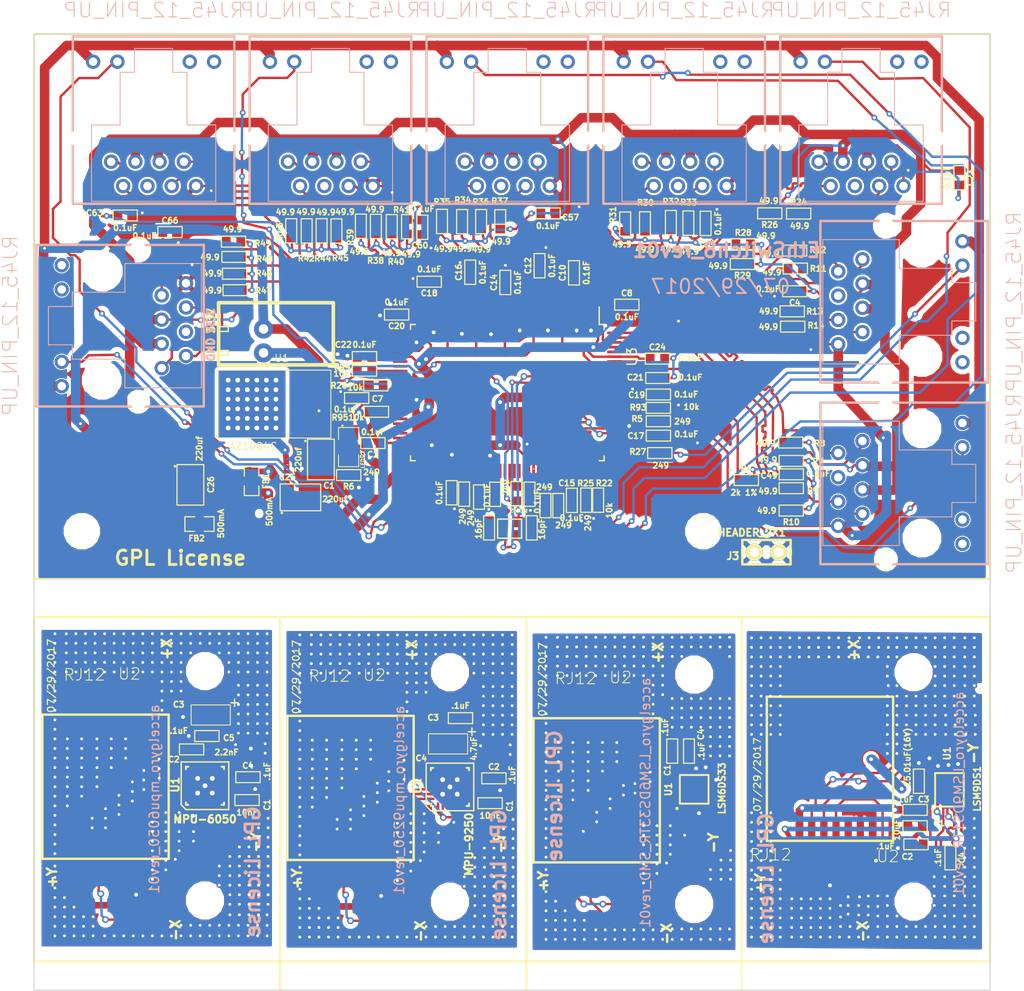
<source format=kicad_pcb>
(kicad_pcb (version 4) (host pcbnew 4.0.6-e0-6349~53~ubuntu16.04.1)
  (layers (0 F.Cu signal) (31 B.Cu signal) (34 B.Paste user) (35 F.Paste user) (36 B.SilkS user) (37 F.SilkS user) (38 B.Mask user) (39 F.Mask user) (44 Edge.Cuts user))
  (net 0 "")
  (net 1 GND)
  (net 2 "Net-(R4-Pad1)")
  (net 3 X1)
  (net 4 "Net-(R5-Pad1)")
  (net 5 GreenLED0)
  (net 6 TXP0)
  (net 7 TXN0)
  (net 8 RXP0)
  (net 9 RXN0)
  (net 10 X2)
  (net 11 VDDIO)
  (net 12 VDDD)
  (net 13 VDDA)
  (net 14 AGND)
  (net 15 TXP1)
  (net 16 TXN1)
  (net 17 RXP1)
  (net 18 RXN1)
  (net 19 GreenLED1)
  (net 20 "Net-(R15-Pad1)")
  (net 21 "Net-(R17-Pad1)")
  (net 22 "Net-(R19-Pad1)")
  (net 23 "Net-(R20-Pad1)")
  (net 24 "Net-(R21-Pad1)")
  (net 25 "Net-(R22-Pad1)")
  (net 26 "Net-(R23-Pad1)")
  (net 27 "Net-(R25-Pad1)")
  (net 28 "Net-(R27-Pad1)")
  (net 29 "Net-(D1-Pad2)")
  (net 30 MRXC)
  (net 31 MRXDV)
  (net 32 MRXD[0])
  (net 33 MRXD[1])
  (net 34 MRXD[2])
  (net 35 MRXD[3])
  (net 36 MCOL)
  (net 37 MTXC)
  (net 38 MTXEN)
  (net 39 MTXD[0])
  (net 40 MTXD[1])
  (net 41 MTXD[2])
  (net 42 MTXD[3])
  (net 43 GreenLED7)
  (net 44 GreenLED6)
  (net 45 GreenLED5)
  (net 46 GreenLED4)
  (net 47 GreenLED3)
  (net 48 TXP2)
  (net 49 GreenLED2)
  (net 50 TXN2)
  (net 51 RXP2)
  (net 52 RXN2)
  (net 53 RXN3)
  (net 54 RXP3)
  (net 55 TXP3)
  (net 56 TXN3)
  (net 57 RXN4)
  (net 58 RXP4)
  (net 59 TXP4)
  (net 60 TXN4)
  (net 61 RXN5)
  (net 62 RXP5)
  (net 63 TXP5)
  (net 64 TXN5)
  (net 65 RXN6)
  (net 66 RXP6)
  (net 67 TXP6)
  (net 68 TXN6)
  (net 69 RXN7)
  (net 70 RXP7)
  (net 71 TXP7)
  (net 72 TXN7)
  (net 73 "Net-(R94-Pad2)")
  (net 74 "Net-(R95-Pad2)")
  (net 75 "Net-(R93-Pad2)")
  (net 76 "Net-(R11-Pad2)")
  (net 77 "Net-(R13-Pad2)")
  (net 78 "Net-(U3-Pad45)")
  (net 79 "Net-(U3-Pad46)")
  (net 80 "Net-(U3-Pad48)")
  (net 81 "Net-(U3-Pad49)")
  (net 82 "Net-(U3-Pad50)")
  (net 83 "Net-(U3-Pad54)")
  (net 84 "Net-(U3-Pad73)")
  (net 85 "Net-(U3-Pad75)")
  (net 86 "Net-(U3-Pad76)")
  (net 87 "Net-(U3-Pad77)")
  (net 88 "Net-(U3-Pad81)")
  (net 89 "Net-(U3-Pad82)")
  (net 90 "Net-(U3-Pad83)")
  (net 91 "Net-(U3-Pad85)")
  (net 92 "Net-(U3-Pad86)")
  (net 93 "Net-(U3-Pad89)")
  (net 94 "Net-(U3-Pad91)")
  (net 95 "Net-(U3-Pad92)")
  (net 96 "Net-(U3-Pad93)")
  (net 97 "Net-(U3-Pad97)")
  (net 98 "Net-(U3-Pad98)")
  (net 99 "Net-(U3-Pad99)")
  (net 100 "Net-(U3-Pad101)")
  (net 101 "Net-(U3-Pad103)")
  (net 102 "Net-(U3-Pad105)")
  (net 103 "Net-(U3-Pad106)")
  (net 104 "Net-(U3-Pad109)")
  (net 105 "Net-(U3-Pad111)")
  (net 106 "Net-(U3-Pad112)")
  (net 107 "Net-(U3-Pad116)")
  (net 108 "Net-(U3-Pad121)")
  (net 109 "Net-(U4-Pad12)")
  (net 110 "Net-(U4-Pad11)")
  (net 111 "Net-(U4-Pad4)")
  (net 112 "Net-(U5-Pad12)")
  (net 113 "Net-(U5-Pad11)")
  (net 114 "Net-(U5-Pad4)")
  (net 115 "Net-(U6-Pad12)")
  (net 116 "Net-(U6-Pad11)")
  (net 117 "Net-(U6-Pad4)")
  (net 118 "Net-(U7-Pad12)")
  (net 119 "Net-(U7-Pad11)")
  (net 120 "Net-(U7-Pad4)")
  (net 121 "Net-(U8-Pad12)")
  (net 122 "Net-(U8-Pad11)")
  (net 123 "Net-(U8-Pad4)")
  (net 124 "Net-(U9-Pad12)")
  (net 125 "Net-(U9-Pad11)")
  (net 126 "Net-(U9-Pad4)")
  (net 127 "Net-(U10-Pad12)")
  (net 128 "Net-(U10-Pad11)")
  (net 129 "Net-(U10-Pad4)")
  (net 130 "Net-(U11-Pad12)")
  (net 131 "Net-(U11-Pad11)")
  (net 132 "Net-(U11-Pad4)")
  (net 133 SCL)
  (net 134 SDA)
  (net 135 Vdd)
  (net 136 "Net-(C2-Pad1)")
  (net 137 "Net-(C4-Pad1)")
  (net 138 INT)
  (net 139 "Net-(U1-Pad2)")
  (net 140 "Net-(U1-Pad3)")
  (net 141 "Net-(U1-Pad4)")
  (net 142 "Net-(U1-Pad5)")
  (net 143 "Net-(U1-Pad6)")
  (net 144 "Net-(U1-Pad7)")
  (net 145 "Net-(U1-Pad14)")
  (net 146 "Net-(U1-Pad15)")
  (net 147 "Net-(U1-Pad16)")
  (net 148 "Net-(U1-Pad17)")
  (net 149 "Net-(U1-Pad19)")
  (net 150 "Net-(U1-Pad21)")
  (net 151 "Net-(U1-Pad22)")
  (net 152 "Net-(U2-Pad5)")
  (net 153 INT1)
  (net 154 INT2)
  (net 155 "Net-(C5-Pad1)")
  (net 156 "Net-(U1-Pad13)")
  (net 157 "Net-(U1-Pad10)")
  (net 158 "Net-(U1-Pad9)")
  (module ted_resistors:TED_SM0805_R (layer F.Cu) (at 108.75 101.75 270)
    (fp_text reference FB1 (at 0 -1.5 270) (layer F.SilkS) (effects (font (size 0.6 0.6))))
    (fp_text value 500mA (at 3.2 -1.86 270) (layer F.SilkS) (effects (font (size 0.6 0.6))))
    (pad 1 smd rect (at -0.9525 0 270) (size 0.889 1.397) (layers F.Cu F.Paste F.Mask) (net 12 VDDD))
    (pad 2 smd rect (at 0.9525 0 270) (size 0.889 1.397) (layers F.Cu F.Paste F.Mask) (net 13 VDDA))
  )
  (module ted_holes:TED_Hole_3mm (layer F.Cu) (at 91 107)
    (fp_text reference H1 hide)
    (fp_text value HOLE hide)
    (pad "" np_thru_hole circle (at 0 0) (size 3 3) (drill 3) (layers *.Cu *.Mask F.SilkS))
  )
  (module ted_holes:TED_Hole_3mm (layer F.Cu) (at 90 75)
    (fp_text reference H2 hide)
    (fp_text value HOLE hide)
    (pad "" np_thru_hole circle (at 0 0) (size 3 3) (drill 3) (layers *.Cu *.Mask F.SilkS))
  )
  (module ted_holes:TED_Hole_3mm (layer F.Cu) (at 156 107)
    (fp_text reference H3 hide)
    (fp_text value HOLE hide)
    (pad "" np_thru_hole circle (at 0 0) (size 3 3) (drill 3) (layers *.Cu *.Mask F.SilkS))
  )
  (module ted_holes:TED_Hole_3mm (layer F.Cu) (at 183 59)
    (fp_text reference H4 hide)
    (fp_text value HOLE hide)
    (pad "" np_thru_hole circle (at 0 0) (size 3 3) (drill 3) (layers *.Cu *.Mask F.SilkS))
  )
  (module ted_crystals:TED_crystal_FA-20H (layer F.Cu) (at 135.74 106.73)
    (fp_text reference X1 hide)
    (fp_text value 25Mhz (at 0.94 -1.91) (layer F.SilkS) (effects (font (size 0.4 0.4) (thickness 0.1))))
    (pad 1 smd rect (at -0.85 0.7) (size 1.2 1.1) (layers F.Cu F.Paste F.Mask) (net 3 X1))
    (pad 2 smd rect (at 0.85 0.7) (size 1.2 1.1) (layers F.Cu F.Paste F.Mask) (net 1 GND))
    (pad 4 smd rect (at -0.85 -0.7) (size 1.2 1.1) (layers F.Cu F.Paste F.Mask) (net 1 GND))
    (pad 3 smd rect (at 0.85 -0.7) (size 1.2 1.1) (layers F.Cu F.Paste F.Mask) (net 10 X2))
  )
  (module ted_resistors:TED_SM0805_R (layer F.Cu) (at 103.3 106.25 180)
    (fp_text reference FB2 (at 0.3 -1.5 180) (layer F.SilkS) (effects (font (size 0.6 0.6))))
    (fp_text value 500mA (at -2.25 0.05 270) (layer F.SilkS) (effects (font (size 0.6 0.6))))
    (pad 1 smd rect (at -0.9525 0 180) (size 0.889 1.397) (layers F.Cu F.Paste F.Mask) (net 1 GND))
    (pad 2 smd rect (at 0.9525 0 180) (size 0.889 1.397) (layers F.Cu F.Paste F.Mask) (net 14 AGND))
  )
  (module ted_ICs:LQFP-128_14x20mm_Pitch0.5mm (layer F.Cu) (at 135.5 92.5 270)
    (fp_text reference U3 (at -3.74 -13.04 270) (layer F.SilkS))
    (fp_text value RTL8309SB_PQFP)
    (pad 1 smd rect (at -8.2 -9.25 270) (size 1.5 0.28) (layers F.Cu F.Paste F.Mask) (net 13 VDDA))
    (pad 2 smd rect (at -8.2 -8.75 270) (size 1.5 0.28) (layers F.Cu F.Paste F.Mask) (net 14 AGND))
    (pad 3 smd rect (at -8.2 -8.25 270) (size 1.5 0.28) (layers F.Cu F.Paste F.Mask) (net 18 RXN1))
    (pad 4 smd rect (at -8.2 -7.75 270) (size 1.5 0.28) (layers F.Cu F.Paste F.Mask) (net 17 RXP1))
    (pad 5 smd rect (at -8.2 -7.25 270) (size 1.5 0.28) (layers F.Cu F.Paste F.Mask) (net 14 AGND))
    (pad 6 smd rect (at -8.2 -6.75 270) (size 1.5 0.28) (layers F.Cu F.Paste F.Mask) (net 15 TXP1))
    (pad 7 smd rect (at -8.2 -6.25 270) (size 1.5 0.28) (layers F.Cu F.Paste F.Mask) (net 16 TXN1))
    (pad 8 smd rect (at -8.2 -5.75 270) (size 1.5 0.28) (layers F.Cu F.Paste F.Mask) (net 13 VDDA))
    (pad 9 smd rect (at -8.2 -5.25 270) (size 1.5 0.28) (layers F.Cu F.Paste F.Mask) (net 52 RXN2))
    (pad 10 smd rect (at -8.2 -4.75 270) (size 1.5 0.28) (layers F.Cu F.Paste F.Mask) (net 51 RXP2))
    (pad 11 smd rect (at -8.2 -4.25 270) (size 1.5 0.28) (layers F.Cu F.Paste F.Mask) (net 14 AGND))
    (pad 12 smd rect (at -8.2 -3.75 270) (size 1.5 0.28) (layers F.Cu F.Paste F.Mask) (net 48 TXP2))
    (pad 13 smd rect (at -8.2 -3.25 270) (size 1.5 0.28) (layers F.Cu F.Paste F.Mask) (net 50 TXN2))
    (pad 14 smd rect (at -8.2 -2.75 270) (size 1.5 0.28) (layers F.Cu F.Paste F.Mask) (net 13 VDDA))
    (pad 15 smd rect (at -8.2 -2.25 270) (size 1.5 0.28) (layers F.Cu F.Paste F.Mask) (net 53 RXN3))
    (pad 16 smd rect (at -8.2 -1.75 270) (size 1.5 0.28) (layers F.Cu F.Paste F.Mask) (net 54 RXP3))
    (pad 17 smd rect (at -8.2 -1.25 270) (size 1.5 0.28) (layers F.Cu F.Paste F.Mask) (net 14 AGND))
    (pad 18 smd rect (at -8.2 -0.75 270) (size 1.5 0.28) (layers F.Cu F.Paste F.Mask) (net 55 TXP3))
    (pad 19 smd rect (at -8.2 -0.25 270) (size 1.5 0.28) (layers F.Cu F.Paste F.Mask) (net 56 TXN3))
    (pad 20 smd rect (at -8.2 0.25 270) (size 1.5 0.28) (layers F.Cu F.Paste F.Mask) (net 13 VDDA))
    (pad 21 smd rect (at -8.2 0.75 270) (size 1.5 0.28) (layers F.Cu F.Paste F.Mask) (net 57 RXN4))
    (pad 22 smd rect (at -8.2 1.25 270) (size 1.5 0.28) (layers F.Cu F.Paste F.Mask) (net 58 RXP4))
    (pad 23 smd rect (at -8.2 1.75 270) (size 1.5 0.28) (layers F.Cu F.Paste F.Mask) (net 14 AGND))
    (pad 24 smd rect (at -8.2 2.25 270) (size 1.5 0.28) (layers F.Cu F.Paste F.Mask) (net 59 TXP4))
    (pad 25 smd rect (at -8.2 2.75 270) (size 1.5 0.28) (layers F.Cu F.Paste F.Mask) (net 60 TXN4))
    (pad 26 smd rect (at -8.2 3.25 270) (size 1.5 0.28) (layers F.Cu F.Paste F.Mask) (net 13 VDDA))
    (pad 27 smd rect (at -8.2 3.75 270) (size 1.5 0.28) (layers F.Cu F.Paste F.Mask) (net 61 RXN5))
    (pad 28 smd rect (at -8.2 4.25 270) (size 1.5 0.28) (layers F.Cu F.Paste F.Mask) (net 62 RXP5))
    (pad 29 smd rect (at -8.2 4.75 270) (size 1.5 0.28) (layers F.Cu F.Paste F.Mask) (net 14 AGND))
    (pad 30 smd rect (at -8.2 5.25 270) (size 1.5 0.28) (layers F.Cu F.Paste F.Mask) (net 63 TXP5))
    (pad 31 smd rect (at -8.2 5.75 270) (size 1.5 0.28) (layers F.Cu F.Paste F.Mask) (net 64 TXN5))
    (pad 32 smd rect (at -8.2 6.25 270) (size 1.5 0.28) (layers F.Cu F.Paste F.Mask) (net 13 VDDA))
    (pad 33 smd rect (at -8.2 6.75 270) (size 1.5 0.28) (layers F.Cu F.Paste F.Mask) (net 65 RXN6))
    (pad 34 smd rect (at -8.2 7.25 270) (size 1.5 0.28) (layers F.Cu F.Paste F.Mask) (net 66 RXP6))
    (pad 35 smd rect (at -8.2 7.75 270) (size 1.5 0.28) (layers F.Cu F.Paste F.Mask) (net 14 AGND))
    (pad 36 smd rect (at -8.2 8.25 270) (size 1.5 0.28) (layers F.Cu F.Paste F.Mask) (net 67 TXP6))
    (pad 37 smd rect (at -8.2 8.75 270) (size 1.5 0.28) (layers F.Cu F.Paste F.Mask) (net 68 TXN6))
    (pad 38 smd rect (at -8.2 9.25 270) (size 1.5 0.28) (layers F.Cu F.Paste F.Mask) (net 13 VDDA))
    (pad 39 smd rect (at -6.25 11.2) (size 1.5 0.28) (layers F.Cu F.Paste F.Mask) (net 69 RXN7))
    (pad 40 smd rect (at -5.75 11.2) (size 1.5 0.28) (layers F.Cu F.Paste F.Mask) (net 70 RXP7))
    (pad 41 smd rect (at -5.25 11.2) (size 1.5 0.28) (layers F.Cu F.Paste F.Mask) (net 14 AGND))
    (pad 42 smd rect (at -4.75 11.2) (size 1.5 0.28) (layers F.Cu F.Paste F.Mask) (net 71 TXP7))
    (pad 43 smd rect (at -4.25 11.2) (size 1.5 0.28) (layers F.Cu F.Paste F.Mask) (net 72 TXN7))
    (pad 44 smd rect (at -3.75 11.2) (size 1.5 0.28) (layers F.Cu F.Paste F.Mask) (net 13 VDDA))
    (pad 45 smd rect (at -3.25 11.2) (size 1.5 0.28) (layers F.Cu F.Paste F.Mask) (net 78 "Net-(U3-Pad45)"))
    (pad 46 smd rect (at -2.75 11.2) (size 1.5 0.28) (layers F.Cu F.Paste F.Mask) (net 79 "Net-(U3-Pad46)"))
    (pad 47 smd rect (at -2.25 11.2) (size 1.5 0.28) (layers F.Cu F.Paste F.Mask) (net 73 "Net-(R94-Pad2)"))
    (pad 48 smd rect (at -1.75 11.2) (size 1.5 0.28) (layers F.Cu F.Paste F.Mask) (net 80 "Net-(U3-Pad48)"))
    (pad 49 smd rect (at -1.25 11.2) (size 1.5 0.28) (layers F.Cu F.Paste F.Mask) (net 81 "Net-(U3-Pad49)"))
    (pad 50 smd rect (at -0.75 11.2) (size 1.5 0.28) (layers F.Cu F.Paste F.Mask) (net 82 "Net-(U3-Pad50)"))
    (pad 51 smd rect (at -0.25 11.2) (size 1.5 0.28) (layers F.Cu F.Paste F.Mask) (net 23 "Net-(R20-Pad1)"))
    (pad 52 smd rect (at 0.25 11.2) (size 1.5 0.28) (layers F.Cu F.Paste F.Mask) (net 12 VDDD))
    (pad 53 smd rect (at 0.75 11.2) (size 1.5 0.28) (layers F.Cu F.Paste F.Mask) (net 1 GND))
    (pad 54 smd rect (at 1.25 11.2) (size 1.5 0.28) (layers F.Cu F.Paste F.Mask) (net 83 "Net-(U3-Pad54)"))
    (pad 55 smd rect (at 1.75 11.2) (size 1.5 0.28) (layers F.Cu F.Paste F.Mask) (net 74 "Net-(R95-Pad2)"))
    (pad 56 smd rect (at 2.25 11.2) (size 1.5 0.28) (layers F.Cu F.Paste F.Mask) (net 37 MTXC))
    (pad 57 smd rect (at 2.75 11.2) (size 1.5 0.28) (layers F.Cu F.Paste F.Mask) (net 38 MTXEN))
    (pad 58 smd rect (at 3.25 11.2) (size 1.5 0.28) (layers F.Cu F.Paste F.Mask) (net 39 MTXD[0]))
    (pad 59 smd rect (at 3.75 11.2) (size 1.5 0.28) (layers F.Cu F.Paste F.Mask) (net 40 MTXD[1]))
    (pad 60 smd rect (at 4.25 11.2) (size 1.5 0.28) (layers F.Cu F.Paste F.Mask) (net 41 MTXD[2]))
    (pad 61 smd rect (at 4.75 11.2) (size 1.5 0.28) (layers F.Cu F.Paste F.Mask) (net 42 MTXD[3]))
    (pad 62 smd rect (at 5.25 11.2) (size 1.5 0.28) (layers F.Cu F.Paste F.Mask) (net 11 VDDIO))
    (pad 63 smd rect (at 5.75 11.2) (size 1.5 0.28) (layers F.Cu F.Paste F.Mask) (net 1 GND))
    (pad 64 smd rect (at 6.25 11.2) (size 1.5 0.28) (layers F.Cu F.Paste F.Mask) (net 36 MCOL))
    (pad 65 smd rect (at 8.2 9.25 270) (size 1.5 0.28) (layers F.Cu F.Paste F.Mask) (net 30 MRXC))
    (pad 66 smd rect (at 8.2 8.75 270) (size 1.5 0.28) (layers F.Cu F.Paste F.Mask) (net 31 MRXDV))
    (pad 67 smd rect (at 8.2 8.25 270) (size 1.5 0.28) (layers F.Cu F.Paste F.Mask) (net 32 MRXD[0]))
    (pad 68 smd rect (at 8.2 7.75 270) (size 1.5 0.28) (layers F.Cu F.Paste F.Mask) (net 33 MRXD[1]))
    (pad 69 smd rect (at 8.2 7.25 270) (size 1.5 0.28) (layers F.Cu F.Paste F.Mask) (net 34 MRXD[2]))
    (pad 70 smd rect (at 8.2 6.75 270) (size 1.5 0.28) (layers F.Cu F.Paste F.Mask) (net 35 MRXD[3]))
    (pad 71 smd rect (at 8.2 6.25 270) (size 1.5 0.28) (layers F.Cu F.Paste F.Mask) (net 12 VDDD))
    (pad 72 smd rect (at 8.2 5.75 270) (size 1.5 0.28) (layers F.Cu F.Paste F.Mask) (net 1 GND))
    (pad 73 smd rect (at 8.2 5.25 270) (size 1.5 0.28) (layers F.Cu F.Paste F.Mask) (net 84 "Net-(U3-Pad73)"))
    (pad 74 smd rect (at 8.2 4.75 270) (size 1.5 0.28) (layers F.Cu F.Paste F.Mask) (net 20 "Net-(R15-Pad1)"))
    (pad 75 smd rect (at 8.2 4.25 270) (size 1.5 0.28) (layers F.Cu F.Paste F.Mask) (net 85 "Net-(U3-Pad75)"))
    (pad 76 smd rect (at 8.2 3.75 270) (size 1.5 0.28) (layers F.Cu F.Paste F.Mask) (net 86 "Net-(U3-Pad76)"))
    (pad 77 smd rect (at 8.2 3.25 270) (size 1.5 0.28) (layers F.Cu F.Paste F.Mask) (net 87 "Net-(U3-Pad77)"))
    (pad 78 smd rect (at 8.2 2.75 270) (size 1.5 0.28) (layers F.Cu F.Paste F.Mask) (net 21 "Net-(R17-Pad1)"))
    (pad 79 smd rect (at 8.2 2.25 270) (size 1.5 0.28) (layers F.Cu F.Paste F.Mask) (net 12 VDDD))
    (pad 80 smd rect (at 8.2 1.75 270) (size 1.5 0.28) (layers F.Cu F.Paste F.Mask) (net 1 GND))
    (pad 81 smd rect (at 8.2 1.25 270) (size 1.5 0.28) (layers F.Cu F.Paste F.Mask) (net 88 "Net-(U3-Pad81)"))
    (pad 82 smd rect (at 8.2 0.75 270) (size 1.5 0.28) (layers F.Cu F.Paste F.Mask) (net 89 "Net-(U3-Pad82)"))
    (pad 83 smd rect (at 8.2 0.25 270) (size 1.5 0.28) (layers F.Cu F.Paste F.Mask) (net 90 "Net-(U3-Pad83)"))
    (pad 84 smd rect (at 8.2 -0.25 270) (size 1.5 0.28) (layers F.Cu F.Paste F.Mask) (net 22 "Net-(R19-Pad1)"))
    (pad 85 smd rect (at 8.2 -0.75 270) (size 1.5 0.28) (layers F.Cu F.Paste F.Mask) (net 91 "Net-(U3-Pad85)"))
    (pad 86 smd rect (at 8.2 -1.25 270) (size 1.5 0.28) (layers F.Cu F.Paste F.Mask) (net 92 "Net-(U3-Pad86)"))
    (pad 87 smd rect (at 8.2 -1.75 270) (size 1.5 0.28) (layers F.Cu F.Paste F.Mask) (net 12 VDDD))
    (pad 88 smd rect (at 8.2 -2.25 270) (size 1.5 0.28) (layers F.Cu F.Paste F.Mask) (net 1 GND))
    (pad 89 smd rect (at 8.2 -2.75 270) (size 1.5 0.28) (layers F.Cu F.Paste F.Mask) (net 93 "Net-(U3-Pad89)"))
    (pad 90 smd rect (at 8.2 -3.25 270) (size 1.5 0.28) (layers F.Cu F.Paste F.Mask) (net 24 "Net-(R21-Pad1)"))
    (pad 91 smd rect (at 8.2 -3.75 270) (size 1.5 0.28) (layers F.Cu F.Paste F.Mask) (net 94 "Net-(U3-Pad91)"))
    (pad 92 smd rect (at 8.2 -4.25 270) (size 1.5 0.28) (layers F.Cu F.Paste F.Mask) (net 95 "Net-(U3-Pad92)"))
    (pad 93 smd rect (at 8.2 -4.75 270) (size 1.5 0.28) (layers F.Cu F.Paste F.Mask) (net 96 "Net-(U3-Pad93)"))
    (pad 94 smd rect (at 8.2 -5.25 270) (size 1.5 0.28) (layers F.Cu F.Paste F.Mask) (net 26 "Net-(R23-Pad1)"))
    (pad 95 smd rect (at 8.2 -5.75 270) (size 1.5 0.28) (layers F.Cu F.Paste F.Mask) (net 12 VDDD))
    (pad 96 smd rect (at 8.2 -6.25 270) (size 1.5 0.28) (layers F.Cu F.Paste F.Mask) (net 1 GND))
    (pad 97 smd rect (at 8.2 -6.75 270) (size 1.5 0.28) (layers F.Cu F.Paste F.Mask) (net 97 "Net-(U3-Pad97)"))
    (pad 98 smd rect (at 8.2 -7.25 270) (size 1.5 0.28) (layers F.Cu F.Paste F.Mask) (net 98 "Net-(U3-Pad98)"))
    (pad 99 smd rect (at 8.2 -7.75 270) (size 1.5 0.28) (layers F.Cu F.Paste F.Mask) (net 99 "Net-(U3-Pad99)"))
    (pad 100 smd rect (at 8.2 -8.25 270) (size 1.5 0.28) (layers F.Cu F.Paste F.Mask) (net 27 "Net-(R25-Pad1)"))
    (pad 101 smd rect (at 8.2 -8.75 270) (size 1.5 0.28) (layers F.Cu F.Paste F.Mask) (net 100 "Net-(U3-Pad101)"))
    (pad 102 smd rect (at 8.2 -9.25 270) (size 1.5 0.28) (layers F.Cu F.Paste F.Mask) (net 25 "Net-(R22-Pad1)"))
    (pad 103 smd rect (at 6.25 -11.2) (size 1.5 0.28) (layers F.Cu F.Paste F.Mask) (net 101 "Net-(U3-Pad103)"))
    (pad 104 smd rect (at 5.75 -11.2) (size 1.5 0.28) (layers F.Cu F.Paste F.Mask) (net 28 "Net-(R27-Pad1)"))
    (pad 105 smd rect (at 5.25 -11.2) (size 1.5 0.28) (layers F.Cu F.Paste F.Mask) (net 102 "Net-(U3-Pad105)"))
    (pad 106 smd rect (at 4.75 -11.2) (size 1.5 0.28) (layers F.Cu F.Paste F.Mask) (net 103 "Net-(U3-Pad106)"))
    (pad 107 smd rect (at 4.25 -11.2) (size 1.5 0.28) (layers F.Cu F.Paste F.Mask) (net 12 VDDD))
    (pad 108 smd rect (at 3.75 -11.2) (size 1.5 0.28) (layers F.Cu F.Paste F.Mask) (net 1 GND))
    (pad 109 smd rect (at 3.25 -11.2) (size 1.5 0.28) (layers F.Cu F.Paste F.Mask) (net 104 "Net-(U3-Pad109)"))
    (pad 110 smd rect (at 2.75 -11.2) (size 1.5 0.28) (layers F.Cu F.Paste F.Mask) (net 4 "Net-(R5-Pad1)"))
    (pad 111 smd rect (at 2.25 -11.2) (size 1.5 0.28) (layers F.Cu F.Paste F.Mask) (net 105 "Net-(U3-Pad111)"))
    (pad 112 smd rect (at 1.75 -11.2) (size 1.5 0.28) (layers F.Cu F.Paste F.Mask) (net 106 "Net-(U3-Pad112)"))
    (pad 113 smd rect (at 1.25 -11.2) (size 1.5 0.28) (layers F.Cu F.Paste F.Mask) (net 75 "Net-(R93-Pad2)"))
    (pad 114 smd rect (at 0.75 -11.2) (size 1.5 0.28) (layers F.Cu F.Paste F.Mask) (net 12 VDDD))
    (pad 115 smd rect (at 0.25 -11.2) (size 1.5 0.28) (layers F.Cu F.Paste F.Mask) (net 1 GND))
    (pad 116 smd rect (at -0.25 -11.2) (size 1.5 0.28) (layers F.Cu F.Paste F.Mask) (net 107 "Net-(U3-Pad116)"))
    (pad 117 smd rect (at -0.75 -11.2) (size 1.5 0.28) (layers F.Cu F.Paste F.Mask) (net 1 GND))
    (pad 118 smd rect (at -1.25 -11.2) (size 1.5 0.28) (layers F.Cu F.Paste F.Mask) (net 3 X1))
    (pad 119 smd rect (at -1.75 -11.2) (size 1.5 0.28) (layers F.Cu F.Paste F.Mask) (net 10 X2))
    (pad 120 smd rect (at -2.25 -11.2) (size 1.5 0.28) (layers F.Cu F.Paste F.Mask) (net 13 VDDA))
    (pad 121 smd rect (at -2.75 -11.2) (size 1.5 0.28) (layers F.Cu F.Paste F.Mask) (net 108 "Net-(U3-Pad121)"))
    (pad 122 smd rect (at -3.25 -11.2) (size 1.5 0.28) (layers F.Cu F.Paste F.Mask) (net 2 "Net-(R4-Pad1)"))
    (pad 123 smd rect (at -3.75 -11.2) (size 1.5 0.28) (layers F.Cu F.Paste F.Mask) (net 13 VDDA))
    (pad 124 smd rect (at -4.25 -11.2) (size 1.5 0.28) (layers F.Cu F.Paste F.Mask) (net 9 RXN0))
    (pad 125 smd rect (at -4.75 -11.2) (size 1.5 0.28) (layers F.Cu F.Paste F.Mask) (net 8 RXP0))
    (pad 126 smd rect (at -5.25 -11.2) (size 1.5 0.28) (layers F.Cu F.Paste F.Mask) (net 14 AGND))
    (pad 127 smd rect (at -5.75 -11.2) (size 1.5 0.28) (layers F.Cu F.Paste F.Mask) (net 6 TXP0))
    (pad 128 smd rect (at -6.25 -11.2) (size 1.5 0.28) (layers F.Cu F.Paste F.Mask) (net 7 TXN0))
  )
  (module ted_led:TED_SM1206_LED (layer F.Cu) (at 118.9 98.2 270)
    (fp_text reference D1 (at 0.76 -1.44 270) (layer F.SilkS) (effects (font (size 0.381 0.381) (thickness 0.09398))))
    (fp_text value LED (at 1.7 -1.48 270) (layer F.SilkS) (effects (font (size 0.381 0.381) (thickness 0.09398))))
    (pad 1 smd rect (at -1.375 0 270) (size 1.25 2) (layers F.Cu F.Paste F.Mask) (net 11 VDDIO))
    (pad 2 smd rect (at 1.375 0 270) (size 1.25 2) (layers F.Cu F.Paste F.Mask) (net 29 "Net-(D1-Pad2)"))
  )
  (module ted_connectors:TED_TERMINAL_SPRING_2.54MM_2PIN_1989748 (layer F.Cu) (at 111.3 87.1 270)
    (fp_text reference J1 hide)
    (fp_text value Terminal_2x1 hide)
    (pad 2 thru_hole circle (at 1.25 1.3 270) (size 2 2) (drill 1) (layers *.Cu *.Mask) (net 1 GND))
    (pad 1 thru_hole circle (at -1.25 1.3 270) (size 2 2) (drill 1) (layers *.Cu *.Mask) (net 11 VDDIO))
  )
  (module ted_regulators:TED_TO252-2 (layer F.Cu) (at 111.8 93.7)
    (fp_text reference U1 (at 0.1 -4.8) (layer F.SilkS) (effects (font (size 0.762 0.762) (thickness 0.09906))))
    (fp_text value AZ1084C (at -2.89 4.42) (layer F.SilkS) (effects (font (size 0.762 0.762) (thickness 0.09906))))
    (pad 1 smd rect (at 3.85 2.3) (size 2.5 1.5) (layers F.Cu F.Paste F.Mask) (net 1 GND))
    (pad 3 smd rect (at 3.85 -2.3) (size 2.5 1.5) (layers F.Cu F.Paste F.Mask) (net 11 VDDIO))
    (pad 2 smd rect (at -3 0) (size 7 7) (layers F.Cu F.Paste F.Mask) (net 12 VDDD))
    (pad 2 smd rect (at -3 0) (size 7 7) (layers B.Cu) (net 12 VDDD))
    (pad 2 thru_hole circle (at -5.5 -2.5) (size 0.5 0.5) (drill 0.5) (layers *.Cu) (net 12 VDDD))
    (pad 2 thru_hole circle (at -4.5 -2.5) (size 0.5 0.5) (drill 0.5) (layers *.Cu) (net 12 VDDD))
    (pad 2 thru_hole circle (at -3.5 -2.5) (size 0.5 0.5) (drill 0.5) (layers *.Cu) (net 12 VDDD))
    (pad 2 thru_hole circle (at -2.5 -2.5) (size 0.5 0.5) (drill 0.5) (layers *.Cu) (net 12 VDDD))
    (pad 2 thru_hole circle (at -1.5 -2.5) (size 0.5 0.5) (drill 0.5) (layers *.Cu) (net 12 VDDD))
    (pad 2 thru_hole circle (at -0.5 -2.5) (size 0.5 0.5) (drill 0.5) (layers *.Cu) (net 12 VDDD))
    (pad 2 thru_hole circle (at -5.5 -1.5) (size 0.5 0.5) (drill 0.5) (layers *.Cu) (net 12 VDDD))
    (pad 2 thru_hole circle (at -4.5 -1.5) (size 0.5 0.5) (drill 0.5) (layers *.Cu) (net 12 VDDD))
    (pad 2 thru_hole circle (at -3.5 -1.5) (size 0.5 0.5) (drill 0.5) (layers *.Cu) (net 12 VDDD))
    (pad 2 thru_hole circle (at -2.5 -1.5) (size 0.5 0.5) (drill 0.5) (layers *.Cu) (net 12 VDDD))
    (pad 2 thru_hole circle (at -1.5 -1.5) (size 0.5 0.5) (drill 0.5) (layers *.Cu) (net 12 VDDD))
    (pad 2 thru_hole circle (at -0.5 -1.5) (size 0.5 0.5) (drill 0.5) (layers *.Cu) (net 12 VDDD))
    (pad 2 thru_hole circle (at -0.5 -0.5) (size 0.5 0.5) (drill 0.5) (layers *.Cu) (net 12 VDDD))
    (pad 2 thru_hole circle (at -1.5 -0.5) (size 0.5 0.5) (drill 0.5) (layers *.Cu) (net 12 VDDD))
    (pad 2 thru_hole circle (at -2.5 -0.5) (size 0.5 0.5) (drill 0.5) (layers *.Cu) (net 12 VDDD))
    (pad 2 thru_hole circle (at -3.5 -0.5) (size 0.5 0.5) (drill 0.5) (layers *.Cu) (net 12 VDDD))
    (pad 2 thru_hole circle (at -4.5 -0.5) (size 0.5 0.5) (drill 0.5) (layers *.Cu) (net 12 VDDD))
    (pad 2 thru_hole circle (at -5.5 -0.5) (size 0.5 0.5) (drill 0.5) (layers *.Cu) (net 12 VDDD))
    (pad 2 thru_hole circle (at -5.5 0.5) (size 0.5 0.5) (drill 0.5) (layers *.Cu) (net 12 VDDD))
    (pad 2 thru_hole circle (at -4.5 0.5) (size 0.5 0.5) (drill 0.5) (layers *.Cu) (net 12 VDDD))
    (pad 2 thru_hole circle (at -3.5 0.5) (size 0.5 0.5) (drill 0.5) (layers *.Cu) (net 12 VDDD))
    (pad 2 thru_hole circle (at -2.5 0.5) (size 0.5 0.5) (drill 0.5) (layers *.Cu) (net 12 VDDD))
    (pad 2 thru_hole circle (at -1.5 0.5) (size 0.5 0.5) (drill 0.5) (layers *.Cu) (net 12 VDDD))
    (pad 2 thru_hole circle (at -0.5 0.5) (size 0.5 0.5) (drill 0.5) (layers *.Cu) (net 12 VDDD))
    (pad 2 thru_hole circle (at -0.5 1.5) (size 0.5 0.5) (drill 0.5) (layers *.Cu) (net 12 VDDD))
    (pad 2 thru_hole circle (at -1.5 1.5) (size 0.5 0.5) (drill 0.5) (layers *.Cu) (net 12 VDDD))
    (pad 2 thru_hole circle (at -2.5 1.5) (size 0.5 0.5) (drill 0.5) (layers *.Cu) (net 12 VDDD))
    (pad 2 thru_hole circle (at -3.5 1.5) (size 0.5 0.5) (drill 0.5) (layers *.Cu) (net 12 VDDD))
    (pad 2 thru_hole circle (at -4.5 1.5) (size 0.5 0.5) (drill 0.5) (layers *.Cu) (net 12 VDDD))
    (pad 2 thru_hole circle (at -5.5 1.5) (size 0.5 0.5) (drill 0.5) (layers *.Cu) (net 12 VDDD))
    (pad 2 thru_hole circle (at -5.5 2.5) (size 0.5 0.5) (drill 0.5) (layers *.Cu) (net 12 VDDD))
    (pad 2 thru_hole circle (at -4.5 2.5) (size 0.5 0.5) (drill 0.5) (layers *.Cu) (net 12 VDDD))
    (pad 2 thru_hole circle (at -3.5 2.5) (size 0.5 0.5) (drill 0.5) (layers *.Cu) (net 12 VDDD))
    (pad 2 thru_hole circle (at -2.5 2.5) (size 0.5 0.5) (drill 0.5) (layers *.Cu) (net 12 VDDD))
    (pad 2 thru_hole circle (at -1.5 2.5) (size 0.5 0.5) (drill 0.5) (layers *.Cu) (net 12 VDDD))
    (pad 2 thru_hole circle (at -0.5 2.5) (size 0.5 0.5) (drill 0.5) (layers *.Cu) (net 12 VDDD))
  )
  (module ted_connectors:TED_HEADER_2x1 (layer F.Cu) (at 162.6 109.2 180)
    (fp_text reference J3 (at 3.5 -0.4 180) (layer F.SilkS) (effects (font (size 0.762 0.762) (thickness 0.1905))))
    (fp_text value HEADER_2X1 (at 1.528 2.054 180) (layer F.SilkS) (effects (font (size 0.762 0.762) (thickness 0.1905))))
    (pad 2 thru_hole circle (at 1.25984 0 180) (size 1.8 1.8) (drill 1) (layers *.Cu *.Mask F.SilkS) (net 1 GND))
    (pad 1 thru_hole circle (at -1.28016 0 180) (size 1.8 1.8) (drill 1) (layers *.Cu *.Mask F.SilkS) (net 1 GND))
  )
  (module ted_capacitors:TED_SM0603_C (layer F.Cu) (at 100.22 75.71)
    (fp_text reference C66 (at 0 -1.2) (layer F.SilkS) (effects (font (size 0.6 0.6))))
    (fp_text value 0.1uF (at -2.67 0.41) (layer F.SilkS) (effects (font (size 0.6 0.6))))
    (pad 2 smd rect (at 0.75184 0) (size 0.89916 1.00076) (layers F.Cu F.Paste F.Mask) (net 14 AGND) (clearance 0.1))
    (pad 1 smd rect (at -0.75184 0) (size 0.9 1) (layers F.Cu F.Paste F.Mask) (net 13 VDDA) (clearance 0.1))
  )
  (module ted_capacitors:TED_SM0603_C (layer F.Cu) (at 95.53 73.97)
    (fp_text reference C63 (at -3.22 -0.26) (layer F.SilkS) (effects (font (size 0.6 0.6))))
    (fp_text value 0.1uF (at 0 1.3) (layer F.SilkS) (effects (font (size 0.6 0.6))))
    (pad 2 smd rect (at 0.75184 0) (size 0.89916 1.00076) (layers F.Cu F.Paste F.Mask) (net 14 AGND) (clearance 0.1))
    (pad 1 smd rect (at -0.75184 0) (size 0.9 1) (layers F.Cu F.Paste F.Mask) (net 13 VDDA) (clearance 0.1))
  )
  (module ted_capacitors:TED_SM0603_C (layer F.Cu) (at 126.61 75.21 270)
    (fp_text reference C60 (at 1.9 0.26 360) (layer F.SilkS) (effects (font (size 0.6 0.6))))
    (fp_text value 0.1uF (at -1.93 -0.03 360) (layer F.SilkS) (effects (font (size 0.6 0.6))))
    (pad 2 smd rect (at 0.75184 0 270) (size 0.89916 1.00076) (layers F.Cu F.Paste F.Mask) (net 14 AGND) (clearance 0.1))
    (pad 1 smd rect (at -0.75184 0 270) (size 0.9 1) (layers F.Cu F.Paste F.Mask) (net 13 VDDA) (clearance 0.1))
  )
  (module ted_capacitors:TED_SM0603_C (layer F.Cu) (at 139.76 73.76)
    (fp_text reference C57 (at 2.36 0.42) (layer F.SilkS) (effects (font (size 0.6 0.6))))
    (fp_text value 0.1uF (at 0 1.3) (layer F.SilkS) (effects (font (size 0.6 0.6))))
    (pad 2 smd rect (at 0.75184 0) (size 0.89916 1.00076) (layers F.Cu F.Paste F.Mask) (net 14 AGND) (clearance 0.1))
    (pad 1 smd rect (at -0.75184 0) (size 0.9 1) (layers F.Cu F.Paste F.Mask) (net 13 VDDA) (clearance 0.1))
  )
  (module ted_capacitors:TED_SM0603_C (layer F.Cu) (at 156.24 74.8 90)
    (fp_text reference C54 (at -2.11 0.21 180) (layer F.SilkS) (effects (font (size 0.6 0.6))))
    (fp_text value 0.1uF (at 0 1.3 90) (layer F.SilkS) (effects (font (size 0.6 0.6))))
    (pad 2 smd rect (at 0.75184 0 90) (size 0.89916 1.00076) (layers F.Cu F.Paste F.Mask) (net 14 AGND) (clearance 0.1))
    (pad 1 smd rect (at -0.75184 0 90) (size 0.9 1) (layers F.Cu F.Paste F.Mask) (net 13 VDDA) (clearance 0.1))
  )
  (module ted_capacitors:TED_SM0603_C (layer F.Cu) (at 165.2 101.05 180)
    (fp_text reference C49 (at 2.32 -0.13 180) (layer F.SilkS) (effects (font (size 0.6 0.6))))
    (fp_text value 0.1uF (at -2.81 0.08 180) (layer F.SilkS) (effects (font (size 0.6 0.6))))
    (pad 2 smd rect (at 0.75184 0 180) (size 0.89916 1.00076) (layers F.Cu F.Paste F.Mask) (net 14 AGND) (clearance 0.1))
    (pad 1 smd rect (at -0.75184 0 180) (size 0.9 1) (layers F.Cu F.Paste F.Mask) (net 13 VDDA) (clearance 0.1))
  )
  (module ted_capacitors:TED_SM0603_C (layer F.Cu) (at 133.59 106.65 90)
    (fp_text reference C48 hide)
    (fp_text value 16pF (at -0.06 -1.1 90) (layer F.SilkS) (effects (font (size 0.6 0.6))))
    (pad 2 smd rect (at 0.75184 0 90) (size 0.89916 1.00076) (layers F.Cu F.Paste F.Mask) (net 1 GND) (clearance 0.1))
    (pad 1 smd rect (at -0.75184 0 90) (size 0.9 1) (layers F.Cu F.Paste F.Mask) (net 3 X1) (clearance 0.1))
  )
  (module ted_capacitors:TED_SM0603_C (layer F.Cu) (at 138.06 106.65 90)
    (fp_text reference C47 hide)
    (fp_text value 16pF (at -0.11 1.06 270) (layer F.SilkS) (effects (font (size 0.6 0.6))))
    (pad 2 smd rect (at 0.75184 0 90) (size 0.89916 1.00076) (layers F.Cu F.Paste F.Mask) (net 10 X2) (clearance 0.1))
    (pad 1 smd rect (at -0.75184 0 90) (size 0.9 1) (layers F.Cu F.Paste F.Mask) (net 1 GND) (clearance 0.1))
  )
  (module ted_capacitors:TED_SM0603_C (layer F.Cu) (at 151.2 88.95)
    (fp_text reference C24 (at 0 -1.2) (layer F.SilkS) (effects (font (size 0.6 0.6))))
    (fp_text value 0.1uF (at 3.41 -0.06) (layer F.SilkS) (effects (font (size 0.6 0.6))))
    (pad 2 smd rect (at 0.75184 0) (size 0.89916 1.00076) (layers F.Cu F.Paste F.Mask) (net 14 AGND) (clearance 0.1))
    (pad 1 smd rect (at -0.75184 0) (size 0.9 1) (layers F.Cu F.Paste F.Mask) (net 13 VDDA) (clearance 0.1))
  )
  (module ted_capacitors:TED_SM0603_C (layer F.Cu) (at 182.79 70.03 270)
    (fp_text reference C23 (at 0 -1.2 270) (layer F.SilkS) (effects (font (size 0.6 0.6))))
    (fp_text value 0.1uF (at 0 1.3 270) (layer F.SilkS) (effects (font (size 0.6 0.6))))
    (pad 2 smd rect (at 0.75184 0 270) (size 0.89916 1.00076) (layers F.Cu F.Paste F.Mask) (net 14 AGND) (clearance 0.1))
    (pad 1 smd rect (at -0.75184 0 270) (size 0.9 1) (layers F.Cu F.Paste F.Mask) (net 13 VDDA) (clearance 0.1))
  )
  (module ted_capacitors:TED_SM0603_C (layer F.Cu) (at 120.56 88.78 180)
    (fp_text reference C22 (at 2.21 1.29 180) (layer F.SilkS) (effects (font (size 0.6 0.6))))
    (fp_text value 0.1uF (at 0 1.3 180) (layer F.SilkS) (effects (font (size 0.6 0.6))))
    (pad 2 smd rect (at 0.75184 0 180) (size 0.89916 1.00076) (layers F.Cu F.Paste F.Mask) (net 14 AGND) (clearance 0.1))
    (pad 1 smd rect (at -0.75184 0 180) (size 0.9 1) (layers F.Cu F.Paste F.Mask) (net 13 VDDA) (clearance 0.1))
  )
  (module ted_capacitors:TED_SM0603_C (layer F.Cu) (at 151.25 90.975)
    (fp_text reference C21 (at -2.36 -0.065) (layer F.SilkS) (effects (font (size 0.6 0.6))))
    (fp_text value 0.1uF (at 3.39 -0.065) (layer F.SilkS) (effects (font (size 0.6 0.6))))
    (pad 2 smd rect (at 0.75184 0) (size 0.89916 1.00076) (layers F.Cu F.Paste F.Mask) (net 14 AGND) (clearance 0.1))
    (pad 1 smd rect (at -0.75184 0) (size 0.9 1) (layers F.Cu F.Paste F.Mask) (net 13 VDDA) (clearance 0.1))
  )
  (module ted_capacitors:TED_SM0603_C (layer F.Cu) (at 123.92 84.34 180)
    (fp_text reference C20 (at 0 -1.2 180) (layer F.SilkS) (effects (font (size 0.6 0.6))))
    (fp_text value 0.1uF (at 0 1.3 180) (layer F.SilkS) (effects (font (size 0.6 0.6))))
    (pad 2 smd rect (at 0.75184 0 180) (size 0.89916 1.00076) (layers F.Cu F.Paste F.Mask) (net 14 AGND) (clearance 0.1))
    (pad 1 smd rect (at -0.75184 0 180) (size 0.9 1) (layers F.Cu F.Paste F.Mask) (net 13 VDDA) (clearance 0.1))
  )
  (module ted_capacitors:TED_SM0603_C (layer F.Cu) (at 151.3 92.7)
    (fp_text reference C19 (at -2.27 0.05) (layer F.SilkS) (effects (font (size 0.6 0.6))))
    (fp_text value 0.1uF (at 2.91 -0.01) (layer F.SilkS) (effects (font (size 0.6 0.6))))
    (pad 2 smd rect (at 0.75184 0) (size 0.89916 1.00076) (layers F.Cu F.Paste F.Mask) (net 1 GND) (clearance 0.1))
    (pad 1 smd rect (at -0.75184 0) (size 0.9 1) (layers F.Cu F.Paste F.Mask) (net 12 VDDD) (clearance 0.1))
  )
  (module ted_capacitors:TED_SM0603_C (layer F.Cu) (at 151.3 97)
    (fp_text reference C17 (at -2.35 0.03) (layer F.SilkS) (effects (font (size 0.6 0.6))))
    (fp_text value 0.1uF (at 2.93 -0.15) (layer F.SilkS) (effects (font (size 0.6 0.6))))
    (pad 2 smd rect (at 0.75184 0) (size 0.89916 1.00076) (layers F.Cu F.Paste F.Mask) (net 1 GND) (clearance 0.1))
    (pad 1 smd rect (at -0.75184 0) (size 0.9 1) (layers F.Cu F.Paste F.Mask) (net 12 VDDD) (clearance 0.1))
  )
  (module ted_capacitors:TED_SM0603_C (layer F.Cu) (at 131.62 79.91 90)
    (fp_text reference C16 (at 0 -1.2 90) (layer F.SilkS) (effects (font (size 0.6 0.6))))
    (fp_text value 0.1uF (at 0 1.3 90) (layer F.SilkS) (effects (font (size 0.6 0.6))))
    (pad 2 smd rect (at 0.75184 0 90) (size 0.89916 1.00076) (layers F.Cu F.Paste F.Mask) (net 14 AGND) (clearance 0.1))
    (pad 1 smd rect (at -0.75184 0 90) (size 0.9 1) (layers F.Cu F.Paste F.Mask) (net 13 VDDA) (clearance 0.1))
  )
  (module ted_capacitors:TED_SM0603_C (layer F.Cu) (at 142.25 103.77 270)
    (fp_text reference C15 (at -1.8 0.53 360) (layer F.SilkS) (effects (font (size 0.6 0.6))))
    (fp_text value 0.1uF (at 1.84 0.02 360) (layer F.SilkS) (effects (font (size 0.6 0.6))))
    (pad 2 smd rect (at 0.75184 0 270) (size 0.89916 1.00076) (layers F.Cu F.Paste F.Mask) (net 1 GND) (clearance 0.1))
    (pad 1 smd rect (at -0.75184 0 270) (size 0.9 1) (layers F.Cu F.Paste F.Mask) (net 12 VDDD) (clearance 0.1))
  )
  (module ted_capacitors:TED_SM0603_C (layer F.Cu) (at 135.29 80.98 90)
    (fp_text reference C14 (at 0 -1.2 90) (layer F.SilkS) (effects (font (size 0.6 0.6))))
    (fp_text value 0.1uF (at 0 1.3 90) (layer F.SilkS) (effects (font (size 0.6 0.6))))
    (pad 2 smd rect (at 0.75184 0 90) (size 0.89916 1.00076) (layers F.Cu F.Paste F.Mask) (net 14 AGND) (clearance 0.1))
    (pad 1 smd rect (at -0.75184 0 90) (size 0.9 1) (layers F.Cu F.Paste F.Mask) (net 13 VDDA) (clearance 0.1))
  )
  (module ted_capacitors:TED_SM0603_C (layer F.Cu) (at 137.82 103.13 270)
    (fp_text reference C13 hide)
    (fp_text value 0.1uF (at 0.78 -0.84 270) (layer F.SilkS) (effects (font (size 0.6 0.6))))
    (pad 2 smd rect (at 0.75184 0 270) (size 0.89916 1.00076) (layers F.Cu F.Paste F.Mask) (net 1 GND) (clearance 0.1))
    (pad 1 smd rect (at -0.75184 0 270) (size 0.9 1) (layers F.Cu F.Paste F.Mask) (net 12 VDDD) (clearance 0.1))
  )
  (module ted_capacitors:TED_SM0603_C (layer F.Cu) (at 138.87 79.23 90)
    (fp_text reference C12 (at 0 -1.2 90) (layer F.SilkS) (effects (font (size 0.6 0.6))))
    (fp_text value 0.1uF (at 0 1.3 90) (layer F.SilkS) (effects (font (size 0.6 0.6))))
    (pad 2 smd rect (at 0.75184 0 90) (size 0.89916 1.00076) (layers F.Cu F.Paste F.Mask) (net 14 AGND) (clearance 0.1))
    (pad 1 smd rect (at -0.75184 0 90) (size 0.9 1) (layers F.Cu F.Paste F.Mask) (net 13 VDDA) (clearance 0.1))
  )
  (module ted_capacitors:TED_SM0603_C (layer F.Cu) (at 134.23 103.14 270)
    (fp_text reference C11 hide)
    (fp_text value 0.1uF (at 0.11 0.84 450) (layer F.SilkS) (effects (font (size 0.6 0.6))))
    (pad 2 smd rect (at 0.75184 0 270) (size 0.89916 1.00076) (layers F.Cu F.Paste F.Mask) (net 1 GND) (clearance 0.1))
    (pad 1 smd rect (at -0.75184 0 270) (size 0.9 1) (layers F.Cu F.Paste F.Mask) (net 12 VDDD) (clearance 0.1))
  )
  (module ted_capacitors:TED_SM0603_C (layer F.Cu) (at 142.475 79.975 90)
    (fp_text reference C10 (at 0 -1.2 90) (layer F.SilkS) (effects (font (size 0.6 0.6))))
    (fp_text value 0.1uF (at 0 1.3 90) (layer F.SilkS) (effects (font (size 0.6 0.6))))
    (pad 2 smd rect (at 0.75184 0 90) (size 0.89916 1.00076) (layers F.Cu F.Paste F.Mask) (net 14 AGND) (clearance 0.1))
    (pad 1 smd rect (at -0.75184 0 90) (size 0.9 1) (layers F.Cu F.Paste F.Mask) (net 13 VDDA) (clearance 0.1))
  )
  (module ted_capacitors:TED_SM0603_C (layer F.Cu) (at 129.68 102.98 270)
    (fp_text reference C9 hide)
    (fp_text value 0.1uF (at 0 1.3 270) (layer F.SilkS) (effects (font (size 0.6 0.6))))
    (pad 2 smd rect (at 0.75184 0 270) (size 0.89916 1.00076) (layers F.Cu F.Paste F.Mask) (net 1 GND) (clearance 0.1))
    (pad 1 smd rect (at -0.75184 0 270) (size 0.9 1) (layers F.Cu F.Paste F.Mask) (net 12 VDDD) (clearance 0.1))
  )
  (module ted_capacitors:TED_SM0603_C (layer F.Cu) (at 148 83.3)
    (fp_text reference C8 (at 0 -1.2) (layer F.SilkS) (effects (font (size 0.6 0.6))))
    (fp_text value 0.1uF (at 0 1.3) (layer F.SilkS) (effects (font (size 0.6 0.6))))
    (pad 2 smd rect (at 0.75184 0) (size 0.89916 1.00076) (layers F.Cu F.Paste F.Mask) (net 14 AGND) (clearance 0.1))
    (pad 1 smd rect (at -0.75184 0) (size 0.9 1) (layers F.Cu F.Paste F.Mask) (net 13 VDDA) (clearance 0.1))
  )
  (module ted_capacitors:TED_SM0603_C (layer F.Cu) (at 119.74 93.07 180)
    (fp_text reference C7 (at -2.18 -0.09 180) (layer F.SilkS) (effects (font (size 0.6 0.6))))
    (fp_text value 0.1uF (at 1.13 -1.18 180) (layer F.SilkS) (effects (font (size 0.6 0.6))))
    (pad 2 smd rect (at 0.75184 0 180) (size 0.89916 1.00076) (layers F.Cu F.Paste F.Mask) (net 1 GND) (clearance 0.1))
    (pad 1 smd rect (at -0.75184 0 180) (size 0.9 1) (layers F.Cu F.Paste F.Mask) (net 12 VDDD) (clearance 0.1))
  )
  (module ted_capacitors:TED_SM0603_C (layer F.Cu) (at 165.575 81.9 180)
    (fp_text reference C4 (at 0 -1.2 180) (layer F.SilkS) (effects (font (size 0.6 0.6))))
    (fp_text value 0.1uF (at 2.815 0.23 180) (layer F.SilkS) (effects (font (size 0.6 0.6))))
    (pad 2 smd rect (at 0.75184 0 180) (size 0.89916 1.00076) (layers F.Cu F.Paste F.Mask) (net 14 AGND) (clearance 0.1))
    (pad 1 smd rect (at -0.75184 0 180) (size 0.9 1) (layers F.Cu F.Paste F.Mask) (net 13 VDDA) (clearance 0.1))
  )
  (module ted_capacitors:TED_SM0603_C (layer F.Cu) (at 121.44 97.78 180)
    (fp_text reference C2 (at 0 -1.2 180) (layer F.SilkS) (effects (font (size 0.6 0.6))))
    (fp_text value 0.1uF (at -0.03 1.16 180) (layer F.SilkS) (effects (font (size 0.6 0.6))))
    (pad 2 smd rect (at 0.75184 0 180) (size 0.89916 1.00076) (layers F.Cu F.Paste F.Mask) (net 1 GND) (clearance 0.1))
    (pad 1 smd rect (at -0.75184 0 180) (size 0.9 1) (layers F.Cu F.Paste F.Mask) (net 11 VDDIO) (clearance 0.1))
  )
  (module ted_capacitors:TED_SM0603_C (layer F.Cu) (at 127.33 80.9 180)
    (fp_text reference C18 (at 0 -1.2 180) (layer F.SilkS) (effects (font (size 0.6 0.6))))
    (fp_text value 0.1uF (at 0 1.3 180) (layer F.SilkS) (effects (font (size 0.6 0.6))))
    (pad 2 smd rect (at 0.75184 0 180) (size 0.89916 1.00076) (layers F.Cu F.Paste F.Mask) (net 14 AGND) (clearance 0.1))
    (pad 1 smd rect (at -0.75184 0 180) (size 0.9 1) (layers F.Cu F.Paste F.Mask) (net 13 VDDA) (clearance 0.1))
  )
  (module ted_resistors:TED_SM0603_R (layer F.Cu) (at 121.81 94.51)
    (fp_text reference R95 (at -3.81 0.59) (layer F.SilkS) (effects (font (size 0.6 0.6))))
    (fp_text value 10k (at -2.11 0.59) (layer F.SilkS) (effects (font (size 0.6 0.6))))
    (pad 2 smd rect (at 0.75184 0) (size 0.89916 1.00076) (layers F.Cu F.Paste F.Mask) (net 74 "Net-(R95-Pad2)") (clearance 0.1))
    (pad 1 smd rect (at -0.75184 0) (size 0.89916 1.00076) (layers F.Cu F.Paste F.Mask) (net 11 VDDIO) (clearance 0.1))
  )
  (module ted_resistors:TED_SM0603_R (layer F.Cu) (at 120.56 90.21)
    (fp_text reference R94 (at -2.33 -0.4) (layer F.SilkS) (effects (font (size 0.6 0.6))))
    (fp_text value 10k (at -2.43 0.3) (layer F.SilkS) (effects (font (size 0.6 0.6))))
    (pad 2 smd rect (at 0.75184 0) (size 0.89916 1.00076) (layers F.Cu F.Paste F.Mask) (net 73 "Net-(R94-Pad2)") (clearance 0.1))
    (pad 1 smd rect (at -0.75184 0) (size 0.89916 1.00076) (layers F.Cu F.Paste F.Mask) (net 11 VDDIO) (clearance 0.1))
  )
  (module ted_resistors:TED_SM0603_R (layer F.Cu) (at 151.3 94.1 180)
    (fp_text reference R93 (at 2.12 0.04 180) (layer F.SilkS) (effects (font (size 0.6 0.6))))
    (fp_text value 10k (at -3.46 0.11 180) (layer F.SilkS) (effects (font (size 0.6 0.6))))
    (pad 2 smd rect (at 0.75184 0 180) (size 0.89916 1.00076) (layers F.Cu F.Paste F.Mask) (net 75 "Net-(R93-Pad2)") (clearance 0.1))
    (pad 1 smd rect (at -0.75184 0 180) (size 0.89916 1.00076) (layers F.Cu F.Paste F.Mask) (net 1 GND) (clearance 0.1))
  )
  (module ted_resistors:TED_SM0603_R (layer F.Cu) (at 106.86 76.71 180)
    (fp_text reference R49 (at -3.07 -0.18 180) (layer F.SilkS) (effects (font (size 0.6 0.6))))
    (fp_text value 49.9 (at 0.1 1.3 180) (layer F.SilkS) (effects (font (size 0.6 0.6))))
    (pad 2 smd rect (at 0.75184 0 180) (size 0.89916 1.00076) (layers F.Cu F.Paste F.Mask) (net 69 RXN7) (clearance 0.1))
    (pad 1 smd rect (at -0.75184 0 180) (size 0.89916 1.00076) (layers F.Cu F.Paste F.Mask) (net 13 VDDA) (clearance 0.1))
  )
  (module ted_resistors:TED_SM0603_R (layer F.Cu) (at 106.92 78.31)
    (fp_text reference R48 (at 3.19 0.22) (layer F.SilkS) (effects (font (size 0.6 0.6))))
    (fp_text value 49.9 (at -2.53 0.04) (layer F.SilkS) (effects (font (size 0.6 0.6))))
    (pad 2 smd rect (at 0.75184 0) (size 0.89916 1.00076) (layers F.Cu F.Paste F.Mask) (net 13 VDDA) (clearance 0.1))
    (pad 1 smd rect (at -0.75184 0) (size 0.89916 1.00076) (layers F.Cu F.Paste F.Mask) (net 70 RXP7) (clearance 0.1))
  )
  (module ted_resistors:TED_SM0603_R (layer F.Cu) (at 107.03 81.79 180)
    (fp_text reference R47 (at -2.97 -0.06 180) (layer F.SilkS) (effects (font (size 0.6 0.6))))
    (fp_text value 49.9 (at 2.39 -0.03 180) (layer F.SilkS) (effects (font (size 0.6 0.6))))
    (pad 2 smd rect (at 0.75184 0 180) (size 0.89916 1.00076) (layers F.Cu F.Paste F.Mask) (net 72 TXN7) (clearance 0.1))
    (pad 1 smd rect (at -0.75184 0 180) (size 0.89916 1.00076) (layers F.Cu F.Paste F.Mask) (net 13 VDDA) (clearance 0.1))
  )
  (module ted_resistors:TED_SM0603_R (layer F.Cu) (at 106.98 80.06)
    (fp_text reference R46 (at 3.08 -0.02) (layer F.SilkS) (effects (font (size 0.6 0.6))))
    (fp_text value 49.9 (at -2.33 -0.02) (layer F.SilkS) (effects (font (size 0.6 0.6))))
    (pad 2 smd rect (at 0.75184 0) (size 0.89916 1.00076) (layers F.Cu F.Paste F.Mask) (net 13 VDDA) (clearance 0.1))
    (pad 1 smd rect (at -0.75184 0) (size 0.89916 1.00076) (layers F.Cu F.Paste F.Mask) (net 71 TXP7) (clearance 0.1))
  )
  (module ted_resistors:TED_SM0603_R (layer F.Cu) (at 117.63 75.6 90)
    (fp_text reference R45 (at -2.83 0.41 180) (layer F.SilkS) (effects (font (size 0.6 0.6))))
    (fp_text value 49.9 (at 2 0.89 180) (layer F.SilkS) (effects (font (size 0.6 0.6))))
    (pad 2 smd rect (at 0.75184 0 90) (size 0.89916 1.00076) (layers F.Cu F.Paste F.Mask) (net 65 RXN6) (clearance 0.1))
    (pad 1 smd rect (at -0.75184 0 90) (size 0.89916 1.00076) (layers F.Cu F.Paste F.Mask) (net 13 VDDA) (clearance 0.1))
  )
  (module ted_resistors:TED_SM0603_R (layer F.Cu) (at 116.07 75.58 270)
    (fp_text reference R44 (at 2.9 -0.12 360) (layer F.SilkS) (effects (font (size 0.6 0.6))))
    (fp_text value 49.9 (at -1.94 -0.45 360) (layer F.SilkS) (effects (font (size 0.6 0.6))))
    (pad 2 smd rect (at 0.75184 0 270) (size 0.89916 1.00076) (layers F.Cu F.Paste F.Mask) (net 13 VDDA) (clearance 0.1))
    (pad 1 smd rect (at -0.75184 0 270) (size 0.89916 1.00076) (layers F.Cu F.Paste F.Mask) (net 66 RXP6) (clearance 0.1))
  )
  (module ted_resistors:TED_SM0603_R (layer F.Cu) (at 112.9 75.58 90)
    (fp_text reference R43 (at 0 -1.2 90) (layer F.SilkS) (effects (font (size 0.6 0.6))))
    (fp_text value 49.9 (at 1.96 -0.61 180) (layer F.SilkS) (effects (font (size 0.6 0.6))))
    (pad 2 smd rect (at 0.75184 0 90) (size 0.89916 1.00076) (layers F.Cu F.Paste F.Mask) (net 68 TXN6) (clearance 0.1))
    (pad 1 smd rect (at -0.75184 0 90) (size 0.89916 1.00076) (layers F.Cu F.Paste F.Mask) (net 13 VDDA) (clearance 0.1))
  )
  (module ted_resistors:TED_SM0603_R (layer F.Cu) (at 114.51 75.59 270)
    (fp_text reference R42 (at 2.87 0.04 360) (layer F.SilkS) (effects (font (size 0.6 0.6))))
    (fp_text value 49.9 (at -1.99 0.07 360) (layer F.SilkS) (effects (font (size 0.6 0.6))))
    (pad 2 smd rect (at 0.75184 0 270) (size 0.89916 1.00076) (layers F.Cu F.Paste F.Mask) (net 13 VDDA) (clearance 0.1))
    (pad 1 smd rect (at -0.75184 0 270) (size 0.89916 1.00076) (layers F.Cu F.Paste F.Mask) (net 67 TXP6) (clearance 0.1))
  )
  (module ted_resistors:TED_SM0603_R (layer F.Cu) (at 125.01 75.15 90)
    (fp_text reference R41 (at 1.76 -0.57 180) (layer F.SilkS) (effects (font (size 0.6 0.6))))
    (fp_text value 49.9 (at -2.89 0.43 180) (layer F.SilkS) (effects (font (size 0.6 0.6))))
    (pad 2 smd rect (at 0.75184 0 90) (size 0.89916 1.00076) (layers F.Cu F.Paste F.Mask) (net 61 RXN5) (clearance 0.1))
    (pad 1 smd rect (at -0.75184 0 90) (size 0.89916 1.00076) (layers F.Cu F.Paste F.Mask) (net 13 VDDA) (clearance 0.1))
  )
  (module ted_resistors:TED_SM0603_R (layer F.Cu) (at 123.41 75.15 270)
    (fp_text reference R40 (at 3.66 -0.46 360) (layer F.SilkS) (effects (font (size 0.6 0.6))))
    (fp_text value 49.9 (at 2.75 0.06 360) (layer F.SilkS) (effects (font (size 0.6 0.6))))
    (pad 2 smd rect (at 0.75184 0 270) (size 0.89916 1.00076) (layers F.Cu F.Paste F.Mask) (net 13 VDDA) (clearance 0.1))
    (pad 1 smd rect (at -0.75184 0 270) (size 0.89916 1.00076) (layers F.Cu F.Paste F.Mask) (net 62 RXP5) (clearance 0.1))
  )
  (module ted_resistors:TED_SM0603_R (layer F.Cu) (at 120.18 75.1 90)
    (fp_text reference R39 (at -1.15 -1.1 90) (layer F.SilkS) (effects (font (size 0.6 0.6))))
    (fp_text value 49.9 (at -2.66 -0.17 180) (layer F.SilkS) (effects (font (size 0.6 0.6))))
    (pad 2 smd rect (at 0.75184 0 90) (size 0.89916 1.00076) (layers F.Cu F.Paste F.Mask) (net 64 TXN5) (clearance 0.1))
    (pad 1 smd rect (at -0.75184 0 90) (size 0.89916 1.00076) (layers F.Cu F.Paste F.Mask) (net 13 VDDA) (clearance 0.1))
  )
  (module ted_resistors:TED_SM0603_R (layer F.Cu) (at 121.75 75.12 270)
    (fp_text reference R38 (at 3.58 0.03 360) (layer F.SilkS) (effects (font (size 0.6 0.6))))
    (fp_text value 49.9 (at -1.78 0.1 360) (layer F.SilkS) (effects (font (size 0.6 0.6))))
    (pad 2 smd rect (at 0.75184 0 270) (size 0.89916 1.00076) (layers F.Cu F.Paste F.Mask) (net 13 VDDA) (clearance 0.1))
    (pad 1 smd rect (at -0.75184 0 270) (size 0.89916 1.00076) (layers F.Cu F.Paste F.Mask) (net 63 TXP5) (clearance 0.1))
  )
  (module ted_resistors:TED_SM0603_R (layer F.Cu) (at 134.76 74.64 90)
    (fp_text reference R37 (at 2.17 -0.05 180) (layer F.SilkS) (effects (font (size 0.6 0.6))))
    (fp_text value 49.9 (at -2.06 0.09 180) (layer F.SilkS) (effects (font (size 0.6 0.6))))
    (pad 2 smd rect (at 0.75184 0 90) (size 0.89916 1.00076) (layers F.Cu F.Paste F.Mask) (net 57 RXN4) (clearance 0.1))
    (pad 1 smd rect (at -0.75184 0 90) (size 0.89916 1.00076) (layers F.Cu F.Paste F.Mask) (net 13 VDDA) (clearance 0.1))
  )
  (module ted_resistors:TED_SM0603_R (layer F.Cu) (at 132.76 74.62 270)
    (fp_text reference R36 (at -2.07 0.03 360) (layer F.SilkS) (effects (font (size 0.6 0.6))))
    (fp_text value 49.9 (at 2.9 -0.02 360) (layer F.SilkS) (effects (font (size 0.6 0.6))))
    (pad 2 smd rect (at 0.75184 0 270) (size 0.89916 1.00076) (layers F.Cu F.Paste F.Mask) (net 13 VDDA) (clearance 0.1))
    (pad 1 smd rect (at -0.75184 0 270) (size 0.89916 1.00076) (layers F.Cu F.Paste F.Mask) (net 58 RXP4) (clearance 0.1))
  )
  (module ted_resistors:TED_SM0603_R (layer F.Cu) (at 128.67 74.6 90)
    (fp_text reference R35 (at 2.05 0 180) (layer F.SilkS) (effects (font (size 0.6 0.6))))
    (fp_text value 49.9 (at -2.86 0.12 180) (layer F.SilkS) (effects (font (size 0.6 0.6))))
    (pad 2 smd rect (at 0.75184 0 90) (size 0.89916 1.00076) (layers F.Cu F.Paste F.Mask) (net 60 TXN4) (clearance 0.1))
    (pad 1 smd rect (at -0.75184 0 90) (size 0.89916 1.00076) (layers F.Cu F.Paste F.Mask) (net 13 VDDA) (clearance 0.1))
  )
  (module ted_resistors:TED_SM0603_R (layer F.Cu) (at 130.77 74.62 270)
    (fp_text reference R34 (at -2.25 -0.07 360) (layer F.SilkS) (effects (font (size 0.6 0.6))))
    (fp_text value 49.9 (at 2.82 -0.03 360) (layer F.SilkS) (effects (font (size 0.6 0.6))))
    (pad 2 smd rect (at 0.75184 0 270) (size 0.89916 1.00076) (layers F.Cu F.Paste F.Mask) (net 13 VDDA) (clearance 0.1))
    (pad 1 smd rect (at -0.75184 0 270) (size 0.89916 1.00076) (layers F.Cu F.Paste F.Mask) (net 59 TXP4) (clearance 0.1))
  )
  (module ted_resistors:TED_SM0603_R (layer F.Cu) (at 154.44 74.77 90)
    (fp_text reference R33 (at 2.17 0.03 180) (layer F.SilkS) (effects (font (size 0.6 0.6))))
    (fp_text value 49.9 (at -2.97 0.11 180) (layer F.SilkS) (effects (font (size 0.6 0.6))))
    (pad 2 smd rect (at 0.75184 0 90) (size 0.89916 1.00076) (layers F.Cu F.Paste F.Mask) (net 53 RXN3) (clearance 0.1))
    (pad 1 smd rect (at -0.75184 0 90) (size 0.89916 1.00076) (layers F.Cu F.Paste F.Mask) (net 13 VDDA) (clearance 0.1))
  )
  (module ted_resistors:TED_SM0603_R (layer F.Cu) (at 152.61 74.72 270)
    (fp_text reference R32 (at -2.2 0 360) (layer F.SilkS) (effects (font (size 0.6 0.6))))
    (fp_text value 49.9 (at 2.79 0.12 360) (layer F.SilkS) (effects (font (size 0.6 0.6))))
    (pad 2 smd rect (at 0.75184 0 270) (size 0.89916 1.00076) (layers F.Cu F.Paste F.Mask) (net 13 VDDA) (clearance 0.1))
    (pad 1 smd rect (at -0.75184 0 270) (size 0.89916 1.00076) (layers F.Cu F.Paste F.Mask) (net 54 RXP3) (clearance 0.1))
  )
  (module ted_resistors:TED_SM0603_R (layer F.Cu) (at 147.83 74.88 90)
    (fp_text reference R31 (at 0.98 -1.27 90) (layer F.SilkS) (effects (font (size 0.6 0.6))))
    (fp_text value 49.9 (at -2.11 -0.35 180) (layer F.SilkS) (effects (font (size 0.6 0.6))))
    (pad 2 smd rect (at 0.75184 0 90) (size 0.89916 1.00076) (layers F.Cu F.Paste F.Mask) (net 56 TXN3) (clearance 0.1))
    (pad 1 smd rect (at -0.75184 0 90) (size 0.89916 1.00076) (layers F.Cu F.Paste F.Mask) (net 13 VDDA) (clearance 0.1))
  )
  (module ted_resistors:TED_SM0603_R (layer F.Cu) (at 149.9 74.86 270)
    (fp_text reference R30 (at -2.23 -0.05 360) (layer F.SilkS) (effects (font (size 0.6 0.6))))
    (fp_text value 49.9 (at 2.68 0.01 360) (layer F.SilkS) (effects (font (size 0.6 0.6))))
    (pad 2 smd rect (at 0.75184 0 270) (size 0.89916 1.00076) (layers F.Cu F.Paste F.Mask) (net 13 VDDA) (clearance 0.1))
    (pad 1 smd rect (at -0.75184 0 270) (size 0.89916 1.00076) (layers F.Cu F.Paste F.Mask) (net 55 TXP3) (clearance 0.1))
  )
  (module ted_resistors:TED_SM0603_R (layer F.Cu) (at 160.1 79.05 180)
    (fp_text reference R29 (at 0 -1.2 180) (layer F.SilkS) (effects (font (size 0.6 0.6))))
    (fp_text value 49.9 (at 2.56 -0.2 180) (layer F.SilkS) (effects (font (size 0.6 0.6))))
    (pad 2 smd rect (at 0.75184 0 180) (size 0.89916 1.00076) (layers F.Cu F.Paste F.Mask) (net 52 RXN2) (clearance 0.1))
    (pad 1 smd rect (at -0.75184 0 180) (size 0.89916 1.00076) (layers F.Cu F.Paste F.Mask) (net 13 VDDA) (clearance 0.1))
  )
  (module ted_resistors:TED_SM0603_R (layer F.Cu) (at 160.175 76.975)
    (fp_text reference R28 (at 0 -1.2) (layer F.SilkS) (effects (font (size 0.6 0.6))))
    (fp_text value 49.9 (at 2.375 -0.865) (layer F.SilkS) (effects (font (size 0.6 0.6))))
    (pad 2 smd rect (at 0.75184 0) (size 0.89916 1.00076) (layers F.Cu F.Paste F.Mask) (net 13 VDDA) (clearance 0.1))
    (pad 1 smd rect (at -0.75184 0) (size 0.89916 1.00076) (layers F.Cu F.Paste F.Mask) (net 51 RXP2) (clearance 0.1))
  )
  (module ted_resistors:TED_SM0603_R (layer F.Cu) (at 151.45 98.825)
    (fp_text reference R27 (at -2.3 -0.135) (layer F.SilkS) (effects (font (size 0.6 0.6))))
    (fp_text value 249 (at 0.1 1.3) (layer F.SilkS) (effects (font (size 0.6 0.6))))
    (pad 2 smd rect (at 0.75184 0) (size 0.89916 1.00076) (layers F.Cu F.Paste F.Mask) (net 19 GreenLED1) (clearance 0.1))
    (pad 1 smd rect (at -0.75184 0) (size 0.89916 1.00076) (layers F.Cu F.Paste F.Mask) (net 28 "Net-(R27-Pad1)") (clearance 0.1))
  )
  (module ted_resistors:TED_SM0603_R (layer F.Cu) (at 162.95 73.75 180)
    (fp_text reference R26 (at 0 -1.2 180) (layer F.SilkS) (effects (font (size 0.6 0.6))))
    (fp_text value 49.9 (at 0.1 1.3 180) (layer F.SilkS) (effects (font (size 0.6 0.6))))
    (pad 2 smd rect (at 0.75184 0 180) (size 0.89916 1.00076) (layers F.Cu F.Paste F.Mask) (net 50 TXN2) (clearance 0.1))
    (pad 1 smd rect (at -0.75184 0 180) (size 0.89916 1.00076) (layers F.Cu F.Paste F.Mask) (net 13 VDDA) (clearance 0.1))
  )
  (module ted_resistors:TED_SM0603_R (layer F.Cu) (at 143.75 103.75 270)
    (fp_text reference R25 (at -1.76 0.05 360) (layer F.SilkS) (effects (font (size 0.6 0.6))))
    (fp_text value 249 (at 2.38 -0.19 450) (layer F.SilkS) (effects (font (size 0.6 0.6))))
    (pad 2 smd rect (at 0.75184 0 270) (size 0.89916 1.00076) (layers F.Cu F.Paste F.Mask) (net 49 GreenLED2) (clearance 0.1))
    (pad 1 smd rect (at -0.75184 0 270) (size 0.89916 1.00076) (layers F.Cu F.Paste F.Mask) (net 27 "Net-(R25-Pad1)") (clearance 0.1))
  )
  (module ted_resistors:TED_SM0603_R (layer F.Cu) (at 165.975 73.775)
    (fp_text reference R24 (at 0 -1.2) (layer F.SilkS) (effects (font (size 0.6 0.6))))
    (fp_text value 49.9 (at 0.1 1.3) (layer F.SilkS) (effects (font (size 0.6 0.6))))
    (pad 2 smd rect (at 0.75184 0) (size 0.89916 1.00076) (layers F.Cu F.Paste F.Mask) (net 13 VDDA) (clearance 0.1))
    (pad 1 smd rect (at -0.75184 0) (size 0.89916 1.00076) (layers F.Cu F.Paste F.Mask) (net 48 TXP2) (clearance 0.1))
  )
  (module ted_resistors:TED_SM0603_R (layer F.Cu) (at 140.83 104.32 270)
    (fp_text reference R23 hide)
    (fp_text value 249 (at 2.06 -0.54 540) (layer F.SilkS) (effects (font (size 0.6 0.6))))
    (pad 2 smd rect (at 0.75184 0 270) (size 0.89916 1.00076) (layers F.Cu F.Paste F.Mask) (net 47 GreenLED3) (clearance 0.1))
    (pad 1 smd rect (at -0.75184 0 270) (size 0.89916 1.00076) (layers F.Cu F.Paste F.Mask) (net 26 "Net-(R23-Pad1)") (clearance 0.1))
  )
  (module ted_resistors:TED_SM0603_R (layer F.Cu) (at 145 103.75 270)
    (fp_text reference R22 (at -1.77 -0.64 360) (layer F.SilkS) (effects (font (size 0.6 0.6))))
    (fp_text value 10k (at 1.09 -1.17 270) (layer F.SilkS) (effects (font (size 0.6 0.6))))
    (pad 2 smd rect (at 0.75184 0 270) (size 0.89916 1.00076) (layers F.Cu F.Paste F.Mask) (net 1 GND) (clearance 0.1))
    (pad 1 smd rect (at -0.75184 0 270) (size 0.89916 1.00076) (layers F.Cu F.Paste F.Mask) (net 25 "Net-(R22-Pad1)") (clearance 0.1))
  )
  (module ted_resistors:TED_SM0603_R (layer F.Cu) (at 139.49 104.32 270)
    (fp_text reference R21 hide)
    (fp_text value 249 (at -1.93 0.12 360) (layer F.SilkS) (effects (font (size 0.6 0.6))))
    (pad 2 smd rect (at 0.75184 0 270) (size 0.89916 1.00076) (layers F.Cu F.Paste F.Mask) (net 46 GreenLED4) (clearance 0.1))
    (pad 1 smd rect (at -0.75184 0 270) (size 0.89916 1.00076) (layers F.Cu F.Paste F.Mask) (net 24 "Net-(R21-Pad1)") (clearance 0.1))
  )
  (module ted_resistors:TED_SM0603_R (layer F.Cu) (at 121.75 91.75 180)
    (fp_text reference R20 (at 3.86 -0.02 180) (layer F.SilkS) (effects (font (size 0.6 0.6))))
    (fp_text value 10k (at 2.15 -0.22 180) (layer F.SilkS) (effects (font (size 0.6 0.6))))
    (pad 2 smd rect (at 0.75184 0 180) (size 0.89916 1.00076) (layers F.Cu F.Paste F.Mask) (net 1 GND) (clearance 0.1))
    (pad 1 smd rect (at -0.75184 0 180) (size 0.89916 1.00076) (layers F.Cu F.Paste F.Mask) (net 23 "Net-(R20-Pad1)") (clearance 0.1))
  )
  (module ted_resistors:TED_SM0603_R (layer F.Cu) (at 136.45 103.07 270)
    (fp_text reference R19 hide)
    (fp_text value 249 (at -0.63 1.06 270) (layer F.SilkS) (effects (font (size 0.6 0.6))))
    (pad 2 smd rect (at 0.75184 0 270) (size 0.89916 1.00076) (layers F.Cu F.Paste F.Mask) (net 45 GreenLED5) (clearance 0.1))
    (pad 1 smd rect (at -0.75184 0 270) (size 0.89916 1.00076) (layers F.Cu F.Paste F.Mask) (net 22 "Net-(R19-Pad1)") (clearance 0.1))
  )
  (module ted_resistors:TED_SM0603_R (layer F.Cu) (at 132.54 103.43 270)
    (fp_text reference R17 hide)
    (fp_text value 249 (at 2.18 0.85 270) (layer F.SilkS) (effects (font (size 0.6 0.6))))
    (pad 2 smd rect (at 0.75184 0 270) (size 0.89916 1.00076) (layers F.Cu F.Paste F.Mask) (net 44 GreenLED6) (clearance 0.1))
    (pad 1 smd rect (at -0.75184 0 270) (size 0.89916 1.00076) (layers F.Cu F.Paste F.Mask) (net 21 "Net-(R17-Pad1)") (clearance 0.1))
  )
  (module ted_resistors:TED_SM0603_R (layer F.Cu) (at 130.98 103.12 270)
    (fp_text reference R15 hide)
    (fp_text value 249 (at 2.32 0.16 270) (layer F.SilkS) (effects (font (size 0.6 0.6))))
    (pad 2 smd rect (at 0.75184 0 270) (size 0.89916 1.00076) (layers F.Cu F.Paste F.Mask) (net 43 GreenLED7) (clearance 0.1))
    (pad 1 smd rect (at -0.75184 0 270) (size 0.89916 1.00076) (layers F.Cu F.Paste F.Mask) (net 20 "Net-(R15-Pad1)") (clearance 0.1))
  )
  (module ted_resistors:TED_SM0603_R (layer F.Cu) (at 165.35 85.6 180)
    (fp_text reference R14 (at -2.44 0.12 180) (layer F.SilkS) (effects (font (size 0.6 0.6))))
    (fp_text value 49.9 (at 2.54 -0.03 180) (layer F.SilkS) (effects (font (size 0.6 0.6))))
    (pad 2 smd rect (at 0.75184 0 180) (size 0.89916 1.00076) (layers F.Cu F.Paste F.Mask) (net 18 RXN1) (clearance 0.1))
    (pad 1 smd rect (at -0.75184 0 180) (size 0.89916 1.00076) (layers F.Cu F.Paste F.Mask) (net 77 "Net-(R13-Pad2)") (clearance 0.1))
  )
  (module ted_resistors:TED_SM0603_R (layer F.Cu) (at 165.3 84)
    (fp_text reference R13 (at 2.36 0.02) (layer F.SilkS) (effects (font (size 0.6 0.6))))
    (fp_text value 49.9 (at -2.46 0) (layer F.SilkS) (effects (font (size 0.6 0.6))))
    (pad 2 smd rect (at 0.75184 0) (size 0.89916 1.00076) (layers F.Cu F.Paste F.Mask) (net 77 "Net-(R13-Pad2)") (clearance 0.1))
    (pad 1 smd rect (at -0.75184 0) (size 0.89916 1.00076) (layers F.Cu F.Paste F.Mask) (net 17 RXP1) (clearance 0.1))
  )
  (module ted_resistors:TED_SM0603_R (layer F.Cu) (at 165.55 77.65 180)
    (fp_text reference R12 (at -2.44 0.07 180) (layer F.SilkS) (effects (font (size 0.6 0.6))))
    (fp_text value 49.9 (at 2.59 -0.33 180) (layer F.SilkS) (effects (font (size 0.6 0.6))))
    (pad 2 smd rect (at 0.75184 0 180) (size 0.89916 1.00076) (layers F.Cu F.Paste F.Mask) (net 16 TXN1) (clearance 0.1))
    (pad 1 smd rect (at -0.75184 0 180) (size 0.89916 1.00076) (layers F.Cu F.Paste F.Mask) (net 76 "Net-(R11-Pad2)") (clearance 0.1))
  )
  (module ted_resistors:TED_SM0603_R (layer F.Cu) (at 165.625 79.525)
    (fp_text reference R11 (at 2.405 0.015) (layer F.SilkS) (effects (font (size 0.6 0.6))))
    (fp_text value 49.9 (at -2.455 0.395) (layer F.SilkS) (effects (font (size 0.6 0.6))))
    (pad 2 smd rect (at 0.75184 0) (size 0.89916 1.00076) (layers F.Cu F.Paste F.Mask) (net 76 "Net-(R11-Pad2)") (clearance 0.1))
    (pad 1 smd rect (at -0.75184 0) (size 0.89916 1.00076) (layers F.Cu F.Paste F.Mask) (net 15 TXP1) (clearance 0.1))
  )
  (module ted_resistors:TED_SM0603_R (layer F.Cu) (at 165.2 104.84 180)
    (fp_text reference R10 (at 0 -1.2 180) (layer F.SilkS) (effects (font (size 0.6 0.6))))
    (fp_text value 49.9 (at 2.57 -0.01 180) (layer F.SilkS) (effects (font (size 0.6 0.6))))
    (pad 2 smd rect (at 0.75184 0 180) (size 0.89916 1.00076) (layers F.Cu F.Paste F.Mask) (net 9 RXN0) (clearance 0.1))
    (pad 1 smd rect (at -0.75184 0 180) (size 0.89916 1.00076) (layers F.Cu F.Paste F.Mask) (net 13 VDDA) (clearance 0.1))
  )
  (module ted_resistors:TED_SM0603_R (layer F.Cu) (at 165.2 102.5)
    (fp_text reference R9 (at 2.24 0.27) (layer F.SilkS) (effects (font (size 0.6 0.6))))
    (fp_text value 49.9 (at -2.43 0.32) (layer F.SilkS) (effects (font (size 0.6 0.6))))
    (pad 2 smd rect (at 0.75184 0) (size 0.89916 1.00076) (layers F.Cu F.Paste F.Mask) (net 13 VDDA) (clearance 0.1))
    (pad 1 smd rect (at -0.75184 0) (size 0.89916 1.00076) (layers F.Cu F.Paste F.Mask) (net 8 RXP0) (clearance 0.1))
  )
  (module ted_resistors:TED_SM0603_R (layer F.Cu) (at 165.15 97.725 180)
    (fp_text reference R8 (at -3.02 -0.095 180) (layer F.SilkS) (effects (font (size 0.6 0.6))))
    (fp_text value 49.9 (at 2.6 -0.095 180) (layer F.SilkS) (effects (font (size 0.6 0.6))))
    (pad 2 smd rect (at 0.75184 0 180) (size 0.89916 1.00076) (layers F.Cu F.Paste F.Mask) (net 7 TXN0) (clearance 0.1))
    (pad 1 smd rect (at -0.75184 0 180) (size 0.89916 1.00076) (layers F.Cu F.Paste F.Mask) (net 13 VDDA) (clearance 0.1))
  )
  (module ted_resistors:TED_SM0603_R (layer F.Cu) (at 165.2 99.65)
    (fp_text reference R7 (at 2.8 0.07) (layer F.SilkS) (effects (font (size 0.6 0.6))))
    (fp_text value 49.9 (at -2.48 -0.1) (layer F.SilkS) (effects (font (size 0.6 0.6))))
    (pad 2 smd rect (at 0.75184 0) (size 0.89916 1.00076) (layers F.Cu F.Paste F.Mask) (net 13 VDDA) (clearance 0.1))
    (pad 1 smd rect (at -0.75184 0) (size 0.89916 1.00076) (layers F.Cu F.Paste F.Mask) (net 6 TXP0) (clearance 0.1))
  )
  (module ted_resistors:TED_SM0603_R (layer F.Cu) (at 118.91 101.13 180)
    (fp_text reference R6 (at 0 -1.2 180) (layer F.SilkS) (effects (font (size 0.6 0.6))))
    (fp_text value 249 (at -2.38 0.3 180) (layer F.SilkS) (effects (font (size 0.6 0.6))))
    (pad 2 smd rect (at 0.75184 0 180) (size 0.89916 1.00076) (layers F.Cu F.Paste F.Mask) (net 1 GND) (clearance 0.1))
    (pad 1 smd rect (at -0.75184 0 180) (size 0.89916 1.00076) (layers F.Cu F.Paste F.Mask) (net 29 "Net-(D1-Pad2)") (clearance 0.1))
  )
  (module ted_resistors:TED_SM0603_R (layer F.Cu) (at 151.3 95.5)
    (fp_text reference R5 (at -2.22 -0.25) (layer F.SilkS) (effects (font (size 0.6 0.6))))
    (fp_text value 249 (at 2.52 0.02) (layer F.SilkS) (effects (font (size 0.6 0.6))))
    (pad 2 smd rect (at 0.75184 0) (size 0.89916 1.00076) (layers F.Cu F.Paste F.Mask) (net 5 GreenLED0) (clearance 0.1))
    (pad 1 smd rect (at -0.75184 0) (size 0.89916 1.00076) (layers F.Cu F.Paste F.Mask) (net 4 "Net-(R5-Pad1)") (clearance 0.1))
  )
  (module ted_resistors:TED_SM0603_R (layer F.Cu) (at 160.5 101.65)
    (fp_text reference R4 (at 0 -1.2) (layer F.SilkS) (effects (font (size 0.6 0.6))))
    (fp_text value "2k 1%" (at -0.25 1.31) (layer F.SilkS) (effects (font (size 0.6 0.6))))
    (pad 2 smd rect (at 0.75184 0) (size 0.89916 1.00076) (layers F.Cu F.Paste F.Mask) (net 14 AGND) (clearance 0.1))
    (pad 1 smd rect (at -0.75184 0) (size 0.89916 1.00076) (layers F.Cu F.Paste F.Mask) (net 2 "Net-(R4-Pad1)") (clearance 0.1))
  )
  (module ted_capacitors:TED_SM3528_1311_ELEC_C (layer F.Cu) (at 102.35 102.15 270)
    (fp_text reference C26 (at -0.025 -2.15 270) (layer F.SilkS) (effects (font (size 0.6 0.6))))
    (fp_text value 220uf (at -3.78 -0.94 270) (layer F.SilkS) (effects (font (size 0.6 0.6))))
    (pad 1 smd rect (at -1.375 0 270) (size 1.35 2.7) (layers F.Cu F.Paste F.Mask) (net 13 VDDA))
    (pad 2 smd rect (at 1.375 0 270) (size 1.35 2.7) (layers F.Cu F.Paste F.Mask) (net 14 AGND))
  )
  (module ted_capacitors:TED_SM3528_1311_ELEC_C (layer F.Cu) (at 113.86 103.46)
    (fp_text reference C25 (at -1.37 -2.11) (layer F.SilkS) (effects (font (size 0.6 0.6))))
    (fp_text value 220uf (at 3.59 0.19) (layer F.SilkS) (effects (font (size 0.6 0.6))))
    (pad 1 smd rect (at -1.375 0) (size 1.35 2.7) (layers F.Cu F.Paste F.Mask) (net 12 VDDD))
    (pad 2 smd rect (at 1.375 0) (size 1.35 2.7) (layers F.Cu F.Paste F.Mask) (net 1 GND))
  )
  (module ted_capacitors:TED_SM3528_1311_ELEC_C (layer F.Cu) (at 116 99.5 270)
    (fp_text reference C1 (at 2.73 -0.86 360) (layer F.SilkS) (effects (font (size 0.6 0.6))))
    (fp_text value 220uf (at 0.025 2.35 270) (layer F.SilkS) (effects (font (size 0.6 0.6))))
    (pad 1 smd rect (at -1.375 0 270) (size 1.35 2.7) (layers F.Cu F.Paste F.Mask) (net 11 VDDIO))
    (pad 2 smd rect (at 1.375 0 270) (size 1.35 2.7) (layers F.Cu F.Paste F.Mask) (net 1 GND))
  )
  (module ted_connectors:VIA-0.6mm (layer F.Cu) (at 99.075 132.825 90)
    (fp_text reference REF** hide)
    (fp_text value VIA-0.6mm hide)
    (pad 1 thru_hole circle (at 0 0 90) (size 0.6 0.6) (drill 0.3) (layers *.Cu) (net 1 GND))
  )
  (module ted_connectors:VIA-0.6mm (layer F.Cu) (at 99.075 130.825 90)
    (fp_text reference REF** hide)
    (fp_text value VIA-0.6mm hide)
    (pad 1 thru_hole circle (at 0 0 90) (size 0.6 0.6) (drill 0.3) (layers *.Cu) (net 1 GND))
  )
  (module ted_connectors:VIA-0.6mm (layer F.Cu) (at 99.075 131.825 90)
    (fp_text reference REF** hide)
    (fp_text value VIA-0.6mm hide)
    (pad 1 thru_hole circle (at 0 0 90) (size 0.6 0.6) (drill 0.3) (layers *.Cu) (net 1 GND))
  )
  (module ted_connectors:VIA-0.6mm (layer F.Cu) (at 97.475 133.025 90)
    (fp_text reference REF** hide)
    (fp_text value VIA-0.6mm hide)
    (pad 1 thru_hole circle (at 0 0 90) (size 0.6 0.6) (drill 0.3) (layers *.Cu) (net 1 GND))
  )
  (module ted_connectors:VIA-0.6mm (layer F.Cu) (at 97.475 132.025 90)
    (fp_text reference REF** hide)
    (fp_text value VIA-0.6mm hide)
    (pad 1 thru_hole circle (at 0 0 90) (size 0.6 0.6) (drill 0.3) (layers *.Cu) (net 1 GND))
  )
  (module ted_connectors:VIA-0.6mm (layer F.Cu) (at 97.475 134.025 90)
    (fp_text reference REF** hide)
    (fp_text value VIA-0.6mm hide)
    (pad 1 thru_hole circle (at 0 0 90) (size 0.6 0.6) (drill 0.3) (layers *.Cu) (net 1 GND))
  )
  (module ted_connectors:VIA-0.6mm (layer F.Cu) (at 96.275 135.225 90)
    (fp_text reference REF** hide)
    (fp_text value VIA-0.6mm hide)
    (pad 1 thru_hole circle (at 0 0 90) (size 0.6 0.6) (drill 0.3) (layers *.Cu) (net 1 GND))
  )
  (module ted_connectors:VIA-0.6mm (layer F.Cu) (at 96.275 133.225 90)
    (fp_text reference REF** hide)
    (fp_text value VIA-0.6mm hide)
    (pad 1 thru_hole circle (at 0 0 90) (size 0.6 0.6) (drill 0.3) (layers *.Cu) (net 1 GND))
  )
  (module ted_connectors:VIA-0.6mm (layer F.Cu) (at 96.275 134.225 90)
    (fp_text reference REF** hide)
    (fp_text value VIA-0.6mm hide)
    (pad 1 thru_hole circle (at 0 0 90) (size 0.6 0.6) (drill 0.3) (layers *.Cu) (net 1 GND))
  )
  (module ted_connectors:VIA-0.6mm (layer F.Cu) (at 94.875 135.625 90)
    (fp_text reference REF** hide)
    (fp_text value VIA-0.6mm hide)
    (pad 1 thru_hole circle (at 0 0 90) (size 0.6 0.6) (drill 0.3) (layers *.Cu) (net 1 GND))
  )
  (module ted_connectors:VIA-0.6mm (layer F.Cu) (at 94.875 134.625 90)
    (fp_text reference REF** hide)
    (fp_text value VIA-0.6mm hide)
    (pad 1 thru_hole circle (at 0 0 90) (size 0.6 0.6) (drill 0.3) (layers *.Cu) (net 1 GND))
  )
  (module ted_connectors:VIA-0.6mm (layer F.Cu) (at 94.875 136.625 90)
    (fp_text reference REF** hide)
    (fp_text value VIA-0.6mm hide)
    (pad 1 thru_hole circle (at 0 0 90) (size 0.6 0.6) (drill 0.3) (layers *.Cu) (net 1 GND))
  )
  (module ted_connectors:VIA-0.6mm (layer F.Cu) (at 92.075 137.025 90)
    (fp_text reference REF** hide)
    (fp_text value VIA-0.6mm hide)
    (pad 1 thru_hole circle (at 0 0 90) (size 0.6 0.6) (drill 0.3) (layers *.Cu) (net 1 GND))
  )
  (module ted_connectors:VIA-0.6mm (layer F.Cu) (at 92.075 138.025 90)
    (fp_text reference REF** hide)
    (fp_text value VIA-0.6mm hide)
    (pad 1 thru_hole circle (at 0 0 90) (size 0.6 0.6) (drill 0.3) (layers *.Cu) (net 1 GND))
  )
  (module ted_connectors:VIA-0.6mm (layer F.Cu) (at 93.475 138.025 90)
    (fp_text reference REF** hide)
    (fp_text value VIA-0.6mm hide)
    (pad 1 thru_hole circle (at 0 0 90) (size 0.6 0.6) (drill 0.3) (layers *.Cu) (net 1 GND))
  )
  (module ted_connectors:VIA-0.6mm (layer F.Cu) (at 93.475 136.025 90)
    (fp_text reference REF** hide)
    (fp_text value VIA-0.6mm hide)
    (pad 1 thru_hole circle (at 0 0 90) (size 0.6 0.6) (drill 0.3) (layers *.Cu) (net 1 GND))
  )
  (module ted_connectors:VIA-0.6mm (layer F.Cu) (at 93.475 137.025 90)
    (fp_text reference REF** hide)
    (fp_text value VIA-0.6mm hide)
    (pad 1 thru_hole circle (at 0 0 90) (size 0.6 0.6) (drill 0.3) (layers *.Cu) (net 1 GND))
  )
  (module ted_connectors:VIA-0.6mm (layer F.Cu) (at 99.375 124.725 90)
    (fp_text reference REF** hide)
    (fp_text value VIA-0.6mm hide)
    (pad 1 thru_hole circle (at 0 0 90) (size 0.6 0.6) (drill 0.3) (layers *.Cu) (net 1 GND))
  )
  (module ted_connectors:VIA-0.6mm (layer F.Cu) (at 99.375 125.725 90)
    (fp_text reference REF** hide)
    (fp_text value VIA-0.6mm hide)
    (pad 1 thru_hole circle (at 0 0 90) (size 0.6 0.6) (drill 0.3) (layers *.Cu) (net 1 GND))
  )
  (module ted_connectors:VIA-0.6mm (layer F.Cu) (at 99.375 123.725 90)
    (fp_text reference REF** hide)
    (fp_text value VIA-0.6mm hide)
    (pad 1 thru_hole circle (at 0 0 90) (size 0.6 0.6) (drill 0.3) (layers *.Cu) (net 1 GND))
  )
  (module ted_connectors:VIA-0.6mm (layer F.Cu) (at 99.375 122.725 90)
    (fp_text reference REF** hide)
    (fp_text value VIA-0.6mm hide)
    (pad 1 thru_hole circle (at 0 0 90) (size 0.6 0.6) (drill 0.3) (layers *.Cu) (net 1 GND))
  )
  (module ted_connectors:VIA-0.6mm (layer F.Cu) (at 100.375 123.725 90)
    (fp_text reference REF** hide)
    (fp_text value VIA-0.6mm hide)
    (pad 1 thru_hole circle (at 0 0 90) (size 0.6 0.6) (drill 0.3) (layers *.Cu) (net 1 GND))
  )
  (module ted_connectors:VIA-0.6mm (layer F.Cu) (at 100.375 122.725 90)
    (fp_text reference REF** hide)
    (fp_text value VIA-0.6mm hide)
    (pad 1 thru_hole circle (at 0 0 90) (size 0.6 0.6) (drill 0.3) (layers *.Cu) (net 1 GND))
  )
  (module ted_connectors:VIA-0.6mm (layer F.Cu) (at 101.375 123.725 90)
    (fp_text reference REF** hide)
    (fp_text value VIA-0.6mm hide)
    (pad 1 thru_hole circle (at 0 0 90) (size 0.6 0.6) (drill 0.3) (layers *.Cu) (net 1 GND))
  )
  (module ted_connectors:VIA-0.6mm (layer F.Cu) (at 101.375 122.725 90)
    (fp_text reference REF** hide)
    (fp_text value VIA-0.6mm hide)
    (pad 1 thru_hole circle (at 0 0 90) (size 0.6 0.6) (drill 0.3) (layers *.Cu) (net 1 GND))
  )
  (module ted_connectors:VIA-0.6mm (layer F.Cu) (at 104.275 137.325 90)
    (fp_text reference REF** hide)
    (fp_text value VIA-0.6mm hide)
    (pad 1 thru_hole circle (at 0 0 90) (size 0.6 0.6) (drill 0.3) (layers *.Cu) (net 1 GND))
  )
  (module ted_connectors:VIA-0.6mm (layer F.Cu) (at 102.675 138.425 90)
    (fp_text reference REF** hide)
    (fp_text value VIA-0.6mm hide)
    (pad 1 thru_hole circle (at 0 0 90) (size 0.6 0.6) (drill 0.3) (layers *.Cu) (net 1 GND))
  )
  (module ted_connectors:VIA-0.6mm (layer F.Cu) (at 101.175 136.425 90)
    (fp_text reference REF** hide)
    (fp_text value VIA-0.6mm hide)
    (pad 1 thru_hole circle (at 0 0 90) (size 0.6 0.6) (drill 0.3) (layers *.Cu) (net 1 GND))
  )
  (module ted_connectors:VIA-0.6mm (layer F.Cu) (at 101.175 137.425 90)
    (fp_text reference REF** hide)
    (fp_text value VIA-0.6mm hide)
    (pad 1 thru_hole circle (at 0 0 90) (size 0.6 0.6) (drill 0.3) (layers *.Cu) (net 1 GND))
  )
  (module ted_connectors:VIA-0.6mm (layer F.Cu) (at 101.175 138.425 90)
    (fp_text reference REF** hide)
    (fp_text value VIA-0.6mm hide)
    (pad 1 thru_hole circle (at 0 0 90) (size 0.6 0.6) (drill 0.3) (layers *.Cu) (net 1 GND))
  )
  (module ted_connectors:VIA-0.6mm (layer F.Cu) (at 101.175 139.425 90)
    (fp_text reference REF** hide)
    (fp_text value VIA-0.6mm hide)
    (pad 1 thru_hole circle (at 0 0 90) (size 0.6 0.6) (drill 0.3) (layers *.Cu) (net 1 GND))
  )
  (module ted_connectors:VIA-0.6mm (layer F.Cu) (at 101.175 140.425 90)
    (fp_text reference REF** hide)
    (fp_text value VIA-0.6mm hide)
    (pad 1 thru_hole circle (at 0 0 90) (size 0.6 0.6) (drill 0.3) (layers *.Cu) (net 1 GND))
  )
  (module ted_connectors:VIA-0.6mm (layer F.Cu) (at 100.775 141.325 90)
    (fp_text reference REF** hide)
    (fp_text value VIA-0.6mm hide)
    (pad 1 thru_hole circle (at 0 0 90) (size 0.6 0.6) (drill 0.3) (layers *.Cu) (net 1 GND))
  )
  (module ted_connectors:VIA-0.6mm (layer F.Cu) (at 102.675 139.425 90)
    (fp_text reference REF** hide)
    (fp_text value VIA-0.6mm hide)
    (pad 1 thru_hole circle (at 0 0 90) (size 0.6 0.6) (drill 0.3) (layers *.Cu) (net 1 GND))
  )
  (module ted_connectors:VIA-0.6mm (layer F.Cu) (at 99.775 142.425 90)
    (fp_text reference REF** hide)
    (fp_text value VIA-0.6mm hide)
    (pad 1 thru_hole circle (at 0 0 90) (size 0.6 0.6) (drill 0.3) (layers *.Cu) (net 1 GND))
  )
  (module ted_connectors:VIA-0.6mm (layer F.Cu) (at 99.775 141.425 90)
    (fp_text reference REF** hide)
    (fp_text value VIA-0.6mm hide)
    (pad 1 thru_hole circle (at 0 0 90) (size 0.6 0.6) (drill 0.3) (layers *.Cu) (net 1 GND))
  )
  (module ted_connectors:VIA-0.6mm (layer F.Cu) (at 99.775 140.425 90)
    (fp_text reference REF** hide)
    (fp_text value VIA-0.6mm hide)
    (pad 1 thru_hole circle (at 0 0 90) (size 0.6 0.6) (drill 0.3) (layers *.Cu) (net 1 GND))
  )
  (module ted_connectors:VIA-0.6mm (layer F.Cu) (at 99.775 139.425 90)
    (fp_text reference REF** hide)
    (fp_text value VIA-0.6mm hide)
    (pad 1 thru_hole circle (at 0 0 90) (size 0.6 0.6) (drill 0.3) (layers *.Cu) (net 1 GND))
  )
  (module ted_connectors:VIA-0.6mm (layer F.Cu) (at 99.775 138.425 90)
    (fp_text reference REF** hide)
    (fp_text value VIA-0.6mm hide)
    (pad 1 thru_hole circle (at 0 0 90) (size 0.6 0.6) (drill 0.3) (layers *.Cu) (net 1 GND))
  )
  (module ted_connectors:VIA-0.6mm (layer F.Cu) (at 99.775 137.425 90)
    (fp_text reference REF** hide)
    (fp_text value VIA-0.6mm hide)
    (pad 1 thru_hole circle (at 0 0 90) (size 0.6 0.6) (drill 0.3) (layers *.Cu) (net 1 GND))
  )
  (module ted_connectors:VIA-0.6mm (layer F.Cu) (at 99.775 136.425 90)
    (fp_text reference REF** hide)
    (fp_text value VIA-0.6mm hide)
    (pad 1 thru_hole circle (at 0 0 90) (size 0.6 0.6) (drill 0.3) (layers *.Cu) (net 1 GND))
  )
  (module ted_connectors:VIA-0.6mm (layer F.Cu) (at 98.375 137.425 90)
    (fp_text reference REF** hide)
    (fp_text value VIA-0.6mm hide)
    (pad 1 thru_hole circle (at 0 0 90) (size 0.6 0.6) (drill 0.3) (layers *.Cu) (net 1 GND))
  )
  (module ted_connectors:VIA-0.6mm (layer F.Cu) (at 98.375 138.425 90)
    (fp_text reference REF** hide)
    (fp_text value VIA-0.6mm hide)
    (pad 1 thru_hole circle (at 0 0 90) (size 0.6 0.6) (drill 0.3) (layers *.Cu) (net 1 GND))
  )
  (module ted_connectors:VIA-0.6mm (layer F.Cu) (at 98.375 139.425 90)
    (fp_text reference REF** hide)
    (fp_text value VIA-0.6mm hide)
    (pad 1 thru_hole circle (at 0 0 90) (size 0.6 0.6) (drill 0.3) (layers *.Cu) (net 1 GND))
  )
  (module ted_connectors:VIA-0.6mm (layer F.Cu) (at 98.375 140.425 90)
    (fp_text reference REF** hide)
    (fp_text value VIA-0.6mm hide)
    (pad 1 thru_hole circle (at 0 0 90) (size 0.6 0.6) (drill 0.3) (layers *.Cu) (net 1 GND))
  )
  (module ted_connectors:VIA-0.6mm (layer F.Cu) (at 98.375 141.425 90)
    (fp_text reference REF** hide)
    (fp_text value VIA-0.6mm hide)
    (pad 1 thru_hole circle (at 0 0 90) (size 0.6 0.6) (drill 0.3) (layers *.Cu) (net 1 GND))
  )
  (module ted_connectors:VIA-0.6mm (layer F.Cu) (at 98.375 142.425 90)
    (fp_text reference REF** hide)
    (fp_text value VIA-0.6mm hide)
    (pad 1 thru_hole circle (at 0 0 90) (size 0.6 0.6) (drill 0.3) (layers *.Cu) (net 1 GND))
  )
  (module ted_connectors:VIA-0.6mm (layer F.Cu) (at 98.375 143.425 90)
    (fp_text reference REF** hide)
    (fp_text value VIA-0.6mm hide)
    (pad 1 thru_hole circle (at 0 0 90) (size 0.6 0.6) (drill 0.3) (layers *.Cu) (net 1 GND))
  )
  (module ted_connectors:VIA-0.6mm (layer F.Cu) (at 110.375 123.125 90)
    (fp_text reference REF** hide)
    (fp_text value VIA-0.6mm hide)
    (pad 1 thru_hole circle (at 0 0 90) (size 0.6 0.6) (drill 0.3) (layers *.Cu) (net 1 GND))
  )
  (module ted_connectors:VIA-0.6mm (layer F.Cu) (at 110.375 124.125 90)
    (fp_text reference REF** hide)
    (fp_text value VIA-0.6mm hide)
    (pad 1 thru_hole circle (at 0 0 90) (size 0.6 0.6) (drill 0.3) (layers *.Cu) (net 1 GND))
  )
  (module ted_connectors:VIA-0.6mm (layer F.Cu) (at 110.375 125.125 90)
    (fp_text reference REF** hide)
    (fp_text value VIA-0.6mm hide)
    (pad 1 thru_hole circle (at 0 0 90) (size 0.6 0.6) (drill 0.3) (layers *.Cu) (net 1 GND))
  )
  (module ted_connectors:VIA-0.6mm (layer F.Cu) (at 110.375 126.125 90)
    (fp_text reference REF** hide)
    (fp_text value VIA-0.6mm hide)
    (pad 1 thru_hole circle (at 0 0 90) (size 0.6 0.6) (drill 0.3) (layers *.Cu) (net 1 GND))
  )
  (module ted_connectors:VIA-0.6mm (layer F.Cu) (at 110.375 127.125 90)
    (fp_text reference REF** hide)
    (fp_text value VIA-0.6mm hide)
    (pad 1 thru_hole circle (at 0 0 90) (size 0.6 0.6) (drill 0.3) (layers *.Cu) (net 1 GND))
  )
  (module ted_connectors:VIA-0.6mm (layer F.Cu) (at 110.375 128.125 90)
    (fp_text reference REF** hide)
    (fp_text value VIA-0.6mm hide)
    (pad 1 thru_hole circle (at 0 0 90) (size 0.6 0.6) (drill 0.3) (layers *.Cu) (net 1 GND))
  )
  (module ted_connectors:VIA-0.6mm (layer F.Cu) (at 109.375 123.125 90)
    (fp_text reference REF** hide)
    (fp_text value VIA-0.6mm hide)
    (pad 1 thru_hole circle (at 0 0 90) (size 0.6 0.6) (drill 0.3) (layers *.Cu) (net 1 GND))
  )
  (module ted_connectors:VIA-0.6mm (layer F.Cu) (at 109.375 124.125 90)
    (fp_text reference REF** hide)
    (fp_text value VIA-0.6mm hide)
    (pad 1 thru_hole circle (at 0 0 90) (size 0.6 0.6) (drill 0.3) (layers *.Cu) (net 1 GND))
  )
  (module ted_connectors:VIA-0.6mm (layer F.Cu) (at 109.375 125.125 90)
    (fp_text reference REF** hide)
    (fp_text value VIA-0.6mm hide)
    (pad 1 thru_hole circle (at 0 0 90) (size 0.6 0.6) (drill 0.3) (layers *.Cu) (net 1 GND))
  )
  (module ted_connectors:VIA-0.6mm (layer F.Cu) (at 109.375 126.125 90)
    (fp_text reference REF** hide)
    (fp_text value VIA-0.6mm hide)
    (pad 1 thru_hole circle (at 0 0 90) (size 0.6 0.6) (drill 0.3) (layers *.Cu) (net 1 GND))
  )
  (module ted_connectors:VIA-0.6mm (layer F.Cu) (at 109.375 127.125 90)
    (fp_text reference REF** hide)
    (fp_text value VIA-0.6mm hide)
    (pad 1 thru_hole circle (at 0 0 90) (size 0.6 0.6) (drill 0.3) (layers *.Cu) (net 1 GND))
  )
  (module ted_connectors:VIA-0.6mm (layer F.Cu) (at 109.375 128.125 90)
    (fp_text reference REF** hide)
    (fp_text value VIA-0.6mm hide)
    (pad 1 thru_hole circle (at 0 0 90) (size 0.6 0.6) (drill 0.3) (layers *.Cu) (net 1 GND))
  )
  (module ted_connectors:VIA-0.6mm (layer F.Cu) (at 108.375 123.125 90)
    (fp_text reference REF** hide)
    (fp_text value VIA-0.6mm hide)
    (pad 1 thru_hole circle (at 0 0 90) (size 0.6 0.6) (drill 0.3) (layers *.Cu) (net 1 GND))
  )
  (module ted_connectors:VIA-0.6mm (layer F.Cu) (at 108.375 124.125 90)
    (fp_text reference REF** hide)
    (fp_text value VIA-0.6mm hide)
    (pad 1 thru_hole circle (at 0 0 90) (size 0.6 0.6) (drill 0.3) (layers *.Cu) (net 1 GND))
  )
  (module ted_connectors:VIA-0.6mm (layer F.Cu) (at 108.375 125.125 90)
    (fp_text reference REF** hide)
    (fp_text value VIA-0.6mm hide)
    (pad 1 thru_hole circle (at 0 0 90) (size 0.6 0.6) (drill 0.3) (layers *.Cu) (net 1 GND))
  )
  (module ted_connectors:VIA-0.6mm (layer F.Cu) (at 108.375 126.125 90)
    (fp_text reference REF** hide)
    (fp_text value VIA-0.6mm hide)
    (pad 1 thru_hole circle (at 0 0 90) (size 0.6 0.6) (drill 0.3) (layers *.Cu) (net 1 GND))
  )
  (module ted_connectors:VIA-0.6mm (layer F.Cu) (at 108.375 127.125 90)
    (fp_text reference REF** hide)
    (fp_text value VIA-0.6mm hide)
    (pad 1 thru_hole circle (at 0 0 90) (size 0.6 0.6) (drill 0.3) (layers *.Cu) (net 1 GND))
  )
  (module ted_connectors:VIA-0.6mm (layer F.Cu) (at 108.375 128.125 90)
    (fp_text reference REF** hide)
    (fp_text value VIA-0.6mm hide)
    (pad 1 thru_hole circle (at 0 0 90) (size 0.6 0.6) (drill 0.3) (layers *.Cu) (net 1 GND))
  )
  (module ted_connectors:VIA-0.6mm (layer F.Cu) (at 107.375 123.125 90)
    (fp_text reference REF** hide)
    (fp_text value VIA-0.6mm hide)
    (pad 1 thru_hole circle (at 0 0 90) (size 0.6 0.6) (drill 0.3) (layers *.Cu) (net 1 GND))
  )
  (module ted_connectors:VIA-0.6mm (layer F.Cu) (at 107.375 124.125 90)
    (fp_text reference REF** hide)
    (fp_text value VIA-0.6mm hide)
    (pad 1 thru_hole circle (at 0 0 90) (size 0.6 0.6) (drill 0.3) (layers *.Cu) (net 1 GND))
  )
  (module ted_connectors:VIA-0.6mm (layer F.Cu) (at 107.375 125.125 90)
    (fp_text reference REF** hide)
    (fp_text value VIA-0.6mm hide)
    (pad 1 thru_hole circle (at 0 0 90) (size 0.6 0.6) (drill 0.3) (layers *.Cu) (net 1 GND))
  )
  (module ted_connectors:VIA-0.6mm (layer F.Cu) (at 107.375 126.125 90)
    (fp_text reference REF** hide)
    (fp_text value VIA-0.6mm hide)
    (pad 1 thru_hole circle (at 0 0 90) (size 0.6 0.6) (drill 0.3) (layers *.Cu) (net 1 GND))
  )
  (module ted_connectors:VIA-0.6mm (layer F.Cu) (at 107.375 127.125 90)
    (fp_text reference REF** hide)
    (fp_text value VIA-0.6mm hide)
    (pad 1 thru_hole circle (at 0 0 90) (size 0.6 0.6) (drill 0.3) (layers *.Cu) (net 1 GND))
  )
  (module ted_connectors:VIA-0.6mm (layer F.Cu) (at 107.375 128.125 90)
    (fp_text reference REF** hide)
    (fp_text value VIA-0.6mm hide)
    (pad 1 thru_hole circle (at 0 0 90) (size 0.6 0.6) (drill 0.3) (layers *.Cu) (net 1 GND))
  )
  (module ted_connectors:VIA-0.6mm (layer F.Cu) (at 110.375 117.725 90)
    (fp_text reference REF** hide)
    (fp_text value VIA-0.6mm hide)
    (pad 1 thru_hole circle (at 0 0 90) (size 0.6 0.6) (drill 0.3) (layers *.Cu) (net 1 GND))
  )
  (module ted_connectors:VIA-0.6mm (layer F.Cu) (at 110.375 118.725 90)
    (fp_text reference REF** hide)
    (fp_text value VIA-0.6mm hide)
    (pad 1 thru_hole circle (at 0 0 90) (size 0.6 0.6) (drill 0.3) (layers *.Cu) (net 1 GND))
  )
  (module ted_connectors:VIA-0.6mm (layer F.Cu) (at 110.375 119.725 90)
    (fp_text reference REF** hide)
    (fp_text value VIA-0.6mm hide)
    (pad 1 thru_hole circle (at 0 0 90) (size 0.6 0.6) (drill 0.3) (layers *.Cu) (net 1 GND))
  )
  (module ted_connectors:VIA-0.6mm (layer F.Cu) (at 110.375 120.725 90)
    (fp_text reference REF** hide)
    (fp_text value VIA-0.6mm hide)
    (pad 1 thru_hole circle (at 0 0 90) (size 0.6 0.6) (drill 0.3) (layers *.Cu) (net 1 GND))
  )
  (module ted_connectors:VIA-0.6mm (layer F.Cu) (at 110.375 121.725 90)
    (fp_text reference REF** hide)
    (fp_text value VIA-0.6mm hide)
    (pad 1 thru_hole circle (at 0 0 90) (size 0.6 0.6) (drill 0.3) (layers *.Cu) (net 1 GND))
  )
  (module ted_connectors:VIA-0.6mm (layer F.Cu) (at 109.375 117.725 90)
    (fp_text reference REF** hide)
    (fp_text value VIA-0.6mm hide)
    (pad 1 thru_hole circle (at 0 0 90) (size 0.6 0.6) (drill 0.3) (layers *.Cu) (net 1 GND))
  )
  (module ted_connectors:VIA-0.6mm (layer F.Cu) (at 109.375 118.725 90)
    (fp_text reference REF** hide)
    (fp_text value VIA-0.6mm hide)
    (pad 1 thru_hole circle (at 0 0 90) (size 0.6 0.6) (drill 0.3) (layers *.Cu) (net 1 GND))
  )
  (module ted_connectors:VIA-0.6mm (layer F.Cu) (at 109.375 119.725 90)
    (fp_text reference REF** hide)
    (fp_text value VIA-0.6mm hide)
    (pad 1 thru_hole circle (at 0 0 90) (size 0.6 0.6) (drill 0.3) (layers *.Cu) (net 1 GND))
  )
  (module ted_connectors:VIA-0.6mm (layer F.Cu) (at 109.375 120.725 90)
    (fp_text reference REF** hide)
    (fp_text value VIA-0.6mm hide)
    (pad 1 thru_hole circle (at 0 0 90) (size 0.6 0.6) (drill 0.3) (layers *.Cu) (net 1 GND))
  )
  (module ted_connectors:VIA-0.6mm (layer F.Cu) (at 109.375 121.725 90)
    (fp_text reference REF** hide)
    (fp_text value VIA-0.6mm hide)
    (pad 1 thru_hole circle (at 0 0 90) (size 0.6 0.6) (drill 0.3) (layers *.Cu) (net 1 GND))
  )
  (module ted_connectors:VIA-0.6mm (layer F.Cu) (at 108.375 117.725 90)
    (fp_text reference REF** hide)
    (fp_text value VIA-0.6mm hide)
    (pad 1 thru_hole circle (at 0 0 90) (size 0.6 0.6) (drill 0.3) (layers *.Cu) (net 1 GND))
  )
  (module ted_connectors:VIA-0.6mm (layer F.Cu) (at 108.375 118.725 90)
    (fp_text reference REF** hide)
    (fp_text value VIA-0.6mm hide)
    (pad 1 thru_hole circle (at 0 0 90) (size 0.6 0.6) (drill 0.3) (layers *.Cu) (net 1 GND))
  )
  (module ted_connectors:VIA-0.6mm (layer F.Cu) (at 108.375 119.725 90)
    (fp_text reference REF** hide)
    (fp_text value VIA-0.6mm hide)
    (pad 1 thru_hole circle (at 0 0 90) (size 0.6 0.6) (drill 0.3) (layers *.Cu) (net 1 GND))
  )
  (module ted_connectors:VIA-0.6mm (layer F.Cu) (at 108.375 120.725 90)
    (fp_text reference REF** hide)
    (fp_text value VIA-0.6mm hide)
    (pad 1 thru_hole circle (at 0 0 90) (size 0.6 0.6) (drill 0.3) (layers *.Cu) (net 1 GND))
  )
  (module ted_connectors:VIA-0.6mm (layer F.Cu) (at 108.375 121.725 90)
    (fp_text reference REF** hide)
    (fp_text value VIA-0.6mm hide)
    (pad 1 thru_hole circle (at 0 0 90) (size 0.6 0.6) (drill 0.3) (layers *.Cu) (net 1 GND))
  )
  (module ted_connectors:VIA-0.6mm (layer F.Cu) (at 107.375 117.725 90)
    (fp_text reference REF** hide)
    (fp_text value VIA-0.6mm hide)
    (pad 1 thru_hole circle (at 0 0 90) (size 0.6 0.6) (drill 0.3) (layers *.Cu) (net 1 GND))
  )
  (module ted_connectors:VIA-0.6mm (layer F.Cu) (at 107.375 118.725 90)
    (fp_text reference REF** hide)
    (fp_text value VIA-0.6mm hide)
    (pad 1 thru_hole circle (at 0 0 90) (size 0.6 0.6) (drill 0.3) (layers *.Cu) (net 1 GND))
  )
  (module ted_connectors:VIA-0.6mm (layer F.Cu) (at 107.375 119.725 90)
    (fp_text reference REF** hide)
    (fp_text value VIA-0.6mm hide)
    (pad 1 thru_hole circle (at 0 0 90) (size 0.6 0.6) (drill 0.3) (layers *.Cu) (net 1 GND))
  )
  (module ted_connectors:VIA-0.6mm (layer F.Cu) (at 107.375 120.725 90)
    (fp_text reference REF** hide)
    (fp_text value VIA-0.6mm hide)
    (pad 1 thru_hole circle (at 0 0 90) (size 0.6 0.6) (drill 0.3) (layers *.Cu) (net 1 GND))
  )
  (module ted_connectors:VIA-0.6mm (layer F.Cu) (at 107.375 121.725 90)
    (fp_text reference REF** hide)
    (fp_text value VIA-0.6mm hide)
    (pad 1 thru_hole circle (at 0 0 90) (size 0.6 0.6) (drill 0.3) (layers *.Cu) (net 1 GND))
  )
  (module ted_connectors:VIA-0.6mm (layer F.Cu) (at 106.375 117.725 90)
    (fp_text reference REF** hide)
    (fp_text value VIA-0.6mm hide)
    (pad 1 thru_hole circle (at 0 0 90) (size 0.6 0.6) (drill 0.3) (layers *.Cu) (net 1 GND))
  )
  (module ted_connectors:VIA-0.6mm (layer F.Cu) (at 106.375 118.725 90)
    (fp_text reference REF** hide)
    (fp_text value VIA-0.6mm hide)
    (pad 1 thru_hole circle (at 0 0 90) (size 0.6 0.6) (drill 0.3) (layers *.Cu) (net 1 GND))
  )
  (module ted_connectors:VIA-0.6mm (layer F.Cu) (at 106.375 119.725 90)
    (fp_text reference REF** hide)
    (fp_text value VIA-0.6mm hide)
    (pad 1 thru_hole circle (at 0 0 90) (size 0.6 0.6) (drill 0.3) (layers *.Cu) (net 1 GND))
  )
  (module ted_connectors:VIA-0.6mm (layer F.Cu) (at 106.375 120.725 90)
    (fp_text reference REF** hide)
    (fp_text value VIA-0.6mm hide)
    (pad 1 thru_hole circle (at 0 0 90) (size 0.6 0.6) (drill 0.3) (layers *.Cu) (net 1 GND))
  )
  (module ted_connectors:VIA-0.6mm (layer F.Cu) (at 106.375 121.725 90)
    (fp_text reference REF** hide)
    (fp_text value VIA-0.6mm hide)
    (pad 1 thru_hole circle (at 0 0 90) (size 0.6 0.6) (drill 0.3) (layers *.Cu) (net 1 GND))
  )
  (module ted_connectors:VIA-0.6mm (layer F.Cu) (at 105.375 117.725 90)
    (fp_text reference REF** hide)
    (fp_text value VIA-0.6mm hide)
    (pad 1 thru_hole circle (at 0 0 90) (size 0.6 0.6) (drill 0.3) (layers *.Cu) (net 1 GND))
  )
  (module ted_connectors:VIA-0.6mm (layer F.Cu) (at 105.375 118.725 90)
    (fp_text reference REF** hide)
    (fp_text value VIA-0.6mm hide)
    (pad 1 thru_hole circle (at 0 0 90) (size 0.6 0.6) (drill 0.3) (layers *.Cu) (net 1 GND))
  )
  (module ted_connectors:VIA-0.6mm (layer F.Cu) (at 105.375 119.725 90)
    (fp_text reference REF** hide)
    (fp_text value VIA-0.6mm hide)
    (pad 1 thru_hole circle (at 0 0 90) (size 0.6 0.6) (drill 0.3) (layers *.Cu) (net 1 GND))
  )
  (module ted_connectors:VIA-0.6mm (layer F.Cu) (at 107.075 129.325 90)
    (fp_text reference REF** hide)
    (fp_text value VIA-0.6mm hide)
    (pad 1 thru_hole circle (at 0 0 90) (size 0.6 0.6) (drill 0.3) (layers *.Cu) (net 1 GND))
  )
  (module ted_connectors:VIA-0.6mm (layer F.Cu) (at 104.375 117.725 90)
    (fp_text reference REF** hide)
    (fp_text value VIA-0.6mm hide)
    (pad 1 thru_hole circle (at 0 0 90) (size 0.6 0.6) (drill 0.3) (layers *.Cu) (net 1 GND))
  )
  (module ted_connectors:VIA-0.6mm (layer F.Cu) (at 104.375 118.725 90)
    (fp_text reference REF** hide)
    (fp_text value VIA-0.6mm hide)
    (pad 1 thru_hole circle (at 0 0 90) (size 0.6 0.6) (drill 0.3) (layers *.Cu) (net 1 GND))
  )
  (module ted_connectors:VIA-0.6mm (layer F.Cu) (at 110.175 130.225 90)
    (fp_text reference REF** hide)
    (fp_text value VIA-0.6mm hide)
    (pad 1 thru_hole circle (at 0 0 90) (size 0.6 0.6) (drill 0.3) (layers *.Cu) (net 1 GND))
  )
  (module ted_connectors:VIA-0.6mm (layer F.Cu) (at 103.375 117.725 90)
    (fp_text reference REF** hide)
    (fp_text value VIA-0.6mm hide)
    (pad 1 thru_hole circle (at 0 0 90) (size 0.6 0.6) (drill 0.3) (layers *.Cu) (net 1 GND))
  )
  (module ted_connectors:VIA-0.6mm (layer F.Cu) (at 103.375 118.725 90)
    (fp_text reference REF** hide)
    (fp_text value VIA-0.6mm hide)
    (pad 1 thru_hole circle (at 0 0 90) (size 0.6 0.6) (drill 0.3) (layers *.Cu) (net 1 GND))
  )
  (module ted_connectors:VIA-0.6mm (layer F.Cu) (at 110.175 129.225 90)
    (fp_text reference REF** hide)
    (fp_text value VIA-0.6mm hide)
    (pad 1 thru_hole circle (at 0 0 90) (size 0.6 0.6) (drill 0.3) (layers *.Cu) (net 1 GND))
  )
  (module ted_connectors:VIA-0.6mm (layer F.Cu) (at 102.375 117.725 90)
    (fp_text reference REF** hide)
    (fp_text value VIA-0.6mm hide)
    (pad 1 thru_hole circle (at 0 0 90) (size 0.6 0.6) (drill 0.3) (layers *.Cu) (net 1 GND))
  )
  (module ted_connectors:VIA-0.6mm (layer F.Cu) (at 102.375 118.725 90)
    (fp_text reference REF** hide)
    (fp_text value VIA-0.6mm hide)
    (pad 1 thru_hole circle (at 0 0 90) (size 0.6 0.6) (drill 0.3) (layers *.Cu) (net 1 GND))
  )
  (module ted_connectors:VIA-0.6mm (layer F.Cu) (at 102.375 119.725 90)
    (fp_text reference REF** hide)
    (fp_text value VIA-0.6mm hide)
    (pad 1 thru_hole circle (at 0 0 90) (size 0.6 0.6) (drill 0.3) (layers *.Cu) (net 1 GND))
  )
  (module ted_connectors:VIA-0.6mm (layer F.Cu) (at 101.375 117.725 90)
    (fp_text reference REF** hide)
    (fp_text value VIA-0.6mm hide)
    (pad 1 thru_hole circle (at 0 0 90) (size 0.6 0.6) (drill 0.3) (layers *.Cu) (net 1 GND))
  )
  (module ted_connectors:VIA-0.6mm (layer F.Cu) (at 101.375 118.725 90)
    (fp_text reference REF** hide)
    (fp_text value VIA-0.6mm hide)
    (pad 1 thru_hole circle (at 0 0 90) (size 0.6 0.6) (drill 0.3) (layers *.Cu) (net 1 GND))
  )
  (module ted_connectors:VIA-0.6mm (layer F.Cu) (at 101.375 119.725 90)
    (fp_text reference REF** hide)
    (fp_text value VIA-0.6mm hide)
    (pad 1 thru_hole circle (at 0 0 90) (size 0.6 0.6) (drill 0.3) (layers *.Cu) (net 1 GND))
  )
  (module ted_connectors:VIA-0.6mm (layer F.Cu) (at 101.375 120.725 90)
    (fp_text reference REF** hide)
    (fp_text value VIA-0.6mm hide)
    (pad 1 thru_hole circle (at 0 0 90) (size 0.6 0.6) (drill 0.3) (layers *.Cu) (net 1 GND))
  )
  (module ted_connectors:VIA-0.6mm (layer F.Cu) (at 101.375 121.725 90)
    (fp_text reference REF** hide)
    (fp_text value VIA-0.6mm hide)
    (pad 1 thru_hole circle (at 0 0 90) (size 0.6 0.6) (drill 0.3) (layers *.Cu) (net 1 GND))
  )
  (module ted_connectors:VIA-0.6mm (layer F.Cu) (at 100.375 117.725 90)
    (fp_text reference REF** hide)
    (fp_text value VIA-0.6mm hide)
    (pad 1 thru_hole circle (at 0 0 90) (size 0.6 0.6) (drill 0.3) (layers *.Cu) (net 1 GND))
  )
  (module ted_connectors:VIA-0.6mm (layer F.Cu) (at 100.375 118.725 90)
    (fp_text reference REF** hide)
    (fp_text value VIA-0.6mm hide)
    (pad 1 thru_hole circle (at 0 0 90) (size 0.6 0.6) (drill 0.3) (layers *.Cu) (net 1 GND))
  )
  (module ted_connectors:VIA-0.6mm (layer F.Cu) (at 100.375 119.725 90)
    (fp_text reference REF** hide)
    (fp_text value VIA-0.6mm hide)
    (pad 1 thru_hole circle (at 0 0 90) (size 0.6 0.6) (drill 0.3) (layers *.Cu) (net 1 GND))
  )
  (module ted_connectors:VIA-0.6mm (layer F.Cu) (at 100.375 120.725 90)
    (fp_text reference REF** hide)
    (fp_text value VIA-0.6mm hide)
    (pad 1 thru_hole circle (at 0 0 90) (size 0.6 0.6) (drill 0.3) (layers *.Cu) (net 1 GND))
  )
  (module ted_connectors:VIA-0.6mm (layer F.Cu) (at 100.375 121.725 90)
    (fp_text reference REF** hide)
    (fp_text value VIA-0.6mm hide)
    (pad 1 thru_hole circle (at 0 0 90) (size 0.6 0.6) (drill 0.3) (layers *.Cu) (net 1 GND))
  )
  (module ted_connectors:VIA-0.6mm (layer F.Cu) (at 99.375 117.725 90)
    (fp_text reference REF** hide)
    (fp_text value VIA-0.6mm hide)
    (pad 1 thru_hole circle (at 0 0 90) (size 0.6 0.6) (drill 0.3) (layers *.Cu) (net 1 GND))
  )
  (module ted_connectors:VIA-0.6mm (layer F.Cu) (at 99.375 118.725 90)
    (fp_text reference REF** hide)
    (fp_text value VIA-0.6mm hide)
    (pad 1 thru_hole circle (at 0 0 90) (size 0.6 0.6) (drill 0.3) (layers *.Cu) (net 1 GND))
  )
  (module ted_connectors:VIA-0.6mm (layer F.Cu) (at 99.375 119.725 90)
    (fp_text reference REF** hide)
    (fp_text value VIA-0.6mm hide)
    (pad 1 thru_hole circle (at 0 0 90) (size 0.6 0.6) (drill 0.3) (layers *.Cu) (net 1 GND))
  )
  (module ted_connectors:VIA-0.6mm (layer F.Cu) (at 99.375 120.725 90)
    (fp_text reference REF** hide)
    (fp_text value VIA-0.6mm hide)
    (pad 1 thru_hole circle (at 0 0 90) (size 0.6 0.6) (drill 0.3) (layers *.Cu) (net 1 GND))
  )
  (module ted_connectors:VIA-0.6mm (layer F.Cu) (at 99.375 121.725 90)
    (fp_text reference REF** hide)
    (fp_text value VIA-0.6mm hide)
    (pad 1 thru_hole circle (at 0 0 90) (size 0.6 0.6) (drill 0.3) (layers *.Cu) (net 1 GND))
  )
  (module ted_connectors:VIA-0.6mm (layer F.Cu) (at 98.375 117.725 90)
    (fp_text reference REF** hide)
    (fp_text value VIA-0.6mm hide)
    (pad 1 thru_hole circle (at 0 0 90) (size 0.6 0.6) (drill 0.3) (layers *.Cu) (net 1 GND))
  )
  (module ted_connectors:VIA-0.6mm (layer F.Cu) (at 98.375 118.725 90)
    (fp_text reference REF** hide)
    (fp_text value VIA-0.6mm hide)
    (pad 1 thru_hole circle (at 0 0 90) (size 0.6 0.6) (drill 0.3) (layers *.Cu) (net 1 GND))
  )
  (module ted_connectors:VIA-0.6mm (layer F.Cu) (at 98.375 119.725 90)
    (fp_text reference REF** hide)
    (fp_text value VIA-0.6mm hide)
    (pad 1 thru_hole circle (at 0 0 90) (size 0.6 0.6) (drill 0.3) (layers *.Cu) (net 1 GND))
  )
  (module ted_connectors:VIA-0.6mm (layer F.Cu) (at 98.375 120.725 90)
    (fp_text reference REF** hide)
    (fp_text value VIA-0.6mm hide)
    (pad 1 thru_hole circle (at 0 0 90) (size 0.6 0.6) (drill 0.3) (layers *.Cu) (net 1 GND))
  )
  (module ted_connectors:VIA-0.6mm (layer F.Cu) (at 98.375 121.725 90)
    (fp_text reference REF** hide)
    (fp_text value VIA-0.6mm hide)
    (pad 1 thru_hole circle (at 0 0 90) (size 0.6 0.6) (drill 0.3) (layers *.Cu) (net 1 GND))
  )
  (module ted_connectors:VIA-0.6mm (layer F.Cu) (at 97.375 117.725 90)
    (fp_text reference REF** hide)
    (fp_text value VIA-0.6mm hide)
    (pad 1 thru_hole circle (at 0 0 90) (size 0.6 0.6) (drill 0.3) (layers *.Cu) (net 1 GND))
  )
  (module ted_connectors:VIA-0.6mm (layer F.Cu) (at 97.375 118.725 90)
    (fp_text reference REF** hide)
    (fp_text value VIA-0.6mm hide)
    (pad 1 thru_hole circle (at 0 0 90) (size 0.6 0.6) (drill 0.3) (layers *.Cu) (net 1 GND))
  )
  (module ted_connectors:VIA-0.6mm (layer F.Cu) (at 97.375 119.725 90)
    (fp_text reference REF** hide)
    (fp_text value VIA-0.6mm hide)
    (pad 1 thru_hole circle (at 0 0 90) (size 0.6 0.6) (drill 0.3) (layers *.Cu) (net 1 GND))
  )
  (module ted_connectors:VIA-0.6mm (layer F.Cu) (at 97.375 120.725 90)
    (fp_text reference REF** hide)
    (fp_text value VIA-0.6mm hide)
    (pad 1 thru_hole circle (at 0 0 90) (size 0.6 0.6) (drill 0.3) (layers *.Cu) (net 1 GND))
  )
  (module ted_connectors:VIA-0.6mm (layer F.Cu) (at 97.375 121.725 90)
    (fp_text reference REF** hide)
    (fp_text value VIA-0.6mm hide)
    (pad 1 thru_hole circle (at 0 0 90) (size 0.6 0.6) (drill 0.3) (layers *.Cu) (net 1 GND))
  )
  (module ted_connectors:VIA-0.6mm (layer F.Cu) (at 96.375 117.725 90)
    (fp_text reference REF** hide)
    (fp_text value VIA-0.6mm hide)
    (pad 1 thru_hole circle (at 0 0 90) (size 0.6 0.6) (drill 0.3) (layers *.Cu) (net 1 GND))
  )
  (module ted_connectors:VIA-0.6mm (layer F.Cu) (at 96.375 118.725 90)
    (fp_text reference REF** hide)
    (fp_text value VIA-0.6mm hide)
    (pad 1 thru_hole circle (at 0 0 90) (size 0.6 0.6) (drill 0.3) (layers *.Cu) (net 1 GND))
  )
  (module ted_connectors:VIA-0.6mm (layer F.Cu) (at 96.375 119.725 90)
    (fp_text reference REF** hide)
    (fp_text value VIA-0.6mm hide)
    (pad 1 thru_hole circle (at 0 0 90) (size 0.6 0.6) (drill 0.3) (layers *.Cu) (net 1 GND))
  )
  (module ted_connectors:VIA-0.6mm (layer F.Cu) (at 96.375 120.725 90)
    (fp_text reference REF** hide)
    (fp_text value VIA-0.6mm hide)
    (pad 1 thru_hole circle (at 0 0 90) (size 0.6 0.6) (drill 0.3) (layers *.Cu) (net 1 GND))
  )
  (module ted_connectors:VIA-0.6mm (layer F.Cu) (at 96.375 121.725 90)
    (fp_text reference REF** hide)
    (fp_text value VIA-0.6mm hide)
    (pad 1 thru_hole circle (at 0 0 90) (size 0.6 0.6) (drill 0.3) (layers *.Cu) (net 1 GND))
  )
  (module ted_connectors:VIA-0.6mm (layer F.Cu) (at 95.375 117.725 90)
    (fp_text reference REF** hide)
    (fp_text value VIA-0.6mm hide)
    (pad 1 thru_hole circle (at 0 0 90) (size 0.6 0.6) (drill 0.3) (layers *.Cu) (net 1 GND))
  )
  (module ted_connectors:VIA-0.6mm (layer F.Cu) (at 95.375 118.725 90)
    (fp_text reference REF** hide)
    (fp_text value VIA-0.6mm hide)
    (pad 1 thru_hole circle (at 0 0 90) (size 0.6 0.6) (drill 0.3) (layers *.Cu) (net 1 GND))
  )
  (module ted_connectors:VIA-0.6mm (layer F.Cu) (at 95.375 119.725 90)
    (fp_text reference REF** hide)
    (fp_text value VIA-0.6mm hide)
    (pad 1 thru_hole circle (at 0 0 90) (size 0.6 0.6) (drill 0.3) (layers *.Cu) (net 1 GND))
  )
  (module ted_connectors:VIA-0.6mm (layer F.Cu) (at 95.375 120.725 90)
    (fp_text reference REF** hide)
    (fp_text value VIA-0.6mm hide)
    (pad 1 thru_hole circle (at 0 0 90) (size 0.6 0.6) (drill 0.3) (layers *.Cu) (net 1 GND))
  )
  (module ted_connectors:VIA-0.6mm (layer F.Cu) (at 95.375 121.725 90)
    (fp_text reference REF** hide)
    (fp_text value VIA-0.6mm hide)
    (pad 1 thru_hole circle (at 0 0 90) (size 0.6 0.6) (drill 0.3) (layers *.Cu) (net 1 GND))
  )
  (module ted_connectors:VIA-0.6mm (layer F.Cu) (at 94.375 117.725 90)
    (fp_text reference REF** hide)
    (fp_text value VIA-0.6mm hide)
    (pad 1 thru_hole circle (at 0 0 90) (size 0.6 0.6) (drill 0.3) (layers *.Cu) (net 1 GND))
  )
  (module ted_connectors:VIA-0.6mm (layer F.Cu) (at 94.375 118.725 90)
    (fp_text reference REF** hide)
    (fp_text value VIA-0.6mm hide)
    (pad 1 thru_hole circle (at 0 0 90) (size 0.6 0.6) (drill 0.3) (layers *.Cu) (net 1 GND))
  )
  (module ted_connectors:VIA-0.6mm (layer F.Cu) (at 94.375 119.725 90)
    (fp_text reference REF** hide)
    (fp_text value VIA-0.6mm hide)
    (pad 1 thru_hole circle (at 0 0 90) (size 0.6 0.6) (drill 0.3) (layers *.Cu) (net 1 GND))
  )
  (module ted_connectors:VIA-0.6mm (layer F.Cu) (at 94.375 120.725 90)
    (fp_text reference REF** hide)
    (fp_text value VIA-0.6mm hide)
    (pad 1 thru_hole circle (at 0 0 90) (size 0.6 0.6) (drill 0.3) (layers *.Cu) (net 1 GND))
  )
  (module ted_connectors:VIA-0.6mm (layer F.Cu) (at 94.375 121.725 90)
    (fp_text reference REF** hide)
    (fp_text value VIA-0.6mm hide)
    (pad 1 thru_hole circle (at 0 0 90) (size 0.6 0.6) (drill 0.3) (layers *.Cu) (net 1 GND))
  )
  (module ted_connectors:VIA-0.6mm (layer F.Cu) (at 93.375 117.725 90)
    (fp_text reference REF** hide)
    (fp_text value VIA-0.6mm hide)
    (pad 1 thru_hole circle (at 0 0 90) (size 0.6 0.6) (drill 0.3) (layers *.Cu) (net 1 GND))
  )
  (module ted_connectors:VIA-0.6mm (layer F.Cu) (at 93.375 118.725 90)
    (fp_text reference REF** hide)
    (fp_text value VIA-0.6mm hide)
    (pad 1 thru_hole circle (at 0 0 90) (size 0.6 0.6) (drill 0.3) (layers *.Cu) (net 1 GND))
  )
  (module ted_connectors:VIA-0.6mm (layer F.Cu) (at 93.375 119.725 90)
    (fp_text reference REF** hide)
    (fp_text value VIA-0.6mm hide)
    (pad 1 thru_hole circle (at 0 0 90) (size 0.6 0.6) (drill 0.3) (layers *.Cu) (net 1 GND))
  )
  (module ted_connectors:VIA-0.6mm (layer F.Cu) (at 93.375 120.725 90)
    (fp_text reference REF** hide)
    (fp_text value VIA-0.6mm hide)
    (pad 1 thru_hole circle (at 0 0 90) (size 0.6 0.6) (drill 0.3) (layers *.Cu) (net 1 GND))
  )
  (module ted_connectors:VIA-0.6mm (layer F.Cu) (at 93.375 121.725 90)
    (fp_text reference REF** hide)
    (fp_text value VIA-0.6mm hide)
    (pad 1 thru_hole circle (at 0 0 90) (size 0.6 0.6) (drill 0.3) (layers *.Cu) (net 1 GND))
  )
  (module ted_connectors:VIA-0.6mm (layer F.Cu) (at 92.375 117.725 90)
    (fp_text reference REF** hide)
    (fp_text value VIA-0.6mm hide)
    (pad 1 thru_hole circle (at 0 0 90) (size 0.6 0.6) (drill 0.3) (layers *.Cu) (net 1 GND))
  )
  (module ted_connectors:VIA-0.6mm (layer F.Cu) (at 92.375 118.725 90)
    (fp_text reference REF** hide)
    (fp_text value VIA-0.6mm hide)
    (pad 1 thru_hole circle (at 0 0 90) (size 0.6 0.6) (drill 0.3) (layers *.Cu) (net 1 GND))
  )
  (module ted_connectors:VIA-0.6mm (layer F.Cu) (at 92.375 119.725 90)
    (fp_text reference REF** hide)
    (fp_text value VIA-0.6mm hide)
    (pad 1 thru_hole circle (at 0 0 90) (size 0.6 0.6) (drill 0.3) (layers *.Cu) (net 1 GND))
  )
  (module ted_connectors:VIA-0.6mm (layer F.Cu) (at 92.375 120.725 90)
    (fp_text reference REF** hide)
    (fp_text value VIA-0.6mm hide)
    (pad 1 thru_hole circle (at 0 0 90) (size 0.6 0.6) (drill 0.3) (layers *.Cu) (net 1 GND))
  )
  (module ted_connectors:VIA-0.6mm (layer F.Cu) (at 92.375 121.725 90)
    (fp_text reference REF** hide)
    (fp_text value VIA-0.6mm hide)
    (pad 1 thru_hole circle (at 0 0 90) (size 0.6 0.6) (drill 0.3) (layers *.Cu) (net 1 GND))
  )
  (module ted_connectors:VIA-0.6mm (layer F.Cu) (at 91.375 117.725 90)
    (fp_text reference REF** hide)
    (fp_text value VIA-0.6mm hide)
    (pad 1 thru_hole circle (at 0 0 90) (size 0.6 0.6) (drill 0.3) (layers *.Cu) (net 1 GND))
  )
  (module ted_connectors:VIA-0.6mm (layer F.Cu) (at 91.375 118.725 90)
    (fp_text reference REF** hide)
    (fp_text value VIA-0.6mm hide)
    (pad 1 thru_hole circle (at 0 0 90) (size 0.6 0.6) (drill 0.3) (layers *.Cu) (net 1 GND))
  )
  (module ted_connectors:VIA-0.6mm (layer F.Cu) (at 91.375 119.725 90)
    (fp_text reference REF** hide)
    (fp_text value VIA-0.6mm hide)
    (pad 1 thru_hole circle (at 0 0 90) (size 0.6 0.6) (drill 0.3) (layers *.Cu) (net 1 GND))
  )
  (module ted_connectors:VIA-0.6mm (layer F.Cu) (at 91.375 120.725 90)
    (fp_text reference REF** hide)
    (fp_text value VIA-0.6mm hide)
    (pad 1 thru_hole circle (at 0 0 90) (size 0.6 0.6) (drill 0.3) (layers *.Cu) (net 1 GND))
  )
  (module ted_connectors:VIA-0.6mm (layer F.Cu) (at 91.375 121.725 90)
    (fp_text reference REF** hide)
    (fp_text value VIA-0.6mm hide)
    (pad 1 thru_hole circle (at 0 0 90) (size 0.6 0.6) (drill 0.3) (layers *.Cu) (net 1 GND))
  )
  (module ted_connectors:VIA-0.6mm (layer F.Cu) (at 90.375 117.725 90)
    (fp_text reference REF** hide)
    (fp_text value VIA-0.6mm hide)
    (pad 1 thru_hole circle (at 0 0 90) (size 0.6 0.6) (drill 0.3) (layers *.Cu) (net 1 GND))
  )
  (module ted_connectors:VIA-0.6mm (layer F.Cu) (at 90.375 118.725 90)
    (fp_text reference REF** hide)
    (fp_text value VIA-0.6mm hide)
    (pad 1 thru_hole circle (at 0 0 90) (size 0.6 0.6) (drill 0.3) (layers *.Cu) (net 1 GND))
  )
  (module ted_connectors:VIA-0.6mm (layer F.Cu) (at 90.375 119.725 90)
    (fp_text reference REF** hide)
    (fp_text value VIA-0.6mm hide)
    (pad 1 thru_hole circle (at 0 0 90) (size 0.6 0.6) (drill 0.3) (layers *.Cu) (net 1 GND))
  )
  (module ted_connectors:VIA-0.6mm (layer F.Cu) (at 90.375 120.725 90)
    (fp_text reference REF** hide)
    (fp_text value VIA-0.6mm hide)
    (pad 1 thru_hole circle (at 0 0 90) (size 0.6 0.6) (drill 0.3) (layers *.Cu) (net 1 GND))
  )
  (module ted_connectors:VIA-0.6mm (layer F.Cu) (at 90.375 121.725 90)
    (fp_text reference REF** hide)
    (fp_text value VIA-0.6mm hide)
    (pad 1 thru_hole circle (at 0 0 90) (size 0.6 0.6) (drill 0.3) (layers *.Cu) (net 1 GND))
  )
  (module ted_connectors:VIA-0.6mm (layer F.Cu) (at 89.375 117.725 90)
    (fp_text reference REF** hide)
    (fp_text value VIA-0.6mm hide)
    (pad 1 thru_hole circle (at 0 0 90) (size 0.6 0.6) (drill 0.3) (layers *.Cu) (net 1 GND))
  )
  (module ted_connectors:VIA-0.6mm (layer F.Cu) (at 89.375 118.725 90)
    (fp_text reference REF** hide)
    (fp_text value VIA-0.6mm hide)
    (pad 1 thru_hole circle (at 0 0 90) (size 0.6 0.6) (drill 0.3) (layers *.Cu) (net 1 GND))
  )
  (module ted_connectors:VIA-0.6mm (layer F.Cu) (at 89.375 119.725 90)
    (fp_text reference REF** hide)
    (fp_text value VIA-0.6mm hide)
    (pad 1 thru_hole circle (at 0 0 90) (size 0.6 0.6) (drill 0.3) (layers *.Cu) (net 1 GND))
  )
  (module ted_connectors:VIA-0.6mm (layer F.Cu) (at 89.375 120.725 90)
    (fp_text reference REF** hide)
    (fp_text value VIA-0.6mm hide)
    (pad 1 thru_hole circle (at 0 0 90) (size 0.6 0.6) (drill 0.3) (layers *.Cu) (net 1 GND))
  )
  (module ted_connectors:VIA-0.6mm (layer F.Cu) (at 89.375 121.725 90)
    (fp_text reference REF** hide)
    (fp_text value VIA-0.6mm hide)
    (pad 1 thru_hole circle (at 0 0 90) (size 0.6 0.6) (drill 0.3) (layers *.Cu) (net 1 GND))
  )
  (module ted_connectors:VIA-0.6mm (layer F.Cu) (at 95.575 130.725 90)
    (fp_text reference REF** hide)
    (fp_text value VIA-0.6mm hide)
    (pad 1 thru_hole circle (at 0 0 90) (size 0.6 0.6) (drill 0.3) (layers *.Cu) (net 1 GND))
  )
  (module ted_connectors:VIA-0.6mm (layer F.Cu) (at 95.575 129.725 90)
    (fp_text reference REF** hide)
    (fp_text value VIA-0.6mm hide)
    (pad 1 thru_hole circle (at 0 0 90) (size 0.6 0.6) (drill 0.3) (layers *.Cu) (net 1 GND))
  )
  (module ted_connectors:VIA-0.6mm (layer F.Cu) (at 95.575 128.725 90)
    (fp_text reference REF** hide)
    (fp_text value VIA-0.6mm hide)
    (pad 1 thru_hole circle (at 0 0 90) (size 0.6 0.6) (drill 0.3) (layers *.Cu) (net 1 GND))
  )
  (module ted_connectors:VIA-0.6mm (layer F.Cu) (at 94.075 128.725 90)
    (fp_text reference REF** hide)
    (fp_text value VIA-0.6mm hide)
    (pad 1 thru_hole circle (at 0 0 90) (size 0.6 0.6) (drill 0.3) (layers *.Cu) (net 1 GND))
  )
  (module ted_connectors:VIA-0.6mm (layer F.Cu) (at 94.075 129.725 90)
    (fp_text reference REF** hide)
    (fp_text value VIA-0.6mm hide)
    (pad 1 thru_hole circle (at 0 0 90) (size 0.6 0.6) (drill 0.3) (layers *.Cu) (net 1 GND))
  )
  (module ted_connectors:VIA-0.6mm (layer F.Cu) (at 94.075 130.725 90)
    (fp_text reference REF** hide)
    (fp_text value VIA-0.6mm hide)
    (pad 1 thru_hole circle (at 0 0 90) (size 0.6 0.6) (drill 0.3) (layers *.Cu) (net 1 GND))
  )
  (module ted_connectors:VIA-0.6mm (layer F.Cu) (at 94.075 131.725 90)
    (fp_text reference REF** hide)
    (fp_text value VIA-0.6mm hide)
    (pad 1 thru_hole circle (at 0 0 90) (size 0.6 0.6) (drill 0.3) (layers *.Cu) (net 1 GND))
  )
  (module ted_connectors:VIA-0.6mm (layer F.Cu) (at 92.575 133.725 90)
    (fp_text reference REF** hide)
    (fp_text value VIA-0.6mm hide)
    (pad 1 thru_hole circle (at 0 0 90) (size 0.6 0.6) (drill 0.3) (layers *.Cu) (net 1 GND))
  )
  (module ted_connectors:VIA-0.6mm (layer F.Cu) (at 92.575 132.725 90)
    (fp_text reference REF** hide)
    (fp_text value VIA-0.6mm hide)
    (pad 1 thru_hole circle (at 0 0 90) (size 0.6 0.6) (drill 0.3) (layers *.Cu) (net 1 GND))
  )
  (module ted_connectors:VIA-0.6mm (layer F.Cu) (at 92.575 131.725 90)
    (fp_text reference REF** hide)
    (fp_text value VIA-0.6mm hide)
    (pad 1 thru_hole circle (at 0 0 90) (size 0.6 0.6) (drill 0.3) (layers *.Cu) (net 1 GND))
  )
  (module ted_connectors:VIA-0.6mm (layer F.Cu) (at 92.575 130.725 90)
    (fp_text reference REF** hide)
    (fp_text value VIA-0.6mm hide)
    (pad 1 thru_hole circle (at 0 0 90) (size 0.6 0.6) (drill 0.3) (layers *.Cu) (net 1 GND))
  )
  (module ted_connectors:VIA-0.6mm (layer F.Cu) (at 92.575 129.725 90)
    (fp_text reference REF** hide)
    (fp_text value VIA-0.6mm hide)
    (pad 1 thru_hole circle (at 0 0 90) (size 0.6 0.6) (drill 0.3) (layers *.Cu) (net 1 GND))
  )
  (module ted_connectors:VIA-0.6mm (layer F.Cu) (at 92.575 128.725 90)
    (fp_text reference REF** hide)
    (fp_text value VIA-0.6mm hide)
    (pad 1 thru_hole circle (at 0 0 90) (size 0.6 0.6) (drill 0.3) (layers *.Cu) (net 1 GND))
  )
  (module ted_connectors:VIA-0.6mm (layer F.Cu) (at 90.975 128.725 90)
    (fp_text reference REF** hide)
    (fp_text value VIA-0.6mm hide)
    (pad 1 thru_hole circle (at 0 0 90) (size 0.6 0.6) (drill 0.3) (layers *.Cu) (net 1 GND))
  )
  (module ted_connectors:VIA-0.6mm (layer F.Cu) (at 90.975 129.725 90)
    (fp_text reference REF** hide)
    (fp_text value VIA-0.6mm hide)
    (pad 1 thru_hole circle (at 0 0 90) (size 0.6 0.6) (drill 0.3) (layers *.Cu) (net 1 GND))
  )
  (module ted_connectors:VIA-0.6mm (layer F.Cu) (at 90.975 130.725 90)
    (fp_text reference REF** hide)
    (fp_text value VIA-0.6mm hide)
    (pad 1 thru_hole circle (at 0 0 90) (size 0.6 0.6) (drill 0.3) (layers *.Cu) (net 1 GND))
  )
  (module ted_connectors:VIA-0.6mm (layer F.Cu) (at 90.975 131.725 90)
    (fp_text reference REF** hide)
    (fp_text value VIA-0.6mm hide)
    (pad 1 thru_hole circle (at 0 0 90) (size 0.6 0.6) (drill 0.3) (layers *.Cu) (net 1 GND))
  )
  (module ted_connectors:VIA-0.6mm (layer F.Cu) (at 90.975 132.725 90)
    (fp_text reference REF** hide)
    (fp_text value VIA-0.6mm hide)
    (pad 1 thru_hole circle (at 0 0 90) (size 0.6 0.6) (drill 0.3) (layers *.Cu) (net 1 GND))
  )
  (module ted_connectors:VIA-0.6mm (layer F.Cu) (at 90.975 133.725 90)
    (fp_text reference REF** hide)
    (fp_text value VIA-0.6mm hide)
    (pad 1 thru_hole circle (at 0 0 90) (size 0.6 0.6) (drill 0.3) (layers *.Cu) (net 1 GND))
  )
  (module ted_connectors:VIA-0.6mm (layer F.Cu) (at 90.975 134.725 90)
    (fp_text reference REF** hide)
    (fp_text value VIA-0.6mm hide)
    (pad 1 thru_hole circle (at 0 0 90) (size 0.6 0.6) (drill 0.3) (layers *.Cu) (net 1 GND))
  )
  (module ted_connectors:VIA-0.6mm (layer F.Cu) (at 89.475 134.725 90)
    (fp_text reference REF** hide)
    (fp_text value VIA-0.6mm hide)
    (pad 1 thru_hole circle (at 0 0 90) (size 0.6 0.6) (drill 0.3) (layers *.Cu) (net 1 GND))
  )
  (module ted_connectors:VIA-0.6mm (layer F.Cu) (at 89.475 133.725 90)
    (fp_text reference REF** hide)
    (fp_text value VIA-0.6mm hide)
    (pad 1 thru_hole circle (at 0 0 90) (size 0.6 0.6) (drill 0.3) (layers *.Cu) (net 1 GND))
  )
  (module ted_connectors:VIA-0.6mm (layer F.Cu) (at 89.475 132.725 90)
    (fp_text reference REF** hide)
    (fp_text value VIA-0.6mm hide)
    (pad 1 thru_hole circle (at 0 0 90) (size 0.6 0.6) (drill 0.3) (layers *.Cu) (net 1 GND))
  )
  (module ted_connectors:VIA-0.6mm (layer F.Cu) (at 89.475 131.725 90)
    (fp_text reference REF** hide)
    (fp_text value VIA-0.6mm hide)
    (pad 1 thru_hole circle (at 0 0 90) (size 0.6 0.6) (drill 0.3) (layers *.Cu) (net 1 GND))
  )
  (module ted_connectors:VIA-0.6mm (layer F.Cu) (at 89.475 130.725 90)
    (fp_text reference REF** hide)
    (fp_text value VIA-0.6mm hide)
    (pad 1 thru_hole circle (at 0 0 90) (size 0.6 0.6) (drill 0.3) (layers *.Cu) (net 1 GND))
  )
  (module ted_connectors:VIA-0.6mm (layer F.Cu) (at 89.475 129.725 90)
    (fp_text reference REF** hide)
    (fp_text value VIA-0.6mm hide)
    (pad 1 thru_hole circle (at 0 0 90) (size 0.6 0.6) (drill 0.3) (layers *.Cu) (net 1 GND))
  )
  (module ted_connectors:VIA-0.6mm (layer F.Cu) (at 89.475 128.725 90)
    (fp_text reference REF** hide)
    (fp_text value VIA-0.6mm hide)
    (pad 1 thru_hole circle (at 0 0 90) (size 0.6 0.6) (drill 0.3) (layers *.Cu) (net 1 GND))
  )
  (module ted_connectors:VIA-0.6mm (layer F.Cu) (at 89.475 135.725 90)
    (fp_text reference REF** hide)
    (fp_text value VIA-0.6mm hide)
    (pad 1 thru_hole circle (at 0 0 90) (size 0.6 0.6) (drill 0.3) (layers *.Cu) (net 1 GND))
  )
  (module ted_connectors:VIA-0.6mm (layer F.Cu) (at 88.175 117.725 90)
    (fp_text reference REF** hide)
    (fp_text value VIA-0.6mm hide)
    (pad 1 thru_hole circle (at 0 0 90) (size 0.6 0.6) (drill 0.3) (layers *.Cu) (net 1 GND))
  )
  (module ted_connectors:VIA-0.6mm (layer F.Cu) (at 88.175 118.725 90)
    (fp_text reference REF** hide)
    (fp_text value VIA-0.6mm hide)
    (pad 1 thru_hole circle (at 0 0 90) (size 0.6 0.6) (drill 0.3) (layers *.Cu) (net 1 GND))
  )
  (module ted_connectors:VIA-0.6mm (layer F.Cu) (at 88.175 119.725 90)
    (fp_text reference REF** hide)
    (fp_text value VIA-0.6mm hide)
    (pad 1 thru_hole circle (at 0 0 90) (size 0.6 0.6) (drill 0.3) (layers *.Cu) (net 1 GND))
  )
  (module ted_connectors:VIA-0.6mm (layer F.Cu) (at 88.175 120.725 90)
    (fp_text reference REF** hide)
    (fp_text value VIA-0.6mm hide)
    (pad 1 thru_hole circle (at 0 0 90) (size 0.6 0.6) (drill 0.3) (layers *.Cu) (net 1 GND))
  )
  (module ted_connectors:VIA-0.6mm (layer F.Cu) (at 88.175 121.725 90)
    (fp_text reference REF** hide)
    (fp_text value VIA-0.6mm hide)
    (pad 1 thru_hole circle (at 0 0 90) (size 0.6 0.6) (drill 0.3) (layers *.Cu) (net 1 GND))
  )
  (module ted_connectors:VIA-0.6mm (layer F.Cu) (at 88.175 122.725 90)
    (fp_text reference REF** hide)
    (fp_text value VIA-0.6mm hide)
    (pad 1 thru_hole circle (at 0 0 90) (size 0.6 0.6) (drill 0.3) (layers *.Cu) (net 1 GND))
  )
  (module ted_connectors:VIA-0.6mm (layer F.Cu) (at 88.175 123.725 90)
    (fp_text reference REF** hide)
    (fp_text value VIA-0.6mm hide)
    (pad 1 thru_hole circle (at 0 0 90) (size 0.6 0.6) (drill 0.3) (layers *.Cu) (net 1 GND))
  )
  (module ted_connectors:VIA-0.6mm (layer F.Cu) (at 88.175 124.725 90)
    (fp_text reference REF** hide)
    (fp_text value VIA-0.6mm hide)
    (pad 1 thru_hole circle (at 0 0 90) (size 0.6 0.6) (drill 0.3) (layers *.Cu) (net 1 GND))
  )
  (module ted_connectors:VIA-0.6mm (layer F.Cu) (at 88.175 125.725 90)
    (fp_text reference REF** hide)
    (fp_text value VIA-0.6mm hide)
    (pad 1 thru_hole circle (at 0 0 90) (size 0.6 0.6) (drill 0.3) (layers *.Cu) (net 1 GND))
  )
  (module ted_connectors:VIA-0.6mm (layer F.Cu) (at 88.175 126.725 90)
    (fp_text reference REF** hide)
    (fp_text value VIA-0.6mm hide)
    (pad 1 thru_hole circle (at 0 0 90) (size 0.6 0.6) (drill 0.3) (layers *.Cu) (net 1 GND))
  )
  (module ted_connectors:VIA-0.6mm (layer F.Cu) (at 88.175 127.725 90)
    (fp_text reference REF** hide)
    (fp_text value VIA-0.6mm hide)
    (pad 1 thru_hole circle (at 0 0 90) (size 0.6 0.6) (drill 0.3) (layers *.Cu) (net 1 GND))
  )
  (module ted_connectors:VIA-0.6mm (layer F.Cu) (at 88.175 128.725 90)
    (fp_text reference REF** hide)
    (fp_text value VIA-0.6mm hide)
    (pad 1 thru_hole circle (at 0 0 90) (size 0.6 0.6) (drill 0.3) (layers *.Cu) (net 1 GND))
  )
  (module ted_connectors:VIA-0.6mm (layer F.Cu) (at 88.175 129.725 90)
    (fp_text reference REF** hide)
    (fp_text value VIA-0.6mm hide)
    (pad 1 thru_hole circle (at 0 0 90) (size 0.6 0.6) (drill 0.3) (layers *.Cu) (net 1 GND))
  )
  (module ted_connectors:VIA-0.6mm (layer F.Cu) (at 88.175 130.725 90)
    (fp_text reference REF** hide)
    (fp_text value VIA-0.6mm hide)
    (pad 1 thru_hole circle (at 0 0 90) (size 0.6 0.6) (drill 0.3) (layers *.Cu) (net 1 GND))
  )
  (module ted_connectors:VIA-0.6mm (layer F.Cu) (at 88.175 131.725 90)
    (fp_text reference REF** hide)
    (fp_text value VIA-0.6mm hide)
    (pad 1 thru_hole circle (at 0 0 90) (size 0.6 0.6) (drill 0.3) (layers *.Cu) (net 1 GND))
  )
  (module ted_connectors:VIA-0.6mm (layer F.Cu) (at 88.175 132.725 90)
    (fp_text reference REF** hide)
    (fp_text value VIA-0.6mm hide)
    (pad 1 thru_hole circle (at 0 0 90) (size 0.6 0.6) (drill 0.3) (layers *.Cu) (net 1 GND))
  )
  (module ted_connectors:VIA-0.6mm (layer F.Cu) (at 88.175 133.725 90)
    (fp_text reference REF** hide)
    (fp_text value VIA-0.6mm hide)
    (pad 1 thru_hole circle (at 0 0 90) (size 0.6 0.6) (drill 0.3) (layers *.Cu) (net 1 GND))
  )
  (module ted_connectors:VIA-0.6mm (layer F.Cu) (at 88.175 134.725 90)
    (fp_text reference REF** hide)
    (fp_text value VIA-0.6mm hide)
    (pad 1 thru_hole circle (at 0 0 90) (size 0.6 0.6) (drill 0.3) (layers *.Cu) (net 1 GND))
  )
  (module ted_connectors:VIA-0.6mm (layer F.Cu) (at 88.175 135.725 90)
    (fp_text reference REF** hide)
    (fp_text value VIA-0.6mm hide)
    (pad 1 thru_hole circle (at 0 0 90) (size 0.6 0.6) (drill 0.3) (layers *.Cu) (net 1 GND))
  )
  (module ted_connectors:VIA-0.6mm (layer F.Cu) (at 88.175 136.725 90)
    (fp_text reference REF** hide)
    (fp_text value VIA-0.6mm hide)
    (pad 1 thru_hole circle (at 0 0 90) (size 0.6 0.6) (drill 0.3) (layers *.Cu) (net 1 GND))
  )
  (module ted_connectors:VIA-0.6mm (layer F.Cu) (at 88.175 137.725 90)
    (fp_text reference REF** hide)
    (fp_text value VIA-0.6mm hide)
    (pad 1 thru_hole circle (at 0 0 90) (size 0.6 0.6) (drill 0.3) (layers *.Cu) (net 1 GND))
  )
  (module ted_connectors:VIA-0.6mm (layer F.Cu) (at 88.175 138.725 90)
    (fp_text reference REF** hide)
    (fp_text value VIA-0.6mm hide)
    (pad 1 thru_hole circle (at 0 0 90) (size 0.6 0.6) (drill 0.3) (layers *.Cu) (net 1 GND))
  )
  (module ted_connectors:VIA-0.6mm (layer F.Cu) (at 88.175 139.725 90)
    (fp_text reference REF** hide)
    (fp_text value VIA-0.6mm hide)
    (pad 1 thru_hole circle (at 0 0 90) (size 0.6 0.6) (drill 0.3) (layers *.Cu) (net 1 GND))
  )
  (module ted_connectors:VIA-0.6mm (layer F.Cu) (at 107.475 140.025 90)
    (fp_text reference REF** hide)
    (fp_text value VIA-0.6mm hide)
    (pad 1 thru_hole circle (at 0 0 90) (size 0.6 0.6) (drill 0.3) (layers *.Cu) (net 1 GND))
  )
  (module ted_connectors:VIA-0.6mm (layer F.Cu) (at 108.475 140.025 90)
    (fp_text reference REF** hide)
    (fp_text value VIA-0.6mm hide)
    (pad 1 thru_hole circle (at 0 0 90) (size 0.6 0.6) (drill 0.3) (layers *.Cu) (net 1 GND))
  )
  (module ted_connectors:VIA-0.6mm (layer F.Cu) (at 108.475 139.025 90)
    (fp_text reference REF** hide)
    (fp_text value VIA-0.6mm hide)
    (pad 1 thru_hole circle (at 0 0 90) (size 0.6 0.6) (drill 0.3) (layers *.Cu) (net 1 GND))
  )
  (module ted_connectors:VIA-0.6mm (layer F.Cu) (at 110.475 137.025 90)
    (fp_text reference REF** hide)
    (fp_text value VIA-0.6mm hide)
    (pad 1 thru_hole circle (at 0 0 90) (size 0.6 0.6) (drill 0.3) (layers *.Cu) (net 1 GND))
  )
  (module ted_connectors:VIA-0.6mm (layer F.Cu) (at 109.475 140.025 90)
    (fp_text reference REF** hide)
    (fp_text value VIA-0.6mm hide)
    (pad 1 thru_hole circle (at 0 0 90) (size 0.6 0.6) (drill 0.3) (layers *.Cu) (net 1 GND))
  )
  (module ted_connectors:VIA-0.6mm (layer F.Cu) (at 109.475 139.025 90)
    (fp_text reference REF** hide)
    (fp_text value VIA-0.6mm hide)
    (pad 1 thru_hole circle (at 0 0 90) (size 0.6 0.6) (drill 0.3) (layers *.Cu) (net 1 GND))
  )
  (module ted_connectors:VIA-0.6mm (layer F.Cu) (at 109.475 138.025 90)
    (fp_text reference REF** hide)
    (fp_text value VIA-0.6mm hide)
    (pad 1 thru_hole circle (at 0 0 90) (size 0.6 0.6) (drill 0.3) (layers *.Cu) (net 1 GND))
  )
  (module ted_connectors:VIA-0.6mm (layer F.Cu) (at 110.475 140.025 90)
    (fp_text reference REF** hide)
    (fp_text value VIA-0.6mm hide)
    (pad 1 thru_hole circle (at 0 0 90) (size 0.6 0.6) (drill 0.3) (layers *.Cu) (net 1 GND))
  )
  (module ted_connectors:VIA-0.6mm (layer F.Cu) (at 110.475 139.025 90)
    (fp_text reference REF** hide)
    (fp_text value VIA-0.6mm hide)
    (pad 1 thru_hole circle (at 0 0 90) (size 0.6 0.6) (drill 0.3) (layers *.Cu) (net 1 GND))
  )
  (module ted_connectors:VIA-0.6mm (layer F.Cu) (at 110.475 138.025 90)
    (fp_text reference REF** hide)
    (fp_text value VIA-0.6mm hide)
    (pad 1 thru_hole circle (at 0 0 90) (size 0.6 0.6) (drill 0.3) (layers *.Cu) (net 1 GND))
  )
  (module ted_connectors:VIA-0.6mm (layer F.Cu) (at 105.375 144.025 90)
    (fp_text reference REF** hide)
    (fp_text value VIA-0.6mm hide)
    (pad 1 thru_hole circle (at 0 0 90) (size 0.6 0.6) (drill 0.3) (layers *.Cu) (net 1 GND))
  )
  (module ted_connectors:VIA-0.6mm (layer F.Cu) (at 105.375 143.025 90)
    (fp_text reference REF** hide)
    (fp_text value VIA-0.6mm hide)
    (pad 1 thru_hole circle (at 0 0 90) (size 0.6 0.6) (drill 0.3) (layers *.Cu) (net 1 GND))
  )
  (module ted_connectors:VIA-0.6mm (layer F.Cu) (at 105.375 142.025 90)
    (fp_text reference REF** hide)
    (fp_text value VIA-0.6mm hide)
    (pad 1 thru_hole circle (at 0 0 90) (size 0.6 0.6) (drill 0.3) (layers *.Cu) (net 1 GND))
  )
  (module ted_connectors:VIA-0.6mm (layer F.Cu) (at 110.475 141.025 90)
    (fp_text reference REF** hide)
    (fp_text value VIA-0.6mm hide)
    (pad 1 thru_hole circle (at 0 0 90) (size 0.6 0.6) (drill 0.3) (layers *.Cu) (net 1 GND))
  )
  (module ted_connectors:VIA-0.6mm (layer F.Cu) (at 110.475 142.025 90)
    (fp_text reference REF** hide)
    (fp_text value VIA-0.6mm hide)
    (pad 1 thru_hole circle (at 0 0 90) (size 0.6 0.6) (drill 0.3) (layers *.Cu) (net 1 GND))
  )
  (module ted_connectors:VIA-0.6mm (layer F.Cu) (at 110.475 143.025 90)
    (fp_text reference REF** hide)
    (fp_text value VIA-0.6mm hide)
    (pad 1 thru_hole circle (at 0 0 90) (size 0.6 0.6) (drill 0.3) (layers *.Cu) (net 1 GND))
  )
  (module ted_connectors:VIA-0.6mm (layer F.Cu) (at 110.475 144.025 90)
    (fp_text reference REF** hide)
    (fp_text value VIA-0.6mm hide)
    (pad 1 thru_hole circle (at 0 0 90) (size 0.6 0.6) (drill 0.3) (layers *.Cu) (net 1 GND))
  )
  (module ted_connectors:VIA-0.6mm (layer F.Cu) (at 110.475 145.025 90)
    (fp_text reference REF** hide)
    (fp_text value VIA-0.6mm hide)
    (pad 1 thru_hole circle (at 0 0 90) (size 0.6 0.6) (drill 0.3) (layers *.Cu) (net 1 GND))
  )
  (module ted_connectors:VIA-0.6mm (layer F.Cu) (at 110.475 146.025 90)
    (fp_text reference REF** hide)
    (fp_text value VIA-0.6mm hide)
    (pad 1 thru_hole circle (at 0 0 90) (size 0.6 0.6) (drill 0.3) (layers *.Cu) (net 1 GND))
  )
  (module ted_connectors:VIA-0.6mm (layer F.Cu) (at 109.475 141.025 90)
    (fp_text reference REF** hide)
    (fp_text value VIA-0.6mm hide)
    (pad 1 thru_hole circle (at 0 0 90) (size 0.6 0.6) (drill 0.3) (layers *.Cu) (net 1 GND))
  )
  (module ted_connectors:VIA-0.6mm (layer F.Cu) (at 109.475 142.025 90)
    (fp_text reference REF** hide)
    (fp_text value VIA-0.6mm hide)
    (pad 1 thru_hole circle (at 0 0 90) (size 0.6 0.6) (drill 0.3) (layers *.Cu) (net 1 GND))
  )
  (module ted_connectors:VIA-0.6mm (layer F.Cu) (at 109.475 143.025 90)
    (fp_text reference REF** hide)
    (fp_text value VIA-0.6mm hide)
    (pad 1 thru_hole circle (at 0 0 90) (size 0.6 0.6) (drill 0.3) (layers *.Cu) (net 1 GND))
  )
  (module ted_connectors:VIA-0.6mm (layer F.Cu) (at 109.475 144.025 90)
    (fp_text reference REF** hide)
    (fp_text value VIA-0.6mm hide)
    (pad 1 thru_hole circle (at 0 0 90) (size 0.6 0.6) (drill 0.3) (layers *.Cu) (net 1 GND))
  )
  (module ted_connectors:VIA-0.6mm (layer F.Cu) (at 109.475 145.025 90)
    (fp_text reference REF** hide)
    (fp_text value VIA-0.6mm hide)
    (pad 1 thru_hole circle (at 0 0 90) (size 0.6 0.6) (drill 0.3) (layers *.Cu) (net 1 GND))
  )
  (module ted_connectors:VIA-0.6mm (layer F.Cu) (at 109.475 146.025 90)
    (fp_text reference REF** hide)
    (fp_text value VIA-0.6mm hide)
    (pad 1 thru_hole circle (at 0 0 90) (size 0.6 0.6) (drill 0.3) (layers *.Cu) (net 1 GND))
  )
  (module ted_connectors:VIA-0.6mm (layer F.Cu) (at 108.475 141.025 90)
    (fp_text reference REF** hide)
    (fp_text value VIA-0.6mm hide)
    (pad 1 thru_hole circle (at 0 0 90) (size 0.6 0.6) (drill 0.3) (layers *.Cu) (net 1 GND))
  )
  (module ted_connectors:VIA-0.6mm (layer F.Cu) (at 108.475 142.025 90)
    (fp_text reference REF** hide)
    (fp_text value VIA-0.6mm hide)
    (pad 1 thru_hole circle (at 0 0 90) (size 0.6 0.6) (drill 0.3) (layers *.Cu) (net 1 GND))
  )
  (module ted_connectors:VIA-0.6mm (layer F.Cu) (at 108.475 143.025 90)
    (fp_text reference REF** hide)
    (fp_text value VIA-0.6mm hide)
    (pad 1 thru_hole circle (at 0 0 90) (size 0.6 0.6) (drill 0.3) (layers *.Cu) (net 1 GND))
  )
  (module ted_connectors:VIA-0.6mm (layer F.Cu) (at 108.475 144.025 90)
    (fp_text reference REF** hide)
    (fp_text value VIA-0.6mm hide)
    (pad 1 thru_hole circle (at 0 0 90) (size 0.6 0.6) (drill 0.3) (layers *.Cu) (net 1 GND))
  )
  (module ted_connectors:VIA-0.6mm (layer F.Cu) (at 108.475 145.025 90)
    (fp_text reference REF** hide)
    (fp_text value VIA-0.6mm hide)
    (pad 1 thru_hole circle (at 0 0 90) (size 0.6 0.6) (drill 0.3) (layers *.Cu) (net 1 GND))
  )
  (module ted_connectors:VIA-0.6mm (layer F.Cu) (at 108.475 146.025 90)
    (fp_text reference REF** hide)
    (fp_text value VIA-0.6mm hide)
    (pad 1 thru_hole circle (at 0 0 90) (size 0.6 0.6) (drill 0.3) (layers *.Cu) (net 1 GND))
  )
  (module ted_connectors:VIA-0.6mm (layer F.Cu) (at 107.475 141.025 90)
    (fp_text reference REF** hide)
    (fp_text value VIA-0.6mm hide)
    (pad 1 thru_hole circle (at 0 0 90) (size 0.6 0.6) (drill 0.3) (layers *.Cu) (net 1 GND))
  )
  (module ted_connectors:VIA-0.6mm (layer F.Cu) (at 107.475 142.025 90)
    (fp_text reference REF** hide)
    (fp_text value VIA-0.6mm hide)
    (pad 1 thru_hole circle (at 0 0 90) (size 0.6 0.6) (drill 0.3) (layers *.Cu) (net 1 GND))
  )
  (module ted_connectors:VIA-0.6mm (layer F.Cu) (at 107.475 143.025 90)
    (fp_text reference REF** hide)
    (fp_text value VIA-0.6mm hide)
    (pad 1 thru_hole circle (at 0 0 90) (size 0.6 0.6) (drill 0.3) (layers *.Cu) (net 1 GND))
  )
  (module ted_connectors:VIA-0.6mm (layer F.Cu) (at 107.475 144.025 90)
    (fp_text reference REF** hide)
    (fp_text value VIA-0.6mm hide)
    (pad 1 thru_hole circle (at 0 0 90) (size 0.6 0.6) (drill 0.3) (layers *.Cu) (net 1 GND))
  )
  (module ted_connectors:VIA-0.6mm (layer F.Cu) (at 107.475 145.025 90)
    (fp_text reference REF** hide)
    (fp_text value VIA-0.6mm hide)
    (pad 1 thru_hole circle (at 0 0 90) (size 0.6 0.6) (drill 0.3) (layers *.Cu) (net 1 GND))
  )
  (module ted_connectors:VIA-0.6mm (layer F.Cu) (at 107.475 146.025 90)
    (fp_text reference REF** hide)
    (fp_text value VIA-0.6mm hide)
    (pad 1 thru_hole circle (at 0 0 90) (size 0.6 0.6) (drill 0.3) (layers *.Cu) (net 1 GND))
  )
  (module ted_connectors:VIA-0.6mm (layer F.Cu) (at 106.475 141.025 90)
    (fp_text reference REF** hide)
    (fp_text value VIA-0.6mm hide)
    (pad 1 thru_hole circle (at 0 0 90) (size 0.6 0.6) (drill 0.3) (layers *.Cu) (net 1 GND))
  )
  (module ted_connectors:VIA-0.6mm (layer F.Cu) (at 106.475 142.025 90)
    (fp_text reference REF** hide)
    (fp_text value VIA-0.6mm hide)
    (pad 1 thru_hole circle (at 0 0 90) (size 0.6 0.6) (drill 0.3) (layers *.Cu) (net 1 GND))
  )
  (module ted_connectors:VIA-0.6mm (layer F.Cu) (at 106.475 143.025 90)
    (fp_text reference REF** hide)
    (fp_text value VIA-0.6mm hide)
    (pad 1 thru_hole circle (at 0 0 90) (size 0.6 0.6) (drill 0.3) (layers *.Cu) (net 1 GND))
  )
  (module ted_connectors:VIA-0.6mm (layer F.Cu) (at 106.475 144.025 90)
    (fp_text reference REF** hide)
    (fp_text value VIA-0.6mm hide)
    (pad 1 thru_hole circle (at 0 0 90) (size 0.6 0.6) (drill 0.3) (layers *.Cu) (net 1 GND))
  )
  (module ted_connectors:VIA-0.6mm (layer F.Cu) (at 106.475 145.025 90)
    (fp_text reference REF** hide)
    (fp_text value VIA-0.6mm hide)
    (pad 1 thru_hole circle (at 0 0 90) (size 0.6 0.6) (drill 0.3) (layers *.Cu) (net 1 GND))
  )
  (module ted_connectors:VIA-0.6mm (layer F.Cu) (at 106.475 146.025 90)
    (fp_text reference REF** hide)
    (fp_text value VIA-0.6mm hide)
    (pad 1 thru_hole circle (at 0 0 90) (size 0.6 0.6) (drill 0.3) (layers *.Cu) (net 1 GND))
  )
  (module ted_connectors:VIA-0.6mm (layer F.Cu) (at 110.375 147.125 90)
    (fp_text reference REF** hide)
    (fp_text value VIA-0.6mm hide)
    (pad 1 thru_hole circle (at 0 0 90) (size 0.6 0.6) (drill 0.3) (layers *.Cu) (net 1 GND))
  )
  (module ted_connectors:VIA-0.6mm (layer F.Cu) (at 108.475 147.125 90)
    (fp_text reference REF** hide)
    (fp_text value VIA-0.6mm hide)
    (pad 1 thru_hole circle (at 0 0 90) (size 0.6 0.6) (drill 0.3) (layers *.Cu) (net 1 GND))
  )
  (module ted_connectors:VIA-0.6mm (layer F.Cu) (at 107.475 147.125 90)
    (fp_text reference REF** hide)
    (fp_text value VIA-0.6mm hide)
    (pad 1 thru_hole circle (at 0 0 90) (size 0.6 0.6) (drill 0.3) (layers *.Cu) (net 1 GND))
  )
  (module ted_connectors:VIA-0.6mm (layer F.Cu) (at 106.475 147.125 90)
    (fp_text reference REF** hide)
    (fp_text value VIA-0.6mm hide)
    (pad 1 thru_hole circle (at 0 0 90) (size 0.6 0.6) (drill 0.3) (layers *.Cu) (net 1 GND))
  )
  (module ted_connectors:VIA-0.6mm (layer F.Cu) (at 109.475 147.125 90)
    (fp_text reference REF** hide)
    (fp_text value VIA-0.6mm hide)
    (pad 1 thru_hole circle (at 0 0 90) (size 0.6 0.6) (drill 0.3) (layers *.Cu) (net 1 GND))
  )
  (module ted_connectors:VIA-0.6mm (layer F.Cu) (at 110.375 148.225 90)
    (fp_text reference REF** hide)
    (fp_text value VIA-0.6mm hide)
    (pad 1 thru_hole circle (at 0 0 90) (size 0.6 0.6) (drill 0.3) (layers *.Cu) (net 1 GND))
  )
  (module ted_connectors:VIA-0.6mm (layer F.Cu) (at 109.375 148.225 90)
    (fp_text reference REF** hide)
    (fp_text value VIA-0.6mm hide)
    (pad 1 thru_hole circle (at 0 0 90) (size 0.6 0.6) (drill 0.3) (layers *.Cu) (net 1 GND))
  )
  (module ted_connectors:VIA-0.6mm (layer F.Cu) (at 108.375 148.225 90)
    (fp_text reference REF** hide)
    (fp_text value VIA-0.6mm hide)
    (pad 1 thru_hole circle (at 0 0 90) (size 0.6 0.6) (drill 0.3) (layers *.Cu) (net 1 GND))
  )
  (module ted_connectors:VIA-0.6mm (layer F.Cu) (at 107.375 148.225 90)
    (fp_text reference REF** hide)
    (fp_text value VIA-0.6mm hide)
    (pad 1 thru_hole circle (at 0 0 90) (size 0.6 0.6) (drill 0.3) (layers *.Cu) (net 1 GND))
  )
  (module ted_connectors:VIA-0.6mm (layer F.Cu) (at 106.375 148.225 90)
    (fp_text reference REF** hide)
    (fp_text value VIA-0.6mm hide)
    (pad 1 thru_hole circle (at 0 0 90) (size 0.6 0.6) (drill 0.3) (layers *.Cu) (net 1 GND))
  )
  (module ted_connectors:VIA-0.6mm (layer F.Cu) (at 105.375 148.225 90)
    (fp_text reference REF** hide)
    (fp_text value VIA-0.6mm hide)
    (pad 1 thru_hole circle (at 0 0 90) (size 0.6 0.6) (drill 0.3) (layers *.Cu) (net 1 GND))
  )
  (module ted_connectors:VIA-0.6mm (layer F.Cu) (at 104.375 148.225 90)
    (fp_text reference REF** hide)
    (fp_text value VIA-0.6mm hide)
    (pad 1 thru_hole circle (at 0 0 90) (size 0.6 0.6) (drill 0.3) (layers *.Cu) (net 1 GND))
  )
  (module ted_connectors:VIA-0.6mm (layer F.Cu) (at 103.375 148.225 90)
    (fp_text reference REF** hide)
    (fp_text value VIA-0.6mm hide)
    (pad 1 thru_hole circle (at 0 0 90) (size 0.6 0.6) (drill 0.3) (layers *.Cu) (net 1 GND))
  )
  (module ted_connectors:VIA-0.6mm (layer F.Cu) (at 102.375 148.225 90)
    (fp_text reference REF** hide)
    (fp_text value VIA-0.6mm hide)
    (pad 1 thru_hole circle (at 0 0 90) (size 0.6 0.6) (drill 0.3) (layers *.Cu) (net 1 GND))
  )
  (module ted_connectors:VIA-0.6mm (layer F.Cu) (at 101.375 148.225 90)
    (fp_text reference REF** hide)
    (fp_text value VIA-0.6mm hide)
    (pad 1 thru_hole circle (at 0 0 90) (size 0.6 0.6) (drill 0.3) (layers *.Cu) (net 1 GND))
  )
  (module ted_connectors:VIA-0.6mm (layer F.Cu) (at 100.375 148.225 90)
    (fp_text reference REF** hide)
    (fp_text value VIA-0.6mm hide)
    (pad 1 thru_hole circle (at 0 0 90) (size 0.6 0.6) (drill 0.3) (layers *.Cu) (net 1 GND))
  )
  (module ted_connectors:VIA-0.6mm (layer F.Cu) (at 110.375 149.325 90)
    (fp_text reference REF** hide)
    (fp_text value VIA-0.6mm hide)
    (pad 1 thru_hole circle (at 0 0 90) (size 0.6 0.6) (drill 0.3) (layers *.Cu) (net 1 GND))
  )
  (module ted_connectors:VIA-0.6mm (layer F.Cu) (at 109.375 149.325 90)
    (fp_text reference REF** hide)
    (fp_text value VIA-0.6mm hide)
    (pad 1 thru_hole circle (at 0 0 90) (size 0.6 0.6) (drill 0.3) (layers *.Cu) (net 1 GND))
  )
  (module ted_connectors:VIA-0.6mm (layer F.Cu) (at 108.375 149.325 90)
    (fp_text reference REF** hide)
    (fp_text value VIA-0.6mm hide)
    (pad 1 thru_hole circle (at 0 0 90) (size 0.6 0.6) (drill 0.3) (layers *.Cu) (net 1 GND))
  )
  (module ted_connectors:VIA-0.6mm (layer F.Cu) (at 107.375 149.325 90)
    (fp_text reference REF** hide)
    (fp_text value VIA-0.6mm hide)
    (pad 1 thru_hole circle (at 0 0 90) (size 0.6 0.6) (drill 0.3) (layers *.Cu) (net 1 GND))
  )
  (module ted_connectors:VIA-0.6mm (layer F.Cu) (at 106.375 149.325 90)
    (fp_text reference REF** hide)
    (fp_text value VIA-0.6mm hide)
    (pad 1 thru_hole circle (at 0 0 90) (size 0.6 0.6) (drill 0.3) (layers *.Cu) (net 1 GND))
  )
  (module ted_connectors:VIA-0.6mm (layer F.Cu) (at 105.375 149.325 90)
    (fp_text reference REF** hide)
    (fp_text value VIA-0.6mm hide)
    (pad 1 thru_hole circle (at 0 0 90) (size 0.6 0.6) (drill 0.3) (layers *.Cu) (net 1 GND))
  )
  (module ted_connectors:VIA-0.6mm (layer F.Cu) (at 104.375 149.325 90)
    (fp_text reference REF** hide)
    (fp_text value VIA-0.6mm hide)
    (pad 1 thru_hole circle (at 0 0 90) (size 0.6 0.6) (drill 0.3) (layers *.Cu) (net 1 GND))
  )
  (module ted_connectors:VIA-0.6mm (layer F.Cu) (at 103.375 149.325 90)
    (fp_text reference REF** hide)
    (fp_text value VIA-0.6mm hide)
    (pad 1 thru_hole circle (at 0 0 90) (size 0.6 0.6) (drill 0.3) (layers *.Cu) (net 1 GND))
  )
  (module ted_connectors:VIA-0.6mm (layer F.Cu) (at 102.375 149.325 90)
    (fp_text reference REF** hide)
    (fp_text value VIA-0.6mm hide)
    (pad 1 thru_hole circle (at 0 0 90) (size 0.6 0.6) (drill 0.3) (layers *.Cu) (net 1 GND))
  )
  (module ted_connectors:VIA-0.6mm (layer F.Cu) (at 101.375 149.325 90)
    (fp_text reference REF** hide)
    (fp_text value VIA-0.6mm hide)
    (pad 1 thru_hole circle (at 0 0 90) (size 0.6 0.6) (drill 0.3) (layers *.Cu) (net 1 GND))
  )
  (module ted_connectors:VIA-0.6mm (layer F.Cu) (at 100.375 149.325 90)
    (fp_text reference REF** hide)
    (fp_text value VIA-0.6mm hide)
    (pad 1 thru_hole circle (at 0 0 90) (size 0.6 0.6) (drill 0.3) (layers *.Cu) (net 1 GND))
  )
  (module ted_connectors:VIA-0.6mm (layer F.Cu) (at 99.375 149.325 90)
    (fp_text reference REF** hide)
    (fp_text value VIA-0.6mm hide)
    (pad 1 thru_hole circle (at 0 0 90) (size 0.6 0.6) (drill 0.3) (layers *.Cu) (net 1 GND))
  )
  (module ted_connectors:VIA-0.6mm (layer F.Cu) (at 98.375 149.325 90)
    (fp_text reference REF** hide)
    (fp_text value VIA-0.6mm hide)
    (pad 1 thru_hole circle (at 0 0 90) (size 0.6 0.6) (drill 0.3) (layers *.Cu) (net 1 GND))
  )
  (module ted_connectors:VIA-0.6mm (layer F.Cu) (at 93.375 149.325 90)
    (fp_text reference REF** hide)
    (fp_text value VIA-0.6mm hide)
    (pad 1 thru_hole circle (at 0 0 90) (size 0.6 0.6) (drill 0.3) (layers *.Cu) (net 1 GND))
  )
  (module ted_connectors:VIA-0.6mm (layer F.Cu) (at 94.375 149.325 90)
    (fp_text reference REF** hide)
    (fp_text value VIA-0.6mm hide)
    (pad 1 thru_hole circle (at 0 0 90) (size 0.6 0.6) (drill 0.3) (layers *.Cu) (net 1 GND))
  )
  (module ted_connectors:VIA-0.6mm (layer F.Cu) (at 95.375 149.325 90)
    (fp_text reference REF** hide)
    (fp_text value VIA-0.6mm hide)
    (pad 1 thru_hole circle (at 0 0 90) (size 0.6 0.6) (drill 0.3) (layers *.Cu) (net 1 GND))
  )
  (module ted_connectors:VIA-0.6mm (layer F.Cu) (at 96.375 149.325 90)
    (fp_text reference REF** hide)
    (fp_text value VIA-0.6mm hide)
    (pad 1 thru_hole circle (at 0 0 90) (size 0.6 0.6) (drill 0.3) (layers *.Cu) (net 1 GND))
  )
  (module ted_connectors:VIA-0.6mm (layer F.Cu) (at 97.375 149.325 90)
    (fp_text reference REF** hide)
    (fp_text value VIA-0.6mm hide)
    (pad 1 thru_hole circle (at 0 0 90) (size 0.6 0.6) (drill 0.3) (layers *.Cu) (net 1 GND))
  )
  (module ted_connectors:VIA-0.6mm (layer F.Cu) (at 88.175 142.025 90)
    (fp_text reference REF** hide)
    (fp_text value VIA-0.6mm hide)
    (pad 1 thru_hole circle (at 0 0 90) (size 0.6 0.6) (drill 0.3) (layers *.Cu) (net 1 GND))
  )
  (module ted_connectors:VIA-0.6mm (layer F.Cu) (at 92.175 147.325 90)
    (fp_text reference REF** hide)
    (fp_text value VIA-0.6mm hide)
    (pad 1 thru_hole circle (at 0 0 90) (size 0.6 0.6) (drill 0.3) (layers *.Cu) (net 1 GND))
  )
  (module ted_connectors:VIA-0.6mm (layer F.Cu) (at 92.175 148.325 90)
    (fp_text reference REF** hide)
    (fp_text value VIA-0.6mm hide)
    (pad 1 thru_hole circle (at 0 0 90) (size 0.6 0.6) (drill 0.3) (layers *.Cu) (net 1 GND))
  )
  (module ted_connectors:VIA-0.6mm (layer F.Cu) (at 92.175 149.325 90)
    (fp_text reference REF** hide)
    (fp_text value VIA-0.6mm hide)
    (pad 1 thru_hole circle (at 0 0 90) (size 0.6 0.6) (drill 0.3) (layers *.Cu) (net 1 GND))
  )
  (module ted_connectors:VIA-0.6mm (layer F.Cu) (at 88.175 144.325 90)
    (fp_text reference REF** hide)
    (fp_text value VIA-0.6mm hide)
    (pad 1 thru_hole circle (at 0 0 90) (size 0.6 0.6) (drill 0.3) (layers *.Cu) (net 1 GND))
  )
  (module ted_connectors:VIA-0.6mm (layer F.Cu) (at 88.175 140.725 90)
    (fp_text reference REF** hide)
    (fp_text value VIA-0.6mm hide)
    (pad 1 thru_hole circle (at 0 0 90) (size 0.6 0.6) (drill 0.3) (layers *.Cu) (net 1 GND))
  )
  (module ted_connectors:VIA-0.6mm (layer F.Cu) (at 91.175 147.325 90)
    (fp_text reference REF** hide)
    (fp_text value VIA-0.6mm hide)
    (pad 1 thru_hole circle (at 0 0 90) (size 0.6 0.6) (drill 0.3) (layers *.Cu) (net 1 GND))
  )
  (module ted_connectors:VIA-0.6mm (layer F.Cu) (at 91.175 148.325 90)
    (fp_text reference REF** hide)
    (fp_text value VIA-0.6mm hide)
    (pad 1 thru_hole circle (at 0 0 90) (size 0.6 0.6) (drill 0.3) (layers *.Cu) (net 1 GND))
  )
  (module ted_connectors:VIA-0.6mm (layer F.Cu) (at 91.175 149.325 90)
    (fp_text reference REF** hide)
    (fp_text value VIA-0.6mm hide)
    (pad 1 thru_hole circle (at 0 0 90) (size 0.6 0.6) (drill 0.3) (layers *.Cu) (net 1 GND))
  )
  (module ted_connectors:VIA-0.6mm (layer F.Cu) (at 88.175 143.225 90)
    (fp_text reference REF** hide)
    (fp_text value VIA-0.6mm hide)
    (pad 1 thru_hole circle (at 0 0 90) (size 0.6 0.6) (drill 0.3) (layers *.Cu) (net 1 GND))
  )
  (module ted_connectors:VIA-0.6mm (layer F.Cu) (at 90.175 146.325 90)
    (fp_text reference REF** hide)
    (fp_text value VIA-0.6mm hide)
    (pad 1 thru_hole circle (at 0 0 90) (size 0.6 0.6) (drill 0.3) (layers *.Cu) (net 1 GND))
  )
  (module ted_connectors:VIA-0.6mm (layer F.Cu) (at 90.175 147.325 90)
    (fp_text reference REF** hide)
    (fp_text value VIA-0.6mm hide)
    (pad 1 thru_hole circle (at 0 0 90) (size 0.6 0.6) (drill 0.3) (layers *.Cu) (net 1 GND))
  )
  (module ted_connectors:VIA-0.6mm (layer F.Cu) (at 90.175 148.325 90)
    (fp_text reference REF** hide)
    (fp_text value VIA-0.6mm hide)
    (pad 1 thru_hole circle (at 0 0 90) (size 0.6 0.6) (drill 0.3) (layers *.Cu) (net 1 GND))
  )
  (module ted_connectors:VIA-0.6mm (layer F.Cu) (at 90.175 149.325 90)
    (fp_text reference REF** hide)
    (fp_text value VIA-0.6mm hide)
    (pad 1 thru_hole circle (at 0 0 90) (size 0.6 0.6) (drill 0.3) (layers *.Cu) (net 1 GND))
  )
  (module ted_connectors:VIA-0.6mm (layer F.Cu) (at 89.175 145.325 90)
    (fp_text reference REF** hide)
    (fp_text value VIA-0.6mm hide)
    (pad 1 thru_hole circle (at 0 0 90) (size 0.6 0.6) (drill 0.3) (layers *.Cu) (net 1 GND))
  )
  (module ted_connectors:VIA-0.6mm (layer F.Cu) (at 89.175 146.325 90)
    (fp_text reference REF** hide)
    (fp_text value VIA-0.6mm hide)
    (pad 1 thru_hole circle (at 0 0 90) (size 0.6 0.6) (drill 0.3) (layers *.Cu) (net 1 GND))
  )
  (module ted_connectors:VIA-0.6mm (layer F.Cu) (at 89.175 147.325 90)
    (fp_text reference REF** hide)
    (fp_text value VIA-0.6mm hide)
    (pad 1 thru_hole circle (at 0 0 90) (size 0.6 0.6) (drill 0.3) (layers *.Cu) (net 1 GND))
  )
  (module ted_connectors:VIA-0.6mm (layer F.Cu) (at 89.175 148.325 90)
    (fp_text reference REF** hide)
    (fp_text value VIA-0.6mm hide)
    (pad 1 thru_hole circle (at 0 0 90) (size 0.6 0.6) (drill 0.3) (layers *.Cu) (net 1 GND))
  )
  (module ted_connectors:VIA-0.6mm (layer F.Cu) (at 89.175 149.325 90)
    (fp_text reference REF** hide)
    (fp_text value VIA-0.6mm hide)
    (pad 1 thru_hole circle (at 0 0 90) (size 0.6 0.6) (drill 0.3) (layers *.Cu) (net 1 GND))
  )
  (module ted_connectors:VIA-0.6mm (layer F.Cu) (at 88.175 145.325 90)
    (fp_text reference REF** hide)
    (fp_text value VIA-0.6mm hide)
    (pad 1 thru_hole circle (at 0 0 90) (size 0.6 0.6) (drill 0.3) (layers *.Cu) (net 1 GND))
  )
  (module ted_connectors:VIA-0.6mm (layer F.Cu) (at 88.175 146.325 90)
    (fp_text reference REF** hide)
    (fp_text value VIA-0.6mm hide)
    (pad 1 thru_hole circle (at 0 0 90) (size 0.6 0.6) (drill 0.3) (layers *.Cu) (net 1 GND))
  )
  (module ted_connectors:VIA-0.6mm (layer F.Cu) (at 88.175 147.325 90)
    (fp_text reference REF** hide)
    (fp_text value VIA-0.6mm hide)
    (pad 1 thru_hole circle (at 0 0 90) (size 0.6 0.6) (drill 0.3) (layers *.Cu) (net 1 GND))
  )
  (module ted_connectors:VIA-0.6mm (layer F.Cu) (at 88.175 148.325 90)
    (fp_text reference REF** hide)
    (fp_text value VIA-0.6mm hide)
    (pad 1 thru_hole circle (at 0 0 90) (size 0.6 0.6) (drill 0.3) (layers *.Cu) (net 1 GND))
  )
  (module ted_connectors:TED_RJ12_855135002 (layer F.Cu) (at 93.475 133.725)
    (fp_text reference U2 (at 2.5 -11.8) (layer F.SilkS) (effects (font (size 1.2 1.2) (thickness 0.09906))))
    (fp_text value RJ12 (at -2.2 -11.7) (layer F.SilkS) (effects (font (size 1.2 1.2) (thickness 0.09906))))
    (pad 6 smd rect (at -3.175 7.9) (size 0.76 5) (layers F.Cu F.Paste F.Mask) (net 135 Vdd) (clearance 0.2))
    (pad 4 smd rect (at -0.635 7.9) (size 0.76 5) (layers F.Cu F.Paste F.Mask) (net 138 INT) (clearance 0.2))
    (pad 2 smd rect (at 1.905 7.9) (size 0.76 5) (layers F.Cu F.Paste F.Mask) (net 134 SDA) (clearance 0.2))
    (pad 3 smd rect (at 0.635 7.9) (size 0.76 5) (layers F.Cu F.Paste F.Mask) (net 133 SCL) (clearance 0.2))
    (pad 1 smd rect (at 3.175 7.9) (size 0.76 5) (layers F.Cu F.Paste F.Mask) (net 1 GND) (clearance 0.2))
    (pad 5 smd rect (at -1.905 7.9) (size 0.76 5) (layers F.Cu F.Paste F.Mask) (net 152 "Net-(U2-Pad5)") (clearance 0.2))
    (pad PAD smd rect (at 0 -8.15) (size 8.8 4.5) (layers F.Cu F.Paste F.Mask))
  )
  (module ted_ICs:TED_QFN24+1_NO_PASTE (layer F.Cu) (at 103.875 133.625 90)
    (fp_text reference U1 (at 0.1 -3.1 90) (layer F.SilkS) (effects (font (size 0.8 0.8) (thickness 0.2))))
    (fp_text value MPU-6050 (at -3.5 0 180) (layer F.SilkS) (effects (font (size 0.8 0.8) (thickness 0.2))))
    (pad 25 smd rect (at 0 0) (size 2.49936 2.49936) (layers F.Cu F.Mask) (net 1 GND))
    (pad 1 smd oval (at -1.99898 -1.24968 90) (size 0.8001 0.24892) (layers F.Cu F.Paste F.Mask) (net 1 GND))
    (pad 2 smd oval (at -1.99898 -0.7493 90) (size 0.8001 0.24892) (layers F.Cu F.Paste F.Mask) (net 139 "Net-(U1-Pad2)"))
    (pad 3 smd oval (at -1.99898 -0.24892 90) (size 0.8001 0.24892) (layers F.Cu F.Paste F.Mask) (net 140 "Net-(U1-Pad3)"))
    (pad 4 smd oval (at -1.99898 0.24892 90) (size 0.8001 0.24892) (layers F.Cu F.Paste F.Mask) (net 141 "Net-(U1-Pad4)"))
    (pad 5 smd oval (at -1.99898 0.7493 90) (size 0.8001 0.24892) (layers F.Cu F.Paste F.Mask) (net 142 "Net-(U1-Pad5)"))
    (pad 6 smd oval (at -1.99898 1.24968 90) (size 0.8001 0.24892) (layers F.Cu F.Paste F.Mask) (net 143 "Net-(U1-Pad6)"))
    (pad 7 smd oval (at -1.24968 1.99898 180) (size 0.8001 0.24892) (layers F.Cu F.Paste F.Mask) (net 144 "Net-(U1-Pad7)"))
    (pad 8 smd oval (at -0.7493 1.99898 180) (size 0.8001 0.24892) (layers F.Cu F.Paste F.Mask) (net 135 Vdd))
    (pad 9 smd oval (at -0.24892 1.99898 180) (size 0.8001 0.24892) (layers F.Cu F.Paste F.Mask) (net 1 GND))
    (pad 10 smd oval (at 0.24892 1.99898 180) (size 0.8001 0.24892) (layers F.Cu F.Paste F.Mask) (net 137 "Net-(C4-Pad1)"))
    (pad 11 smd oval (at 0.7493 1.99898 180) (size 0.8001 0.24892) (layers F.Cu F.Paste F.Mask) (net 1 GND))
    (pad 12 smd oval (at 1.24968 1.99898 180) (size 0.8001 0.24892) (layers F.Cu F.Paste F.Mask) (net 138 INT))
    (pad 13 smd oval (at 1.99898 1.24968 270) (size 0.8001 0.24892) (layers F.Cu F.Paste F.Mask) (net 135 Vdd))
    (pad 14 smd oval (at 1.99898 0.7493 270) (size 0.8001 0.24892) (layers F.Cu F.Paste F.Mask) (net 145 "Net-(U1-Pad14)"))
    (pad 15 smd oval (at 1.99898 0.24892 270) (size 0.8001 0.24892) (layers F.Cu F.Paste F.Mask) (net 146 "Net-(U1-Pad15)"))
    (pad 16 smd oval (at 1.99898 -0.24892 270) (size 0.8001 0.24892) (layers F.Cu F.Paste F.Mask) (net 147 "Net-(U1-Pad16)"))
    (pad 17 smd oval (at 1.99898 -0.7493 270) (size 0.8001 0.24892) (layers F.Cu F.Paste F.Mask) (net 148 "Net-(U1-Pad17)"))
    (pad 18 smd oval (at 1.99898 -1.24968 270) (size 0.8001 0.24892) (layers F.Cu F.Paste F.Mask) (net 1 GND))
    (pad 19 smd oval (at 1.24968 -1.99898) (size 0.8001 0.24892) (layers F.Cu F.Paste F.Mask) (net 149 "Net-(U1-Pad19)"))
    (pad 20 smd oval (at 0.7493 -1.99898) (size 0.8001 0.24892) (layers F.Cu F.Paste F.Mask) (net 136 "Net-(C2-Pad1)"))
    (pad 21 smd oval (at 0.24892 -1.99898) (size 0.8001 0.24892) (layers F.Cu F.Paste F.Mask) (net 150 "Net-(U1-Pad21)"))
    (pad 22 smd oval (at -0.24892 -1.99898) (size 0.8001 0.24892) (layers F.Cu F.Paste F.Mask) (net 151 "Net-(U1-Pad22)"))
    (pad 23 smd oval (at -0.7493 -1.99898) (size 0.8001 0.24892) (layers F.Cu F.Paste F.Mask) (net 133 SCL))
    (pad 24 smd oval (at -1.24968 -1.99898) (size 0.8001 0.24892) (layers F.Cu F.Paste F.Mask) (net 134 SDA))
    (pad 25 thru_hole circle (at 0 0) (size 0.6 0.6) (drill 0.5) (layers *.Cu) (net 1 GND))
    (pad 25 thru_hole circle (at 0.762 -0.762) (size 0.6 0.6) (drill 0.5) (layers *.Cu) (net 1 GND))
    (pad 25 thru_hole circle (at -0.762 -0.762) (size 0.6 0.6) (drill 0.5) (layers *.Cu) (net 1 GND))
    (pad 25 thru_hole circle (at 0.762 0.762) (size 0.6 0.6) (drill 0.5) (layers *.Cu) (net 1 GND))
    (pad 25 thru_hole circle (at -0.762 0.762) (size 0.6 0.6) (drill 0.5) (layers *.Cu) (net 1 GND))
    (pad 25 smd rect (at 0 0) (size 2.49936 2.49936) (layers B.Cu B.Mask) (net 1 GND))
  )
  (module ted_connectors:VIA-0.6mm (layer F.Cu) (at 88.175 149.325 90)
    (fp_text reference REF** hide)
    (fp_text value VIA-0.6mm hide)
    (pad 1 thru_hole circle (at 0 0 90) (size 0.6 0.6) (drill 0.3) (layers *.Cu) (net 1 GND))
  )
  (module ted_holes:TED_Hole_3mm (layer F.Cu) (at 103.875 145.625 90)
    (fp_text reference H1 hide)
    (fp_text value HOLE hide)
    (pad "" np_thru_hole circle (at 0 0 90) (size 3 3) (drill 3) (layers *.Cu *.Mask F.SilkS))
  )
  (module ted_holes:TED_Hole_3mm (layer F.Cu) (at 103.875 121.625 90)
    (fp_text reference H2 hide)
    (fp_text value HOLE hide)
    (pad "" np_thru_hole circle (at 0 0 90) (size 3 3) (drill 3) (layers *.Cu *.Mask F.SilkS))
  )
  (module ted_capacitors:TED_SM0603_C (layer F.Cu) (at 108.275 135.125)
    (fp_text reference C1 (at 2.1 0.5 90) (layer F.SilkS) (effects (font (size 0.6 0.6))))
    (fp_text value 10nF (at 0 1.3) (layer F.SilkS) (effects (font (size 0.6 0.6))))
    (pad 2 smd rect (at 0.75184 0) (size 0.89916 1.00076) (layers F.Cu F.Paste F.Mask) (net 1 GND) (clearance 0.1))
    (pad 1 smd rect (at -0.75184 0) (size 0.9 1) (layers F.Cu F.Paste F.Mask) (net 135 Vdd) (clearance 0.1))
  )
  (module ted_capacitors:TED_SM0603_C (layer F.Cu) (at 102.475 129.825)
    (fp_text reference C2 (at -1.85 1.05) (layer F.SilkS) (effects (font (size 0.6 0.6))))
    (fp_text value 2.2nF (at 3.65 0.3) (layer F.SilkS) (effects (font (size 0.6 0.6))))
    (pad 2 smd rect (at 0.75184 0) (size 0.89916 1.00076) (layers F.Cu F.Paste F.Mask) (net 1 GND) (clearance 0.1))
    (pad 1 smd rect (at -0.75184 0) (size 0.9 1) (layers F.Cu F.Paste F.Mask) (net 136 "Net-(C2-Pad1)") (clearance 0.1))
  )
  (module ted_capacitors:TED_SM0603_C (layer F.Cu) (at 108.375 132.725)
    (fp_text reference C4 (at 0 -1.2) (layer F.SilkS) (effects (font (size 0.6 0.6))))
    (fp_text value .1uF (at 2 -0.6 90) (layer F.SilkS) (effects (font (size 0.6 0.6))))
    (pad 2 smd rect (at 0.75184 0) (size 0.89916 1.00076) (layers F.Cu F.Paste F.Mask) (net 1 GND) (clearance 0.1))
    (pad 1 smd rect (at -0.75184 0) (size 0.9 1) (layers F.Cu F.Paste F.Mask) (net 137 "Net-(C4-Pad1)") (clearance 0.1))
  )
  (module ted_capacitors:TED_SM0603_C (layer F.Cu) (at 104.075 128.425 180)
    (fp_text reference C5 (at -2.3 -0.2 180) (layer F.SilkS) (effects (font (size 0.6 0.6))))
    (fp_text value .1uF (at 2.95 0.55 180) (layer F.SilkS) (effects (font (size 0.6 0.6))))
    (pad 2 smd rect (at 0.75184 0 180) (size 0.89916 1.00076) (layers F.Cu F.Paste F.Mask) (net 1 GND) (clearance 0.1))
    (pad 1 smd rect (at -0.75184 0 180) (size 0.9 1) (layers F.Cu F.Paste F.Mask) (net 135 Vdd) (clearance 0.1))
  )
  (module ted_capacitors:TED_SM3216_1206_ELEC_C (layer F.Cu) (at 104.475 126.225 180)
    (fp_text reference C3 (at 3.35 1.1 180) (layer F.SilkS) (effects (font (size 0.6 0.6))))
    (fp_text value 4.7uF hide)
    (fp_text user + (at -2.5 1.35 180) (layer F.SilkS))
    (pad 1 smd rect (at -1.375 0 180) (size 1.25 2) (layers F.Cu F.Paste F.Mask) (net 135 Vdd))
    (pad 2 smd rect (at 1.375 0 180) (size 1.25 2) (layers F.Cu F.Paste F.Mask) (net 1 GND))
  )
  (module ted_connectors:VIA-0.6mm (layer F.Cu) (at 124.7 132.95 90)
    (fp_text reference REF** hide)
    (fp_text value VIA-0.6mm hide)
    (pad 1 thru_hole circle (at 0 0 90) (size 0.6 0.6) (drill 0.3) (layers *.Cu) (net 1 GND))
  )
  (module ted_connectors:VIA-0.6mm (layer F.Cu) (at 124.7 130.95 90)
    (fp_text reference REF** hide)
    (fp_text value VIA-0.6mm hide)
    (pad 1 thru_hole circle (at 0 0 90) (size 0.6 0.6) (drill 0.3) (layers *.Cu) (net 1 GND))
  )
  (module ted_connectors:VIA-0.6mm (layer F.Cu) (at 124.7 131.95 90)
    (fp_text reference REF** hide)
    (fp_text value VIA-0.6mm hide)
    (pad 1 thru_hole circle (at 0 0 90) (size 0.6 0.6) (drill 0.3) (layers *.Cu) (net 1 GND))
  )
  (module ted_connectors:VIA-0.6mm (layer F.Cu) (at 123.1 133.15 90)
    (fp_text reference REF** hide)
    (fp_text value VIA-0.6mm hide)
    (pad 1 thru_hole circle (at 0 0 90) (size 0.6 0.6) (drill 0.3) (layers *.Cu) (net 1 GND))
  )
  (module ted_connectors:VIA-0.6mm (layer F.Cu) (at 123.1 132.15 90)
    (fp_text reference REF** hide)
    (fp_text value VIA-0.6mm hide)
    (pad 1 thru_hole circle (at 0 0 90) (size 0.6 0.6) (drill 0.3) (layers *.Cu) (net 1 GND))
  )
  (module ted_connectors:VIA-0.6mm (layer F.Cu) (at 123.1 134.15 90)
    (fp_text reference REF** hide)
    (fp_text value VIA-0.6mm hide)
    (pad 1 thru_hole circle (at 0 0 90) (size 0.6 0.6) (drill 0.3) (layers *.Cu) (net 1 GND))
  )
  (module ted_connectors:VIA-0.6mm (layer F.Cu) (at 121.9 135.35 90)
    (fp_text reference REF** hide)
    (fp_text value VIA-0.6mm hide)
    (pad 1 thru_hole circle (at 0 0 90) (size 0.6 0.6) (drill 0.3) (layers *.Cu) (net 1 GND))
  )
  (module ted_connectors:VIA-0.6mm (layer F.Cu) (at 121.9 133.35 90)
    (fp_text reference REF** hide)
    (fp_text value VIA-0.6mm hide)
    (pad 1 thru_hole circle (at 0 0 90) (size 0.6 0.6) (drill 0.3) (layers *.Cu) (net 1 GND))
  )
  (module ted_connectors:VIA-0.6mm (layer F.Cu) (at 121.9 134.35 90)
    (fp_text reference REF** hide)
    (fp_text value VIA-0.6mm hide)
    (pad 1 thru_hole circle (at 0 0 90) (size 0.6 0.6) (drill 0.3) (layers *.Cu) (net 1 GND))
  )
  (module ted_connectors:VIA-0.6mm (layer F.Cu) (at 120.5 135.75 90)
    (fp_text reference REF** hide)
    (fp_text value VIA-0.6mm hide)
    (pad 1 thru_hole circle (at 0 0 90) (size 0.6 0.6) (drill 0.3) (layers *.Cu) (net 1 GND))
  )
  (module ted_connectors:VIA-0.6mm (layer F.Cu) (at 120.5 134.75 90)
    (fp_text reference REF** hide)
    (fp_text value VIA-0.6mm hide)
    (pad 1 thru_hole circle (at 0 0 90) (size 0.6 0.6) (drill 0.3) (layers *.Cu) (net 1 GND))
  )
  (module ted_connectors:VIA-0.6mm (layer F.Cu) (at 120.5 136.75 90)
    (fp_text reference REF** hide)
    (fp_text value VIA-0.6mm hide)
    (pad 1 thru_hole circle (at 0 0 90) (size 0.6 0.6) (drill 0.3) (layers *.Cu) (net 1 GND))
  )
  (module ted_connectors:VIA-0.6mm (layer F.Cu) (at 117.7 137.15 90)
    (fp_text reference REF** hide)
    (fp_text value VIA-0.6mm hide)
    (pad 1 thru_hole circle (at 0 0 90) (size 0.6 0.6) (drill 0.3) (layers *.Cu) (net 1 GND))
  )
  (module ted_connectors:VIA-0.6mm (layer F.Cu) (at 117.7 138.15 90)
    (fp_text reference REF** hide)
    (fp_text value VIA-0.6mm hide)
    (pad 1 thru_hole circle (at 0 0 90) (size 0.6 0.6) (drill 0.3) (layers *.Cu) (net 1 GND))
  )
  (module ted_connectors:VIA-0.6mm (layer F.Cu) (at 119.1 138.15 90)
    (fp_text reference REF** hide)
    (fp_text value VIA-0.6mm hide)
    (pad 1 thru_hole circle (at 0 0 90) (size 0.6 0.6) (drill 0.3) (layers *.Cu) (net 1 GND))
  )
  (module ted_connectors:VIA-0.6mm (layer F.Cu) (at 119.1 136.15 90)
    (fp_text reference REF** hide)
    (fp_text value VIA-0.6mm hide)
    (pad 1 thru_hole circle (at 0 0 90) (size 0.6 0.6) (drill 0.3) (layers *.Cu) (net 1 GND))
  )
  (module ted_connectors:VIA-0.6mm (layer F.Cu) (at 119.1 137.15 90)
    (fp_text reference REF** hide)
    (fp_text value VIA-0.6mm hide)
    (pad 1 thru_hole circle (at 0 0 90) (size 0.6 0.6) (drill 0.3) (layers *.Cu) (net 1 GND))
  )
  (module ted_connectors:VIA-0.6mm (layer F.Cu) (at 125 124.85 90)
    (fp_text reference REF** hide)
    (fp_text value VIA-0.6mm hide)
    (pad 1 thru_hole circle (at 0 0 90) (size 0.6 0.6) (drill 0.3) (layers *.Cu) (net 1 GND))
  )
  (module ted_connectors:VIA-0.6mm (layer F.Cu) (at 125 125.85 90)
    (fp_text reference REF** hide)
    (fp_text value VIA-0.6mm hide)
    (pad 1 thru_hole circle (at 0 0 90) (size 0.6 0.6) (drill 0.3) (layers *.Cu) (net 1 GND))
  )
  (module ted_connectors:VIA-0.6mm (layer F.Cu) (at 125 123.85 90)
    (fp_text reference REF** hide)
    (fp_text value VIA-0.6mm hide)
    (pad 1 thru_hole circle (at 0 0 90) (size 0.6 0.6) (drill 0.3) (layers *.Cu) (net 1 GND))
  )
  (module ted_connectors:VIA-0.6mm (layer F.Cu) (at 125 122.85 90)
    (fp_text reference REF** hide)
    (fp_text value VIA-0.6mm hide)
    (pad 1 thru_hole circle (at 0 0 90) (size 0.6 0.6) (drill 0.3) (layers *.Cu) (net 1 GND))
  )
  (module ted_connectors:VIA-0.6mm (layer F.Cu) (at 126 123.85 90)
    (fp_text reference REF** hide)
    (fp_text value VIA-0.6mm hide)
    (pad 1 thru_hole circle (at 0 0 90) (size 0.6 0.6) (drill 0.3) (layers *.Cu) (net 1 GND))
  )
  (module ted_connectors:VIA-0.6mm (layer F.Cu) (at 126 122.85 90)
    (fp_text reference REF** hide)
    (fp_text value VIA-0.6mm hide)
    (pad 1 thru_hole circle (at 0 0 90) (size 0.6 0.6) (drill 0.3) (layers *.Cu) (net 1 GND))
  )
  (module ted_connectors:VIA-0.6mm (layer F.Cu) (at 127 123.85 90)
    (fp_text reference REF** hide)
    (fp_text value VIA-0.6mm hide)
    (pad 1 thru_hole circle (at 0 0 90) (size 0.6 0.6) (drill 0.3) (layers *.Cu) (net 1 GND))
  )
  (module ted_connectors:VIA-0.6mm (layer F.Cu) (at 127 122.85 90)
    (fp_text reference REF** hide)
    (fp_text value VIA-0.6mm hide)
    (pad 1 thru_hole circle (at 0 0 90) (size 0.6 0.6) (drill 0.3) (layers *.Cu) (net 1 GND))
  )
  (module ted_connectors:VIA-0.6mm (layer F.Cu) (at 129.9 137.45 90)
    (fp_text reference REF** hide)
    (fp_text value VIA-0.6mm hide)
    (pad 1 thru_hole circle (at 0 0 90) (size 0.6 0.6) (drill 0.3) (layers *.Cu) (net 1 GND))
  )
  (module ted_connectors:VIA-0.6mm (layer F.Cu) (at 128.3 138.55 90)
    (fp_text reference REF** hide)
    (fp_text value VIA-0.6mm hide)
    (pad 1 thru_hole circle (at 0 0 90) (size 0.6 0.6) (drill 0.3) (layers *.Cu) (net 1 GND))
  )
  (module ted_connectors:VIA-0.6mm (layer F.Cu) (at 126.8 136.55 90)
    (fp_text reference REF** hide)
    (fp_text value VIA-0.6mm hide)
    (pad 1 thru_hole circle (at 0 0 90) (size 0.6 0.6) (drill 0.3) (layers *.Cu) (net 1 GND))
  )
  (module ted_connectors:VIA-0.6mm (layer F.Cu) (at 126.8 137.55 90)
    (fp_text reference REF** hide)
    (fp_text value VIA-0.6mm hide)
    (pad 1 thru_hole circle (at 0 0 90) (size 0.6 0.6) (drill 0.3) (layers *.Cu) (net 1 GND))
  )
  (module ted_connectors:VIA-0.6mm (layer F.Cu) (at 126.8 138.55 90)
    (fp_text reference REF** hide)
    (fp_text value VIA-0.6mm hide)
    (pad 1 thru_hole circle (at 0 0 90) (size 0.6 0.6) (drill 0.3) (layers *.Cu) (net 1 GND))
  )
  (module ted_connectors:VIA-0.6mm (layer F.Cu) (at 126.8 139.55 90)
    (fp_text reference REF** hide)
    (fp_text value VIA-0.6mm hide)
    (pad 1 thru_hole circle (at 0 0 90) (size 0.6 0.6) (drill 0.3) (layers *.Cu) (net 1 GND))
  )
  (module ted_connectors:VIA-0.6mm (layer F.Cu) (at 126.8 140.55 90)
    (fp_text reference REF** hide)
    (fp_text value VIA-0.6mm hide)
    (pad 1 thru_hole circle (at 0 0 90) (size 0.6 0.6) (drill 0.3) (layers *.Cu) (net 1 GND))
  )
  (module ted_connectors:VIA-0.6mm (layer F.Cu) (at 126.4 141.45 90)
    (fp_text reference REF** hide)
    (fp_text value VIA-0.6mm hide)
    (pad 1 thru_hole circle (at 0 0 90) (size 0.6 0.6) (drill 0.3) (layers *.Cu) (net 1 GND))
  )
  (module ted_connectors:VIA-0.6mm (layer F.Cu) (at 128.3 139.55 90)
    (fp_text reference REF** hide)
    (fp_text value VIA-0.6mm hide)
    (pad 1 thru_hole circle (at 0 0 90) (size 0.6 0.6) (drill 0.3) (layers *.Cu) (net 1 GND))
  )
  (module ted_connectors:VIA-0.6mm (layer F.Cu) (at 125.4 142.55 90)
    (fp_text reference REF** hide)
    (fp_text value VIA-0.6mm hide)
    (pad 1 thru_hole circle (at 0 0 90) (size 0.6 0.6) (drill 0.3) (layers *.Cu) (net 1 GND))
  )
  (module ted_connectors:VIA-0.6mm (layer F.Cu) (at 125.4 141.55 90)
    (fp_text reference REF** hide)
    (fp_text value VIA-0.6mm hide)
    (pad 1 thru_hole circle (at 0 0 90) (size 0.6 0.6) (drill 0.3) (layers *.Cu) (net 1 GND))
  )
  (module ted_connectors:VIA-0.6mm (layer F.Cu) (at 125.4 140.55 90)
    (fp_text reference REF** hide)
    (fp_text value VIA-0.6mm hide)
    (pad 1 thru_hole circle (at 0 0 90) (size 0.6 0.6) (drill 0.3) (layers *.Cu) (net 1 GND))
  )
  (module ted_connectors:VIA-0.6mm (layer F.Cu) (at 125.4 139.55 90)
    (fp_text reference REF** hide)
    (fp_text value VIA-0.6mm hide)
    (pad 1 thru_hole circle (at 0 0 90) (size 0.6 0.6) (drill 0.3) (layers *.Cu) (net 1 GND))
  )
  (module ted_connectors:VIA-0.6mm (layer F.Cu) (at 125.4 138.55 90)
    (fp_text reference REF** hide)
    (fp_text value VIA-0.6mm hide)
    (pad 1 thru_hole circle (at 0 0 90) (size 0.6 0.6) (drill 0.3) (layers *.Cu) (net 1 GND))
  )
  (module ted_connectors:VIA-0.6mm (layer F.Cu) (at 125.4 137.55 90)
    (fp_text reference REF** hide)
    (fp_text value VIA-0.6mm hide)
    (pad 1 thru_hole circle (at 0 0 90) (size 0.6 0.6) (drill 0.3) (layers *.Cu) (net 1 GND))
  )
  (module ted_connectors:VIA-0.6mm (layer F.Cu) (at 125.4 136.55 90)
    (fp_text reference REF** hide)
    (fp_text value VIA-0.6mm hide)
    (pad 1 thru_hole circle (at 0 0 90) (size 0.6 0.6) (drill 0.3) (layers *.Cu) (net 1 GND))
  )
  (module ted_connectors:VIA-0.6mm (layer F.Cu) (at 124 137.55 90)
    (fp_text reference REF** hide)
    (fp_text value VIA-0.6mm hide)
    (pad 1 thru_hole circle (at 0 0 90) (size 0.6 0.6) (drill 0.3) (layers *.Cu) (net 1 GND))
  )
  (module ted_connectors:VIA-0.6mm (layer F.Cu) (at 124 138.55 90)
    (fp_text reference REF** hide)
    (fp_text value VIA-0.6mm hide)
    (pad 1 thru_hole circle (at 0 0 90) (size 0.6 0.6) (drill 0.3) (layers *.Cu) (net 1 GND))
  )
  (module ted_connectors:VIA-0.6mm (layer F.Cu) (at 124 139.55 90)
    (fp_text reference REF** hide)
    (fp_text value VIA-0.6mm hide)
    (pad 1 thru_hole circle (at 0 0 90) (size 0.6 0.6) (drill 0.3) (layers *.Cu) (net 1 GND))
  )
  (module ted_connectors:VIA-0.6mm (layer F.Cu) (at 124 140.55 90)
    (fp_text reference REF** hide)
    (fp_text value VIA-0.6mm hide)
    (pad 1 thru_hole circle (at 0 0 90) (size 0.6 0.6) (drill 0.3) (layers *.Cu) (net 1 GND))
  )
  (module ted_connectors:VIA-0.6mm (layer F.Cu) (at 124 141.55 90)
    (fp_text reference REF** hide)
    (fp_text value VIA-0.6mm hide)
    (pad 1 thru_hole circle (at 0 0 90) (size 0.6 0.6) (drill 0.3) (layers *.Cu) (net 1 GND))
  )
  (module ted_connectors:VIA-0.6mm (layer F.Cu) (at 124 142.55 90)
    (fp_text reference REF** hide)
    (fp_text value VIA-0.6mm hide)
    (pad 1 thru_hole circle (at 0 0 90) (size 0.6 0.6) (drill 0.3) (layers *.Cu) (net 1 GND))
  )
  (module ted_connectors:VIA-0.6mm (layer F.Cu) (at 124 143.55 90)
    (fp_text reference REF** hide)
    (fp_text value VIA-0.6mm hide)
    (pad 1 thru_hole circle (at 0 0 90) (size 0.6 0.6) (drill 0.3) (layers *.Cu) (net 1 GND))
  )
  (module ted_connectors:VIA-0.6mm (layer F.Cu) (at 136 123.25 90)
    (fp_text reference REF** hide)
    (fp_text value VIA-0.6mm hide)
    (pad 1 thru_hole circle (at 0 0 90) (size 0.6 0.6) (drill 0.3) (layers *.Cu) (net 1 GND))
  )
  (module ted_connectors:VIA-0.6mm (layer F.Cu) (at 136 124.25 90)
    (fp_text reference REF** hide)
    (fp_text value VIA-0.6mm hide)
    (pad 1 thru_hole circle (at 0 0 90) (size 0.6 0.6) (drill 0.3) (layers *.Cu) (net 1 GND))
  )
  (module ted_connectors:VIA-0.6mm (layer F.Cu) (at 136 125.25 90)
    (fp_text reference REF** hide)
    (fp_text value VIA-0.6mm hide)
    (pad 1 thru_hole circle (at 0 0 90) (size 0.6 0.6) (drill 0.3) (layers *.Cu) (net 1 GND))
  )
  (module ted_connectors:VIA-0.6mm (layer F.Cu) (at 136 126.25 90)
    (fp_text reference REF** hide)
    (fp_text value VIA-0.6mm hide)
    (pad 1 thru_hole circle (at 0 0 90) (size 0.6 0.6) (drill 0.3) (layers *.Cu) (net 1 GND))
  )
  (module ted_connectors:VIA-0.6mm (layer F.Cu) (at 136 127.25 90)
    (fp_text reference REF** hide)
    (fp_text value VIA-0.6mm hide)
    (pad 1 thru_hole circle (at 0 0 90) (size 0.6 0.6) (drill 0.3) (layers *.Cu) (net 1 GND))
  )
  (module ted_connectors:VIA-0.6mm (layer F.Cu) (at 136 128.25 90)
    (fp_text reference REF** hide)
    (fp_text value VIA-0.6mm hide)
    (pad 1 thru_hole circle (at 0 0 90) (size 0.6 0.6) (drill 0.3) (layers *.Cu) (net 1 GND))
  )
  (module ted_connectors:VIA-0.6mm (layer F.Cu) (at 135 123.25 90)
    (fp_text reference REF** hide)
    (fp_text value VIA-0.6mm hide)
    (pad 1 thru_hole circle (at 0 0 90) (size 0.6 0.6) (drill 0.3) (layers *.Cu) (net 1 GND))
  )
  (module ted_connectors:VIA-0.6mm (layer F.Cu) (at 135 124.25 90)
    (fp_text reference REF** hide)
    (fp_text value VIA-0.6mm hide)
    (pad 1 thru_hole circle (at 0 0 90) (size 0.6 0.6) (drill 0.3) (layers *.Cu) (net 1 GND))
  )
  (module ted_connectors:VIA-0.6mm (layer F.Cu) (at 135 125.25 90)
    (fp_text reference REF** hide)
    (fp_text value VIA-0.6mm hide)
    (pad 1 thru_hole circle (at 0 0 90) (size 0.6 0.6) (drill 0.3) (layers *.Cu) (net 1 GND))
  )
  (module ted_connectors:VIA-0.6mm (layer F.Cu) (at 135 126.25 90)
    (fp_text reference REF** hide)
    (fp_text value VIA-0.6mm hide)
    (pad 1 thru_hole circle (at 0 0 90) (size 0.6 0.6) (drill 0.3) (layers *.Cu) (net 1 GND))
  )
  (module ted_connectors:VIA-0.6mm (layer F.Cu) (at 135 127.25 90)
    (fp_text reference REF** hide)
    (fp_text value VIA-0.6mm hide)
    (pad 1 thru_hole circle (at 0 0 90) (size 0.6 0.6) (drill 0.3) (layers *.Cu) (net 1 GND))
  )
  (module ted_connectors:VIA-0.6mm (layer F.Cu) (at 135 128.25 90)
    (fp_text reference REF** hide)
    (fp_text value VIA-0.6mm hide)
    (pad 1 thru_hole circle (at 0 0 90) (size 0.6 0.6) (drill 0.3) (layers *.Cu) (net 1 GND))
  )
  (module ted_connectors:VIA-0.6mm (layer F.Cu) (at 134 123.25 90)
    (fp_text reference REF** hide)
    (fp_text value VIA-0.6mm hide)
    (pad 1 thru_hole circle (at 0 0 90) (size 0.6 0.6) (drill 0.3) (layers *.Cu) (net 1 GND))
  )
  (module ted_connectors:VIA-0.6mm (layer F.Cu) (at 134 124.25 90)
    (fp_text reference REF** hide)
    (fp_text value VIA-0.6mm hide)
    (pad 1 thru_hole circle (at 0 0 90) (size 0.6 0.6) (drill 0.3) (layers *.Cu) (net 1 GND))
  )
  (module ted_connectors:VIA-0.6mm (layer F.Cu) (at 134 125.25 90)
    (fp_text reference REF** hide)
    (fp_text value VIA-0.6mm hide)
    (pad 1 thru_hole circle (at 0 0 90) (size 0.6 0.6) (drill 0.3) (layers *.Cu) (net 1 GND))
  )
  (module ted_connectors:VIA-0.6mm (layer F.Cu) (at 134 126.25 90)
    (fp_text reference REF** hide)
    (fp_text value VIA-0.6mm hide)
    (pad 1 thru_hole circle (at 0 0 90) (size 0.6 0.6) (drill 0.3) (layers *.Cu) (net 1 GND))
  )
  (module ted_connectors:VIA-0.6mm (layer F.Cu) (at 134 127.25 90)
    (fp_text reference REF** hide)
    (fp_text value VIA-0.6mm hide)
    (pad 1 thru_hole circle (at 0 0 90) (size 0.6 0.6) (drill 0.3) (layers *.Cu) (net 1 GND))
  )
  (module ted_connectors:VIA-0.6mm (layer F.Cu) (at 134 128.25 90)
    (fp_text reference REF** hide)
    (fp_text value VIA-0.6mm hide)
    (pad 1 thru_hole circle (at 0 0 90) (size 0.6 0.6) (drill 0.3) (layers *.Cu) (net 1 GND))
  )
  (module ted_connectors:VIA-0.6mm (layer F.Cu) (at 133 123.25 90)
    (fp_text reference REF** hide)
    (fp_text value VIA-0.6mm hide)
    (pad 1 thru_hole circle (at 0 0 90) (size 0.6 0.6) (drill 0.3) (layers *.Cu) (net 1 GND))
  )
  (module ted_connectors:VIA-0.6mm (layer F.Cu) (at 133 124.25 90)
    (fp_text reference REF** hide)
    (fp_text value VIA-0.6mm hide)
    (pad 1 thru_hole circle (at 0 0 90) (size 0.6 0.6) (drill 0.3) (layers *.Cu) (net 1 GND))
  )
  (module ted_connectors:VIA-0.6mm (layer F.Cu) (at 133 125.25 90)
    (fp_text reference REF** hide)
    (fp_text value VIA-0.6mm hide)
    (pad 1 thru_hole circle (at 0 0 90) (size 0.6 0.6) (drill 0.3) (layers *.Cu) (net 1 GND))
  )
  (module ted_connectors:VIA-0.6mm (layer F.Cu) (at 133 126.25 90)
    (fp_text reference REF** hide)
    (fp_text value VIA-0.6mm hide)
    (pad 1 thru_hole circle (at 0 0 90) (size 0.6 0.6) (drill 0.3) (layers *.Cu) (net 1 GND))
  )
  (module ted_connectors:VIA-0.6mm (layer F.Cu) (at 133 127.25 90)
    (fp_text reference REF** hide)
    (fp_text value VIA-0.6mm hide)
    (pad 1 thru_hole circle (at 0 0 90) (size 0.6 0.6) (drill 0.3) (layers *.Cu) (net 1 GND))
  )
  (module ted_connectors:VIA-0.6mm (layer F.Cu) (at 133 128.25 90)
    (fp_text reference REF** hide)
    (fp_text value VIA-0.6mm hide)
    (pad 1 thru_hole circle (at 0 0 90) (size 0.6 0.6) (drill 0.3) (layers *.Cu) (net 1 GND))
  )
  (module ted_connectors:VIA-0.6mm (layer F.Cu) (at 136 117.85 90)
    (fp_text reference REF** hide)
    (fp_text value VIA-0.6mm hide)
    (pad 1 thru_hole circle (at 0 0 90) (size 0.6 0.6) (drill 0.3) (layers *.Cu) (net 1 GND))
  )
  (module ted_connectors:VIA-0.6mm (layer F.Cu) (at 136 118.85 90)
    (fp_text reference REF** hide)
    (fp_text value VIA-0.6mm hide)
    (pad 1 thru_hole circle (at 0 0 90) (size 0.6 0.6) (drill 0.3) (layers *.Cu) (net 1 GND))
  )
  (module ted_connectors:VIA-0.6mm (layer F.Cu) (at 136 119.85 90)
    (fp_text reference REF** hide)
    (fp_text value VIA-0.6mm hide)
    (pad 1 thru_hole circle (at 0 0 90) (size 0.6 0.6) (drill 0.3) (layers *.Cu) (net 1 GND))
  )
  (module ted_connectors:VIA-0.6mm (layer F.Cu) (at 136 120.85 90)
    (fp_text reference REF** hide)
    (fp_text value VIA-0.6mm hide)
    (pad 1 thru_hole circle (at 0 0 90) (size 0.6 0.6) (drill 0.3) (layers *.Cu) (net 1 GND))
  )
  (module ted_connectors:VIA-0.6mm (layer F.Cu) (at 136 121.85 90)
    (fp_text reference REF** hide)
    (fp_text value VIA-0.6mm hide)
    (pad 1 thru_hole circle (at 0 0 90) (size 0.6 0.6) (drill 0.3) (layers *.Cu) (net 1 GND))
  )
  (module ted_connectors:VIA-0.6mm (layer F.Cu) (at 135 117.85 90)
    (fp_text reference REF** hide)
    (fp_text value VIA-0.6mm hide)
    (pad 1 thru_hole circle (at 0 0 90) (size 0.6 0.6) (drill 0.3) (layers *.Cu) (net 1 GND))
  )
  (module ted_connectors:VIA-0.6mm (layer F.Cu) (at 135 118.85 90)
    (fp_text reference REF** hide)
    (fp_text value VIA-0.6mm hide)
    (pad 1 thru_hole circle (at 0 0 90) (size 0.6 0.6) (drill 0.3) (layers *.Cu) (net 1 GND))
  )
  (module ted_connectors:VIA-0.6mm (layer F.Cu) (at 135 119.85 90)
    (fp_text reference REF** hide)
    (fp_text value VIA-0.6mm hide)
    (pad 1 thru_hole circle (at 0 0 90) (size 0.6 0.6) (drill 0.3) (layers *.Cu) (net 1 GND))
  )
  (module ted_connectors:VIA-0.6mm (layer F.Cu) (at 135 120.85 90)
    (fp_text reference REF** hide)
    (fp_text value VIA-0.6mm hide)
    (pad 1 thru_hole circle (at 0 0 90) (size 0.6 0.6) (drill 0.3) (layers *.Cu) (net 1 GND))
  )
  (module ted_connectors:VIA-0.6mm (layer F.Cu) (at 135 121.85 90)
    (fp_text reference REF** hide)
    (fp_text value VIA-0.6mm hide)
    (pad 1 thru_hole circle (at 0 0 90) (size 0.6 0.6) (drill 0.3) (layers *.Cu) (net 1 GND))
  )
  (module ted_connectors:VIA-0.6mm (layer F.Cu) (at 134 117.85 90)
    (fp_text reference REF** hide)
    (fp_text value VIA-0.6mm hide)
    (pad 1 thru_hole circle (at 0 0 90) (size 0.6 0.6) (drill 0.3) (layers *.Cu) (net 1 GND))
  )
  (module ted_connectors:VIA-0.6mm (layer F.Cu) (at 134 118.85 90)
    (fp_text reference REF** hide)
    (fp_text value VIA-0.6mm hide)
    (pad 1 thru_hole circle (at 0 0 90) (size 0.6 0.6) (drill 0.3) (layers *.Cu) (net 1 GND))
  )
  (module ted_connectors:VIA-0.6mm (layer F.Cu) (at 134 119.85 90)
    (fp_text reference REF** hide)
    (fp_text value VIA-0.6mm hide)
    (pad 1 thru_hole circle (at 0 0 90) (size 0.6 0.6) (drill 0.3) (layers *.Cu) (net 1 GND))
  )
  (module ted_connectors:VIA-0.6mm (layer F.Cu) (at 134 120.85 90)
    (fp_text reference REF** hide)
    (fp_text value VIA-0.6mm hide)
    (pad 1 thru_hole circle (at 0 0 90) (size 0.6 0.6) (drill 0.3) (layers *.Cu) (net 1 GND))
  )
  (module ted_connectors:VIA-0.6mm (layer F.Cu) (at 134 121.85 90)
    (fp_text reference REF** hide)
    (fp_text value VIA-0.6mm hide)
    (pad 1 thru_hole circle (at 0 0 90) (size 0.6 0.6) (drill 0.3) (layers *.Cu) (net 1 GND))
  )
  (module ted_connectors:VIA-0.6mm (layer F.Cu) (at 133 117.85 90)
    (fp_text reference REF** hide)
    (fp_text value VIA-0.6mm hide)
    (pad 1 thru_hole circle (at 0 0 90) (size 0.6 0.6) (drill 0.3) (layers *.Cu) (net 1 GND))
  )
  (module ted_connectors:VIA-0.6mm (layer F.Cu) (at 133 118.85 90)
    (fp_text reference REF** hide)
    (fp_text value VIA-0.6mm hide)
    (pad 1 thru_hole circle (at 0 0 90) (size 0.6 0.6) (drill 0.3) (layers *.Cu) (net 1 GND))
  )
  (module ted_connectors:VIA-0.6mm (layer F.Cu) (at 133 119.85 90)
    (fp_text reference REF** hide)
    (fp_text value VIA-0.6mm hide)
    (pad 1 thru_hole circle (at 0 0 90) (size 0.6 0.6) (drill 0.3) (layers *.Cu) (net 1 GND))
  )
  (module ted_connectors:VIA-0.6mm (layer F.Cu) (at 133 120.85 90)
    (fp_text reference REF** hide)
    (fp_text value VIA-0.6mm hide)
    (pad 1 thru_hole circle (at 0 0 90) (size 0.6 0.6) (drill 0.3) (layers *.Cu) (net 1 GND))
  )
  (module ted_connectors:VIA-0.6mm (layer F.Cu) (at 133 121.85 90)
    (fp_text reference REF** hide)
    (fp_text value VIA-0.6mm hide)
    (pad 1 thru_hole circle (at 0 0 90) (size 0.6 0.6) (drill 0.3) (layers *.Cu) (net 1 GND))
  )
  (module ted_connectors:VIA-0.6mm (layer F.Cu) (at 132 117.85 90)
    (fp_text reference REF** hide)
    (fp_text value VIA-0.6mm hide)
    (pad 1 thru_hole circle (at 0 0 90) (size 0.6 0.6) (drill 0.3) (layers *.Cu) (net 1 GND))
  )
  (module ted_connectors:VIA-0.6mm (layer F.Cu) (at 132 118.85 90)
    (fp_text reference REF** hide)
    (fp_text value VIA-0.6mm hide)
    (pad 1 thru_hole circle (at 0 0 90) (size 0.6 0.6) (drill 0.3) (layers *.Cu) (net 1 GND))
  )
  (module ted_connectors:VIA-0.6mm (layer F.Cu) (at 132 119.85 90)
    (fp_text reference REF** hide)
    (fp_text value VIA-0.6mm hide)
    (pad 1 thru_hole circle (at 0 0 90) (size 0.6 0.6) (drill 0.3) (layers *.Cu) (net 1 GND))
  )
  (module ted_connectors:VIA-0.6mm (layer F.Cu) (at 132 120.85 90)
    (fp_text reference REF** hide)
    (fp_text value VIA-0.6mm hide)
    (pad 1 thru_hole circle (at 0 0 90) (size 0.6 0.6) (drill 0.3) (layers *.Cu) (net 1 GND))
  )
  (module ted_connectors:VIA-0.6mm (layer F.Cu) (at 132 121.85 90)
    (fp_text reference REF** hide)
    (fp_text value VIA-0.6mm hide)
    (pad 1 thru_hole circle (at 0 0 90) (size 0.6 0.6) (drill 0.3) (layers *.Cu) (net 1 GND))
  )
  (module ted_connectors:VIA-0.6mm (layer F.Cu) (at 131 117.85 90)
    (fp_text reference REF** hide)
    (fp_text value VIA-0.6mm hide)
    (pad 1 thru_hole circle (at 0 0 90) (size 0.6 0.6) (drill 0.3) (layers *.Cu) (net 1 GND))
  )
  (module ted_connectors:VIA-0.6mm (layer F.Cu) (at 131 118.85 90)
    (fp_text reference REF** hide)
    (fp_text value VIA-0.6mm hide)
    (pad 1 thru_hole circle (at 0 0 90) (size 0.6 0.6) (drill 0.3) (layers *.Cu) (net 1 GND))
  )
  (module ted_connectors:VIA-0.6mm (layer F.Cu) (at 131 119.85 90)
    (fp_text reference REF** hide)
    (fp_text value VIA-0.6mm hide)
    (pad 1 thru_hole circle (at 0 0 90) (size 0.6 0.6) (drill 0.3) (layers *.Cu) (net 1 GND))
  )
  (module ted_connectors:VIA-0.6mm (layer F.Cu) (at 132.7 129.45 90)
    (fp_text reference REF** hide)
    (fp_text value VIA-0.6mm hide)
    (pad 1 thru_hole circle (at 0 0 90) (size 0.6 0.6) (drill 0.3) (layers *.Cu) (net 1 GND))
  )
  (module ted_connectors:VIA-0.6mm (layer F.Cu) (at 130 117.85 90)
    (fp_text reference REF** hide)
    (fp_text value VIA-0.6mm hide)
    (pad 1 thru_hole circle (at 0 0 90) (size 0.6 0.6) (drill 0.3) (layers *.Cu) (net 1 GND))
  )
  (module ted_connectors:VIA-0.6mm (layer F.Cu) (at 130 118.85 90)
    (fp_text reference REF** hide)
    (fp_text value VIA-0.6mm hide)
    (pad 1 thru_hole circle (at 0 0 90) (size 0.6 0.6) (drill 0.3) (layers *.Cu) (net 1 GND))
  )
  (module ted_connectors:VIA-0.6mm (layer F.Cu) (at 135.8 130.35 90)
    (fp_text reference REF** hide)
    (fp_text value VIA-0.6mm hide)
    (pad 1 thru_hole circle (at 0 0 90) (size 0.6 0.6) (drill 0.3) (layers *.Cu) (net 1 GND))
  )
  (module ted_connectors:VIA-0.6mm (layer F.Cu) (at 129 117.85 90)
    (fp_text reference REF** hide)
    (fp_text value VIA-0.6mm hide)
    (pad 1 thru_hole circle (at 0 0 90) (size 0.6 0.6) (drill 0.3) (layers *.Cu) (net 1 GND))
  )
  (module ted_connectors:VIA-0.6mm (layer F.Cu) (at 129 118.85 90)
    (fp_text reference REF** hide)
    (fp_text value VIA-0.6mm hide)
    (pad 1 thru_hole circle (at 0 0 90) (size 0.6 0.6) (drill 0.3) (layers *.Cu) (net 1 GND))
  )
  (module ted_connectors:VIA-0.6mm (layer F.Cu) (at 135.8 129.35 90)
    (fp_text reference REF** hide)
    (fp_text value VIA-0.6mm hide)
    (pad 1 thru_hole circle (at 0 0 90) (size 0.6 0.6) (drill 0.3) (layers *.Cu) (net 1 GND))
  )
  (module ted_connectors:VIA-0.6mm (layer F.Cu) (at 128 117.85 90)
    (fp_text reference REF** hide)
    (fp_text value VIA-0.6mm hide)
    (pad 1 thru_hole circle (at 0 0 90) (size 0.6 0.6) (drill 0.3) (layers *.Cu) (net 1 GND))
  )
  (module ted_connectors:VIA-0.6mm (layer F.Cu) (at 128 118.85 90)
    (fp_text reference REF** hide)
    (fp_text value VIA-0.6mm hide)
    (pad 1 thru_hole circle (at 0 0 90) (size 0.6 0.6) (drill 0.3) (layers *.Cu) (net 1 GND))
  )
  (module ted_connectors:VIA-0.6mm (layer F.Cu) (at 128 119.85 90)
    (fp_text reference REF** hide)
    (fp_text value VIA-0.6mm hide)
    (pad 1 thru_hole circle (at 0 0 90) (size 0.6 0.6) (drill 0.3) (layers *.Cu) (net 1 GND))
  )
  (module ted_connectors:VIA-0.6mm (layer F.Cu) (at 127 117.85 90)
    (fp_text reference REF** hide)
    (fp_text value VIA-0.6mm hide)
    (pad 1 thru_hole circle (at 0 0 90) (size 0.6 0.6) (drill 0.3) (layers *.Cu) (net 1 GND))
  )
  (module ted_connectors:VIA-0.6mm (layer F.Cu) (at 127 118.85 90)
    (fp_text reference REF** hide)
    (fp_text value VIA-0.6mm hide)
    (pad 1 thru_hole circle (at 0 0 90) (size 0.6 0.6) (drill 0.3) (layers *.Cu) (net 1 GND))
  )
  (module ted_connectors:VIA-0.6mm (layer F.Cu) (at 127 119.85 90)
    (fp_text reference REF** hide)
    (fp_text value VIA-0.6mm hide)
    (pad 1 thru_hole circle (at 0 0 90) (size 0.6 0.6) (drill 0.3) (layers *.Cu) (net 1 GND))
  )
  (module ted_connectors:VIA-0.6mm (layer F.Cu) (at 127 120.85 90)
    (fp_text reference REF** hide)
    (fp_text value VIA-0.6mm hide)
    (pad 1 thru_hole circle (at 0 0 90) (size 0.6 0.6) (drill 0.3) (layers *.Cu) (net 1 GND))
  )
  (module ted_connectors:VIA-0.6mm (layer F.Cu) (at 127 121.85 90)
    (fp_text reference REF** hide)
    (fp_text value VIA-0.6mm hide)
    (pad 1 thru_hole circle (at 0 0 90) (size 0.6 0.6) (drill 0.3) (layers *.Cu) (net 1 GND))
  )
  (module ted_connectors:VIA-0.6mm (layer F.Cu) (at 126 117.85 90)
    (fp_text reference REF** hide)
    (fp_text value VIA-0.6mm hide)
    (pad 1 thru_hole circle (at 0 0 90) (size 0.6 0.6) (drill 0.3) (layers *.Cu) (net 1 GND))
  )
  (module ted_connectors:VIA-0.6mm (layer F.Cu) (at 126 118.85 90)
    (fp_text reference REF** hide)
    (fp_text value VIA-0.6mm hide)
    (pad 1 thru_hole circle (at 0 0 90) (size 0.6 0.6) (drill 0.3) (layers *.Cu) (net 1 GND))
  )
  (module ted_connectors:VIA-0.6mm (layer F.Cu) (at 126 119.85 90)
    (fp_text reference REF** hide)
    (fp_text value VIA-0.6mm hide)
    (pad 1 thru_hole circle (at 0 0 90) (size 0.6 0.6) (drill 0.3) (layers *.Cu) (net 1 GND))
  )
  (module ted_connectors:VIA-0.6mm (layer F.Cu) (at 126 120.85 90)
    (fp_text reference REF** hide)
    (fp_text value VIA-0.6mm hide)
    (pad 1 thru_hole circle (at 0 0 90) (size 0.6 0.6) (drill 0.3) (layers *.Cu) (net 1 GND))
  )
  (module ted_connectors:VIA-0.6mm (layer F.Cu) (at 126 121.85 90)
    (fp_text reference REF** hide)
    (fp_text value VIA-0.6mm hide)
    (pad 1 thru_hole circle (at 0 0 90) (size 0.6 0.6) (drill 0.3) (layers *.Cu) (net 1 GND))
  )
  (module ted_connectors:VIA-0.6mm (layer F.Cu) (at 125 117.85 90)
    (fp_text reference REF** hide)
    (fp_text value VIA-0.6mm hide)
    (pad 1 thru_hole circle (at 0 0 90) (size 0.6 0.6) (drill 0.3) (layers *.Cu) (net 1 GND))
  )
  (module ted_connectors:VIA-0.6mm (layer F.Cu) (at 125 118.85 90)
    (fp_text reference REF** hide)
    (fp_text value VIA-0.6mm hide)
    (pad 1 thru_hole circle (at 0 0 90) (size 0.6 0.6) (drill 0.3) (layers *.Cu) (net 1 GND))
  )
  (module ted_connectors:VIA-0.6mm (layer F.Cu) (at 125 119.85 90)
    (fp_text reference REF** hide)
    (fp_text value VIA-0.6mm hide)
    (pad 1 thru_hole circle (at 0 0 90) (size 0.6 0.6) (drill 0.3) (layers *.Cu) (net 1 GND))
  )
  (module ted_connectors:VIA-0.6mm (layer F.Cu) (at 125 120.85 90)
    (fp_text reference REF** hide)
    (fp_text value VIA-0.6mm hide)
    (pad 1 thru_hole circle (at 0 0 90) (size 0.6 0.6) (drill 0.3) (layers *.Cu) (net 1 GND))
  )
  (module ted_connectors:VIA-0.6mm (layer F.Cu) (at 125 121.85 90)
    (fp_text reference REF** hide)
    (fp_text value VIA-0.6mm hide)
    (pad 1 thru_hole circle (at 0 0 90) (size 0.6 0.6) (drill 0.3) (layers *.Cu) (net 1 GND))
  )
  (module ted_connectors:VIA-0.6mm (layer F.Cu) (at 124 117.85 90)
    (fp_text reference REF** hide)
    (fp_text value VIA-0.6mm hide)
    (pad 1 thru_hole circle (at 0 0 90) (size 0.6 0.6) (drill 0.3) (layers *.Cu) (net 1 GND))
  )
  (module ted_connectors:VIA-0.6mm (layer F.Cu) (at 124 118.85 90)
    (fp_text reference REF** hide)
    (fp_text value VIA-0.6mm hide)
    (pad 1 thru_hole circle (at 0 0 90) (size 0.6 0.6) (drill 0.3) (layers *.Cu) (net 1 GND))
  )
  (module ted_connectors:VIA-0.6mm (layer F.Cu) (at 124 119.85 90)
    (fp_text reference REF** hide)
    (fp_text value VIA-0.6mm hide)
    (pad 1 thru_hole circle (at 0 0 90) (size 0.6 0.6) (drill 0.3) (layers *.Cu) (net 1 GND))
  )
  (module ted_connectors:VIA-0.6mm (layer F.Cu) (at 124 120.85 90)
    (fp_text reference REF** hide)
    (fp_text value VIA-0.6mm hide)
    (pad 1 thru_hole circle (at 0 0 90) (size 0.6 0.6) (drill 0.3) (layers *.Cu) (net 1 GND))
  )
  (module ted_connectors:VIA-0.6mm (layer F.Cu) (at 124 121.85 90)
    (fp_text reference REF** hide)
    (fp_text value VIA-0.6mm hide)
    (pad 1 thru_hole circle (at 0 0 90) (size 0.6 0.6) (drill 0.3) (layers *.Cu) (net 1 GND))
  )
  (module ted_connectors:VIA-0.6mm (layer F.Cu) (at 123 117.85 90)
    (fp_text reference REF** hide)
    (fp_text value VIA-0.6mm hide)
    (pad 1 thru_hole circle (at 0 0 90) (size 0.6 0.6) (drill 0.3) (layers *.Cu) (net 1 GND))
  )
  (module ted_connectors:VIA-0.6mm (layer F.Cu) (at 123 118.85 90)
    (fp_text reference REF** hide)
    (fp_text value VIA-0.6mm hide)
    (pad 1 thru_hole circle (at 0 0 90) (size 0.6 0.6) (drill 0.3) (layers *.Cu) (net 1 GND))
  )
  (module ted_connectors:VIA-0.6mm (layer F.Cu) (at 123 119.85 90)
    (fp_text reference REF** hide)
    (fp_text value VIA-0.6mm hide)
    (pad 1 thru_hole circle (at 0 0 90) (size 0.6 0.6) (drill 0.3) (layers *.Cu) (net 1 GND))
  )
  (module ted_connectors:VIA-0.6mm (layer F.Cu) (at 123 120.85 90)
    (fp_text reference REF** hide)
    (fp_text value VIA-0.6mm hide)
    (pad 1 thru_hole circle (at 0 0 90) (size 0.6 0.6) (drill 0.3) (layers *.Cu) (net 1 GND))
  )
  (module ted_connectors:VIA-0.6mm (layer F.Cu) (at 123 121.85 90)
    (fp_text reference REF** hide)
    (fp_text value VIA-0.6mm hide)
    (pad 1 thru_hole circle (at 0 0 90) (size 0.6 0.6) (drill 0.3) (layers *.Cu) (net 1 GND))
  )
  (module ted_connectors:VIA-0.6mm (layer F.Cu) (at 122 117.85 90)
    (fp_text reference REF** hide)
    (fp_text value VIA-0.6mm hide)
    (pad 1 thru_hole circle (at 0 0 90) (size 0.6 0.6) (drill 0.3) (layers *.Cu) (net 1 GND))
  )
  (module ted_connectors:VIA-0.6mm (layer F.Cu) (at 122 118.85 90)
    (fp_text reference REF** hide)
    (fp_text value VIA-0.6mm hide)
    (pad 1 thru_hole circle (at 0 0 90) (size 0.6 0.6) (drill 0.3) (layers *.Cu) (net 1 GND))
  )
  (module ted_connectors:VIA-0.6mm (layer F.Cu) (at 122 119.85 90)
    (fp_text reference REF** hide)
    (fp_text value VIA-0.6mm hide)
    (pad 1 thru_hole circle (at 0 0 90) (size 0.6 0.6) (drill 0.3) (layers *.Cu) (net 1 GND))
  )
  (module ted_connectors:VIA-0.6mm (layer F.Cu) (at 122 120.85 90)
    (fp_text reference REF** hide)
    (fp_text value VIA-0.6mm hide)
    (pad 1 thru_hole circle (at 0 0 90) (size 0.6 0.6) (drill 0.3) (layers *.Cu) (net 1 GND))
  )
  (module ted_connectors:VIA-0.6mm (layer F.Cu) (at 122 121.85 90)
    (fp_text reference REF** hide)
    (fp_text value VIA-0.6mm hide)
    (pad 1 thru_hole circle (at 0 0 90) (size 0.6 0.6) (drill 0.3) (layers *.Cu) (net 1 GND))
  )
  (module ted_connectors:VIA-0.6mm (layer F.Cu) (at 121 117.85 90)
    (fp_text reference REF** hide)
    (fp_text value VIA-0.6mm hide)
    (pad 1 thru_hole circle (at 0 0 90) (size 0.6 0.6) (drill 0.3) (layers *.Cu) (net 1 GND))
  )
  (module ted_connectors:VIA-0.6mm (layer F.Cu) (at 121 118.85 90)
    (fp_text reference REF** hide)
    (fp_text value VIA-0.6mm hide)
    (pad 1 thru_hole circle (at 0 0 90) (size 0.6 0.6) (drill 0.3) (layers *.Cu) (net 1 GND))
  )
  (module ted_connectors:VIA-0.6mm (layer F.Cu) (at 121 119.85 90)
    (fp_text reference REF** hide)
    (fp_text value VIA-0.6mm hide)
    (pad 1 thru_hole circle (at 0 0 90) (size 0.6 0.6) (drill 0.3) (layers *.Cu) (net 1 GND))
  )
  (module ted_connectors:VIA-0.6mm (layer F.Cu) (at 121 120.85 90)
    (fp_text reference REF** hide)
    (fp_text value VIA-0.6mm hide)
    (pad 1 thru_hole circle (at 0 0 90) (size 0.6 0.6) (drill 0.3) (layers *.Cu) (net 1 GND))
  )
  (module ted_connectors:VIA-0.6mm (layer F.Cu) (at 121 121.85 90)
    (fp_text reference REF** hide)
    (fp_text value VIA-0.6mm hide)
    (pad 1 thru_hole circle (at 0 0 90) (size 0.6 0.6) (drill 0.3) (layers *.Cu) (net 1 GND))
  )
  (module ted_connectors:VIA-0.6mm (layer F.Cu) (at 120 117.85 90)
    (fp_text reference REF** hide)
    (fp_text value VIA-0.6mm hide)
    (pad 1 thru_hole circle (at 0 0 90) (size 0.6 0.6) (drill 0.3) (layers *.Cu) (net 1 GND))
  )
  (module ted_connectors:VIA-0.6mm (layer F.Cu) (at 120 118.85 90)
    (fp_text reference REF** hide)
    (fp_text value VIA-0.6mm hide)
    (pad 1 thru_hole circle (at 0 0 90) (size 0.6 0.6) (drill 0.3) (layers *.Cu) (net 1 GND))
  )
  (module ted_connectors:VIA-0.6mm (layer F.Cu) (at 120 119.85 90)
    (fp_text reference REF** hide)
    (fp_text value VIA-0.6mm hide)
    (pad 1 thru_hole circle (at 0 0 90) (size 0.6 0.6) (drill 0.3) (layers *.Cu) (net 1 GND))
  )
  (module ted_connectors:VIA-0.6mm (layer F.Cu) (at 120 120.85 90)
    (fp_text reference REF** hide)
    (fp_text value VIA-0.6mm hide)
    (pad 1 thru_hole circle (at 0 0 90) (size 0.6 0.6) (drill 0.3) (layers *.Cu) (net 1 GND))
  )
  (module ted_connectors:VIA-0.6mm (layer F.Cu) (at 120 121.85 90)
    (fp_text reference REF** hide)
    (fp_text value VIA-0.6mm hide)
    (pad 1 thru_hole circle (at 0 0 90) (size 0.6 0.6) (drill 0.3) (layers *.Cu) (net 1 GND))
  )
  (module ted_connectors:VIA-0.6mm (layer F.Cu) (at 119 117.85 90)
    (fp_text reference REF** hide)
    (fp_text value VIA-0.6mm hide)
    (pad 1 thru_hole circle (at 0 0 90) (size 0.6 0.6) (drill 0.3) (layers *.Cu) (net 1 GND))
  )
  (module ted_connectors:VIA-0.6mm (layer F.Cu) (at 119 118.85 90)
    (fp_text reference REF** hide)
    (fp_text value VIA-0.6mm hide)
    (pad 1 thru_hole circle (at 0 0 90) (size 0.6 0.6) (drill 0.3) (layers *.Cu) (net 1 GND))
  )
  (module ted_connectors:VIA-0.6mm (layer F.Cu) (at 119 119.85 90)
    (fp_text reference REF** hide)
    (fp_text value VIA-0.6mm hide)
    (pad 1 thru_hole circle (at 0 0 90) (size 0.6 0.6) (drill 0.3) (layers *.Cu) (net 1 GND))
  )
  (module ted_connectors:VIA-0.6mm (layer F.Cu) (at 119 120.85 90)
    (fp_text reference REF** hide)
    (fp_text value VIA-0.6mm hide)
    (pad 1 thru_hole circle (at 0 0 90) (size 0.6 0.6) (drill 0.3) (layers *.Cu) (net 1 GND))
  )
  (module ted_connectors:VIA-0.6mm (layer F.Cu) (at 119 121.85 90)
    (fp_text reference REF** hide)
    (fp_text value VIA-0.6mm hide)
    (pad 1 thru_hole circle (at 0 0 90) (size 0.6 0.6) (drill 0.3) (layers *.Cu) (net 1 GND))
  )
  (module ted_connectors:VIA-0.6mm (layer F.Cu) (at 118 117.85 90)
    (fp_text reference REF** hide)
    (fp_text value VIA-0.6mm hide)
    (pad 1 thru_hole circle (at 0 0 90) (size 0.6 0.6) (drill 0.3) (layers *.Cu) (net 1 GND))
  )
  (module ted_connectors:VIA-0.6mm (layer F.Cu) (at 118 118.85 90)
    (fp_text reference REF** hide)
    (fp_text value VIA-0.6mm hide)
    (pad 1 thru_hole circle (at 0 0 90) (size 0.6 0.6) (drill 0.3) (layers *.Cu) (net 1 GND))
  )
  (module ted_connectors:VIA-0.6mm (layer F.Cu) (at 118 119.85 90)
    (fp_text reference REF** hide)
    (fp_text value VIA-0.6mm hide)
    (pad 1 thru_hole circle (at 0 0 90) (size 0.6 0.6) (drill 0.3) (layers *.Cu) (net 1 GND))
  )
  (module ted_connectors:VIA-0.6mm (layer F.Cu) (at 118 120.85 90)
    (fp_text reference REF** hide)
    (fp_text value VIA-0.6mm hide)
    (pad 1 thru_hole circle (at 0 0 90) (size 0.6 0.6) (drill 0.3) (layers *.Cu) (net 1 GND))
  )
  (module ted_connectors:VIA-0.6mm (layer F.Cu) (at 118 121.85 90)
    (fp_text reference REF** hide)
    (fp_text value VIA-0.6mm hide)
    (pad 1 thru_hole circle (at 0 0 90) (size 0.6 0.6) (drill 0.3) (layers *.Cu) (net 1 GND))
  )
  (module ted_connectors:VIA-0.6mm (layer F.Cu) (at 117 117.85 90)
    (fp_text reference REF** hide)
    (fp_text value VIA-0.6mm hide)
    (pad 1 thru_hole circle (at 0 0 90) (size 0.6 0.6) (drill 0.3) (layers *.Cu) (net 1 GND))
  )
  (module ted_connectors:VIA-0.6mm (layer F.Cu) (at 117 118.85 90)
    (fp_text reference REF** hide)
    (fp_text value VIA-0.6mm hide)
    (pad 1 thru_hole circle (at 0 0 90) (size 0.6 0.6) (drill 0.3) (layers *.Cu) (net 1 GND))
  )
  (module ted_connectors:VIA-0.6mm (layer F.Cu) (at 117 119.85 90)
    (fp_text reference REF** hide)
    (fp_text value VIA-0.6mm hide)
    (pad 1 thru_hole circle (at 0 0 90) (size 0.6 0.6) (drill 0.3) (layers *.Cu) (net 1 GND))
  )
  (module ted_connectors:VIA-0.6mm (layer F.Cu) (at 117 120.85 90)
    (fp_text reference REF** hide)
    (fp_text value VIA-0.6mm hide)
    (pad 1 thru_hole circle (at 0 0 90) (size 0.6 0.6) (drill 0.3) (layers *.Cu) (net 1 GND))
  )
  (module ted_connectors:VIA-0.6mm (layer F.Cu) (at 117 121.85 90)
    (fp_text reference REF** hide)
    (fp_text value VIA-0.6mm hide)
    (pad 1 thru_hole circle (at 0 0 90) (size 0.6 0.6) (drill 0.3) (layers *.Cu) (net 1 GND))
  )
  (module ted_connectors:VIA-0.6mm (layer F.Cu) (at 116 117.85 90)
    (fp_text reference REF** hide)
    (fp_text value VIA-0.6mm hide)
    (pad 1 thru_hole circle (at 0 0 90) (size 0.6 0.6) (drill 0.3) (layers *.Cu) (net 1 GND))
  )
  (module ted_connectors:VIA-0.6mm (layer F.Cu) (at 116 118.85 90)
    (fp_text reference REF** hide)
    (fp_text value VIA-0.6mm hide)
    (pad 1 thru_hole circle (at 0 0 90) (size 0.6 0.6) (drill 0.3) (layers *.Cu) (net 1 GND))
  )
  (module ted_connectors:VIA-0.6mm (layer F.Cu) (at 116 119.85 90)
    (fp_text reference REF** hide)
    (fp_text value VIA-0.6mm hide)
    (pad 1 thru_hole circle (at 0 0 90) (size 0.6 0.6) (drill 0.3) (layers *.Cu) (net 1 GND))
  )
  (module ted_connectors:VIA-0.6mm (layer F.Cu) (at 116 120.85 90)
    (fp_text reference REF** hide)
    (fp_text value VIA-0.6mm hide)
    (pad 1 thru_hole circle (at 0 0 90) (size 0.6 0.6) (drill 0.3) (layers *.Cu) (net 1 GND))
  )
  (module ted_connectors:VIA-0.6mm (layer F.Cu) (at 116 121.85 90)
    (fp_text reference REF** hide)
    (fp_text value VIA-0.6mm hide)
    (pad 1 thru_hole circle (at 0 0 90) (size 0.6 0.6) (drill 0.3) (layers *.Cu) (net 1 GND))
  )
  (module ted_connectors:VIA-0.6mm (layer F.Cu) (at 115 117.85 90)
    (fp_text reference REF** hide)
    (fp_text value VIA-0.6mm hide)
    (pad 1 thru_hole circle (at 0 0 90) (size 0.6 0.6) (drill 0.3) (layers *.Cu) (net 1 GND))
  )
  (module ted_connectors:VIA-0.6mm (layer F.Cu) (at 115 118.85 90)
    (fp_text reference REF** hide)
    (fp_text value VIA-0.6mm hide)
    (pad 1 thru_hole circle (at 0 0 90) (size 0.6 0.6) (drill 0.3) (layers *.Cu) (net 1 GND))
  )
  (module ted_connectors:VIA-0.6mm (layer F.Cu) (at 115 119.85 90)
    (fp_text reference REF** hide)
    (fp_text value VIA-0.6mm hide)
    (pad 1 thru_hole circle (at 0 0 90) (size 0.6 0.6) (drill 0.3) (layers *.Cu) (net 1 GND))
  )
  (module ted_connectors:VIA-0.6mm (layer F.Cu) (at 115 120.85 90)
    (fp_text reference REF** hide)
    (fp_text value VIA-0.6mm hide)
    (pad 1 thru_hole circle (at 0 0 90) (size 0.6 0.6) (drill 0.3) (layers *.Cu) (net 1 GND))
  )
  (module ted_connectors:VIA-0.6mm (layer F.Cu) (at 115 121.85 90)
    (fp_text reference REF** hide)
    (fp_text value VIA-0.6mm hide)
    (pad 1 thru_hole circle (at 0 0 90) (size 0.6 0.6) (drill 0.3) (layers *.Cu) (net 1 GND))
  )
  (module ted_connectors:VIA-0.6mm (layer F.Cu) (at 121.2 130.85 90)
    (fp_text reference REF** hide)
    (fp_text value VIA-0.6mm hide)
    (pad 1 thru_hole circle (at 0 0 90) (size 0.6 0.6) (drill 0.3) (layers *.Cu) (net 1 GND))
  )
  (module ted_connectors:VIA-0.6mm (layer F.Cu) (at 121.2 129.85 90)
    (fp_text reference REF** hide)
    (fp_text value VIA-0.6mm hide)
    (pad 1 thru_hole circle (at 0 0 90) (size 0.6 0.6) (drill 0.3) (layers *.Cu) (net 1 GND))
  )
  (module ted_connectors:VIA-0.6mm (layer F.Cu) (at 121.2 128.85 90)
    (fp_text reference REF** hide)
    (fp_text value VIA-0.6mm hide)
    (pad 1 thru_hole circle (at 0 0 90) (size 0.6 0.6) (drill 0.3) (layers *.Cu) (net 1 GND))
  )
  (module ted_connectors:VIA-0.6mm (layer F.Cu) (at 119.7 128.85 90)
    (fp_text reference REF** hide)
    (fp_text value VIA-0.6mm hide)
    (pad 1 thru_hole circle (at 0 0 90) (size 0.6 0.6) (drill 0.3) (layers *.Cu) (net 1 GND))
  )
  (module ted_connectors:VIA-0.6mm (layer F.Cu) (at 119.7 129.85 90)
    (fp_text reference REF** hide)
    (fp_text value VIA-0.6mm hide)
    (pad 1 thru_hole circle (at 0 0 90) (size 0.6 0.6) (drill 0.3) (layers *.Cu) (net 1 GND))
  )
  (module ted_connectors:VIA-0.6mm (layer F.Cu) (at 119.7 130.85 90)
    (fp_text reference REF** hide)
    (fp_text value VIA-0.6mm hide)
    (pad 1 thru_hole circle (at 0 0 90) (size 0.6 0.6) (drill 0.3) (layers *.Cu) (net 1 GND))
  )
  (module ted_connectors:VIA-0.6mm (layer F.Cu) (at 119.7 131.85 90)
    (fp_text reference REF** hide)
    (fp_text value VIA-0.6mm hide)
    (pad 1 thru_hole circle (at 0 0 90) (size 0.6 0.6) (drill 0.3) (layers *.Cu) (net 1 GND))
  )
  (module ted_connectors:VIA-0.6mm (layer F.Cu) (at 118.2 133.85 90)
    (fp_text reference REF** hide)
    (fp_text value VIA-0.6mm hide)
    (pad 1 thru_hole circle (at 0 0 90) (size 0.6 0.6) (drill 0.3) (layers *.Cu) (net 1 GND))
  )
  (module ted_connectors:VIA-0.6mm (layer F.Cu) (at 118.2 132.85 90)
    (fp_text reference REF** hide)
    (fp_text value VIA-0.6mm hide)
    (pad 1 thru_hole circle (at 0 0 90) (size 0.6 0.6) (drill 0.3) (layers *.Cu) (net 1 GND))
  )
  (module ted_connectors:VIA-0.6mm (layer F.Cu) (at 118.2 131.85 90)
    (fp_text reference REF** hide)
    (fp_text value VIA-0.6mm hide)
    (pad 1 thru_hole circle (at 0 0 90) (size 0.6 0.6) (drill 0.3) (layers *.Cu) (net 1 GND))
  )
  (module ted_connectors:VIA-0.6mm (layer F.Cu) (at 118.2 130.85 90)
    (fp_text reference REF** hide)
    (fp_text value VIA-0.6mm hide)
    (pad 1 thru_hole circle (at 0 0 90) (size 0.6 0.6) (drill 0.3) (layers *.Cu) (net 1 GND))
  )
  (module ted_connectors:VIA-0.6mm (layer F.Cu) (at 118.2 129.85 90)
    (fp_text reference REF** hide)
    (fp_text value VIA-0.6mm hide)
    (pad 1 thru_hole circle (at 0 0 90) (size 0.6 0.6) (drill 0.3) (layers *.Cu) (net 1 GND))
  )
  (module ted_connectors:VIA-0.6mm (layer F.Cu) (at 118.2 128.85 90)
    (fp_text reference REF** hide)
    (fp_text value VIA-0.6mm hide)
    (pad 1 thru_hole circle (at 0 0 90) (size 0.6 0.6) (drill 0.3) (layers *.Cu) (net 1 GND))
  )
  (module ted_connectors:VIA-0.6mm (layer F.Cu) (at 116.6 128.85 90)
    (fp_text reference REF** hide)
    (fp_text value VIA-0.6mm hide)
    (pad 1 thru_hole circle (at 0 0 90) (size 0.6 0.6) (drill 0.3) (layers *.Cu) (net 1 GND))
  )
  (module ted_connectors:VIA-0.6mm (layer F.Cu) (at 116.6 129.85 90)
    (fp_text reference REF** hide)
    (fp_text value VIA-0.6mm hide)
    (pad 1 thru_hole circle (at 0 0 90) (size 0.6 0.6) (drill 0.3) (layers *.Cu) (net 1 GND))
  )
  (module ted_connectors:VIA-0.6mm (layer F.Cu) (at 116.6 130.85 90)
    (fp_text reference REF** hide)
    (fp_text value VIA-0.6mm hide)
    (pad 1 thru_hole circle (at 0 0 90) (size 0.6 0.6) (drill 0.3) (layers *.Cu) (net 1 GND))
  )
  (module ted_connectors:VIA-0.6mm (layer F.Cu) (at 116.6 131.85 90)
    (fp_text reference REF** hide)
    (fp_text value VIA-0.6mm hide)
    (pad 1 thru_hole circle (at 0 0 90) (size 0.6 0.6) (drill 0.3) (layers *.Cu) (net 1 GND))
  )
  (module ted_connectors:VIA-0.6mm (layer F.Cu) (at 116.6 132.85 90)
    (fp_text reference REF** hide)
    (fp_text value VIA-0.6mm hide)
    (pad 1 thru_hole circle (at 0 0 90) (size 0.6 0.6) (drill 0.3) (layers *.Cu) (net 1 GND))
  )
  (module ted_connectors:VIA-0.6mm (layer F.Cu) (at 116.6 133.85 90)
    (fp_text reference REF** hide)
    (fp_text value VIA-0.6mm hide)
    (pad 1 thru_hole circle (at 0 0 90) (size 0.6 0.6) (drill 0.3) (layers *.Cu) (net 1 GND))
  )
  (module ted_connectors:VIA-0.6mm (layer F.Cu) (at 116.6 134.85 90)
    (fp_text reference REF** hide)
    (fp_text value VIA-0.6mm hide)
    (pad 1 thru_hole circle (at 0 0 90) (size 0.6 0.6) (drill 0.3) (layers *.Cu) (net 1 GND))
  )
  (module ted_connectors:VIA-0.6mm (layer F.Cu) (at 115.1 134.85 90)
    (fp_text reference REF** hide)
    (fp_text value VIA-0.6mm hide)
    (pad 1 thru_hole circle (at 0 0 90) (size 0.6 0.6) (drill 0.3) (layers *.Cu) (net 1 GND))
  )
  (module ted_connectors:VIA-0.6mm (layer F.Cu) (at 115.1 133.85 90)
    (fp_text reference REF** hide)
    (fp_text value VIA-0.6mm hide)
    (pad 1 thru_hole circle (at 0 0 90) (size 0.6 0.6) (drill 0.3) (layers *.Cu) (net 1 GND))
  )
  (module ted_connectors:VIA-0.6mm (layer F.Cu) (at 115.1 132.85 90)
    (fp_text reference REF** hide)
    (fp_text value VIA-0.6mm hide)
    (pad 1 thru_hole circle (at 0 0 90) (size 0.6 0.6) (drill 0.3) (layers *.Cu) (net 1 GND))
  )
  (module ted_connectors:VIA-0.6mm (layer F.Cu) (at 115.1 131.85 90)
    (fp_text reference REF** hide)
    (fp_text value VIA-0.6mm hide)
    (pad 1 thru_hole circle (at 0 0 90) (size 0.6 0.6) (drill 0.3) (layers *.Cu) (net 1 GND))
  )
  (module ted_connectors:VIA-0.6mm (layer F.Cu) (at 115.1 130.85 90)
    (fp_text reference REF** hide)
    (fp_text value VIA-0.6mm hide)
    (pad 1 thru_hole circle (at 0 0 90) (size 0.6 0.6) (drill 0.3) (layers *.Cu) (net 1 GND))
  )
  (module ted_connectors:VIA-0.6mm (layer F.Cu) (at 115.1 129.85 90)
    (fp_text reference REF** hide)
    (fp_text value VIA-0.6mm hide)
    (pad 1 thru_hole circle (at 0 0 90) (size 0.6 0.6) (drill 0.3) (layers *.Cu) (net 1 GND))
  )
  (module ted_connectors:VIA-0.6mm (layer F.Cu) (at 115.1 128.85 90)
    (fp_text reference REF** hide)
    (fp_text value VIA-0.6mm hide)
    (pad 1 thru_hole circle (at 0 0 90) (size 0.6 0.6) (drill 0.3) (layers *.Cu) (net 1 GND))
  )
  (module ted_connectors:VIA-0.6mm (layer F.Cu) (at 115.1 135.85 90)
    (fp_text reference REF** hide)
    (fp_text value VIA-0.6mm hide)
    (pad 1 thru_hole circle (at 0 0 90) (size 0.6 0.6) (drill 0.3) (layers *.Cu) (net 1 GND))
  )
  (module ted_connectors:VIA-0.6mm (layer F.Cu) (at 113.8 117.85 90)
    (fp_text reference REF** hide)
    (fp_text value VIA-0.6mm hide)
    (pad 1 thru_hole circle (at 0 0 90) (size 0.6 0.6) (drill 0.3) (layers *.Cu) (net 1 GND))
  )
  (module ted_connectors:VIA-0.6mm (layer F.Cu) (at 113.8 118.85 90)
    (fp_text reference REF** hide)
    (fp_text value VIA-0.6mm hide)
    (pad 1 thru_hole circle (at 0 0 90) (size 0.6 0.6) (drill 0.3) (layers *.Cu) (net 1 GND))
  )
  (module ted_connectors:VIA-0.6mm (layer F.Cu) (at 113.8 119.85 90)
    (fp_text reference REF** hide)
    (fp_text value VIA-0.6mm hide)
    (pad 1 thru_hole circle (at 0 0 90) (size 0.6 0.6) (drill 0.3) (layers *.Cu) (net 1 GND))
  )
  (module ted_connectors:VIA-0.6mm (layer F.Cu) (at 113.8 120.85 90)
    (fp_text reference REF** hide)
    (fp_text value VIA-0.6mm hide)
    (pad 1 thru_hole circle (at 0 0 90) (size 0.6 0.6) (drill 0.3) (layers *.Cu) (net 1 GND))
  )
  (module ted_connectors:VIA-0.6mm (layer F.Cu) (at 113.8 121.85 90)
    (fp_text reference REF** hide)
    (fp_text value VIA-0.6mm hide)
    (pad 1 thru_hole circle (at 0 0 90) (size 0.6 0.6) (drill 0.3) (layers *.Cu) (net 1 GND))
  )
  (module ted_connectors:VIA-0.6mm (layer F.Cu) (at 113.8 122.85 90)
    (fp_text reference REF** hide)
    (fp_text value VIA-0.6mm hide)
    (pad 1 thru_hole circle (at 0 0 90) (size 0.6 0.6) (drill 0.3) (layers *.Cu) (net 1 GND))
  )
  (module ted_connectors:VIA-0.6mm (layer F.Cu) (at 113.8 123.85 90)
    (fp_text reference REF** hide)
    (fp_text value VIA-0.6mm hide)
    (pad 1 thru_hole circle (at 0 0 90) (size 0.6 0.6) (drill 0.3) (layers *.Cu) (net 1 GND))
  )
  (module ted_connectors:VIA-0.6mm (layer F.Cu) (at 113.8 124.85 90)
    (fp_text reference REF** hide)
    (fp_text value VIA-0.6mm hide)
    (pad 1 thru_hole circle (at 0 0 90) (size 0.6 0.6) (drill 0.3) (layers *.Cu) (net 1 GND))
  )
  (module ted_connectors:VIA-0.6mm (layer F.Cu) (at 113.8 125.85 90)
    (fp_text reference REF** hide)
    (fp_text value VIA-0.6mm hide)
    (pad 1 thru_hole circle (at 0 0 90) (size 0.6 0.6) (drill 0.3) (layers *.Cu) (net 1 GND))
  )
  (module ted_connectors:VIA-0.6mm (layer F.Cu) (at 113.8 126.85 90)
    (fp_text reference REF** hide)
    (fp_text value VIA-0.6mm hide)
    (pad 1 thru_hole circle (at 0 0 90) (size 0.6 0.6) (drill 0.3) (layers *.Cu) (net 1 GND))
  )
  (module ted_connectors:VIA-0.6mm (layer F.Cu) (at 113.8 127.85 90)
    (fp_text reference REF** hide)
    (fp_text value VIA-0.6mm hide)
    (pad 1 thru_hole circle (at 0 0 90) (size 0.6 0.6) (drill 0.3) (layers *.Cu) (net 1 GND))
  )
  (module ted_connectors:VIA-0.6mm (layer F.Cu) (at 113.8 128.85 90)
    (fp_text reference REF** hide)
    (fp_text value VIA-0.6mm hide)
    (pad 1 thru_hole circle (at 0 0 90) (size 0.6 0.6) (drill 0.3) (layers *.Cu) (net 1 GND))
  )
  (module ted_connectors:VIA-0.6mm (layer F.Cu) (at 113.8 129.85 90)
    (fp_text reference REF** hide)
    (fp_text value VIA-0.6mm hide)
    (pad 1 thru_hole circle (at 0 0 90) (size 0.6 0.6) (drill 0.3) (layers *.Cu) (net 1 GND))
  )
  (module ted_connectors:VIA-0.6mm (layer F.Cu) (at 113.8 130.85 90)
    (fp_text reference REF** hide)
    (fp_text value VIA-0.6mm hide)
    (pad 1 thru_hole circle (at 0 0 90) (size 0.6 0.6) (drill 0.3) (layers *.Cu) (net 1 GND))
  )
  (module ted_connectors:VIA-0.6mm (layer F.Cu) (at 113.8 131.85 90)
    (fp_text reference REF** hide)
    (fp_text value VIA-0.6mm hide)
    (pad 1 thru_hole circle (at 0 0 90) (size 0.6 0.6) (drill 0.3) (layers *.Cu) (net 1 GND))
  )
  (module ted_connectors:VIA-0.6mm (layer F.Cu) (at 113.8 132.85 90)
    (fp_text reference REF** hide)
    (fp_text value VIA-0.6mm hide)
    (pad 1 thru_hole circle (at 0 0 90) (size 0.6 0.6) (drill 0.3) (layers *.Cu) (net 1 GND))
  )
  (module ted_connectors:VIA-0.6mm (layer F.Cu) (at 113.8 133.85 90)
    (fp_text reference REF** hide)
    (fp_text value VIA-0.6mm hide)
    (pad 1 thru_hole circle (at 0 0 90) (size 0.6 0.6) (drill 0.3) (layers *.Cu) (net 1 GND))
  )
  (module ted_connectors:VIA-0.6mm (layer F.Cu) (at 113.8 134.85 90)
    (fp_text reference REF** hide)
    (fp_text value VIA-0.6mm hide)
    (pad 1 thru_hole circle (at 0 0 90) (size 0.6 0.6) (drill 0.3) (layers *.Cu) (net 1 GND))
  )
  (module ted_connectors:VIA-0.6mm (layer F.Cu) (at 113.8 135.85 90)
    (fp_text reference REF** hide)
    (fp_text value VIA-0.6mm hide)
    (pad 1 thru_hole circle (at 0 0 90) (size 0.6 0.6) (drill 0.3) (layers *.Cu) (net 1 GND))
  )
  (module ted_connectors:VIA-0.6mm (layer F.Cu) (at 113.8 136.85 90)
    (fp_text reference REF** hide)
    (fp_text value VIA-0.6mm hide)
    (pad 1 thru_hole circle (at 0 0 90) (size 0.6 0.6) (drill 0.3) (layers *.Cu) (net 1 GND))
  )
  (module ted_connectors:VIA-0.6mm (layer F.Cu) (at 113.8 137.85 90)
    (fp_text reference REF** hide)
    (fp_text value VIA-0.6mm hide)
    (pad 1 thru_hole circle (at 0 0 90) (size 0.6 0.6) (drill 0.3) (layers *.Cu) (net 1 GND))
  )
  (module ted_connectors:VIA-0.6mm (layer F.Cu) (at 113.8 138.85 90)
    (fp_text reference REF** hide)
    (fp_text value VIA-0.6mm hide)
    (pad 1 thru_hole circle (at 0 0 90) (size 0.6 0.6) (drill 0.3) (layers *.Cu) (net 1 GND))
  )
  (module ted_connectors:VIA-0.6mm (layer F.Cu) (at 113.8 139.85 90)
    (fp_text reference REF** hide)
    (fp_text value VIA-0.6mm hide)
    (pad 1 thru_hole circle (at 0 0 90) (size 0.6 0.6) (drill 0.3) (layers *.Cu) (net 1 GND))
  )
  (module ted_connectors:VIA-0.6mm (layer F.Cu) (at 133.1 140.15 90)
    (fp_text reference REF** hide)
    (fp_text value VIA-0.6mm hide)
    (pad 1 thru_hole circle (at 0 0 90) (size 0.6 0.6) (drill 0.3) (layers *.Cu) (net 1 GND))
  )
  (module ted_connectors:VIA-0.6mm (layer F.Cu) (at 134.1 140.15 90)
    (fp_text reference REF** hide)
    (fp_text value VIA-0.6mm hide)
    (pad 1 thru_hole circle (at 0 0 90) (size 0.6 0.6) (drill 0.3) (layers *.Cu) (net 1 GND))
  )
  (module ted_connectors:VIA-0.6mm (layer F.Cu) (at 134.1 139.15 90)
    (fp_text reference REF** hide)
    (fp_text value VIA-0.6mm hide)
    (pad 1 thru_hole circle (at 0 0 90) (size 0.6 0.6) (drill 0.3) (layers *.Cu) (net 1 GND))
  )
  (module ted_connectors:VIA-0.6mm (layer F.Cu) (at 136.1 137.15 90)
    (fp_text reference REF** hide)
    (fp_text value VIA-0.6mm hide)
    (pad 1 thru_hole circle (at 0 0 90) (size 0.6 0.6) (drill 0.3) (layers *.Cu) (net 1 GND))
  )
  (module ted_connectors:VIA-0.6mm (layer F.Cu) (at 135.1 140.15 90)
    (fp_text reference REF** hide)
    (fp_text value VIA-0.6mm hide)
    (pad 1 thru_hole circle (at 0 0 90) (size 0.6 0.6) (drill 0.3) (layers *.Cu) (net 1 GND))
  )
  (module ted_connectors:VIA-0.6mm (layer F.Cu) (at 135.1 139.15 90)
    (fp_text reference REF** hide)
    (fp_text value VIA-0.6mm hide)
    (pad 1 thru_hole circle (at 0 0 90) (size 0.6 0.6) (drill 0.3) (layers *.Cu) (net 1 GND))
  )
  (module ted_connectors:VIA-0.6mm (layer F.Cu) (at 135.1 138.15 90)
    (fp_text reference REF** hide)
    (fp_text value VIA-0.6mm hide)
    (pad 1 thru_hole circle (at 0 0 90) (size 0.6 0.6) (drill 0.3) (layers *.Cu) (net 1 GND))
  )
  (module ted_connectors:VIA-0.6mm (layer F.Cu) (at 136.1 140.15 90)
    (fp_text reference REF** hide)
    (fp_text value VIA-0.6mm hide)
    (pad 1 thru_hole circle (at 0 0 90) (size 0.6 0.6) (drill 0.3) (layers *.Cu) (net 1 GND))
  )
  (module ted_connectors:VIA-0.6mm (layer F.Cu) (at 136.1 139.15 90)
    (fp_text reference REF** hide)
    (fp_text value VIA-0.6mm hide)
    (pad 1 thru_hole circle (at 0 0 90) (size 0.6 0.6) (drill 0.3) (layers *.Cu) (net 1 GND))
  )
  (module ted_connectors:VIA-0.6mm (layer F.Cu) (at 136.1 138.15 90)
    (fp_text reference REF** hide)
    (fp_text value VIA-0.6mm hide)
    (pad 1 thru_hole circle (at 0 0 90) (size 0.6 0.6) (drill 0.3) (layers *.Cu) (net 1 GND))
  )
  (module ted_connectors:VIA-0.6mm (layer F.Cu) (at 131 144.15 90)
    (fp_text reference REF** hide)
    (fp_text value VIA-0.6mm hide)
    (pad 1 thru_hole circle (at 0 0 90) (size 0.6 0.6) (drill 0.3) (layers *.Cu) (net 1 GND))
  )
  (module ted_connectors:VIA-0.6mm (layer F.Cu) (at 131 143.15 90)
    (fp_text reference REF** hide)
    (fp_text value VIA-0.6mm hide)
    (pad 1 thru_hole circle (at 0 0 90) (size 0.6 0.6) (drill 0.3) (layers *.Cu) (net 1 GND))
  )
  (module ted_connectors:VIA-0.6mm (layer F.Cu) (at 131 142.15 90)
    (fp_text reference REF** hide)
    (fp_text value VIA-0.6mm hide)
    (pad 1 thru_hole circle (at 0 0 90) (size 0.6 0.6) (drill 0.3) (layers *.Cu) (net 1 GND))
  )
  (module ted_connectors:VIA-0.6mm (layer F.Cu) (at 136.1 141.15 90)
    (fp_text reference REF** hide)
    (fp_text value VIA-0.6mm hide)
    (pad 1 thru_hole circle (at 0 0 90) (size 0.6 0.6) (drill 0.3) (layers *.Cu) (net 1 GND))
  )
  (module ted_connectors:VIA-0.6mm (layer F.Cu) (at 136.1 142.15 90)
    (fp_text reference REF** hide)
    (fp_text value VIA-0.6mm hide)
    (pad 1 thru_hole circle (at 0 0 90) (size 0.6 0.6) (drill 0.3) (layers *.Cu) (net 1 GND))
  )
  (module ted_connectors:VIA-0.6mm (layer F.Cu) (at 136.1 143.15 90)
    (fp_text reference REF** hide)
    (fp_text value VIA-0.6mm hide)
    (pad 1 thru_hole circle (at 0 0 90) (size 0.6 0.6) (drill 0.3) (layers *.Cu) (net 1 GND))
  )
  (module ted_connectors:VIA-0.6mm (layer F.Cu) (at 136.1 144.15 90)
    (fp_text reference REF** hide)
    (fp_text value VIA-0.6mm hide)
    (pad 1 thru_hole circle (at 0 0 90) (size 0.6 0.6) (drill 0.3) (layers *.Cu) (net 1 GND))
  )
  (module ted_connectors:VIA-0.6mm (layer F.Cu) (at 136.1 145.15 90)
    (fp_text reference REF** hide)
    (fp_text value VIA-0.6mm hide)
    (pad 1 thru_hole circle (at 0 0 90) (size 0.6 0.6) (drill 0.3) (layers *.Cu) (net 1 GND))
  )
  (module ted_connectors:VIA-0.6mm (layer F.Cu) (at 136.1 146.15 90)
    (fp_text reference REF** hide)
    (fp_text value VIA-0.6mm hide)
    (pad 1 thru_hole circle (at 0 0 90) (size 0.6 0.6) (drill 0.3) (layers *.Cu) (net 1 GND))
  )
  (module ted_connectors:VIA-0.6mm (layer F.Cu) (at 135.1 141.15 90)
    (fp_text reference REF** hide)
    (fp_text value VIA-0.6mm hide)
    (pad 1 thru_hole circle (at 0 0 90) (size 0.6 0.6) (drill 0.3) (layers *.Cu) (net 1 GND))
  )
  (module ted_connectors:VIA-0.6mm (layer F.Cu) (at 135.1 142.15 90)
    (fp_text reference REF** hide)
    (fp_text value VIA-0.6mm hide)
    (pad 1 thru_hole circle (at 0 0 90) (size 0.6 0.6) (drill 0.3) (layers *.Cu) (net 1 GND))
  )
  (module ted_connectors:VIA-0.6mm (layer F.Cu) (at 135.1 143.15 90)
    (fp_text reference REF** hide)
    (fp_text value VIA-0.6mm hide)
    (pad 1 thru_hole circle (at 0 0 90) (size 0.6 0.6) (drill 0.3) (layers *.Cu) (net 1 GND))
  )
  (module ted_connectors:VIA-0.6mm (layer F.Cu) (at 135.1 144.15 90)
    (fp_text reference REF** hide)
    (fp_text value VIA-0.6mm hide)
    (pad 1 thru_hole circle (at 0 0 90) (size 0.6 0.6) (drill 0.3) (layers *.Cu) (net 1 GND))
  )
  (module ted_connectors:VIA-0.6mm (layer F.Cu) (at 135.1 145.15 90)
    (fp_text reference REF** hide)
    (fp_text value VIA-0.6mm hide)
    (pad 1 thru_hole circle (at 0 0 90) (size 0.6 0.6) (drill 0.3) (layers *.Cu) (net 1 GND))
  )
  (module ted_connectors:VIA-0.6mm (layer F.Cu) (at 135.1 146.15 90)
    (fp_text reference REF** hide)
    (fp_text value VIA-0.6mm hide)
    (pad 1 thru_hole circle (at 0 0 90) (size 0.6 0.6) (drill 0.3) (layers *.Cu) (net 1 GND))
  )
  (module ted_connectors:VIA-0.6mm (layer F.Cu) (at 134.1 141.15 90)
    (fp_text reference REF** hide)
    (fp_text value VIA-0.6mm hide)
    (pad 1 thru_hole circle (at 0 0 90) (size 0.6 0.6) (drill 0.3) (layers *.Cu) (net 1 GND))
  )
  (module ted_connectors:VIA-0.6mm (layer F.Cu) (at 134.1 142.15 90)
    (fp_text reference REF** hide)
    (fp_text value VIA-0.6mm hide)
    (pad 1 thru_hole circle (at 0 0 90) (size 0.6 0.6) (drill 0.3) (layers *.Cu) (net 1 GND))
  )
  (module ted_connectors:VIA-0.6mm (layer F.Cu) (at 134.1 143.15 90)
    (fp_text reference REF** hide)
    (fp_text value VIA-0.6mm hide)
    (pad 1 thru_hole circle (at 0 0 90) (size 0.6 0.6) (drill 0.3) (layers *.Cu) (net 1 GND))
  )
  (module ted_connectors:VIA-0.6mm (layer F.Cu) (at 134.1 144.15 90)
    (fp_text reference REF** hide)
    (fp_text value VIA-0.6mm hide)
    (pad 1 thru_hole circle (at 0 0 90) (size 0.6 0.6) (drill 0.3) (layers *.Cu) (net 1 GND))
  )
  (module ted_connectors:VIA-0.6mm (layer F.Cu) (at 134.1 145.15 90)
    (fp_text reference REF** hide)
    (fp_text value VIA-0.6mm hide)
    (pad 1 thru_hole circle (at 0 0 90) (size 0.6 0.6) (drill 0.3) (layers *.Cu) (net 1 GND))
  )
  (module ted_connectors:VIA-0.6mm (layer F.Cu) (at 134.1 146.15 90)
    (fp_text reference REF** hide)
    (fp_text value VIA-0.6mm hide)
    (pad 1 thru_hole circle (at 0 0 90) (size 0.6 0.6) (drill 0.3) (layers *.Cu) (net 1 GND))
  )
  (module ted_connectors:VIA-0.6mm (layer F.Cu) (at 133.1 141.15 90)
    (fp_text reference REF** hide)
    (fp_text value VIA-0.6mm hide)
    (pad 1 thru_hole circle (at 0 0 90) (size 0.6 0.6) (drill 0.3) (layers *.Cu) (net 1 GND))
  )
  (module ted_connectors:VIA-0.6mm (layer F.Cu) (at 133.1 142.15 90)
    (fp_text reference REF** hide)
    (fp_text value VIA-0.6mm hide)
    (pad 1 thru_hole circle (at 0 0 90) (size 0.6 0.6) (drill 0.3) (layers *.Cu) (net 1 GND))
  )
  (module ted_connectors:VIA-0.6mm (layer F.Cu) (at 133.1 143.15 90)
    (fp_text reference REF** hide)
    (fp_text value VIA-0.6mm hide)
    (pad 1 thru_hole circle (at 0 0 90) (size 0.6 0.6) (drill 0.3) (layers *.Cu) (net 1 GND))
  )
  (module ted_connectors:VIA-0.6mm (layer F.Cu) (at 133.1 144.15 90)
    (fp_text reference REF** hide)
    (fp_text value VIA-0.6mm hide)
    (pad 1 thru_hole circle (at 0 0 90) (size 0.6 0.6) (drill 0.3) (layers *.Cu) (net 1 GND))
  )
  (module ted_connectors:VIA-0.6mm (layer F.Cu) (at 133.1 145.15 90)
    (fp_text reference REF** hide)
    (fp_text value VIA-0.6mm hide)
    (pad 1 thru_hole circle (at 0 0 90) (size 0.6 0.6) (drill 0.3) (layers *.Cu) (net 1 GND))
  )
  (module ted_connectors:VIA-0.6mm (layer F.Cu) (at 133.1 146.15 90)
    (fp_text reference REF** hide)
    (fp_text value VIA-0.6mm hide)
    (pad 1 thru_hole circle (at 0 0 90) (size 0.6 0.6) (drill 0.3) (layers *.Cu) (net 1 GND))
  )
  (module ted_connectors:VIA-0.6mm (layer F.Cu) (at 132.1 141.15 90)
    (fp_text reference REF** hide)
    (fp_text value VIA-0.6mm hide)
    (pad 1 thru_hole circle (at 0 0 90) (size 0.6 0.6) (drill 0.3) (layers *.Cu) (net 1 GND))
  )
  (module ted_connectors:VIA-0.6mm (layer F.Cu) (at 132.1 142.15 90)
    (fp_text reference REF** hide)
    (fp_text value VIA-0.6mm hide)
    (pad 1 thru_hole circle (at 0 0 90) (size 0.6 0.6) (drill 0.3) (layers *.Cu) (net 1 GND))
  )
  (module ted_connectors:VIA-0.6mm (layer F.Cu) (at 132.1 143.15 90)
    (fp_text reference REF** hide)
    (fp_text value VIA-0.6mm hide)
    (pad 1 thru_hole circle (at 0 0 90) (size 0.6 0.6) (drill 0.3) (layers *.Cu) (net 1 GND))
  )
  (module ted_connectors:VIA-0.6mm (layer F.Cu) (at 132.1 144.15 90)
    (fp_text reference REF** hide)
    (fp_text value VIA-0.6mm hide)
    (pad 1 thru_hole circle (at 0 0 90) (size 0.6 0.6) (drill 0.3) (layers *.Cu) (net 1 GND))
  )
  (module ted_connectors:VIA-0.6mm (layer F.Cu) (at 132.1 145.15 90)
    (fp_text reference REF** hide)
    (fp_text value VIA-0.6mm hide)
    (pad 1 thru_hole circle (at 0 0 90) (size 0.6 0.6) (drill 0.3) (layers *.Cu) (net 1 GND))
  )
  (module ted_connectors:VIA-0.6mm (layer F.Cu) (at 132.1 146.15 90)
    (fp_text reference REF** hide)
    (fp_text value VIA-0.6mm hide)
    (pad 1 thru_hole circle (at 0 0 90) (size 0.6 0.6) (drill 0.3) (layers *.Cu) (net 1 GND))
  )
  (module ted_connectors:VIA-0.6mm (layer F.Cu) (at 136 147.25 90)
    (fp_text reference REF** hide)
    (fp_text value VIA-0.6mm hide)
    (pad 1 thru_hole circle (at 0 0 90) (size 0.6 0.6) (drill 0.3) (layers *.Cu) (net 1 GND))
  )
  (module ted_connectors:VIA-0.6mm (layer F.Cu) (at 134.1 147.25 90)
    (fp_text reference REF** hide)
    (fp_text value VIA-0.6mm hide)
    (pad 1 thru_hole circle (at 0 0 90) (size 0.6 0.6) (drill 0.3) (layers *.Cu) (net 1 GND))
  )
  (module ted_connectors:VIA-0.6mm (layer F.Cu) (at 133.1 147.25 90)
    (fp_text reference REF** hide)
    (fp_text value VIA-0.6mm hide)
    (pad 1 thru_hole circle (at 0 0 90) (size 0.6 0.6) (drill 0.3) (layers *.Cu) (net 1 GND))
  )
  (module ted_connectors:VIA-0.6mm (layer F.Cu) (at 132.1 147.25 90)
    (fp_text reference REF** hide)
    (fp_text value VIA-0.6mm hide)
    (pad 1 thru_hole circle (at 0 0 90) (size 0.6 0.6) (drill 0.3) (layers *.Cu) (net 1 GND))
  )
  (module ted_connectors:VIA-0.6mm (layer F.Cu) (at 135.1 147.25 90)
    (fp_text reference REF** hide)
    (fp_text value VIA-0.6mm hide)
    (pad 1 thru_hole circle (at 0 0 90) (size 0.6 0.6) (drill 0.3) (layers *.Cu) (net 1 GND))
  )
  (module ted_connectors:VIA-0.6mm (layer F.Cu) (at 136 148.35 90)
    (fp_text reference REF** hide)
    (fp_text value VIA-0.6mm hide)
    (pad 1 thru_hole circle (at 0 0 90) (size 0.6 0.6) (drill 0.3) (layers *.Cu) (net 1 GND))
  )
  (module ted_connectors:VIA-0.6mm (layer F.Cu) (at 135 148.35 90)
    (fp_text reference REF** hide)
    (fp_text value VIA-0.6mm hide)
    (pad 1 thru_hole circle (at 0 0 90) (size 0.6 0.6) (drill 0.3) (layers *.Cu) (net 1 GND))
  )
  (module ted_connectors:VIA-0.6mm (layer F.Cu) (at 134 148.35 90)
    (fp_text reference REF** hide)
    (fp_text value VIA-0.6mm hide)
    (pad 1 thru_hole circle (at 0 0 90) (size 0.6 0.6) (drill 0.3) (layers *.Cu) (net 1 GND))
  )
  (module ted_connectors:VIA-0.6mm (layer F.Cu) (at 133 148.35 90)
    (fp_text reference REF** hide)
    (fp_text value VIA-0.6mm hide)
    (pad 1 thru_hole circle (at 0 0 90) (size 0.6 0.6) (drill 0.3) (layers *.Cu) (net 1 GND))
  )
  (module ted_connectors:VIA-0.6mm (layer F.Cu) (at 132 148.35 90)
    (fp_text reference REF** hide)
    (fp_text value VIA-0.6mm hide)
    (pad 1 thru_hole circle (at 0 0 90) (size 0.6 0.6) (drill 0.3) (layers *.Cu) (net 1 GND))
  )
  (module ted_connectors:VIA-0.6mm (layer F.Cu) (at 131 148.35 90)
    (fp_text reference REF** hide)
    (fp_text value VIA-0.6mm hide)
    (pad 1 thru_hole circle (at 0 0 90) (size 0.6 0.6) (drill 0.3) (layers *.Cu) (net 1 GND))
  )
  (module ted_connectors:VIA-0.6mm (layer F.Cu) (at 130 148.35 90)
    (fp_text reference REF** hide)
    (fp_text value VIA-0.6mm hide)
    (pad 1 thru_hole circle (at 0 0 90) (size 0.6 0.6) (drill 0.3) (layers *.Cu) (net 1 GND))
  )
  (module ted_connectors:VIA-0.6mm (layer F.Cu) (at 129 148.35 90)
    (fp_text reference REF** hide)
    (fp_text value VIA-0.6mm hide)
    (pad 1 thru_hole circle (at 0 0 90) (size 0.6 0.6) (drill 0.3) (layers *.Cu) (net 1 GND))
  )
  (module ted_connectors:VIA-0.6mm (layer F.Cu) (at 128 148.35 90)
    (fp_text reference REF** hide)
    (fp_text value VIA-0.6mm hide)
    (pad 1 thru_hole circle (at 0 0 90) (size 0.6 0.6) (drill 0.3) (layers *.Cu) (net 1 GND))
  )
  (module ted_connectors:VIA-0.6mm (layer F.Cu) (at 127 148.35 90)
    (fp_text reference REF** hide)
    (fp_text value VIA-0.6mm hide)
    (pad 1 thru_hole circle (at 0 0 90) (size 0.6 0.6) (drill 0.3) (layers *.Cu) (net 1 GND))
  )
  (module ted_connectors:VIA-0.6mm (layer F.Cu) (at 126 148.35 90)
    (fp_text reference REF** hide)
    (fp_text value VIA-0.6mm hide)
    (pad 1 thru_hole circle (at 0 0 90) (size 0.6 0.6) (drill 0.3) (layers *.Cu) (net 1 GND))
  )
  (module ted_connectors:VIA-0.6mm (layer F.Cu) (at 136 149.45 90)
    (fp_text reference REF** hide)
    (fp_text value VIA-0.6mm hide)
    (pad 1 thru_hole circle (at 0 0 90) (size 0.6 0.6) (drill 0.3) (layers *.Cu) (net 1 GND))
  )
  (module ted_connectors:VIA-0.6mm (layer F.Cu) (at 135 149.45 90)
    (fp_text reference REF** hide)
    (fp_text value VIA-0.6mm hide)
    (pad 1 thru_hole circle (at 0 0 90) (size 0.6 0.6) (drill 0.3) (layers *.Cu) (net 1 GND))
  )
  (module ted_connectors:VIA-0.6mm (layer F.Cu) (at 134 149.45 90)
    (fp_text reference REF** hide)
    (fp_text value VIA-0.6mm hide)
    (pad 1 thru_hole circle (at 0 0 90) (size 0.6 0.6) (drill 0.3) (layers *.Cu) (net 1 GND))
  )
  (module ted_connectors:VIA-0.6mm (layer F.Cu) (at 133 149.45 90)
    (fp_text reference REF** hide)
    (fp_text value VIA-0.6mm hide)
    (pad 1 thru_hole circle (at 0 0 90) (size 0.6 0.6) (drill 0.3) (layers *.Cu) (net 1 GND))
  )
  (module ted_connectors:VIA-0.6mm (layer F.Cu) (at 132 149.45 90)
    (fp_text reference REF** hide)
    (fp_text value VIA-0.6mm hide)
    (pad 1 thru_hole circle (at 0 0 90) (size 0.6 0.6) (drill 0.3) (layers *.Cu) (net 1 GND))
  )
  (module ted_connectors:VIA-0.6mm (layer F.Cu) (at 131 149.45 90)
    (fp_text reference REF** hide)
    (fp_text value VIA-0.6mm hide)
    (pad 1 thru_hole circle (at 0 0 90) (size 0.6 0.6) (drill 0.3) (layers *.Cu) (net 1 GND))
  )
  (module ted_connectors:VIA-0.6mm (layer F.Cu) (at 130 149.45 90)
    (fp_text reference REF** hide)
    (fp_text value VIA-0.6mm hide)
    (pad 1 thru_hole circle (at 0 0 90) (size 0.6 0.6) (drill 0.3) (layers *.Cu) (net 1 GND))
  )
  (module ted_connectors:VIA-0.6mm (layer F.Cu) (at 129 149.45 90)
    (fp_text reference REF** hide)
    (fp_text value VIA-0.6mm hide)
    (pad 1 thru_hole circle (at 0 0 90) (size 0.6 0.6) (drill 0.3) (layers *.Cu) (net 1 GND))
  )
  (module ted_connectors:VIA-0.6mm (layer F.Cu) (at 128 149.45 90)
    (fp_text reference REF** hide)
    (fp_text value VIA-0.6mm hide)
    (pad 1 thru_hole circle (at 0 0 90) (size 0.6 0.6) (drill 0.3) (layers *.Cu) (net 1 GND))
  )
  (module ted_connectors:VIA-0.6mm (layer F.Cu) (at 127 149.45 90)
    (fp_text reference REF** hide)
    (fp_text value VIA-0.6mm hide)
    (pad 1 thru_hole circle (at 0 0 90) (size 0.6 0.6) (drill 0.3) (layers *.Cu) (net 1 GND))
  )
  (module ted_connectors:VIA-0.6mm (layer F.Cu) (at 126 149.45 90)
    (fp_text reference REF** hide)
    (fp_text value VIA-0.6mm hide)
    (pad 1 thru_hole circle (at 0 0 90) (size 0.6 0.6) (drill 0.3) (layers *.Cu) (net 1 GND))
  )
  (module ted_connectors:VIA-0.6mm (layer F.Cu) (at 125 149.45 90)
    (fp_text reference REF** hide)
    (fp_text value VIA-0.6mm hide)
    (pad 1 thru_hole circle (at 0 0 90) (size 0.6 0.6) (drill 0.3) (layers *.Cu) (net 1 GND))
  )
  (module ted_connectors:VIA-0.6mm (layer F.Cu) (at 124 149.45 90)
    (fp_text reference REF** hide)
    (fp_text value VIA-0.6mm hide)
    (pad 1 thru_hole circle (at 0 0 90) (size 0.6 0.6) (drill 0.3) (layers *.Cu) (net 1 GND))
  )
  (module ted_connectors:VIA-0.6mm (layer F.Cu) (at 119 149.45 90)
    (fp_text reference REF** hide)
    (fp_text value VIA-0.6mm hide)
    (pad 1 thru_hole circle (at 0 0 90) (size 0.6 0.6) (drill 0.3) (layers *.Cu) (net 1 GND))
  )
  (module ted_connectors:VIA-0.6mm (layer F.Cu) (at 120 149.45 90)
    (fp_text reference REF** hide)
    (fp_text value VIA-0.6mm hide)
    (pad 1 thru_hole circle (at 0 0 90) (size 0.6 0.6) (drill 0.3) (layers *.Cu) (net 1 GND))
  )
  (module ted_connectors:VIA-0.6mm (layer F.Cu) (at 121 149.45 90)
    (fp_text reference REF** hide)
    (fp_text value VIA-0.6mm hide)
    (pad 1 thru_hole circle (at 0 0 90) (size 0.6 0.6) (drill 0.3) (layers *.Cu) (net 1 GND))
  )
  (module ted_connectors:VIA-0.6mm (layer F.Cu) (at 122 149.45 90)
    (fp_text reference REF** hide)
    (fp_text value VIA-0.6mm hide)
    (pad 1 thru_hole circle (at 0 0 90) (size 0.6 0.6) (drill 0.3) (layers *.Cu) (net 1 GND))
  )
  (module ted_connectors:VIA-0.6mm (layer F.Cu) (at 123 149.45 90)
    (fp_text reference REF** hide)
    (fp_text value VIA-0.6mm hide)
    (pad 1 thru_hole circle (at 0 0 90) (size 0.6 0.6) (drill 0.3) (layers *.Cu) (net 1 GND))
  )
  (module ted_connectors:VIA-0.6mm (layer F.Cu) (at 113.8 142.15 90)
    (fp_text reference REF** hide)
    (fp_text value VIA-0.6mm hide)
    (pad 1 thru_hole circle (at 0 0 90) (size 0.6 0.6) (drill 0.3) (layers *.Cu) (net 1 GND))
  )
  (module ted_connectors:VIA-0.6mm (layer F.Cu) (at 117.8 147.45 90)
    (fp_text reference REF** hide)
    (fp_text value VIA-0.6mm hide)
    (pad 1 thru_hole circle (at 0 0 90) (size 0.6 0.6) (drill 0.3) (layers *.Cu) (net 1 GND))
  )
  (module ted_connectors:VIA-0.6mm (layer F.Cu) (at 117.8 148.45 90)
    (fp_text reference REF** hide)
    (fp_text value VIA-0.6mm hide)
    (pad 1 thru_hole circle (at 0 0 90) (size 0.6 0.6) (drill 0.3) (layers *.Cu) (net 1 GND))
  )
  (module ted_connectors:VIA-0.6mm (layer F.Cu) (at 117.8 149.45 90)
    (fp_text reference REF** hide)
    (fp_text value VIA-0.6mm hide)
    (pad 1 thru_hole circle (at 0 0 90) (size 0.6 0.6) (drill 0.3) (layers *.Cu) (net 1 GND))
  )
  (module ted_connectors:VIA-0.6mm (layer F.Cu) (at 113.8 144.45 90)
    (fp_text reference REF** hide)
    (fp_text value VIA-0.6mm hide)
    (pad 1 thru_hole circle (at 0 0 90) (size 0.6 0.6) (drill 0.3) (layers *.Cu) (net 1 GND))
  )
  (module ted_connectors:VIA-0.6mm (layer F.Cu) (at 113.8 140.85 90)
    (fp_text reference REF** hide)
    (fp_text value VIA-0.6mm hide)
    (pad 1 thru_hole circle (at 0 0 90) (size 0.6 0.6) (drill 0.3) (layers *.Cu) (net 1 GND))
  )
  (module ted_connectors:VIA-0.6mm (layer F.Cu) (at 116.8 147.45 90)
    (fp_text reference REF** hide)
    (fp_text value VIA-0.6mm hide)
    (pad 1 thru_hole circle (at 0 0 90) (size 0.6 0.6) (drill 0.3) (layers *.Cu) (net 1 GND))
  )
  (module ted_connectors:VIA-0.6mm (layer F.Cu) (at 116.8 148.45 90)
    (fp_text reference REF** hide)
    (fp_text value VIA-0.6mm hide)
    (pad 1 thru_hole circle (at 0 0 90) (size 0.6 0.6) (drill 0.3) (layers *.Cu) (net 1 GND))
  )
  (module ted_connectors:VIA-0.6mm (layer F.Cu) (at 116.8 149.45 90)
    (fp_text reference REF** hide)
    (fp_text value VIA-0.6mm hide)
    (pad 1 thru_hole circle (at 0 0 90) (size 0.6 0.6) (drill 0.3) (layers *.Cu) (net 1 GND))
  )
  (module ted_connectors:VIA-0.6mm (layer F.Cu) (at 113.8 143.35 90)
    (fp_text reference REF** hide)
    (fp_text value VIA-0.6mm hide)
    (pad 1 thru_hole circle (at 0 0 90) (size 0.6 0.6) (drill 0.3) (layers *.Cu) (net 1 GND))
  )
  (module ted_connectors:VIA-0.6mm (layer F.Cu) (at 115.8 146.45 90)
    (fp_text reference REF** hide)
    (fp_text value VIA-0.6mm hide)
    (pad 1 thru_hole circle (at 0 0 90) (size 0.6 0.6) (drill 0.3) (layers *.Cu) (net 1 GND))
  )
  (module ted_connectors:VIA-0.6mm (layer F.Cu) (at 115.8 147.45 90)
    (fp_text reference REF** hide)
    (fp_text value VIA-0.6mm hide)
    (pad 1 thru_hole circle (at 0 0 90) (size 0.6 0.6) (drill 0.3) (layers *.Cu) (net 1 GND))
  )
  (module ted_connectors:VIA-0.6mm (layer F.Cu) (at 115.8 148.45 90)
    (fp_text reference REF** hide)
    (fp_text value VIA-0.6mm hide)
    (pad 1 thru_hole circle (at 0 0 90) (size 0.6 0.6) (drill 0.3) (layers *.Cu) (net 1 GND))
  )
  (module ted_connectors:VIA-0.6mm (layer F.Cu) (at 115.8 149.45 90)
    (fp_text reference REF** hide)
    (fp_text value VIA-0.6mm hide)
    (pad 1 thru_hole circle (at 0 0 90) (size 0.6 0.6) (drill 0.3) (layers *.Cu) (net 1 GND))
  )
  (module ted_connectors:VIA-0.6mm (layer F.Cu) (at 114.8 145.45 90)
    (fp_text reference REF** hide)
    (fp_text value VIA-0.6mm hide)
    (pad 1 thru_hole circle (at 0 0 90) (size 0.6 0.6) (drill 0.3) (layers *.Cu) (net 1 GND))
  )
  (module ted_connectors:VIA-0.6mm (layer F.Cu) (at 114.8 146.45 90)
    (fp_text reference REF** hide)
    (fp_text value VIA-0.6mm hide)
    (pad 1 thru_hole circle (at 0 0 90) (size 0.6 0.6) (drill 0.3) (layers *.Cu) (net 1 GND))
  )
  (module ted_connectors:VIA-0.6mm (layer F.Cu) (at 114.8 147.45 90)
    (fp_text reference REF** hide)
    (fp_text value VIA-0.6mm hide)
    (pad 1 thru_hole circle (at 0 0 90) (size 0.6 0.6) (drill 0.3) (layers *.Cu) (net 1 GND))
  )
  (module ted_connectors:VIA-0.6mm (layer F.Cu) (at 114.8 148.45 90)
    (fp_text reference REF** hide)
    (fp_text value VIA-0.6mm hide)
    (pad 1 thru_hole circle (at 0 0 90) (size 0.6 0.6) (drill 0.3) (layers *.Cu) (net 1 GND))
  )
  (module ted_connectors:VIA-0.6mm (layer F.Cu) (at 114.8 149.45 90)
    (fp_text reference REF** hide)
    (fp_text value VIA-0.6mm hide)
    (pad 1 thru_hole circle (at 0 0 90) (size 0.6 0.6) (drill 0.3) (layers *.Cu) (net 1 GND))
  )
  (module ted_connectors:VIA-0.6mm (layer F.Cu) (at 113.8 145.45 90)
    (fp_text reference REF** hide)
    (fp_text value VIA-0.6mm hide)
    (pad 1 thru_hole circle (at 0 0 90) (size 0.6 0.6) (drill 0.3) (layers *.Cu) (net 1 GND))
  )
  (module ted_connectors:VIA-0.6mm (layer F.Cu) (at 113.8 146.45 90)
    (fp_text reference REF** hide)
    (fp_text value VIA-0.6mm hide)
    (pad 1 thru_hole circle (at 0 0 90) (size 0.6 0.6) (drill 0.3) (layers *.Cu) (net 1 GND))
  )
  (module ted_connectors:VIA-0.6mm (layer F.Cu) (at 113.8 147.45 90)
    (fp_text reference REF** hide)
    (fp_text value VIA-0.6mm hide)
    (pad 1 thru_hole circle (at 0 0 90) (size 0.6 0.6) (drill 0.3) (layers *.Cu) (net 1 GND))
  )
  (module ted_connectors:VIA-0.6mm (layer F.Cu) (at 113.8 148.45 90)
    (fp_text reference REF** hide)
    (fp_text value VIA-0.6mm hide)
    (pad 1 thru_hole circle (at 0 0 90) (size 0.6 0.6) (drill 0.3) (layers *.Cu) (net 1 GND))
  )
  (module ted_connectors:TED_RJ12_855135002 (layer F.Cu) (at 119.1 133.85)
    (fp_text reference U2 (at 2.5 -11.8) (layer F.SilkS) (effects (font (size 1.2 1.2) (thickness 0.09906))))
    (fp_text value RJ12 (at -2.2 -11.7) (layer F.SilkS) (effects (font (size 1.2 1.2) (thickness 0.09906))))
    (pad 6 smd rect (at -3.175 7.9) (size 0.76 5) (layers F.Cu F.Paste F.Mask) (net 135 Vdd) (clearance 0.2))
    (pad 4 smd rect (at -0.635 7.9) (size 0.76 5) (layers F.Cu F.Paste F.Mask) (net 138 INT) (clearance 0.2))
    (pad 2 smd rect (at 1.905 7.9) (size 0.76 5) (layers F.Cu F.Paste F.Mask) (net 134 SDA) (clearance 0.2))
    (pad 3 smd rect (at 0.635 7.9) (size 0.76 5) (layers F.Cu F.Paste F.Mask) (net 133 SCL) (clearance 0.2))
    (pad 1 smd rect (at 3.175 7.9) (size 0.76 5) (layers F.Cu F.Paste F.Mask) (net 1 GND) (clearance 0.2))
    (pad 5 smd rect (at -1.905 7.9) (size 0.76 5) (layers F.Cu F.Paste F.Mask) (net 152 "Net-(U2-Pad5)") (clearance 0.2))
    (pad PAD smd rect (at 0 -8.15) (size 8.8 4.5) (layers F.Cu F.Paste F.Mask))
  )
  (module ted_connectors:VIA-0.6mm (layer F.Cu) (at 113.8 149.45 90)
    (fp_text reference REF** hide)
    (fp_text value VIA-0.6mm hide)
    (pad 1 thru_hole circle (at 0 0 90) (size 0.6 0.6) (drill 0.3) (layers *.Cu) (net 1 GND))
  )
  (module ted_holes:TED_Hole_3mm (layer F.Cu) (at 129.5 145.75 90)
    (fp_text reference H1 hide)
    (fp_text value HOLE hide)
    (pad "" np_thru_hole circle (at 0 0 90) (size 3 3) (drill 3) (layers *.Cu *.Mask F.SilkS))
  )
  (module ted_holes:TED_Hole_3mm (layer F.Cu) (at 129.5 121.75 90)
    (fp_text reference H2 hide)
    (fp_text value HOLE hide)
    (pad "" np_thru_hole circle (at 0 0 90) (size 3 3) (drill 3) (layers *.Cu *.Mask F.SilkS))
  )
  (module ted_ICs:TED_QFN24+1 (layer F.Cu) (at 129.5 133.75 90)
    (fp_text reference U1 (at 0.1 -3.425 90) (layer F.SilkS) (effects (font (size 0.8 0.8) (thickness 0.2))))
    (fp_text value MPU-9250 (at -6 2 90) (layer F.SilkS) (effects (font (size 0.8 0.8) (thickness 0.2))))
    (pad 25 smd rect (at 0 0) (size 2.49936 2.49936) (layers F.Cu F.Paste F.Mask) (net 1 GND))
    (pad 1 smd oval (at -1.99898 -1.24968 90) (size 0.8001 0.24892) (layers F.Cu F.Paste F.Mask) (net 135 Vdd))
    (pad 2 smd oval (at -1.99898 -0.7493 90) (size 0.8001 0.24892) (layers F.Cu F.Paste F.Mask) (net 139 "Net-(U1-Pad2)"))
    (pad 3 smd oval (at -1.99898 -0.24892 90) (size 0.8001 0.24892) (layers F.Cu F.Paste F.Mask) (net 140 "Net-(U1-Pad3)"))
    (pad 4 smd oval (at -1.99898 0.24892 90) (size 0.8001 0.24892) (layers F.Cu F.Paste F.Mask) (net 141 "Net-(U1-Pad4)"))
    (pad 5 smd oval (at -1.99898 0.7493 90) (size 0.8001 0.24892) (layers F.Cu F.Paste F.Mask) (net 142 "Net-(U1-Pad5)"))
    (pad 6 smd oval (at -1.99898 1.24968 90) (size 0.8001 0.24892) (layers F.Cu F.Paste F.Mask) (net 143 "Net-(U1-Pad6)"))
    (pad 7 smd oval (at -1.24968 1.99898 180) (size 0.8001 0.24892) (layers F.Cu F.Paste F.Mask) (net 144 "Net-(U1-Pad7)"))
    (pad 8 smd oval (at -0.7493 1.99898 180) (size 0.8001 0.24892) (layers F.Cu F.Paste F.Mask) (net 135 Vdd))
    (pad 9 smd oval (at -0.24892 1.99898 180) (size 0.8001 0.24892) (layers F.Cu F.Paste F.Mask) (net 1 GND))
    (pad 10 smd oval (at 0.24892 1.99898 180) (size 0.8001 0.24892) (layers F.Cu F.Paste F.Mask) (net 136 "Net-(C2-Pad1)"))
    (pad 11 smd oval (at 0.7493 1.99898 180) (size 0.8001 0.24892) (layers F.Cu F.Paste F.Mask) (net 1 GND))
    (pad 12 smd oval (at 1.24968 1.99898 180) (size 0.8001 0.24892) (layers F.Cu F.Paste F.Mask) (net 138 INT))
    (pad 13 smd oval (at 1.99898 1.24968 270) (size 0.8001 0.24892) (layers F.Cu F.Paste F.Mask) (net 135 Vdd))
    (pad 14 smd oval (at 1.99898 0.7493 270) (size 0.8001 0.24892) (layers F.Cu F.Paste F.Mask) (net 145 "Net-(U1-Pad14)"))
    (pad 15 smd oval (at 1.99898 0.24892 270) (size 0.8001 0.24892) (layers F.Cu F.Paste F.Mask) (net 146 "Net-(U1-Pad15)"))
    (pad 16 smd oval (at 1.99898 -0.24892 270) (size 0.8001 0.24892) (layers F.Cu F.Paste F.Mask) (net 147 "Net-(U1-Pad16)"))
    (pad 17 smd oval (at 1.99898 -0.7493 270) (size 0.8001 0.24892) (layers F.Cu F.Paste F.Mask) (net 148 "Net-(U1-Pad17)"))
    (pad 18 smd oval (at 1.99898 -1.24968 270) (size 0.8001 0.24892) (layers F.Cu F.Paste F.Mask) (net 1 GND))
    (pad 19 smd oval (at 1.24968 -1.99898) (size 0.8001 0.24892) (layers F.Cu F.Paste F.Mask) (net 149 "Net-(U1-Pad19)"))
    (pad 20 smd oval (at 0.7493 -1.99898) (size 0.8001 0.24892) (layers F.Cu F.Paste F.Mask) (net 1 GND))
    (pad 21 smd oval (at 0.24892 -1.99898) (size 0.8001 0.24892) (layers F.Cu F.Paste F.Mask) (net 150 "Net-(U1-Pad21)"))
    (pad 22 smd oval (at -0.24892 -1.99898) (size 0.8001 0.24892) (layers F.Cu F.Paste F.Mask) (net 135 Vdd))
    (pad 23 smd oval (at -0.7493 -1.99898) (size 0.8001 0.24892) (layers F.Cu F.Paste F.Mask) (net 133 SCL))
    (pad 24 smd oval (at -1.24968 -1.99898) (size 0.8001 0.24892) (layers F.Cu F.Paste F.Mask) (net 134 SDA))
    (pad 25 thru_hole circle (at 0 0) (size 0.6 0.6) (drill 0.5) (layers *.Cu) (net 1 GND))
    (pad 25 thru_hole circle (at 0.762 -0.762) (size 0.6 0.6) (drill 0.5) (layers *.Cu) (net 1 GND))
    (pad 25 thru_hole circle (at -0.762 -0.762) (size 0.6 0.6) (drill 0.5) (layers *.Cu) (net 1 GND))
    (pad 25 thru_hole circle (at 0.762 0.762) (size 0.6 0.6) (drill 0.5) (layers *.Cu) (net 1 GND))
    (pad 25 thru_hole circle (at -0.762 0.762) (size 0.6 0.6) (drill 0.5) (layers *.Cu) (net 1 GND))
    (pad 25 smd rect (at 0 0) (size 2.49936 2.49936) (layers B.Cu B.Paste B.Mask) (net 1 GND))
  )
  (module ted_capacitors:TED_SM0603_C (layer F.Cu) (at 130.6 126.55 180)
    (fp_text reference C3 (at 2.85 0.05 180) (layer F.SilkS) (effects (font (size 0.6 0.6))))
    (fp_text value .1uF (at 0 1.3 180) (layer F.SilkS) (effects (font (size 0.6 0.6))))
    (pad 2 smd rect (at 0.75184 0 180) (size 0.89916 1.00076) (layers F.Cu F.Paste F.Mask) (net 1 GND) (clearance 0.1))
    (pad 1 smd rect (at -0.75184 0 180) (size 0.9 1) (layers F.Cu F.Paste F.Mask) (net 135 Vdd) (clearance 0.1))
  )
  (module ted_capacitors:TED_SM0603_C (layer F.Cu) (at 134.1 132.85)
    (fp_text reference C2 (at 0 -1.2) (layer F.SilkS) (effects (font (size 0.6 0.6))))
    (fp_text value .1uF (at 1.9 -0.35 90) (layer F.SilkS) (effects (font (size 0.6 0.6))))
    (pad 2 smd rect (at 0.75184 0) (size 0.89916 1.00076) (layers F.Cu F.Paste F.Mask) (net 1 GND) (clearance 0.1))
    (pad 1 smd rect (at -0.75184 0) (size 0.9 1) (layers F.Cu F.Paste F.Mask) (net 136 "Net-(C2-Pad1)") (clearance 0.1))
  )
  (module ted_capacitors:TED_SM0603_C (layer F.Cu) (at 133.7 135.45)
    (fp_text reference C1 (at 2.05 0.3 90) (layer F.SilkS) (effects (font (size 0.6 0.6))))
    (fp_text value 10nF (at 0 1.3) (layer F.SilkS) (effects (font (size 0.6 0.6))))
    (pad 2 smd rect (at 0.75184 0) (size 0.89916 1.00076) (layers F.Cu F.Paste F.Mask) (net 1 GND) (clearance 0.1))
    (pad 1 smd rect (at -0.75184 0) (size 0.9 1) (layers F.Cu F.Paste F.Mask) (net 135 Vdd) (clearance 0.1))
  )
  (module ted_capacitors:TED_SM3216_1206_ELEC_C (layer F.Cu) (at 129.3 129.25 180)
    (fp_text reference C4 (at 2.8 -1.5 180) (layer F.SilkS) (effects (font (size 0.6 0.6))))
    (fp_text value 4.7uF (at -2.7 -0.5 270) (layer F.SilkS) (effects (font (size 0.6 0.6))))
    (fp_text user + (at -2.5 1.35 180) (layer F.SilkS))
    (pad 1 smd rect (at -1.375 0 180) (size 1.25 2) (layers F.Cu F.Paste F.Mask) (net 135 Vdd))
    (pad 2 smd rect (at 1.375 0 180) (size 1.25 2) (layers F.Cu F.Paste F.Mask) (net 1 GND))
  )
  (module ted_connectors:VIA-0.6mm (layer F.Cu) (at 148.75 148.7 90)
    (fp_text reference REF** hide)
    (fp_text value VIA-0.6mm hide)
    (pad 1 thru_hole circle (at 0 0 90) (size 0.6 0.6) (drill 0.3) (layers *.Cu) (net 1 GND))
  )
  (module ted_connectors:VIA-0.6mm (layer F.Cu) (at 147.75 148.7 90)
    (fp_text reference REF** hide)
    (fp_text value VIA-0.6mm hide)
    (pad 1 thru_hole circle (at 0 0 90) (size 0.6 0.6) (drill 0.3) (layers *.Cu) (net 1 GND))
  )
  (module ted_connectors:VIA-0.6mm (layer F.Cu) (at 146.75 148.7 90)
    (fp_text reference REF** hide)
    (fp_text value VIA-0.6mm hide)
    (pad 1 thru_hole circle (at 0 0 90) (size 0.6 0.6) (drill 0.3) (layers *.Cu) (net 1 GND))
  )
  (module ted_connectors:VIA-0.6mm (layer F.Cu) (at 145.75 148.7 90)
    (fp_text reference REF** hide)
    (fp_text value VIA-0.6mm hide)
    (pad 1 thru_hole circle (at 0 0 90) (size 0.6 0.6) (drill 0.3) (layers *.Cu) (net 1 GND))
  )
  (module ted_connectors:VIA-0.6mm (layer F.Cu) (at 144.75 148.7 90)
    (fp_text reference REF** hide)
    (fp_text value VIA-0.6mm hide)
    (pad 1 thru_hole circle (at 0 0 90) (size 0.6 0.6) (drill 0.3) (layers *.Cu) (net 1 GND))
  )
  (module ted_connectors:VIA-0.6mm (layer F.Cu) (at 149.75 148.7 90)
    (fp_text reference REF** hide)
    (fp_text value VIA-0.6mm hide)
    (pad 1 thru_hole circle (at 0 0 90) (size 0.6 0.6) (drill 0.3) (layers *.Cu) (net 1 GND))
  )
  (module ted_connectors:VIA-0.6mm (layer F.Cu) (at 150.75 148.7 90)
    (fp_text reference REF** hide)
    (fp_text value VIA-0.6mm hide)
    (pad 1 thru_hole circle (at 0 0 90) (size 0.6 0.6) (drill 0.3) (layers *.Cu) (net 1 GND))
  )
  (module ted_connectors:VIA-0.6mm (layer F.Cu) (at 158.75 130.5 90)
    (fp_text reference REF** hide)
    (fp_text value VIA-0.6mm hide)
    (pad 1 thru_hole circle (at 0 0 90) (size 0.6 0.6) (drill 0.3) (layers *.Cu) (net 1 GND))
  )
  (module ted_connectors:VIA-0.6mm (layer F.Cu) (at 158.75 129.5 90)
    (fp_text reference REF** hide)
    (fp_text value VIA-0.6mm hide)
    (pad 1 thru_hole circle (at 0 0 90) (size 0.6 0.6) (drill 0.3) (layers *.Cu) (net 1 GND))
  )
  (module ted_connectors:VIA-0.6mm (layer F.Cu) (at 157.75 128.5 90)
    (fp_text reference REF** hide)
    (fp_text value VIA-0.6mm hide)
    (pad 1 thru_hole circle (at 0 0 90) (size 0.6 0.6) (drill 0.3) (layers *.Cu) (net 1 GND))
  )
  (module ted_connectors:VIA-0.6mm (layer F.Cu) (at 157.75 129.5 90)
    (fp_text reference REF** hide)
    (fp_text value VIA-0.6mm hide)
    (pad 1 thru_hole circle (at 0 0 90) (size 0.6 0.6) (drill 0.3) (layers *.Cu) (net 1 GND))
  )
  (module ted_connectors:VIA-0.6mm (layer F.Cu) (at 157.75 130.5 90)
    (fp_text reference REF** hide)
    (fp_text value VIA-0.6mm hide)
    (pad 1 thru_hole circle (at 0 0 90) (size 0.6 0.6) (drill 0.3) (layers *.Cu) (net 1 GND))
  )
  (module ted_connectors:VIA-0.6mm (layer F.Cu) (at 156.75 128.5 90)
    (fp_text reference REF** hide)
    (fp_text value VIA-0.6mm hide)
    (pad 1 thru_hole circle (at 0 0 90) (size 0.6 0.6) (drill 0.3) (layers *.Cu) (net 1 GND))
  )
  (module ted_connectors:VIA-0.6mm (layer F.Cu) (at 156.75 129.5 90)
    (fp_text reference REF** hide)
    (fp_text value VIA-0.6mm hide)
    (pad 1 thru_hole circle (at 0 0 90) (size 0.6 0.6) (drill 0.3) (layers *.Cu) (net 1 GND))
  )
  (module ted_connectors:VIA-0.6mm (layer F.Cu) (at 156.75 130.5 90)
    (fp_text reference REF** hide)
    (fp_text value VIA-0.6mm hide)
    (pad 1 thru_hole circle (at 0 0 90) (size 0.6 0.6) (drill 0.3) (layers *.Cu) (net 1 GND))
  )
  (module ted_connectors:VIA-0.6mm (layer F.Cu) (at 153.75 124.5 90)
    (fp_text reference REF** hide)
    (fp_text value VIA-0.6mm hide)
    (pad 1 thru_hole circle (at 0 0 90) (size 0.6 0.6) (drill 0.3) (layers *.Cu) (net 1 GND))
  )
  (module ted_connectors:VIA-0.6mm (layer F.Cu) (at 153.75 125.5 90)
    (fp_text reference REF** hide)
    (fp_text value VIA-0.6mm hide)
    (pad 1 thru_hole circle (at 0 0 90) (size 0.6 0.6) (drill 0.3) (layers *.Cu) (net 1 GND))
  )
  (module ted_connectors:VIA-0.6mm (layer F.Cu) (at 153.75 126.5 90)
    (fp_text reference REF** hide)
    (fp_text value VIA-0.6mm hide)
    (pad 1 thru_hole circle (at 0 0 90) (size 0.6 0.6) (drill 0.3) (layers *.Cu) (net 1 GND))
  )
  (module ted_connectors:VIA-0.6mm (layer F.Cu) (at 153.75 127.5 90)
    (fp_text reference REF** hide)
    (fp_text value VIA-0.6mm hide)
    (pad 1 thru_hole circle (at 0 0 90) (size 0.6 0.6) (drill 0.3) (layers *.Cu) (net 1 GND))
  )
  (module ted_connectors:VIA-0.6mm (layer F.Cu) (at 152.75 124.5 90)
    (fp_text reference REF** hide)
    (fp_text value VIA-0.6mm hide)
    (pad 1 thru_hole circle (at 0 0 90) (size 0.6 0.6) (drill 0.3) (layers *.Cu) (net 1 GND))
  )
  (module ted_connectors:VIA-0.6mm (layer F.Cu) (at 152.75 125.5 90)
    (fp_text reference REF** hide)
    (fp_text value VIA-0.6mm hide)
    (pad 1 thru_hole circle (at 0 0 90) (size 0.6 0.6) (drill 0.3) (layers *.Cu) (net 1 GND))
  )
  (module ted_connectors:VIA-0.6mm (layer F.Cu) (at 152.75 126.5 90)
    (fp_text reference REF** hide)
    (fp_text value VIA-0.6mm hide)
    (pad 1 thru_hole circle (at 0 0 90) (size 0.6 0.6) (drill 0.3) (layers *.Cu) (net 1 GND))
  )
  (module ted_connectors:VIA-0.6mm (layer F.Cu) (at 152.75 127.5 90)
    (fp_text reference REF** hide)
    (fp_text value VIA-0.6mm hide)
    (pad 1 thru_hole circle (at 0 0 90) (size 0.6 0.6) (drill 0.3) (layers *.Cu) (net 1 GND))
  )
  (module ted_connectors:VIA-0.6mm (layer F.Cu) (at 154.75 127.5 90)
    (fp_text reference REF** hide)
    (fp_text value VIA-0.6mm hide)
    (pad 1 thru_hole circle (at 0 0 90) (size 0.6 0.6) (drill 0.3) (layers *.Cu) (net 1 GND))
  )
  (module ted_connectors:VIA-0.6mm (layer F.Cu) (at 154.75 126.5 90)
    (fp_text reference REF** hide)
    (fp_text value VIA-0.6mm hide)
    (pad 1 thru_hole circle (at 0 0 90) (size 0.6 0.6) (drill 0.3) (layers *.Cu) (net 1 GND))
  )
  (module ted_connectors:VIA-0.6mm (layer F.Cu) (at 154.75 125.5 90)
    (fp_text reference REF** hide)
    (fp_text value VIA-0.6mm hide)
    (pad 1 thru_hole circle (at 0 0 90) (size 0.6 0.6) (drill 0.3) (layers *.Cu) (net 1 GND))
  )
  (module ted_connectors:VIA-0.6mm (layer F.Cu) (at 154.75 124.5 90)
    (fp_text reference REF** hide)
    (fp_text value VIA-0.6mm hide)
    (pad 1 thru_hole circle (at 0 0 90) (size 0.6 0.6) (drill 0.3) (layers *.Cu) (net 1 GND))
  )
  (module ted_connectors:VIA-0.6mm (layer F.Cu) (at 155.75 127.5 90)
    (fp_text reference REF** hide)
    (fp_text value VIA-0.6mm hide)
    (pad 1 thru_hole circle (at 0 0 90) (size 0.6 0.6) (drill 0.3) (layers *.Cu) (net 1 GND))
  )
  (module ted_connectors:VIA-0.6mm (layer F.Cu) (at 155.75 126.5 90)
    (fp_text reference REF** hide)
    (fp_text value VIA-0.6mm hide)
    (pad 1 thru_hole circle (at 0 0 90) (size 0.6 0.6) (drill 0.3) (layers *.Cu) (net 1 GND))
  )
  (module ted_connectors:VIA-0.6mm (layer F.Cu) (at 155.75 125.5 90)
    (fp_text reference REF** hide)
    (fp_text value VIA-0.6mm hide)
    (pad 1 thru_hole circle (at 0 0 90) (size 0.6 0.6) (drill 0.3) (layers *.Cu) (net 1 GND))
  )
  (module ted_connectors:VIA-0.6mm (layer F.Cu) (at 155.75 124.5 90)
    (fp_text reference REF** hide)
    (fp_text value VIA-0.6mm hide)
    (pad 1 thru_hole circle (at 0 0 90) (size 0.6 0.6) (drill 0.3) (layers *.Cu) (net 1 GND))
  )
  (module ted_connectors:VIA-0.6mm (layer F.Cu) (at 156.75 127.5 90)
    (fp_text reference REF** hide)
    (fp_text value VIA-0.6mm hide)
    (pad 1 thru_hole circle (at 0 0 90) (size 0.6 0.6) (drill 0.3) (layers *.Cu) (net 1 GND))
  )
  (module ted_connectors:VIA-0.6mm (layer F.Cu) (at 156.75 126.5 90)
    (fp_text reference REF** hide)
    (fp_text value VIA-0.6mm hide)
    (pad 1 thru_hole circle (at 0 0 90) (size 0.6 0.6) (drill 0.3) (layers *.Cu) (net 1 GND))
  )
  (module ted_connectors:VIA-0.6mm (layer F.Cu) (at 156.75 125.5 90)
    (fp_text reference REF** hide)
    (fp_text value VIA-0.6mm hide)
    (pad 1 thru_hole circle (at 0 0 90) (size 0.6 0.6) (drill 0.3) (layers *.Cu) (net 1 GND))
  )
  (module ted_connectors:VIA-0.6mm (layer F.Cu) (at 156.75 124.5 90)
    (fp_text reference REF** hide)
    (fp_text value VIA-0.6mm hide)
    (pad 1 thru_hole circle (at 0 0 90) (size 0.6 0.6) (drill 0.3) (layers *.Cu) (net 1 GND))
  )
  (module ted_connectors:VIA-0.6mm (layer F.Cu) (at 157.75 127.5 90)
    (fp_text reference REF** hide)
    (fp_text value VIA-0.6mm hide)
    (pad 1 thru_hole circle (at 0 0 90) (size 0.6 0.6) (drill 0.3) (layers *.Cu) (net 1 GND))
  )
  (module ted_connectors:VIA-0.6mm (layer F.Cu) (at 157.75 126.5 90)
    (fp_text reference REF** hide)
    (fp_text value VIA-0.6mm hide)
    (pad 1 thru_hole circle (at 0 0 90) (size 0.6 0.6) (drill 0.3) (layers *.Cu) (net 1 GND))
  )
  (module ted_connectors:VIA-0.6mm (layer F.Cu) (at 157.75 125.5 90)
    (fp_text reference REF** hide)
    (fp_text value VIA-0.6mm hide)
    (pad 1 thru_hole circle (at 0 0 90) (size 0.6 0.6) (drill 0.3) (layers *.Cu) (net 1 GND))
  )
  (module ted_connectors:VIA-0.6mm (layer F.Cu) (at 157.75 124.5 90)
    (fp_text reference REF** hide)
    (fp_text value VIA-0.6mm hide)
    (pad 1 thru_hole circle (at 0 0 90) (size 0.6 0.6) (drill 0.3) (layers *.Cu) (net 1 GND))
  )
  (module ted_connectors:TED_RJ12_855135002 (layer F.Cu) (at 144.85 134.1)
    (fp_text reference U2 (at 2.5 -11.8) (layer F.SilkS) (effects (font (size 1.2 1.2) (thickness 0.09906))))
    (fp_text value RJ12 (at -2.2 -11.7) (layer F.SilkS) (effects (font (size 1.2 1.2) (thickness 0.09906))))
    (pad 6 smd rect (at -3.175 7.9) (size 0.76 5) (layers F.Cu F.Paste F.Mask) (net 135 Vdd) (clearance 0.2))
    (pad 4 smd rect (at -0.635 7.9) (size 0.76 5) (layers F.Cu F.Paste F.Mask) (net 153 INT1) (clearance 0.2))
    (pad 2 smd rect (at 1.905 7.9) (size 0.76 5) (layers F.Cu F.Paste F.Mask) (net 134 SDA) (clearance 0.2))
    (pad 3 smd rect (at 0.635 7.9) (size 0.76 5) (layers F.Cu F.Paste F.Mask) (net 133 SCL) (clearance 0.2))
    (pad 1 smd rect (at 3.175 7.9) (size 0.76 5) (layers F.Cu F.Paste F.Mask) (net 1 GND) (clearance 0.2))
    (pad 5 smd rect (at -1.905 7.9) (size 0.76 5) (layers F.Cu F.Paste F.Mask) (net 154 INT2) (clearance 0.2))
    (pad PAD smd rect (at 0 -8.15) (size 8.8 4.5) (layers F.Cu F.Paste F.Mask))
  )
  (module ted_connectors:VIA-0.6mm (layer F.Cu) (at 150.45 133.2 90)
    (fp_text reference REF** hide)
    (fp_text value VIA-0.6mm hide)
    (pad 1 thru_hole circle (at 0 0 90) (size 0.6 0.6) (drill 0.3) (layers *.Cu) (net 1 GND))
  )
  (module ted_connectors:VIA-0.6mm (layer F.Cu) (at 150.45 132.2 90)
    (fp_text reference REF** hide)
    (fp_text value VIA-0.6mm hide)
    (pad 1 thru_hole circle (at 0 0 90) (size 0.6 0.6) (drill 0.3) (layers *.Cu) (net 1 GND))
  )
  (module ted_connectors:VIA-0.6mm (layer F.Cu) (at 148.85 133.4 90)
    (fp_text reference REF** hide)
    (fp_text value VIA-0.6mm hide)
    (pad 1 thru_hole circle (at 0 0 90) (size 0.6 0.6) (drill 0.3) (layers *.Cu) (net 1 GND))
  )
  (module ted_connectors:VIA-0.6mm (layer F.Cu) (at 148.85 134.4 90)
    (fp_text reference REF** hide)
    (fp_text value VIA-0.6mm hide)
    (pad 1 thru_hole circle (at 0 0 90) (size 0.6 0.6) (drill 0.3) (layers *.Cu) (net 1 GND))
  )
  (module ted_connectors:VIA-0.6mm (layer F.Cu) (at 147.65 133.6 90)
    (fp_text reference REF** hide)
    (fp_text value VIA-0.6mm hide)
    (pad 1 thru_hole circle (at 0 0 90) (size 0.6 0.6) (drill 0.3) (layers *.Cu) (net 1 GND))
  )
  (module ted_connectors:VIA-0.6mm (layer F.Cu) (at 147.65 134.6 90)
    (fp_text reference REF** hide)
    (fp_text value VIA-0.6mm hide)
    (pad 1 thru_hole circle (at 0 0 90) (size 0.6 0.6) (drill 0.3) (layers *.Cu) (net 1 GND))
  )
  (module ted_connectors:VIA-0.6mm (layer F.Cu) (at 146.25 136 90)
    (fp_text reference REF** hide)
    (fp_text value VIA-0.6mm hide)
    (pad 1 thru_hole circle (at 0 0 90) (size 0.6 0.6) (drill 0.3) (layers *.Cu) (net 1 GND))
  )
  (module ted_connectors:VIA-0.6mm (layer F.Cu) (at 146.25 135 90)
    (fp_text reference REF** hide)
    (fp_text value VIA-0.6mm hide)
    (pad 1 thru_hole circle (at 0 0 90) (size 0.6 0.6) (drill 0.3) (layers *.Cu) (net 1 GND))
  )
  (module ted_connectors:VIA-0.6mm (layer F.Cu) (at 143.45 138.4 90)
    (fp_text reference REF** hide)
    (fp_text value VIA-0.6mm hide)
    (pad 1 thru_hole circle (at 0 0 90) (size 0.6 0.6) (drill 0.3) (layers *.Cu) (net 1 GND))
  )
  (module ted_connectors:VIA-0.6mm (layer F.Cu) (at 144.85 136.4 90)
    (fp_text reference REF** hide)
    (fp_text value VIA-0.6mm hide)
    (pad 1 thru_hole circle (at 0 0 90) (size 0.6 0.6) (drill 0.3) (layers *.Cu) (net 1 GND))
  )
  (module ted_connectors:VIA-0.6mm (layer F.Cu) (at 144.85 137.4 90)
    (fp_text reference REF** hide)
    (fp_text value VIA-0.6mm hide)
    (pad 1 thru_hole circle (at 0 0 90) (size 0.6 0.6) (drill 0.3) (layers *.Cu) (net 1 GND))
  )
  (module ted_connectors:VIA-0.6mm (layer F.Cu) (at 150.75 125.1 90)
    (fp_text reference REF** hide)
    (fp_text value VIA-0.6mm hide)
    (pad 1 thru_hole circle (at 0 0 90) (size 0.6 0.6) (drill 0.3) (layers *.Cu) (net 1 GND))
  )
  (module ted_connectors:VIA-0.6mm (layer F.Cu) (at 150.75 126.1 90)
    (fp_text reference REF** hide)
    (fp_text value VIA-0.6mm hide)
    (pad 1 thru_hole circle (at 0 0 90) (size 0.6 0.6) (drill 0.3) (layers *.Cu) (net 1 GND))
  )
  (module ted_connectors:VIA-0.6mm (layer F.Cu) (at 150.75 124.1 90)
    (fp_text reference REF** hide)
    (fp_text value VIA-0.6mm hide)
    (pad 1 thru_hole circle (at 0 0 90) (size 0.6 0.6) (drill 0.3) (layers *.Cu) (net 1 GND))
  )
  (module ted_connectors:VIA-0.6mm (layer F.Cu) (at 150.75 123.1 90)
    (fp_text reference REF** hide)
    (fp_text value VIA-0.6mm hide)
    (pad 1 thru_hole circle (at 0 0 90) (size 0.6 0.6) (drill 0.3) (layers *.Cu) (net 1 GND))
  )
  (module ted_connectors:VIA-0.6mm (layer F.Cu) (at 151.75 124.1 90)
    (fp_text reference REF** hide)
    (fp_text value VIA-0.6mm hide)
    (pad 1 thru_hole circle (at 0 0 90) (size 0.6 0.6) (drill 0.3) (layers *.Cu) (net 1 GND))
  )
  (module ted_connectors:VIA-0.6mm (layer F.Cu) (at 151.75 123.1 90)
    (fp_text reference REF** hide)
    (fp_text value VIA-0.6mm hide)
    (pad 1 thru_hole circle (at 0 0 90) (size 0.6 0.6) (drill 0.3) (layers *.Cu) (net 1 GND))
  )
  (module ted_connectors:VIA-0.6mm (layer F.Cu) (at 154.05 138.8 90)
    (fp_text reference REF** hide)
    (fp_text value VIA-0.6mm hide)
    (pad 1 thru_hole circle (at 0 0 90) (size 0.6 0.6) (drill 0.3) (layers *.Cu) (net 1 GND))
  )
  (module ted_connectors:VIA-0.6mm (layer F.Cu) (at 152.55 137.8 90)
    (fp_text reference REF** hide)
    (fp_text value VIA-0.6mm hide)
    (pad 1 thru_hole circle (at 0 0 90) (size 0.6 0.6) (drill 0.3) (layers *.Cu) (net 1 GND))
  )
  (module ted_connectors:VIA-0.6mm (layer F.Cu) (at 152.55 138.8 90)
    (fp_text reference REF** hide)
    (fp_text value VIA-0.6mm hide)
    (pad 1 thru_hole circle (at 0 0 90) (size 0.6 0.6) (drill 0.3) (layers *.Cu) (net 1 GND))
  )
  (module ted_connectors:VIA-0.6mm (layer F.Cu) (at 152.55 139.8 90)
    (fp_text reference REF** hide)
    (fp_text value VIA-0.6mm hide)
    (pad 1 thru_hole circle (at 0 0 90) (size 0.6 0.6) (drill 0.3) (layers *.Cu) (net 1 GND))
  )
  (module ted_connectors:VIA-0.6mm (layer F.Cu) (at 152.55 140.8 90)
    (fp_text reference REF** hide)
    (fp_text value VIA-0.6mm hide)
    (pad 1 thru_hole circle (at 0 0 90) (size 0.6 0.6) (drill 0.3) (layers *.Cu) (net 1 GND))
  )
  (module ted_connectors:VIA-0.6mm (layer F.Cu) (at 152.15 141.7 90)
    (fp_text reference REF** hide)
    (fp_text value VIA-0.6mm hide)
    (pad 1 thru_hole circle (at 0 0 90) (size 0.6 0.6) (drill 0.3) (layers *.Cu) (net 1 GND))
  )
  (module ted_connectors:VIA-0.6mm (layer F.Cu) (at 151.15 142.8 90)
    (fp_text reference REF** hide)
    (fp_text value VIA-0.6mm hide)
    (pad 1 thru_hole circle (at 0 0 90) (size 0.6 0.6) (drill 0.3) (layers *.Cu) (net 1 GND))
  )
  (module ted_connectors:VIA-0.6mm (layer F.Cu) (at 151.15 141.8 90)
    (fp_text reference REF** hide)
    (fp_text value VIA-0.6mm hide)
    (pad 1 thru_hole circle (at 0 0 90) (size 0.6 0.6) (drill 0.3) (layers *.Cu) (net 1 GND))
  )
  (module ted_connectors:VIA-0.6mm (layer F.Cu) (at 151.15 140.8 90)
    (fp_text reference REF** hide)
    (fp_text value VIA-0.6mm hide)
    (pad 1 thru_hole circle (at 0 0 90) (size 0.6 0.6) (drill 0.3) (layers *.Cu) (net 1 GND))
  )
  (module ted_connectors:VIA-0.6mm (layer F.Cu) (at 151.15 139.8 90)
    (fp_text reference REF** hide)
    (fp_text value VIA-0.6mm hide)
    (pad 1 thru_hole circle (at 0 0 90) (size 0.6 0.6) (drill 0.3) (layers *.Cu) (net 1 GND))
  )
  (module ted_connectors:VIA-0.6mm (layer F.Cu) (at 151.15 138.8 90)
    (fp_text reference REF** hide)
    (fp_text value VIA-0.6mm hide)
    (pad 1 thru_hole circle (at 0 0 90) (size 0.6 0.6) (drill 0.3) (layers *.Cu) (net 1 GND))
  )
  (module ted_connectors:VIA-0.6mm (layer F.Cu) (at 151.15 137.8 90)
    (fp_text reference REF** hide)
    (fp_text value VIA-0.6mm hide)
    (pad 1 thru_hole circle (at 0 0 90) (size 0.6 0.6) (drill 0.3) (layers *.Cu) (net 1 GND))
  )
  (module ted_connectors:VIA-0.6mm (layer F.Cu) (at 149.75 137.8 90)
    (fp_text reference REF** hide)
    (fp_text value VIA-0.6mm hide)
    (pad 1 thru_hole circle (at 0 0 90) (size 0.6 0.6) (drill 0.3) (layers *.Cu) (net 1 GND))
  )
  (module ted_connectors:VIA-0.6mm (layer F.Cu) (at 149.75 138.8 90)
    (fp_text reference REF** hide)
    (fp_text value VIA-0.6mm hide)
    (pad 1 thru_hole circle (at 0 0 90) (size 0.6 0.6) (drill 0.3) (layers *.Cu) (net 1 GND))
  )
  (module ted_connectors:VIA-0.6mm (layer F.Cu) (at 149.75 139.8 90)
    (fp_text reference REF** hide)
    (fp_text value VIA-0.6mm hide)
    (pad 1 thru_hole circle (at 0 0 90) (size 0.6 0.6) (drill 0.3) (layers *.Cu) (net 1 GND))
  )
  (module ted_connectors:VIA-0.6mm (layer F.Cu) (at 149.75 140.8 90)
    (fp_text reference REF** hide)
    (fp_text value VIA-0.6mm hide)
    (pad 1 thru_hole circle (at 0 0 90) (size 0.6 0.6) (drill 0.3) (layers *.Cu) (net 1 GND))
  )
  (module ted_connectors:VIA-0.6mm (layer F.Cu) (at 149.75 141.8 90)
    (fp_text reference REF** hide)
    (fp_text value VIA-0.6mm hide)
    (pad 1 thru_hole circle (at 0 0 90) (size 0.6 0.6) (drill 0.3) (layers *.Cu) (net 1 GND))
  )
  (module ted_connectors:VIA-0.6mm (layer F.Cu) (at 149.75 142.8 90)
    (fp_text reference REF** hide)
    (fp_text value VIA-0.6mm hide)
    (pad 1 thru_hole circle (at 0 0 90) (size 0.6 0.6) (drill 0.3) (layers *.Cu) (net 1 GND))
  )
  (module ted_connectors:VIA-0.6mm (layer F.Cu) (at 149.75 143.8 90)
    (fp_text reference REF** hide)
    (fp_text value VIA-0.6mm hide)
    (pad 1 thru_hole circle (at 0 0 90) (size 0.6 0.6) (drill 0.3) (layers *.Cu) (net 1 GND))
  )
  (module ted_connectors:VIA-0.6mm (layer F.Cu) (at 158.75 124.5 90)
    (fp_text reference REF** hide)
    (fp_text value VIA-0.6mm hide)
    (pad 1 thru_hole circle (at 0 0 90) (size 0.6 0.6) (drill 0.3) (layers *.Cu) (net 1 GND))
  )
  (module ted_connectors:VIA-0.6mm (layer F.Cu) (at 158.75 125.5 90)
    (fp_text reference REF** hide)
    (fp_text value VIA-0.6mm hide)
    (pad 1 thru_hole circle (at 0 0 90) (size 0.6 0.6) (drill 0.3) (layers *.Cu) (net 1 GND))
  )
  (module ted_connectors:VIA-0.6mm (layer F.Cu) (at 158.75 126.5 90)
    (fp_text reference REF** hide)
    (fp_text value VIA-0.6mm hide)
    (pad 1 thru_hole circle (at 0 0 90) (size 0.6 0.6) (drill 0.3) (layers *.Cu) (net 1 GND))
  )
  (module ted_connectors:VIA-0.6mm (layer F.Cu) (at 158.75 127.5 90)
    (fp_text reference REF** hide)
    (fp_text value VIA-0.6mm hide)
    (pad 1 thru_hole circle (at 0 0 90) (size 0.6 0.6) (drill 0.3) (layers *.Cu) (net 1 GND))
  )
  (module ted_connectors:VIA-0.6mm (layer F.Cu) (at 158.75 128.5 90)
    (fp_text reference REF** hide)
    (fp_text value VIA-0.6mm hide)
    (pad 1 thru_hole circle (at 0 0 90) (size 0.6 0.6) (drill 0.3) (layers *.Cu) (net 1 GND))
  )
  (module ted_connectors:VIA-0.6mm (layer F.Cu) (at 158.75 118.1 90)
    (fp_text reference REF** hide)
    (fp_text value VIA-0.6mm hide)
    (pad 1 thru_hole circle (at 0 0 90) (size 0.6 0.6) (drill 0.3) (layers *.Cu) (net 1 GND))
  )
  (module ted_connectors:VIA-0.6mm (layer F.Cu) (at 158.75 119.1 90)
    (fp_text reference REF** hide)
    (fp_text value VIA-0.6mm hide)
    (pad 1 thru_hole circle (at 0 0 90) (size 0.6 0.6) (drill 0.3) (layers *.Cu) (net 1 GND))
  )
  (module ted_connectors:VIA-0.6mm (layer F.Cu) (at 158.75 120.1 90)
    (fp_text reference REF** hide)
    (fp_text value VIA-0.6mm hide)
    (pad 1 thru_hole circle (at 0 0 90) (size 0.6 0.6) (drill 0.3) (layers *.Cu) (net 1 GND))
  )
  (module ted_connectors:VIA-0.6mm (layer F.Cu) (at 157.75 118.1 90)
    (fp_text reference REF** hide)
    (fp_text value VIA-0.6mm hide)
    (pad 1 thru_hole circle (at 0 0 90) (size 0.6 0.6) (drill 0.3) (layers *.Cu) (net 1 GND))
  )
  (module ted_connectors:VIA-0.6mm (layer F.Cu) (at 157.75 119.1 90)
    (fp_text reference REF** hide)
    (fp_text value VIA-0.6mm hide)
    (pad 1 thru_hole circle (at 0 0 90) (size 0.6 0.6) (drill 0.3) (layers *.Cu) (net 1 GND))
  )
  (module ted_connectors:VIA-0.6mm (layer F.Cu) (at 156.75 118.1 90)
    (fp_text reference REF** hide)
    (fp_text value VIA-0.6mm hide)
    (pad 1 thru_hole circle (at 0 0 90) (size 0.6 0.6) (drill 0.3) (layers *.Cu) (net 1 GND))
  )
  (module ted_connectors:VIA-0.6mm (layer F.Cu) (at 156.75 119.1 90)
    (fp_text reference REF** hide)
    (fp_text value VIA-0.6mm hide)
    (pad 1 thru_hole circle (at 0 0 90) (size 0.6 0.6) (drill 0.3) (layers *.Cu) (net 1 GND))
  )
  (module ted_connectors:VIA-0.6mm (layer F.Cu) (at 155.75 118.1 90)
    (fp_text reference REF** hide)
    (fp_text value VIA-0.6mm hide)
    (pad 1 thru_hole circle (at 0 0 90) (size 0.6 0.6) (drill 0.3) (layers *.Cu) (net 1 GND))
  )
  (module ted_connectors:VIA-0.6mm (layer F.Cu) (at 155.75 119.1 90)
    (fp_text reference REF** hide)
    (fp_text value VIA-0.6mm hide)
    (pad 1 thru_hole circle (at 0 0 90) (size 0.6 0.6) (drill 0.3) (layers *.Cu) (net 1 GND))
  )
  (module ted_connectors:VIA-0.6mm (layer F.Cu) (at 154.75 118.1 90)
    (fp_text reference REF** hide)
    (fp_text value VIA-0.6mm hide)
    (pad 1 thru_hole circle (at 0 0 90) (size 0.6 0.6) (drill 0.3) (layers *.Cu) (net 1 GND))
  )
  (module ted_connectors:VIA-0.6mm (layer F.Cu) (at 154.75 119.1 90)
    (fp_text reference REF** hide)
    (fp_text value VIA-0.6mm hide)
    (pad 1 thru_hole circle (at 0 0 90) (size 0.6 0.6) (drill 0.3) (layers *.Cu) (net 1 GND))
  )
  (module ted_connectors:VIA-0.6mm (layer F.Cu) (at 153.75 118.1 90)
    (fp_text reference REF** hide)
    (fp_text value VIA-0.6mm hide)
    (pad 1 thru_hole circle (at 0 0 90) (size 0.6 0.6) (drill 0.3) (layers *.Cu) (net 1 GND))
  )
  (module ted_connectors:VIA-0.6mm (layer F.Cu) (at 153.75 119.1 90)
    (fp_text reference REF** hide)
    (fp_text value VIA-0.6mm hide)
    (pad 1 thru_hole circle (at 0 0 90) (size 0.6 0.6) (drill 0.3) (layers *.Cu) (net 1 GND))
  )
  (module ted_connectors:VIA-0.6mm (layer F.Cu) (at 153.75 120.1 90)
    (fp_text reference REF** hide)
    (fp_text value VIA-0.6mm hide)
    (pad 1 thru_hole circle (at 0 0 90) (size 0.6 0.6) (drill 0.3) (layers *.Cu) (net 1 GND))
  )
  (module ted_connectors:VIA-0.6mm (layer F.Cu) (at 152.75 118.1 90)
    (fp_text reference REF** hide)
    (fp_text value VIA-0.6mm hide)
    (pad 1 thru_hole circle (at 0 0 90) (size 0.6 0.6) (drill 0.3) (layers *.Cu) (net 1 GND))
  )
  (module ted_connectors:VIA-0.6mm (layer F.Cu) (at 152.75 119.1 90)
    (fp_text reference REF** hide)
    (fp_text value VIA-0.6mm hide)
    (pad 1 thru_hole circle (at 0 0 90) (size 0.6 0.6) (drill 0.3) (layers *.Cu) (net 1 GND))
  )
  (module ted_connectors:VIA-0.6mm (layer F.Cu) (at 152.75 120.1 90)
    (fp_text reference REF** hide)
    (fp_text value VIA-0.6mm hide)
    (pad 1 thru_hole circle (at 0 0 90) (size 0.6 0.6) (drill 0.3) (layers *.Cu) (net 1 GND))
  )
  (module ted_connectors:VIA-0.6mm (layer F.Cu) (at 151.75 118.1 90)
    (fp_text reference REF** hide)
    (fp_text value VIA-0.6mm hide)
    (pad 1 thru_hole circle (at 0 0 90) (size 0.6 0.6) (drill 0.3) (layers *.Cu) (net 1 GND))
  )
  (module ted_connectors:VIA-0.6mm (layer F.Cu) (at 151.75 119.1 90)
    (fp_text reference REF** hide)
    (fp_text value VIA-0.6mm hide)
    (pad 1 thru_hole circle (at 0 0 90) (size 0.6 0.6) (drill 0.3) (layers *.Cu) (net 1 GND))
  )
  (module ted_connectors:VIA-0.6mm (layer F.Cu) (at 151.75 120.1 90)
    (fp_text reference REF** hide)
    (fp_text value VIA-0.6mm hide)
    (pad 1 thru_hole circle (at 0 0 90) (size 0.6 0.6) (drill 0.3) (layers *.Cu) (net 1 GND))
  )
  (module ted_connectors:VIA-0.6mm (layer F.Cu) (at 151.75 121.1 90)
    (fp_text reference REF** hide)
    (fp_text value VIA-0.6mm hide)
    (pad 1 thru_hole circle (at 0 0 90) (size 0.6 0.6) (drill 0.3) (layers *.Cu) (net 1 GND))
  )
  (module ted_connectors:VIA-0.6mm (layer F.Cu) (at 151.75 122.1 90)
    (fp_text reference REF** hide)
    (fp_text value VIA-0.6mm hide)
    (pad 1 thru_hole circle (at 0 0 90) (size 0.6 0.6) (drill 0.3) (layers *.Cu) (net 1 GND))
  )
  (module ted_connectors:VIA-0.6mm (layer F.Cu) (at 150.75 118.1 90)
    (fp_text reference REF** hide)
    (fp_text value VIA-0.6mm hide)
    (pad 1 thru_hole circle (at 0 0 90) (size 0.6 0.6) (drill 0.3) (layers *.Cu) (net 1 GND))
  )
  (module ted_connectors:VIA-0.6mm (layer F.Cu) (at 150.75 119.1 90)
    (fp_text reference REF** hide)
    (fp_text value VIA-0.6mm hide)
    (pad 1 thru_hole circle (at 0 0 90) (size 0.6 0.6) (drill 0.3) (layers *.Cu) (net 1 GND))
  )
  (module ted_connectors:VIA-0.6mm (layer F.Cu) (at 150.75 120.1 90)
    (fp_text reference REF** hide)
    (fp_text value VIA-0.6mm hide)
    (pad 1 thru_hole circle (at 0 0 90) (size 0.6 0.6) (drill 0.3) (layers *.Cu) (net 1 GND))
  )
  (module ted_connectors:VIA-0.6mm (layer F.Cu) (at 150.75 121.1 90)
    (fp_text reference REF** hide)
    (fp_text value VIA-0.6mm hide)
    (pad 1 thru_hole circle (at 0 0 90) (size 0.6 0.6) (drill 0.3) (layers *.Cu) (net 1 GND))
  )
  (module ted_connectors:VIA-0.6mm (layer F.Cu) (at 150.75 122.1 90)
    (fp_text reference REF** hide)
    (fp_text value VIA-0.6mm hide)
    (pad 1 thru_hole circle (at 0 0 90) (size 0.6 0.6) (drill 0.3) (layers *.Cu) (net 1 GND))
  )
  (module ted_connectors:VIA-0.6mm (layer F.Cu) (at 149.75 118.1 90)
    (fp_text reference REF** hide)
    (fp_text value VIA-0.6mm hide)
    (pad 1 thru_hole circle (at 0 0 90) (size 0.6 0.6) (drill 0.3) (layers *.Cu) (net 1 GND))
  )
  (module ted_connectors:VIA-0.6mm (layer F.Cu) (at 149.75 119.1 90)
    (fp_text reference REF** hide)
    (fp_text value VIA-0.6mm hide)
    (pad 1 thru_hole circle (at 0 0 90) (size 0.6 0.6) (drill 0.3) (layers *.Cu) (net 1 GND))
  )
  (module ted_connectors:VIA-0.6mm (layer F.Cu) (at 149.75 120.1 90)
    (fp_text reference REF** hide)
    (fp_text value VIA-0.6mm hide)
    (pad 1 thru_hole circle (at 0 0 90) (size 0.6 0.6) (drill 0.3) (layers *.Cu) (net 1 GND))
  )
  (module ted_connectors:VIA-0.6mm (layer F.Cu) (at 149.75 121.1 90)
    (fp_text reference REF** hide)
    (fp_text value VIA-0.6mm hide)
    (pad 1 thru_hole circle (at 0 0 90) (size 0.6 0.6) (drill 0.3) (layers *.Cu) (net 1 GND))
  )
  (module ted_connectors:VIA-0.6mm (layer F.Cu) (at 149.75 122.1 90)
    (fp_text reference REF** hide)
    (fp_text value VIA-0.6mm hide)
    (pad 1 thru_hole circle (at 0 0 90) (size 0.6 0.6) (drill 0.3) (layers *.Cu) (net 1 GND))
  )
  (module ted_connectors:VIA-0.6mm (layer F.Cu) (at 148.75 118.1 90)
    (fp_text reference REF** hide)
    (fp_text value VIA-0.6mm hide)
    (pad 1 thru_hole circle (at 0 0 90) (size 0.6 0.6) (drill 0.3) (layers *.Cu) (net 1 GND))
  )
  (module ted_connectors:VIA-0.6mm (layer F.Cu) (at 148.75 119.1 90)
    (fp_text reference REF** hide)
    (fp_text value VIA-0.6mm hide)
    (pad 1 thru_hole circle (at 0 0 90) (size 0.6 0.6) (drill 0.3) (layers *.Cu) (net 1 GND))
  )
  (module ted_connectors:VIA-0.6mm (layer F.Cu) (at 148.75 120.1 90)
    (fp_text reference REF** hide)
    (fp_text value VIA-0.6mm hide)
    (pad 1 thru_hole circle (at 0 0 90) (size 0.6 0.6) (drill 0.3) (layers *.Cu) (net 1 GND))
  )
  (module ted_connectors:VIA-0.6mm (layer F.Cu) (at 148.75 121.1 90)
    (fp_text reference REF** hide)
    (fp_text value VIA-0.6mm hide)
    (pad 1 thru_hole circle (at 0 0 90) (size 0.6 0.6) (drill 0.3) (layers *.Cu) (net 1 GND))
  )
  (module ted_connectors:VIA-0.6mm (layer F.Cu) (at 148.75 122.1 90)
    (fp_text reference REF** hide)
    (fp_text value VIA-0.6mm hide)
    (pad 1 thru_hole circle (at 0 0 90) (size 0.6 0.6) (drill 0.3) (layers *.Cu) (net 1 GND))
  )
  (module ted_connectors:VIA-0.6mm (layer F.Cu) (at 147.75 118.1 90)
    (fp_text reference REF** hide)
    (fp_text value VIA-0.6mm hide)
    (pad 1 thru_hole circle (at 0 0 90) (size 0.6 0.6) (drill 0.3) (layers *.Cu) (net 1 GND))
  )
  (module ted_connectors:VIA-0.6mm (layer F.Cu) (at 147.75 119.1 90)
    (fp_text reference REF** hide)
    (fp_text value VIA-0.6mm hide)
    (pad 1 thru_hole circle (at 0 0 90) (size 0.6 0.6) (drill 0.3) (layers *.Cu) (net 1 GND))
  )
  (module ted_connectors:VIA-0.6mm (layer F.Cu) (at 147.75 120.1 90)
    (fp_text reference REF** hide)
    (fp_text value VIA-0.6mm hide)
    (pad 1 thru_hole circle (at 0 0 90) (size 0.6 0.6) (drill 0.3) (layers *.Cu) (net 1 GND))
  )
  (module ted_connectors:VIA-0.6mm (layer F.Cu) (at 147.75 121.1 90)
    (fp_text reference REF** hide)
    (fp_text value VIA-0.6mm hide)
    (pad 1 thru_hole circle (at 0 0 90) (size 0.6 0.6) (drill 0.3) (layers *.Cu) (net 1 GND))
  )
  (module ted_connectors:VIA-0.6mm (layer F.Cu) (at 147.75 122.1 90)
    (fp_text reference REF** hide)
    (fp_text value VIA-0.6mm hide)
    (pad 1 thru_hole circle (at 0 0 90) (size 0.6 0.6) (drill 0.3) (layers *.Cu) (net 1 GND))
  )
  (module ted_connectors:VIA-0.6mm (layer F.Cu) (at 146.75 118.1 90)
    (fp_text reference REF** hide)
    (fp_text value VIA-0.6mm hide)
    (pad 1 thru_hole circle (at 0 0 90) (size 0.6 0.6) (drill 0.3) (layers *.Cu) (net 1 GND))
  )
  (module ted_connectors:VIA-0.6mm (layer F.Cu) (at 146.75 119.1 90)
    (fp_text reference REF** hide)
    (fp_text value VIA-0.6mm hide)
    (pad 1 thru_hole circle (at 0 0 90) (size 0.6 0.6) (drill 0.3) (layers *.Cu) (net 1 GND))
  )
  (module ted_connectors:VIA-0.6mm (layer F.Cu) (at 146.75 120.1 90)
    (fp_text reference REF** hide)
    (fp_text value VIA-0.6mm hide)
    (pad 1 thru_hole circle (at 0 0 90) (size 0.6 0.6) (drill 0.3) (layers *.Cu) (net 1 GND))
  )
  (module ted_connectors:VIA-0.6mm (layer F.Cu) (at 146.75 121.1 90)
    (fp_text reference REF** hide)
    (fp_text value VIA-0.6mm hide)
    (pad 1 thru_hole circle (at 0 0 90) (size 0.6 0.6) (drill 0.3) (layers *.Cu) (net 1 GND))
  )
  (module ted_connectors:VIA-0.6mm (layer F.Cu) (at 146.75 122.1 90)
    (fp_text reference REF** hide)
    (fp_text value VIA-0.6mm hide)
    (pad 1 thru_hole circle (at 0 0 90) (size 0.6 0.6) (drill 0.3) (layers *.Cu) (net 1 GND))
  )
  (module ted_connectors:VIA-0.6mm (layer F.Cu) (at 145.75 118.1 90)
    (fp_text reference REF** hide)
    (fp_text value VIA-0.6mm hide)
    (pad 1 thru_hole circle (at 0 0 90) (size 0.6 0.6) (drill 0.3) (layers *.Cu) (net 1 GND))
  )
  (module ted_connectors:VIA-0.6mm (layer F.Cu) (at 145.75 119.1 90)
    (fp_text reference REF** hide)
    (fp_text value VIA-0.6mm hide)
    (pad 1 thru_hole circle (at 0 0 90) (size 0.6 0.6) (drill 0.3) (layers *.Cu) (net 1 GND))
  )
  (module ted_connectors:VIA-0.6mm (layer F.Cu) (at 145.75 120.1 90)
    (fp_text reference REF** hide)
    (fp_text value VIA-0.6mm hide)
    (pad 1 thru_hole circle (at 0 0 90) (size 0.6 0.6) (drill 0.3) (layers *.Cu) (net 1 GND))
  )
  (module ted_connectors:VIA-0.6mm (layer F.Cu) (at 145.75 121.1 90)
    (fp_text reference REF** hide)
    (fp_text value VIA-0.6mm hide)
    (pad 1 thru_hole circle (at 0 0 90) (size 0.6 0.6) (drill 0.3) (layers *.Cu) (net 1 GND))
  )
  (module ted_connectors:VIA-0.6mm (layer F.Cu) (at 145.75 122.1 90)
    (fp_text reference REF** hide)
    (fp_text value VIA-0.6mm hide)
    (pad 1 thru_hole circle (at 0 0 90) (size 0.6 0.6) (drill 0.3) (layers *.Cu) (net 1 GND))
  )
  (module ted_connectors:VIA-0.6mm (layer F.Cu) (at 144.75 118.1 90)
    (fp_text reference REF** hide)
    (fp_text value VIA-0.6mm hide)
    (pad 1 thru_hole circle (at 0 0 90) (size 0.6 0.6) (drill 0.3) (layers *.Cu) (net 1 GND))
  )
  (module ted_connectors:VIA-0.6mm (layer F.Cu) (at 144.75 119.1 90)
    (fp_text reference REF** hide)
    (fp_text value VIA-0.6mm hide)
    (pad 1 thru_hole circle (at 0 0 90) (size 0.6 0.6) (drill 0.3) (layers *.Cu) (net 1 GND))
  )
  (module ted_connectors:VIA-0.6mm (layer F.Cu) (at 144.75 120.1 90)
    (fp_text reference REF** hide)
    (fp_text value VIA-0.6mm hide)
    (pad 1 thru_hole circle (at 0 0 90) (size 0.6 0.6) (drill 0.3) (layers *.Cu) (net 1 GND))
  )
  (module ted_connectors:VIA-0.6mm (layer F.Cu) (at 144.75 121.1 90)
    (fp_text reference REF** hide)
    (fp_text value VIA-0.6mm hide)
    (pad 1 thru_hole circle (at 0 0 90) (size 0.6 0.6) (drill 0.3) (layers *.Cu) (net 1 GND))
  )
  (module ted_connectors:VIA-0.6mm (layer F.Cu) (at 144.75 122.1 90)
    (fp_text reference REF** hide)
    (fp_text value VIA-0.6mm hide)
    (pad 1 thru_hole circle (at 0 0 90) (size 0.6 0.6) (drill 0.3) (layers *.Cu) (net 1 GND))
  )
  (module ted_connectors:VIA-0.6mm (layer F.Cu) (at 143.75 118.1 90)
    (fp_text reference REF** hide)
    (fp_text value VIA-0.6mm hide)
    (pad 1 thru_hole circle (at 0 0 90) (size 0.6 0.6) (drill 0.3) (layers *.Cu) (net 1 GND))
  )
  (module ted_connectors:VIA-0.6mm (layer F.Cu) (at 143.75 119.1 90)
    (fp_text reference REF** hide)
    (fp_text value VIA-0.6mm hide)
    (pad 1 thru_hole circle (at 0 0 90) (size 0.6 0.6) (drill 0.3) (layers *.Cu) (net 1 GND))
  )
  (module ted_connectors:VIA-0.6mm (layer F.Cu) (at 143.75 120.1 90)
    (fp_text reference REF** hide)
    (fp_text value VIA-0.6mm hide)
    (pad 1 thru_hole circle (at 0 0 90) (size 0.6 0.6) (drill 0.3) (layers *.Cu) (net 1 GND))
  )
  (module ted_connectors:VIA-0.6mm (layer F.Cu) (at 143.75 121.1 90)
    (fp_text reference REF** hide)
    (fp_text value VIA-0.6mm hide)
    (pad 1 thru_hole circle (at 0 0 90) (size 0.6 0.6) (drill 0.3) (layers *.Cu) (net 1 GND))
  )
  (module ted_connectors:VIA-0.6mm (layer F.Cu) (at 143.75 122.1 90)
    (fp_text reference REF** hide)
    (fp_text value VIA-0.6mm hide)
    (pad 1 thru_hole circle (at 0 0 90) (size 0.6 0.6) (drill 0.3) (layers *.Cu) (net 1 GND))
  )
  (module ted_connectors:VIA-0.6mm (layer F.Cu) (at 142.75 118.1 90)
    (fp_text reference REF** hide)
    (fp_text value VIA-0.6mm hide)
    (pad 1 thru_hole circle (at 0 0 90) (size 0.6 0.6) (drill 0.3) (layers *.Cu) (net 1 GND))
  )
  (module ted_connectors:VIA-0.6mm (layer F.Cu) (at 142.75 119.1 90)
    (fp_text reference REF** hide)
    (fp_text value VIA-0.6mm hide)
    (pad 1 thru_hole circle (at 0 0 90) (size 0.6 0.6) (drill 0.3) (layers *.Cu) (net 1 GND))
  )
  (module ted_connectors:VIA-0.6mm (layer F.Cu) (at 142.75 120.1 90)
    (fp_text reference REF** hide)
    (fp_text value VIA-0.6mm hide)
    (pad 1 thru_hole circle (at 0 0 90) (size 0.6 0.6) (drill 0.3) (layers *.Cu) (net 1 GND))
  )
  (module ted_connectors:VIA-0.6mm (layer F.Cu) (at 142.75 121.1 90)
    (fp_text reference REF** hide)
    (fp_text value VIA-0.6mm hide)
    (pad 1 thru_hole circle (at 0 0 90) (size 0.6 0.6) (drill 0.3) (layers *.Cu) (net 1 GND))
  )
  (module ted_connectors:VIA-0.6mm (layer F.Cu) (at 142.75 122.1 90)
    (fp_text reference REF** hide)
    (fp_text value VIA-0.6mm hide)
    (pad 1 thru_hole circle (at 0 0 90) (size 0.6 0.6) (drill 0.3) (layers *.Cu) (net 1 GND))
  )
  (module ted_connectors:VIA-0.6mm (layer F.Cu) (at 141.75 118.1 90)
    (fp_text reference REF** hide)
    (fp_text value VIA-0.6mm hide)
    (pad 1 thru_hole circle (at 0 0 90) (size 0.6 0.6) (drill 0.3) (layers *.Cu) (net 1 GND))
  )
  (module ted_connectors:VIA-0.6mm (layer F.Cu) (at 141.75 119.1 90)
    (fp_text reference REF** hide)
    (fp_text value VIA-0.6mm hide)
    (pad 1 thru_hole circle (at 0 0 90) (size 0.6 0.6) (drill 0.3) (layers *.Cu) (net 1 GND))
  )
  (module ted_connectors:VIA-0.6mm (layer F.Cu) (at 141.75 120.1 90)
    (fp_text reference REF** hide)
    (fp_text value VIA-0.6mm hide)
    (pad 1 thru_hole circle (at 0 0 90) (size 0.6 0.6) (drill 0.3) (layers *.Cu) (net 1 GND))
  )
  (module ted_connectors:VIA-0.6mm (layer F.Cu) (at 141.75 121.1 90)
    (fp_text reference REF** hide)
    (fp_text value VIA-0.6mm hide)
    (pad 1 thru_hole circle (at 0 0 90) (size 0.6 0.6) (drill 0.3) (layers *.Cu) (net 1 GND))
  )
  (module ted_connectors:VIA-0.6mm (layer F.Cu) (at 141.75 122.1 90)
    (fp_text reference REF** hide)
    (fp_text value VIA-0.6mm hide)
    (pad 1 thru_hole circle (at 0 0 90) (size 0.6 0.6) (drill 0.3) (layers *.Cu) (net 1 GND))
  )
  (module ted_connectors:VIA-0.6mm (layer F.Cu) (at 140.75 118.1 90)
    (fp_text reference REF** hide)
    (fp_text value VIA-0.6mm hide)
    (pad 1 thru_hole circle (at 0 0 90) (size 0.6 0.6) (drill 0.3) (layers *.Cu) (net 1 GND))
  )
  (module ted_connectors:VIA-0.6mm (layer F.Cu) (at 140.75 119.1 90)
    (fp_text reference REF** hide)
    (fp_text value VIA-0.6mm hide)
    (pad 1 thru_hole circle (at 0 0 90) (size 0.6 0.6) (drill 0.3) (layers *.Cu) (net 1 GND))
  )
  (module ted_connectors:VIA-0.6mm (layer F.Cu) (at 140.75 120.1 90)
    (fp_text reference REF** hide)
    (fp_text value VIA-0.6mm hide)
    (pad 1 thru_hole circle (at 0 0 90) (size 0.6 0.6) (drill 0.3) (layers *.Cu) (net 1 GND))
  )
  (module ted_connectors:VIA-0.6mm (layer F.Cu) (at 140.75 121.1 90)
    (fp_text reference REF** hide)
    (fp_text value VIA-0.6mm hide)
    (pad 1 thru_hole circle (at 0 0 90) (size 0.6 0.6) (drill 0.3) (layers *.Cu) (net 1 GND))
  )
  (module ted_connectors:VIA-0.6mm (layer F.Cu) (at 140.75 122.1 90)
    (fp_text reference REF** hide)
    (fp_text value VIA-0.6mm hide)
    (pad 1 thru_hole circle (at 0 0 90) (size 0.6 0.6) (drill 0.3) (layers *.Cu) (net 1 GND))
  )
  (module ted_connectors:VIA-0.6mm (layer F.Cu) (at 146.95 131.1 90)
    (fp_text reference REF** hide)
    (fp_text value VIA-0.6mm hide)
    (pad 1 thru_hole circle (at 0 0 90) (size 0.6 0.6) (drill 0.3) (layers *.Cu) (net 1 GND))
  )
  (module ted_connectors:VIA-0.6mm (layer F.Cu) (at 146.95 130.1 90)
    (fp_text reference REF** hide)
    (fp_text value VIA-0.6mm hide)
    (pad 1 thru_hole circle (at 0 0 90) (size 0.6 0.6) (drill 0.3) (layers *.Cu) (net 1 GND))
  )
  (module ted_connectors:VIA-0.6mm (layer F.Cu) (at 146.95 129.1 90)
    (fp_text reference REF** hide)
    (fp_text value VIA-0.6mm hide)
    (pad 1 thru_hole circle (at 0 0 90) (size 0.6 0.6) (drill 0.3) (layers *.Cu) (net 1 GND))
  )
  (module ted_connectors:VIA-0.6mm (layer F.Cu) (at 145.45 129.1 90)
    (fp_text reference REF** hide)
    (fp_text value VIA-0.6mm hide)
    (pad 1 thru_hole circle (at 0 0 90) (size 0.6 0.6) (drill 0.3) (layers *.Cu) (net 1 GND))
  )
  (module ted_connectors:VIA-0.6mm (layer F.Cu) (at 145.45 130.1 90)
    (fp_text reference REF** hide)
    (fp_text value VIA-0.6mm hide)
    (pad 1 thru_hole circle (at 0 0 90) (size 0.6 0.6) (drill 0.3) (layers *.Cu) (net 1 GND))
  )
  (module ted_connectors:VIA-0.6mm (layer F.Cu) (at 145.45 131.1 90)
    (fp_text reference REF** hide)
    (fp_text value VIA-0.6mm hide)
    (pad 1 thru_hole circle (at 0 0 90) (size 0.6 0.6) (drill 0.3) (layers *.Cu) (net 1 GND))
  )
  (module ted_connectors:VIA-0.6mm (layer F.Cu) (at 145.45 132.1 90)
    (fp_text reference REF** hide)
    (fp_text value VIA-0.6mm hide)
    (pad 1 thru_hole circle (at 0 0 90) (size 0.6 0.6) (drill 0.3) (layers *.Cu) (net 1 GND))
  )
  (module ted_connectors:VIA-0.6mm (layer F.Cu) (at 143.95 134.1 90)
    (fp_text reference REF** hide)
    (fp_text value VIA-0.6mm hide)
    (pad 1 thru_hole circle (at 0 0 90) (size 0.6 0.6) (drill 0.3) (layers *.Cu) (net 1 GND))
  )
  (module ted_connectors:VIA-0.6mm (layer F.Cu) (at 143.95 133.1 90)
    (fp_text reference REF** hide)
    (fp_text value VIA-0.6mm hide)
    (pad 1 thru_hole circle (at 0 0 90) (size 0.6 0.6) (drill 0.3) (layers *.Cu) (net 1 GND))
  )
  (module ted_connectors:VIA-0.6mm (layer F.Cu) (at 143.95 132.1 90)
    (fp_text reference REF** hide)
    (fp_text value VIA-0.6mm hide)
    (pad 1 thru_hole circle (at 0 0 90) (size 0.6 0.6) (drill 0.3) (layers *.Cu) (net 1 GND))
  )
  (module ted_connectors:VIA-0.6mm (layer F.Cu) (at 143.95 131.1 90)
    (fp_text reference REF** hide)
    (fp_text value VIA-0.6mm hide)
    (pad 1 thru_hole circle (at 0 0 90) (size 0.6 0.6) (drill 0.3) (layers *.Cu) (net 1 GND))
  )
  (module ted_connectors:VIA-0.6mm (layer F.Cu) (at 143.95 130.1 90)
    (fp_text reference REF** hide)
    (fp_text value VIA-0.6mm hide)
    (pad 1 thru_hole circle (at 0 0 90) (size 0.6 0.6) (drill 0.3) (layers *.Cu) (net 1 GND))
  )
  (module ted_connectors:VIA-0.6mm (layer F.Cu) (at 143.95 129.1 90)
    (fp_text reference REF** hide)
    (fp_text value VIA-0.6mm hide)
    (pad 1 thru_hole circle (at 0 0 90) (size 0.6 0.6) (drill 0.3) (layers *.Cu) (net 1 GND))
  )
  (module ted_connectors:VIA-0.6mm (layer F.Cu) (at 142.35 129.1 90)
    (fp_text reference REF** hide)
    (fp_text value VIA-0.6mm hide)
    (pad 1 thru_hole circle (at 0 0 90) (size 0.6 0.6) (drill 0.3) (layers *.Cu) (net 1 GND))
  )
  (module ted_connectors:VIA-0.6mm (layer F.Cu) (at 142.35 130.1 90)
    (fp_text reference REF** hide)
    (fp_text value VIA-0.6mm hide)
    (pad 1 thru_hole circle (at 0 0 90) (size 0.6 0.6) (drill 0.3) (layers *.Cu) (net 1 GND))
  )
  (module ted_connectors:VIA-0.6mm (layer F.Cu) (at 142.35 131.1 90)
    (fp_text reference REF** hide)
    (fp_text value VIA-0.6mm hide)
    (pad 1 thru_hole circle (at 0 0 90) (size 0.6 0.6) (drill 0.3) (layers *.Cu) (net 1 GND))
  )
  (module ted_connectors:VIA-0.6mm (layer F.Cu) (at 142.35 132.1 90)
    (fp_text reference REF** hide)
    (fp_text value VIA-0.6mm hide)
    (pad 1 thru_hole circle (at 0 0 90) (size 0.6 0.6) (drill 0.3) (layers *.Cu) (net 1 GND))
  )
  (module ted_connectors:VIA-0.6mm (layer F.Cu) (at 142.35 133.1 90)
    (fp_text reference REF** hide)
    (fp_text value VIA-0.6mm hide)
    (pad 1 thru_hole circle (at 0 0 90) (size 0.6 0.6) (drill 0.3) (layers *.Cu) (net 1 GND))
  )
  (module ted_connectors:VIA-0.6mm (layer F.Cu) (at 142.35 134.1 90)
    (fp_text reference REF** hide)
    (fp_text value VIA-0.6mm hide)
    (pad 1 thru_hole circle (at 0 0 90) (size 0.6 0.6) (drill 0.3) (layers *.Cu) (net 1 GND))
  )
  (module ted_connectors:VIA-0.6mm (layer F.Cu) (at 142.35 135.1 90)
    (fp_text reference REF** hide)
    (fp_text value VIA-0.6mm hide)
    (pad 1 thru_hole circle (at 0 0 90) (size 0.6 0.6) (drill 0.3) (layers *.Cu) (net 1 GND))
  )
  (module ted_connectors:VIA-0.6mm (layer F.Cu) (at 140.85 135.1 90)
    (fp_text reference REF** hide)
    (fp_text value VIA-0.6mm hide)
    (pad 1 thru_hole circle (at 0 0 90) (size 0.6 0.6) (drill 0.3) (layers *.Cu) (net 1 GND))
  )
  (module ted_connectors:VIA-0.6mm (layer F.Cu) (at 140.85 134.1 90)
    (fp_text reference REF** hide)
    (fp_text value VIA-0.6mm hide)
    (pad 1 thru_hole circle (at 0 0 90) (size 0.6 0.6) (drill 0.3) (layers *.Cu) (net 1 GND))
  )
  (module ted_connectors:VIA-0.6mm (layer F.Cu) (at 140.85 133.1 90)
    (fp_text reference REF** hide)
    (fp_text value VIA-0.6mm hide)
    (pad 1 thru_hole circle (at 0 0 90) (size 0.6 0.6) (drill 0.3) (layers *.Cu) (net 1 GND))
  )
  (module ted_connectors:VIA-0.6mm (layer F.Cu) (at 140.85 132.1 90)
    (fp_text reference REF** hide)
    (fp_text value VIA-0.6mm hide)
    (pad 1 thru_hole circle (at 0 0 90) (size 0.6 0.6) (drill 0.3) (layers *.Cu) (net 1 GND))
  )
  (module ted_connectors:VIA-0.6mm (layer F.Cu) (at 140.85 131.1 90)
    (fp_text reference REF** hide)
    (fp_text value VIA-0.6mm hide)
    (pad 1 thru_hole circle (at 0 0 90) (size 0.6 0.6) (drill 0.3) (layers *.Cu) (net 1 GND))
  )
  (module ted_connectors:VIA-0.6mm (layer F.Cu) (at 140.85 130.1 90)
    (fp_text reference REF** hide)
    (fp_text value VIA-0.6mm hide)
    (pad 1 thru_hole circle (at 0 0 90) (size 0.6 0.6) (drill 0.3) (layers *.Cu) (net 1 GND))
  )
  (module ted_connectors:VIA-0.6mm (layer F.Cu) (at 140.85 129.1 90)
    (fp_text reference REF** hide)
    (fp_text value VIA-0.6mm hide)
    (pad 1 thru_hole circle (at 0 0 90) (size 0.6 0.6) (drill 0.3) (layers *.Cu) (net 1 GND))
  )
  (module ted_connectors:VIA-0.6mm (layer F.Cu) (at 140.85 136.1 90)
    (fp_text reference REF** hide)
    (fp_text value VIA-0.6mm hide)
    (pad 1 thru_hole circle (at 0 0 90) (size 0.6 0.6) (drill 0.3) (layers *.Cu) (net 1 GND))
  )
  (module ted_connectors:VIA-0.6mm (layer F.Cu) (at 139.55 118.1 90)
    (fp_text reference REF** hide)
    (fp_text value VIA-0.6mm hide)
    (pad 1 thru_hole circle (at 0 0 90) (size 0.6 0.6) (drill 0.3) (layers *.Cu) (net 1 GND))
  )
  (module ted_connectors:VIA-0.6mm (layer F.Cu) (at 139.55 119.1 90)
    (fp_text reference REF** hide)
    (fp_text value VIA-0.6mm hide)
    (pad 1 thru_hole circle (at 0 0 90) (size 0.6 0.6) (drill 0.3) (layers *.Cu) (net 1 GND))
  )
  (module ted_connectors:VIA-0.6mm (layer F.Cu) (at 139.55 120.1 90)
    (fp_text reference REF** hide)
    (fp_text value VIA-0.6mm hide)
    (pad 1 thru_hole circle (at 0 0 90) (size 0.6 0.6) (drill 0.3) (layers *.Cu) (net 1 GND))
  )
  (module ted_connectors:VIA-0.6mm (layer F.Cu) (at 139.55 121.1 90)
    (fp_text reference REF** hide)
    (fp_text value VIA-0.6mm hide)
    (pad 1 thru_hole circle (at 0 0 90) (size 0.6 0.6) (drill 0.3) (layers *.Cu) (net 1 GND))
  )
  (module ted_connectors:VIA-0.6mm (layer F.Cu) (at 139.55 122.1 90)
    (fp_text reference REF** hide)
    (fp_text value VIA-0.6mm hide)
    (pad 1 thru_hole circle (at 0 0 90) (size 0.6 0.6) (drill 0.3) (layers *.Cu) (net 1 GND))
  )
  (module ted_connectors:VIA-0.6mm (layer F.Cu) (at 139.55 123.1 90)
    (fp_text reference REF** hide)
    (fp_text value VIA-0.6mm hide)
    (pad 1 thru_hole circle (at 0 0 90) (size 0.6 0.6) (drill 0.3) (layers *.Cu) (net 1 GND))
  )
  (module ted_connectors:VIA-0.6mm (layer F.Cu) (at 139.55 124.1 90)
    (fp_text reference REF** hide)
    (fp_text value VIA-0.6mm hide)
    (pad 1 thru_hole circle (at 0 0 90) (size 0.6 0.6) (drill 0.3) (layers *.Cu) (net 1 GND))
  )
  (module ted_connectors:VIA-0.6mm (layer F.Cu) (at 139.55 125.1 90)
    (fp_text reference REF** hide)
    (fp_text value VIA-0.6mm hide)
    (pad 1 thru_hole circle (at 0 0 90) (size 0.6 0.6) (drill 0.3) (layers *.Cu) (net 1 GND))
  )
  (module ted_connectors:VIA-0.6mm (layer F.Cu) (at 139.55 126.1 90)
    (fp_text reference REF** hide)
    (fp_text value VIA-0.6mm hide)
    (pad 1 thru_hole circle (at 0 0 90) (size 0.6 0.6) (drill 0.3) (layers *.Cu) (net 1 GND))
  )
  (module ted_connectors:VIA-0.6mm (layer F.Cu) (at 139.55 127.1 90)
    (fp_text reference REF** hide)
    (fp_text value VIA-0.6mm hide)
    (pad 1 thru_hole circle (at 0 0 90) (size 0.6 0.6) (drill 0.3) (layers *.Cu) (net 1 GND))
  )
  (module ted_connectors:VIA-0.6mm (layer F.Cu) (at 139.55 128.1 90)
    (fp_text reference REF** hide)
    (fp_text value VIA-0.6mm hide)
    (pad 1 thru_hole circle (at 0 0 90) (size 0.6 0.6) (drill 0.3) (layers *.Cu) (net 1 GND))
  )
  (module ted_connectors:VIA-0.6mm (layer F.Cu) (at 139.55 129.1 90)
    (fp_text reference REF** hide)
    (fp_text value VIA-0.6mm hide)
    (pad 1 thru_hole circle (at 0 0 90) (size 0.6 0.6) (drill 0.3) (layers *.Cu) (net 1 GND))
  )
  (module ted_connectors:VIA-0.6mm (layer F.Cu) (at 139.55 130.1 90)
    (fp_text reference REF** hide)
    (fp_text value VIA-0.6mm hide)
    (pad 1 thru_hole circle (at 0 0 90) (size 0.6 0.6) (drill 0.3) (layers *.Cu) (net 1 GND))
  )
  (module ted_connectors:VIA-0.6mm (layer F.Cu) (at 139.55 131.1 90)
    (fp_text reference REF** hide)
    (fp_text value VIA-0.6mm hide)
    (pad 1 thru_hole circle (at 0 0 90) (size 0.6 0.6) (drill 0.3) (layers *.Cu) (net 1 GND))
  )
  (module ted_connectors:VIA-0.6mm (layer F.Cu) (at 139.55 132.1 90)
    (fp_text reference REF** hide)
    (fp_text value VIA-0.6mm hide)
    (pad 1 thru_hole circle (at 0 0 90) (size 0.6 0.6) (drill 0.3) (layers *.Cu) (net 1 GND))
  )
  (module ted_connectors:VIA-0.6mm (layer F.Cu) (at 139.55 133.1 90)
    (fp_text reference REF** hide)
    (fp_text value VIA-0.6mm hide)
    (pad 1 thru_hole circle (at 0 0 90) (size 0.6 0.6) (drill 0.3) (layers *.Cu) (net 1 GND))
  )
  (module ted_connectors:VIA-0.6mm (layer F.Cu) (at 139.55 134.1 90)
    (fp_text reference REF** hide)
    (fp_text value VIA-0.6mm hide)
    (pad 1 thru_hole circle (at 0 0 90) (size 0.6 0.6) (drill 0.3) (layers *.Cu) (net 1 GND))
  )
  (module ted_connectors:VIA-0.6mm (layer F.Cu) (at 139.55 135.1 90)
    (fp_text reference REF** hide)
    (fp_text value VIA-0.6mm hide)
    (pad 1 thru_hole circle (at 0 0 90) (size 0.6 0.6) (drill 0.3) (layers *.Cu) (net 1 GND))
  )
  (module ted_connectors:VIA-0.6mm (layer F.Cu) (at 139.55 136.1 90)
    (fp_text reference REF** hide)
    (fp_text value VIA-0.6mm hide)
    (pad 1 thru_hole circle (at 0 0 90) (size 0.6 0.6) (drill 0.3) (layers *.Cu) (net 1 GND))
  )
  (module ted_connectors:VIA-0.6mm (layer F.Cu) (at 139.55 137.1 90)
    (fp_text reference REF** hide)
    (fp_text value VIA-0.6mm hide)
    (pad 1 thru_hole circle (at 0 0 90) (size 0.6 0.6) (drill 0.3) (layers *.Cu) (net 1 GND))
  )
  (module ted_connectors:VIA-0.6mm (layer F.Cu) (at 139.55 138.1 90)
    (fp_text reference REF** hide)
    (fp_text value VIA-0.6mm hide)
    (pad 1 thru_hole circle (at 0 0 90) (size 0.6 0.6) (drill 0.3) (layers *.Cu) (net 1 GND))
  )
  (module ted_connectors:VIA-0.6mm (layer F.Cu) (at 139.55 139.1 90)
    (fp_text reference REF** hide)
    (fp_text value VIA-0.6mm hide)
    (pad 1 thru_hole circle (at 0 0 90) (size 0.6 0.6) (drill 0.3) (layers *.Cu) (net 1 GND))
  )
  (module ted_connectors:VIA-0.6mm (layer F.Cu) (at 139.55 140.1 90)
    (fp_text reference REF** hide)
    (fp_text value VIA-0.6mm hide)
    (pad 1 thru_hole circle (at 0 0 90) (size 0.6 0.6) (drill 0.3) (layers *.Cu) (net 1 GND))
  )
  (module ted_connectors:VIA-0.6mm (layer F.Cu) (at 158.85 140.4 90)
    (fp_text reference REF** hide)
    (fp_text value VIA-0.6mm hide)
    (pad 1 thru_hole circle (at 0 0 90) (size 0.6 0.6) (drill 0.3) (layers *.Cu) (net 1 GND))
  )
  (module ted_connectors:VIA-0.6mm (layer F.Cu) (at 156.75 143.4 90)
    (fp_text reference REF** hide)
    (fp_text value VIA-0.6mm hide)
    (pad 1 thru_hole circle (at 0 0 90) (size 0.6 0.6) (drill 0.3) (layers *.Cu) (net 1 GND))
  )
  (module ted_connectors:VIA-0.6mm (layer F.Cu) (at 156.75 142.4 90)
    (fp_text reference REF** hide)
    (fp_text value VIA-0.6mm hide)
    (pad 1 thru_hole circle (at 0 0 90) (size 0.6 0.6) (drill 0.3) (layers *.Cu) (net 1 GND))
  )
  (module ted_connectors:VIA-0.6mm (layer F.Cu) (at 158.85 141.4 90)
    (fp_text reference REF** hide)
    (fp_text value VIA-0.6mm hide)
    (pad 1 thru_hole circle (at 0 0 90) (size 0.6 0.6) (drill 0.3) (layers *.Cu) (net 1 GND))
  )
  (module ted_connectors:VIA-0.6mm (layer F.Cu) (at 158.85 142.4 90)
    (fp_text reference REF** hide)
    (fp_text value VIA-0.6mm hide)
    (pad 1 thru_hole circle (at 0 0 90) (size 0.6 0.6) (drill 0.3) (layers *.Cu) (net 1 GND))
  )
  (module ted_connectors:VIA-0.6mm (layer F.Cu) (at 158.85 143.4 90)
    (fp_text reference REF** hide)
    (fp_text value VIA-0.6mm hide)
    (pad 1 thru_hole circle (at 0 0 90) (size 0.6 0.6) (drill 0.3) (layers *.Cu) (net 1 GND))
  )
  (module ted_connectors:VIA-0.6mm (layer F.Cu) (at 157.85 141.4 90)
    (fp_text reference REF** hide)
    (fp_text value VIA-0.6mm hide)
    (pad 1 thru_hole circle (at 0 0 90) (size 0.6 0.6) (drill 0.3) (layers *.Cu) (net 1 GND))
  )
  (module ted_connectors:VIA-0.6mm (layer F.Cu) (at 157.85 142.4 90)
    (fp_text reference REF** hide)
    (fp_text value VIA-0.6mm hide)
    (pad 1 thru_hole circle (at 0 0 90) (size 0.6 0.6) (drill 0.3) (layers *.Cu) (net 1 GND))
  )
  (module ted_connectors:VIA-0.6mm (layer F.Cu) (at 157.85 143.4 90)
    (fp_text reference REF** hide)
    (fp_text value VIA-0.6mm hide)
    (pad 1 thru_hole circle (at 0 0 90) (size 0.6 0.6) (drill 0.3) (layers *.Cu) (net 1 GND))
  )
  (module ted_connectors:VIA-0.6mm (layer F.Cu) (at 158.75 148.6 90)
    (fp_text reference REF** hide)
    (fp_text value VIA-0.6mm hide)
    (pad 1 thru_hole circle (at 0 0 90) (size 0.6 0.6) (drill 0.3) (layers *.Cu) (net 1 GND))
  )
  (module ted_connectors:VIA-0.6mm (layer F.Cu) (at 157.75 148.6 90)
    (fp_text reference REF** hide)
    (fp_text value VIA-0.6mm hide)
    (pad 1 thru_hole circle (at 0 0 90) (size 0.6 0.6) (drill 0.3) (layers *.Cu) (net 1 GND))
  )
  (module ted_connectors:VIA-0.6mm (layer F.Cu) (at 156.75 148.6 90)
    (fp_text reference REF** hide)
    (fp_text value VIA-0.6mm hide)
    (pad 1 thru_hole circle (at 0 0 90) (size 0.6 0.6) (drill 0.3) (layers *.Cu) (net 1 GND))
  )
  (module ted_connectors:VIA-0.6mm (layer F.Cu) (at 155.75 148.6 90)
    (fp_text reference REF** hide)
    (fp_text value VIA-0.6mm hide)
    (pad 1 thru_hole circle (at 0 0 90) (size 0.6 0.6) (drill 0.3) (layers *.Cu) (net 1 GND))
  )
  (module ted_connectors:VIA-0.6mm (layer F.Cu) (at 154.75 148.6 90)
    (fp_text reference REF** hide)
    (fp_text value VIA-0.6mm hide)
    (pad 1 thru_hole circle (at 0 0 90) (size 0.6 0.6) (drill 0.3) (layers *.Cu) (net 1 GND))
  )
  (module ted_connectors:VIA-0.6mm (layer F.Cu) (at 153.75 148.6 90)
    (fp_text reference REF** hide)
    (fp_text value VIA-0.6mm hide)
    (pad 1 thru_hole circle (at 0 0 90) (size 0.6 0.6) (drill 0.3) (layers *.Cu) (net 1 GND))
  )
  (module ted_connectors:VIA-0.6mm (layer F.Cu) (at 152.75 148.6 90)
    (fp_text reference REF** hide)
    (fp_text value VIA-0.6mm hide)
    (pad 1 thru_hole circle (at 0 0 90) (size 0.6 0.6) (drill 0.3) (layers *.Cu) (net 1 GND))
  )
  (module ted_connectors:VIA-0.6mm (layer F.Cu) (at 151.75 148.6 90)
    (fp_text reference REF** hide)
    (fp_text value VIA-0.6mm hide)
    (pad 1 thru_hole circle (at 0 0 90) (size 0.6 0.6) (drill 0.3) (layers *.Cu) (net 1 GND))
  )
  (module ted_connectors:VIA-0.6mm (layer F.Cu) (at 158.75 149.7 90)
    (fp_text reference REF** hide)
    (fp_text value VIA-0.6mm hide)
    (pad 1 thru_hole circle (at 0 0 90) (size 0.6 0.6) (drill 0.3) (layers *.Cu) (net 1 GND))
  )
  (module ted_connectors:VIA-0.6mm (layer F.Cu) (at 157.75 149.7 90)
    (fp_text reference REF** hide)
    (fp_text value VIA-0.6mm hide)
    (pad 1 thru_hole circle (at 0 0 90) (size 0.6 0.6) (drill 0.3) (layers *.Cu) (net 1 GND))
  )
  (module ted_connectors:VIA-0.6mm (layer F.Cu) (at 156.75 149.7 90)
    (fp_text reference REF** hide)
    (fp_text value VIA-0.6mm hide)
    (pad 1 thru_hole circle (at 0 0 90) (size 0.6 0.6) (drill 0.3) (layers *.Cu) (net 1 GND))
  )
  (module ted_connectors:VIA-0.6mm (layer F.Cu) (at 155.75 149.7 90)
    (fp_text reference REF** hide)
    (fp_text value VIA-0.6mm hide)
    (pad 1 thru_hole circle (at 0 0 90) (size 0.6 0.6) (drill 0.3) (layers *.Cu) (net 1 GND))
  )
  (module ted_connectors:VIA-0.6mm (layer F.Cu) (at 154.75 149.7 90)
    (fp_text reference REF** hide)
    (fp_text value VIA-0.6mm hide)
    (pad 1 thru_hole circle (at 0 0 90) (size 0.6 0.6) (drill 0.3) (layers *.Cu) (net 1 GND))
  )
  (module ted_connectors:VIA-0.6mm (layer F.Cu) (at 153.75 149.7 90)
    (fp_text reference REF** hide)
    (fp_text value VIA-0.6mm hide)
    (pad 1 thru_hole circle (at 0 0 90) (size 0.6 0.6) (drill 0.3) (layers *.Cu) (net 1 GND))
  )
  (module ted_connectors:VIA-0.6mm (layer F.Cu) (at 152.75 149.7 90)
    (fp_text reference REF** hide)
    (fp_text value VIA-0.6mm hide)
    (pad 1 thru_hole circle (at 0 0 90) (size 0.6 0.6) (drill 0.3) (layers *.Cu) (net 1 GND))
  )
  (module ted_connectors:VIA-0.6mm (layer F.Cu) (at 151.75 149.7 90)
    (fp_text reference REF** hide)
    (fp_text value VIA-0.6mm hide)
    (pad 1 thru_hole circle (at 0 0 90) (size 0.6 0.6) (drill 0.3) (layers *.Cu) (net 1 GND))
  )
  (module ted_connectors:VIA-0.6mm (layer F.Cu) (at 150.75 149.7 90)
    (fp_text reference REF** hide)
    (fp_text value VIA-0.6mm hide)
    (pad 1 thru_hole circle (at 0 0 90) (size 0.6 0.6) (drill 0.3) (layers *.Cu) (net 1 GND))
  )
  (module ted_connectors:VIA-0.6mm (layer F.Cu) (at 149.75 149.7 90)
    (fp_text reference REF** hide)
    (fp_text value VIA-0.6mm hide)
    (pad 1 thru_hole circle (at 0 0 90) (size 0.6 0.6) (drill 0.3) (layers *.Cu) (net 1 GND))
  )
  (module ted_connectors:VIA-0.6mm (layer F.Cu) (at 144.75 149.7 90)
    (fp_text reference REF** hide)
    (fp_text value VIA-0.6mm hide)
    (pad 1 thru_hole circle (at 0 0 90) (size 0.6 0.6) (drill 0.3) (layers *.Cu) (net 1 GND))
  )
  (module ted_connectors:VIA-0.6mm (layer F.Cu) (at 145.75 149.7 90)
    (fp_text reference REF** hide)
    (fp_text value VIA-0.6mm hide)
    (pad 1 thru_hole circle (at 0 0 90) (size 0.6 0.6) (drill 0.3) (layers *.Cu) (net 1 GND))
  )
  (module ted_connectors:VIA-0.6mm (layer F.Cu) (at 146.75 149.7 90)
    (fp_text reference REF** hide)
    (fp_text value VIA-0.6mm hide)
    (pad 1 thru_hole circle (at 0 0 90) (size 0.6 0.6) (drill 0.3) (layers *.Cu) (net 1 GND))
  )
  (module ted_connectors:VIA-0.6mm (layer F.Cu) (at 147.75 149.7 90)
    (fp_text reference REF** hide)
    (fp_text value VIA-0.6mm hide)
    (pad 1 thru_hole circle (at 0 0 90) (size 0.6 0.6) (drill 0.3) (layers *.Cu) (net 1 GND))
  )
  (module ted_connectors:VIA-0.6mm (layer F.Cu) (at 148.75 149.7 90)
    (fp_text reference REF** hide)
    (fp_text value VIA-0.6mm hide)
    (pad 1 thru_hole circle (at 0 0 90) (size 0.6 0.6) (drill 0.3) (layers *.Cu) (net 1 GND))
  )
  (module ted_connectors:VIA-0.6mm (layer F.Cu) (at 139.55 142.4 90)
    (fp_text reference REF** hide)
    (fp_text value VIA-0.6mm hide)
    (pad 1 thru_hole circle (at 0 0 90) (size 0.6 0.6) (drill 0.3) (layers *.Cu) (net 1 GND))
  )
  (module ted_connectors:VIA-0.6mm (layer F.Cu) (at 143.55 147.7 90)
    (fp_text reference REF** hide)
    (fp_text value VIA-0.6mm hide)
    (pad 1 thru_hole circle (at 0 0 90) (size 0.6 0.6) (drill 0.3) (layers *.Cu) (net 1 GND))
  )
  (module ted_connectors:VIA-0.6mm (layer F.Cu) (at 143.55 148.7 90)
    (fp_text reference REF** hide)
    (fp_text value VIA-0.6mm hide)
    (pad 1 thru_hole circle (at 0 0 90) (size 0.6 0.6) (drill 0.3) (layers *.Cu) (net 1 GND))
  )
  (module ted_connectors:VIA-0.6mm (layer F.Cu) (at 143.55 149.7 90)
    (fp_text reference REF** hide)
    (fp_text value VIA-0.6mm hide)
    (pad 1 thru_hole circle (at 0 0 90) (size 0.6 0.6) (drill 0.3) (layers *.Cu) (net 1 GND))
  )
  (module ted_connectors:VIA-0.6mm (layer F.Cu) (at 139.55 144.7 90)
    (fp_text reference REF** hide)
    (fp_text value VIA-0.6mm hide)
    (pad 1 thru_hole circle (at 0 0 90) (size 0.6 0.6) (drill 0.3) (layers *.Cu) (net 1 GND))
  )
  (module ted_connectors:VIA-0.6mm (layer F.Cu) (at 139.55 141.1 90)
    (fp_text reference REF** hide)
    (fp_text value VIA-0.6mm hide)
    (pad 1 thru_hole circle (at 0 0 90) (size 0.6 0.6) (drill 0.3) (layers *.Cu) (net 1 GND))
  )
  (module ted_connectors:VIA-0.6mm (layer F.Cu) (at 142.55 147.7 90)
    (fp_text reference REF** hide)
    (fp_text value VIA-0.6mm hide)
    (pad 1 thru_hole circle (at 0 0 90) (size 0.6 0.6) (drill 0.3) (layers *.Cu) (net 1 GND))
  )
  (module ted_connectors:VIA-0.6mm (layer F.Cu) (at 142.55 148.7 90)
    (fp_text reference REF** hide)
    (fp_text value VIA-0.6mm hide)
    (pad 1 thru_hole circle (at 0 0 90) (size 0.6 0.6) (drill 0.3) (layers *.Cu) (net 1 GND))
  )
  (module ted_connectors:VIA-0.6mm (layer F.Cu) (at 142.55 149.7 90)
    (fp_text reference REF** hide)
    (fp_text value VIA-0.6mm hide)
    (pad 1 thru_hole circle (at 0 0 90) (size 0.6 0.6) (drill 0.3) (layers *.Cu) (net 1 GND))
  )
  (module ted_connectors:VIA-0.6mm (layer F.Cu) (at 139.55 143.6 90)
    (fp_text reference REF** hide)
    (fp_text value VIA-0.6mm hide)
    (pad 1 thru_hole circle (at 0 0 90) (size 0.6 0.6) (drill 0.3) (layers *.Cu) (net 1 GND))
  )
  (module ted_connectors:VIA-0.6mm (layer F.Cu) (at 141.55 146.7 90)
    (fp_text reference REF** hide)
    (fp_text value VIA-0.6mm hide)
    (pad 1 thru_hole circle (at 0 0 90) (size 0.6 0.6) (drill 0.3) (layers *.Cu) (net 1 GND))
  )
  (module ted_connectors:VIA-0.6mm (layer F.Cu) (at 141.55 147.7 90)
    (fp_text reference REF** hide)
    (fp_text value VIA-0.6mm hide)
    (pad 1 thru_hole circle (at 0 0 90) (size 0.6 0.6) (drill 0.3) (layers *.Cu) (net 1 GND))
  )
  (module ted_connectors:VIA-0.6mm (layer F.Cu) (at 141.55 148.7 90)
    (fp_text reference REF** hide)
    (fp_text value VIA-0.6mm hide)
    (pad 1 thru_hole circle (at 0 0 90) (size 0.6 0.6) (drill 0.3) (layers *.Cu) (net 1 GND))
  )
  (module ted_connectors:VIA-0.6mm (layer F.Cu) (at 141.55 149.7 90)
    (fp_text reference REF** hide)
    (fp_text value VIA-0.6mm hide)
    (pad 1 thru_hole circle (at 0 0 90) (size 0.6 0.6) (drill 0.3) (layers *.Cu) (net 1 GND))
  )
  (module ted_connectors:VIA-0.6mm (layer F.Cu) (at 140.55 145.7 90)
    (fp_text reference REF** hide)
    (fp_text value VIA-0.6mm hide)
    (pad 1 thru_hole circle (at 0 0 90) (size 0.6 0.6) (drill 0.3) (layers *.Cu) (net 1 GND))
  )
  (module ted_connectors:VIA-0.6mm (layer F.Cu) (at 140.55 146.7 90)
    (fp_text reference REF** hide)
    (fp_text value VIA-0.6mm hide)
    (pad 1 thru_hole circle (at 0 0 90) (size 0.6 0.6) (drill 0.3) (layers *.Cu) (net 1 GND))
  )
  (module ted_connectors:VIA-0.6mm (layer F.Cu) (at 140.55 147.7 90)
    (fp_text reference REF** hide)
    (fp_text value VIA-0.6mm hide)
    (pad 1 thru_hole circle (at 0 0 90) (size 0.6 0.6) (drill 0.3) (layers *.Cu) (net 1 GND))
  )
  (module ted_connectors:VIA-0.6mm (layer F.Cu) (at 140.55 148.7 90)
    (fp_text reference REF** hide)
    (fp_text value VIA-0.6mm hide)
    (pad 1 thru_hole circle (at 0 0 90) (size 0.6 0.6) (drill 0.3) (layers *.Cu) (net 1 GND))
  )
  (module ted_connectors:VIA-0.6mm (layer F.Cu) (at 140.55 149.7 90)
    (fp_text reference REF** hide)
    (fp_text value VIA-0.6mm hide)
    (pad 1 thru_hole circle (at 0 0 90) (size 0.6 0.6) (drill 0.3) (layers *.Cu) (net 1 GND))
  )
  (module ted_connectors:VIA-0.6mm (layer F.Cu) (at 139.55 145.7 90)
    (fp_text reference REF** hide)
    (fp_text value VIA-0.6mm hide)
    (pad 1 thru_hole circle (at 0 0 90) (size 0.6 0.6) (drill 0.3) (layers *.Cu) (net 1 GND))
  )
  (module ted_connectors:VIA-0.6mm (layer F.Cu) (at 139.55 146.7 90)
    (fp_text reference REF** hide)
    (fp_text value VIA-0.6mm hide)
    (pad 1 thru_hole circle (at 0 0 90) (size 0.6 0.6) (drill 0.3) (layers *.Cu) (net 1 GND))
  )
  (module ted_connectors:VIA-0.6mm (layer F.Cu) (at 139.55 147.7 90)
    (fp_text reference REF** hide)
    (fp_text value VIA-0.6mm hide)
    (pad 1 thru_hole circle (at 0 0 90) (size 0.6 0.6) (drill 0.3) (layers *.Cu) (net 1 GND))
  )
  (module ted_connectors:VIA-0.6mm (layer F.Cu) (at 139.55 148.7 90)
    (fp_text reference REF** hide)
    (fp_text value VIA-0.6mm hide)
    (pad 1 thru_hole circle (at 0 0 90) (size 0.6 0.6) (drill 0.3) (layers *.Cu) (net 1 GND))
  )
  (module ted_connectors:VIA-0.6mm (layer F.Cu) (at 139.55 149.7 90)
    (fp_text reference REF** hide)
    (fp_text value VIA-0.6mm hide)
    (pad 1 thru_hole circle (at 0 0 90) (size 0.6 0.6) (drill 0.3) (layers *.Cu) (net 1 GND))
  )
  (module ted_ICs:LGA-16 (layer F.Cu) (at 155.05 134 90)
    (fp_text reference U1 (at 0 -2.7 90) (layer F.SilkS) (effects (font (size 0.7 0.7) (thickness 0.175))))
    (fp_text value LSM6DS33 (at 0.1 2.9 90) (layer F.SilkS) (effects (font (size 0.7 0.7) (thickness 0.17))))
    (pad 9 smd rect (at 1.225 1) (size 0.25 0.35) (layers F.Cu F.Paste F.Mask) (net 1 GND))
    (pad 10 smd rect (at 1.225 0.5) (size 0.25 0.35) (layers F.Cu F.Paste F.Mask) (net 1 GND))
    (pad 14 smd rect (at 0.5 -1.225) (size 0.35 0.25) (layers F.Cu F.Paste F.Mask) (net 145 "Net-(U1-Pad14)"))
    (pad 13 smd rect (at 1.225 -1) (size 0.25 0.35) (layers F.Cu F.Paste F.Mask) (net 1 GND))
    (pad 1 smd rect (at -1.225 -1) (size 0.25 0.35) (layers F.Cu F.Paste F.Mask) (net 135 Vdd))
    (pad 5 smd rect (at -1.225 1) (size 0.25 0.35) (layers F.Cu F.Paste F.Mask) (net 135 Vdd))
    (pad 2 smd rect (at -1.225 -0.5) (size 0.25 0.35) (layers F.Cu F.Paste F.Mask) (net 133 SCL))
    (pad 16 smd rect (at -0.5 -1.225) (size 0.35 0.25) (layers F.Cu F.Paste F.Mask) (net 135 Vdd))
    (pad 3 smd rect (at -1.225 0) (size 0.25 0.35) (layers F.Cu F.Paste F.Mask) (net 134 SDA))
    (pad 4 smd rect (at -1.225 0.5) (size 0.25 0.35) (layers F.Cu F.Paste F.Mask) (net 1 GND))
    (pad 12 smd rect (at 1.225 -0.5) (size 0.25 0.35) (layers F.Cu F.Paste F.Mask) (net 1 GND))
    (pad 11 smd rect (at 1.225 0) (size 0.25 0.35) (layers F.Cu F.Paste F.Mask) (net 1 GND))
    (pad 15 smd rect (at 0 -1.225) (size 0.35 0.25) (layers F.Cu F.Paste F.Mask) (net 1 GND))
    (pad 7 smd rect (at 0 1.225) (size 0.35 0.25) (layers F.Cu F.Paste F.Mask) (net 153 INT1))
    (pad 8 smd rect (at 0.5 1.225) (size 0.35 0.25) (layers F.Cu F.Paste F.Mask) (net 1 GND))
    (pad 6 smd rect (at -0.5 1.225) (size 0.35 0.25) (layers F.Cu F.Paste F.Mask) (net 154 INT2))
  )
  (module ted_holes:TED_Hole_3mm (layer F.Cu) (at 155.05 146 90)
    (fp_text reference H1 hide)
    (fp_text value HOLE hide)
    (pad "" np_thru_hole circle (at 0 0 90) (size 3 3) (drill 3) (layers *.Cu *.Mask F.SilkS))
  )
  (module ted_holes:TED_Hole_3mm (layer F.Cu) (at 155.05 122 90)
    (fp_text reference H2 hide)
    (fp_text value HOLE hide)
    (pad "" np_thru_hole circle (at 0 0 90) (size 3 3) (drill 3) (layers *.Cu *.Mask F.SilkS))
  )
  (module ted_capacitors:TED_SM0603_C (layer F.Cu) (at 154.5 130 90)
    (fp_text reference C4 (at 1.75 1.25 90) (layer F.SilkS) (effects (font (size 0.6 0.6))))
    (fp_text value .1uF (at 0 1.3 90) (layer F.SilkS) (effects (font (size 0.6 0.6))))
    (pad 2 smd rect (at 0.75184 0 90) (size 0.89916 1.00076) (layers F.Cu F.Paste F.Mask) (net 1 GND) (clearance 0.1))
    (pad 1 smd rect (at -0.75184 0 90) (size 0.9 1) (layers F.Cu F.Paste F.Mask) (net 135 Vdd) (clearance 0.1))
  )
  (module ted_capacitors:TED_SM0603_C (layer F.Cu) (at 152.75 130 90)
    (fp_text reference C1 (at -2 -0.5 90) (layer F.SilkS) (effects (font (size 0.6 0.6))))
    (fp_text value .1uF (at 2.5 -0.75 90) (layer F.SilkS) (effects (font (size 0.6 0.6))))
    (pad 2 smd rect (at 0.75184 0 90) (size 0.89916 1.00076) (layers F.Cu F.Paste F.Mask) (net 1 GND) (clearance 0.1))
    (pad 1 smd rect (at -0.75184 0 90) (size 0.9 1) (layers F.Cu F.Paste F.Mask) (net 135 Vdd) (clearance 0.1))
  )
  (module ted_connectors:TED_RJ12_855135002 (layer F.Cu) (at 169.25 131.85)
    (fp_text reference U2 (at 6.06 9.17) (layer F.SilkS) (effects (font (size 1.2 1.2) (thickness 0.09906))))
    (fp_text value RJ12 (at -6.21 8.99) (layer F.SilkS) (effects (font (size 1.2 1.2) (thickness 0.09906))))
    (pad 6 smd rect (at -3.175 7.9) (size 0.76 5) (layers F.Cu F.Paste F.Mask) (net 135 Vdd) (clearance 0.2))
    (pad 4 smd rect (at -0.635 7.9) (size 0.76 5) (layers F.Cu F.Paste F.Mask) (net 153 INT1) (clearance 0.2))
    (pad 2 smd rect (at 1.905 7.9) (size 0.76 5) (layers F.Cu F.Paste F.Mask) (net 134 SDA) (clearance 0.2))
    (pad 3 smd rect (at 0.635 7.9) (size 0.76 5) (layers F.Cu F.Paste F.Mask) (net 133 SCL) (clearance 0.2))
    (pad 1 smd rect (at 3.175 7.9) (size 0.76 5) (layers F.Cu F.Paste F.Mask) (net 1 GND) (clearance 0.2))
    (pad 5 smd rect (at -1.905 7.9) (size 0.76 5) (layers F.Cu F.Paste F.Mask) (net 154 INT2) (clearance 0.2))
    (pad PAD smd rect (at 0 -8.15) (size 8.8 4.5) (layers F.Cu F.Paste F.Mask))
  )
  (module ted_connectors:VIA-0.6mm (layer F.Cu) (at 174.25 120.15 90)
    (fp_text reference REF** hide)
    (fp_text value VIA-0.6mm hide)
    (pad 1 thru_hole circle (at 0 0 90) (size 0.6 0.6) (drill 0.3) (layers *.Cu) (net 1 GND))
  )
  (module ted_connectors:VIA-0.6mm (layer F.Cu) (at 173.25 120.15 90)
    (fp_text reference REF** hide)
    (fp_text value VIA-0.6mm hide)
    (pad 1 thru_hole circle (at 0 0 90) (size 0.6 0.6) (drill 0.3) (layers *.Cu) (net 1 GND))
  )
  (module ted_connectors:VIA-0.6mm (layer F.Cu) (at 172.25 120.15 90)
    (fp_text reference REF** hide)
    (fp_text value VIA-0.6mm hide)
    (pad 1 thru_hole circle (at 0 0 90) (size 0.6 0.6) (drill 0.3) (layers *.Cu) (net 1 GND))
  )
  (module ted_connectors:VIA-0.6mm (layer F.Cu) (at 171.25 120.15 90)
    (fp_text reference REF** hide)
    (fp_text value VIA-0.6mm hide)
    (pad 1 thru_hole circle (at 0 0 90) (size 0.6 0.6) (drill 0.3) (layers *.Cu) (net 1 GND))
  )
  (module ted_connectors:VIA-0.6mm (layer F.Cu) (at 175.25 130.25 90)
    (fp_text reference REF** hide)
    (fp_text value VIA-0.6mm hide)
    (pad 1 thru_hole circle (at 0 0 90) (size 0.6 0.6) (drill 0.3) (layers *.Cu) (net 1 GND))
  )
  (module ted_connectors:VIA-0.6mm (layer F.Cu) (at 175.25 129.25 90)
    (fp_text reference REF** hide)
    (fp_text value VIA-0.6mm hide)
    (pad 1 thru_hole circle (at 0 0 90) (size 0.6 0.6) (drill 0.3) (layers *.Cu) (net 1 GND))
  )
  (module ted_connectors:VIA-0.6mm (layer F.Cu) (at 176.25 130.25 90)
    (fp_text reference REF** hide)
    (fp_text value VIA-0.6mm hide)
    (pad 1 thru_hole circle (at 0 0 90) (size 0.6 0.6) (drill 0.3) (layers *.Cu) (net 1 GND))
  )
  (module ted_connectors:VIA-0.6mm (layer F.Cu) (at 176.25 129.25 90)
    (fp_text reference REF** hide)
    (fp_text value VIA-0.6mm hide)
    (pad 1 thru_hole circle (at 0 0 90) (size 0.6 0.6) (drill 0.3) (layers *.Cu) (net 1 GND))
  )
  (module ted_connectors:VIA-0.6mm (layer F.Cu) (at 181.25 143.15 90)
    (fp_text reference REF** hide)
    (fp_text value VIA-0.6mm hide)
    (pad 1 thru_hole circle (at 0 0 90) (size 0.6 0.6) (drill 0.3) (layers *.Cu) (net 1 GND))
  )
  (module ted_connectors:VIA-0.6mm (layer F.Cu) (at 182.25 143.15 90)
    (fp_text reference REF** hide)
    (fp_text value VIA-0.6mm hide)
    (pad 1 thru_hole circle (at 0 0 90) (size 0.6 0.6) (drill 0.3) (layers *.Cu) (net 1 GND))
  )
  (module ted_connectors:VIA-0.6mm (layer F.Cu) (at 180.15 143.15 90)
    (fp_text reference REF** hide)
    (fp_text value VIA-0.6mm hide)
    (pad 1 thru_hole circle (at 0 0 90) (size 0.6 0.6) (drill 0.3) (layers *.Cu) (net 1 GND))
  )
  (module ted_sensors:LGA-24 (layer F.Cu) (at 181.75 134.05 90)
    (fp_text reference U1 (at 3.8 -0.25 90) (layer F.SilkS) (effects (font (size 0.7 0.7) (thickness 0.175))))
    (fp_text value LSM9DS1 (at 0.1 2.9 90) (layer F.SilkS) (effects (font (size 0.7 0.7) (thickness 0.17))))
    (pad 18 smd rect (at 1.505 -1.225 90) (size 0.25 0.35) (layers F.Cu F.Paste F.Mask) (net 1 GND))
    (pad 1 smd rect (at -1.505 -1.25 90) (size 0.25 0.35) (layers F.Cu F.Paste F.Mask) (net 135 Vdd))
    (pad 13 smd rect (at 1.505 1.225) (size 0.35 0.25) (layers F.Cu F.Paste F.Mask) (net 156 "Net-(U1-Pad13)"))
    (pad 6 smd rect (at -1.505 1.225) (size 0.35 0.25) (layers F.Cu F.Paste F.Mask) (net 1 GND))
    (pad 10 smd rect (at 0.215 1.225) (size 0.35 0.25) (layers F.Cu F.Paste F.Mask) (net 157 "Net-(U1-Pad10)"))
    (pad 12 smd rect (at 1.075 1.225) (size 0.35 0.25) (layers F.Cu F.Paste F.Mask) (net 154 INT2))
    (pad 11 smd rect (at 0.645 1.225) (size 0.35 0.25) (layers F.Cu F.Paste F.Mask) (net 153 INT1))
    (pad 19 smd rect (at 1.075 -1.225 90) (size 0.25 0.35) (layers F.Cu F.Paste F.Mask) (net 1 GND))
    (pad 14 smd rect (at 1.475 0.645) (size 0.25 0.35) (layers F.Cu F.Paste F.Mask) (net 1 GND))
    (pad 15 smd rect (at 1.475 0.215) (size 0.25 0.35) (layers F.Cu F.Paste F.Mask) (net 1 GND))
    (pad 21 smd rect (at 0.215 -1.225) (size 0.35 0.25) (layers F.Cu F.Paste F.Mask) (net 155 "Net-(C5-Pad1)"))
    (pad 20 smd rect (at 0.645 -1.225 90) (size 0.25 0.35) (layers F.Cu F.Paste F.Mask) (net 1 GND))
    (pad 24 smd rect (at -1.075 -1.25 90) (size 0.25 0.35) (layers F.Cu F.Paste F.Mask) (net 136 "Net-(C2-Pad1)"))
    (pad 5 smd rect (at -1.475 0.645) (size 0.25 0.35) (layers F.Cu F.Paste F.Mask) (net 1 GND))
    (pad 2 smd rect (at -1.475 -0.645) (size 0.25 0.35) (layers F.Cu F.Paste F.Mask) (net 133 SCL))
    (pad 23 smd rect (at -0.645 -1.225) (size 0.35 0.25) (layers F.Cu F.Paste F.Mask) (net 135 Vdd))
    (pad 3 smd rect (at -1.475 -0.215) (size 0.25 0.35) (layers F.Cu F.Paste F.Mask) (net 135 Vdd))
    (pad 4 smd rect (at -1.475 0.215) (size 0.25 0.35) (layers F.Cu F.Paste F.Mask) (net 134 SDA))
    (pad 17 smd rect (at 1.475 -0.645) (size 0.25 0.35) (layers F.Cu F.Paste F.Mask) (net 1 GND))
    (pad 16 smd rect (at 1.475 -0.215) (size 0.25 0.35) (layers F.Cu F.Paste F.Mask) (net 1 GND))
    (pad 22 smd rect (at -0.215 -1.225) (size 0.35 0.25) (layers F.Cu F.Paste F.Mask) (net 135 Vdd))
    (pad 8 smd rect (at -0.645 1.225) (size 0.35 0.25) (layers F.Cu F.Paste F.Mask) (net 135 Vdd))
    (pad 9 smd rect (at -0.215 1.225) (size 0.35 0.25) (layers F.Cu F.Paste F.Mask) (net 158 "Net-(U1-Pad9)"))
    (pad 7 smd rect (at -1.075 1.225) (size 0.35 0.25) (layers F.Cu F.Paste F.Mask) (net 135 Vdd))
  )
  (module ted_capacitors:TED_SM0603_C (layer F.Cu) (at 178.55 133.15 90)
    (fp_text reference C5 (at 0 -1.2 90) (layer F.SilkS) (effects (font (size 0.6 0.6))))
    (fp_text value ".01uF(16V)" (at 3.1 -1.2 90) (layer F.SilkS) (effects (font (size 0.6 0.6))))
    (pad 2 smd rect (at 0.75184 0 90) (size 0.89916 1.00076) (layers F.Cu F.Paste F.Mask) (net 1 GND) (clearance 0.1))
    (pad 1 smd rect (at -0.75184 0 90) (size 0.9 1) (layers F.Cu F.Paste F.Mask) (net 155 "Net-(C5-Pad1)") (clearance 0.1))
  )
  (module ted_capacitors:TED_SM0603_C (layer F.Cu) (at 178.15 136.15)
    (fp_text reference C3 (at 0.9 -1.1) (layer F.SilkS) (effects (font (size 0.6 0.6))))
    (fp_text value .1uF (at -1.1 -1.1) (layer F.SilkS) (effects (font (size 0.6 0.6))))
    (pad 2 smd rect (at 0.75184 0) (size 0.89916 1.00076) (layers F.Cu F.Paste F.Mask) (net 1 GND) (clearance 0.1))
    (pad 1 smd rect (at -0.75184 0) (size 0.9 1) (layers F.Cu F.Paste F.Mask) (net 135 Vdd) (clearance 0.1))
  )
  (module ted_capacitors:TED_SM0603_C (layer F.Cu) (at 178.25 139.75 180)
    (fp_text reference C2 (at 0.9 -1.3 180) (layer F.SilkS) (effects (font (size 0.6 0.6))))
    (fp_text value .1uF (at 3.2 -0.2 180) (layer F.SilkS) (effects (font (size 0.6 0.6))))
    (pad 2 smd rect (at 0.75184 0 180) (size 0.89916 1.00076) (layers F.Cu F.Paste F.Mask) (net 1 GND) (clearance 0.1))
    (pad 1 smd rect (at -0.75184 0 180) (size 0.9 1) (layers F.Cu F.Paste F.Mask) (net 136 "Net-(C2-Pad1)") (clearance 0.1))
  )
  (module ted_capacitors:TED_SM0603_C (layer F.Cu) (at 181.85 141.15 270)
    (fp_text reference C4 (at 0 -1.2 270) (layer F.SilkS) (effects (font (size 0.6 0.6))))
    (fp_text value .1uF (at 0 1.3 270) (layer F.SilkS) (effects (font (size 0.6 0.6))))
    (pad 2 smd rect (at 0.75184 0 270) (size 0.89916 1.00076) (layers F.Cu F.Paste F.Mask) (net 1 GND) (clearance 0.1))
    (pad 1 smd rect (at -0.75184 0 270) (size 0.9 1) (layers F.Cu F.Paste F.Mask) (net 135 Vdd) (clearance 0.1))
  )
  (module ted_capacitors:TED_SM0603_C (layer F.Cu) (at 178.15 137.85)
    (fp_text reference C1 (at 2.5 -0.3) (layer F.SilkS) (effects (font (size 0.6 0.6))))
    (fp_text value 10uF (at -1.9 0.4 90) (layer F.SilkS) (effects (font (size 0.6 0.6))))
    (pad 2 smd rect (at 0.75184 0) (size 0.89916 1.00076) (layers F.Cu F.Paste F.Mask) (net 1 GND) (clearance 0.1))
    (pad 1 smd rect (at -0.75184 0) (size 0.9 1) (layers F.Cu F.Paste F.Mask) (net 135 Vdd) (clearance 0.1))
  )
  (module ted_connectors:VIA-0.6mm (layer F.Cu) (at 161.05 149.45 90)
    (fp_text reference REF** hide)
    (fp_text value VIA-0.6mm hide)
    (pad 1 thru_hole circle (at 0 0 90) (size 0.6 0.6) (drill 0.3) (layers *.Cu) (net 1 GND))
  )
  (module ted_connectors:VIA-0.6mm (layer F.Cu) (at 161.05 148.45 90)
    (fp_text reference REF** hide)
    (fp_text value VIA-0.6mm hide)
    (pad 1 thru_hole circle (at 0 0 90) (size 0.6 0.6) (drill 0.3) (layers *.Cu) (net 1 GND))
  )
  (module ted_connectors:VIA-0.6mm (layer F.Cu) (at 161.05 147.45 90)
    (fp_text reference REF** hide)
    (fp_text value VIA-0.6mm hide)
    (pad 1 thru_hole circle (at 0 0 90) (size 0.6 0.6) (drill 0.3) (layers *.Cu) (net 1 GND))
  )
  (module ted_connectors:VIA-0.6mm (layer F.Cu) (at 161.05 146.45 90)
    (fp_text reference REF** hide)
    (fp_text value VIA-0.6mm hide)
    (pad 1 thru_hole circle (at 0 0 90) (size 0.6 0.6) (drill 0.3) (layers *.Cu) (net 1 GND))
  )
  (module ted_connectors:VIA-0.6mm (layer F.Cu) (at 161.05 145.45 90)
    (fp_text reference REF** hide)
    (fp_text value VIA-0.6mm hide)
    (pad 1 thru_hole circle (at 0 0 90) (size 0.6 0.6) (drill 0.3) (layers *.Cu) (net 1 GND))
  )
  (module ted_connectors:VIA-0.6mm (layer F.Cu) (at 162.05 149.45 90)
    (fp_text reference REF** hide)
    (fp_text value VIA-0.6mm hide)
    (pad 1 thru_hole circle (at 0 0 90) (size 0.6 0.6) (drill 0.3) (layers *.Cu) (net 1 GND))
  )
  (module ted_connectors:VIA-0.6mm (layer F.Cu) (at 162.05 148.45 90)
    (fp_text reference REF** hide)
    (fp_text value VIA-0.6mm hide)
    (pad 1 thru_hole circle (at 0 0 90) (size 0.6 0.6) (drill 0.3) (layers *.Cu) (net 1 GND))
  )
  (module ted_connectors:VIA-0.6mm (layer F.Cu) (at 162.05 147.45 90)
    (fp_text reference REF** hide)
    (fp_text value VIA-0.6mm hide)
    (pad 1 thru_hole circle (at 0 0 90) (size 0.6 0.6) (drill 0.3) (layers *.Cu) (net 1 GND))
  )
  (module ted_connectors:VIA-0.6mm (layer F.Cu) (at 162.05 146.45 90)
    (fp_text reference REF** hide)
    (fp_text value VIA-0.6mm hide)
    (pad 1 thru_hole circle (at 0 0 90) (size 0.6 0.6) (drill 0.3) (layers *.Cu) (net 1 GND))
  )
  (module ted_connectors:VIA-0.6mm (layer F.Cu) (at 163.05 149.45 90)
    (fp_text reference REF** hide)
    (fp_text value VIA-0.6mm hide)
    (pad 1 thru_hole circle (at 0 0 90) (size 0.6 0.6) (drill 0.3) (layers *.Cu) (net 1 GND))
  )
  (module ted_connectors:VIA-0.6mm (layer F.Cu) (at 163.05 148.45 90)
    (fp_text reference REF** hide)
    (fp_text value VIA-0.6mm hide)
    (pad 1 thru_hole circle (at 0 0 90) (size 0.6 0.6) (drill 0.3) (layers *.Cu) (net 1 GND))
  )
  (module ted_connectors:VIA-0.6mm (layer F.Cu) (at 163.05 147.45 90)
    (fp_text reference REF** hide)
    (fp_text value VIA-0.6mm hide)
    (pad 1 thru_hole circle (at 0 0 90) (size 0.6 0.6) (drill 0.3) (layers *.Cu) (net 1 GND))
  )
  (module ted_connectors:VIA-0.6mm (layer F.Cu) (at 164.05 149.45 90)
    (fp_text reference REF** hide)
    (fp_text value VIA-0.6mm hide)
    (pad 1 thru_hole circle (at 0 0 90) (size 0.6 0.6) (drill 0.3) (layers *.Cu) (net 1 GND))
  )
  (module ted_connectors:VIA-0.6mm (layer F.Cu) (at 164.05 148.45 90)
    (fp_text reference REF** hide)
    (fp_text value VIA-0.6mm hide)
    (pad 1 thru_hole circle (at 0 0 90) (size 0.6 0.6) (drill 0.3) (layers *.Cu) (net 1 GND))
  )
  (module ted_connectors:VIA-0.6mm (layer F.Cu) (at 164.05 147.45 90)
    (fp_text reference REF** hide)
    (fp_text value VIA-0.6mm hide)
    (pad 1 thru_hole circle (at 0 0 90) (size 0.6 0.6) (drill 0.3) (layers *.Cu) (net 1 GND))
  )
  (module ted_connectors:VIA-0.6mm (layer F.Cu) (at 169.25 149.45 90)
    (fp_text reference REF** hide)
    (fp_text value VIA-0.6mm hide)
    (pad 1 thru_hole circle (at 0 0 90) (size 0.6 0.6) (drill 0.3) (layers *.Cu) (net 1 GND))
  )
  (module ted_connectors:VIA-0.6mm (layer F.Cu) (at 168.25 149.45 90)
    (fp_text reference REF** hide)
    (fp_text value VIA-0.6mm hide)
    (pad 1 thru_hole circle (at 0 0 90) (size 0.6 0.6) (drill 0.3) (layers *.Cu) (net 1 GND))
  )
  (module ted_connectors:VIA-0.6mm (layer F.Cu) (at 167.25 149.45 90)
    (fp_text reference REF** hide)
    (fp_text value VIA-0.6mm hide)
    (pad 1 thru_hole circle (at 0 0 90) (size 0.6 0.6) (drill 0.3) (layers *.Cu) (net 1 GND))
  )
  (module ted_connectors:VIA-0.6mm (layer F.Cu) (at 166.25 149.45 90)
    (fp_text reference REF** hide)
    (fp_text value VIA-0.6mm hide)
    (pad 1 thru_hole circle (at 0 0 90) (size 0.6 0.6) (drill 0.3) (layers *.Cu) (net 1 GND))
  )
  (module ted_connectors:VIA-0.6mm (layer F.Cu) (at 165.25 149.45 90)
    (fp_text reference REF** hide)
    (fp_text value VIA-0.6mm hide)
    (pad 1 thru_hole circle (at 0 0 90) (size 0.6 0.6) (drill 0.3) (layers *.Cu) (net 1 GND))
  )
  (module ted_connectors:VIA-0.6mm (layer F.Cu) (at 170.25 149.45 90)
    (fp_text reference REF** hide)
    (fp_text value VIA-0.6mm hide)
    (pad 1 thru_hole circle (at 0 0 90) (size 0.6 0.6) (drill 0.3) (layers *.Cu) (net 1 GND))
  )
  (module ted_connectors:VIA-0.6mm (layer F.Cu) (at 171.25 149.45 90)
    (fp_text reference REF** hide)
    (fp_text value VIA-0.6mm hide)
    (pad 1 thru_hole circle (at 0 0 90) (size 0.6 0.6) (drill 0.3) (layers *.Cu) (net 1 GND))
  )
  (module ted_connectors:VIA-0.6mm (layer F.Cu) (at 172.25 149.45 90)
    (fp_text reference REF** hide)
    (fp_text value VIA-0.6mm hide)
    (pad 1 thru_hole circle (at 0 0 90) (size 0.6 0.6) (drill 0.3) (layers *.Cu) (net 1 GND))
  )
  (module ted_connectors:VIA-0.6mm (layer F.Cu) (at 173.25 149.45 90)
    (fp_text reference REF** hide)
    (fp_text value VIA-0.6mm hide)
    (pad 1 thru_hole circle (at 0 0 90) (size 0.6 0.6) (drill 0.3) (layers *.Cu) (net 1 GND))
  )
  (module ted_connectors:VIA-0.6mm (layer F.Cu) (at 174.25 149.45 90)
    (fp_text reference REF** hide)
    (fp_text value VIA-0.6mm hide)
    (pad 1 thru_hole circle (at 0 0 90) (size 0.6 0.6) (drill 0.3) (layers *.Cu) (net 1 GND))
  )
  (module ted_connectors:VIA-0.6mm (layer F.Cu) (at 175.25 149.45 90)
    (fp_text reference REF** hide)
    (fp_text value VIA-0.6mm hide)
    (pad 1 thru_hole circle (at 0 0 90) (size 0.6 0.6) (drill 0.3) (layers *.Cu) (net 1 GND))
  )
  (module ted_connectors:VIA-0.6mm (layer F.Cu) (at 176.25 149.45 90)
    (fp_text reference REF** hide)
    (fp_text value VIA-0.6mm hide)
    (pad 1 thru_hole circle (at 0 0 90) (size 0.6 0.6) (drill 0.3) (layers *.Cu) (net 1 GND))
  )
  (module ted_connectors:VIA-0.6mm (layer F.Cu) (at 177.25 149.45 90)
    (fp_text reference REF** hide)
    (fp_text value VIA-0.6mm hide)
    (pad 1 thru_hole circle (at 0 0 90) (size 0.6 0.6) (drill 0.3) (layers *.Cu) (net 1 GND))
  )
  (module ted_connectors:VIA-0.6mm (layer F.Cu) (at 178.25 149.45 90)
    (fp_text reference REF** hide)
    (fp_text value VIA-0.6mm hide)
    (pad 1 thru_hole circle (at 0 0 90) (size 0.6 0.6) (drill 0.3) (layers *.Cu) (net 1 GND))
  )
  (module ted_connectors:VIA-0.6mm (layer F.Cu) (at 179.25 149.45 90)
    (fp_text reference REF** hide)
    (fp_text value VIA-0.6mm hide)
    (pad 1 thru_hole circle (at 0 0 90) (size 0.6 0.6) (drill 0.3) (layers *.Cu) (net 1 GND))
  )
  (module ted_connectors:VIA-0.6mm (layer F.Cu) (at 180.25 149.45 90)
    (fp_text reference REF** hide)
    (fp_text value VIA-0.6mm hide)
    (pad 1 thru_hole circle (at 0 0 90) (size 0.6 0.6) (drill 0.3) (layers *.Cu) (net 1 GND))
  )
  (module ted_connectors:VIA-0.6mm (layer F.Cu) (at 181.25 149.45 90)
    (fp_text reference REF** hide)
    (fp_text value VIA-0.6mm hide)
    (pad 1 thru_hole circle (at 0 0 90) (size 0.6 0.6) (drill 0.3) (layers *.Cu) (net 1 GND))
  )
  (module ted_connectors:VIA-0.6mm (layer F.Cu) (at 182.25 149.45 90)
    (fp_text reference REF** hide)
    (fp_text value VIA-0.6mm hide)
    (pad 1 thru_hole circle (at 0 0 90) (size 0.6 0.6) (drill 0.3) (layers *.Cu) (net 1 GND))
  )
  (module ted_connectors:VIA-0.6mm (layer F.Cu) (at 172.25 148.35 90)
    (fp_text reference REF** hide)
    (fp_text value VIA-0.6mm hide)
    (pad 1 thru_hole circle (at 0 0 90) (size 0.6 0.6) (drill 0.3) (layers *.Cu) (net 1 GND))
  )
  (module ted_connectors:VIA-0.6mm (layer F.Cu) (at 173.25 148.35 90)
    (fp_text reference REF** hide)
    (fp_text value VIA-0.6mm hide)
    (pad 1 thru_hole circle (at 0 0 90) (size 0.6 0.6) (drill 0.3) (layers *.Cu) (net 1 GND))
  )
  (module ted_connectors:VIA-0.6mm (layer F.Cu) (at 174.25 148.35 90)
    (fp_text reference REF** hide)
    (fp_text value VIA-0.6mm hide)
    (pad 1 thru_hole circle (at 0 0 90) (size 0.6 0.6) (drill 0.3) (layers *.Cu) (net 1 GND))
  )
  (module ted_connectors:VIA-0.6mm (layer F.Cu) (at 175.25 148.35 90)
    (fp_text reference REF** hide)
    (fp_text value VIA-0.6mm hide)
    (pad 1 thru_hole circle (at 0 0 90) (size 0.6 0.6) (drill 0.3) (layers *.Cu) (net 1 GND))
  )
  (module ted_connectors:VIA-0.6mm (layer F.Cu) (at 176.25 148.35 90)
    (fp_text reference REF** hide)
    (fp_text value VIA-0.6mm hide)
    (pad 1 thru_hole circle (at 0 0 90) (size 0.6 0.6) (drill 0.3) (layers *.Cu) (net 1 GND))
  )
  (module ted_connectors:VIA-0.6mm (layer F.Cu) (at 177.25 148.35 90)
    (fp_text reference REF** hide)
    (fp_text value VIA-0.6mm hide)
    (pad 1 thru_hole circle (at 0 0 90) (size 0.6 0.6) (drill 0.3) (layers *.Cu) (net 1 GND))
  )
  (module ted_connectors:VIA-0.6mm (layer F.Cu) (at 178.25 148.35 90)
    (fp_text reference REF** hide)
    (fp_text value VIA-0.6mm hide)
    (pad 1 thru_hole circle (at 0 0 90) (size 0.6 0.6) (drill 0.3) (layers *.Cu) (net 1 GND))
  )
  (module ted_connectors:VIA-0.6mm (layer F.Cu) (at 179.25 148.35 90)
    (fp_text reference REF** hide)
    (fp_text value VIA-0.6mm hide)
    (pad 1 thru_hole circle (at 0 0 90) (size 0.6 0.6) (drill 0.3) (layers *.Cu) (net 1 GND))
  )
  (module ted_connectors:VIA-0.6mm (layer F.Cu) (at 180.25 148.35 90)
    (fp_text reference REF** hide)
    (fp_text value VIA-0.6mm hide)
    (pad 1 thru_hole circle (at 0 0 90) (size 0.6 0.6) (drill 0.3) (layers *.Cu) (net 1 GND))
  )
  (module ted_connectors:VIA-0.6mm (layer F.Cu) (at 181.25 148.35 90)
    (fp_text reference REF** hide)
    (fp_text value VIA-0.6mm hide)
    (pad 1 thru_hole circle (at 0 0 90) (size 0.6 0.6) (drill 0.3) (layers *.Cu) (net 1 GND))
  )
  (module ted_connectors:VIA-0.6mm (layer F.Cu) (at 182.25 148.35 90)
    (fp_text reference REF** hide)
    (fp_text value VIA-0.6mm hide)
    (pad 1 thru_hole circle (at 0 0 90) (size 0.6 0.6) (drill 0.3) (layers *.Cu) (net 1 GND))
  )
  (module ted_connectors:VIA-0.6mm (layer F.Cu) (at 173.25 145.15 90)
    (fp_text reference REF** hide)
    (fp_text value VIA-0.6mm hide)
    (pad 1 thru_hole circle (at 0 0 90) (size 0.6 0.6) (drill 0.3) (layers *.Cu) (net 1 GND))
  )
  (module ted_connectors:VIA-0.6mm (layer F.Cu) (at 172.25 146.15 90)
    (fp_text reference REF** hide)
    (fp_text value VIA-0.6mm hide)
    (pad 1 thru_hole circle (at 0 0 90) (size 0.6 0.6) (drill 0.3) (layers *.Cu) (net 1 GND))
  )
  (module ted_connectors:VIA-0.6mm (layer F.Cu) (at 180.25 147.25 90)
    (fp_text reference REF** hide)
    (fp_text value VIA-0.6mm hide)
    (pad 1 thru_hole circle (at 0 0 90) (size 0.6 0.6) (drill 0.3) (layers *.Cu) (net 1 GND))
  )
  (module ted_connectors:VIA-0.6mm (layer F.Cu) (at 174.25 147.25 90)
    (fp_text reference REF** hide)
    (fp_text value VIA-0.6mm hide)
    (pad 1 thru_hole circle (at 0 0 90) (size 0.6 0.6) (drill 0.3) (layers *.Cu) (net 1 GND))
  )
  (module ted_connectors:VIA-0.6mm (layer F.Cu) (at 172.25 147.15 90)
    (fp_text reference REF** hide)
    (fp_text value VIA-0.6mm hide)
    (pad 1 thru_hole circle (at 0 0 90) (size 0.6 0.6) (drill 0.3) (layers *.Cu) (net 1 GND))
  )
  (module ted_connectors:VIA-0.6mm (layer F.Cu) (at 171.15 145.25 90)
    (fp_text reference REF** hide)
    (fp_text value VIA-0.6mm hide)
    (pad 1 thru_hole circle (at 0 0 90) (size 0.6 0.6) (drill 0.3) (layers *.Cu) (net 1 GND))
  )
  (module ted_connectors:VIA-0.6mm (layer F.Cu) (at 174.25 146.25 90)
    (fp_text reference REF** hide)
    (fp_text value VIA-0.6mm hide)
    (pad 1 thru_hole circle (at 0 0 90) (size 0.6 0.6) (drill 0.3) (layers *.Cu) (net 1 GND))
  )
  (module ted_connectors:VIA-0.6mm (layer F.Cu) (at 174.25 145.15 90)
    (fp_text reference REF** hide)
    (fp_text value VIA-0.6mm hide)
    (pad 1 thru_hole circle (at 0 0 90) (size 0.6 0.6) (drill 0.3) (layers *.Cu) (net 1 GND))
  )
  (module ted_connectors:VIA-0.6mm (layer F.Cu) (at 172.35 145.25 90)
    (fp_text reference REF** hide)
    (fp_text value VIA-0.6mm hide)
    (pad 1 thru_hole circle (at 0 0 90) (size 0.6 0.6) (drill 0.3) (layers *.Cu) (net 1 GND))
  )
  (module ted_connectors:VIA-0.6mm (layer F.Cu) (at 171.15 146.15 90)
    (fp_text reference REF** hide)
    (fp_text value VIA-0.6mm hide)
    (pad 1 thru_hole circle (at 0 0 90) (size 0.6 0.6) (drill 0.3) (layers *.Cu) (net 1 GND))
  )
  (module ted_connectors:VIA-0.6mm (layer F.Cu) (at 179.25 128.25 90)
    (fp_text reference REF** hide)
    (fp_text value VIA-0.6mm hide)
    (pad 1 thru_hole circle (at 0 0 90) (size 0.6 0.6) (drill 0.3) (layers *.Cu) (net 1 GND))
  )
  (module ted_connectors:VIA-0.6mm (layer F.Cu) (at 179.25 127.25 90)
    (fp_text reference REF** hide)
    (fp_text value VIA-0.6mm hide)
    (pad 1 thru_hole circle (at 0 0 90) (size 0.6 0.6) (drill 0.3) (layers *.Cu) (net 1 GND))
  )
  (module ted_connectors:VIA-0.6mm (layer F.Cu) (at 179.25 126.25 90)
    (fp_text reference REF** hide)
    (fp_text value VIA-0.6mm hide)
    (pad 1 thru_hole circle (at 0 0 90) (size 0.6 0.6) (drill 0.3) (layers *.Cu) (net 1 GND))
  )
  (module ted_connectors:VIA-0.6mm (layer F.Cu) (at 179.25 125.25 90)
    (fp_text reference REF** hide)
    (fp_text value VIA-0.6mm hide)
    (pad 1 thru_hole circle (at 0 0 90) (size 0.6 0.6) (drill 0.3) (layers *.Cu) (net 1 GND))
  )
  (module ted_connectors:VIA-0.6mm (layer F.Cu) (at 179.25 124.25 90)
    (fp_text reference REF** hide)
    (fp_text value VIA-0.6mm hide)
    (pad 1 thru_hole circle (at 0 0 90) (size 0.6 0.6) (drill 0.3) (layers *.Cu) (net 1 GND))
  )
  (module ted_connectors:VIA-0.6mm (layer F.Cu) (at 180.25 128.25 90)
    (fp_text reference REF** hide)
    (fp_text value VIA-0.6mm hide)
    (pad 1 thru_hole circle (at 0 0 90) (size 0.6 0.6) (drill 0.3) (layers *.Cu) (net 1 GND))
  )
  (module ted_connectors:VIA-0.6mm (layer F.Cu) (at 180.25 127.25 90)
    (fp_text reference REF** hide)
    (fp_text value VIA-0.6mm hide)
    (pad 1 thru_hole circle (at 0 0 90) (size 0.6 0.6) (drill 0.3) (layers *.Cu) (net 1 GND))
  )
  (module ted_connectors:VIA-0.6mm (layer F.Cu) (at 180.25 126.25 90)
    (fp_text reference REF** hide)
    (fp_text value VIA-0.6mm hide)
    (pad 1 thru_hole circle (at 0 0 90) (size 0.6 0.6) (drill 0.3) (layers *.Cu) (net 1 GND))
  )
  (module ted_connectors:VIA-0.6mm (layer F.Cu) (at 180.25 125.25 90)
    (fp_text reference REF** hide)
    (fp_text value VIA-0.6mm hide)
    (pad 1 thru_hole circle (at 0 0 90) (size 0.6 0.6) (drill 0.3) (layers *.Cu) (net 1 GND))
  )
  (module ted_connectors:VIA-0.6mm (layer F.Cu) (at 180.25 124.25 90)
    (fp_text reference REF** hide)
    (fp_text value VIA-0.6mm hide)
    (pad 1 thru_hole circle (at 0 0 90) (size 0.6 0.6) (drill 0.3) (layers *.Cu) (net 1 GND))
  )
  (module ted_connectors:VIA-0.6mm (layer F.Cu) (at 181.35 128.25 90)
    (fp_text reference REF** hide)
    (fp_text value VIA-0.6mm hide)
    (pad 1 thru_hole circle (at 0 0 90) (size 0.6 0.6) (drill 0.3) (layers *.Cu) (net 1 GND))
  )
  (module ted_connectors:VIA-0.6mm (layer F.Cu) (at 181.35 127.25 90)
    (fp_text reference REF** hide)
    (fp_text value VIA-0.6mm hide)
    (pad 1 thru_hole circle (at 0 0 90) (size 0.6 0.6) (drill 0.3) (layers *.Cu) (net 1 GND))
  )
  (module ted_connectors:VIA-0.6mm (layer F.Cu) (at 181.35 126.25 90)
    (fp_text reference REF** hide)
    (fp_text value VIA-0.6mm hide)
    (pad 1 thru_hole circle (at 0 0 90) (size 0.6 0.6) (drill 0.3) (layers *.Cu) (net 1 GND))
  )
  (module ted_connectors:VIA-0.6mm (layer F.Cu) (at 181.25 125.25 90)
    (fp_text reference REF** hide)
    (fp_text value VIA-0.6mm hide)
    (pad 1 thru_hole circle (at 0 0 90) (size 0.6 0.6) (drill 0.3) (layers *.Cu) (net 1 GND))
  )
  (module ted_connectors:VIA-0.6mm (layer F.Cu) (at 181.25 124.25 90)
    (fp_text reference REF** hide)
    (fp_text value VIA-0.6mm hide)
    (pad 1 thru_hole circle (at 0 0 90) (size 0.6 0.6) (drill 0.3) (layers *.Cu) (net 1 GND))
  )
  (module ted_connectors:VIA-0.6mm (layer F.Cu) (at 182.35 128.25 90)
    (fp_text reference REF** hide)
    (fp_text value VIA-0.6mm hide)
    (pad 1 thru_hole circle (at 0 0 90) (size 0.6 0.6) (drill 0.3) (layers *.Cu) (net 1 GND))
  )
  (module ted_connectors:VIA-0.6mm (layer F.Cu) (at 182.35 127.25 90)
    (fp_text reference REF** hide)
    (fp_text value VIA-0.6mm hide)
    (pad 1 thru_hole circle (at 0 0 90) (size 0.6 0.6) (drill 0.3) (layers *.Cu) (net 1 GND))
  )
  (module ted_connectors:VIA-0.6mm (layer F.Cu) (at 182.35 126.25 90)
    (fp_text reference REF** hide)
    (fp_text value VIA-0.6mm hide)
    (pad 1 thru_hole circle (at 0 0 90) (size 0.6 0.6) (drill 0.3) (layers *.Cu) (net 1 GND))
  )
  (module ted_connectors:VIA-0.6mm (layer F.Cu) (at 182.25 125.25 90)
    (fp_text reference REF** hide)
    (fp_text value VIA-0.6mm hide)
    (pad 1 thru_hole circle (at 0 0 90) (size 0.6 0.6) (drill 0.3) (layers *.Cu) (net 1 GND))
  )
  (module ted_connectors:VIA-0.6mm (layer F.Cu) (at 182.25 124.25 90)
    (fp_text reference REF** hide)
    (fp_text value VIA-0.6mm hide)
    (pad 1 thru_hole circle (at 0 0 90) (size 0.6 0.6) (drill 0.3) (layers *.Cu) (net 1 GND))
  )
  (module ted_connectors:VIA-0.6mm (layer F.Cu) (at 169.25 146.45 90)
    (fp_text reference REF** hide)
    (fp_text value VIA-0.6mm hide)
    (pad 1 thru_hole circle (at 0 0 90) (size 0.6 0.6) (drill 0.3) (layers *.Cu) (net 1 GND))
  )
  (module ted_connectors:VIA-0.6mm (layer F.Cu) (at 169.25 147.45 90)
    (fp_text reference REF** hide)
    (fp_text value VIA-0.6mm hide)
    (pad 1 thru_hole circle (at 0 0 90) (size 0.6 0.6) (drill 0.3) (layers *.Cu) (net 1 GND))
  )
  (module ted_connectors:VIA-0.6mm (layer F.Cu) (at 169.25 148.45 90)
    (fp_text reference REF** hide)
    (fp_text value VIA-0.6mm hide)
    (pad 1 thru_hole circle (at 0 0 90) (size 0.6 0.6) (drill 0.3) (layers *.Cu) (net 1 GND))
  )
  (module ted_connectors:VIA-0.6mm (layer F.Cu) (at 168.25 146.45 90)
    (fp_text reference REF** hide)
    (fp_text value VIA-0.6mm hide)
    (pad 1 thru_hole circle (at 0 0 90) (size 0.6 0.6) (drill 0.3) (layers *.Cu) (net 1 GND))
  )
  (module ted_connectors:VIA-0.6mm (layer F.Cu) (at 168.25 147.45 90)
    (fp_text reference REF** hide)
    (fp_text value VIA-0.6mm hide)
    (pad 1 thru_hole circle (at 0 0 90) (size 0.6 0.6) (drill 0.3) (layers *.Cu) (net 1 GND))
  )
  (module ted_connectors:VIA-0.6mm (layer F.Cu) (at 168.25 148.45 90)
    (fp_text reference REF** hide)
    (fp_text value VIA-0.6mm hide)
    (pad 1 thru_hole circle (at 0 0 90) (size 0.6 0.6) (drill 0.3) (layers *.Cu) (net 1 GND))
  )
  (module ted_connectors:VIA-0.6mm (layer F.Cu) (at 167.25 146.45 90)
    (fp_text reference REF** hide)
    (fp_text value VIA-0.6mm hide)
    (pad 1 thru_hole circle (at 0 0 90) (size 0.6 0.6) (drill 0.3) (layers *.Cu) (net 1 GND))
  )
  (module ted_connectors:VIA-0.6mm (layer F.Cu) (at 167.25 147.45 90)
    (fp_text reference REF** hide)
    (fp_text value VIA-0.6mm hide)
    (pad 1 thru_hole circle (at 0 0 90) (size 0.6 0.6) (drill 0.3) (layers *.Cu) (net 1 GND))
  )
  (module ted_connectors:VIA-0.6mm (layer F.Cu) (at 167.25 148.45 90)
    (fp_text reference REF** hide)
    (fp_text value VIA-0.6mm hide)
    (pad 1 thru_hole circle (at 0 0 90) (size 0.6 0.6) (drill 0.3) (layers *.Cu) (net 1 GND))
  )
  (module ted_connectors:VIA-0.6mm (layer F.Cu) (at 166.25 146.45 90)
    (fp_text reference REF** hide)
    (fp_text value VIA-0.6mm hide)
    (pad 1 thru_hole circle (at 0 0 90) (size 0.6 0.6) (drill 0.3) (layers *.Cu) (net 1 GND))
  )
  (module ted_connectors:VIA-0.6mm (layer F.Cu) (at 166.25 147.45 90)
    (fp_text reference REF** hide)
    (fp_text value VIA-0.6mm hide)
    (pad 1 thru_hole circle (at 0 0 90) (size 0.6 0.6) (drill 0.3) (layers *.Cu) (net 1 GND))
  )
  (module ted_connectors:VIA-0.6mm (layer F.Cu) (at 166.25 148.45 90)
    (fp_text reference REF** hide)
    (fp_text value VIA-0.6mm hide)
    (pad 1 thru_hole circle (at 0 0 90) (size 0.6 0.6) (drill 0.3) (layers *.Cu) (net 1 GND))
  )
  (module ted_connectors:VIA-0.6mm (layer F.Cu) (at 165.25 146.45 90)
    (fp_text reference REF** hide)
    (fp_text value VIA-0.6mm hide)
    (pad 1 thru_hole circle (at 0 0 90) (size 0.6 0.6) (drill 0.3) (layers *.Cu) (net 1 GND))
  )
  (module ted_connectors:VIA-0.6mm (layer F.Cu) (at 165.25 147.45 90)
    (fp_text reference REF** hide)
    (fp_text value VIA-0.6mm hide)
    (pad 1 thru_hole circle (at 0 0 90) (size 0.6 0.6) (drill 0.3) (layers *.Cu) (net 1 GND))
  )
  (module ted_connectors:VIA-0.6mm (layer F.Cu) (at 165.25 148.45 90)
    (fp_text reference REF** hide)
    (fp_text value VIA-0.6mm hide)
    (pad 1 thru_hole circle (at 0 0 90) (size 0.6 0.6) (drill 0.3) (layers *.Cu) (net 1 GND))
  )
  (module ted_connectors:VIA-0.6mm (layer F.Cu) (at 164.05 146.45 90)
    (fp_text reference REF** hide)
    (fp_text value VIA-0.6mm hide)
    (pad 1 thru_hole circle (at 0 0 90) (size 0.6 0.6) (drill 0.3) (layers *.Cu) (net 1 GND))
  )
  (module ted_connectors:VIA-0.6mm (layer F.Cu) (at 163.05 146.45 90)
    (fp_text reference REF** hide)
    (fp_text value VIA-0.6mm hide)
    (pad 1 thru_hole circle (at 0 0 90) (size 0.6 0.6) (drill 0.3) (layers *.Cu) (net 1 GND))
  )
  (module ted_connectors:VIA-0.6mm (layer F.Cu) (at 163.05 145.45 90)
    (fp_text reference REF** hide)
    (fp_text value VIA-0.6mm hide)
    (pad 1 thru_hole circle (at 0 0 90) (size 0.6 0.6) (drill 0.3) (layers *.Cu) (net 1 GND))
  )
  (module ted_connectors:VIA-0.6mm (layer F.Cu) (at 164.05 145.45 90)
    (fp_text reference REF** hide)
    (fp_text value VIA-0.6mm hide)
    (pad 1 thru_hole circle (at 0 0 90) (size 0.6 0.6) (drill 0.3) (layers *.Cu) (net 1 GND))
  )
  (module ted_connectors:VIA-0.6mm (layer F.Cu) (at 165.25 145.45 90)
    (fp_text reference REF** hide)
    (fp_text value VIA-0.6mm hide)
    (pad 1 thru_hole circle (at 0 0 90) (size 0.6 0.6) (drill 0.3) (layers *.Cu) (net 1 GND))
  )
  (module ted_connectors:VIA-0.6mm (layer F.Cu) (at 166.25 145.45 90)
    (fp_text reference REF** hide)
    (fp_text value VIA-0.6mm hide)
    (pad 1 thru_hole circle (at 0 0 90) (size 0.6 0.6) (drill 0.3) (layers *.Cu) (net 1 GND))
  )
  (module ted_connectors:VIA-0.6mm (layer F.Cu) (at 167.25 145.45 90)
    (fp_text reference REF** hide)
    (fp_text value VIA-0.6mm hide)
    (pad 1 thru_hole circle (at 0 0 90) (size 0.6 0.6) (drill 0.3) (layers *.Cu) (net 1 GND))
  )
  (module ted_connectors:VIA-0.6mm (layer F.Cu) (at 168.25 145.45 90)
    (fp_text reference REF** hide)
    (fp_text value VIA-0.6mm hide)
    (pad 1 thru_hole circle (at 0 0 90) (size 0.6 0.6) (drill 0.3) (layers *.Cu) (net 1 GND))
  )
  (module ted_connectors:VIA-0.6mm (layer F.Cu) (at 169.25 145.45 90)
    (fp_text reference REF** hide)
    (fp_text value VIA-0.6mm hide)
    (pad 1 thru_hole circle (at 0 0 90) (size 0.6 0.6) (drill 0.3) (layers *.Cu) (net 1 GND))
  )
  (module ted_connectors:VIA-0.6mm (layer F.Cu) (at 162.05 145.45 90)
    (fp_text reference REF** hide)
    (fp_text value VIA-0.6mm hide)
    (pad 1 thru_hole circle (at 0 0 90) (size 0.6 0.6) (drill 0.3) (layers *.Cu) (net 1 GND))
  )
  (module ted_connectors:VIA-0.6mm (layer F.Cu) (at 162.05 142.45 90)
    (fp_text reference REF** hide)
    (fp_text value VIA-0.6mm hide)
    (pad 1 thru_hole circle (at 0 0 90) (size 0.6 0.6) (drill 0.3) (layers *.Cu) (net 1 GND))
  )
  (module ted_connectors:VIA-0.6mm (layer F.Cu) (at 164.05 142.45 90)
    (fp_text reference REF** hide)
    (fp_text value VIA-0.6mm hide)
    (pad 1 thru_hole circle (at 0 0 90) (size 0.6 0.6) (drill 0.3) (layers *.Cu) (net 1 GND))
  )
  (module ted_connectors:VIA-0.6mm (layer F.Cu) (at 163.05 142.45 90)
    (fp_text reference REF** hide)
    (fp_text value VIA-0.6mm hide)
    (pad 1 thru_hole circle (at 0 0 90) (size 0.6 0.6) (drill 0.3) (layers *.Cu) (net 1 GND))
  )
  (module ted_connectors:VIA-0.6mm (layer F.Cu) (at 163.05 143.45 90)
    (fp_text reference REF** hide)
    (fp_text value VIA-0.6mm hide)
    (pad 1 thru_hole circle (at 0 0 90) (size 0.6 0.6) (drill 0.3) (layers *.Cu) (net 1 GND))
  )
  (module ted_connectors:VIA-0.6mm (layer F.Cu) (at 164.05 143.45 90)
    (fp_text reference REF** hide)
    (fp_text value VIA-0.6mm hide)
    (pad 1 thru_hole circle (at 0 0 90) (size 0.6 0.6) (drill 0.3) (layers *.Cu) (net 1 GND))
  )
  (module ted_connectors:VIA-0.6mm (layer F.Cu) (at 164.05 144.45 90)
    (fp_text reference REF** hide)
    (fp_text value VIA-0.6mm hide)
    (pad 1 thru_hole circle (at 0 0 90) (size 0.6 0.6) (drill 0.3) (layers *.Cu) (net 1 GND))
  )
  (module ted_connectors:VIA-0.6mm (layer F.Cu) (at 163.05 144.45 90)
    (fp_text reference REF** hide)
    (fp_text value VIA-0.6mm hide)
    (pad 1 thru_hole circle (at 0 0 90) (size 0.6 0.6) (drill 0.3) (layers *.Cu) (net 1 GND))
  )
  (module ted_connectors:VIA-0.6mm (layer F.Cu) (at 162.05 143.45 90)
    (fp_text reference REF** hide)
    (fp_text value VIA-0.6mm hide)
    (pad 1 thru_hole circle (at 0 0 90) (size 0.6 0.6) (drill 0.3) (layers *.Cu) (net 1 GND))
  )
  (module ted_connectors:VIA-0.6mm (layer F.Cu) (at 162.05 144.45 90)
    (fp_text reference REF** hide)
    (fp_text value VIA-0.6mm hide)
    (pad 1 thru_hole circle (at 0 0 90) (size 0.6 0.6) (drill 0.3) (layers *.Cu) (net 1 GND))
  )
  (module ted_connectors:VIA-0.6mm (layer F.Cu) (at 161.05 142.45 90)
    (fp_text reference REF** hide)
    (fp_text value VIA-0.6mm hide)
    (pad 1 thru_hole circle (at 0 0 90) (size 0.6 0.6) (drill 0.3) (layers *.Cu) (net 1 GND))
  )
  (module ted_connectors:VIA-0.6mm (layer F.Cu) (at 161.05 143.45 90)
    (fp_text reference REF** hide)
    (fp_text value VIA-0.6mm hide)
    (pad 1 thru_hole circle (at 0 0 90) (size 0.6 0.6) (drill 0.3) (layers *.Cu) (net 1 GND))
  )
  (module ted_connectors:VIA-0.6mm (layer F.Cu) (at 161.05 144.45 90)
    (fp_text reference REF** hide)
    (fp_text value VIA-0.6mm hide)
    (pad 1 thru_hole circle (at 0 0 90) (size 0.6 0.6) (drill 0.3) (layers *.Cu) (net 1 GND))
  )
  (module ted_connectors:VIA-0.6mm (layer F.Cu) (at 171.35 148.35 90)
    (fp_text reference REF** hide)
    (fp_text value VIA-0.6mm hide)
    (pad 1 thru_hole circle (at 0 0 90) (size 0.6 0.6) (drill 0.3) (layers *.Cu) (net 1 GND))
  )
  (module ted_connectors:VIA-0.6mm (layer F.Cu) (at 170.35 148.35 90)
    (fp_text reference REF** hide)
    (fp_text value VIA-0.6mm hide)
    (pad 1 thru_hole circle (at 0 0 90) (size 0.6 0.6) (drill 0.3) (layers *.Cu) (net 1 GND))
  )
  (module ted_connectors:VIA-0.6mm (layer F.Cu) (at 173.25 147.15 90)
    (fp_text reference REF** hide)
    (fp_text value VIA-0.6mm hide)
    (pad 1 thru_hole circle (at 0 0 90) (size 0.6 0.6) (drill 0.3) (layers *.Cu) (net 1 GND))
  )
  (module ted_connectors:VIA-0.6mm (layer F.Cu) (at 170.35 147.35 90)
    (fp_text reference REF** hide)
    (fp_text value VIA-0.6mm hide)
    (pad 1 thru_hole circle (at 0 0 90) (size 0.6 0.6) (drill 0.3) (layers *.Cu) (net 1 GND))
  )
  (module ted_connectors:VIA-0.6mm (layer F.Cu) (at 175.25 146.15 90)
    (fp_text reference REF** hide)
    (fp_text value VIA-0.6mm hide)
    (pad 1 thru_hole circle (at 0 0 90) (size 0.6 0.6) (drill 0.3) (layers *.Cu) (net 1 GND))
  )
  (module ted_connectors:VIA-0.6mm (layer F.Cu) (at 173.25 146.25 90)
    (fp_text reference REF** hide)
    (fp_text value VIA-0.6mm hide)
    (pad 1 thru_hole circle (at 0 0 90) (size 0.6 0.6) (drill 0.3) (layers *.Cu) (net 1 GND))
  )
  (module ted_connectors:VIA-0.6mm (layer F.Cu) (at 176.25 147.25 90)
    (fp_text reference REF** hide)
    (fp_text value VIA-0.6mm hide)
    (pad 1 thru_hole circle (at 0 0 90) (size 0.6 0.6) (drill 0.3) (layers *.Cu) (net 1 GND))
  )
  (module ted_connectors:VIA-0.6mm (layer F.Cu) (at 175.25 147.25 90)
    (fp_text reference REF** hide)
    (fp_text value VIA-0.6mm hide)
    (pad 1 thru_hole circle (at 0 0 90) (size 0.6 0.6) (drill 0.3) (layers *.Cu) (net 1 GND))
  )
  (module ted_connectors:VIA-0.6mm (layer F.Cu) (at 175.25 145.15 90)
    (fp_text reference REF** hide)
    (fp_text value VIA-0.6mm hide)
    (pad 1 thru_hole circle (at 0 0 90) (size 0.6 0.6) (drill 0.3) (layers *.Cu) (net 1 GND))
  )
  (module ted_connectors:VIA-0.6mm (layer F.Cu) (at 171.15 147.05 90)
    (fp_text reference REF** hide)
    (fp_text value VIA-0.6mm hide)
    (pad 1 thru_hole circle (at 0 0 90) (size 0.6 0.6) (drill 0.3) (layers *.Cu) (net 1 GND))
  )
  (module ted_connectors:VIA-0.6mm (layer F.Cu) (at 170.35 146.15 90)
    (fp_text reference REF** hide)
    (fp_text value VIA-0.6mm hide)
    (pad 1 thru_hole circle (at 0 0 90) (size 0.6 0.6) (drill 0.3) (layers *.Cu) (net 1 GND))
  )
  (module ted_connectors:VIA-0.6mm (layer F.Cu) (at 180.15 145.15 90)
    (fp_text reference REF** hide)
    (fp_text value VIA-0.6mm hide)
    (pad 1 thru_hole circle (at 0 0 90) (size 0.6 0.6) (drill 0.3) (layers *.Cu) (net 1 GND))
  )
  (module ted_connectors:VIA-0.6mm (layer F.Cu) (at 180.15 146.15 90)
    (fp_text reference REF** hide)
    (fp_text value VIA-0.6mm hide)
    (pad 1 thru_hole circle (at 0 0 90) (size 0.6 0.6) (drill 0.3) (layers *.Cu) (net 1 GND))
  )
  (module ted_connectors:VIA-0.6mm (layer F.Cu) (at 180.15 144.15 90)
    (fp_text reference REF** hide)
    (fp_text value VIA-0.6mm hide)
    (pad 1 thru_hole circle (at 0 0 90) (size 0.6 0.6) (drill 0.3) (layers *.Cu) (net 1 GND))
  )
  (module ted_connectors:VIA-0.6mm (layer F.Cu) (at 182.25 144.15 90)
    (fp_text reference REF** hide)
    (fp_text value VIA-0.6mm hide)
    (pad 1 thru_hole circle (at 0 0 90) (size 0.6 0.6) (drill 0.3) (layers *.Cu) (net 1 GND))
  )
  (module ted_connectors:VIA-0.6mm (layer F.Cu) (at 182.25 145.15 90)
    (fp_text reference REF** hide)
    (fp_text value VIA-0.6mm hide)
    (pad 1 thru_hole circle (at 0 0 90) (size 0.6 0.6) (drill 0.3) (layers *.Cu) (net 1 GND))
  )
  (module ted_connectors:VIA-0.6mm (layer F.Cu) (at 182.25 146.15 90)
    (fp_text reference REF** hide)
    (fp_text value VIA-0.6mm hide)
    (pad 1 thru_hole circle (at 0 0 90) (size 0.6 0.6) (drill 0.3) (layers *.Cu) (net 1 GND))
  )
  (module ted_connectors:VIA-0.6mm (layer F.Cu) (at 181.25 144.15 90)
    (fp_text reference REF** hide)
    (fp_text value VIA-0.6mm hide)
    (pad 1 thru_hole circle (at 0 0 90) (size 0.6 0.6) (drill 0.3) (layers *.Cu) (net 1 GND))
  )
  (module ted_connectors:VIA-0.6mm (layer F.Cu) (at 181.25 145.15 90)
    (fp_text reference REF** hide)
    (fp_text value VIA-0.6mm hide)
    (pad 1 thru_hole circle (at 0 0 90) (size 0.6 0.6) (drill 0.3) (layers *.Cu) (net 1 GND))
  )
  (module ted_connectors:VIA-0.6mm (layer F.Cu) (at 181.25 146.15 90)
    (fp_text reference REF** hide)
    (fp_text value VIA-0.6mm hide)
    (pad 1 thru_hole circle (at 0 0 90) (size 0.6 0.6) (drill 0.3) (layers *.Cu) (net 1 GND))
  )
  (module ted_connectors:VIA-0.6mm (layer F.Cu) (at 182.25 147.25 90)
    (fp_text reference REF** hide)
    (fp_text value VIA-0.6mm hide)
    (pad 1 thru_hole circle (at 0 0 90) (size 0.6 0.6) (drill 0.3) (layers *.Cu) (net 1 GND))
  )
  (module ted_connectors:VIA-0.6mm (layer F.Cu) (at 181.25 147.25 90)
    (fp_text reference REF** hide)
    (fp_text value VIA-0.6mm hide)
    (pad 1 thru_hole circle (at 0 0 90) (size 0.6 0.6) (drill 0.3) (layers *.Cu) (net 1 GND))
  )
  (module ted_connectors:VIA-0.6mm (layer F.Cu) (at 183.35 147.25 90)
    (fp_text reference REF** hide)
    (fp_text value VIA-0.6mm hide)
    (pad 1 thru_hole circle (at 0 0 90) (size 0.6 0.6) (drill 0.3) (layers *.Cu) (net 1 GND))
  )
  (module ted_connectors:VIA-0.6mm (layer F.Cu) (at 184.35 147.25 90)
    (fp_text reference REF** hide)
    (fp_text value VIA-0.6mm hide)
    (pad 1 thru_hole circle (at 0 0 90) (size 0.6 0.6) (drill 0.3) (layers *.Cu) (net 1 GND))
  )
  (module ted_connectors:VIA-0.6mm (layer F.Cu) (at 183.35 146.15 90)
    (fp_text reference REF** hide)
    (fp_text value VIA-0.6mm hide)
    (pad 1 thru_hole circle (at 0 0 90) (size 0.6 0.6) (drill 0.3) (layers *.Cu) (net 1 GND))
  )
  (module ted_connectors:VIA-0.6mm (layer F.Cu) (at 183.35 145.15 90)
    (fp_text reference REF** hide)
    (fp_text value VIA-0.6mm hide)
    (pad 1 thru_hole circle (at 0 0 90) (size 0.6 0.6) (drill 0.3) (layers *.Cu) (net 1 GND))
  )
  (module ted_connectors:VIA-0.6mm (layer F.Cu) (at 183.35 144.15 90)
    (fp_text reference REF** hide)
    (fp_text value VIA-0.6mm hide)
    (pad 1 thru_hole circle (at 0 0 90) (size 0.6 0.6) (drill 0.3) (layers *.Cu) (net 1 GND))
  )
  (module ted_connectors:VIA-0.6mm (layer F.Cu) (at 184.35 146.15 90)
    (fp_text reference REF** hide)
    (fp_text value VIA-0.6mm hide)
    (pad 1 thru_hole circle (at 0 0 90) (size 0.6 0.6) (drill 0.3) (layers *.Cu) (net 1 GND))
  )
  (module ted_connectors:VIA-0.6mm (layer F.Cu) (at 184.35 145.15 90)
    (fp_text reference REF** hide)
    (fp_text value VIA-0.6mm hide)
    (pad 1 thru_hole circle (at 0 0 90) (size 0.6 0.6) (drill 0.3) (layers *.Cu) (net 1 GND))
  )
  (module ted_connectors:VIA-0.6mm (layer F.Cu) (at 184.35 144.15 90)
    (fp_text reference REF** hide)
    (fp_text value VIA-0.6mm hide)
    (pad 1 thru_hole circle (at 0 0 90) (size 0.6 0.6) (drill 0.3) (layers *.Cu) (net 1 GND))
  )
  (module ted_connectors:VIA-0.6mm (layer F.Cu) (at 184.35 139.05 90)
    (fp_text reference REF** hide)
    (fp_text value VIA-0.6mm hide)
    (pad 1 thru_hole circle (at 0 0 90) (size 0.6 0.6) (drill 0.3) (layers *.Cu) (net 1 GND))
  )
  (module ted_connectors:VIA-0.6mm (layer F.Cu) (at 184.35 148.35 90)
    (fp_text reference REF** hide)
    (fp_text value VIA-0.6mm hide)
    (pad 1 thru_hole circle (at 0 0 90) (size 0.6 0.6) (drill 0.3) (layers *.Cu) (net 1 GND))
  )
  (module ted_connectors:VIA-0.6mm (layer F.Cu) (at 183.35 148.35 90)
    (fp_text reference REF** hide)
    (fp_text value VIA-0.6mm hide)
    (pad 1 thru_hole circle (at 0 0 90) (size 0.6 0.6) (drill 0.3) (layers *.Cu) (net 1 GND))
  )
  (module ted_connectors:VIA-0.6mm (layer F.Cu) (at 184.35 149.45 90)
    (fp_text reference REF** hide)
    (fp_text value VIA-0.6mm hide)
    (pad 1 thru_hole circle (at 0 0 90) (size 0.6 0.6) (drill 0.3) (layers *.Cu) (net 1 GND))
  )
  (module ted_connectors:VIA-0.6mm (layer F.Cu) (at 183.35 149.45 90)
    (fp_text reference REF** hide)
    (fp_text value VIA-0.6mm hide)
    (pad 1 thru_hole circle (at 0 0 90) (size 0.6 0.6) (drill 0.3) (layers *.Cu) (net 1 GND))
  )
  (module ted_connectors:VIA-0.6mm (layer F.Cu) (at 183.35 138.05 90)
    (fp_text reference REF** hide)
    (fp_text value VIA-0.6mm hide)
    (pad 1 thru_hole circle (at 0 0 90) (size 0.6 0.6) (drill 0.3) (layers *.Cu) (net 1 GND))
  )
  (module ted_connectors:VIA-0.6mm (layer F.Cu) (at 184.35 138.05 90)
    (fp_text reference REF** hide)
    (fp_text value VIA-0.6mm hide)
    (pad 1 thru_hole circle (at 0 0 90) (size 0.6 0.6) (drill 0.3) (layers *.Cu) (net 1 GND))
  )
  (module ted_connectors:VIA-0.6mm (layer F.Cu) (at 184.35 137.05 90)
    (fp_text reference REF** hide)
    (fp_text value VIA-0.6mm hide)
    (pad 1 thru_hole circle (at 0 0 90) (size 0.6 0.6) (drill 0.3) (layers *.Cu) (net 1 GND))
  )
  (module ted_connectors:VIA-0.6mm (layer F.Cu) (at 184.35 124.25 90)
    (fp_text reference REF** hide)
    (fp_text value VIA-0.6mm hide)
    (pad 1 thru_hole circle (at 0 0 90) (size 0.6 0.6) (drill 0.3) (layers *.Cu) (net 1 GND))
  )
  (module ted_connectors:VIA-0.6mm (layer F.Cu) (at 184.35 125.25 90)
    (fp_text reference REF** hide)
    (fp_text value VIA-0.6mm hide)
    (pad 1 thru_hole circle (at 0 0 90) (size 0.6 0.6) (drill 0.3) (layers *.Cu) (net 1 GND))
  )
  (module ted_connectors:VIA-0.6mm (layer F.Cu) (at 184.45 126.25 90)
    (fp_text reference REF** hide)
    (fp_text value VIA-0.6mm hide)
    (pad 1 thru_hole circle (at 0 0 90) (size 0.6 0.6) (drill 0.3) (layers *.Cu) (net 1 GND))
  )
  (module ted_connectors:VIA-0.6mm (layer F.Cu) (at 184.45 127.25 90)
    (fp_text reference REF** hide)
    (fp_text value VIA-0.6mm hide)
    (pad 1 thru_hole circle (at 0 0 90) (size 0.6 0.6) (drill 0.3) (layers *.Cu) (net 1 GND))
  )
  (module ted_connectors:VIA-0.6mm (layer F.Cu) (at 184.45 128.25 90)
    (fp_text reference REF** hide)
    (fp_text value VIA-0.6mm hide)
    (pad 1 thru_hole circle (at 0 0 90) (size 0.6 0.6) (drill 0.3) (layers *.Cu) (net 1 GND))
  )
  (module ted_connectors:VIA-0.6mm (layer F.Cu) (at 183.35 124.25 90)
    (fp_text reference REF** hide)
    (fp_text value VIA-0.6mm hide)
    (pad 1 thru_hole circle (at 0 0 90) (size 0.6 0.6) (drill 0.3) (layers *.Cu) (net 1 GND))
  )
  (module ted_connectors:VIA-0.6mm (layer F.Cu) (at 183.35 125.25 90)
    (fp_text reference REF** hide)
    (fp_text value VIA-0.6mm hide)
    (pad 1 thru_hole circle (at 0 0 90) (size 0.6 0.6) (drill 0.3) (layers *.Cu) (net 1 GND))
  )
  (module ted_connectors:VIA-0.6mm (layer F.Cu) (at 183.45 126.25 90)
    (fp_text reference REF** hide)
    (fp_text value VIA-0.6mm hide)
    (pad 1 thru_hole circle (at 0 0 90) (size 0.6 0.6) (drill 0.3) (layers *.Cu) (net 1 GND))
  )
  (module ted_connectors:VIA-0.6mm (layer F.Cu) (at 183.45 127.25 90)
    (fp_text reference REF** hide)
    (fp_text value VIA-0.6mm hide)
    (pad 1 thru_hole circle (at 0 0 90) (size 0.6 0.6) (drill 0.3) (layers *.Cu) (net 1 GND))
  )
  (module ted_connectors:VIA-0.6mm (layer F.Cu) (at 183.45 128.25 90)
    (fp_text reference REF** hide)
    (fp_text value VIA-0.6mm hide)
    (pad 1 thru_hole circle (at 0 0 90) (size 0.6 0.6) (drill 0.3) (layers *.Cu) (net 1 GND))
  )
  (module ted_connectors:VIA-0.6mm (layer F.Cu) (at 183.35 123.15 90)
    (fp_text reference REF** hide)
    (fp_text value VIA-0.6mm hide)
    (pad 1 thru_hole circle (at 0 0 90) (size 0.6 0.6) (drill 0.3) (layers *.Cu) (net 1 GND))
  )
  (module ted_connectors:VIA-0.6mm (layer F.Cu) (at 183.35 122.15 90)
    (fp_text reference REF** hide)
    (fp_text value VIA-0.6mm hide)
    (pad 1 thru_hole circle (at 0 0 90) (size 0.6 0.6) (drill 0.3) (layers *.Cu) (net 1 GND))
  )
  (module ted_connectors:VIA-0.6mm (layer F.Cu) (at 183.35 121.15 90)
    (fp_text reference REF** hide)
    (fp_text value VIA-0.6mm hide)
    (pad 1 thru_hole circle (at 0 0 90) (size 0.6 0.6) (drill 0.3) (layers *.Cu) (net 1 GND))
  )
  (module ted_connectors:VIA-0.6mm (layer F.Cu) (at 184.35 123.15 90)
    (fp_text reference REF** hide)
    (fp_text value VIA-0.6mm hide)
    (pad 1 thru_hole circle (at 0 0 90) (size 0.6 0.6) (drill 0.3) (layers *.Cu) (net 1 GND))
  )
  (module ted_connectors:VIA-0.6mm (layer F.Cu) (at 184.35 122.15 90)
    (fp_text reference REF** hide)
    (fp_text value VIA-0.6mm hide)
    (pad 1 thru_hole circle (at 0 0 90) (size 0.6 0.6) (drill 0.3) (layers *.Cu) (net 1 GND))
  )
  (module ted_connectors:VIA-0.6mm (layer F.Cu) (at 184.35 121.15 90)
    (fp_text reference REF** hide)
    (fp_text value VIA-0.6mm hide)
    (pad 1 thru_hole circle (at 0 0 90) (size 0.6 0.6) (drill 0.3) (layers *.Cu) (net 1 GND))
  )
  (module ted_connectors:VIA-0.6mm (layer F.Cu) (at 182.25 121.15 90)
    (fp_text reference REF** hide)
    (fp_text value VIA-0.6mm hide)
    (pad 1 thru_hole circle (at 0 0 90) (size 0.6 0.6) (drill 0.3) (layers *.Cu) (net 1 GND))
  )
  (module ted_connectors:VIA-0.6mm (layer F.Cu) (at 182.25 122.15 90)
    (fp_text reference REF** hide)
    (fp_text value VIA-0.6mm hide)
    (pad 1 thru_hole circle (at 0 0 90) (size 0.6 0.6) (drill 0.3) (layers *.Cu) (net 1 GND))
  )
  (module ted_connectors:VIA-0.6mm (layer F.Cu) (at 182.25 123.15 90)
    (fp_text reference REF** hide)
    (fp_text value VIA-0.6mm hide)
    (pad 1 thru_hole circle (at 0 0 90) (size 0.6 0.6) (drill 0.3) (layers *.Cu) (net 1 GND))
  )
  (module ted_connectors:VIA-0.6mm (layer F.Cu) (at 181.25 121.15 90)
    (fp_text reference REF** hide)
    (fp_text value VIA-0.6mm hide)
    (pad 1 thru_hole circle (at 0 0 90) (size 0.6 0.6) (drill 0.3) (layers *.Cu) (net 1 GND))
  )
  (module ted_connectors:VIA-0.6mm (layer F.Cu) (at 181.25 122.15 90)
    (fp_text reference REF** hide)
    (fp_text value VIA-0.6mm hide)
    (pad 1 thru_hole circle (at 0 0 90) (size 0.6 0.6) (drill 0.3) (layers *.Cu) (net 1 GND))
  )
  (module ted_connectors:VIA-0.6mm (layer F.Cu) (at 181.25 123.15 90)
    (fp_text reference REF** hide)
    (fp_text value VIA-0.6mm hide)
    (pad 1 thru_hole circle (at 0 0 90) (size 0.6 0.6) (drill 0.3) (layers *.Cu) (net 1 GND))
  )
  (module ted_connectors:VIA-0.6mm (layer F.Cu) (at 180.25 121.15 90)
    (fp_text reference REF** hide)
    (fp_text value VIA-0.6mm hide)
    (pad 1 thru_hole circle (at 0 0 90) (size 0.6 0.6) (drill 0.3) (layers *.Cu) (net 1 GND))
  )
  (module ted_connectors:VIA-0.6mm (layer F.Cu) (at 180.25 122.15 90)
    (fp_text reference REF** hide)
    (fp_text value VIA-0.6mm hide)
    (pad 1 thru_hole circle (at 0 0 90) (size 0.6 0.6) (drill 0.3) (layers *.Cu) (net 1 GND))
  )
  (module ted_connectors:VIA-0.6mm (layer F.Cu) (at 180.25 123.15 90)
    (fp_text reference REF** hide)
    (fp_text value VIA-0.6mm hide)
    (pad 1 thru_hole circle (at 0 0 90) (size 0.6 0.6) (drill 0.3) (layers *.Cu) (net 1 GND))
  )
  (module ted_connectors:VIA-0.6mm (layer F.Cu) (at 175.25 122.15 90)
    (fp_text reference REF** hide)
    (fp_text value VIA-0.6mm hide)
    (pad 1 thru_hole circle (at 0 0 90) (size 0.6 0.6) (drill 0.3) (layers *.Cu) (net 1 GND))
  )
  (module ted_connectors:VIA-0.6mm (layer F.Cu) (at 175.25 121.15 90)
    (fp_text reference REF** hide)
    (fp_text value VIA-0.6mm hide)
    (pad 1 thru_hole circle (at 0 0 90) (size 0.6 0.6) (drill 0.3) (layers *.Cu) (net 1 GND))
  )
  (module ted_connectors:VIA-0.6mm (layer F.Cu) (at 176.25 123.15 90)
    (fp_text reference REF** hide)
    (fp_text value VIA-0.6mm hide)
    (pad 1 thru_hole circle (at 0 0 90) (size 0.6 0.6) (drill 0.3) (layers *.Cu) (net 1 GND))
  )
  (module ted_connectors:VIA-0.6mm (layer F.Cu) (at 178.25 124.25 90)
    (fp_text reference REF** hide)
    (fp_text value VIA-0.6mm hide)
    (pad 1 thru_hole circle (at 0 0 90) (size 0.6 0.6) (drill 0.3) (layers *.Cu) (net 1 GND))
  )
  (module ted_connectors:VIA-0.6mm (layer F.Cu) (at 178.25 125.25 90)
    (fp_text reference REF** hide)
    (fp_text value VIA-0.6mm hide)
    (pad 1 thru_hole circle (at 0 0 90) (size 0.6 0.6) (drill 0.3) (layers *.Cu) (net 1 GND))
  )
  (module ted_connectors:VIA-0.6mm (layer F.Cu) (at 178.25 126.25 90)
    (fp_text reference REF** hide)
    (fp_text value VIA-0.6mm hide)
    (pad 1 thru_hole circle (at 0 0 90) (size 0.6 0.6) (drill 0.3) (layers *.Cu) (net 1 GND))
  )
  (module ted_connectors:VIA-0.6mm (layer F.Cu) (at 178.25 127.25 90)
    (fp_text reference REF** hide)
    (fp_text value VIA-0.6mm hide)
    (pad 1 thru_hole circle (at 0 0 90) (size 0.6 0.6) (drill 0.3) (layers *.Cu) (net 1 GND))
  )
  (module ted_connectors:VIA-0.6mm (layer F.Cu) (at 178.25 128.25 90)
    (fp_text reference REF** hide)
    (fp_text value VIA-0.6mm hide)
    (pad 1 thru_hole circle (at 0 0 90) (size 0.6 0.6) (drill 0.3) (layers *.Cu) (net 1 GND))
  )
  (module ted_connectors:VIA-0.6mm (layer F.Cu) (at 177.25 124.25 90)
    (fp_text reference REF** hide)
    (fp_text value VIA-0.6mm hide)
    (pad 1 thru_hole circle (at 0 0 90) (size 0.6 0.6) (drill 0.3) (layers *.Cu) (net 1 GND))
  )
  (module ted_connectors:VIA-0.6mm (layer F.Cu) (at 177.25 125.25 90)
    (fp_text reference REF** hide)
    (fp_text value VIA-0.6mm hide)
    (pad 1 thru_hole circle (at 0 0 90) (size 0.6 0.6) (drill 0.3) (layers *.Cu) (net 1 GND))
  )
  (module ted_connectors:VIA-0.6mm (layer F.Cu) (at 177.25 126.25 90)
    (fp_text reference REF** hide)
    (fp_text value VIA-0.6mm hide)
    (pad 1 thru_hole circle (at 0 0 90) (size 0.6 0.6) (drill 0.3) (layers *.Cu) (net 1 GND))
  )
  (module ted_connectors:VIA-0.6mm (layer F.Cu) (at 177.25 127.25 90)
    (fp_text reference REF** hide)
    (fp_text value VIA-0.6mm hide)
    (pad 1 thru_hole circle (at 0 0 90) (size 0.6 0.6) (drill 0.3) (layers *.Cu) (net 1 GND))
  )
  (module ted_connectors:VIA-0.6mm (layer F.Cu) (at 177.25 128.25 90)
    (fp_text reference REF** hide)
    (fp_text value VIA-0.6mm hide)
    (pad 1 thru_hole circle (at 0 0 90) (size 0.6 0.6) (drill 0.3) (layers *.Cu) (net 1 GND))
  )
  (module ted_connectors:VIA-0.6mm (layer F.Cu) (at 176.25 124.25 90)
    (fp_text reference REF** hide)
    (fp_text value VIA-0.6mm hide)
    (pad 1 thru_hole circle (at 0 0 90) (size 0.6 0.6) (drill 0.3) (layers *.Cu) (net 1 GND))
  )
  (module ted_connectors:VIA-0.6mm (layer F.Cu) (at 176.25 125.25 90)
    (fp_text reference REF** hide)
    (fp_text value VIA-0.6mm hide)
    (pad 1 thru_hole circle (at 0 0 90) (size 0.6 0.6) (drill 0.3) (layers *.Cu) (net 1 GND))
  )
  (module ted_connectors:VIA-0.6mm (layer F.Cu) (at 176.25 126.25 90)
    (fp_text reference REF** hide)
    (fp_text value VIA-0.6mm hide)
    (pad 1 thru_hole circle (at 0 0 90) (size 0.6 0.6) (drill 0.3) (layers *.Cu) (net 1 GND))
  )
  (module ted_connectors:VIA-0.6mm (layer F.Cu) (at 176.25 127.25 90)
    (fp_text reference REF** hide)
    (fp_text value VIA-0.6mm hide)
    (pad 1 thru_hole circle (at 0 0 90) (size 0.6 0.6) (drill 0.3) (layers *.Cu) (net 1 GND))
  )
  (module ted_connectors:VIA-0.6mm (layer F.Cu) (at 176.25 128.25 90)
    (fp_text reference REF** hide)
    (fp_text value VIA-0.6mm hide)
    (pad 1 thru_hole circle (at 0 0 90) (size 0.6 0.6) (drill 0.3) (layers *.Cu) (net 1 GND))
  )
  (module ted_connectors:VIA-0.6mm (layer F.Cu) (at 175.35 123.15 90)
    (fp_text reference REF** hide)
    (fp_text value VIA-0.6mm hide)
    (pad 1 thru_hole circle (at 0 0 90) (size 0.6 0.6) (drill 0.3) (layers *.Cu) (net 1 GND))
  )
  (module ted_connectors:VIA-0.6mm (layer F.Cu) (at 175.25 124.25 90)
    (fp_text reference REF** hide)
    (fp_text value VIA-0.6mm hide)
    (pad 1 thru_hole circle (at 0 0 90) (size 0.6 0.6) (drill 0.3) (layers *.Cu) (net 1 GND))
  )
  (module ted_connectors:VIA-0.6mm (layer F.Cu) (at 175.25 125.25 90)
    (fp_text reference REF** hide)
    (fp_text value VIA-0.6mm hide)
    (pad 1 thru_hole circle (at 0 0 90) (size 0.6 0.6) (drill 0.3) (layers *.Cu) (net 1 GND))
  )
  (module ted_connectors:VIA-0.6mm (layer F.Cu) (at 175.25 126.25 90)
    (fp_text reference REF** hide)
    (fp_text value VIA-0.6mm hide)
    (pad 1 thru_hole circle (at 0 0 90) (size 0.6 0.6) (drill 0.3) (layers *.Cu) (net 1 GND))
  )
  (module ted_connectors:VIA-0.6mm (layer F.Cu) (at 175.25 127.25 90)
    (fp_text reference REF** hide)
    (fp_text value VIA-0.6mm hide)
    (pad 1 thru_hole circle (at 0 0 90) (size 0.6 0.6) (drill 0.3) (layers *.Cu) (net 1 GND))
  )
  (module ted_connectors:VIA-0.6mm (layer F.Cu) (at 175.25 128.25 90)
    (fp_text reference REF** hide)
    (fp_text value VIA-0.6mm hide)
    (pad 1 thru_hole circle (at 0 0 90) (size 0.6 0.6) (drill 0.3) (layers *.Cu) (net 1 GND))
  )
  (module ted_connectors:VIA-0.6mm (layer F.Cu) (at 175.35 120.15 90)
    (fp_text reference REF** hide)
    (fp_text value VIA-0.6mm hide)
    (pad 1 thru_hole circle (at 0 0 90) (size 0.6 0.6) (drill 0.3) (layers *.Cu) (net 1 GND))
  )
  (module ted_connectors:VIA-0.6mm (layer F.Cu) (at 178.25 118.15 90)
    (fp_text reference REF** hide)
    (fp_text value VIA-0.6mm hide)
    (pad 1 thru_hole circle (at 0 0 90) (size 0.6 0.6) (drill 0.3) (layers *.Cu) (net 1 GND))
  )
  (module ted_connectors:VIA-0.6mm (layer F.Cu) (at 178.25 119.15 90)
    (fp_text reference REF** hide)
    (fp_text value VIA-0.6mm hide)
    (pad 1 thru_hole circle (at 0 0 90) (size 0.6 0.6) (drill 0.3) (layers *.Cu) (net 1 GND))
  )
  (module ted_connectors:VIA-0.6mm (layer F.Cu) (at 177.25 118.15 90)
    (fp_text reference REF** hide)
    (fp_text value VIA-0.6mm hide)
    (pad 1 thru_hole circle (at 0 0 90) (size 0.6 0.6) (drill 0.3) (layers *.Cu) (net 1 GND))
  )
  (module ted_connectors:VIA-0.6mm (layer F.Cu) (at 177.25 119.15 90)
    (fp_text reference REF** hide)
    (fp_text value VIA-0.6mm hide)
    (pad 1 thru_hole circle (at 0 0 90) (size 0.6 0.6) (drill 0.3) (layers *.Cu) (net 1 GND))
  )
  (module ted_connectors:VIA-0.6mm (layer F.Cu) (at 176.25 118.15 90)
    (fp_text reference REF** hide)
    (fp_text value VIA-0.6mm hide)
    (pad 1 thru_hole circle (at 0 0 90) (size 0.6 0.6) (drill 0.3) (layers *.Cu) (net 1 GND))
  )
  (module ted_connectors:VIA-0.6mm (layer F.Cu) (at 176.25 119.15 90)
    (fp_text reference REF** hide)
    (fp_text value VIA-0.6mm hide)
    (pad 1 thru_hole circle (at 0 0 90) (size 0.6 0.6) (drill 0.3) (layers *.Cu) (net 1 GND))
  )
  (module ted_connectors:VIA-0.6mm (layer F.Cu) (at 176.25 120.15 90)
    (fp_text reference REF** hide)
    (fp_text value VIA-0.6mm hide)
    (pad 1 thru_hole circle (at 0 0 90) (size 0.6 0.6) (drill 0.3) (layers *.Cu) (net 1 GND))
  )
  (module ted_connectors:VIA-0.6mm (layer F.Cu) (at 175.35 118.15 90)
    (fp_text reference REF** hide)
    (fp_text value VIA-0.6mm hide)
    (pad 1 thru_hole circle (at 0 0 90) (size 0.6 0.6) (drill 0.3) (layers *.Cu) (net 1 GND))
  )
  (module ted_connectors:VIA-0.6mm (layer F.Cu) (at 175.35 119.15 90)
    (fp_text reference REF** hide)
    (fp_text value VIA-0.6mm hide)
    (pad 1 thru_hole circle (at 0 0 90) (size 0.6 0.6) (drill 0.3) (layers *.Cu) (net 1 GND))
  )
  (module ted_connectors:VIA-0.6mm (layer F.Cu) (at 179.25 119.15 90)
    (fp_text reference REF** hide)
    (fp_text value VIA-0.6mm hide)
    (pad 1 thru_hole circle (at 0 0 90) (size 0.6 0.6) (drill 0.3) (layers *.Cu) (net 1 GND))
  )
  (module ted_connectors:VIA-0.6mm (layer F.Cu) (at 179.25 118.15 90)
    (fp_text reference REF** hide)
    (fp_text value VIA-0.6mm hide)
    (pad 1 thru_hole circle (at 0 0 90) (size 0.6 0.6) (drill 0.3) (layers *.Cu) (net 1 GND))
  )
  (module ted_connectors:VIA-0.6mm (layer F.Cu) (at 180.25 120.15 90)
    (fp_text reference REF** hide)
    (fp_text value VIA-0.6mm hide)
    (pad 1 thru_hole circle (at 0 0 90) (size 0.6 0.6) (drill 0.3) (layers *.Cu) (net 1 GND))
  )
  (module ted_connectors:VIA-0.6mm (layer F.Cu) (at 180.25 119.15 90)
    (fp_text reference REF** hide)
    (fp_text value VIA-0.6mm hide)
    (pad 1 thru_hole circle (at 0 0 90) (size 0.6 0.6) (drill 0.3) (layers *.Cu) (net 1 GND))
  )
  (module ted_connectors:VIA-0.6mm (layer F.Cu) (at 180.25 118.15 90)
    (fp_text reference REF** hide)
    (fp_text value VIA-0.6mm hide)
    (pad 1 thru_hole circle (at 0 0 90) (size 0.6 0.6) (drill 0.3) (layers *.Cu) (net 1 GND))
  )
  (module ted_connectors:VIA-0.6mm (layer F.Cu) (at 181.25 120.15 90)
    (fp_text reference REF** hide)
    (fp_text value VIA-0.6mm hide)
    (pad 1 thru_hole circle (at 0 0 90) (size 0.6 0.6) (drill 0.3) (layers *.Cu) (net 1 GND))
  )
  (module ted_connectors:VIA-0.6mm (layer F.Cu) (at 181.25 119.15 90)
    (fp_text reference REF** hide)
    (fp_text value VIA-0.6mm hide)
    (pad 1 thru_hole circle (at 0 0 90) (size 0.6 0.6) (drill 0.3) (layers *.Cu) (net 1 GND))
  )
  (module ted_connectors:VIA-0.6mm (layer F.Cu) (at 181.25 118.15 90)
    (fp_text reference REF** hide)
    (fp_text value VIA-0.6mm hide)
    (pad 1 thru_hole circle (at 0 0 90) (size 0.6 0.6) (drill 0.3) (layers *.Cu) (net 1 GND))
  )
  (module ted_connectors:VIA-0.6mm (layer F.Cu) (at 182.25 120.15 90)
    (fp_text reference REF** hide)
    (fp_text value VIA-0.6mm hide)
    (pad 1 thru_hole circle (at 0 0 90) (size 0.6 0.6) (drill 0.3) (layers *.Cu) (net 1 GND))
  )
  (module ted_connectors:VIA-0.6mm (layer F.Cu) (at 182.25 119.15 90)
    (fp_text reference REF** hide)
    (fp_text value VIA-0.6mm hide)
    (pad 1 thru_hole circle (at 0 0 90) (size 0.6 0.6) (drill 0.3) (layers *.Cu) (net 1 GND))
  )
  (module ted_connectors:VIA-0.6mm (layer F.Cu) (at 182.25 118.15 90)
    (fp_text reference REF** hide)
    (fp_text value VIA-0.6mm hide)
    (pad 1 thru_hole circle (at 0 0 90) (size 0.6 0.6) (drill 0.3) (layers *.Cu) (net 1 GND))
  )
  (module ted_connectors:VIA-0.6mm (layer F.Cu) (at 184.35 118.15 90)
    (fp_text reference REF** hide)
    (fp_text value VIA-0.6mm hide)
    (pad 1 thru_hole circle (at 0 0 90) (size 0.6 0.6) (drill 0.3) (layers *.Cu) (net 1 GND))
  )
  (module ted_connectors:VIA-0.6mm (layer F.Cu) (at 184.35 119.15 90)
    (fp_text reference REF** hide)
    (fp_text value VIA-0.6mm hide)
    (pad 1 thru_hole circle (at 0 0 90) (size 0.6 0.6) (drill 0.3) (layers *.Cu) (net 1 GND))
  )
  (module ted_connectors:VIA-0.6mm (layer F.Cu) (at 184.35 120.15 90)
    (fp_text reference REF** hide)
    (fp_text value VIA-0.6mm hide)
    (pad 1 thru_hole circle (at 0 0 90) (size 0.6 0.6) (drill 0.3) (layers *.Cu) (net 1 GND))
  )
  (module ted_connectors:VIA-0.6mm (layer F.Cu) (at 183.35 118.15 90)
    (fp_text reference REF** hide)
    (fp_text value VIA-0.6mm hide)
    (pad 1 thru_hole circle (at 0 0 90) (size 0.6 0.6) (drill 0.3) (layers *.Cu) (net 1 GND))
  )
  (module ted_connectors:VIA-0.6mm (layer F.Cu) (at 183.35 119.15 90)
    (fp_text reference REF** hide)
    (fp_text value VIA-0.6mm hide)
    (pad 1 thru_hole circle (at 0 0 90) (size 0.6 0.6) (drill 0.3) (layers *.Cu) (net 1 GND))
  )
  (module ted_connectors:VIA-0.6mm (layer F.Cu) (at 183.35 120.15 90)
    (fp_text reference REF** hide)
    (fp_text value VIA-0.6mm hide)
    (pad 1 thru_hole circle (at 0 0 90) (size 0.6 0.6) (drill 0.3) (layers *.Cu) (net 1 GND))
  )
  (module ted_connectors:VIA-0.6mm (layer F.Cu) (at 165.05 120.15 90)
    (fp_text reference REF** hide)
    (fp_text value VIA-0.6mm hide)
    (pad 1 thru_hole circle (at 0 0 90) (size 0.6 0.6) (drill 0.3) (layers *.Cu) (net 1 GND))
  )
  (module ted_connectors:VIA-0.6mm (layer F.Cu) (at 169.15 120.15 90)
    (fp_text reference REF** hide)
    (fp_text value VIA-0.6mm hide)
    (pad 1 thru_hole circle (at 0 0 90) (size 0.6 0.6) (drill 0.3) (layers *.Cu) (net 1 GND))
  )
  (module ted_connectors:VIA-0.6mm (layer F.Cu) (at 169.15 119.15 90)
    (fp_text reference REF** hide)
    (fp_text value VIA-0.6mm hide)
    (pad 1 thru_hole circle (at 0 0 90) (size 0.6 0.6) (drill 0.3) (layers *.Cu) (net 1 GND))
  )
  (module ted_connectors:VIA-0.6mm (layer F.Cu) (at 169.15 118.15 90)
    (fp_text reference REF** hide)
    (fp_text value VIA-0.6mm hide)
    (pad 1 thru_hole circle (at 0 0 90) (size 0.6 0.6) (drill 0.3) (layers *.Cu) (net 1 GND))
  )
  (module ted_connectors:VIA-0.6mm (layer F.Cu) (at 170.15 120.15 90)
    (fp_text reference REF** hide)
    (fp_text value VIA-0.6mm hide)
    (pad 1 thru_hole circle (at 0 0 90) (size 0.6 0.6) (drill 0.3) (layers *.Cu) (net 1 GND))
  )
  (module ted_connectors:VIA-0.6mm (layer F.Cu) (at 170.15 119.15 90)
    (fp_text reference REF** hide)
    (fp_text value VIA-0.6mm hide)
    (pad 1 thru_hole circle (at 0 0 90) (size 0.6 0.6) (drill 0.3) (layers *.Cu) (net 1 GND))
  )
  (module ted_connectors:VIA-0.6mm (layer F.Cu) (at 170.15 118.15 90)
    (fp_text reference REF** hide)
    (fp_text value VIA-0.6mm hide)
    (pad 1 thru_hole circle (at 0 0 90) (size 0.6 0.6) (drill 0.3) (layers *.Cu) (net 1 GND))
  )
  (module ted_connectors:VIA-0.6mm (layer F.Cu) (at 168.05 118.15 90)
    (fp_text reference REF** hide)
    (fp_text value VIA-0.6mm hide)
    (pad 1 thru_hole circle (at 0 0 90) (size 0.6 0.6) (drill 0.3) (layers *.Cu) (net 1 GND))
  )
  (module ted_connectors:VIA-0.6mm (layer F.Cu) (at 168.05 119.15 90)
    (fp_text reference REF** hide)
    (fp_text value VIA-0.6mm hide)
    (pad 1 thru_hole circle (at 0 0 90) (size 0.6 0.6) (drill 0.3) (layers *.Cu) (net 1 GND))
  )
  (module ted_connectors:VIA-0.6mm (layer F.Cu) (at 168.05 120.15 90)
    (fp_text reference REF** hide)
    (fp_text value VIA-0.6mm hide)
    (pad 1 thru_hole circle (at 0 0 90) (size 0.6 0.6) (drill 0.3) (layers *.Cu) (net 1 GND))
  )
  (module ted_connectors:VIA-0.6mm (layer F.Cu) (at 167.05 118.15 90)
    (fp_text reference REF** hide)
    (fp_text value VIA-0.6mm hide)
    (pad 1 thru_hole circle (at 0 0 90) (size 0.6 0.6) (drill 0.3) (layers *.Cu) (net 1 GND))
  )
  (module ted_connectors:VIA-0.6mm (layer F.Cu) (at 167.05 119.15 90)
    (fp_text reference REF** hide)
    (fp_text value VIA-0.6mm hide)
    (pad 1 thru_hole circle (at 0 0 90) (size 0.6 0.6) (drill 0.3) (layers *.Cu) (net 1 GND))
  )
  (module ted_connectors:VIA-0.6mm (layer F.Cu) (at 167.05 120.15 90)
    (fp_text reference REF** hide)
    (fp_text value VIA-0.6mm hide)
    (pad 1 thru_hole circle (at 0 0 90) (size 0.6 0.6) (drill 0.3) (layers *.Cu) (net 1 GND))
  )
  (module ted_connectors:VIA-0.6mm (layer F.Cu) (at 166.05 118.15 90)
    (fp_text reference REF** hide)
    (fp_text value VIA-0.6mm hide)
    (pad 1 thru_hole circle (at 0 0 90) (size 0.6 0.6) (drill 0.3) (layers *.Cu) (net 1 GND))
  )
  (module ted_connectors:VIA-0.6mm (layer F.Cu) (at 166.05 119.15 90)
    (fp_text reference REF** hide)
    (fp_text value VIA-0.6mm hide)
    (pad 1 thru_hole circle (at 0 0 90) (size 0.6 0.6) (drill 0.3) (layers *.Cu) (net 1 GND))
  )
  (module ted_connectors:VIA-0.6mm (layer F.Cu) (at 166.05 120.15 90)
    (fp_text reference REF** hide)
    (fp_text value VIA-0.6mm hide)
    (pad 1 thru_hole circle (at 0 0 90) (size 0.6 0.6) (drill 0.3) (layers *.Cu) (net 1 GND))
  )
  (module ted_connectors:VIA-0.6mm (layer F.Cu) (at 165.05 118.15 90)
    (fp_text reference REF** hide)
    (fp_text value VIA-0.6mm hide)
    (pad 1 thru_hole circle (at 0 0 90) (size 0.6 0.6) (drill 0.3) (layers *.Cu) (net 1 GND))
  )
  (module ted_connectors:VIA-0.6mm (layer F.Cu) (at 165.05 119.15 90)
    (fp_text reference REF** hide)
    (fp_text value VIA-0.6mm hide)
    (pad 1 thru_hole circle (at 0 0 90) (size 0.6 0.6) (drill 0.3) (layers *.Cu) (net 1 GND))
  )
  (module ted_connectors:VIA-0.6mm (layer F.Cu) (at 161.05 119.15 90)
    (fp_text reference REF** hide)
    (fp_text value VIA-0.6mm hide)
    (pad 1 thru_hole circle (at 0 0 90) (size 0.6 0.6) (drill 0.3) (layers *.Cu) (net 1 GND))
  )
  (module ted_connectors:VIA-0.6mm (layer F.Cu) (at 161.05 118.15 90)
    (fp_text reference REF** hide)
    (fp_text value VIA-0.6mm hide)
    (pad 1 thru_hole circle (at 0 0 90) (size 0.6 0.6) (drill 0.3) (layers *.Cu) (net 1 GND))
  )
  (module ted_connectors:VIA-0.6mm (layer F.Cu) (at 162.05 120.15 90)
    (fp_text reference REF** hide)
    (fp_text value VIA-0.6mm hide)
    (pad 1 thru_hole circle (at 0 0 90) (size 0.6 0.6) (drill 0.3) (layers *.Cu) (net 1 GND))
  )
  (module ted_connectors:VIA-0.6mm (layer F.Cu) (at 162.05 119.15 90)
    (fp_text reference REF** hide)
    (fp_text value VIA-0.6mm hide)
    (pad 1 thru_hole circle (at 0 0 90) (size 0.6 0.6) (drill 0.3) (layers *.Cu) (net 1 GND))
  )
  (module ted_connectors:VIA-0.6mm (layer F.Cu) (at 162.05 118.15 90)
    (fp_text reference REF** hide)
    (fp_text value VIA-0.6mm hide)
    (pad 1 thru_hole circle (at 0 0 90) (size 0.6 0.6) (drill 0.3) (layers *.Cu) (net 1 GND))
  )
  (module ted_connectors:VIA-0.6mm (layer F.Cu) (at 163.05 120.15 90)
    (fp_text reference REF** hide)
    (fp_text value VIA-0.6mm hide)
    (pad 1 thru_hole circle (at 0 0 90) (size 0.6 0.6) (drill 0.3) (layers *.Cu) (net 1 GND))
  )
  (module ted_connectors:VIA-0.6mm (layer F.Cu) (at 163.05 119.15 90)
    (fp_text reference REF** hide)
    (fp_text value VIA-0.6mm hide)
    (pad 1 thru_hole circle (at 0 0 90) (size 0.6 0.6) (drill 0.3) (layers *.Cu) (net 1 GND))
  )
  (module ted_connectors:VIA-0.6mm (layer F.Cu) (at 163.05 118.15 90)
    (fp_text reference REF** hide)
    (fp_text value VIA-0.6mm hide)
    (pad 1 thru_hole circle (at 0 0 90) (size 0.6 0.6) (drill 0.3) (layers *.Cu) (net 1 GND))
  )
  (module ted_connectors:VIA-0.6mm (layer F.Cu) (at 164.05 120.15 90)
    (fp_text reference REF** hide)
    (fp_text value VIA-0.6mm hide)
    (pad 1 thru_hole circle (at 0 0 90) (size 0.6 0.6) (drill 0.3) (layers *.Cu) (net 1 GND))
  )
  (module ted_connectors:VIA-0.6mm (layer F.Cu) (at 164.05 119.15 90)
    (fp_text reference REF** hide)
    (fp_text value VIA-0.6mm hide)
    (pad 1 thru_hole circle (at 0 0 90) (size 0.6 0.6) (drill 0.3) (layers *.Cu) (net 1 GND))
  )
  (module ted_connectors:VIA-0.6mm (layer F.Cu) (at 164.05 118.15 90)
    (fp_text reference REF** hide)
    (fp_text value VIA-0.6mm hide)
    (pad 1 thru_hole circle (at 0 0 90) (size 0.6 0.6) (drill 0.3) (layers *.Cu) (net 1 GND))
  )
  (module ted_connectors:VIA-0.6mm (layer F.Cu) (at 161.05 120.15 90)
    (fp_text reference REF** hide)
    (fp_text value VIA-0.6mm hide)
    (pad 1 thru_hole circle (at 0 0 90) (size 0.6 0.6) (drill 0.3) (layers *.Cu) (net 1 GND))
  )
  (module ted_connectors:VIA-0.6mm (layer F.Cu) (at 161.05 128.25 90)
    (fp_text reference REF** hide)
    (fp_text value VIA-0.6mm hide)
    (pad 1 thru_hole circle (at 0 0 90) (size 0.6 0.6) (drill 0.3) (layers *.Cu) (net 1 GND))
  )
  (module ted_connectors:VIA-0.6mm (layer F.Cu) (at 161.05 127.25 90)
    (fp_text reference REF** hide)
    (fp_text value VIA-0.6mm hide)
    (pad 1 thru_hole circle (at 0 0 90) (size 0.6 0.6) (drill 0.3) (layers *.Cu) (net 1 GND))
  )
  (module ted_connectors:VIA-0.6mm (layer F.Cu) (at 161.05 126.25 90)
    (fp_text reference REF** hide)
    (fp_text value VIA-0.6mm hide)
    (pad 1 thru_hole circle (at 0 0 90) (size 0.6 0.6) (drill 0.3) (layers *.Cu) (net 1 GND))
  )
  (module ted_connectors:VIA-0.6mm (layer F.Cu) (at 161.05 125.25 90)
    (fp_text reference REF** hide)
    (fp_text value VIA-0.6mm hide)
    (pad 1 thru_hole circle (at 0 0 90) (size 0.6 0.6) (drill 0.3) (layers *.Cu) (net 1 GND))
  )
  (module ted_connectors:VIA-0.6mm (layer F.Cu) (at 161.05 124.25 90)
    (fp_text reference REF** hide)
    (fp_text value VIA-0.6mm hide)
    (pad 1 thru_hole circle (at 0 0 90) (size 0.6 0.6) (drill 0.3) (layers *.Cu) (net 1 GND))
  )
  (module ted_connectors:VIA-0.6mm (layer F.Cu) (at 161.05 123.15 90)
    (fp_text reference REF** hide)
    (fp_text value VIA-0.6mm hide)
    (pad 1 thru_hole circle (at 0 0 90) (size 0.6 0.6) (drill 0.3) (layers *.Cu) (net 1 GND))
  )
  (module ted_connectors:VIA-0.6mm (layer F.Cu) (at 162.05 128.25 90)
    (fp_text reference REF** hide)
    (fp_text value VIA-0.6mm hide)
    (pad 1 thru_hole circle (at 0 0 90) (size 0.6 0.6) (drill 0.3) (layers *.Cu) (net 1 GND))
  )
  (module ted_connectors:VIA-0.6mm (layer F.Cu) (at 162.05 127.25 90)
    (fp_text reference REF** hide)
    (fp_text value VIA-0.6mm hide)
    (pad 1 thru_hole circle (at 0 0 90) (size 0.6 0.6) (drill 0.3) (layers *.Cu) (net 1 GND))
  )
  (module ted_connectors:VIA-0.6mm (layer F.Cu) (at 162.05 126.25 90)
    (fp_text reference REF** hide)
    (fp_text value VIA-0.6mm hide)
    (pad 1 thru_hole circle (at 0 0 90) (size 0.6 0.6) (drill 0.3) (layers *.Cu) (net 1 GND))
  )
  (module ted_connectors:VIA-0.6mm (layer F.Cu) (at 162.05 125.25 90)
    (fp_text reference REF** hide)
    (fp_text value VIA-0.6mm hide)
    (pad 1 thru_hole circle (at 0 0 90) (size 0.6 0.6) (drill 0.3) (layers *.Cu) (net 1 GND))
  )
  (module ted_connectors:VIA-0.6mm (layer F.Cu) (at 162.05 124.25 90)
    (fp_text reference REF** hide)
    (fp_text value VIA-0.6mm hide)
    (pad 1 thru_hole circle (at 0 0 90) (size 0.6 0.6) (drill 0.3) (layers *.Cu) (net 1 GND))
  )
  (module ted_connectors:VIA-0.6mm (layer F.Cu) (at 163.05 128.25 90)
    (fp_text reference REF** hide)
    (fp_text value VIA-0.6mm hide)
    (pad 1 thru_hole circle (at 0 0 90) (size 0.6 0.6) (drill 0.3) (layers *.Cu) (net 1 GND))
  )
  (module ted_connectors:VIA-0.6mm (layer F.Cu) (at 163.05 127.25 90)
    (fp_text reference REF** hide)
    (fp_text value VIA-0.6mm hide)
    (pad 1 thru_hole circle (at 0 0 90) (size 0.6 0.6) (drill 0.3) (layers *.Cu) (net 1 GND))
  )
  (module ted_connectors:VIA-0.6mm (layer F.Cu) (at 163.05 126.25 90)
    (fp_text reference REF** hide)
    (fp_text value VIA-0.6mm hide)
    (pad 1 thru_hole circle (at 0 0 90) (size 0.6 0.6) (drill 0.3) (layers *.Cu) (net 1 GND))
  )
  (module ted_connectors:VIA-0.6mm (layer F.Cu) (at 163.05 125.25 90)
    (fp_text reference REF** hide)
    (fp_text value VIA-0.6mm hide)
    (pad 1 thru_hole circle (at 0 0 90) (size 0.6 0.6) (drill 0.3) (layers *.Cu) (net 1 GND))
  )
  (module ted_connectors:VIA-0.6mm (layer F.Cu) (at 163.05 124.25 90)
    (fp_text reference REF** hide)
    (fp_text value VIA-0.6mm hide)
    (pad 1 thru_hole circle (at 0 0 90) (size 0.6 0.6) (drill 0.3) (layers *.Cu) (net 1 GND))
  )
  (module ted_connectors:VIA-0.6mm (layer F.Cu) (at 164.05 128.25 90)
    (fp_text reference REF** hide)
    (fp_text value VIA-0.6mm hide)
    (pad 1 thru_hole circle (at 0 0 90) (size 0.6 0.6) (drill 0.3) (layers *.Cu) (net 1 GND))
  )
  (module ted_connectors:VIA-0.6mm (layer F.Cu) (at 164.05 127.25 90)
    (fp_text reference REF** hide)
    (fp_text value VIA-0.6mm hide)
    (pad 1 thru_hole circle (at 0 0 90) (size 0.6 0.6) (drill 0.3) (layers *.Cu) (net 1 GND))
  )
  (module ted_connectors:VIA-0.6mm (layer F.Cu) (at 164.05 126.25 90)
    (fp_text reference REF** hide)
    (fp_text value VIA-0.6mm hide)
    (pad 1 thru_hole circle (at 0 0 90) (size 0.6 0.6) (drill 0.3) (layers *.Cu) (net 1 GND))
  )
  (module ted_connectors:VIA-0.6mm (layer F.Cu) (at 164.05 125.25 90)
    (fp_text reference REF** hide)
    (fp_text value VIA-0.6mm hide)
    (pad 1 thru_hole circle (at 0 0 90) (size 0.6 0.6) (drill 0.3) (layers *.Cu) (net 1 GND))
  )
  (module ted_connectors:VIA-0.6mm (layer F.Cu) (at 164.05 124.25 90)
    (fp_text reference REF** hide)
    (fp_text value VIA-0.6mm hide)
    (pad 1 thru_hole circle (at 0 0 90) (size 0.6 0.6) (drill 0.3) (layers *.Cu) (net 1 GND))
  )
  (module ted_connectors:VIA-0.6mm (layer F.Cu) (at 164.05 121.15 90)
    (fp_text reference REF** hide)
    (fp_text value VIA-0.6mm hide)
    (pad 1 thru_hole circle (at 0 0 90) (size 0.6 0.6) (drill 0.3) (layers *.Cu) (net 1 GND))
  )
  (module ted_connectors:VIA-0.6mm (layer F.Cu) (at 164.05 122.15 90)
    (fp_text reference REF** hide)
    (fp_text value VIA-0.6mm hide)
    (pad 1 thru_hole circle (at 0 0 90) (size 0.6 0.6) (drill 0.3) (layers *.Cu) (net 1 GND))
  )
  (module ted_connectors:VIA-0.6mm (layer F.Cu) (at 164.05 123.15 90)
    (fp_text reference REF** hide)
    (fp_text value VIA-0.6mm hide)
    (pad 1 thru_hole circle (at 0 0 90) (size 0.6 0.6) (drill 0.3) (layers *.Cu) (net 1 GND))
  )
  (module ted_connectors:VIA-0.6mm (layer F.Cu) (at 163.05 121.15 90)
    (fp_text reference REF** hide)
    (fp_text value VIA-0.6mm hide)
    (pad 1 thru_hole circle (at 0 0 90) (size 0.6 0.6) (drill 0.3) (layers *.Cu) (net 1 GND))
  )
  (module ted_connectors:VIA-0.6mm (layer F.Cu) (at 163.05 122.15 90)
    (fp_text reference REF** hide)
    (fp_text value VIA-0.6mm hide)
    (pad 1 thru_hole circle (at 0 0 90) (size 0.6 0.6) (drill 0.3) (layers *.Cu) (net 1 GND))
  )
  (module ted_connectors:VIA-0.6mm (layer F.Cu) (at 163.05 123.15 90)
    (fp_text reference REF** hide)
    (fp_text value VIA-0.6mm hide)
    (pad 1 thru_hole circle (at 0 0 90) (size 0.6 0.6) (drill 0.3) (layers *.Cu) (net 1 GND))
  )
  (module ted_connectors:VIA-0.6mm (layer F.Cu) (at 162.05 121.15 90)
    (fp_text reference REF** hide)
    (fp_text value VIA-0.6mm hide)
    (pad 1 thru_hole circle (at 0 0 90) (size 0.6 0.6) (drill 0.3) (layers *.Cu) (net 1 GND))
  )
  (module ted_connectors:VIA-0.6mm (layer F.Cu) (at 162.05 122.15 90)
    (fp_text reference REF** hide)
    (fp_text value VIA-0.6mm hide)
    (pad 1 thru_hole circle (at 0 0 90) (size 0.6 0.6) (drill 0.3) (layers *.Cu) (net 1 GND))
  )
  (module ted_connectors:VIA-0.6mm (layer F.Cu) (at 162.05 123.15 90)
    (fp_text reference REF** hide)
    (fp_text value VIA-0.6mm hide)
    (pad 1 thru_hole circle (at 0 0 90) (size 0.6 0.6) (drill 0.3) (layers *.Cu) (net 1 GND))
  )
  (module ted_connectors:VIA-0.6mm (layer F.Cu) (at 161.05 121.15 90)
    (fp_text reference REF** hide)
    (fp_text value VIA-0.6mm hide)
    (pad 1 thru_hole circle (at 0 0 90) (size 0.6 0.6) (drill 0.3) (layers *.Cu) (net 1 GND))
  )
  (module ted_connectors:VIA-0.6mm (layer F.Cu) (at 161.05 122.15 90)
    (fp_text reference REF** hide)
    (fp_text value VIA-0.6mm hide)
    (pad 1 thru_hole circle (at 0 0 90) (size 0.6 0.6) (drill 0.3) (layers *.Cu) (net 1 GND))
  )
  (module ted_connectors:VIA-0.6mm (layer F.Cu) (at 161.05 138.45 90)
    (fp_text reference REF** hide)
    (fp_text value VIA-0.6mm hide)
    (pad 1 thru_hole circle (at 0 0 90) (size 0.6 0.6) (drill 0.3) (layers *.Cu) (net 1 GND))
  )
  (module ted_connectors:VIA-0.6mm (layer F.Cu) (at 161.05 137.45 90)
    (fp_text reference REF** hide)
    (fp_text value VIA-0.6mm hide)
    (pad 1 thru_hole circle (at 0 0 90) (size 0.6 0.6) (drill 0.3) (layers *.Cu) (net 1 GND))
  )
  (module ted_connectors:VIA-0.6mm (layer F.Cu) (at 161.05 136.45 90)
    (fp_text reference REF** hide)
    (fp_text value VIA-0.6mm hide)
    (pad 1 thru_hole circle (at 0 0 90) (size 0.6 0.6) (drill 0.3) (layers *.Cu) (net 1 GND))
  )
  (module ted_connectors:VIA-0.6mm (layer F.Cu) (at 162.05 138.45 90)
    (fp_text reference REF** hide)
    (fp_text value VIA-0.6mm hide)
    (pad 1 thru_hole circle (at 0 0 90) (size 0.6 0.6) (drill 0.3) (layers *.Cu) (net 1 GND))
  )
  (module ted_connectors:VIA-0.6mm (layer F.Cu) (at 162.05 137.45 90)
    (fp_text reference REF** hide)
    (fp_text value VIA-0.6mm hide)
    (pad 1 thru_hole circle (at 0 0 90) (size 0.6 0.6) (drill 0.3) (layers *.Cu) (net 1 GND))
  )
  (module ted_connectors:VIA-0.6mm (layer F.Cu) (at 163.05 138.45 90)
    (fp_text reference REF** hide)
    (fp_text value VIA-0.6mm hide)
    (pad 1 thru_hole circle (at 0 0 90) (size 0.6 0.6) (drill 0.3) (layers *.Cu) (net 1 GND))
  )
  (module ted_connectors:VIA-0.6mm (layer F.Cu) (at 163.05 137.45 90)
    (fp_text reference REF** hide)
    (fp_text value VIA-0.6mm hide)
    (pad 1 thru_hole circle (at 0 0 90) (size 0.6 0.6) (drill 0.3) (layers *.Cu) (net 1 GND))
  )
  (module ted_connectors:VIA-0.6mm (layer F.Cu) (at 163.05 136.45 90)
    (fp_text reference REF** hide)
    (fp_text value VIA-0.6mm hide)
    (pad 1 thru_hole circle (at 0 0 90) (size 0.6 0.6) (drill 0.3) (layers *.Cu) (net 1 GND))
  )
  (module ted_connectors:VIA-0.6mm (layer F.Cu) (at 162.05 136.45 90)
    (fp_text reference REF** hide)
    (fp_text value VIA-0.6mm hide)
    (pad 1 thru_hole circle (at 0 0 90) (size 0.6 0.6) (drill 0.3) (layers *.Cu) (net 1 GND))
  )
  (module ted_connectors:VIA-0.6mm (layer F.Cu) (at 162.05 139.45 90)
    (fp_text reference REF** hide)
    (fp_text value VIA-0.6mm hide)
    (pad 1 thru_hole circle (at 0 0 90) (size 0.6 0.6) (drill 0.3) (layers *.Cu) (net 1 GND))
  )
  (module ted_connectors:VIA-0.6mm (layer F.Cu) (at 163.05 139.45 90)
    (fp_text reference REF** hide)
    (fp_text value VIA-0.6mm hide)
    (pad 1 thru_hole circle (at 0 0 90) (size 0.6 0.6) (drill 0.3) (layers *.Cu) (net 1 GND))
  )
  (module ted_connectors:VIA-0.6mm (layer F.Cu) (at 163.05 140.45 90)
    (fp_text reference REF** hide)
    (fp_text value VIA-0.6mm hide)
    (pad 1 thru_hole circle (at 0 0 90) (size 0.6 0.6) (drill 0.3) (layers *.Cu) (net 1 GND))
  )
  (module ted_connectors:VIA-0.6mm (layer F.Cu) (at 163.05 141.45 90)
    (fp_text reference REF** hide)
    (fp_text value VIA-0.6mm hide)
    (pad 1 thru_hole circle (at 0 0 90) (size 0.6 0.6) (drill 0.3) (layers *.Cu) (net 1 GND))
  )
  (module ted_connectors:VIA-0.6mm (layer F.Cu) (at 162.05 140.45 90)
    (fp_text reference REF** hide)
    (fp_text value VIA-0.6mm hide)
    (pad 1 thru_hole circle (at 0 0 90) (size 0.6 0.6) (drill 0.3) (layers *.Cu) (net 1 GND))
  )
  (module ted_connectors:VIA-0.6mm (layer F.Cu) (at 162.05 141.45 90)
    (fp_text reference REF** hide)
    (fp_text value VIA-0.6mm hide)
    (pad 1 thru_hole circle (at 0 0 90) (size 0.6 0.6) (drill 0.3) (layers *.Cu) (net 1 GND))
  )
  (module ted_connectors:VIA-0.6mm (layer F.Cu) (at 161.05 139.45 90)
    (fp_text reference REF** hide)
    (fp_text value VIA-0.6mm hide)
    (pad 1 thru_hole circle (at 0 0 90) (size 0.6 0.6) (drill 0.3) (layers *.Cu) (net 1 GND))
  )
  (module ted_connectors:VIA-0.6mm (layer F.Cu) (at 161.05 140.45 90)
    (fp_text reference REF** hide)
    (fp_text value VIA-0.6mm hide)
    (pad 1 thru_hole circle (at 0 0 90) (size 0.6 0.6) (drill 0.3) (layers *.Cu) (net 1 GND))
  )
  (module ted_connectors:VIA-0.6mm (layer F.Cu) (at 161.05 141.45 90)
    (fp_text reference REF** hide)
    (fp_text value VIA-0.6mm hide)
    (pad 1 thru_hole circle (at 0 0 90) (size 0.6 0.6) (drill 0.3) (layers *.Cu) (net 1 GND))
  )
  (module ted_connectors:VIA-0.6mm (layer F.Cu) (at 171.25 119.15 90)
    (fp_text reference REF** hide)
    (fp_text value VIA-0.6mm hide)
    (pad 1 thru_hole circle (at 0 0 90) (size 0.6 0.6) (drill 0.3) (layers *.Cu) (net 1 GND))
  )
  (module ted_connectors:VIA-0.6mm (layer F.Cu) (at 171.25 118.15 90)
    (fp_text reference REF** hide)
    (fp_text value VIA-0.6mm hide)
    (pad 1 thru_hole circle (at 0 0 90) (size 0.6 0.6) (drill 0.3) (layers *.Cu) (net 1 GND))
  )
  (module ted_connectors:VIA-0.6mm (layer F.Cu) (at 173.35 118.15 90)
    (fp_text reference REF** hide)
    (fp_text value VIA-0.6mm hide)
    (pad 1 thru_hole circle (at 0 0 90) (size 0.6 0.6) (drill 0.3) (layers *.Cu) (net 1 GND))
  )
  (module ted_connectors:VIA-0.6mm (layer F.Cu) (at 173.35 119.15 90)
    (fp_text reference REF** hide)
    (fp_text value VIA-0.6mm hide)
    (pad 1 thru_hole circle (at 0 0 90) (size 0.6 0.6) (drill 0.3) (layers *.Cu) (net 1 GND))
  )
  (module ted_connectors:VIA-0.6mm (layer F.Cu) (at 172.35 118.15 90)
    (fp_text reference REF** hide)
    (fp_text value VIA-0.6mm hide)
    (pad 1 thru_hole circle (at 0 0 90) (size 0.6 0.6) (drill 0.3) (layers *.Cu) (net 1 GND))
  )
  (module ted_connectors:VIA-0.6mm (layer F.Cu) (at 172.35 119.15 90)
    (fp_text reference REF** hide)
    (fp_text value VIA-0.6mm hide)
    (pad 1 thru_hole circle (at 0 0 90) (size 0.6 0.6) (drill 0.3) (layers *.Cu) (net 1 GND))
  )
  (module ted_connectors:VIA-0.6mm (layer F.Cu) (at 174.35 119.15 90)
    (fp_text reference REF** hide)
    (fp_text value VIA-0.6mm hide)
    (pad 1 thru_hole circle (at 0 0 90) (size 0.6 0.6) (drill 0.3) (layers *.Cu) (net 1 GND))
  )
  (module ted_connectors:VIA-0.6mm (layer F.Cu) (at 174.35 118.15 90)
    (fp_text reference REF** hide)
    (fp_text value VIA-0.6mm hide)
    (pad 1 thru_hole circle (at 0 0 90) (size 0.6 0.6) (drill 0.3) (layers *.Cu) (net 1 GND))
  )
  (module ted_connectors:VIA-0.6mm (layer F.Cu) (at 183.35 143.15 90)
    (fp_text reference REF** hide)
    (fp_text value VIA-0.6mm hide)
    (pad 1 thru_hole circle (at 0 0 90) (size 0.6 0.6) (drill 0.3) (layers *.Cu) (net 1 GND))
  )
  (module ted_connectors:VIA-0.6mm (layer F.Cu) (at 183.35 142.15 90)
    (fp_text reference REF** hide)
    (fp_text value VIA-0.6mm hide)
    (pad 1 thru_hole circle (at 0 0 90) (size 0.6 0.6) (drill 0.3) (layers *.Cu) (net 1 GND))
  )
  (module ted_connectors:VIA-0.6mm (layer F.Cu) (at 183.35 141.15 90)
    (fp_text reference REF** hide)
    (fp_text value VIA-0.6mm hide)
    (pad 1 thru_hole circle (at 0 0 90) (size 0.6 0.6) (drill 0.3) (layers *.Cu) (net 1 GND))
  )
  (module ted_connectors:VIA-0.6mm (layer F.Cu) (at 183.35 140.15 90)
    (fp_text reference REF** hide)
    (fp_text value VIA-0.6mm hide)
    (pad 1 thru_hole circle (at 0 0 90) (size 0.6 0.6) (drill 0.3) (layers *.Cu) (net 1 GND))
  )
  (module ted_connectors:VIA-0.6mm (layer F.Cu) (at 184.35 143.15 90)
    (fp_text reference REF** hide)
    (fp_text value VIA-0.6mm hide)
    (pad 1 thru_hole circle (at 0 0 90) (size 0.6 0.6) (drill 0.3) (layers *.Cu) (net 1 GND))
  )
  (module ted_connectors:VIA-0.6mm (layer F.Cu) (at 184.35 142.15 90)
    (fp_text reference REF** hide)
    (fp_text value VIA-0.6mm hide)
    (pad 1 thru_hole circle (at 0 0 90) (size 0.6 0.6) (drill 0.3) (layers *.Cu) (net 1 GND))
  )
  (module ted_connectors:VIA-0.6mm (layer F.Cu) (at 184.35 141.15 90)
    (fp_text reference REF** hide)
    (fp_text value VIA-0.6mm hide)
    (pad 1 thru_hole circle (at 0 0 90) (size 0.6 0.6) (drill 0.3) (layers *.Cu) (net 1 GND))
  )
  (module ted_connectors:VIA-0.6mm (layer F.Cu) (at 184.35 140.15 90)
    (fp_text reference REF** hide)
    (fp_text value VIA-0.6mm hide)
    (pad 1 thru_hole circle (at 0 0 90) (size 0.6 0.6) (drill 0.3) (layers *.Cu) (net 1 GND))
  )
  (module ted_holes:TED_Hole_3mm (layer F.Cu) (at 178 145.75 90)
    (fp_text reference H1 hide)
    (fp_text value HOLE hide)
    (pad "" np_thru_hole circle (at 0 0 90) (size 3 3) (drill 3) (layers *.Cu *.Mask F.SilkS))
  )
  (module ted_holes:TED_Hole_3mm (layer F.Cu) (at 178 121.75 90)
    (fp_text reference H2 hide)
    (fp_text value HOLE hide)
    (pad "" np_thru_hole circle (at 0 0 90) (size 3 3) (drill 3) (layers *.Cu *.Mask F.SilkS))
  )
  (module ted_connectors:TED_RJ45_12pin_Up_Bottom (layer F.Cu) (at 179 102 90)
    (fp_text reference U4 hide)
    (fp_text value RJ45_12_PIN_UP (at 0 9.5 90) (layer B.SilkS) (effects (font (thickness 0.09906)) (justify mirror)))
    (pad 12 thru_hole circle (at -6.325 4.11 90) (size 1.5 1.5) (drill 0.89) (layers *.Mask F.Cu) (net 109 "Net-(U4-Pad12)") (clearance 0.2))
    (pad 11 thru_hole circle (at -3.785 4.11 90) (size 1.5 1.5) (drill 0.89) (layers *.Mask F.Cu) (net 110 "Net-(U4-Pad11)") (clearance 0.2))
    (pad 10 thru_hole circle (at 3.785 4.11 90) (size 1.5 1.5) (drill 0.89) (layers *.Mask F.Cu) (net 5 GreenLED0) (clearance 0.2))
    (pad 9 thru_hole circle (at 6.325 4.11 90) (size 1.5 1.5) (drill 0.89) (layers *.Mask F.Cu) (net 11 VDDIO) (clearance 0.2))
    (pad 1 thru_hole circle (at 4.44 -6.35 90) (size 1.5 1.5) (drill 0.89) (layers *.Mask F.Cu) (net 6 TXP0) (clearance 0.2))
    (pad 5 thru_hole circle (at -0.63 -6.35 90) (size 1.5 1.5) (drill 0.89) (layers *.Mask F.Cu) (net 13 VDDA) (clearance 0.2))
    (pad 3 thru_hole circle (at 1.9 -6.35 90) (size 1.5 1.5) (drill 0.89) (layers *.Mask F.Cu) (net 13 VDDA) (clearance 0.2))
    (pad 7 thru_hole circle (at -3.17 -6.35 90) (size 1.5 1.5) (drill 0.89) (layers *.Mask F.Cu) (net 9 RXN0) (clearance 0.2))
    (pad 2 thru_hole circle (at 3.18 -8.89 90) (size 1.5 1.5) (drill 0.89) (layers *.Mask F.Cu) (net 7 TXN0) (clearance 0.2))
    (pad 6 thru_hole circle (at -1.9 -8.89 90) (size 1.5 1.5) (drill 0.89) (layers *.Mask F.Cu) (net 8 RXP0) (clearance 0.2))
    (pad 4 thru_hole circle (at 0.64 -8.89 90) (size 1.5 1.5) (drill 0.89) (layers *.Mask F.Cu) (net 111 "Net-(U4-Pad4)") (clearance 0.2))
    (pad "" np_thru_hole circle (at 5.715 -0.13208 90) (size 3.25 3.25) (drill 3.25) (layers *.Mask B.Cu F.SilkS) (clearance 0.3))
    (pad "" np_thru_hole circle (at -5.715 -0.13208 90) (size 3.25 3.25) (drill 3.25) (layers *.Mask B.Cu F.SilkS) (clearance 0.3))
    (pad "" np_thru_hole circle (at -7.95 -3.9 90) (size 1.7 1.7) (drill 1.7) (layers *.Mask B.Cu F.SilkS) (clearance 0.3))
    (pad "" np_thru_hole circle (at 7.95 -3.9 90) (size 1.7 1.7) (drill 1.7) (layers *.Mask B.Cu F.SilkS) (clearance 0.3))
    (pad 8 thru_hole circle (at -4.44 -8.89 90) (size 1.5 1.5) (drill 0.89) (layers *.Mask F.Cu) (net 14 AGND) (clearance 0.2))
  )
  (module ted_connectors:TED_RJ45_12pin_Up_Bottom (layer F.Cu) (at 179 83 90)
    (fp_text reference U5 hide)
    (fp_text value RJ45_12_PIN_UP (at 0 9.5 90) (layer B.SilkS) (effects (font (thickness 0.09906)) (justify mirror)))
    (pad 12 thru_hole circle (at -6.325 4.11 90) (size 1.5 1.5) (drill 0.89) (layers *.Mask F.Cu) (net 112 "Net-(U5-Pad12)") (clearance 0.2))
    (pad 11 thru_hole circle (at -3.785 4.11 90) (size 1.5 1.5) (drill 0.89) (layers *.Mask F.Cu) (net 113 "Net-(U5-Pad11)") (clearance 0.2))
    (pad 10 thru_hole circle (at 3.785 4.11 90) (size 1.5 1.5) (drill 0.89) (layers *.Mask F.Cu) (net 19 GreenLED1) (clearance 0.2))
    (pad 9 thru_hole circle (at 6.325 4.11 90) (size 1.5 1.5) (drill 0.89) (layers *.Mask F.Cu) (net 11 VDDIO) (clearance 0.2))
    (pad 1 thru_hole circle (at 4.44 -6.35 90) (size 1.5 1.5) (drill 0.89) (layers *.Mask F.Cu) (net 15 TXP1) (clearance 0.2))
    (pad 5 thru_hole circle (at -0.63 -6.35 90) (size 1.5 1.5) (drill 0.89) (layers *.Mask F.Cu) (net 13 VDDA) (clearance 0.2))
    (pad 3 thru_hole circle (at 1.9 -6.35 90) (size 1.5 1.5) (drill 0.89) (layers *.Mask F.Cu) (net 13 VDDA) (clearance 0.2))
    (pad 7 thru_hole circle (at -3.17 -6.35 90) (size 1.5 1.5) (drill 0.89) (layers *.Mask F.Cu) (net 18 RXN1) (clearance 0.2))
    (pad 2 thru_hole circle (at 3.18 -8.89 90) (size 1.5 1.5) (drill 0.89) (layers *.Mask F.Cu) (net 16 TXN1) (clearance 0.2))
    (pad 6 thru_hole circle (at -1.9 -8.89 90) (size 1.5 1.5) (drill 0.89) (layers *.Mask F.Cu) (net 17 RXP1) (clearance 0.2))
    (pad 4 thru_hole circle (at 0.64 -8.89 90) (size 1.5 1.5) (drill 0.89) (layers *.Mask F.Cu) (net 114 "Net-(U5-Pad4)") (clearance 0.2))
    (pad "" np_thru_hole circle (at 5.715 -0.13208 90) (size 3.25 3.25) (drill 3.25) (layers *.Mask B.Cu F.SilkS) (clearance 0.3))
    (pad "" np_thru_hole circle (at -5.715 -0.13208 90) (size 3.25 3.25) (drill 3.25) (layers *.Mask B.Cu F.SilkS) (clearance 0.3))
    (pad "" np_thru_hole circle (at -7.95 -3.9 90) (size 1.7 1.7) (drill 1.7) (layers *.Mask B.Cu F.SilkS) (clearance 0.3))
    (pad "" np_thru_hole circle (at 7.95 -3.9 90) (size 1.7 1.7) (drill 1.7) (layers *.Mask B.Cu F.SilkS) (clearance 0.3))
    (pad 8 thru_hole circle (at -4.44 -8.89 90) (size 1.5 1.5) (drill 0.89) (layers *.Mask F.Cu) (net 14 AGND) (clearance 0.2))
  )
  (module ted_connectors:TED_RJ45_12pin_Up_Bottom (layer F.Cu) (at 172.5 62 180)
    (fp_text reference U6 hide)
    (fp_text value RJ45_12_PIN_UP (at 0 9.5 180) (layer B.SilkS) (effects (font (thickness 0.09906)) (justify mirror)))
    (pad 12 thru_hole circle (at -6.325 4.11 180) (size 1.5 1.5) (drill 0.89) (layers *.Mask F.Cu) (net 115 "Net-(U6-Pad12)") (clearance 0.2))
    (pad 11 thru_hole circle (at -3.785 4.11 180) (size 1.5 1.5) (drill 0.89) (layers *.Mask F.Cu) (net 116 "Net-(U6-Pad11)") (clearance 0.2))
    (pad 10 thru_hole circle (at 3.785 4.11 180) (size 1.5 1.5) (drill 0.89) (layers *.Mask F.Cu) (net 49 GreenLED2) (clearance 0.2))
    (pad 9 thru_hole circle (at 6.325 4.11 180) (size 1.5 1.5) (drill 0.89) (layers *.Mask F.Cu) (net 11 VDDIO) (clearance 0.2))
    (pad 1 thru_hole circle (at 4.44 -6.35 180) (size 1.5 1.5) (drill 0.89) (layers *.Mask F.Cu) (net 48 TXP2) (clearance 0.2))
    (pad 5 thru_hole circle (at -0.63 -6.35 180) (size 1.5 1.5) (drill 0.89) (layers *.Mask F.Cu) (net 13 VDDA) (clearance 0.2))
    (pad 3 thru_hole circle (at 1.9 -6.35 180) (size 1.5 1.5) (drill 0.89) (layers *.Mask F.Cu) (net 13 VDDA) (clearance 0.2))
    (pad 7 thru_hole circle (at -3.17 -6.35 180) (size 1.5 1.5) (drill 0.89) (layers *.Mask F.Cu) (net 52 RXN2) (clearance 0.2))
    (pad 2 thru_hole circle (at 3.18 -8.89 180) (size 1.5 1.5) (drill 0.89) (layers *.Mask F.Cu) (net 50 TXN2) (clearance 0.2))
    (pad 6 thru_hole circle (at -1.9 -8.89 180) (size 1.5 1.5) (drill 0.89) (layers *.Mask F.Cu) (net 51 RXP2) (clearance 0.2))
    (pad 4 thru_hole circle (at 0.64 -8.89 180) (size 1.5 1.5) (drill 0.89) (layers *.Mask F.Cu) (net 117 "Net-(U6-Pad4)") (clearance 0.2))
    (pad "" np_thru_hole circle (at 5.715 -0.13208 180) (size 3.25 3.25) (drill 3.25) (layers *.Mask B.Cu F.SilkS) (clearance 0.3))
    (pad "" np_thru_hole circle (at -5.715 -0.13208 180) (size 3.25 3.25) (drill 3.25) (layers *.Mask B.Cu F.SilkS) (clearance 0.3))
    (pad "" np_thru_hole circle (at -7.95 -3.9 180) (size 1.7 1.7) (drill 1.7) (layers *.Mask B.Cu F.SilkS) (clearance 0.3))
    (pad "" np_thru_hole circle (at 7.95 -3.9 180) (size 1.7 1.7) (drill 1.7) (layers *.Mask B.Cu F.SilkS) (clearance 0.3))
    (pad 8 thru_hole circle (at -4.44 -8.89 180) (size 1.5 1.5) (drill 0.89) (layers *.Mask F.Cu) (net 14 AGND) (clearance 0.2))
  )
  (module ted_connectors:TED_RJ45_12pin_Up_Bottom (layer F.Cu) (at 154 62 180)
    (fp_text reference U7 hide)
    (fp_text value RJ45_12_PIN_UP (at 0 9.5 180) (layer B.SilkS) (effects (font (thickness 0.09906)) (justify mirror)))
    (pad 12 thru_hole circle (at -6.325 4.11 180) (size 1.5 1.5) (drill 0.89) (layers *.Mask F.Cu) (net 118 "Net-(U7-Pad12)") (clearance 0.2))
    (pad 11 thru_hole circle (at -3.785 4.11 180) (size 1.5 1.5) (drill 0.89) (layers *.Mask F.Cu) (net 119 "Net-(U7-Pad11)") (clearance 0.2))
    (pad 10 thru_hole circle (at 3.785 4.11 180) (size 1.5 1.5) (drill 0.89) (layers *.Mask F.Cu) (net 47 GreenLED3) (clearance 0.2))
    (pad 9 thru_hole circle (at 6.325 4.11 180) (size 1.5 1.5) (drill 0.89) (layers *.Mask F.Cu) (net 11 VDDIO) (clearance 0.2))
    (pad 1 thru_hole circle (at 4.44 -6.35 180) (size 1.5 1.5) (drill 0.89) (layers *.Mask F.Cu) (net 55 TXP3) (clearance 0.2))
    (pad 5 thru_hole circle (at -0.63 -6.35 180) (size 1.5 1.5) (drill 0.89) (layers *.Mask F.Cu) (net 13 VDDA) (clearance 0.2))
    (pad 3 thru_hole circle (at 1.9 -6.35 180) (size 1.5 1.5) (drill 0.89) (layers *.Mask F.Cu) (net 13 VDDA) (clearance 0.2))
    (pad 7 thru_hole circle (at -3.17 -6.35 180) (size 1.5 1.5) (drill 0.89) (layers *.Mask F.Cu) (net 53 RXN3) (clearance 0.2))
    (pad 2 thru_hole circle (at 3.18 -8.89 180) (size 1.5 1.5) (drill 0.89) (layers *.Mask F.Cu) (net 56 TXN3) (clearance 0.2))
    (pad 6 thru_hole circle (at -1.9 -8.89 180) (size 1.5 1.5) (drill 0.89) (layers *.Mask F.Cu) (net 54 RXP3) (clearance 0.2))
    (pad 4 thru_hole circle (at 0.64 -8.89 180) (size 1.5 1.5) (drill 0.89) (layers *.Mask F.Cu) (net 120 "Net-(U7-Pad4)") (clearance 0.2))
    (pad "" np_thru_hole circle (at 5.715 -0.13208 180) (size 3.25 3.25) (drill 3.25) (layers *.Mask B.Cu F.SilkS) (clearance 0.3))
    (pad "" np_thru_hole circle (at -5.715 -0.13208 180) (size 3.25 3.25) (drill 3.25) (layers *.Mask B.Cu F.SilkS) (clearance 0.3))
    (pad "" np_thru_hole circle (at -7.95 -3.9 180) (size 1.7 1.7) (drill 1.7) (layers *.Mask B.Cu F.SilkS) (clearance 0.3))
    (pad "" np_thru_hole circle (at 7.95 -3.9 180) (size 1.7 1.7) (drill 1.7) (layers *.Mask B.Cu F.SilkS) (clearance 0.3))
    (pad 8 thru_hole circle (at -4.44 -8.89 180) (size 1.5 1.5) (drill 0.89) (layers *.Mask F.Cu) (net 14 AGND) (clearance 0.2))
  )
  (module ted_connectors:TED_RJ45_12pin_Up_Bottom (layer F.Cu) (at 135.5 62 180)
    (fp_text reference U8 hide)
    (fp_text value RJ45_12_PIN_UP (at 0 9.5 180) (layer B.SilkS) (effects (font (thickness 0.09906)) (justify mirror)))
    (pad 12 thru_hole circle (at -6.325 4.11 180) (size 1.5 1.5) (drill 0.89) (layers *.Mask F.Cu) (net 121 "Net-(U8-Pad12)") (clearance 0.2))
    (pad 11 thru_hole circle (at -3.785 4.11 180) (size 1.5 1.5) (drill 0.89) (layers *.Mask F.Cu) (net 122 "Net-(U8-Pad11)") (clearance 0.2))
    (pad 10 thru_hole circle (at 3.785 4.11 180) (size 1.5 1.5) (drill 0.89) (layers *.Mask F.Cu) (net 46 GreenLED4) (clearance 0.2))
    (pad 9 thru_hole circle (at 6.325 4.11 180) (size 1.5 1.5) (drill 0.89) (layers *.Mask F.Cu) (net 11 VDDIO) (clearance 0.2))
    (pad 1 thru_hole circle (at 4.44 -6.35 180) (size 1.5 1.5) (drill 0.89) (layers *.Mask F.Cu) (net 59 TXP4) (clearance 0.2))
    (pad 5 thru_hole circle (at -0.63 -6.35 180) (size 1.5 1.5) (drill 0.89) (layers *.Mask F.Cu) (net 13 VDDA) (clearance 0.2))
    (pad 3 thru_hole circle (at 1.9 -6.35 180) (size 1.5 1.5) (drill 0.89) (layers *.Mask F.Cu) (net 13 VDDA) (clearance 0.2))
    (pad 7 thru_hole circle (at -3.17 -6.35 180) (size 1.5 1.5) (drill 0.89) (layers *.Mask F.Cu) (net 57 RXN4) (clearance 0.2))
    (pad 2 thru_hole circle (at 3.18 -8.89 180) (size 1.5 1.5) (drill 0.89) (layers *.Mask F.Cu) (net 60 TXN4) (clearance 0.2))
    (pad 6 thru_hole circle (at -1.9 -8.89 180) (size 1.5 1.5) (drill 0.89) (layers *.Mask F.Cu) (net 58 RXP4) (clearance 0.2))
    (pad 4 thru_hole circle (at 0.64 -8.89 180) (size 1.5 1.5) (drill 0.89) (layers *.Mask F.Cu) (net 123 "Net-(U8-Pad4)") (clearance 0.2))
    (pad "" np_thru_hole circle (at 5.715 -0.13208 180) (size 3.25 3.25) (drill 3.25) (layers *.Mask B.Cu F.SilkS) (clearance 0.3))
    (pad "" np_thru_hole circle (at -5.715 -0.13208 180) (size 3.25 3.25) (drill 3.25) (layers *.Mask B.Cu F.SilkS) (clearance 0.3))
    (pad "" np_thru_hole circle (at -7.95 -3.9 180) (size 1.7 1.7) (drill 1.7) (layers *.Mask B.Cu F.SilkS) (clearance 0.3))
    (pad "" np_thru_hole circle (at 7.95 -3.9 180) (size 1.7 1.7) (drill 1.7) (layers *.Mask B.Cu F.SilkS) (clearance 0.3))
    (pad 8 thru_hole circle (at -4.44 -8.89 180) (size 1.5 1.5) (drill 0.89) (layers *.Mask F.Cu) (net 14 AGND) (clearance 0.2))
  )
  (module ted_connectors:TED_RJ45_12pin_Up_Bottom (layer F.Cu) (at 117 62 180)
    (fp_text reference U9 hide)
    (fp_text value RJ45_12_PIN_UP (at 0 9.5 180) (layer B.SilkS) (effects (font (thickness 0.09906)) (justify mirror)))
    (pad 12 thru_hole circle (at -6.325 4.11 180) (size 1.5 1.5) (drill 0.89) (layers *.Mask F.Cu) (net 124 "Net-(U9-Pad12)") (clearance 0.2))
    (pad 11 thru_hole circle (at -3.785 4.11 180) (size 1.5 1.5) (drill 0.89) (layers *.Mask F.Cu) (net 125 "Net-(U9-Pad11)") (clearance 0.2))
    (pad 10 thru_hole circle (at 3.785 4.11 180) (size 1.5 1.5) (drill 0.89) (layers *.Mask F.Cu) (net 45 GreenLED5) (clearance 0.2))
    (pad 9 thru_hole circle (at 6.325 4.11 180) (size 1.5 1.5) (drill 0.89) (layers *.Mask F.Cu) (net 11 VDDIO) (clearance 0.2))
    (pad 1 thru_hole circle (at 4.44 -6.35 180) (size 1.5 1.5) (drill 0.89) (layers *.Mask F.Cu) (net 63 TXP5) (clearance 0.2))
    (pad 5 thru_hole circle (at -0.63 -6.35 180) (size 1.5 1.5) (drill 0.89) (layers *.Mask F.Cu) (net 13 VDDA) (clearance 0.2))
    (pad 3 thru_hole circle (at 1.9 -6.35 180) (size 1.5 1.5) (drill 0.89) (layers *.Mask F.Cu) (net 13 VDDA) (clearance 0.2))
    (pad 7 thru_hole circle (at -3.17 -6.35 180) (size 1.5 1.5) (drill 0.89) (layers *.Mask F.Cu) (net 61 RXN5) (clearance 0.2))
    (pad 2 thru_hole circle (at 3.18 -8.89 180) (size 1.5 1.5) (drill 0.89) (layers *.Mask F.Cu) (net 64 TXN5) (clearance 0.2))
    (pad 6 thru_hole circle (at -1.9 -8.89 180) (size 1.5 1.5) (drill 0.89) (layers *.Mask F.Cu) (net 62 RXP5) (clearance 0.2))
    (pad 4 thru_hole circle (at 0.64 -8.89 180) (size 1.5 1.5) (drill 0.89) (layers *.Mask F.Cu) (net 126 "Net-(U9-Pad4)") (clearance 0.2))
    (pad "" np_thru_hole circle (at 5.715 -0.13208 180) (size 3.25 3.25) (drill 3.25) (layers *.Mask B.Cu F.SilkS) (clearance 0.3))
    (pad "" np_thru_hole circle (at -5.715 -0.13208 180) (size 3.25 3.25) (drill 3.25) (layers *.Mask B.Cu F.SilkS) (clearance 0.3))
    (pad "" np_thru_hole circle (at -7.95 -3.9 180) (size 1.7 1.7) (drill 1.7) (layers *.Mask B.Cu F.SilkS) (clearance 0.3))
    (pad "" np_thru_hole circle (at 7.95 -3.9 180) (size 1.7 1.7) (drill 1.7) (layers *.Mask B.Cu F.SilkS) (clearance 0.3))
    (pad 8 thru_hole circle (at -4.44 -8.89 180) (size 1.5 1.5) (drill 0.89) (layers *.Mask F.Cu) (net 14 AGND) (clearance 0.2))
  )
  (module ted_connectors:TED_RJ45_12pin_Up_Bottom (layer F.Cu) (at 98.5 62 180)
    (fp_text reference U10 hide)
    (fp_text value RJ45_12_PIN_UP (at 0 9.5 180) (layer B.SilkS) (effects (font (thickness 0.09906)) (justify mirror)))
    (pad 12 thru_hole circle (at -6.325 4.11 180) (size 1.5 1.5) (drill 0.89) (layers *.Mask F.Cu) (net 127 "Net-(U10-Pad12)") (clearance 0.2))
    (pad 11 thru_hole circle (at -3.785 4.11 180) (size 1.5 1.5) (drill 0.89) (layers *.Mask F.Cu) (net 128 "Net-(U10-Pad11)") (clearance 0.2))
    (pad 10 thru_hole circle (at 3.785 4.11 180) (size 1.5 1.5) (drill 0.89) (layers *.Mask F.Cu) (net 44 GreenLED6) (clearance 0.2))
    (pad 9 thru_hole circle (at 6.325 4.11 180) (size 1.5 1.5) (drill 0.89) (layers *.Mask F.Cu) (net 11 VDDIO) (clearance 0.2))
    (pad 1 thru_hole circle (at 4.44 -6.35 180) (size 1.5 1.5) (drill 0.89) (layers *.Mask F.Cu) (net 67 TXP6) (clearance 0.2))
    (pad 5 thru_hole circle (at -0.63 -6.35 180) (size 1.5 1.5) (drill 0.89) (layers *.Mask F.Cu) (net 13 VDDA) (clearance 0.2))
    (pad 3 thru_hole circle (at 1.9 -6.35 180) (size 1.5 1.5) (drill 0.89) (layers *.Mask F.Cu) (net 13 VDDA) (clearance 0.2))
    (pad 7 thru_hole circle (at -3.17 -6.35 180) (size 1.5 1.5) (drill 0.89) (layers *.Mask F.Cu) (net 65 RXN6) (clearance 0.2))
    (pad 2 thru_hole circle (at 3.18 -8.89 180) (size 1.5 1.5) (drill 0.89) (layers *.Mask F.Cu) (net 68 TXN6) (clearance 0.2))
    (pad 6 thru_hole circle (at -1.9 -8.89 180) (size 1.5 1.5) (drill 0.89) (layers *.Mask F.Cu) (net 66 RXP6) (clearance 0.2))
    (pad 4 thru_hole circle (at 0.64 -8.89 180) (size 1.5 1.5) (drill 0.89) (layers *.Mask F.Cu) (net 129 "Net-(U10-Pad4)") (clearance 0.2))
    (pad "" np_thru_hole circle (at 5.715 -0.13208 180) (size 3.25 3.25) (drill 3.25) (layers *.Mask B.Cu F.SilkS) (clearance 0.3))
    (pad "" np_thru_hole circle (at -5.715 -0.13208 180) (size 3.25 3.25) (drill 3.25) (layers *.Mask B.Cu F.SilkS) (clearance 0.3))
    (pad "" np_thru_hole circle (at -7.95 -3.9 180) (size 1.7 1.7) (drill 1.7) (layers *.Mask B.Cu F.SilkS) (clearance 0.3))
    (pad "" np_thru_hole circle (at 7.95 -3.9 180) (size 1.7 1.7) (drill 1.7) (layers *.Mask B.Cu F.SilkS) (clearance 0.3))
    (pad 8 thru_hole circle (at -4.44 -8.89 180) (size 1.5 1.5) (drill 0.89) (layers *.Mask F.Cu) (net 14 AGND) (clearance 0.2))
  )
  (module ted_connectors:TED_RJ45_12pin_Up_Bottom (layer F.Cu) (at 93 85.5 270)
    (fp_text reference U11 hide)
    (fp_text value RJ45_12_PIN_UP (at 0 9.5 270) (layer B.SilkS) (effects (font (thickness 0.09906)) (justify mirror)))
    (pad 12 thru_hole circle (at -6.325 4.11 270) (size 1.5 1.5) (drill 0.89) (layers *.Mask F.Cu) (net 130 "Net-(U11-Pad12)") (clearance 0.2))
    (pad 11 thru_hole circle (at -3.785 4.11 270) (size 1.5 1.5) (drill 0.89) (layers *.Mask F.Cu) (net 131 "Net-(U11-Pad11)") (clearance 0.2))
    (pad 10 thru_hole circle (at 3.785 4.11 270) (size 1.5 1.5) (drill 0.89) (layers *.Mask F.Cu) (net 43 GreenLED7) (clearance 0.2))
    (pad 9 thru_hole circle (at 6.325 4.11 270) (size 1.5 1.5) (drill 0.89) (layers *.Mask F.Cu) (net 11 VDDIO) (clearance 0.2))
    (pad 1 thru_hole circle (at 4.44 -6.35 270) (size 1.5 1.5) (drill 0.89) (layers *.Mask F.Cu) (net 71 TXP7) (clearance 0.2))
    (pad 5 thru_hole circle (at -0.63 -6.35 270) (size 1.5 1.5) (drill 0.89) (layers *.Mask F.Cu) (net 13 VDDA) (clearance 0.2))
    (pad 3 thru_hole circle (at 1.9 -6.35 270) (size 1.5 1.5) (drill 0.89) (layers *.Mask F.Cu) (net 13 VDDA) (clearance 0.2))
    (pad 7 thru_hole circle (at -3.17 -6.35 270) (size 1.5 1.5) (drill 0.89) (layers *.Mask F.Cu) (net 69 RXN7) (clearance 0.2))
    (pad 2 thru_hole circle (at 3.18 -8.89 270) (size 1.5 1.5) (drill 0.89) (layers *.Mask F.Cu) (net 72 TXN7) (clearance 0.2))
    (pad 6 thru_hole circle (at -1.9 -8.89 270) (size 1.5 1.5) (drill 0.89) (layers *.Mask F.Cu) (net 70 RXP7) (clearance 0.2))
    (pad 4 thru_hole circle (at 0.64 -8.89 270) (size 1.5 1.5) (drill 0.89) (layers *.Mask F.Cu) (net 132 "Net-(U11-Pad4)") (clearance 0.2))
    (pad "" np_thru_hole circle (at 5.715 -0.13208 270) (size 3.25 3.25) (drill 3.25) (layers *.Mask B.Cu F.SilkS) (clearance 0.3))
    (pad "" np_thru_hole circle (at -5.715 -0.13208 270) (size 3.25 3.25) (drill 3.25) (layers *.Mask B.Cu F.SilkS) (clearance 0.3))
    (pad "" np_thru_hole circle (at -7.95 -3.9 270) (size 1.7 1.7) (drill 1.7) (layers *.Mask B.Cu F.SilkS) (clearance 0.3))
    (pad "" np_thru_hole circle (at 7.95 -3.9 270) (size 1.7 1.7) (drill 1.7) (layers *.Mask B.Cu F.SilkS) (clearance 0.3))
    (pad 8 thru_hole circle (at -4.44 -8.89 270) (size 1.5 1.5) (drill 0.89) (layers *.Mask F.Cu) (net 14 AGND) (clearance 0.2))
  )
  (gr_line (start 160 116) (end 160 155) (angle 90) (layer F.SilkS) (width 0.2))
  (gr_line (start 137.5 116) (end 137.5 155) (angle 90) (layer F.SilkS) (width 0.2))
  (gr_line (start 111.75 116) (end 111.75 155) (angle 90) (layer F.SilkS) (width 0.2))
  (gr_line (start 86 152) (end 86 116) (angle 90) (layer F.SilkS) (width 0.2))
  (gr_line (start 186 152) (end 86 152) (angle 90) (layer F.SilkS) (width 0.2))
  (gr_line (start 186 116) (end 186 152) (angle 90) (layer F.SilkS) (width 0.2))
  (gr_line (start 86 116) (end 186 116) (angle 90) (layer F.SilkS) (width 0.2))
  (gr_text "GPL License" (at 101.3 109.8) (layer F.SilkS) (effects (font (size 1.5 1.5) (thickness 0.3))))
  (gr_text 3.3V (at 104.5 85 90) (layer B.SilkS) (effects (font (size 0.8 0.8) (thickness 0.2)) (justify mirror)))
  (gr_text GND (at 104.45 88 90) (layer F.SilkS) (effects (font (size 0.8 0.8) (thickness 0.2))))
  (gr_line (start 186 55) (end 86 55) (angle 90) (layer F.SilkS) (width 0.2))
  (gr_line (start 186 112) (end 186 55) (angle 90) (layer F.SilkS) (width 0.2))
  (gr_line (start 86 112) (end 186 112) (angle 90) (layer F.SilkS) (width 0.2))
  (gr_line (start 86 55) (end 86 112) (angle 90) (layer F.SilkS) (width 0.2))
  (gr_text 07/29/2017 (at 157.8 81.4) (layer B.SilkS) (effects (font (size 1.5 1.5) (thickness 0.2)) (justify mirror)))
  (gr_text GND (at 104.5 88 90) (layer B.SilkS) (effects (font (size 0.8 0.8) (thickness 0.2)) (justify mirror)))
  (gr_text 3.3V (at 104.5 85 90) (layer F.SilkS) (effects (font (size 0.8 0.8) (thickness 0.2))))
  (gr_text EthSwitch8_rev01 (at 158.42 77.61) (layer B.SilkS) (effects (font (size 1.5 1.5) (thickness 0.3)) (justify mirror)))
  (gr_line (start 186 55) (end 86 55) (angle 90) (layer Edge.Cuts) (width 0.1))
  (gr_line (start 86 155) (end 186 155) (angle 90) (layer Edge.Cuts) (width 0.1))
  (gr_line (start 86 155) (end 86 55) (angle 90) (layer Edge.Cuts) (width 0.1))
  (gr_line (start 186 55) (end 186 155) (angle 90) (layer Edge.Cuts) (width 0.1))
  (gr_line (start 109.55 105.1) (end 109.55 105.2) (angle 90) (layer Edge.Cuts) (width 0.1))
  (gr_line (start 112.45 100.05) (end 112.55 100.05) (angle 90) (layer Edge.Cuts) (width 0.1))
  (gr_line (start 138.2 100.5) (end 138.3 100.5) (angle 90) (layer Edge.Cuts) (width 0.1))
  (gr_line (start 158.85 100.65) (end 158.95 100.65) (angle 90) (layer Edge.Cuts) (width 0.1))
  (gr_text "GPL License" (at 108.875 142.625 90) (layer B.SilkS) (effects (font (size 1.5 1.5) (thickness 0.3)) (justify mirror)))
  (gr_line (start 133.65 105.3) (end 133.75 105.3) (angle 90) (layer Edge.Cuts) (width 0.1))
  (gr_text 07/29/2017 (at 87.775 122.125 90) (layer F.SilkS) (effects (font (size 0.7 0.8) (thickness 0.125))))
  (gr_text -X (at 100.775 148.725 90) (layer F.SilkS) (effects (font (size 1 1) (thickness 0.25))))
  (gr_text -Y (at 109.175 139.525 90) (layer F.SilkS) (effects (font (size 1 1) (thickness 0.25))))
  (gr_text +X (at 99.875 119.325 90) (layer F.SilkS) (effects (font (size 1 1) (thickness 0.25))))
  (gr_text +Y (at 87.875 143.225 90) (layer F.SilkS) (effects (font (size 1 1) (thickness 0.25))))
  (gr_text accelgyro_mpu6050_rev01 (at 98.575 135.025 90) (layer B.SilkS) (effects (font (size 1 1)) (justify mirror)))
  (gr_text "GPL License" (at 134.6 142.95 90) (layer B.SilkS) (effects (font (size 1.5 1.5) (thickness 0.3)) (justify mirror)))
  (gr_line (start 112.4 100.55) (end 112.5 100.55) (angle 90) (layer Edge.Cuts) (width 0.1))
  (gr_text 07/29/2017 (at 113.4 122.25 90) (layer F.SilkS) (effects (font (size 0.7 0.8) (thickness 0.125))))
  (gr_text -X (at 126.4 148.85 90) (layer F.SilkS) (effects (font (size 1 1) (thickness 0.25))))
  (gr_text -Y (at 134.8 139.65 90) (layer F.SilkS) (effects (font (size 1 1) (thickness 0.25))))
  (gr_text +X (at 125.5 119.45 90) (layer F.SilkS) (effects (font (size 1 1) (thickness 0.25))))
  (gr_text +Y (at 113.5 143.35 90) (layer F.SilkS) (effects (font (size 1 1) (thickness 0.25))))
  (gr_text accelgyro_mpu9250_rev01 (at 124.2 135.15 90) (layer B.SilkS) (effects (font (size 1 1)) (justify mirror)))
  (gr_text "GPL License" (at 140.45 134.7 90) (layer B.SilkS) (effects (font (size 1.5 1.5) (thickness 0.3)) (justify mirror)))
  (gr_line (start 184.95 123.4) (end 184.95 123.5) (angle 90) (layer Edge.Cuts) (width 0.1))
  (gr_text 07/29/2017 (at 139.15 122.5 90) (layer F.SilkS) (effects (font (size 0.7 0.8) (thickness 0.125))))
  (gr_text -X (at 152.15 149.1 90) (layer F.SilkS) (effects (font (size 1 1) (thickness 0.25))))
  (gr_text -Y (at 157.05 139.6 90) (layer F.SilkS) (effects (font (size 1 1) (thickness 0.25))))
  (gr_text +X (at 151.25 119.7 90) (layer F.SilkS) (effects (font (size 1 1) (thickness 0.25))))
  (gr_text +Y (at 139.25 143.6 90) (layer F.SilkS) (effects (font (size 1 1) (thickness 0.25))))
  (gr_text accelgyro_LSM6DS33TR_SMD_rev01 (at 149.95 135.4 90) (layer B.SilkS) (effects (font (size 1 1)) (justify mirror)))
  (gr_text "GPL License" (at 162.55 143.35 90) (layer B.SilkS) (effects (font (size 1.5 1.5) (thickness 0.3)) (justify mirror)))
  (gr_text accelgyro_LSM9DS1TR_rev01 (at 182.75 134.45 90) (layer B.SilkS) (effects (font (size 1 1)) (justify mirror)))
  (gr_line (start 158.65 100.55) (end 158.75 100.55) (angle 90) (layer Edge.Cuts) (width 0.1))
  (gr_text 07/29/2017 (at 161.65 132.45 90) (layer F.SilkS) (effects (font (size 0.7 0.8) (thickness 0.125))))
  (gr_text -X (at 172.65 148.85 90) (layer F.SilkS) (effects (font (size 1 1) (thickness 0.25))))
  (gr_text -Y (at 184.25 130.25 90) (layer F.SilkS) (effects (font (size 1 1) (thickness 0.25))))
  (gr_text +X (at 171.75 119.45 90) (layer F.SilkS) (effects (font (size 1 1) (thickness 0.25))))
  (gr_text +Y (at 161.95 143.85 90) (layer F.SilkS) (effects (font (size 1 1) (thickness 0.25))))
  (via (at 176.75 133.95) (size 0.7) (drill 0.4) (layers F.Cu B.Cu) (net 0))
  (via (at 173.55 130.85) (size 0.7) (drill 0.4) (layers F.Cu B.Cu) (net 0))
  (segment (start 173.55 130.85) (end 173.65 130.85) (width 1) (layer B.Cu) (net 0))
  (segment (start 173.65 130.85) (end 176.75 133.95) (width 1) (layer B.Cu) (net 0))
  (segment (start 145 104.50184) (end 145 105.444) (width 0.25) (layer F.Cu) (net 1))
  (segment (start 144.526 105.918) (end 143.256 105.918) (width 0.25) (layer B.Cu) (net 1))
  (segment (start 144.526 105.664) (end 144.526 105.918) (width 0.25) (layer B.Cu) (net 1))
  (via (at 144.526 105.664) (size 0.6) (drill 0.3) (layers F.Cu B.Cu) (net 1))
  (segment (start 145 105.444) (end 144.526 105.664) (width 0.25) (layer F.Cu) (net 1))
  (segment (start 142.25 104.52184) (end 142.25 104.912) (width 0.25) (layer F.Cu) (net 1))
  (segment (start 142.25 104.912) (end 143.256 105.918) (width 0.25) (layer F.Cu) (net 1))
  (via (at 143.256 105.918) (size 0.6) (drill 0.3) (layers F.Cu B.Cu) (net 1))
  (segment (start 146.7 92.75) (end 147.97 92.75) (width 0.25) (layer F.Cu) (net 1))
  (via (at 148.61 92.11) (size 0.6) (drill 0.3) (layers F.Cu B.Cu) (net 1))
  (segment (start 147.97 92.75) (end 148.61 92.11) (width 0.25) (layer F.Cu) (net 1))
  (segment (start 118.98816 93.07) (end 118.74 93.07) (width 0.25) (layer F.Cu) (net 1))
  (segment (start 118.74 93.07) (end 118.07 92.4) (width 0.25) (layer F.Cu) (net 1))
  (via (at 118.07 92.4) (size 0.6) (drill 0.3) (layers F.Cu B.Cu) (net 1))
  (segment (start 120.99816 91.75) (end 119.62 91.75) (width 0.25) (layer F.Cu) (net 1))
  (segment (start 118.98816 92.38184) (end 118.98816 93.07) (width 0.25) (layer F.Cu) (net 1))
  (segment (start 119.62 91.75) (end 118.98816 92.38184) (width 0.25) (layer F.Cu) (net 1))
  (segment (start 137.82 103.88184) (end 137.82 104.73) (width 0.25) (layer F.Cu) (net 1))
  (via (at 137.91 104.82) (size 0.6) (drill 0.3) (layers F.Cu B.Cu) (net 1))
  (segment (start 137.82 104.73) (end 137.91 104.82) (width 0.25) (layer F.Cu) (net 1))
  (segment (start 138.06 107.40184) (end 138.28816 107.40184) (width 0.25) (layer F.Cu) (net 1))
  (segment (start 134.89 106.03) (end 133.64184 105.95) (width 0.25) (layer F.Cu) (net 1))
  (segment (start 133.64184 105.95) (end 133.59 105.89816) (width 0.25) (layer F.Cu) (net 1))
  (segment (start 134.23 103.89184) (end 134.23 104.04) (width 0.25) (layer F.Cu) (net 1))
  (segment (start 134.23 104.04) (end 133.56 104.71) (width 0.25) (layer F.Cu) (net 1))
  (via (at 133.56 104.71) (size 0.6) (drill 0.3) (layers F.Cu B.Cu) (net 1))
  (segment (start 129.68 103.73184) (end 129.68 104.36) (width 0.25) (layer F.Cu) (net 1))
  (via (at 129.97 104.65) (size 0.6) (drill 0.3) (layers F.Cu B.Cu) (net 1))
  (segment (start 129.68 104.36) (end 129.97 104.65) (width 0.25) (layer F.Cu) (net 1))
  (segment (start 137.75 100.7) (end 137.75 99.75) (width 0.25) (layer F.Cu) (net 1))
  (segment (start 137.75 99.75) (end 137.44 98.02) (width 0.25) (layer F.Cu) (net 1))
  (via (at 137.57 97.89) (size 0.6) (drill 0.3) (layers F.Cu B.Cu) (net 1))
  (segment (start 137.44 98.02) (end 137.57 97.89) (width 0.25) (layer F.Cu) (net 1))
  (segment (start 152.05184 94.1) (end 153.1 94.1) (width 0.25) (layer F.Cu) (net 1))
  (via (at 153.4 93.8) (size 0.6) (drill 0.3) (layers F.Cu B.Cu) (net 1))
  (segment (start 153.1 94.1) (end 153.4 93.8) (width 0.25) (layer F.Cu) (net 1))
  (segment (start 152.05184 97) (end 155.39 97.76) (width 0.25) (layer F.Cu) (net 1))
  (segment (start 155.39 97.76) (end 155.39 97.66) (width 0.25) (layer B.Cu) (net 1))
  (via (at 155.39 97.76) (size 0.6) (drill 0.3) (layers F.Cu B.Cu) (net 1))
  (segment (start 110 88.35) (end 114.25 88.35) (width 1) (layer B.Cu) (net 1))
  (segment (start 115.75 94.45) (end 115.65 96) (width 1) (layer F.Cu) (net 1))
  (segment (start 115.8 94.4) (end 115.75 94.45) (width 1) (layer F.Cu) (net 1))
  (via (at 115.8 94.4) (size 0.6) (drill 0.3) (layers F.Cu B.Cu) (net 1))
  (segment (start 115.8 89.9) (end 115.8 94.4) (width 1) (layer B.Cu) (net 1))
  (segment (start 114.25 88.35) (end 115.8 89.9) (width 1) (layer B.Cu) (net 1))
  (segment (start 151.75 94.1) (end 151.7 94.3) (width 0.25) (layer F.Cu) (net 1))
  (segment (start 151.7 94.3) (end 151.9 94.1) (width 0.25) (layer F.Cu) (net 1))
  (segment (start 115.235 103.46) (end 115.335 102.36) (width 1) (layer F.Cu) (net 1))
  (segment (start 115.335 102.36) (end 116 100.875) (width 1) (layer F.Cu) (net 1))
  (segment (start 116 103.7) (end 115.485 103.71) (width 1) (layer F.Cu) (net 1))
  (segment (start 115.485 103.71) (end 115.235 103.46) (width 1) (layer F.Cu) (net 1))
  (segment (start 142.25 104.22) (end 142.5 104.22) (width 0.25) (layer F.Cu) (net 1))
  (segment (start 141.75 100.7) (end 141.75 97.85) (width 0.25) (layer F.Cu) (net 1))
  (segment (start 143.35 96.25) (end 146.7 96.25) (width 0.25) (layer F.Cu) (net 1))
  (segment (start 141.75 97.85) (end 143.35 96.25) (width 0.25) (layer F.Cu) (net 1))
  (segment (start 138.27 103.58) (end 137.82 103.58) (width 0.25) (layer F.Cu) (net 1))
  (segment (start 134.23 103.59) (end 134.45 103.75) (width 0.25) (layer F.Cu) (net 1))
  (segment (start 134.45 103.75) (end 134.6 103.9) (width 0.25) (layer F.Cu) (net 1))
  (segment (start 137.82 103.58) (end 137.82 103.83) (width 0.25) (layer F.Cu) (net 1))
  (segment (start 124.3 93.25) (end 126 93.25) (width 0.25) (layer F.Cu) (net 1))
  (via (at 126 93.25) (size 0.7) (drill 0.4) (layers F.Cu B.Cu) (net 1))
  (segment (start 120.99 97.78) (end 120.38 98.89) (width 0.25) (layer F.Cu) (net 1))
  (segment (start 120.38 98.89) (end 120.364544 99.899792) (width 0.25) (layer F.Cu) (net 1))
  (segment (start 120.364544 99.899792) (end 120.95 101.51) (width 0.25) (layer F.Cu) (net 1))
  (via (at 120.9 101.56) (size 0.7) (drill 0.4) (layers F.Cu B.Cu) (net 1))
  (segment (start 120.95 101.51) (end 120.9 101.56) (width 0.25) (layer F.Cu) (net 1))
  (segment (start 133.75 100.7) (end 133.75 99.15) (width 0.25) (layer F.Cu) (net 1))
  (via (at 133.7 99.1) (size 0.7) (drill 0.4) (layers F.Cu B.Cu) (net 1))
  (segment (start 133.75 99.15) (end 133.7 99.1) (width 0.25) (layer F.Cu) (net 1))
  (segment (start 129.68 103.43) (end 129.68 104.08) (width 0.25) (layer F.Cu) (net 1))
  (segment (start 129.75 100.7) (end 129.75 99.05) (width 0.25) (layer F.Cu) (net 1))
  (via (at 129.7 99) (size 0.7) (drill 0.4) (layers F.Cu B.Cu) (net 1))
  (segment (start 129.75 99.05) (end 129.7 99) (width 0.25) (layer F.Cu) (net 1))
  (segment (start 124.3 98.25) (end 125.75 98.25) (width 0.25) (layer F.Cu) (net 1))
  (via (at 127.6 98) (size 0.7) (drill 0.4) (layers F.Cu B.Cu) (net 1))
  (segment (start 125.75 98.25) (end 127.6 98) (width 0.25) (layer F.Cu) (net 1))
  (segment (start 115.235 103.46) (end 117.2 103.1) (width 1) (layer F.Cu) (net 1))
  (via (at 119.97 102.43) (size 0.7) (drill 0.4) (layers F.Cu B.Cu) (net 1))
  (segment (start 117.2 103.1) (end 119.97 102.43) (width 1) (layer F.Cu) (net 1))
  (segment (start 116 103.7) (end 116.55 103.65) (width 1) (layer F.Cu) (net 1))
  (via (at 116.8 103.9) (size 0.7) (drill 0.4) (layers F.Cu B.Cu) (net 1))
  (segment (start 116.55 103.65) (end 116.8 103.9) (width 1) (layer F.Cu) (net 1))
  (segment (start 116 100.875) (end 114.125 100.325) (width 1) (layer F.Cu) (net 1))
  (segment (start 114 100.45) (end 114 100.2) (width 1) (layer B.Cu) (net 1))
  (via (at 114 100.45) (size 0.7) (drill 0.4) (layers F.Cu B.Cu) (net 1))
  (segment (start 114.125 100.325) (end 114 100.45) (width 1) (layer F.Cu) (net 1))
  (segment (start 134.89 106.03) (end 133.84 105.95) (width 0.25) (layer F.Cu) (net 1))
  (segment (start 133.84 105.95) (end 133.59 106.2) (width 0.25) (layer F.Cu) (net 1))
  (segment (start 138.06 107.1) (end 136.84 107.18) (width 0.25) (layer F.Cu) (net 1))
  (segment (start 136.84 107.18) (end 136.59 107.43) (width 0.25) (layer F.Cu) (net 1))
  (segment (start 138.06 107.1) (end 138.501247 107.475062) (width 0.25) (layer F.Cu) (net 1))
  (segment (start 146.7 91.75) (end 148 91.75) (width 0.25) (layer F.Cu) (net 1))
  (segment (start 148 92.75) (end 148.5 92.25) (width 0.25) (layer F.Cu) (net 1))
  (segment (start 148 92.75) (end 146.7 92.75) (width 0.25) (layer F.Cu) (net 1))
  (segment (start 148 91.75) (end 148.5 92.25) (width 0.25) (layer F.Cu) (net 1))
  (segment (start 146.7 96.25) (end 148 96.25) (width 0.25) (layer F.Cu) (net 1))
  (via (at 148.25 96) (size 0.7) (drill 0.4) (layers F.Cu B.Cu) (net 1))
  (segment (start 148 96.25) (end 148.25 96) (width 0.25) (layer F.Cu) (net 1))
  (segment (start 108.675 129.725) (end 108.675 131.525) (width 0.25) (layer B.Cu) (net 1))
  (segment (start 109.12684 131.97684) (end 108.675 131.525) (width 0.25) (layer F.Cu) (net 1))
  (via (at 108.675 131.525) (size 0.7) (drill 0.4) (layers F.Cu B.Cu) (net 1))
  (segment (start 109.12684 131.97684) (end 109.12684 132.725) (width 0.25) (layer F.Cu) (net 1))
  (via (at 108.675 129.725) (size 0.7) (drill 0.4) (layers F.Cu B.Cu) (net 1))
  (segment (start 103.32316 128.425) (end 102.175 128.425) (width 0.25) (layer F.Cu) (net 1))
  (via (at 102.175 128.425) (size 0.7) (drill 0.4) (layers F.Cu B.Cu) (net 1))
  (segment (start 103.1 126.225) (end 101.775 126.225) (width 0.25) (layer F.Cu) (net 1))
  (via (at 101.575 126.425) (size 0.7) (drill 0.4) (layers F.Cu B.Cu) (net 1))
  (segment (start 101.775 126.225) (end 101.575 126.425) (width 0.25) (layer F.Cu) (net 1))
  (segment (start 109.02684 135.125) (end 109.02684 134.07684) (width 0.25) (layer F.Cu) (net 1))
  (segment (start 109.02684 134.07684) (end 109.12684 133.97684) (width 0.25) (layer F.Cu) (net 1))
  (via (at 109.12684 133.97684) (size 0.7) (drill 0.4) (layers F.Cu B.Cu) (net 1))
  (segment (start 109.175 134.025) (end 109.175 134.125) (width 0.25) (layer B.Cu) (net 1))
  (segment (start 109.12684 133.97684) (end 109.175 134.025) (width 0.25) (layer B.Cu) (net 1))
  (segment (start 102.62532 135.62398) (end 102.62532 136.77468) (width 0.25) (layer F.Cu) (net 1))
  (via (at 102.62532 136.77468) (size 0.7) (drill 0.4) (layers F.Cu B.Cu) (net 1))
  (segment (start 102.62532 136.77468) (end 102.675 136.725) (width 0.25) (layer B.Cu) (net 1))
  (segment (start 96.65 141.625) (end 96.65 145) (width 0.5) (layer F.Cu) (net 1))
  (via (at 96.675 145.025) (size 0.7) (drill 0.4) (layers F.Cu B.Cu) (net 1))
  (segment (start 96.65 145) (end 96.675 145.025) (width 0.5) (layer F.Cu) (net 1))
  (segment (start 97.775 141.625) (end 96.65 141.625) (width 0.25) (layer F.Cu) (net 1))
  (segment (start 102.62532 136.77468) (end 97.775 141.625) (width 0.25) (layer F.Cu) (net 1))
  (segment (start 109.12684 132.725) (end 109.12684 133.97684) (width 0.25) (layer F.Cu) (net 1))
  (segment (start 109.12684 132.725) (end 109.12684 132.27684) (width 0.25) (layer F.Cu) (net 1))
  (segment (start 109.12684 132.27684) (end 108.675 131.825) (width 0.25) (layer F.Cu) (net 1))
  (segment (start 106.4243 132.8757) (end 105.87398 132.8757) (width 0.25) (layer F.Cu) (net 1))
  (segment (start 106.675 132.625) (end 106.4243 132.8757) (width 0.25) (layer F.Cu) (net 1))
  (segment (start 106.675 132.225) (end 106.675 132.625) (width 0.25) (layer F.Cu) (net 1))
  (segment (start 107.075 131.825) (end 106.675 132.225) (width 0.25) (layer F.Cu) (net 1))
  (segment (start 108.675 131.825) (end 107.075 131.825) (width 0.25) (layer F.Cu) (net 1))
  (segment (start 105.87398 132.8757) (end 104.6243 132.8757) (width 0.25) (layer F.Cu) (net 1))
  (segment (start 104.6243 132.8757) (end 103.875 133.625) (width 0.25) (layer F.Cu) (net 1))
  (segment (start 105.87398 133.87392) (end 104.12392 133.87392) (width 0.25) (layer F.Cu) (net 1))
  (segment (start 104.12392 133.87392) (end 103.875 133.625) (width 0.25) (layer F.Cu) (net 1))
  (segment (start 103.32316 128.425) (end 103.32316 126.44816) (width 0.25) (layer F.Cu) (net 1))
  (segment (start 103.32316 126.44816) (end 103.1 126.225) (width 0.25) (layer F.Cu) (net 1))
  (segment (start 103.22684 129.825) (end 103.22684 128.52132) (width 0.25) (layer F.Cu) (net 1))
  (segment (start 103.22684 128.52132) (end 103.32316 128.425) (width 0.25) (layer F.Cu) (net 1))
  (segment (start 102.62532 131.62602) (end 102.62532 131.17468) (width 0.25) (layer F.Cu) (net 1))
  (segment (start 103.22684 130.57316) (end 103.22684 129.825) (width 0.25) (layer F.Cu) (net 1))
  (segment (start 102.62532 131.17468) (end 103.22684 130.57316) (width 0.25) (layer F.Cu) (net 1))
  (segment (start 102.62532 131.62602) (end 102.62532 132.37532) (width 0.25) (layer F.Cu) (net 1))
  (segment (start 102.62532 132.37532) (end 103.875 133.625) (width 0.25) (layer F.Cu) (net 1))
  (segment (start 102.62532 135.62398) (end 102.62532 134.87468) (width 0.25) (layer F.Cu) (net 1))
  (segment (start 102.62532 134.87468) (end 103.875 133.625) (width 0.25) (layer F.Cu) (net 1))
  (segment (start 96.65 141.625) (end 96.65 143.6) (width 0.25) (layer F.Cu) (net 1))
  (segment (start 96.65 143.6) (end 96.775 143.725) (width 0.25) (layer F.Cu) (net 1))
  (segment (start 128.25032 131.75102) (end 128.25032 129.57532) (width 0.25) (layer F.Cu) (net 1))
  (segment (start 128.25032 129.57532) (end 127.925 129.25) (width 0.25) (layer F.Cu) (net 1))
  (segment (start 127.50102 133.0007) (end 126.7507 133.0007) (width 0.25) (layer F.Cu) (net 1))
  (segment (start 126.7507 133.0007) (end 126.4 132.65) (width 0.25) (layer F.Cu) (net 1))
  (segment (start 128.94816 128.55) (end 127.8 128.55) (width 0.25) (layer F.Cu) (net 1))
  (segment (start 128.725 126.35) (end 127.4 126.35) (width 0.25) (layer F.Cu) (net 1))
  (segment (start 127.4 126.35) (end 127.2 126.55) (width 0.25) (layer F.Cu) (net 1))
  (segment (start 134.65184 135.25) (end 134.65184 134.20184) (width 0.25) (layer F.Cu) (net 1))
  (segment (start 134.65184 134.20184) (end 134.75184 134.10184) (width 0.25) (layer F.Cu) (net 1))
  (via (at 134.75184 134.10184) (size 0.7) (drill 0.4) (layers F.Cu B.Cu) (net 1))
  (segment (start 134.8 134.15) (end 134.8 134.25) (width 0.25) (layer B.Cu) (net 1))
  (segment (start 134.75184 134.10184) (end 134.8 134.15) (width 0.25) (layer B.Cu) (net 1))
  (segment (start 122.275 141.75) (end 122.275 145.125) (width 0.5) (layer F.Cu) (net 1))
  (via (at 122.3 145.15) (size 0.7) (drill 0.4) (layers F.Cu B.Cu) (net 1))
  (segment (start 122.275 145.125) (end 122.3 145.15) (width 0.5) (layer F.Cu) (net 1))
  (segment (start 134.75184 132.85) (end 134.75184 134.10184) (width 0.25) (layer F.Cu) (net 1))
  (segment (start 134.75184 132.85) (end 134.75184 132.40184) (width 0.25) (layer F.Cu) (net 1))
  (segment (start 134.75184 132.40184) (end 134.3 131.95) (width 0.25) (layer F.Cu) (net 1))
  (segment (start 132.0493 133.0007) (end 131.49898 133.0007) (width 0.25) (layer F.Cu) (net 1))
  (segment (start 131.49898 133.0007) (end 130.2493 133.0007) (width 0.25) (layer F.Cu) (net 1))
  (segment (start 130.2493 133.0007) (end 129.5 133.75) (width 0.25) (layer F.Cu) (net 1))
  (segment (start 131.49898 133.99892) (end 129.74892 133.99892) (width 0.25) (layer F.Cu) (net 1))
  (segment (start 129.74892 133.99892) (end 129.5 133.75) (width 0.25) (layer F.Cu) (net 1))
  (segment (start 128.94816 128.55) (end 128.94816 126.57316) (width 0.25) (layer F.Cu) (net 1))
  (segment (start 128.94816 126.57316) (end 128.725 126.35) (width 0.25) (layer F.Cu) (net 1))
  (segment (start 128.25032 131.75102) (end 128.25032 132.50032) (width 0.25) (layer F.Cu) (net 1))
  (segment (start 128.25032 132.50032) (end 129.5 133.75) (width 0.25) (layer F.Cu) (net 1))
  (segment (start 122.275 141.75) (end 122.275 143.725) (width 0.25) (layer F.Cu) (net 1))
  (segment (start 122.275 143.725) (end 122.4 143.85) (width 0.25) (layer F.Cu) (net 1))
  (segment (start 132.3 132.75) (end 132.0493 133.0007) (width 0.25) (layer F.Cu) (net 1))
  (segment (start 132.3 132.35) (end 132.3 132.75) (width 0.25) (layer F.Cu) (net 1))
  (segment (start 132.7 131.95) (end 132.3 132.35) (width 0.25) (layer F.Cu) (net 1))
  (segment (start 134.3 131.95) (end 132.7 131.95) (width 0.25) (layer F.Cu) (net 1))
  (segment (start 155.55 135.225) (end 155.55 136.5) (width 0.25) (layer F.Cu) (net 1))
  (via (at 155.55 136.5) (size 0.7) (drill 0.4) (layers F.Cu B.Cu) (net 1))
  (segment (start 153.825 134) (end 154.15 134) (width 0.25) (layer F.Cu) (net 1))
  (segment (start 154.55 133.6) (end 154.55 132.775) (width 0.25) (layer F.Cu) (net 1))
  (segment (start 154.15 134) (end 154.55 133.6) (width 0.25) (layer F.Cu) (net 1))
  (segment (start 154.05 132.775) (end 154.05 132) (width 0.25) (layer F.Cu) (net 1))
  (via (at 155.25 131.8) (size 0.7) (drill 0.4) (layers F.Cu B.Cu) (net 1))
  (segment (start 154.25 131.8) (end 155.25 131.8) (width 0.25) (layer F.Cu) (net 1))
  (segment (start 154.05 132) (end 154.25 131.8) (width 0.25) (layer F.Cu) (net 1))
  (segment (start 154.55 132.775) (end 154.55 132.1) (width 0.25) (layer F.Cu) (net 1))
  (segment (start 154.85 131.8) (end 155.25 131.8) (width 0.25) (layer F.Cu) (net 1))
  (segment (start 154.55 132.1) (end 154.85 131.8) (width 0.25) (layer F.Cu) (net 1))
  (segment (start 155.05 132.775) (end 155.05 132) (width 0.25) (layer F.Cu) (net 1))
  (segment (start 155.55 132.1) (end 155.25 131.8) (width 0.25) (layer F.Cu) (net 1))
  (segment (start 155.55 132.1) (end 155.55 132.775) (width 0.25) (layer F.Cu) (net 1))
  (segment (start 155.05 132) (end 155.25 131.8) (width 0.25) (layer F.Cu) (net 1))
  (segment (start 156.05 132.775) (end 156.05 131.9) (width 0.25) (layer F.Cu) (net 1))
  (via (at 156.25 131.7) (size 0.7) (drill 0.4) (layers F.Cu B.Cu) (net 1))
  (segment (start 156.05 131.9) (end 156.25 131.7) (width 0.25) (layer F.Cu) (net 1))
  (segment (start 156.275 133.5) (end 156.85 133.5) (width 0.25) (layer F.Cu) (net 1))
  (via (at 157.35 133) (size 0.7) (drill 0.4) (layers F.Cu B.Cu) (net 1))
  (segment (start 156.85 133.5) (end 157.35 133) (width 0.25) (layer F.Cu) (net 1))
  (segment (start 148.025 142) (end 148.025 143.975) (width 0.25) (layer F.Cu) (net 1))
  (segment (start 148.025 143.975) (end 148.15 144.1) (width 0.25) (layer F.Cu) (net 1))
  (segment (start 172.425 139.75) (end 173.05 139.75) (width 0.7) (layer F.Cu) (net 1))
  (segment (start 173.05 139.75) (end 173.45 140.15) (width 0.7) (layer F.Cu) (net 1))
  (segment (start 172.425 139.75) (end 172.425 139.825) (width 0.5) (layer F.Cu) (net 1))
  (segment (start 172.425 139.825) (end 174.05 141.45) (width 0.7) (layer F.Cu) (net 1))
  (segment (start 174.05 141.55) (end 173.95 141.55) (width 0.7) (layer B.Cu) (net 1))
  (segment (start 174.05 141.45) (end 174.05 141.55) (width 0.7) (layer B.Cu) (net 1))
  (via (at 174.05 141.45) (size 0.7) (drill 0.4) (layers F.Cu B.Cu) (net 1))
  (segment (start 177.49816 139.75) (end 176.75 139.75) (width 0.5) (layer F.Cu) (net 1))
  (segment (start 174.95 141.55) (end 173.95 141.55) (width 0.5) (layer B.Cu) (net 1))
  (segment (start 176.35 140.15) (end 174.95 141.55) (width 0.5) (layer B.Cu) (net 1))
  (via (at 176.35 140.15) (size 0.7) (drill 0.4) (layers F.Cu B.Cu) (net 1))
  (segment (start 176.75 139.75) (end 176.35 140.15) (width 0.5) (layer F.Cu) (net 1))
  (segment (start 177.49816 139.75) (end 177.49816 139.60184) (width 0.5) (layer F.Cu) (net 1))
  (segment (start 177.49816 139.60184) (end 178.55 138.55) (width 0.5) (layer F.Cu) (net 1))
  (segment (start 178.55 138.55) (end 178.55 138.20184) (width 0.5) (layer F.Cu) (net 1))
  (segment (start 178.55 138.20184) (end 178.90184 137.85) (width 0.5) (layer F.Cu) (net 1))
  (segment (start 173.95 141.55) (end 171.45 144.05) (width 1) (layer B.Cu) (net 1))
  (via (at 169.25 144.05) (size 0.7) (drill 0.4) (layers F.Cu B.Cu) (net 1))
  (segment (start 171.45 144.05) (end 169.25 144.05) (width 1) (layer B.Cu) (net 1))
  (segment (start 172.662621 137.929235) (end 172.647728 138.252936) (width 0.25) (layer F.Cu) (net 1))
  (segment (start 172.671865 137.902815) (end 172.662621 137.929235) (width 0.25) (layer F.Cu) (net 1))
  (segment (start 172.647728 138.252936) (end 172.627936 138.272728) (width 0.25) (layer F.Cu) (net 1))
  (segment (start 177.49816 139.75) (end 177.15 139.75) (width 1) (layer F.Cu) (net 1))
  (segment (start 182.395 135.525) (end 182.395 136.095) (width 0.25) (layer F.Cu) (net 1))
  (segment (start 182.395 136.095) (end 183.05 136.75) (width 0.25) (layer F.Cu) (net 1))
  (segment (start 182.975 135.555) (end 184.045 135.555) (width 0.25) (layer F.Cu) (net 1))
  (segment (start 184.045 135.555) (end 184.05 135.55) (width 0.25) (layer F.Cu) (net 1))
  (segment (start 182.395 132.575) (end 182.395 131.605) (width 0.25) (layer F.Cu) (net 1))
  (via (at 182.65 131.35) (size 0.7) (drill 0.4) (layers F.Cu B.Cu) (net 1))
  (segment (start 182.395 131.605) (end 182.65 131.35) (width 0.25) (layer F.Cu) (net 1))
  (via (at 181.65 131.45) (size 0.7) (drill 0.4) (layers F.Cu B.Cu) (net 1))
  (segment (start 181.65 131.45) (end 181.535 131.565) (width 0.25) (layer F.Cu) (net 1))
  (segment (start 181.535 131.565) (end 181.535 132.575) (width 0.25) (layer F.Cu) (net 1))
  (segment (start 181.965 132.575) (end 181.965 131.465) (width 0.25) (layer F.Cu) (net 1))
  (segment (start 181.965 131.465) (end 181.95 131.45) (width 0.25) (layer F.Cu) (net 1))
  (segment (start 181.105 132.575) (end 181.105 131.595) (width 0.25) (layer F.Cu) (net 1))
  (segment (start 181.105 131.595) (end 181.25 131.45) (width 0.25) (layer F.Cu) (net 1))
  (segment (start 178.55 132.39816) (end 178.45 131.35) (width 0.25) (layer F.Cu) (net 1))
  (via (at 178.55 131.25) (size 0.7) (drill 0.4) (layers F.Cu B.Cu) (net 1))
  (segment (start 178.45 131.35) (end 178.55 131.25) (width 0.25) (layer F.Cu) (net 1))
  (segment (start 180.525 132.545) (end 180.525 131.575) (width 0.25) (layer F.Cu) (net 1))
  (via (at 180.55 131.55) (size 0.7) (drill 0.4) (layers F.Cu B.Cu) (net 1))
  (segment (start 180.525 131.575) (end 180.55 131.55) (width 0.25) (layer F.Cu) (net 1))
  (segment (start 180.525 132.975) (end 179.975 132.975) (width 0.25) (layer F.Cu) (net 1))
  (segment (start 179.975 132.975) (end 179.65 132.65) (width 0.25) (layer F.Cu) (net 1))
  (segment (start 180.525 133.405) (end 179.905 133.405) (width 0.25) (layer F.Cu) (net 1))
  (via (at 179.65 130.75) (size 0.7) (drill 0.4) (layers F.Cu B.Cu) (net 1))
  (segment (start 179.65 133.15) (end 179.65 132.65) (width 0.25) (layer F.Cu) (net 1))
  (segment (start 179.65 132.65) (end 179.65 130.75) (width 0.25) (layer F.Cu) (net 1))
  (segment (start 179.905 133.405) (end 179.65 133.15) (width 0.25) (layer F.Cu) (net 1))
  (segment (start 146.7 89.25) (end 148.9 89.25) (width 0.25) (layer F.Cu) (net 2))
  (segment (start 159.6 101.65184) (end 159.74816 101.65) (width 0.25) (layer F.Cu) (net 2))
  (segment (start 159.6 95.6) (end 159.6 101.65184) (width 0.25) (layer F.Cu) (net 2))
  (segment (start 153.65 90.025) (end 159.6 95.6) (width 0.25) (layer F.Cu) (net 2))
  (segment (start 149.3 90.025) (end 153.65 90.025) (width 0.25) (layer F.Cu) (net 2))
  (segment (start 148.9 89.25) (end 149.3 90.025) (width 0.25) (layer F.Cu) (net 2))
  (segment (start 135.08 108.71) (end 136.14 108.61) (width 0.25) (layer F.Cu) (net 3))
  (via (at 135.08 108.71) (size 0.6) (drill 0.3) (layers F.Cu B.Cu) (net 3))
  (segment (start 135.08 108.71) (end 135.24 108.55) (width 0.25) (layer F.Cu) (net 3))
  (segment (start 135.33 107.87) (end 135.24 108.55) (width 0.25) (layer F.Cu) (net 3))
  (segment (start 136.04 102.88) (end 135.975 102.655) (width 0.25) (layer B.Cu) (net 3))
  (segment (start 136.04 105.26) (end 136.04 102.88) (width 0.25) (layer B.Cu) (net 3))
  (segment (start 136.14 105.36) (end 136.04 105.26) (width 0.25) (layer B.Cu) (net 3))
  (segment (start 136.02 108.45) (end 136.14 105.36) (width 0.25) (layer B.Cu) (net 3))
  (segment (start 136.16 108.59) (end 136.02 108.45) (width 0.25) (layer B.Cu) (net 3))
  (via (at 136.16 108.59) (size 0.6) (drill 0.3) (layers F.Cu B.Cu) (net 3))
  (segment (start 136.14 108.61) (end 136.16 108.59) (width 0.25) (layer F.Cu) (net 3))
  (segment (start 146.7 91.25) (end 142.56 91.25) (width 0.25) (layer F.Cu) (net 3))
  (segment (start 142.56 91.25) (end 141.79 91.6) (width 0.25) (layer F.Cu) (net 3))
  (segment (start 141.79 91.6) (end 136.01 91.43) (width 0.25) (layer F.Cu) (net 3))
  (via (at 136.01 91.43) (size 0.6) (drill 0.3) (layers F.Cu B.Cu) (net 3))
  (segment (start 136.01 91.43) (end 136.01 91.43) (width 0.25) (layer B.Cu) (net 3))
  (segment (start 136.01 91.43) (end 136.01 102.62) (width 0.25) (layer B.Cu) (net 3))
  (segment (start 136.01 102.62) (end 135.975 102.655) (width 0.25) (layer B.Cu) (net 3))
  (segment (start 135.33 107.87) (end 134.89 107.43) (width 0.25) (layer F.Cu) (net 3))
  (segment (start 134.89 107.43) (end 134.89 107.63) (width 0.25) (layer F.Cu) (net 3))
  (segment (start 134.64 107.18) (end 134.89 107.43) (width 0.25) (layer F.Cu) (net 3))
  (segment (start 133.59 107.1) (end 134.64 107.18) (width 0.25) (layer F.Cu) (net 3))
  (segment (start 150.54816 95.5) (end 149.8 95.5) (width 0.25) (layer F.Cu) (net 4))
  (segment (start 149.55 95.25) (end 146.7 95.25) (width 0.25) (layer F.Cu) (net 4))
  (segment (start 149.8 95.5) (end 149.55 95.25) (width 0.25) (layer F.Cu) (net 4))
  (segment (start 183.11 98.215) (end 183.11 99.14) (width 0.25) (layer F.Cu) (net 5))
  (segment (start 155.3 95.5) (end 152.05184 95.5) (width 0.25) (layer F.Cu) (net 5))
  (segment (start 158.55 98.75) (end 155.3 95.5) (width 0.25) (layer F.Cu) (net 5))
  (segment (start 158.55 103.6) (end 158.55 98.75) (width 0.25) (layer F.Cu) (net 5))
  (segment (start 162.6 107) (end 158.55 103.6) (width 0.25) (layer F.Cu) (net 5))
  (via (at 162.6 107) (size 0.6) (drill 0.3) (layers F.Cu B.Cu) (net 5))
  (segment (start 170.688 108.712) (end 168.8 107) (width 0.25) (layer B.Cu) (net 5))
  (segment (start 168.8 107) (end 162.6 107) (width 0.25) (layer B.Cu) (net 5))
  (segment (start 173.445392 108.826621) (end 170.688 108.712) (width 0.25) (layer B.Cu) (net 5))
  (segment (start 177.65 104.6) (end 173.445392 108.826621) (width 0.25) (layer B.Cu) (net 5))
  (via (at 177.65 104.6) (size 0.6) (drill 0.3) (layers F.Cu B.Cu) (net 5))
  (segment (start 183.11 99.14) (end 177.65 104.6) (width 0.25) (layer F.Cu) (net 5))
  (segment (start 146.7 86.75) (end 156.01 86.75) (width 0.25) (layer F.Cu) (net 6))
  (segment (start 156.01 86.75) (end 162.52625 93.26625) (width 0.25) (layer F.Cu) (net 6))
  (segment (start 162.52625 93.26625) (end 163.303635 94.18004) (width 0.25) (layer F.Cu) (net 6))
  (segment (start 163.303635 94.18004) (end 163.25 99.1) (width 0.25) (layer F.Cu) (net 6))
  (segment (start 163.25 99.1) (end 163.8 99.65) (width 0.25) (layer F.Cu) (net 6))
  (segment (start 163.8 99.65) (end 164.44816 99.65) (width 0.25) (layer F.Cu) (net 6))
  (segment (start 172.65 97.56) (end 172.65 98.05) (width 0.25) (layer F.Cu) (net 6))
  (segment (start 172.65 98.05) (end 170.7 100) (width 0.25) (layer F.Cu) (net 6))
  (segment (start 164.39816 99.30184) (end 164.44816 99.65) (width 0.25) (layer F.Cu) (net 6))
  (segment (start 164.55 98.75) (end 164.39816 99.30184) (width 0.25) (layer F.Cu) (net 6))
  (segment (start 167.2 98.75) (end 164.55 98.75) (width 0.25) (layer F.Cu) (net 6))
  (segment (start 168.15 100) (end 167.2 98.75) (width 0.25) (layer F.Cu) (net 6))
  (segment (start 170.7 100) (end 168.15 100) (width 0.25) (layer F.Cu) (net 6))
  (segment (start 172.65 97.56) (end 172.65 98.2) (width 0.25) (layer F.Cu) (net 6))
  (segment (start 146.7 86.25) (end 152.25 86.25) (width 0.25) (layer F.Cu) (net 7))
  (segment (start 152.25 86.25) (end 156.5 86.24) (width 0.25) (layer F.Cu) (net 7))
  (segment (start 158.363744 87.590264) (end 158.390608 87.610427) (width 0.25) (layer F.Cu) (net 7))
  (segment (start 158.333064 87.576585) (end 158.363744 87.590264) (width 0.25) (layer F.Cu) (net 7))
  (segment (start 156.5 86.24) (end 157.529999 87.211249) (width 0.25) (layer F.Cu) (net 7))
  (segment (start 159.718866 89.481439) (end 159.924681 89.263173) (width 0.25) (layer F.Cu) (net 7))
  (segment (start 160.395053 89.617261) (end 160.381373 89.647937) (width 0.25) (layer F.Cu) (net 7))
  (segment (start 157.529999 87.211249) (end 157.551703 87.236884) (width 0.25) (layer F.Cu) (net 7))
  (segment (start 157.570066 87.365747) (end 157.556386 87.396425) (width 0.25) (layer F.Cu) (net 7))
  (segment (start 161.670794 90.909691) (end 161.696429 90.887986) (width 0.25) (layer F.Cu) (net 7))
  (segment (start 160.361211 89.674803) (end 160.155393 89.893066) (width 0.25) (layer F.Cu) (net 7))
  (segment (start 157.851206 87.881497) (end 157.884781 87.880512) (width 0.25) (layer F.Cu) (net 7))
  (segment (start 162.146689 91.19725) (end 162.147676 91.230825) (width 0.25) (layer F.Cu) (net 7))
  (segment (start 157.551703 87.236884) (end 157.567158 87.266706) (width 0.25) (layer F.Cu) (net 7))
  (segment (start 157.567158 87.266706) (end 157.57559 87.29922) (width 0.25) (layer F.Cu) (net 7))
  (segment (start 157.57559 87.29922) (end 157.576576 87.332795) (width 0.25) (layer F.Cu) (net 7))
  (segment (start 160.800406 90.098034) (end 160.822082 90.092412) (width 0.25) (layer F.Cu) (net 7))
  (segment (start 157.542447 87.635329) (end 157.760712 87.841144) (width 0.25) (layer F.Cu) (net 7))
  (segment (start 162.076388 91.477903) (end 162.091844 91.507725) (width 0.25) (layer F.Cu) (net 7))
  (segment (start 158.646031 87.871701) (end 158.654463 87.904213) (width 0.25) (layer F.Cu) (net 7))
  (segment (start 157.576576 87.332795) (end 157.570066 87.365747) (width 0.25) (layer F.Cu) (net 7))
  (segment (start 161.792338 90.86311) (end 161.82529 90.869622) (width 0.25) (layer F.Cu) (net 7))
  (segment (start 160.470376 90.351275) (end 160.503951 90.35029) (width 0.25) (layer F.Cu) (net 7))
  (segment (start 160.437424 90.344765) (end 160.470376 90.351275) (width 0.25) (layer F.Cu) (net 7))
  (segment (start 159.597319 89.528016) (end 159.630894 89.527031) (width 0.25) (layer F.Cu) (net 7))
  (segment (start 159.266856 89.256213) (end 159.28856 89.281848) (width 0.25) (layer F.Cu) (net 7))
  (segment (start 157.556386 87.396425) (end 157.51606 87.450153) (width 0.25) (layer F.Cu) (net 7))
  (segment (start 158.40928 88.246547) (end 158.389117 88.273412) (width 0.25) (layer F.Cu) (net 7))
  (segment (start 158.234023 87.579492) (end 158.266539 87.571061) (width 0.25) (layer F.Cu) (net 7))
  (segment (start 162.139935 91.718536) (end 162.099608 91.772264) (width 0.25) (layer F.Cu) (net 7))
  (segment (start 157.51606 87.450153) (end 157.50238 87.48083) (width 0.25) (layer F.Cu) (net 7))
  (segment (start 158.608871 87.816242) (end 158.630575 87.841877) (width 0.25) (layer F.Cu) (net 7))
  (segment (start 158.630575 87.841877) (end 158.646031 87.871701) (width 0.25) (layer F.Cu) (net 7))
  (segment (start 160.400576 89.550732) (end 160.401563 89.584307) (width 0.25) (layer F.Cu) (net 7))
  (segment (start 158.300112 87.570073) (end 158.333064 87.576585) (width 0.25) (layer F.Cu) (net 7))
  (segment (start 158.266539 87.571061) (end 158.300112 87.570073) (width 0.25) (layer F.Cu) (net 7))
  (segment (start 161.034673 90.928366) (end 161.252938 91.134181) (width 0.25) (layer F.Cu) (net 7))
  (segment (start 157.50238 87.48083) (end 157.49587 87.513783) (width 0.25) (layer F.Cu) (net 7))
  (segment (start 159.107079 88.402752) (end 159.139595 88.394321) (width 0.25) (layer F.Cu) (net 7))
  (segment (start 158.378344 88.40313) (end 158.3938 88.432953) (width 0.25) (layer F.Cu) (net 7))
  (segment (start 157.49587 87.513783) (end 157.496855 87.547358) (width 0.25) (layer F.Cu) (net 7))
  (segment (start 161.409521 91.165117) (end 161.439343 91.149661) (width 0.25) (layer F.Cu) (net 7))
  (segment (start 158.368927 88.337042) (end 158.369912 88.370616) (width 0.25) (layer F.Cu) (net 7))
  (segment (start 158.64894 87.970742) (end 158.63526 88.001418) (width 0.25) (layer F.Cu) (net 7))
  (segment (start 157.496855 87.547358) (end 157.505287 87.579872) (width 0.25) (layer F.Cu) (net 7))
  (segment (start 157.505287 87.579872) (end 157.520743 87.609694) (width 0.25) (layer F.Cu) (net 7))
  (segment (start 157.520743 87.609694) (end 157.542447 87.635329) (width 0.25) (layer F.Cu) (net 7))
  (segment (start 157.760712 87.841144) (end 157.787576 87.861307) (width 0.25) (layer F.Cu) (net 7))
  (segment (start 158.820174 88.679883) (end 158.84581 88.658179) (width 0.25) (layer F.Cu) (net 7))
  (segment (start 158.84581 88.658179) (end 159.051624 88.439914) (width 0.25) (layer F.Cu) (net 7))
  (segment (start 162.159139 91.621331) (end 162.160125 91.654906) (width 0.25) (layer F.Cu) (net 7))
  (segment (start 157.818254 87.874987) (end 157.851206 87.881497) (width 0.25) (layer F.Cu) (net 7))
  (segment (start 157.787576 87.861307) (end 157.818254 87.874987) (width 0.25) (layer F.Cu) (net 7))
  (segment (start 159.980136 89.226011) (end 160.012652 89.21758) (width 0.25) (layer F.Cu) (net 7))
  (segment (start 159.950316 89.241468) (end 159.980136 89.226011) (width 0.25) (layer F.Cu) (net 7))
  (segment (start 159.924681 89.263173) (end 159.950316 89.241468) (width 0.25) (layer F.Cu) (net 7))
  (segment (start 157.884781 87.880512) (end 157.917295 87.87208) (width 0.25) (layer F.Cu) (net 7))
  (segment (start 159.488154 88.851544) (end 159.282336 89.069807) (width 0.25) (layer F.Cu) (net 7))
  (segment (start 157.917295 87.87208) (end 157.947117 87.856624) (width 0.25) (layer F.Cu) (net 7))
  (segment (start 163.159279 92.474464) (end 163.167711 92.506978) (width 0.25) (layer F.Cu) (net 7))
  (segment (start 163.167711 92.506978) (end 163.183167 92.5368) (width 0.25) (layer F.Cu) (net 7))
  (segment (start 157.947117 87.856624) (end 157.972753 87.83492) (width 0.25) (layer F.Cu) (net 7))
  (segment (start 158.178568 87.616654) (end 158.204203 87.594949) (width 0.25) (layer F.Cu) (net 7))
  (segment (start 157.972753 87.83492) (end 158.178568 87.616654) (width 0.25) (layer F.Cu) (net 7))
  (segment (start 159.242968 89.193876) (end 159.2514 89.22639) (width 0.25) (layer F.Cu) (net 7))
  (segment (start 159.521996 88.794002) (end 159.508316 88.824678) (width 0.25) (layer F.Cu) (net 7))
  (segment (start 159.528506 88.761048) (end 159.521996 88.794002) (width 0.25) (layer F.Cu) (net 7))
  (segment (start 158.204203 87.594949) (end 158.234023 87.579492) (width 0.25) (layer F.Cu) (net 7))
  (segment (start 160.763436 90.122809) (end 160.780524 90.108338) (width 0.25) (layer F.Cu) (net 7))
  (segment (start 159.506825 89.487663) (end 159.533689 89.507826) (width 0.25) (layer F.Cu) (net 7))
  (segment (start 158.390608 87.610427) (end 158.608871 87.816242) (width 0.25) (layer F.Cu) (net 7))
  (segment (start 160.988096 90.80682) (end 160.989081 90.840394) (width 0.25) (layer F.Cu) (net 7))
  (segment (start 160.866433 90.096097) (end 160.886885 90.105217) (width 0.25) (layer F.Cu) (net 7))
  (segment (start 158.654463 87.904213) (end 158.65545 87.937788) (width 0.25) (layer F.Cu) (net 7))
  (segment (start 158.65545 87.937788) (end 158.64894 87.970742) (width 0.25) (layer F.Cu) (net 7))
  (segment (start 158.724263 88.704756) (end 158.757838 88.703771) (width 0.25) (layer F.Cu) (net 7))
  (segment (start 159.69323 89.503143) (end 159.718866 89.481439) (width 0.25) (layer F.Cu) (net 7))
  (segment (start 158.63526 88.001418) (end 158.615098 88.028284) (width 0.25) (layer F.Cu) (net 7))
  (segment (start 158.615098 88.028284) (end 158.40928 88.246547) (width 0.25) (layer F.Cu) (net 7))
  (segment (start 161.31048 91.168024) (end 161.343432 91.174534) (width 0.25) (layer F.Cu) (net 7))
  (segment (start 158.389117 88.273412) (end 158.375437 88.304089) (width 0.25) (layer F.Cu) (net 7))
  (segment (start 158.633769 88.664403) (end 158.660633 88.684566) (width 0.25) (layer F.Cu) (net 7))
  (segment (start 158.375437 88.304089) (end 158.368927 88.337042) (width 0.25) (layer F.Cu) (net 7))
  (segment (start 158.369912 88.370616) (end 158.378344 88.40313) (width 0.25) (layer F.Cu) (net 7))
  (segment (start 158.660633 88.684566) (end 158.691311 88.698246) (width 0.25) (layer F.Cu) (net 7))
  (segment (start 160.079177 89.223104) (end 160.109857 89.236783) (width 0.25) (layer F.Cu) (net 7))
  (segment (start 158.3938 88.432953) (end 158.415504 88.458588) (width 0.25) (layer F.Cu) (net 7))
  (segment (start 158.691311 88.698246) (end 158.724263 88.704756) (width 0.25) (layer F.Cu) (net 7))
  (segment (start 163.214126 92.16399) (end 163.22958 92.193813) (width 0.25) (layer F.Cu) (net 7))
  (segment (start 158.415504 88.458588) (end 158.633769 88.664403) (width 0.25) (layer F.Cu) (net 7))
  (segment (start 159.564367 89.521506) (end 159.597319 89.528016) (width 0.25) (layer F.Cu) (net 7))
  (segment (start 158.757838 88.703771) (end 158.790352 88.695339) (width 0.25) (layer F.Cu) (net 7))
  (segment (start 158.790352 88.695339) (end 158.820174 88.679883) (width 0.25) (layer F.Cu) (net 7))
  (segment (start 159.051624 88.439914) (end 159.077259 88.418209) (width 0.25) (layer F.Cu) (net 7))
  (segment (start 159.077259 88.418209) (end 159.107079 88.402752) (width 0.25) (layer F.Cu) (net 7))
  (segment (start 159.139595 88.394321) (end 159.173168 88.393333) (width 0.25) (layer F.Cu) (net 7))
  (segment (start 159.173168 88.393333) (end 159.20612 88.399845) (width 0.25) (layer F.Cu) (net 7))
  (segment (start 159.20612 88.399845) (end 159.2368 88.413524) (width 0.25) (layer F.Cu) (net 7))
  (segment (start 159.28856 89.281848) (end 159.506825 89.487663) (width 0.25) (layer F.Cu) (net 7))
  (segment (start 160.997513 90.872908) (end 161.012969 90.902731) (width 0.25) (layer F.Cu) (net 7))
  (segment (start 159.263664 88.433687) (end 159.481927 88.639502) (width 0.25) (layer F.Cu) (net 7))
  (segment (start 159.2368 88.413524) (end 159.263664 88.433687) (width 0.25) (layer F.Cu) (net 7))
  (segment (start 159.481927 88.639502) (end 159.503631 88.665137) (width 0.25) (layer F.Cu) (net 7))
  (segment (start 159.503631 88.665137) (end 159.519087 88.694961) (width 0.25) (layer F.Cu) (net 7))
  (segment (start 159.527519 88.727473) (end 159.528506 88.761048) (width 0.25) (layer F.Cu) (net 7))
  (segment (start 159.519087 88.694961) (end 159.527519 88.727473) (width 0.25) (layer F.Cu) (net 7))
  (segment (start 159.508316 88.824678) (end 159.488154 88.851544) (width 0.25) (layer F.Cu) (net 7))
  (segment (start 160.046225 89.216592) (end 160.079177 89.223104) (width 0.25) (layer F.Cu) (net 7))
  (segment (start 159.262173 89.096672) (end 159.248493 89.127349) (width 0.25) (layer F.Cu) (net 7))
  (segment (start 159.282336 89.069807) (end 159.262173 89.096672) (width 0.25) (layer F.Cu) (net 7))
  (segment (start 162.556302 92.157031) (end 162.762118 91.938766) (width 0.25) (layer F.Cu) (net 7))
  (segment (start 160.392144 89.51822) (end 160.400576 89.550732) (width 0.25) (layer F.Cu) (net 7))
  (segment (start 159.248493 89.127349) (end 159.241983 89.160302) (width 0.25) (layer F.Cu) (net 7))
  (segment (start 160.11504 89.983561) (end 160.116025 90.017135) (width 0.25) (layer F.Cu) (net 7))
  (segment (start 160.12155 89.950608) (end 160.11504 89.983561) (width 0.25) (layer F.Cu) (net 7))
  (segment (start 159.241983 89.160302) (end 159.242968 89.193876) (width 0.25) (layer F.Cu) (net 7))
  (segment (start 159.2514 89.22639) (end 159.266856 89.256213) (width 0.25) (layer F.Cu) (net 7))
  (segment (start 159.533689 89.507826) (end 159.564367 89.521506) (width 0.25) (layer F.Cu) (net 7))
  (segment (start 159.630894 89.527031) (end 159.663408 89.518599) (width 0.25) (layer F.Cu) (net 7))
  (segment (start 160.124457 90.049649) (end 160.139913 90.079472) (width 0.25) (layer F.Cu) (net 7))
  (segment (start 160.116025 90.017135) (end 160.124457 90.049649) (width 0.25) (layer F.Cu) (net 7))
  (segment (start 162.104292 91.931805) (end 162.125996 91.95744) (width 0.25) (layer F.Cu) (net 7))
  (segment (start 159.663408 89.518599) (end 159.69323 89.503143) (width 0.25) (layer F.Cu) (net 7))
  (segment (start 160.012652 89.21758) (end 160.046225 89.216592) (width 0.25) (layer F.Cu) (net 7))
  (segment (start 163.232489 92.292854) (end 163.218809 92.32353) (width 0.25) (layer F.Cu) (net 7))
  (segment (start 160.109857 89.236783) (end 160.136721 89.256946) (width 0.25) (layer F.Cu) (net 7))
  (segment (start 162.127486 91.294455) (end 162.107324 91.321321) (width 0.25) (layer F.Cu) (net 7))
  (segment (start 162.107324 91.321321) (end 162.087159 91.348184) (width 0.25) (layer F.Cu) (net 7))
  (segment (start 160.376688 89.488396) (end 160.392144 89.51822) (width 0.25) (layer F.Cu) (net 7))
  (segment (start 160.354984 89.462761) (end 160.376688 89.488396) (width 0.25) (layer F.Cu) (net 7))
  (segment (start 160.136721 89.256946) (end 160.354984 89.462761) (width 0.25) (layer F.Cu) (net 7))
  (segment (start 160.401563 89.584307) (end 160.395053 89.617261) (width 0.25) (layer F.Cu) (net 7))
  (segment (start 160.381373 89.647937) (end 160.361211 89.674803) (width 0.25) (layer F.Cu) (net 7))
  (segment (start 160.155393 89.893066) (end 160.13523 89.919931) (width 0.25) (layer F.Cu) (net 7))
  (segment (start 162.817572 91.901604) (end 162.850088 91.893173) (width 0.25) (layer F.Cu) (net 7))
  (segment (start 160.13523 89.919931) (end 160.12155 89.950608) (width 0.25) (layer F.Cu) (net 7))
  (segment (start 160.139913 90.079472) (end 160.161617 90.105107) (width 0.25) (layer F.Cu) (net 7))
  (segment (start 160.161617 90.105107) (end 160.379882 90.310922) (width 0.25) (layer F.Cu) (net 7))
  (segment (start 160.379882 90.310922) (end 160.406746 90.331085) (width 0.25) (layer F.Cu) (net 7))
  (segment (start 160.406746 90.331085) (end 160.437424 90.344765) (width 0.25) (layer F.Cu) (net 7))
  (segment (start 160.822082 90.092412) (end 160.844465 90.091755) (width 0.25) (layer F.Cu) (net 7))
  (segment (start 161.343432 91.174534) (end 161.377007 91.173549) (width 0.25) (layer F.Cu) (net 7))
  (segment (start 160.503951 90.35029) (end 160.536465 90.341858) (width 0.25) (layer F.Cu) (net 7))
  (segment (start 160.536465 90.341858) (end 160.566287 90.326402) (width 0.25) (layer F.Cu) (net 7))
  (segment (start 162.085929 91.802941) (end 162.079419 91.835894) (width 0.25) (layer F.Cu) (net 7))
  (segment (start 160.591923 90.304698) (end 160.763436 90.122809) (width 0.25) (layer F.Cu) (net 7))
  (segment (start 160.566287 90.326402) (end 160.591923 90.304698) (width 0.25) (layer F.Cu) (net 7))
  (segment (start 161.82529 90.869622) (end 161.85597 90.883301) (width 0.25) (layer F.Cu) (net 7))
  (segment (start 160.780524 90.108338) (end 160.800406 90.098034) (width 0.25) (layer F.Cu) (net 7))
  (segment (start 162.125996 91.95744) (end 162.344261 92.163256) (width 0.25) (layer F.Cu) (net 7))
  (segment (start 160.844465 90.091755) (end 160.866433 90.096097) (width 0.25) (layer F.Cu) (net 7))
  (segment (start 162.135252 91.558995) (end 162.150707 91.588817) (width 0.25) (layer F.Cu) (net 7))
  (segment (start 163.22958 92.193813) (end 163.238012 92.226325) (width 0.25) (layer F.Cu) (net 7))
  (segment (start 160.886885 90.105217) (end 160.904794 90.118657) (width 0.25) (layer F.Cu) (net 7))
  (segment (start 160.904794 90.118657) (end 161.195814 90.393078) (width 0.25) (layer F.Cu) (net 7))
  (segment (start 161.195814 90.393078) (end 161.210284 90.41017) (width 0.25) (layer F.Cu) (net 7))
  (segment (start 161.210284 90.41017) (end 161.220587 90.43005) (width 0.25) (layer F.Cu) (net 7))
  (segment (start 161.220587 90.43005) (end 161.22621 90.451726) (width 0.25) (layer F.Cu) (net 7))
  (segment (start 161.22621 90.451726) (end 161.226867 90.474109) (width 0.25) (layer F.Cu) (net 7))
  (segment (start 161.226867 90.474109) (end 161.222525 90.496077) (width 0.25) (layer F.Cu) (net 7))
  (segment (start 161.222525 90.496077) (end 161.213406 90.516529) (width 0.25) (layer F.Cu) (net 7))
  (segment (start 162.073481 91.378861) (end 162.066971 91.411815) (width 0.25) (layer F.Cu) (net 7))
  (segment (start 162.066971 91.411815) (end 162.067956 91.445389) (width 0.25) (layer F.Cu) (net 7))
  (segment (start 161.213406 90.516529) (end 161.199964 90.534438) (width 0.25) (layer F.Cu) (net 7))
  (segment (start 161.199964 90.534438) (end 161.028449 90.716325) (width 0.25) (layer F.Cu) (net 7))
  (segment (start 161.028449 90.716325) (end 161.008286 90.74319) (width 0.25) (layer F.Cu) (net 7))
  (segment (start 162.916613 91.898697) (end 162.947291 91.912377) (width 0.25) (layer F.Cu) (net 7))
  (segment (start 161.008286 90.74319) (end 160.994606 90.773867) (width 0.25) (layer F.Cu) (net 7))
  (segment (start 160.994606 90.773867) (end 160.988096 90.80682) (width 0.25) (layer F.Cu) (net 7))
  (segment (start 160.989081 90.840394) (end 160.997513 90.872908) (width 0.25) (layer F.Cu) (net 7))
  (segment (start 161.012969 90.902731) (end 161.034673 90.928366) (width 0.25) (layer F.Cu) (net 7))
  (segment (start 162.974157 91.932539) (end 163.192422 92.138355) (width 0.25) (layer F.Cu) (net 7))
  (segment (start 161.252938 91.134181) (end 161.279802 91.154344) (width 0.25) (layer F.Cu) (net 7))
  (segment (start 161.279802 91.154344) (end 161.31048 91.168024) (width 0.25) (layer F.Cu) (net 7))
  (segment (start 161.377007 91.173549) (end 161.409521 91.165117) (width 0.25) (layer F.Cu) (net 7))
  (segment (start 161.439343 91.149661) (end 161.464979 91.127957) (width 0.25) (layer F.Cu) (net 7))
  (segment (start 161.464979 91.127957) (end 161.670794 90.909691) (width 0.25) (layer F.Cu) (net 7))
  (segment (start 161.696429 90.887986) (end 161.726249 90.872529) (width 0.25) (layer F.Cu) (net 7))
  (segment (start 161.726249 90.872529) (end 161.758765 90.864098) (width 0.25) (layer F.Cu) (net 7))
  (segment (start 161.758765 90.864098) (end 161.792338 90.86311) (width 0.25) (layer F.Cu) (net 7))
  (segment (start 161.85597 90.883301) (end 161.882834 90.903464) (width 0.25) (layer F.Cu) (net 7))
  (segment (start 161.882834 90.903464) (end 162.101097 91.109279) (width 0.25) (layer F.Cu) (net 7))
  (segment (start 162.101097 91.109279) (end 162.122801 91.134914) (width 0.25) (layer F.Cu) (net 7))
  (segment (start 162.122801 91.134914) (end 162.138257 91.164738) (width 0.25) (layer F.Cu) (net 7))
  (segment (start 162.138257 91.164738) (end 162.146689 91.19725) (width 0.25) (layer F.Cu) (net 7))
  (segment (start 162.147676 91.230825) (end 162.141166 91.263779) (width 0.25) (layer F.Cu) (net 7))
  (segment (start 162.141166 91.263779) (end 162.127486 91.294455) (width 0.25) (layer F.Cu) (net 7))
  (segment (start 162.087159 91.348184) (end 162.073481 91.378861) (width 0.25) (layer F.Cu) (net 7))
  (segment (start 162.067956 91.445389) (end 162.076388 91.477903) (width 0.25) (layer F.Cu) (net 7))
  (segment (start 162.091844 91.507725) (end 162.135252 91.558995) (width 0.25) (layer F.Cu) (net 7))
  (segment (start 162.150707 91.588817) (end 162.159139 91.621331) (width 0.25) (layer F.Cu) (net 7))
  (segment (start 162.160125 91.654906) (end 162.153615 91.687858) (width 0.25) (layer F.Cu) (net 7))
  (segment (start 162.153615 91.687858) (end 162.139935 91.718536) (width 0.25) (layer F.Cu) (net 7))
  (segment (start 162.099608 91.772264) (end 162.085929 91.802941) (width 0.25) (layer F.Cu) (net 7))
  (segment (start 162.079419 91.835894) (end 162.080404 91.869469) (width 0.25) (layer F.Cu) (net 7))
  (segment (start 162.080404 91.869469) (end 162.088836 91.901983) (width 0.25) (layer F.Cu) (net 7))
  (segment (start 162.088836 91.901983) (end 162.104292 91.931805) (width 0.25) (layer F.Cu) (net 7))
  (segment (start 162.344261 92.163256) (end 162.371125 92.183419) (width 0.25) (layer F.Cu) (net 7))
  (segment (start 162.371125 92.183419) (end 162.401803 92.197098) (width 0.25) (layer F.Cu) (net 7))
  (segment (start 162.401803 92.197098) (end 162.434755 92.203608) (width 0.25) (layer F.Cu) (net 7))
  (segment (start 162.434755 92.203608) (end 162.46833 92.202623) (width 0.25) (layer F.Cu) (net 7))
  (segment (start 162.46833 92.202623) (end 162.500844 92.194191) (width 0.25) (layer F.Cu) (net 7))
  (segment (start 163.218809 92.32353) (end 163.178482 92.377259) (width 0.25) (layer F.Cu) (net 7))
  (segment (start 162.500844 92.194191) (end 162.530666 92.178735) (width 0.25) (layer F.Cu) (net 7))
  (segment (start 162.530666 92.178735) (end 162.556302 92.157031) (width 0.25) (layer F.Cu) (net 7))
  (segment (start 162.762118 91.938766) (end 162.787751 91.917059) (width 0.25) (layer F.Cu) (net 7))
  (segment (start 162.787751 91.917059) (end 162.817572 91.901604) (width 0.25) (layer F.Cu) (net 7))
  (segment (start 162.850088 91.893173) (end 162.883661 91.892187) (width 0.25) (layer F.Cu) (net 7))
  (segment (start 162.883661 91.892187) (end 162.916613 91.898697) (width 0.25) (layer F.Cu) (net 7))
  (segment (start 162.947291 91.912377) (end 162.974157 91.932539) (width 0.25) (layer F.Cu) (net 7))
  (segment (start 163.192422 92.138355) (end 163.214126 92.16399) (width 0.25) (layer F.Cu) (net 7))
  (segment (start 163.238012 92.226325) (end 163.238999 92.2599) (width 0.25) (layer F.Cu) (net 7))
  (segment (start 163.238999 92.2599) (end 163.232489 92.292854) (width 0.25) (layer F.Cu) (net 7))
  (segment (start 163.178482 92.377259) (end 163.164804 92.407938) (width 0.25) (layer F.Cu) (net 7))
  (segment (start 163.164804 92.407938) (end 163.158292 92.44089) (width 0.25) (layer F.Cu) (net 7))
  (segment (start 163.158292 92.44089) (end 163.159279 92.474464) (width 0.25) (layer F.Cu) (net 7))
  (segment (start 163.183167 92.5368) (end 163.204871 92.562435) (width 0.25) (layer F.Cu) (net 7))
  (segment (start 163.204871 92.562435) (end 163.68816 93.01816) (width 0.25) (layer F.Cu) (net 7))
  (segment (start 163.68816 93.01816) (end 163.726211 93.11516) (width 0.25) (layer F.Cu) (net 7))
  (segment (start 163.726211 93.11516) (end 164.29816 94.57316) (width 0.25) (layer F.Cu) (net 7))
  (segment (start 164.29816 94.57316) (end 164.39816 97.725) (width 0.25) (layer F.Cu) (net 7))
  (segment (start 170.11 98.82) (end 169.07 98.82) (width 0.25) (layer F.Cu) (net 7))
  (segment (start 164.49816 97.22684) (end 164.39816 97.725) (width 0.25) (layer F.Cu) (net 7))
  (segment (start 164.55 96.45) (end 164.49816 97.22684) (width 0.25) (layer F.Cu) (net 7))
  (segment (start 167.25 96.45) (end 164.55 96.45) (width 0.25) (layer F.Cu) (net 7))
  (segment (start 169.07 98.82) (end 167.25 96.45) (width 0.25) (layer F.Cu) (net 7))
  (segment (start 162.144738 94.185263) (end 162.144738 94.111894) (width 0.25) (layer F.Cu) (net 8))
  (segment (start 162.144738 94.111894) (end 160.533011 92.500167) (width 0.25) (layer F.Cu) (net 8))
  (segment (start 162.483637 95.413238) (end 162.483637 94.524162) (width 0.25) (layer F.Cu) (net 8))
  (segment (start 162.483637 94.524162) (end 162.144738 94.185263) (width 0.25) (layer F.Cu) (net 8))
  (segment (start 160.533011 92.500167) (end 159.698341 91.665497) (width 0.25) (layer F.Cu) (net 8))
  (segment (start 164.44816 102.5) (end 163.6 102.5) (width 0.25) (layer F.Cu) (net 8))
  (segment (start 162.187652 98.246816) (end 162.206612 98.234903) (width 0.25) (layer F.Cu) (net 8))
  (segment (start 162.814121 101.042213) (end 162.791853 101.044564) (width 0.25) (layer F.Cu) (net 8))
  (segment (start 159.556919 91.665497) (end 159.486208 91.736208) (width 0.25) (layer F.Cu) (net 8))
  (segment (start 162.540096 99.368388) (end 162.547492 99.347252) (width 0.25) (layer F.Cu) (net 8))
  (segment (start 163.6 102.5) (end 163.225 102.125) (width 0.25) (layer F.Cu) (net 8))
  (segment (start 162.835309 101.034965) (end 162.814121 101.042213) (width 0.25) (layer F.Cu) (net 8))
  (segment (start 162.729657 101.022311) (end 162.713935 101.006366) (width 0.25) (layer F.Cu) (net 8))
  (segment (start 162.159904 98.768388) (end 162.152508 98.747252) (width 0.25) (layer F.Cu) (net 8))
  (segment (start 163.327532 101.379877) (end 163.320284 101.35869) (width 0.25) (layer F.Cu) (net 8))
  (segment (start 162.748534 101.034357) (end 162.729657 101.022311) (width 0.25) (layer F.Cu) (net 8))
  (segment (start 163.225 102.125) (end 163.225 101.625) (width 0.25) (layer F.Cu) (net 8))
  (segment (start 163.217752 101.603812) (end 163.215401 101.581543) (width 0.25) (layer F.Cu) (net 8))
  (segment (start 162.366362 97.213238) (end 162.378238 97.201362) (width 0.25) (layer F.Cu) (net 8))
  (segment (start 162.472252 98.827507) (end 162.45 98.825) (width 0.25) (layer F.Cu) (net 8))
  (segment (start 162.472252 99.422492) (end 162.493388 99.415096) (width 0.25) (layer F.Cu) (net 8))
  (segment (start 158.425544 90.958387) (end 158.142701 90.675544) (width 0.25) (layer F.Cu) (net 8))
  (segment (start 162.441689 97.183119) (end 162.457541 97.177572) (width 0.25) (layer F.Cu) (net 8))
  (segment (start 158.166378 90.496439) (end 158.17136 90.474606) (width 0.25) (layer F.Cu) (net 8))
  (segment (start 163.225 101.625) (end 163.217752 101.603812) (width 0.25) (layer F.Cu) (net 8))
  (segment (start 162.45 98.825) (end 162.25 98.825) (width 0.25) (layer F.Cu) (net 8))
  (segment (start 162.427747 99.427507) (end 162.472252 99.422492) (width 0.25) (layer F.Cu) (net 8))
  (segment (start 162.25 98.825) (end 162.227748 98.822492) (width 0.25) (layer F.Cu) (net 8))
  (segment (start 163.225607 101.538225) (end 163.237654 101.519348) (width 0.25) (layer F.Cu) (net 8))
  (segment (start 163.215401 101.581543) (end 163.218064 101.559309) (width 0.25) (layer F.Cu) (net 8))
  (segment (start 163.218064 101.559309) (end 163.225607 101.538225) (width 0.25) (layer F.Cu) (net 8))
  (segment (start 163.121756 100.962107) (end 163.102879 100.95006) (width 0.25) (layer F.Cu) (net 8))
  (segment (start 163.237654 101.519348) (end 163.253598 101.503625) (width 0.25) (layer F.Cu) (net 8))
  (segment (start 158.991233 91.524076) (end 158.977271 91.506568) (width 0.25) (layer F.Cu) (net 8))
  (segment (start 163.253598 101.503625) (end 163.291685 101.480064) (width 0.25) (layer F.Cu) (net 8))
  (segment (start 163.137478 100.978051) (end 163.121756 100.962107) (width 0.25) (layer F.Cu) (net 8))
  (segment (start 163.291685 101.480064) (end 163.30763 101.464341) (width 0.25) (layer F.Cu) (net 8))
  (segment (start 162.524193 100.560037) (end 162.531739 100.538952) (width 0.25) (layer F.Cu) (net 8))
  (segment (start 163.319676 101.445464) (end 163.32722 101.42438) (width 0.25) (layer F.Cu) (net 8))
  (segment (start 163.329883 101.402146) (end 163.327532 101.379877) (width 0.25) (layer F.Cu) (net 8))
  (segment (start 163.037292 100.942205) (end 163.016104 100.949452) (width 0.25) (layer F.Cu) (net 8))
  (segment (start 162.228239 96.001362) (end 162.242459 95.992427) (width 0.25) (layer F.Cu) (net 8))
  (segment (start 163.30763 101.464341) (end 163.319676 101.445464) (width 0.25) (layer F.Cu) (net 8))
  (segment (start 163.32722 101.42438) (end 163.329883 101.402146) (width 0.25) (layer F.Cu) (net 8))
  (segment (start 162.636014 100.402872) (end 162.633663 100.380604) (width 0.25) (layer F.Cu) (net 8))
  (segment (start 162.528183 98.187348) (end 162.540096 98.168388) (width 0.25) (layer F.Cu) (net 8))
  (segment (start 163.320284 101.35869) (end 163.149259 100.997095) (width 0.25) (layer F.Cu) (net 8))
  (segment (start 163.102879 100.95006) (end 163.081795 100.942517) (width 0.25) (layer F.Cu) (net 8))
  (segment (start 163.149259 100.997095) (end 163.137478 100.978051) (width 0.25) (layer F.Cu) (net 8))
  (segment (start 162.427747 97.622492) (end 162.406611 97.615096) (width 0.25) (layer F.Cu) (net 8))
  (segment (start 162.531131 100.625728) (end 162.523882 100.604538) (width 0.25) (layer F.Cu) (net 8))
  (segment (start 163.081795 100.942517) (end 163.059561 100.939853) (width 0.25) (layer F.Cu) (net 8))
  (segment (start 162.201881 96.526689) (end 162.2 96.51) (width 0.25) (layer F.Cu) (net 8))
  (segment (start 162.531739 100.538952) (end 162.543783 100.520076) (width 0.25) (layer F.Cu) (net 8))
  (segment (start 162.352507 97.547252) (end 162.35 97.525) (width 0.25) (layer F.Cu) (net 8))
  (segment (start 163.059561 100.939853) (end 163.037292 100.942205) (width 0.25) (layer F.Cu) (net 8))
  (segment (start 162.626415 100.359416) (end 162.35 99.775) (width 0.25) (layer F.Cu) (net 8))
  (segment (start 162.15 98.325) (end 162.152508 98.302747) (width 0.25) (layer F.Cu) (net 8))
  (segment (start 162.201881 96.04331) (end 162.207428 96.027458) (width 0.25) (layer F.Cu) (net 8))
  (segment (start 162.371816 99.462651) (end 162.387651 99.446816) (width 0.25) (layer F.Cu) (net 8))
  (segment (start 163.016104 100.949452) (end 162.835309 101.034965) (width 0.25) (layer F.Cu) (net 8))
  (segment (start 162.547492 99.347252) (end 162.55 99.325) (width 0.25) (layer F.Cu) (net 8))
  (segment (start 162.791853 101.044564) (end 162.769618 101.041901) (width 0.25) (layer F.Cu) (net 8))
  (segment (start 162.769618 101.041901) (end 162.748534 101.034357) (width 0.25) (layer F.Cu) (net 8))
  (segment (start 162.492572 95.942541) (end 162.498119 95.926689) (width 0.25) (layer F.Cu) (net 8))
  (segment (start 162.357427 97.227458) (end 162.366362 97.213238) (width 0.25) (layer F.Cu) (net 8))
  (segment (start 162.713935 101.006366) (end 162.702154 100.987323) (width 0.25) (layer F.Cu) (net 8))
  (segment (start 162.483637 97.156761) (end 162.492572 97.142541) (width 0.25) (layer F.Cu) (net 8))
  (segment (start 158.119022 90.63786) (end 158.114039 90.616029) (width 0.25) (layer F.Cu) (net 8))
  (segment (start 162.597816 100.48079) (end 162.613761 100.465067) (width 0.25) (layer F.Cu) (net 8))
  (segment (start 162.702154 100.987323) (end 162.531131 100.625728) (width 0.25) (layer F.Cu) (net 8))
  (segment (start 162.2 96.51) (end 162.2 96.06) (width 0.25) (layer F.Cu) (net 8))
  (segment (start 162.457541 96.592427) (end 162.441689 96.58688) (width 0.25) (layer F.Cu) (net 8))
  (segment (start 162.187652 98.803183) (end 162.171817 98.787348) (width 0.25) (layer F.Cu) (net 8))
  (segment (start 162.523882 100.604538) (end 162.521532 100.58227) (width 0.25) (layer F.Cu) (net 8))
  (segment (start 162.521532 100.58227) (end 162.524193 100.560037) (width 0.25) (layer F.Cu) (net 8))
  (segment (start 162.152508 98.302747) (end 162.159904 98.281611) (width 0.25) (layer F.Cu) (net 8))
  (segment (start 158.849809 90.816966) (end 158.832301 90.803004) (width 0.25) (layer F.Cu) (net 8))
  (segment (start 162.5 96.66) (end 162.498119 96.64331) (width 0.25) (layer F.Cu) (net 8))
  (segment (start 162.543783 100.520076) (end 162.55973 100.504354) (width 0.25) (layer F.Cu) (net 8))
  (segment (start 162.55973 100.504354) (end 162.578772 100.492571) (width 0.25) (layer F.Cu) (net 8))
  (segment (start 158.832301 90.803004) (end 158.812126 90.793288) (width 0.25) (layer F.Cu) (net 8))
  (segment (start 162.578772 100.492571) (end 162.597816 100.48079) (width 0.25) (layer F.Cu) (net 8))
  (segment (start 162.613761 100.465067) (end 162.625807 100.44619) (width 0.25) (layer F.Cu) (net 8))
  (segment (start 162.625807 100.44619) (end 162.633351 100.425107) (width 0.25) (layer F.Cu) (net 8))
  (segment (start 162.55 98.925) (end 162.547492 98.902747) (width 0.25) (layer F.Cu) (net 8))
  (segment (start 162.633351 100.425107) (end 162.636014 100.402872) (width 0.25) (layer F.Cu) (net 8))
  (segment (start 162.512348 97.646816) (end 162.493388 97.634903) (width 0.25) (layer F.Cu) (net 8))
  (segment (start 162.633663 100.380604) (end 162.626415 100.359416) (width 0.25) (layer F.Cu) (net 8))
  (segment (start 158.967554 91.486392) (end 158.962571 91.464561) (width 0.25) (layer F.Cu) (net 8))
  (segment (start 162.483637 95.956761) (end 162.492572 95.942541) (width 0.25) (layer F.Cu) (net 8))
  (segment (start 162.35 99.775) (end 162.35 99.525) (width 0.25) (layer F.Cu) (net 8))
  (segment (start 162.35 99.525) (end 162.352507 99.502747) (width 0.25) (layer F.Cu) (net 8))
  (segment (start 162.540096 97.681611) (end 162.528183 97.662651) (width 0.25) (layer F.Cu) (net 8))
  (segment (start 162.227748 98.227507) (end 162.25 98.225) (width 0.25) (layer F.Cu) (net 8))
  (segment (start 162.406611 99.434903) (end 162.427747 99.427507) (width 0.25) (layer F.Cu) (net 8))
  (segment (start 162.387651 99.446816) (end 162.406611 99.434903) (width 0.25) (layer F.Cu) (net 8))
  (segment (start 162.547492 97.702747) (end 162.540096 97.681611) (width 0.25) (layer F.Cu) (net 8))
  (segment (start 162.352507 99.502747) (end 162.359903 99.481611) (width 0.25) (layer F.Cu) (net 8))
  (segment (start 158.142701 90.3927) (end 157.59332 89.84332) (width 0.25) (layer F.Cu) (net 8))
  (segment (start 162.359903 99.481611) (end 162.371816 99.462651) (width 0.25) (layer F.Cu) (net 8))
  (segment (start 162.378238 97.201362) (end 162.392458 97.192427) (width 0.25) (layer F.Cu) (net 8))
  (segment (start 162.493388 99.415096) (end 162.512348 99.403183) (width 0.25) (layer F.Cu) (net 8))
  (segment (start 162.547492 98.147252) (end 162.55 98.125) (width 0.25) (layer F.Cu) (net 8))
  (segment (start 162.512348 99.403183) (end 162.528183 99.387348) (width 0.25) (layer F.Cu) (net 8))
  (segment (start 162.406611 97.615096) (end 162.387651 97.603183) (width 0.25) (layer F.Cu) (net 8))
  (segment (start 162.528183 99.387348) (end 162.540096 99.368388) (width 0.25) (layer F.Cu) (net 8))
  (segment (start 158.507451 90.987047) (end 158.485059 90.987048) (width 0.25) (layer F.Cu) (net 8))
  (segment (start 162.55 99.325) (end 162.55 98.925) (width 0.25) (layer F.Cu) (net 8))
  (segment (start 162.392458 97.192427) (end 162.40831 97.18688) (width 0.25) (layer F.Cu) (net 8))
  (segment (start 162.547492 98.902747) (end 162.540096 98.881611) (width 0.25) (layer F.Cu) (net 8))
  (segment (start 162.540096 98.881611) (end 162.528183 98.862651) (width 0.25) (layer F.Cu) (net 8))
  (segment (start 162.171817 98.262651) (end 162.187652 98.246816) (width 0.25) (layer F.Cu) (net 8))
  (segment (start 162.528183 98.862651) (end 162.512348 98.846816) (width 0.25) (layer F.Cu) (net 8))
  (segment (start 149.775 87.325) (end 149.35 87.75) (width 0.25) (layer F.Cu) (net 8))
  (segment (start 162.512348 98.846816) (end 162.493388 98.834903) (width 0.25) (layer F.Cu) (net 8))
  (segment (start 162.55 98.125) (end 162.55 97.725) (width 0.25) (layer F.Cu) (net 8))
  (segment (start 162.206612 98.815096) (end 162.187652 98.803183) (width 0.25) (layer F.Cu) (net 8))
  (segment (start 159.274076 91.806919) (end 158.991233 91.524076) (width 0.25) (layer F.Cu) (net 8))
  (segment (start 162.493388 98.834903) (end 162.472252 98.827507) (width 0.25) (layer F.Cu) (net 8))
  (segment (start 162.387651 97.603183) (end 162.371816 97.587348) (width 0.25) (layer F.Cu) (net 8))
  (segment (start 162.25 98.225) (end 162.45 98.225) (width 0.25) (layer F.Cu) (net 8))
  (segment (start 162.227748 98.822492) (end 162.206612 98.815096) (width 0.25) (layer F.Cu) (net 8))
  (segment (start 162.171817 98.787348) (end 162.159904 98.768388) (width 0.25) (layer F.Cu) (net 8))
  (segment (start 162.152508 98.747252) (end 162.15 98.725) (width 0.25) (layer F.Cu) (net 8))
  (segment (start 162.15 98.725) (end 162.15 98.325) (width 0.25) (layer F.Cu) (net 8))
  (segment (start 162.472252 98.222492) (end 162.493388 98.215096) (width 0.25) (layer F.Cu) (net 8))
  (segment (start 158.128739 90.55163) (end 158.142701 90.534122) (width 0.25) (layer F.Cu) (net 8))
  (segment (start 162.159904 98.281611) (end 162.171817 98.262651) (width 0.25) (layer F.Cu) (net 8))
  (segment (start 159.594602 91.641819) (end 159.574427 91.651535) (width 0.25) (layer F.Cu) (net 8))
  (segment (start 162.206612 98.234903) (end 162.227748 98.227507) (width 0.25) (layer F.Cu) (net 8))
  (segment (start 162.45 98.225) (end 162.472252 98.222492) (width 0.25) (layer F.Cu) (net 8))
  (segment (start 162.493388 98.215096) (end 162.512348 98.203183) (width 0.25) (layer F.Cu) (net 8))
  (segment (start 162.512348 98.203183) (end 162.528183 98.187348) (width 0.25) (layer F.Cu) (net 8))
  (segment (start 162.540096 98.168388) (end 162.547492 98.147252) (width 0.25) (layer F.Cu) (net 8))
  (segment (start 162.55 97.725) (end 162.547492 97.702747) (width 0.25) (layer F.Cu) (net 8))
  (segment (start 162.35 97.525) (end 162.35 97.26) (width 0.25) (layer F.Cu) (net 8))
  (segment (start 162.528183 97.662651) (end 162.512348 97.646816) (width 0.25) (layer F.Cu) (net 8))
  (segment (start 162.498119 97.126689) (end 162.5 97.11) (width 0.25) (layer F.Cu) (net 8))
  (segment (start 158.977271 91.400162) (end 158.991233 91.382654) (width 0.25) (layer F.Cu) (net 8))
  (segment (start 162.493388 97.634903) (end 162.472252 97.627507) (width 0.25) (layer F.Cu) (net 8))
  (segment (start 162.472252 97.627507) (end 162.427747 97.622492) (width 0.25) (layer F.Cu) (net 8))
  (segment (start 162.371816 97.587348) (end 162.359903 97.568388) (width 0.25) (layer F.Cu) (net 8))
  (segment (start 162.359903 97.568388) (end 162.352507 97.547252) (width 0.25) (layer F.Cu) (net 8))
  (segment (start 162.216363 96.013238) (end 162.228239 96.001362) (width 0.25) (layer F.Cu) (net 8))
  (segment (start 162.35 97.26) (end 162.35188 97.24331) (width 0.25) (layer F.Cu) (net 8))
  (segment (start 162.35188 97.24331) (end 162.357427 97.227458) (width 0.25) (layer F.Cu) (net 8))
  (segment (start 162.40831 97.18688) (end 162.441689 97.183119) (width 0.25) (layer F.Cu) (net 8))
  (segment (start 162.457541 97.177572) (end 162.471761 97.168637) (width 0.25) (layer F.Cu) (net 8))
  (segment (start 162.471761 97.168637) (end 162.483637 97.156761) (width 0.25) (layer F.Cu) (net 8))
  (segment (start 162.492572 97.142541) (end 162.498119 97.126689) (width 0.25) (layer F.Cu) (net 8))
  (segment (start 162.5 97.11) (end 162.5 96.66) (width 0.25) (layer F.Cu) (net 8))
  (segment (start 162.498119 96.64331) (end 162.492572 96.627458) (width 0.25) (layer F.Cu) (net 8))
  (segment (start 162.492572 96.627458) (end 162.483637 96.613238) (width 0.25) (layer F.Cu) (net 8))
  (segment (start 162.483637 96.613238) (end 162.471761 96.601362) (width 0.25) (layer F.Cu) (net 8))
  (segment (start 162.207428 96.027458) (end 162.216363 96.013238) (width 0.25) (layer F.Cu) (net 8))
  (segment (start 162.471761 96.601362) (end 162.457541 96.592427) (width 0.25) (layer F.Cu) (net 8))
  (segment (start 159.161313 91.159324) (end 159.15633 91.137492) (width 0.25) (layer F.Cu) (net 8))
  (segment (start 162.441689 96.58688) (end 162.425 96.585) (width 0.25) (layer F.Cu) (net 8))
  (segment (start 159.132652 91.241231) (end 159.146614 91.223723) (width 0.25) (layer F.Cu) (net 8))
  (segment (start 162.425 96.585) (end 162.275 96.585) (width 0.25) (layer F.Cu) (net 8))
  (segment (start 162.242459 96.577572) (end 162.228239 96.568637) (width 0.25) (layer F.Cu) (net 8))
  (segment (start 162.275 96.585) (end 162.258311 96.583119) (width 0.25) (layer F.Cu) (net 8))
  (segment (start 162.258311 96.583119) (end 162.242459 96.577572) (width 0.25) (layer F.Cu) (net 8))
  (segment (start 158.17136 90.474606) (end 158.171361 90.452214) (width 0.25) (layer F.Cu) (net 8))
  (segment (start 162.228239 96.568637) (end 162.216363 96.556761) (width 0.25) (layer F.Cu) (net 8))
  (segment (start 162.216363 96.556761) (end 162.207428 96.542541) (width 0.25) (layer F.Cu) (net 8))
  (segment (start 162.207428 96.542541) (end 162.201881 96.526689) (width 0.25) (layer F.Cu) (net 8))
  (segment (start 162.5 95.46) (end 162.498119 95.44331) (width 0.25) (layer F.Cu) (net 8))
  (segment (start 162.2 96.06) (end 162.201881 96.04331) (width 0.25) (layer F.Cu) (net 8))
  (segment (start 162.242459 95.992427) (end 162.258311 95.98688) (width 0.25) (layer F.Cu) (net 8))
  (segment (start 162.258311 95.98688) (end 162.275 95.985) (width 0.25) (layer F.Cu) (net 8))
  (segment (start 162.275 95.985) (end 162.425 95.985) (width 0.25) (layer F.Cu) (net 8))
  (segment (start 162.425 95.985) (end 162.441689 95.983119) (width 0.25) (layer F.Cu) (net 8))
  (segment (start 162.441689 95.983119) (end 162.457541 95.977572) (width 0.25) (layer F.Cu) (net 8))
  (segment (start 158.142701 90.534122) (end 158.156661 90.516613) (width 0.25) (layer F.Cu) (net 8))
  (segment (start 162.457541 95.977572) (end 162.471761 95.968637) (width 0.25) (layer F.Cu) (net 8))
  (segment (start 158.991233 91.382654) (end 159.132652 91.241231) (width 0.25) (layer F.Cu) (net 8))
  (segment (start 162.471761 95.968637) (end 162.483637 95.956761) (width 0.25) (layer F.Cu) (net 8))
  (segment (start 162.498119 95.926689) (end 162.5 95.91) (width 0.25) (layer F.Cu) (net 8))
  (segment (start 162.5 95.91) (end 162.5 95.46) (width 0.25) (layer F.Cu) (net 8))
  (segment (start 162.498119 95.44331) (end 162.492572 95.427458) (width 0.25) (layer F.Cu) (net 8))
  (segment (start 162.492572 95.427458) (end 162.483637 95.413238) (width 0.25) (layer F.Cu) (net 8))
  (segment (start 159.486208 91.736208) (end 159.415498 91.806919) (width 0.25) (layer F.Cu) (net 8))
  (segment (start 158.142701 90.675544) (end 158.128739 90.658036) (width 0.25) (layer F.Cu) (net 8))
  (segment (start 159.377814 91.830596) (end 159.355983 91.835579) (width 0.25) (layer F.Cu) (net 8))
  (segment (start 158.529282 90.982064) (end 158.507451 90.987047) (width 0.25) (layer F.Cu) (net 8))
  (segment (start 159.161313 91.181717) (end 159.161313 91.159324) (width 0.25) (layer F.Cu) (net 8))
  (segment (start 159.132652 91.099809) (end 158.849809 90.816966) (width 0.25) (layer F.Cu) (net 8))
  (segment (start 159.146614 91.223723) (end 159.15633 91.203548) (width 0.25) (layer F.Cu) (net 8))
  (segment (start 155.075 87.325) (end 149.775 87.325) (width 0.25) (layer F.Cu) (net 8))
  (segment (start 158.166378 90.430383) (end 158.156661 90.410207) (width 0.25) (layer F.Cu) (net 8))
  (segment (start 158.171361 90.452214) (end 158.166378 90.430383) (width 0.25) (layer F.Cu) (net 8))
  (segment (start 158.443052 90.972349) (end 158.425544 90.958387) (width 0.25) (layer F.Cu) (net 8))
  (segment (start 158.156661 90.410207) (end 158.142701 90.3927) (width 0.25) (layer F.Cu) (net 8))
  (segment (start 158.725895 90.803004) (end 158.708387 90.816966) (width 0.25) (layer F.Cu) (net 8))
  (segment (start 158.485059 90.987048) (end 158.463226 90.982064) (width 0.25) (layer F.Cu) (net 8))
  (segment (start 159.333591 91.83558) (end 159.311758 91.830596) (width 0.25) (layer F.Cu) (net 8))
  (segment (start 159.311758 91.830596) (end 159.291584 91.820881) (width 0.25) (layer F.Cu) (net 8))
  (segment (start 159.698341 91.665497) (end 159.680833 91.651535) (width 0.25) (layer F.Cu) (net 8))
  (segment (start 159.680833 91.651535) (end 159.660658 91.641819) (width 0.25) (layer F.Cu) (net 8))
  (segment (start 159.660658 91.641819) (end 159.638827 91.636836) (width 0.25) (layer F.Cu) (net 8))
  (segment (start 159.638827 91.636836) (end 159.616434 91.636836) (width 0.25) (layer F.Cu) (net 8))
  (segment (start 159.616434 91.636836) (end 159.594602 91.641819) (width 0.25) (layer F.Cu) (net 8))
  (segment (start 159.574427 91.651535) (end 159.556919 91.665497) (width 0.25) (layer F.Cu) (net 8))
  (segment (start 159.415498 91.806919) (end 159.39799 91.820881) (width 0.25) (layer F.Cu) (net 8))
  (segment (start 159.39799 91.820881) (end 159.377814 91.830596) (width 0.25) (layer F.Cu) (net 8))
  (segment (start 158.962571 91.464561) (end 158.962572 91.442169) (width 0.25) (layer F.Cu) (net 8))
  (segment (start 159.355983 91.835579) (end 159.333591 91.83558) (width 0.25) (layer F.Cu) (net 8))
  (segment (start 159.291584 91.820881) (end 159.274076 91.806919) (width 0.25) (layer F.Cu) (net 8))
  (segment (start 158.977271 91.506568) (end 158.967554 91.486392) (width 0.25) (layer F.Cu) (net 8))
  (segment (start 158.962572 91.442169) (end 158.967554 91.420336) (width 0.25) (layer F.Cu) (net 8))
  (segment (start 158.967554 91.420336) (end 158.977271 91.400162) (width 0.25) (layer F.Cu) (net 8))
  (segment (start 159.15633 91.203548) (end 159.161313 91.181717) (width 0.25) (layer F.Cu) (net 8))
  (segment (start 159.15633 91.137492) (end 159.146614 91.117317) (width 0.25) (layer F.Cu) (net 8))
  (segment (start 159.146614 91.117317) (end 159.132652 91.099809) (width 0.25) (layer F.Cu) (net 8))
  (segment (start 158.812126 90.793288) (end 158.790295 90.788305) (width 0.25) (layer F.Cu) (net 8))
  (segment (start 158.790295 90.788305) (end 158.767902 90.788305) (width 0.25) (layer F.Cu) (net 8))
  (segment (start 158.767902 90.788305) (end 158.74607 90.793288) (width 0.25) (layer F.Cu) (net 8))
  (segment (start 158.74607 90.793288) (end 158.725895 90.803004) (width 0.25) (layer F.Cu) (net 8))
  (segment (start 158.708387 90.816966) (end 158.566966 90.958387) (width 0.25) (layer F.Cu) (net 8))
  (segment (start 158.566966 90.958387) (end 158.549458 90.972349) (width 0.25) (layer F.Cu) (net 8))
  (segment (start 158.549458 90.972349) (end 158.529282 90.982064) (width 0.25) (layer F.Cu) (net 8))
  (segment (start 158.463226 90.982064) (end 158.443052 90.972349) (width 0.25) (layer F.Cu) (net 8))
  (segment (start 158.128739 90.658036) (end 158.119022 90.63786) (width 0.25) (layer F.Cu) (net 8))
  (segment (start 158.114039 90.616029) (end 158.11404 90.593637) (width 0.25) (layer F.Cu) (net 8))
  (segment (start 158.11404 90.593637) (end 158.119022 90.571804) (width 0.25) (layer F.Cu) (net 8))
  (segment (start 158.119022 90.571804) (end 158.128739 90.55163) (width 0.25) (layer F.Cu) (net 8))
  (segment (start 158.156661 90.516613) (end 158.166378 90.496439) (width 0.25) (layer F.Cu) (net 8))
  (segment (start 157.59332 89.84332) (end 155.075 87.325) (width 0.25) (layer F.Cu) (net 8))
  (segment (start 149.35 87.75) (end 146.7 87.75) (width 0.25) (layer F.Cu) (net 8))
  (segment (start 166.478183 103.662349) (end 166.462348 103.678184) (width 0.25) (layer F.Cu) (net 8))
  (segment (start 170.11 103.9) (end 167.6 103.9) (width 0.25) (layer F.Cu) (net 8))
  (segment (start 167.6 103.9) (end 167.2 103.5) (width 0.25) (layer F.Cu) (net 8))
  (segment (start 167.097492 103.377747) (end 167.090096 103.356611) (width 0.25) (layer F.Cu) (net 8))
  (segment (start 165.897492 103.577748) (end 165.890096 103.556612) (width 0.25) (layer F.Cu) (net 8))
  (segment (start 167.2 103.5) (end 167.177747 103.497492) (width 0.25) (layer F.Cu) (net 8))
  (segment (start 167 103.3) (end 166.6 103.3) (width 0.25) (layer F.Cu) (net 8))
  (segment (start 165.921816 103.662349) (end 165.909903 103.643389) (width 0.25) (layer F.Cu) (net 8))
  (segment (start 166.556611 103.309903) (end 166.537651 103.321816) (width 0.25) (layer F.Cu) (net 8))
  (segment (start 167.109903 103.443388) (end 167.102507 103.422252) (width 0.25) (layer F.Cu) (net 8))
  (segment (start 167.177747 103.497492) (end 167.156611 103.490096) (width 0.25) (layer F.Cu) (net 8))
  (segment (start 167.078183 103.337651) (end 167.062348 103.321816) (width 0.25) (layer F.Cu) (net 8))
  (segment (start 167.156611 103.490096) (end 167.137651 103.478183) (width 0.25) (layer F.Cu) (net 8))
  (segment (start 166.577747 103.302507) (end 166.556611 103.309903) (width 0.25) (layer F.Cu) (net 8))
  (segment (start 167.137651 103.478183) (end 167.121816 103.462348) (width 0.25) (layer F.Cu) (net 8))
  (segment (start 166.521816 103.337651) (end 166.509903 103.356611) (width 0.25) (layer F.Cu) (net 8))
  (segment (start 167.102507 103.422252) (end 167.097492 103.377747) (width 0.25) (layer F.Cu) (net 8))
  (segment (start 167.121816 103.462348) (end 167.109903 103.443388) (width 0.25) (layer F.Cu) (net 8))
  (segment (start 167.090096 103.356611) (end 167.078183 103.337651) (width 0.25) (layer F.Cu) (net 8))
  (segment (start 166.502507 103.377747) (end 166.5 103.4) (width 0.25) (layer F.Cu) (net 8))
  (segment (start 167.062348 103.321816) (end 167.043388 103.309903) (width 0.25) (layer F.Cu) (net 8))
  (segment (start 167.043388 103.309903) (end 167.022252 103.302507) (width 0.25) (layer F.Cu) (net 8))
  (segment (start 167.022252 103.302507) (end 167 103.3) (width 0.25) (layer F.Cu) (net 8))
  (segment (start 166.6 103.3) (end 166.577747 103.302507) (width 0.25) (layer F.Cu) (net 8))
  (segment (start 166.537651 103.321816) (end 166.521816 103.337651) (width 0.25) (layer F.Cu) (net 8))
  (segment (start 166.490096 103.643389) (end 166.478183 103.662349) (width 0.25) (layer F.Cu) (net 8))
  (segment (start 166.422252 103.697493) (end 166.4 103.7) (width 0.25) (layer F.Cu) (net 8))
  (segment (start 166.509903 103.356611) (end 166.502507 103.377747) (width 0.25) (layer F.Cu) (net 8))
  (segment (start 166.5 103.6) (end 166.497492 103.622253) (width 0.25) (layer F.Cu) (net 8))
  (segment (start 166.5 103.4) (end 166.5 103.6) (width 0.25) (layer F.Cu) (net 8))
  (segment (start 165.902507 103.622253) (end 165.897492 103.577748) (width 0.25) (layer F.Cu) (net 8))
  (segment (start 166.497492 103.622253) (end 166.490096 103.643389) (width 0.25) (layer F.Cu) (net 8))
  (segment (start 166.462348 103.678184) (end 166.443388 103.690097) (width 0.25) (layer F.Cu) (net 8))
  (segment (start 165.977747 103.697493) (end 165.956611 103.690097) (width 0.25) (layer F.Cu) (net 8))
  (segment (start 166.443388 103.690097) (end 166.422252 103.697493) (width 0.25) (layer F.Cu) (net 8))
  (segment (start 166.4 103.7) (end 166 103.7) (width 0.25) (layer F.Cu) (net 8))
  (segment (start 166 103.7) (end 165.977747 103.697493) (width 0.25) (layer F.Cu) (net 8))
  (segment (start 165.890096 103.556612) (end 165.878183 103.537652) (width 0.25) (layer F.Cu) (net 8))
  (segment (start 165.956611 103.690097) (end 165.937651 103.678184) (width 0.25) (layer F.Cu) (net 8))
  (segment (start 165.937651 103.678184) (end 165.921816 103.662349) (width 0.25) (layer F.Cu) (net 8))
  (segment (start 165.909903 103.643389) (end 165.902507 103.622253) (width 0.25) (layer F.Cu) (net 8))
  (segment (start 165.8 103.5) (end 164.85 103.5) (width 0.25) (layer F.Cu) (net 8))
  (segment (start 165.878183 103.537652) (end 165.862348 103.521817) (width 0.25) (layer F.Cu) (net 8))
  (segment (start 165.862348 103.521817) (end 165.843388 103.509904) (width 0.25) (layer F.Cu) (net 8))
  (segment (start 165.843388 103.509904) (end 165.822252 103.502508) (width 0.25) (layer F.Cu) (net 8))
  (segment (start 165.822252 103.502508) (end 165.8 103.5) (width 0.25) (layer F.Cu) (net 8))
  (segment (start 164.85 103.5) (end 164.44816 103.09816) (width 0.25) (layer F.Cu) (net 8))
  (segment (start 164.44816 103.09816) (end 164.44816 102.5) (width 0.25) (layer F.Cu) (net 8))
  (segment (start 146.7 88.25) (end 149.575 88.25) (width 0.25) (layer F.Cu) (net 9))
  (segment (start 163.4 104.6) (end 164.44816 104.84) (width 0.25) (layer F.Cu) (net 9))
  (segment (start 162.235 103.385) (end 163.4 104.6) (width 0.25) (layer F.Cu) (net 9))
  (segment (start 162.235 101.21) (end 162.235 103.385) (width 0.25) (layer F.Cu) (net 9))
  (segment (start 161.625 99.775) (end 162.235 101.21) (width 0.25) (layer F.Cu) (net 9))
  (segment (start 161.575 95.075) (end 161.625 99.775) (width 0.25) (layer F.Cu) (net 9))
  (segment (start 154.65 87.8) (end 161.575 95.075) (width 0.25) (layer F.Cu) (net 9))
  (segment (start 150.025 87.8) (end 154.65 87.8) (width 0.25) (layer F.Cu) (net 9))
  (segment (start 149.575 88.25) (end 150.025 87.8) (width 0.25) (layer F.Cu) (net 9))
  (segment (start 172.65 105.17) (end 168.38 105.17) (width 0.25) (layer F.Cu) (net 9))
  (segment (start 164.44816 105.24816) (end 164.44816 104.84) (width 0.25) (layer F.Cu) (net 9))
  (segment (start 164.9 105.7) (end 164.44816 105.24816) (width 0.25) (layer F.Cu) (net 9))
  (segment (start 167.85 105.7) (end 164.9 105.7) (width 0.25) (layer F.Cu) (net 9))
  (segment (start 168.38 105.17) (end 167.85 105.7) (width 0.25) (layer F.Cu) (net 9))
  (segment (start 136.9 105.22) (end 136.63 104.87) (width 0.25) (layer B.Cu) (net 10))
  (segment (start 136.63 104.87) (end 136.5 91.75) (width 0.25) (layer B.Cu) (net 10))
  (segment (start 144 90.75) (end 146.7 90.75) (width 0.25) (layer F.Cu) (net 10))
  (segment (start 137.24 90.81) (end 142.06 90.75) (width 0.25) (layer F.Cu) (net 10))
  (segment (start 142.06 90.75) (end 144 90.75) (width 0.25) (layer F.Cu) (net 10))
  (via (at 137.24 90.81) (size 0.7) (drill 0.4) (layers F.Cu B.Cu) (net 10))
  (segment (start 137.21 90.9) (end 137.24 90.81) (width 0.25) (layer B.Cu) (net 10))
  (segment (start 136.5 91.75) (end 137.21 90.9) (width 0.25) (layer B.Cu) (net 10))
  (segment (start 136.59 106.03) (end 136.73 104.97) (width 0.25) (layer F.Cu) (net 10))
  (via (at 136.63 104.87) (size 0.7) (drill 0.4) (layers F.Cu B.Cu) (net 10))
  (segment (start 136.73 104.97) (end 136.63 104.87) (width 0.25) (layer F.Cu) (net 10))
  (segment (start 138.06 106.2) (end 136.84 106.28) (width 0.25) (layer F.Cu) (net 10))
  (segment (start 136.84 106.28) (end 136.59 106.03) (width 0.25) (layer F.Cu) (net 10))
  (segment (start 184.85 77.8) (end 184.85 63.95) (width 1) (layer F.Cu) (net 11))
  (segment (start 179.25 56.2) (end 164.9 56.2) (width 1) (layer F.Cu) (net 11))
  (segment (start 180.5 57.45) (end 179.25 56.2) (width 1) (layer F.Cu) (net 11))
  (segment (start 180.5 59.6) (end 180.5 57.45) (width 1) (layer F.Cu) (net 11))
  (segment (start 184.85 63.95) (end 180.5 59.6) (width 1) (layer F.Cu) (net 11))
  (segment (start 118.72 91.25) (end 115.8 91.25) (width 0.25) (layer F.Cu) (net 11))
  (segment (start 115.8 91.25) (end 115.65 91.4) (width 0.25) (layer F.Cu) (net 11))
  (segment (start 121.158 96.266) (end 119.520236 96.204764) (width 0.6) (layer F.Cu) (net 11))
  (segment (start 119.520236 96.204764) (end 118.9 96.825) (width 0.4) (layer F.Cu) (net 11))
  (segment (start 146.8 56.2) (end 164.9 56.2) (width 1) (layer F.Cu) (net 11))
  (segment (start 164.9 56.2) (end 166.175 57.475) (width 1) (layer F.Cu) (net 11))
  (segment (start 166.175 57.475) (end 166.175 57.89) (width 1) (layer F.Cu) (net 11))
  (segment (start 128.1 56.2) (end 146.8 56.2) (width 1) (layer F.Cu) (net 11))
  (segment (start 147.675 57.075) (end 147.675 57.89) (width 1) (layer F.Cu) (net 11))
  (segment (start 146.8 56.2) (end 147.675 57.075) (width 1) (layer F.Cu) (net 11))
  (segment (start 109.8 56.2) (end 128.1 56.2) (width 1) (layer F.Cu) (net 11))
  (segment (start 128.1 56.2) (end 128.2 56.2) (width 1) (layer F.Cu) (net 11))
  (segment (start 128.2 56.2) (end 129.175 57.175) (width 1) (layer F.Cu) (net 11))
  (segment (start 129.175 57.175) (end 129.175 57.89) (width 1) (layer F.Cu) (net 11))
  (segment (start 89.9 56.2) (end 109.8 56.2) (width 1) (layer F.Cu) (net 11))
  (segment (start 110.675 57.075) (end 110.675 57.89) (width 1) (layer F.Cu) (net 11))
  (segment (start 109.8 56.2) (end 110.675 57.075) (width 1) (layer F.Cu) (net 11))
  (segment (start 184.85 96.6) (end 184.85 77.8) (width 1) (layer F.Cu) (net 11))
  (segment (start 184.85 77.8) (end 184.85 77.55) (width 1) (layer F.Cu) (net 11))
  (segment (start 183.975 76.675) (end 183.11 76.675) (width 1) (layer F.Cu) (net 11))
  (segment (start 184.85 77.55) (end 183.975 76.675) (width 1) (layer F.Cu) (net 11))
  (segment (start 184.85 96.6) (end 184.85 96.45) (width 1) (layer F.Cu) (net 11))
  (segment (start 184.075 95.675) (end 183.11 95.675) (width 1) (layer F.Cu) (net 11))
  (segment (start 184.85 96.45) (end 184.075 95.675) (width 1) (layer F.Cu) (net 11))
  (segment (start 87.1 77.4) (end 87.1 58.5) (width 1) (layer F.Cu) (net 11))
  (segment (start 90.485 56.2) (end 92.175 57.89) (width 1) (layer F.Cu) (net 11))
  (segment (start 89.4 56.2) (end 89.9 56.2) (width 1) (layer F.Cu) (net 11))
  (segment (start 89.9 56.2) (end 90.485 56.2) (width 1) (layer F.Cu) (net 11))
  (segment (start 87.1 58.5) (end 89.4 56.2) (width 1) (layer F.Cu) (net 11))
  (via (at 87.1 77.4) (size 0.6) (drill 0.3) (layers F.Cu B.Cu) (net 11))
  (segment (start 88.89 91.825) (end 87.925 91.825) (width 1) (layer F.Cu) (net 11))
  (segment (start 87 90.9) (end 87.925 91.825) (width 1) (layer F.Cu) (net 11))
  (segment (start 87 77.5) (end 87 90.9) (width 1) (layer F.Cu) (net 11))
  (segment (start 87 77.5) (end 87.1 77.4) (width 1) (layer F.Cu) (net 11))
  (segment (start 110 85.85) (end 109.79 76.11) (width 1) (layer B.Cu) (net 11))
  (segment (start 90.8 77.4) (end 87.1 77.4) (width 1) (layer B.Cu) (net 11))
  (segment (start 87.1 77.4) (end 87 77.4) (width 1) (layer B.Cu) (net 11))
  (segment (start 91.1 77.1) (end 90.8 77.4) (width 1) (layer B.Cu) (net 11))
  (segment (start 92.9 77.1) (end 91.1 77.1) (width 1) (layer B.Cu) (net 11))
  (segment (start 94.6 75.4) (end 92.9 77.1) (width 1) (layer B.Cu) (net 11))
  (segment (start 104 75.4) (end 94.6 75.4) (width 1) (layer B.Cu) (net 11))
  (segment (start 109.79 76.11) (end 104 75.4) (width 1) (layer B.Cu) (net 11))
  (segment (start 118.9 96.825) (end 118.9 95) (width 1) (layer F.Cu) (net 11))
  (segment (start 118.9 95) (end 115.65 92.05) (width 1) (layer F.Cu) (net 11))
  (segment (start 115.65 92.05) (end 115.65 91.4) (width 1) (layer F.Cu) (net 11))
  (segment (start 116 98.125) (end 117 98.125) (width 1) (layer F.Cu) (net 11))
  (segment (start 117 98.125) (end 118.9 96.825) (width 1) (layer F.Cu) (net 11))
  (segment (start 110 85.85) (end 112.35 85.85) (width 1) (layer F.Cu) (net 11))
  (segment (start 115.75 89.25) (end 115.65 91.4) (width 1) (layer F.Cu) (net 11))
  (segment (start 112.35 85.85) (end 115.75 89.25) (width 1) (layer F.Cu) (net 11))
  (segment (start 121.36 94.51) (end 121.34 95.32) (width 0.25) (layer F.Cu) (net 11))
  (segment (start 121.34 95.32) (end 121.084377 96.061236) (width 0.25) (layer F.Cu) (net 11))
  (segment (start 121.36 94.51) (end 121.36 94.46) (width 0.25) (layer F.Cu) (net 11))
  (segment (start 122.9 91.6) (end 122.9 91.55) (width 0.25) (layer B.Cu) (net 11))
  (segment (start 122.9 91.55) (end 122.9 91.6) (width 0.25) (layer B.Cu) (net 11))
  (segment (start 120.11 90.21) (end 120.11 90.36) (width 0.25) (layer F.Cu) (net 11))
  (segment (start 120.11 90.36) (end 118.72 91.25) (width 0.25) (layer F.Cu) (net 11))
  (via (at 118.72 91.25) (size 0.6) (drill 0.3) (layers F.Cu B.Cu) (net 11))
  (segment (start 118.72 91.25) (end 121.4 91.6) (width 0.25) (layer B.Cu) (net 11))
  (segment (start 121.4 91.6) (end 121.4 91.55) (width 0.25) (layer B.Cu) (net 11))
  (segment (start 121.4 91.55) (end 121.4 91.6) (width 0.25) (layer B.Cu) (net 11))
  (segment (start 124.3 97.75) (end 121.89 97.78) (width 0.25) (layer F.Cu) (net 11))
  (segment (start 121.89 97.78) (end 121.94 97.83) (width 0.25) (layer F.Cu) (net 11))
  (segment (start 121.94 97.83) (end 122.09 97.83) (width 0.25) (layer F.Cu) (net 11))
  (segment (start 122.09 97.83) (end 121.89 97.78) (width 0.25) (layer F.Cu) (net 11))
  (segment (start 121.89 97.78) (end 121.158 96.266) (width 0.6) (layer F.Cu) (net 11))
  (segment (start 121.158 96.266) (end 121.084377 96.061236) (width 0.6) (layer F.Cu) (net 11))
  (segment (start 121.4 91.6) (end 122.9 91.6) (width 0.25) (layer B.Cu) (net 11))
  (segment (start 110 85.85) (end 110 85.4) (width 1) (layer F.Cu) (net 11))
  (segment (start 112.485 103.46) (end 112.485 103.46) (width 1) (layer F.Cu) (net 12))
  (segment (start 117.8 106) (end 119.9 103.6) (width 1) (layer F.Cu) (net 12))
  (segment (start 119.9 103.6) (end 122.5 103.7) (width 1) (layer F.Cu) (net 12))
  (segment (start 117.7 106) (end 117.8 106) (width 1) (layer F.Cu) (net 12))
  (segment (start 112.55 105.7) (end 113.5 105.9) (width 1) (layer F.Cu) (net 12))
  (segment (start 113.5 105.9) (end 113.625 106.025) (width 1) (layer F.Cu) (net 12))
  (segment (start 116.45 106) (end 117.7 106) (width 1) (layer F.Cu) (net 12))
  (segment (start 113.625 106.025) (end 116.45 106) (width 1) (layer F.Cu) (net 12))
  (segment (start 122.5 103.7) (end 122.5 102.1) (width 1) (layer F.Cu) (net 12))
  (segment (start 112.485 103.46) (end 112.55 105.7) (width 1) (layer F.Cu) (net 12))
  (segment (start 119.99 94.59) (end 119.99 94.14) (width 0.25) (layer F.Cu) (net 12))
  (segment (start 119.99 94.14) (end 120.49184 93.63816) (width 0.25) (layer F.Cu) (net 12))
  (segment (start 120.49184 93.63816) (end 120.49184 93.07) (width 0.25) (layer F.Cu) (net 12))
  (via (at 119.99 94.59) (size 0.7) (drill 0.4) (layers F.Cu B.Cu) (net 12))
  (segment (start 119.99 94.39) (end 119.99 94.59) (width 0.25) (layer B.Cu) (net 12))
  (segment (start 122.5 101.4) (end 122.5 102.1) (width 1) (layer F.Cu) (net 12))
  (segment (start 122.5 100.7) (end 121.1 99.3) (width 1) (layer F.Cu) (net 12))
  (via (at 121.1 99.3) (size 0.7) (drill 0.4) (layers F.Cu B.Cu) (net 12))
  (segment (start 121.1 99.3) (end 121.2 99.2) (width 1) (layer B.Cu) (net 12))
  (segment (start 121.2 99.2) (end 119.99 94.59) (width 1) (layer B.Cu) (net 12))
  (segment (start 122.5 100.7) (end 122.5 101.4) (width 1) (layer F.Cu) (net 12))
  (segment (start 146.7 96.75) (end 149.1 96.75) (width 0.25) (layer F.Cu) (net 12))
  (segment (start 149.35 97) (end 150.54816 97) (width 0.25) (layer F.Cu) (net 12))
  (segment (start 149.1 96.75) (end 149.35 97) (width 0.25) (layer F.Cu) (net 12))
  (segment (start 146.7 93.25) (end 148.85 93.25) (width 0.25) (layer F.Cu) (net 12))
  (segment (start 149.4 92.7) (end 150.54816 92.7) (width 0.25) (layer F.Cu) (net 12))
  (segment (start 148.85 93.25) (end 149.4 92.7) (width 0.25) (layer F.Cu) (net 12))
  (segment (start 110.45 96.7) (end 109.45 96.7) (width 0.6) (layer F.Cu) (net 12))
  (segment (start 109.45 96.7) (end 109.4 96.75) (width 0.6) (layer F.Cu) (net 12))
  (segment (start 109.4 96.75) (end 108.50004 96.75) (width 0.6) (layer F.Cu) (net 12))
  (segment (start 108.50004 96.75) (end 108.25 97.00004) (width 0.6) (layer F.Cu) (net 12))
  (segment (start 106.5 96.5) (end 107.6 95.4) (width 1) (layer F.Cu) (net 12))
  (segment (start 106.05 96.95) (end 106.5 96.5) (width 0.6) (layer F.Cu) (net 12))
  (segment (start 106.05 97) (end 106.9 97) (width 0.6) (layer F.Cu) (net 12))
  (segment (start 106.05 97) (end 106.05 96.95) (width 0.6) (layer F.Cu) (net 12))
  (segment (start 106.13 97) (end 106.13 96.8) (width 0.6) (layer F.Cu) (net 12))
  (segment (start 106.28 97) (end 106.13 97) (width 0.6) (layer F.Cu) (net 12))
  (via (at 112.25184 98.5) (size 0.6) (drill 0.3) (layers F.Cu B.Cu) (net 12))
  (segment (start 112.25184 98.50184) (end 112.25184 98.5) (width 0.6) (layer F.Cu) (net 12))
  (segment (start 109.45 97.35) (end 107.4 95.6) (width 1) (layer B.Cu) (net 12))
  (segment (start 111.10184 97.35) (end 109.45 97.35) (width 1) (layer B.Cu) (net 12))
  (segment (start 112.25184 98.5) (end 111.10184 97.35) (width 1) (layer B.Cu) (net 12))
  (segment (start 145.25 93.5) (end 144 93.5) (width 0.25) (layer F.Cu) (net 12))
  (segment (start 144 93.5) (end 143 94.5) (width 0.25) (layer F.Cu) (net 12))
  (segment (start 144 95.6) (end 144 95.5) (width 0.25) (layer F.Cu) (net 12))
  (segment (start 144 95.5) (end 143 94.5) (width 0.25) (layer F.Cu) (net 12))
  (segment (start 134.75 93.5) (end 134.75 98) (width 1) (layer B.Cu) (net 12))
  (via (at 134.75 98) (size 0.7) (drill 0.4) (layers F.Cu B.Cu) (net 12))
  (segment (start 143 94.5) (end 141.5 93) (width 1) (layer F.Cu) (net 12))
  (segment (start 135.25 93) (end 141.5 93) (width 1) (layer F.Cu) (net 12))
  (segment (start 134.75 93.5) (end 135.25 93) (width 1) (layer F.Cu) (net 12))
  (via (at 134.75 93.5) (size 0.7) (drill 0.4) (layers F.Cu B.Cu) (net 12))
  (segment (start 146.7 93.25) (end 145.5 93.25) (width 0.25) (layer F.Cu) (net 12))
  (segment (start 145.5 93.25) (end 145.25 93.5) (width 0.25) (layer F.Cu) (net 12))
  (segment (start 141.25 100.7) (end 141.25 96.35) (width 0.25) (layer F.Cu) (net 12))
  (segment (start 141.25 96.35) (end 142 95.6) (width 0.25) (layer F.Cu) (net 12))
  (segment (start 142 95.6) (end 144 95.6) (width 0.25) (layer F.Cu) (net 12))
  (segment (start 145.25 96.75) (end 146.7 96.75) (width 0.25) (layer F.Cu) (net 12))
  (via (at 144 95.6) (size 0.7) (drill 0.4) (layers F.Cu B.Cu) (net 12))
  (segment (start 144 95.6) (end 144.3 96.25) (width 0.25) (layer B.Cu) (net 12))
  (segment (start 144.3 96.25) (end 145.16 96.84) (width 0.25) (layer B.Cu) (net 12))
  (via (at 145.16 96.84) (size 0.7) (drill 0.4) (layers F.Cu B.Cu) (net 12))
  (segment (start 145.16 96.84) (end 145.25 96.75) (width 0.25) (layer F.Cu) (net 12))
  (segment (start 137.25 100.7) (end 137.25 99.05) (width 0.25) (layer F.Cu) (net 12))
  (segment (start 136.4 98.3) (end 136.1 98) (width 0.25) (layer F.Cu) (net 12))
  (segment (start 136.5 98.3) (end 136.4 98.3) (width 0.25) (layer F.Cu) (net 12))
  (segment (start 137.25 99.05) (end 136.5 98.3) (width 0.25) (layer F.Cu) (net 12))
  (segment (start 137.25 100.7) (end 137.25 101.83) (width 0.25) (layer F.Cu) (net 12))
  (segment (start 137.25 101.83) (end 137.77 102.63) (width 0.25) (layer F.Cu) (net 12))
  (segment (start 137.77 102.63) (end 137.82 102.68) (width 0.25) (layer F.Cu) (net 12))
  (segment (start 133.25 100.7) (end 133.25 99.65) (width 0.25) (layer F.Cu) (net 12))
  (segment (start 132.5 98.9) (end 132.5 98) (width 0.25) (layer F.Cu) (net 12))
  (segment (start 133.25 99.65) (end 132.5 98.9) (width 0.25) (layer F.Cu) (net 12))
  (segment (start 129.25 100.7) (end 129.25 99.55) (width 0.25) (layer F.Cu) (net 12))
  (segment (start 129.25 99.55) (end 128.4 98.7) (width 0.25) (layer F.Cu) (net 12))
  (segment (start 122.5 102.1) (end 122.8 102.1) (width 1) (layer F.Cu) (net 12))
  (segment (start 122.8 102.1) (end 125.8 99.1) (width 1) (layer F.Cu) (net 12))
  (segment (start 125.8 99.1) (end 128 99.1) (width 1) (layer F.Cu) (net 12))
  (segment (start 128 99.1) (end 128.4 98.7) (width 1) (layer F.Cu) (net 12))
  (segment (start 129.1 98) (end 132.5 98) (width 1) (layer F.Cu) (net 12))
  (segment (start 128.4 98.7) (end 129.1 98) (width 1) (layer F.Cu) (net 12))
  (segment (start 132.5 98) (end 134.75 98) (width 1) (layer F.Cu) (net 12))
  (segment (start 134.75 98) (end 136.1 98) (width 1) (layer F.Cu) (net 12))
  (segment (start 136.1 98) (end 136.4 98) (width 1) (layer F.Cu) (net 12))
  (segment (start 133.25 100.7) (end 133.25 102.05) (width 0.25) (layer F.Cu) (net 12))
  (segment (start 134.23 102.24) (end 134.23 102.69) (width 0.25) (layer F.Cu) (net 12))
  (segment (start 133.25 102.05) (end 134.23 102.24) (width 0.25) (layer F.Cu) (net 12))
  (segment (start 129.68 102.53) (end 129.53 102.53) (width 0.25) (layer F.Cu) (net 12))
  (segment (start 124.3 92.75) (end 122.39 92.75) (width 0.25) (layer F.Cu) (net 12))
  (segment (start 122.39 92.75) (end 120.19 93.07) (width 0.25) (layer F.Cu) (net 12))
  (segment (start 112.25184 98.50184) (end 112.375 99.375) (width 0.6) (layer F.Cu) (net 12))
  (segment (start 112.375 99.375) (end 112.485 103.46) (width 0.6) (layer F.Cu) (net 12))
  (segment (start 112.735 103.71) (end 112.485 103.46) (width 0.6) (layer F.Cu) (net 12))
  (segment (start 110.5 100.75) (end 108.7975 100.75) (width 0.6) (layer F.Cu) (net 12))
  (segment (start 108.7975 100.75) (end 108.75 100.7975) (width 0.6) (layer F.Cu) (net 12))
  (segment (start 142.25 103.32) (end 141.25 102.08) (width 0.25) (layer F.Cu) (net 12))
  (segment (start 141.25 102.08) (end 141.25 100.7) (width 0.25) (layer F.Cu) (net 12))
  (segment (start 129.68 102.53) (end 129.53 102.48) (width 0.25) (layer F.Cu) (net 12))
  (segment (start 129.25 101.9) (end 129.25 100.1) (width 0.25) (layer F.Cu) (net 12))
  (segment (start 129.53 102.48) (end 129.25 101.9) (width 0.25) (layer F.Cu) (net 12))
  (segment (start 108.5 100.5475) (end 108.75 100.7975) (width 0.6) (layer F.Cu) (net 12))
  (segment (start 112.485 103.46) (end 110.681806 100.568194) (width 1) (layer F.Cu) (net 12))
  (segment (start 110.5 100.75) (end 110.431806 100.818194) (width 1) (layer B.Cu) (net 12))
  (via (at 110.5 100.75) (size 0.7) (drill 0.4) (layers F.Cu B.Cu) (net 12))
  (segment (start 110.681806 100.568194) (end 110.5 100.75) (width 1) (layer F.Cu) (net 12))
  (segment (start 102.35 100.775) (end 99.525 100.775) (width 1) (layer F.Cu) (net 13))
  (segment (start 99.525 100.775) (end 95.25 96.5) (width 1) (layer F.Cu) (net 13))
  (segment (start 108.75 102.7025) (end 106.6525 102.7025) (width 1) (layer F.Cu) (net 13))
  (segment (start 104.725 100.775) (end 102.35 100.775) (width 1) (layer F.Cu) (net 13))
  (segment (start 106.6525 102.7025) (end 104.725 100.775) (width 1) (layer F.Cu) (net 13))
  (segment (start 167.55 102) (end 167.55 102.19) (width 0.25) (layer F.Cu) (net 13))
  (segment (start 167.24 102.5) (end 165.95184 102.5) (width 0.25) (layer F.Cu) (net 13))
  (segment (start 167.55 102.19) (end 167.24 102.5) (width 0.25) (layer F.Cu) (net 13))
  (via (at 167.55 102) (size 0.6) (drill 0.3) (layers F.Cu B.Cu) (net 13))
  (segment (start 166.38184 101.48) (end 167.03 101.48) (width 0.25) (layer F.Cu) (net 13))
  (segment (start 167.03 101.48) (end 167.55 102) (width 0.25) (layer F.Cu) (net 13))
  (segment (start 166.38184 101.48) (end 165.95184 101.05) (width 0.25) (layer F.Cu) (net 13))
  (segment (start 108.72 78.41) (end 108.72 77.11) (width 0.25) (layer B.Cu) (net 13))
  (segment (start 108.32 76.71) (end 107.61184 76.71) (width 0.25) (layer F.Cu) (net 13))
  (segment (start 108.59 76.98) (end 108.32 76.71) (width 0.25) (layer F.Cu) (net 13))
  (via (at 108.59 76.98) (size 0.6) (drill 0.3) (layers F.Cu B.Cu) (net 13))
  (segment (start 108.72 77.11) (end 108.59 76.98) (width 0.25) (layer B.Cu) (net 13))
  (segment (start 108.8 80.1) (end 108.8 78.49) (width 0.25) (layer B.Cu) (net 13))
  (segment (start 108.62 78.31) (end 107.67184 78.31) (width 0.25) (layer F.Cu) (net 13))
  (segment (start 108.72 78.41) (end 108.62 78.31) (width 0.25) (layer F.Cu) (net 13))
  (via (at 108.72 78.41) (size 0.6) (drill 0.3) (layers F.Cu B.Cu) (net 13))
  (segment (start 108.8 78.49) (end 108.72 78.41) (width 0.25) (layer B.Cu) (net 13))
  (segment (start 107.78184 81.79) (end 108.77 81.79) (width 0.25) (layer F.Cu) (net 13))
  (segment (start 108.76 80.06) (end 107.73184 80.06) (width 0.25) (layer F.Cu) (net 13))
  (segment (start 108.8 80.1) (end 108.76 80.06) (width 0.25) (layer F.Cu) (net 13))
  (via (at 108.8 80.1) (size 0.6) (drill 0.3) (layers F.Cu B.Cu) (net 13))
  (segment (start 108.8 81.76) (end 108.8 80.1) (width 0.25) (layer B.Cu) (net 13))
  (segment (start 108.77 81.79) (end 108.8 81.76) (width 0.25) (layer B.Cu) (net 13))
  (via (at 108.77 81.79) (size 0.6) (drill 0.3) (layers F.Cu B.Cu) (net 13))
  (segment (start 99.35 84.87) (end 103.38 84.87) (width 0.25) (layer F.Cu) (net 13))
  (segment (start 107.7 83.46) (end 107.7 81.87184) (width 0.25) (layer F.Cu) (net 13))
  (segment (start 106.66 84.86) (end 107.7 83.46) (width 0.25) (layer F.Cu) (net 13))
  (via (at 106.66 84.86) (size 0.6) (drill 0.3) (layers F.Cu B.Cu) (net 13))
  (segment (start 103.49 84.86) (end 106.66 84.86) (width 0.25) (layer B.Cu) (net 13))
  (segment (start 103.43 84.92) (end 103.49 84.86) (width 0.25) (layer B.Cu) (net 13))
  (via (at 103.43 84.92) (size 0.6) (drill 0.3) (layers F.Cu B.Cu) (net 13))
  (segment (start 103.38 84.87) (end 103.43 84.92) (width 0.25) (layer F.Cu) (net 13))
  (segment (start 107.7 81.87184) (end 107.78184 81.79) (width 0.25) (layer F.Cu) (net 13))
  (segment (start 99.46816 75.71) (end 99.46816 78.51184) (width 0.25) (layer F.Cu) (net 13))
  (segment (start 97.71 84.24) (end 98.34 84.87) (width 0.25) (layer F.Cu) (net 13))
  (segment (start 97.71 80.27) (end 97.71 84.24) (width 0.25) (layer F.Cu) (net 13))
  (segment (start 99.46816 78.51184) (end 97.71 80.27) (width 0.25) (layer F.Cu) (net 13))
  (segment (start 116.05 77.53) (end 117.86 77.53) (width 0.25) (layer B.Cu) (net 13))
  (segment (start 117.63 76.92) (end 117.63 76.35184) (width 0.25) (layer F.Cu) (net 13))
  (segment (start 118.05 77.34) (end 117.63 76.92) (width 0.25) (layer F.Cu) (net 13))
  (via (at 118.05 77.34) (size 0.6) (drill 0.3) (layers F.Cu B.Cu) (net 13))
  (segment (start 117.86 77.53) (end 118.05 77.34) (width 0.25) (layer B.Cu) (net 13))
  (segment (start 114.75 77.56) (end 116.02 77.56) (width 0.25) (layer B.Cu) (net 13))
  (segment (start 116.07 77.51) (end 116.07 76.33184) (width 0.25) (layer F.Cu) (net 13))
  (segment (start 116.05 77.53) (end 116.07 77.51) (width 0.25) (layer F.Cu) (net 13))
  (via (at 116.05 77.53) (size 0.6) (drill 0.3) (layers F.Cu B.Cu) (net 13))
  (segment (start 116.02 77.56) (end 116.05 77.53) (width 0.25) (layer B.Cu) (net 13))
  (segment (start 112.88 77.65) (end 114.66 77.65) (width 0.25) (layer B.Cu) (net 13))
  (segment (start 114.51 77.32) (end 114.51 76.34184) (width 0.25) (layer F.Cu) (net 13))
  (segment (start 114.75 77.56) (end 114.51 77.32) (width 0.25) (layer F.Cu) (net 13))
  (via (at 114.75 77.56) (size 0.6) (drill 0.3) (layers F.Cu B.Cu) (net 13))
  (segment (start 114.66 77.65) (end 114.75 77.56) (width 0.25) (layer B.Cu) (net 13))
  (segment (start 94.77816 73.97) (end 93.59 74.02) (width 0.25) (layer F.Cu) (net 13))
  (segment (start 112.97 77.56) (end 112.97 76.40184) (width 0.25) (layer F.Cu) (net 13))
  (segment (start 112.88 77.65) (end 112.97 77.56) (width 0.25) (layer F.Cu) (net 13))
  (via (at 112.88 77.65) (size 0.6) (drill 0.3) (layers F.Cu B.Cu) (net 13))
  (segment (start 107.81 74.63) (end 111.02 74.69) (width 0.25) (layer B.Cu) (net 13))
  (segment (start 111.02 74.69) (end 112.88 77.65) (width 0.25) (layer B.Cu) (net 13))
  (segment (start 104.43 74.64) (end 107.81 74.63) (width 0.25) (layer B.Cu) (net 13))
  (segment (start 95.95 74.64) (end 104.43 74.64) (width 0.25) (layer B.Cu) (net 13))
  (segment (start 93.59 74.02) (end 95.95 74.64) (width 0.25) (layer B.Cu) (net 13))
  (via (at 93.59 74.02) (size 0.6) (drill 0.3) (layers F.Cu B.Cu) (net 13))
  (segment (start 112.97 76.40184) (end 112.9 76.33184) (width 0.25) (layer F.Cu) (net 13))
  (segment (start 121.83 76.92) (end 121.79 76.92) (width 0.25) (layer B.Cu) (net 13))
  (segment (start 120.18 76.89) (end 120.18 75.85184) (width 0.25) (layer F.Cu) (net 13))
  (segment (start 120.19 76.9) (end 120.18 76.89) (width 0.25) (layer F.Cu) (net 13))
  (via (at 120.19 76.9) (size 0.6) (drill 0.3) (layers F.Cu B.Cu) (net 13))
  (segment (start 120.76 77.47) (end 120.19 76.9) (width 0.25) (layer B.Cu) (net 13))
  (segment (start 121.24 77.47) (end 120.76 77.47) (width 0.25) (layer B.Cu) (net 13))
  (segment (start 121.79 76.92) (end 121.24 77.47) (width 0.25) (layer B.Cu) (net 13))
  (segment (start 123.51 76.87) (end 123.51 77.09) (width 0.25) (layer B.Cu) (net 13))
  (segment (start 121.75 76.84) (end 121.75 75.87184) (width 0.25) (layer F.Cu) (net 13))
  (segment (start 121.83 76.92) (end 121.75 76.84) (width 0.25) (layer F.Cu) (net 13))
  (via (at 121.83 76.92) (size 0.6) (drill 0.3) (layers F.Cu B.Cu) (net 13))
  (segment (start 122.43 77.52) (end 121.83 76.92) (width 0.25) (layer B.Cu) (net 13))
  (segment (start 123.08 77.52) (end 122.43 77.52) (width 0.25) (layer B.Cu) (net 13))
  (segment (start 123.51 77.09) (end 123.08 77.52) (width 0.25) (layer B.Cu) (net 13))
  (segment (start 125.2 77.21) (end 124.88 77.53) (width 0.25) (layer B.Cu) (net 13))
  (segment (start 123.41 76.77) (end 123.41 75.90184) (width 0.25) (layer F.Cu) (net 13))
  (segment (start 123.51 76.87) (end 123.41 76.77) (width 0.25) (layer F.Cu) (net 13))
  (via (at 123.51 76.87) (size 0.6) (drill 0.3) (layers F.Cu B.Cu) (net 13))
  (segment (start 123.51 76.98) (end 123.51 76.87) (width 0.25) (layer B.Cu) (net 13))
  (segment (start 124.06 77.53) (end 123.51 76.98) (width 0.25) (layer B.Cu) (net 13))
  (segment (start 124.88 77.53) (end 124.06 77.53) (width 0.25) (layer B.Cu) (net 13))
  (segment (start 125.01 75.90184) (end 125.01 77.02) (width 0.25) (layer F.Cu) (net 13))
  (segment (start 126.588709 73.059259) (end 126.588709 73.059256) (width 0.25) (layer F.Cu) (net 13))
  (segment (start 126.120741 73.059259) (end 126.588709 73.059259) (width 0.25) (layer F.Cu) (net 13))
  (segment (start 125.87 73.31) (end 126.120741 73.059259) (width 0.25) (layer F.Cu) (net 13))
  (via (at 125.87 73.31) (size 0.6) (drill 0.3) (layers F.Cu B.Cu) (net 13))
  (segment (start 125.87 76.54) (end 125.87 73.31) (width 0.25) (layer B.Cu) (net 13))
  (segment (start 125.2 77.21) (end 125.87 76.54) (width 0.25) (layer B.Cu) (net 13))
  (via (at 125.2 77.21) (size 0.6) (drill 0.3) (layers F.Cu B.Cu) (net 13))
  (segment (start 125.01 77.02) (end 125.2 77.21) (width 0.25) (layer F.Cu) (net 13))
  (segment (start 94.77816 73.97) (end 93.12 74.05) (width 0.25) (layer F.Cu) (net 13))
  (segment (start 93.12 74.05) (end 92.25 73.18) (width 0.25) (layer F.Cu) (net 13))
  (segment (start 129.25 84.3) (end 129.25 82.74) (width 0.25) (layer F.Cu) (net 13))
  (segment (start 128.71 80.9) (end 128.08184 80.9) (width 0.25) (layer F.Cu) (net 13))
  (segment (start 128.96 81.15) (end 128.71 80.9) (width 0.25) (layer F.Cu) (net 13))
  (segment (start 128.96 82.45) (end 128.96 81.15) (width 0.25) (layer F.Cu) (net 13))
  (segment (start 129.25 82.74) (end 128.96 82.45) (width 0.25) (layer F.Cu) (net 13))
  (segment (start 126.61 74.45816) (end 126.588709 73.059256) (width 0.25) (layer F.Cu) (net 13))
  (segment (start 126.588709 73.059256) (end 126.57 71.83) (width 0.25) (layer F.Cu) (net 13))
  (segment (start 121.67 66.93) (end 117.63 66.93) (width 0.25) (layer F.Cu) (net 13))
  (segment (start 126.57 71.83) (end 121.67 66.93) (width 0.25) (layer F.Cu) (net 13))
  (segment (start 96 84.5) (end 96 86) (width 1) (layer F.Cu) (net 13))
  (segment (start 96.6 66) (end 94 66) (width 1) (layer F.Cu) (net 13))
  (segment (start 96 78.75) (end 96 84.5) (width 1) (layer F.Cu) (net 13))
  (segment (start 92.25 75) (end 96 78.75) (width 1) (layer F.Cu) (net 13))
  (segment (start 92.25 67.75) (end 92.25 73.18) (width 1) (layer F.Cu) (net 13))
  (segment (start 92.25 73.18) (end 92.25 75) (width 1) (layer F.Cu) (net 13))
  (segment (start 94 66) (end 92.25 67.75) (width 1) (layer F.Cu) (net 13))
  (segment (start 131.09 76.65) (end 129.21 76.65) (width 0.25) (layer B.Cu) (net 13))
  (segment (start 128.64 76.03) (end 128.67 75.35184) (width 0.25) (layer F.Cu) (net 13))
  (segment (start 129.15 76.59) (end 128.64 76.03) (width 0.25) (layer F.Cu) (net 13))
  (via (at 129.15 76.59) (size 0.6) (drill 0.3) (layers F.Cu B.Cu) (net 13))
  (segment (start 129.21 76.65) (end 129.15 76.59) (width 0.25) (layer B.Cu) (net 13))
  (segment (start 132.25 84.3) (end 132.25 82.07) (width 0.25) (layer F.Cu) (net 13))
  (segment (start 131.82 81.64) (end 131.62 80.66184) (width 0.25) (layer F.Cu) (net 13))
  (segment (start 132.25 82.07) (end 131.82 81.64) (width 0.25) (layer F.Cu) (net 13))
  (segment (start 133.17 76.65) (end 131.13 76.69) (width 0.25) (layer B.Cu) (net 13))
  (segment (start 130.74 76.21) (end 130.74 75.40184) (width 0.25) (layer F.Cu) (net 13))
  (segment (start 131.09 76.65) (end 130.74 76.21) (width 0.25) (layer F.Cu) (net 13))
  (via (at 131.09 76.65) (size 0.6) (drill 0.3) (layers F.Cu B.Cu) (net 13))
  (segment (start 131.13 76.69) (end 131.09 76.65) (width 0.25) (layer B.Cu) (net 13))
  (segment (start 130.74 75.40184) (end 130.77 75.37184) (width 0.25) (layer F.Cu) (net 13))
  (segment (start 134.76 75.39184) (end 135.80184 75.39184) (width 0.25) (layer F.Cu) (net 13))
  (segment (start 133.07 76.55) (end 132.76 75.37184) (width 0.25) (layer F.Cu) (net 13))
  (segment (start 133.17 76.65) (end 133.07 76.55) (width 0.25) (layer F.Cu) (net 13))
  (via (at 133.17 76.65) (size 0.6) (drill 0.3) (layers F.Cu B.Cu) (net 13))
  (segment (start 133.86 75.47) (end 133.17 76.65) (width 0.25) (layer B.Cu) (net 13))
  (segment (start 135.74 75.47) (end 133.86 75.47) (width 0.25) (layer B.Cu) (net 13))
  (segment (start 135.81 75.4) (end 135.74 75.47) (width 0.25) (layer B.Cu) (net 13))
  (via (at 135.81 75.4) (size 0.6) (drill 0.3) (layers F.Cu B.Cu) (net 13))
  (segment (start 135.80184 75.39184) (end 135.81 75.4) (width 0.25) (layer F.Cu) (net 13))
  (segment (start 134.76 75.39184) (end 136.37816 75.39184) (width 0.25) (layer F.Cu) (net 13))
  (segment (start 136.37816 75.39184) (end 138.01 73.76) (width 0.25) (layer F.Cu) (net 13))
  (via (at 140.78 66) (size 0.6) (drill 0.3) (layers F.Cu B.Cu) (net 13))
  (segment (start 139.00816 73.76) (end 138.09 73.68) (width 0.25) (layer F.Cu) (net 13))
  (segment (start 138.01 73.76) (end 138.09 73.68) (width 0.25) (layer F.Cu) (net 13))
  (via (at 138.01 73.76) (size 0.6) (drill 0.3) (layers F.Cu B.Cu) (net 13))
  (segment (start 141.12 73.7) (end 138.01 73.76) (width 0.25) (layer B.Cu) (net 13))
  (segment (start 141.51 73.31) (end 141.12 73.7) (width 0.25) (layer B.Cu) (net 13))
  (segment (start 141.51 66.73) (end 141.51 73.31) (width 0.25) (layer B.Cu) (net 13))
  (segment (start 141.51 66.73) (end 140.78 66) (width 0.25) (layer B.Cu) (net 13))
  (segment (start 149.9 76.52) (end 147.6 76.52) (width 0.25) (layer B.Cu) (net 13))
  (segment (start 147.1 75.64) (end 147.82184 75.64) (width 0.25) (layer F.Cu) (net 13))
  (segment (start 146.81 75.35) (end 147.1 75.64) (width 0.25) (layer F.Cu) (net 13))
  (via (at 146.81 75.35) (size 0.6) (drill 0.3) (layers F.Cu B.Cu) (net 13))
  (segment (start 146.81 75.73) (end 146.81 75.35) (width 0.25) (layer B.Cu) (net 13))
  (segment (start 147.6 76.52) (end 146.81 75.73) (width 0.25) (layer B.Cu) (net 13))
  (segment (start 147.82184 75.64) (end 147.83 75.63184) (width 0.25) (layer F.Cu) (net 13))
  (segment (start 152.6 76.6) (end 149.98 76.6) (width 0.25) (layer B.Cu) (net 13))
  (segment (start 149.9 76.52) (end 149.9 75.61184) (width 0.25) (layer F.Cu) (net 13))
  (via (at 149.9 76.52) (size 0.6) (drill 0.3) (layers F.Cu B.Cu) (net 13))
  (segment (start 149.98 76.6) (end 149.9 76.52) (width 0.25) (layer B.Cu) (net 13))
  (segment (start 155.19 76.81) (end 152.81 76.81) (width 0.25) (layer B.Cu) (net 13))
  (segment (start 152.61 76.59) (end 152.61 75.47184) (width 0.25) (layer F.Cu) (net 13))
  (segment (start 152.6 76.6) (end 152.61 76.59) (width 0.25) (layer F.Cu) (net 13))
  (via (at 152.6 76.6) (size 0.6) (drill 0.3) (layers F.Cu B.Cu) (net 13))
  (segment (start 152.81 76.81) (end 152.6 76.6) (width 0.25) (layer B.Cu) (net 13))
  (segment (start 163.70184 73.75) (end 163.70184 73.00816) (width 0.25) (layer F.Cu) (net 13))
  (segment (start 170.6 66.67) (end 170.6 66.6) (width 0.25) (layer F.Cu) (net 13))
  (segment (start 170.61 66.67) (end 170.6 66.67) (width 0.25) (layer F.Cu) (net 13))
  (via (at 170.61 66.67) (size 0.6) (drill 0.3) (layers F.Cu B.Cu) (net 13))
  (segment (start 167.09 66.67) (end 170.61 66.67) (width 0.25) (layer B.Cu) (net 13))
  (segment (start 165.93 67.83) (end 167.09 66.67) (width 0.25) (layer B.Cu) (net 13))
  (segment (start 165.93 70.78) (end 165.93 67.83) (width 0.25) (layer B.Cu) (net 13))
  (segment (start 164.86 71.85) (end 165.93 70.78) (width 0.25) (layer B.Cu) (net 13))
  (via (at 164.86 71.85) (size 0.6) (drill 0.3) (layers F.Cu B.Cu) (net 13))
  (segment (start 163.70184 73.00816) (end 164.86 71.85) (width 0.25) (layer F.Cu) (net 13))
  (segment (start 162.09 77.03) (end 155.41 77.03) (width 0.25) (layer B.Cu) (net 13))
  (segment (start 155.1 76.72) (end 155.1 76.38) (width 0.25) (layer F.Cu) (net 13))
  (segment (start 155.19 76.81) (end 155.1 76.72) (width 0.25) (layer F.Cu) (net 13))
  (via (at 155.19 76.81) (size 0.6) (drill 0.3) (layers F.Cu B.Cu) (net 13))
  (segment (start 155.41 77.03) (end 155.19 76.81) (width 0.25) (layer B.Cu) (net 13))
  (segment (start 162.01 79.09) (end 162.01 77.11) (width 0.25) (layer B.Cu) (net 13))
  (segment (start 162.01 76.95) (end 160.95184 76.95) (width 0.25) (layer F.Cu) (net 13))
  (segment (start 162.09 77.03) (end 162.01 76.95) (width 0.25) (layer F.Cu) (net 13))
  (via (at 162.09 77.03) (size 0.6) (drill 0.3) (layers F.Cu B.Cu) (net 13))
  (segment (start 162.01 77.11) (end 162.09 77.03) (width 0.25) (layer B.Cu) (net 13))
  (segment (start 160.95184 76.95) (end 160.92684 76.975) (width 0.25) (layer F.Cu) (net 13))
  (segment (start 166.32684 81.9) (end 167.55 81.9) (width 0.25) (layer F.Cu) (net 13))
  (segment (start 161.97 79.05) (end 160.85184 79.05) (width 0.25) (layer F.Cu) (net 13))
  (segment (start 162.01 79.09) (end 161.97 79.05) (width 0.25) (layer F.Cu) (net 13))
  (via (at 162.01 79.09) (size 0.6) (drill 0.3) (layers F.Cu B.Cu) (net 13))
  (segment (start 164.74 79.09) (end 162.01 79.09) (width 0.25) (layer B.Cu) (net 13))
  (segment (start 167.55 81.9) (end 164.74 79.09) (width 0.25) (layer B.Cu) (net 13))
  (via (at 167.55 81.9) (size 0.6) (drill 0.3) (layers F.Cu B.Cu) (net 13))
  (segment (start 156.24 75.55184) (end 156.24 75.66) (width 0.25) (layer F.Cu) (net 13))
  (segment (start 156.24 75.66) (end 155.27 76.38) (width 0.25) (layer F.Cu) (net 13))
  (segment (start 155.27 76.38) (end 155.1 76.38) (width 0.25) (layer F.Cu) (net 13))
  (segment (start 155.1 76.38) (end 154.84 76.38) (width 0.25) (layer F.Cu) (net 13))
  (segment (start 154.44 75.98) (end 154.44 75.52184) (width 0.25) (layer F.Cu) (net 13))
  (segment (start 154.84 76.38) (end 154.44 75.98) (width 0.25) (layer F.Cu) (net 13))
  (segment (start 182.79 69.27816) (end 179.77816 69.27816) (width 0.25) (layer F.Cu) (net 13))
  (segment (start 179.77816 69.27816) (end 178.75 68.25) (width 0.25) (layer F.Cu) (net 13))
  (segment (start 138.25 84.3) (end 138.25 81.3) (width 0.25) (layer F.Cu) (net 13))
  (segment (start 138.87 80.68) (end 138.87 79.98184) (width 0.25) (layer F.Cu) (net 13))
  (segment (start 138.25 81.3) (end 138.87 80.68) (width 0.25) (layer F.Cu) (net 13))
  (segment (start 173.13 68.35) (end 173.13 71.46) (width 0.25) (layer F.Cu) (net 13))
  (segment (start 170.815 73.775) (end 166.72684 73.775) (width 0.25) (layer F.Cu) (net 13))
  (segment (start 173.13 71.46) (end 170.815 73.775) (width 0.25) (layer F.Cu) (net 13))
  (segment (start 172.65 81.1) (end 172.65 81.725) (width 0.25) (layer F.Cu) (net 13))
  (segment (start 172.65 81.725) (end 170.85 83.525) (width 0.25) (layer F.Cu) (net 13))
  (segment (start 167.875 81.9) (end 166.32684 81.9) (width 0.25) (layer F.Cu) (net 13))
  (segment (start 169.5 83.525) (end 167.875 81.9) (width 0.25) (layer F.Cu) (net 13))
  (segment (start 170.85 83.525) (end 169.5 83.525) (width 0.25) (layer F.Cu) (net 13))
  (segment (start 146.7 88.75) (end 149.125 88.75) (width 0.25) (layer F.Cu) (net 13))
  (segment (start 149.325 88.95) (end 150.44816 88.95) (width 0.25) (layer F.Cu) (net 13))
  (segment (start 149.125 88.75) (end 149.325 88.95) (width 0.25) (layer F.Cu) (net 13))
  (segment (start 146.7 90.25) (end 148.175 90.25) (width 0.25) (layer F.Cu) (net 13))
  (segment (start 148.9 90.975) (end 150.49816 90.975) (width 0.25) (layer F.Cu) (net 13))
  (segment (start 148.175 90.25) (end 148.9 90.975) (width 0.25) (layer F.Cu) (net 13))
  (segment (start 165.95184 104.84) (end 167.05 104.6) (width 0.25) (layer F.Cu) (net 13))
  (via (at 167.05 104.6) (size 0.6) (drill 0.3) (layers F.Cu B.Cu) (net 13))
  (segment (start 167.05 104.6) (end 167.55 104.1) (width 0.25) (layer B.Cu) (net 13))
  (segment (start 167.55 104.1) (end 167.55 102) (width 0.25) (layer B.Cu) (net 13))
  (segment (start 167.55 100.7) (end 167 99.65) (width 0.25) (layer B.Cu) (net 13))
  (segment (start 167.55 102) (end 167.55 100.7) (width 0.25) (layer B.Cu) (net 13))
  (segment (start 172.65 100.1) (end 171.8 100.1) (width 0.25) (layer F.Cu) (net 13))
  (segment (start 168.35 100.05) (end 167.6 99.3) (width 0.25) (layer B.Cu) (net 13))
  (segment (start 170.85 100.05) (end 168.35 100.05) (width 0.25) (layer B.Cu) (net 13))
  (segment (start 171.35 100.55) (end 170.85 100.05) (width 0.25) (layer B.Cu) (net 13))
  (via (at 171.35 100.55) (size 0.6) (drill 0.3) (layers F.Cu B.Cu) (net 13))
  (segment (start 171.8 100.1) (end 171.35 100.55) (width 0.25) (layer F.Cu) (net 13))
  (segment (start 165.90184 97.725) (end 167.05 97.7) (width 0.25) (layer F.Cu) (net 13))
  (via (at 167.05 97.7) (size 0.6) (drill 0.3) (layers F.Cu B.Cu) (net 13))
  (segment (start 167.05 97.7) (end 167.6 98.85) (width 0.25) (layer B.Cu) (net 13))
  (segment (start 167.6 98.85) (end 167.6 99.3) (width 0.25) (layer B.Cu) (net 13))
  (segment (start 166.9 99.55) (end 165.95184 99.65) (width 0.25) (layer F.Cu) (net 13))
  (segment (start 167.6 99.3) (end 167.6 99.65) (width 0.25) (layer B.Cu) (net 13))
  (segment (start 167.6 99.65) (end 167 99.65) (width 0.25) (layer B.Cu) (net 13))
  (via (at 167 99.65) (size 0.6) (drill 0.3) (layers F.Cu B.Cu) (net 13))
  (segment (start 167 99.65) (end 166.9 99.55) (width 0.25) (layer F.Cu) (net 13))
  (segment (start 150.29816 89.1) (end 150.44816 88.95) (width 0.25) (layer F.Cu) (net 13))
  (segment (start 99.35 87.4) (end 97.4 87.4) (width 1) (layer F.Cu) (net 13))
  (segment (start 97.4 87.4) (end 96 86) (width 1) (layer F.Cu) (net 13))
  (segment (start 99.35 84.87) (end 98.34 84.87) (width 1) (layer F.Cu) (net 13))
  (segment (start 98.34 84.87) (end 97.13 84.87) (width 1) (layer F.Cu) (net 13))
  (segment (start 97.13 84.87) (end 96 86) (width 1) (layer F.Cu) (net 13))
  (segment (start 144.75 84.3) (end 144.75 83.45) (width 0.25) (layer F.Cu) (net 13))
  (segment (start 145 83.2) (end 147.4 83.14816) (width 0.25) (layer F.Cu) (net 13))
  (segment (start 144.75 83.45) (end 145 83.2) (width 0.25) (layer F.Cu) (net 13))
  (segment (start 147.4 83.14816) (end 147.24816 83.3) (width 0.25) (layer F.Cu) (net 13))
  (segment (start 176.25 102.7) (end 172.72 102.7) (width 1) (layer F.Cu) (net 13))
  (segment (start 172.72 102.7) (end 172.65 102.63) (width 1) (layer F.Cu) (net 13))
  (segment (start 176.25 100.2) (end 172.75 100.2) (width 1) (layer F.Cu) (net 13))
  (segment (start 172.75 100.2) (end 172.65 100.1) (width 1) (layer F.Cu) (net 13))
  (segment (start 175 83.75) (end 172.77 83.75) (width 1) (layer F.Cu) (net 13))
  (segment (start 172.77 83.75) (end 172.65 83.63) (width 1) (layer F.Cu) (net 13))
  (segment (start 175 81.2) (end 172.75 81.2) (width 1) (layer F.Cu) (net 13))
  (segment (start 172.75 81.2) (end 172.65 81.1) (width 1) (layer F.Cu) (net 13))
  (segment (start 173.13 68.35) (end 173.13 65.63) (width 1) (layer F.Cu) (net 13))
  (segment (start 173.13 65.63) (end 173 65.5) (width 1) (layer F.Cu) (net 13))
  (segment (start 170.6 68.35) (end 170.6 66.6) (width 1) (layer F.Cu) (net 13))
  (segment (start 170.6 66.6) (end 171.7 65.5) (width 1) (layer F.Cu) (net 13))
  (segment (start 154.63 68.35) (end 154.63 66.23) (width 1) (layer F.Cu) (net 13))
  (segment (start 154.63 66.23) (end 153.9 65.5) (width 1) (layer F.Cu) (net 13))
  (segment (start 152.1 68.35) (end 152.1 66.4) (width 1) (layer F.Cu) (net 13))
  (segment (start 152.1 66.4) (end 153 65.5) (width 1) (layer F.Cu) (net 13))
  (segment (start 136.13 68.35) (end 136.13 66.83) (width 1) (layer F.Cu) (net 13))
  (segment (start 136.13 66.83) (end 135.3 66) (width 1) (layer F.Cu) (net 13))
  (segment (start 133.6 68.35) (end 133.6 66.8) (width 1) (layer F.Cu) (net 13))
  (segment (start 134.4 66) (end 134.1 66) (width 1) (layer F.Cu) (net 13))
  (segment (start 133.6 66.8) (end 134.4 66) (width 1) (layer F.Cu) (net 13))
  (segment (start 115.1 68.35) (end 115.1 67.6) (width 1) (layer F.Cu) (net 13))
  (segment (start 115.1 67.6) (end 116.7 66) (width 1) (layer F.Cu) (net 13))
  (segment (start 117.63 68.35) (end 117.63 66.93) (width 1) (layer F.Cu) (net 13))
  (segment (start 117.63 66.93) (end 116.7 66) (width 1) (layer F.Cu) (net 13))
  (segment (start 96.6 66) (end 96.6 68.35) (width 1) (layer F.Cu) (net 13))
  (segment (start 99 66) (end 99 68.22) (width 1) (layer F.Cu) (net 13))
  (segment (start 99 68.22) (end 99.13 68.35) (width 1) (layer F.Cu) (net 13))
  (segment (start 110.5 106.25) (end 110.5 103) (width 1) (layer F.Cu) (net 13))
  (via (at 110.5 103) (size 0.7) (drill 0.4) (layers F.Cu B.Cu) (net 13))
  (segment (start 110.5 106.25) (end 111.45 106.8) (width 1) (layer F.Cu) (net 13))
  (segment (start 111.7 107.05) (end 111.45 106.8) (width 1) (layer F.Cu) (net 13))
  (via (at 121 105.25) (size 0.7) (drill 0.4) (layers F.Cu B.Cu) (net 13))
  (segment (start 121 105.25) (end 122.5 103.75) (width 1) (layer B.Cu) (net 13))
  (segment (start 122.5 103.75) (end 122.51 97.19) (width 1) (layer B.Cu) (net 13))
  (segment (start 122.51 97.19) (end 127.2 94.7) (width 1) (layer B.Cu) (net 13))
  (segment (start 127.2 94.7) (end 127.24 94) (width 1) (layer B.Cu) (net 13))
  (segment (start 113.9 107.8) (end 116.4 107.8) (width 1) (layer F.Cu) (net 13))
  (segment (start 120.2 106.2) (end 121 105.25) (width 1) (layer F.Cu) (net 13))
  (segment (start 118.35 107.76) (end 120.2 106.2) (width 1) (layer F.Cu) (net 13))
  (segment (start 116.4 107.8) (end 118.35 107.76) (width 1) (layer F.Cu) (net 13))
  (segment (start 113.9 107.8) (end 111.7 107.05) (width 1) (layer F.Cu) (net 13))
  (segment (start 146.7 90.25) (end 145.15 90.25) (width 0.25) (layer F.Cu) (net 13))
  (segment (start 143.5 88.6) (end 143.5 87.75) (width 0.25) (layer F.Cu) (net 13))
  (segment (start 145.15 90.25) (end 143.5 88.6) (width 0.25) (layer F.Cu) (net 13))
  (segment (start 126.25 89.5) (end 126.5 89.5) (width 1) (layer F.Cu) (net 13))
  (segment (start 127 89) (end 127.5 88.5) (width 1) (layer F.Cu) (net 13))
  (via (at 127 89) (size 0.7) (drill 0.4) (layers F.Cu B.Cu) (net 13))
  (segment (start 126.5 89.5) (end 127 89) (width 1) (layer F.Cu) (net 13))
  (via (at 127.24 94) (size 0.7) (drill 0.4) (layers F.Cu B.Cu) (net 13))
  (segment (start 126.25 89.5) (end 127.3 90.55) (width 1) (layer F.Cu) (net 13))
  (segment (start 127.340701 93.899299) (end 127.3 90.55) (width 1) (layer F.Cu) (net 13))
  (segment (start 127.340701 93.899299) (end 127.24 94) (width 1) (layer F.Cu) (net 13))
  (segment (start 124.3 88.75) (end 125.5 88.75) (width 0.25) (layer F.Cu) (net 13))
  (via (at 126.25 89.5) (size 0.7) (drill 0.4) (layers F.Cu B.Cu) (net 13))
  (segment (start 125.5 88.75) (end 126.25 89.5) (width 0.25) (layer F.Cu) (net 13))
  (segment (start 124.37 84.34) (end 125.07 84.34) (width 0.25) (layer F.Cu) (net 13))
  (segment (start 125.07 84.34) (end 126.25 84.3) (width 0.25) (layer F.Cu) (net 13))
  (segment (start 144.5 87.75) (end 145.5 87.75) (width 1) (layer B.Cu) (net 13))
  (segment (start 145.5 87.75) (end 148.25 85) (width 1) (layer B.Cu) (net 13))
  (segment (start 146.7 88.75) (end 144.5 88.75) (width 0.25) (layer F.Cu) (net 13))
  (segment (start 144.5 88.75) (end 143.5 87.75) (width 0.25) (layer F.Cu) (net 13))
  (segment (start 144.75 84.3) (end 144.75 85.25) (width 0.25) (layer F.Cu) (net 13))
  (segment (start 145 87) (end 144.5 87.75) (width 0.25) (layer F.Cu) (net 13))
  (segment (start 145 85.75) (end 145 87) (width 0.25) (layer F.Cu) (net 13))
  (segment (start 144.75 85.25) (end 145 85.75) (width 0.25) (layer F.Cu) (net 13))
  (segment (start 141.25 84.3) (end 141.25 87) (width 0.25) (layer F.Cu) (net 13))
  (segment (start 141.25 87) (end 141.25 87.75) (width 0.25) (layer F.Cu) (net 13))
  (segment (start 138.25 84.3) (end 138.25 87.75) (width 0.25) (layer F.Cu) (net 13))
  (segment (start 138.25 87.75) (end 138.25 87.5) (width 0.25) (layer F.Cu) (net 13))
  (segment (start 138.25 87.5) (end 138.25 87.75) (width 0.25) (layer F.Cu) (net 13))
  (segment (start 135.25 84.3) (end 135.25 87.25) (width 0.25) (layer F.Cu) (net 13))
  (segment (start 135.25 87.25) (end 135.25 88.25) (width 0.25) (layer F.Cu) (net 13))
  (segment (start 135.25 88.25) (end 135.25 87.75) (width 0.25) (layer F.Cu) (net 13))
  (segment (start 135.25 87.75) (end 135.25 88.25) (width 0.25) (layer F.Cu) (net 13))
  (segment (start 132.25 84.3) (end 132.25 88.25) (width 0.25) (layer F.Cu) (net 13))
  (segment (start 132.25 88.25) (end 132.25 88.5) (width 0.25) (layer F.Cu) (net 13))
  (segment (start 132.25 88.5) (end 132.25 88.25) (width 0.25) (layer F.Cu) (net 13))
  (segment (start 129.25 84.3) (end 129.25 87.5) (width 0.25) (layer F.Cu) (net 13))
  (segment (start 129.25 87.5) (end 129.25 88.25) (width 0.25) (layer F.Cu) (net 13))
  (segment (start 126.25 84.3) (end 126.25 86.25) (width 0.25) (layer F.Cu) (net 13))
  (segment (start 126.25 86.25) (end 127.5 87.5) (width 0.25) (layer F.Cu) (net 13))
  (segment (start 127.5 87.5) (end 127.5 88.5) (width 0.25) (layer F.Cu) (net 13))
  (via (at 144.5 87.75) (size 0.7) (drill 0.4) (layers F.Cu B.Cu) (net 13))
  (segment (start 137.5 87.75) (end 144.5 87.75) (width 1) (layer B.Cu) (net 13))
  (segment (start 126.25 89.5) (end 127.5 88.25) (width 1) (layer B.Cu) (net 13))
  (segment (start 127.5 88.25) (end 137 88.25) (width 1) (layer B.Cu) (net 13))
  (segment (start 137 88.25) (end 137.5 87.75) (width 1) (layer B.Cu) (net 13))
  (segment (start 144.5 87.75) (end 143.5 87.75) (width 1) (layer F.Cu) (net 13))
  (segment (start 143.5 87.75) (end 141.25 87.75) (width 1) (layer F.Cu) (net 13))
  (segment (start 141.25 87.75) (end 138.25 87.75) (width 1) (layer F.Cu) (net 13))
  (segment (start 137.25 88.25) (end 135.25 88.25) (width 1) (layer F.Cu) (net 13))
  (segment (start 138.25 87.75) (end 137.75 87.75) (width 1) (layer F.Cu) (net 13))
  (segment (start 137.75 87.75) (end 137.25 88.25) (width 1) (layer F.Cu) (net 13))
  (segment (start 135.25 88.25) (end 132.25 88.25) (width 1) (layer F.Cu) (net 13))
  (segment (start 132.25 88.25) (end 129.25 88.25) (width 1) (layer F.Cu) (net 13))
  (segment (start 129.25 88.25) (end 127.75 88.25) (width 1) (layer F.Cu) (net 13))
  (segment (start 127.75 88.25) (end 127.5 88.5) (width 1) (layer F.Cu) (net 13))
  (segment (start 96 86) (end 96 91.75) (width 1) (layer F.Cu) (net 13))
  (segment (start 96 91.75) (end 95.25 92.5) (width 1) (layer F.Cu) (net 13))
  (segment (start 95.25 92.5) (end 95.25 96.5) (width 1) (layer F.Cu) (net 13))
  (segment (start 99 66) (end 96.6 66) (width 1) (layer F.Cu) (net 13))
  (segment (start 110.5 103) (end 108.75 102.7025) (width 1) (layer F.Cu) (net 13))
  (segment (start 117.5 66) (end 116.7 66) (width 1) (layer F.Cu) (net 13))
  (segment (start 116.7 66) (end 111.5 66) (width 1) (layer F.Cu) (net 13))
  (segment (start 103.5 66) (end 99 66) (width 1) (layer F.Cu) (net 13))
  (segment (start 105.25 64.25) (end 103.5 66) (width 1) (layer F.Cu) (net 13))
  (segment (start 109.75 64.25) (end 105.25 64.25) (width 1) (layer F.Cu) (net 13))
  (segment (start 111.5 66) (end 109.75 64.25) (width 1) (layer F.Cu) (net 13))
  (segment (start 136.25 66) (end 135.3 66) (width 1) (layer F.Cu) (net 13))
  (segment (start 135.3 66) (end 133.9 66) (width 1) (layer F.Cu) (net 13))
  (segment (start 133.9 66) (end 130 66) (width 1) (layer F.Cu) (net 13))
  (segment (start 122.25 66) (end 117.5 66) (width 1) (layer F.Cu) (net 13))
  (segment (start 124 64.25) (end 122.25 66) (width 1) (layer F.Cu) (net 13))
  (segment (start 128.25 64.25) (end 124 64.25) (width 1) (layer F.Cu) (net 13))
  (segment (start 130 66) (end 128.25 64.25) (width 1) (layer F.Cu) (net 13))
  (segment (start 154.75 65.5) (end 153.9 65.5) (width 1) (layer F.Cu) (net 13))
  (segment (start 153.9 65.5) (end 153 65.5) (width 1) (layer F.Cu) (net 13))
  (segment (start 153 65.5) (end 148.25 65.5) (width 1) (layer F.Cu) (net 13))
  (segment (start 141 66) (end 140.78 66) (width 1) (layer F.Cu) (net 13))
  (segment (start 140.78 66) (end 136.25 66) (width 1) (layer F.Cu) (net 13))
  (segment (start 143.25 63.75) (end 141 66) (width 1) (layer F.Cu) (net 13))
  (segment (start 146.5 63.75) (end 143.25 63.75) (width 1) (layer F.Cu) (net 13))
  (segment (start 148.25 65.5) (end 146.5 63.75) (width 1) (layer F.Cu) (net 13))
  (segment (start 173 65.5) (end 171.7 65.5) (width 1) (layer F.Cu) (net 13))
  (segment (start 171.7 65.5) (end 166.75 65.5) (width 1) (layer F.Cu) (net 13))
  (segment (start 159.75 65.5) (end 154.75 65.5) (width 1) (layer F.Cu) (net 13))
  (segment (start 161.25 64) (end 159.75 65.5) (width 1) (layer F.Cu) (net 13))
  (segment (start 165.25 64) (end 161.25 64) (width 1) (layer F.Cu) (net 13))
  (segment (start 166.75 65.5) (end 165.25 64) (width 1) (layer F.Cu) (net 13))
  (segment (start 175 83.75) (end 175 81.2) (width 1) (layer F.Cu) (net 13))
  (segment (start 175 81.2) (end 175 78) (width 1) (layer F.Cu) (net 13))
  (segment (start 176.75 65.5) (end 173 65.5) (width 1) (layer F.Cu) (net 13))
  (segment (start 178.75 67.5) (end 176.75 65.5) (width 1) (layer F.Cu) (net 13))
  (segment (start 178.75 72.75) (end 178.75 68.25) (width 1) (layer F.Cu) (net 13))
  (segment (start 178.75 68.25) (end 178.75 67.5) (width 1) (layer F.Cu) (net 13))
  (segment (start 177.25 74.25) (end 178.75 72.75) (width 1) (layer F.Cu) (net 13))
  (segment (start 177.25 75.75) (end 177.25 74.25) (width 1) (layer F.Cu) (net 13))
  (segment (start 175 78) (end 177.25 75.75) (width 1) (layer F.Cu) (net 13))
  (segment (start 176.25 102.7) (end 176.25 100.2) (width 1) (layer F.Cu) (net 13))
  (segment (start 176.25 100.2) (end 176.25 95.5) (width 1) (layer F.Cu) (net 13))
  (segment (start 175 88) (end 175 83.75) (width 1) (layer F.Cu) (net 13))
  (segment (start 177 90) (end 175 88) (width 1) (layer F.Cu) (net 13))
  (segment (start 177 94.75) (end 177 90) (width 1) (layer F.Cu) (net 13))
  (segment (start 176.25 95.5) (end 177 94.75) (width 1) (layer F.Cu) (net 13))
  (segment (start 124.3 88.75) (end 121.01 88.78) (width 0.25) (layer F.Cu) (net 13))
  (segment (start 126.25 84.3) (end 126.25 83.6) (width 0.25) (layer F.Cu) (net 13))
  (segment (start 132.25 84.3) (end 132.24 85.486667) (width 0.25) (layer F.Cu) (net 13))
  (segment (start 132.24 85.486667) (end 132.24 85.486667) (width 0.25) (layer F.Cu) (net 13))
  (segment (start 135.25 84.3) (end 135.25 83) (width 0.25) (layer F.Cu) (net 13))
  (segment (start 135.34 81.53) (end 135.29 81.43) (width 0.25) (layer F.Cu) (net 13))
  (segment (start 135.25 82.75) (end 135.34 81.53) (width 0.25) (layer F.Cu) (net 13))
  (segment (start 135.25 83) (end 135.25 82.75) (width 0.25) (layer F.Cu) (net 13))
  (segment (start 142.475 80.425) (end 141.25 82.75) (width 0.25) (layer F.Cu) (net 13))
  (segment (start 141.25 83.5) (end 141.25 82.75) (width 0.25) (layer F.Cu) (net 13))
  (segment (start 141.25 83.5) (end 141.25 85.05) (width 0.25) (layer F.Cu) (net 13))
  (segment (start 107.69184 76.71) (end 107.65184 76.75) (width 0.25) (layer F.Cu) (net 13))
  (segment (start 102.35 103.525) (end 98.625 103.525) (width 1) (layer F.Cu) (net 14))
  (segment (start 90.35 88.85) (end 92.55 86.65) (width 1) (layer B.Cu) (net 14))
  (segment (start 90.35 95.25) (end 90.35 88.85) (width 1) (layer B.Cu) (net 14))
  (segment (start 90.85 95.75) (end 90.35 95.25) (width 1) (layer B.Cu) (net 14))
  (via (at 90.85 95.75) (size 0.6) (drill 0.3) (layers F.Cu B.Cu) (net 14))
  (segment (start 98.625 103.525) (end 90.85 95.75) (width 1) (layer F.Cu) (net 14))
  (segment (start 102.3475 106.25) (end 102.3475 103.5275) (width 1) (layer F.Cu) (net 14))
  (segment (start 102.3475 103.5275) (end 102.35 103.525) (width 1) (layer F.Cu) (net 14))
  (segment (start 182.66 72.16) (end 182.66 70.11) (width 0.25) (layer B.Cu) (net 14))
  (segment (start 176.94 69.74) (end 177.43 69.25) (width 0.25) (layer F.Cu) (net 14))
  (via (at 177.43 69.25) (size 0.6) (drill 0.3) (layers F.Cu B.Cu) (net 14))
  (segment (start 176.94 70.89) (end 176.94 69.74) (width 0.25) (layer F.Cu) (net 14))
  (segment (start 182.79 72.03) (end 182.66 72.16) (width 0.25) (layer F.Cu) (net 14))
  (via (at 182.66 72.16) (size 0.6) (drill 0.3) (layers F.Cu B.Cu) (net 14))
  (segment (start 182.79 72.03) (end 182.79 70.78184) (width 0.25) (layer F.Cu) (net 14))
  (segment (start 177.58 69.4) (end 177.43 69.25) (width 0.25) (layer B.Cu) (net 14))
  (segment (start 181.95 69.4) (end 177.58 69.4) (width 0.25) (layer B.Cu) (net 14))
  (segment (start 182.66 70.11) (end 181.95 69.4) (width 0.25) (layer B.Cu) (net 14))
  (segment (start 152.00184 90.975) (end 152.805 90.975) (width 0.25) (layer F.Cu) (net 14))
  (segment (start 152.875 90.735) (end 152.875 88.9) (width 0.25) (layer B.Cu) (net 14))
  (segment (start 152.96 90.82) (end 152.875 90.735) (width 0.25) (layer B.Cu) (net 14))
  (via (at 152.96 90.82) (size 0.6) (drill 0.3) (layers F.Cu B.Cu) (net 14))
  (segment (start 152.805 90.975) (end 152.96 90.82) (width 0.25) (layer F.Cu) (net 14))
  (segment (start 102.94 70.89) (end 104.04 70.89) (width 0.25) (layer F.Cu) (net 14))
  (via (at 104.53 71.38) (size 0.6) (drill 0.3) (layers F.Cu B.Cu) (net 14))
  (segment (start 104.04 70.89) (end 104.53 71.38) (width 0.25) (layer F.Cu) (net 14))
  (segment (start 121.44 70.89) (end 122.78 70.89) (width 0.25) (layer F.Cu) (net 14))
  (via (at 123.46 71.57) (size 0.6) (drill 0.3) (layers F.Cu B.Cu) (net 14))
  (segment (start 122.78 70.89) (end 123.46 71.57) (width 0.25) (layer F.Cu) (net 14))
  (segment (start 100.97184 75.71) (end 100.97184 76.69184) (width 0.25) (layer F.Cu) (net 14))
  (via (at 102.53 79.13) (size 0.6) (drill 0.3) (layers F.Cu B.Cu) (net 14))
  (segment (start 102.53 78.25) (end 102.53 79.13) (width 0.25) (layer B.Cu) (net 14))
  (segment (start 101.09 76.81) (end 102.53 78.25) (width 0.25) (layer B.Cu) (net 14))
  (via (at 101.09 76.81) (size 0.6) (drill 0.3) (layers F.Cu B.Cu) (net 14))
  (segment (start 100.97184 76.69184) (end 101.09 76.81) (width 0.25) (layer F.Cu) (net 14))
  (via (at 97.32 73.7) (size 0.6) (drill 0.3) (layers F.Cu B.Cu) (net 14))
  (segment (start 96.28184 73.97) (end 97.23 73.61) (width 0.25) (layer F.Cu) (net 14))
  (segment (start 97.23 73.61) (end 97.32 73.7) (width 0.25) (layer F.Cu) (net 14))
  (segment (start 126.57816 80.9) (end 125.98 80.9) (width 0.25) (layer F.Cu) (net 14))
  (via (at 125.64 80.56) (size 0.6) (drill 0.3) (layers F.Cu B.Cu) (net 14))
  (segment (start 125.98 80.9) (end 125.64 80.56) (width 0.25) (layer F.Cu) (net 14))
  (segment (start 130.56 78.89) (end 135 78.89) (width 0.25) (layer B.Cu) (net 14))
  (via (at 135.3 79.19) (size 0.6) (drill 0.3) (layers F.Cu B.Cu) (net 14))
  (segment (start 135 78.89) (end 135.3 79.19) (width 0.25) (layer B.Cu) (net 14))
  (segment (start 126.61 75.96184) (end 126.61 76.46) (width 0.25) (layer F.Cu) (net 14))
  (segment (start 130.82816 79.15816) (end 131.62 79.15816) (width 0.25) (layer F.Cu) (net 14))
  (segment (start 130.56 78.89) (end 130.82816 79.15816) (width 0.25) (layer F.Cu) (net 14))
  (via (at 130.56 78.89) (size 0.6) (drill 0.3) (layers F.Cu B.Cu) (net 14))
  (segment (start 129.04 78.89) (end 130.56 78.89) (width 0.25) (layer B.Cu) (net 14))
  (via (at 127.52 77.37) (size 0.6) (drill 0.3) (layers F.Cu B.Cu) (net 14))
  (segment (start 126.61 76.46) (end 127.52 77.37) (width 0.25) (layer F.Cu) (net 14))
  (segment (start 140.51184 73.76) (end 142.39 73.76) (width 0.25) (layer F.Cu) (net 14))
  (segment (start 142.39 73.76) (end 142.86 73.22) (width 0.25) (layer F.Cu) (net 14))
  (via (at 143.02 73.06) (size 0.6) (drill 0.3) (layers F.Cu B.Cu) (net 14))
  (segment (start 142.86 73.22) (end 143.02 73.06) (width 0.25) (layer F.Cu) (net 14))
  (segment (start 138.87 78.47816) (end 138.87 78) (width 0.25) (layer F.Cu) (net 14))
  (via (at 139.54 77.33) (size 0.6) (drill 0.3) (layers F.Cu B.Cu) (net 14))
  (segment (start 138.87 78) (end 139.54 77.33) (width 0.25) (layer F.Cu) (net 14))
  (segment (start 156.24 74.04816) (end 156.99184 73.75816) (width 0.25) (layer F.Cu) (net 14))
  (via (at 157.42 73.33) (size 0.6) (drill 0.3) (layers F.Cu B.Cu) (net 14))
  (segment (start 156.99184 73.75816) (end 157.42 73.33) (width 0.25) (layer F.Cu) (net 14))
  (segment (start 170.11 87.44) (end 167.82 87.44) (width 0.25) (layer F.Cu) (net 14))
  (via (at 167.25 88.01) (size 0.6) (drill 0.3) (layers F.Cu B.Cu) (net 14))
  (segment (start 167.82 87.44) (end 167.25 88.01) (width 0.25) (layer F.Cu) (net 14))
  (segment (start 164.82316 81.9) (end 163.97 81.9) (width 0.25) (layer F.Cu) (net 14))
  (via (at 163.45 82.42) (size 0.6) (drill 0.3) (layers F.Cu B.Cu) (net 14))
  (segment (start 163.97 81.9) (end 163.45 82.42) (width 0.25) (layer F.Cu) (net 14))
  (segment (start 138.87 78.47816) (end 138.87 78.34) (width 0.25) (layer F.Cu) (net 14))
  (segment (start 142.475 79.22316) (end 143.31316 79.22316) (width 0.25) (layer F.Cu) (net 14))
  (via (at 143.57 79.48) (size 0.6) (drill 0.3) (layers F.Cu B.Cu) (net 14))
  (segment (start 143.31316 79.22316) (end 143.57 79.48) (width 0.25) (layer F.Cu) (net 14))
  (segment (start 170.11 106.44) (end 170.565 106.44) (width 1) (layer F.Cu) (net 14))
  (segment (start 170.565 106.44) (end 171.575 107.45) (width 1) (layer F.Cu) (net 14))
  (segment (start 174.665 97.065) (end 170.12 92.16) (width 1) (layer F.Cu) (net 14))
  (segment (start 170.12 92.16) (end 170.11 87.44) (width 1) (layer F.Cu) (net 14))
  (segment (start 174.83 97.23) (end 174.665 97.065) (width 1) (layer F.Cu) (net 14))
  (via (at 174.83 97.23) (size 0.6) (drill 0.3) (layers F.Cu B.Cu) (net 14))
  (segment (start 175.08 97.23) (end 174.83 97.23) (width 1) (layer B.Cu) (net 14))
  (segment (start 175.175 96.975) (end 175.08 97.23) (width 1) (layer B.Cu) (net 14))
  (segment (start 175.175 105.05) (end 175.175 96.975) (width 1) (layer B.Cu) (net 14))
  (segment (start 172.8 107.425) (end 175.175 105.05) (width 1) (layer B.Cu) (net 14))
  (segment (start 171.6 107.425) (end 172.8 107.425) (width 1) (layer B.Cu) (net 14))
  (segment (start 171.575 107.45) (end 171.6 107.425) (width 1) (layer B.Cu) (net 14))
  (via (at 171.575 107.45) (size 0.6) (drill 0.3) (layers F.Cu B.Cu) (net 14))
  (segment (start 170.11 106.44) (end 163.515 106.44) (width 0.25) (layer F.Cu) (net 14))
  (segment (start 161.25184 104.17684) (end 161.25184 101.65) (width 0.25) (layer F.Cu) (net 14))
  (segment (start 163.515 106.44) (end 161.25184 104.17684) (width 0.25) (layer F.Cu) (net 14))
  (segment (start 164.44816 101.05) (end 164.05 101.05) (width 0.25) (layer F.Cu) (net 14))
  (segment (start 164.05 101.05) (end 163.45 100.45) (width 0.25) (layer F.Cu) (net 14))
  (via (at 163.45 100.45) (size 0.6) (drill 0.3) (layers F.Cu B.Cu) (net 14))
  (segment (start 163.45 100.45) (end 163.425 100.425) (width 0.25) (layer B.Cu) (net 14))
  (segment (start 163.425 100.425) (end 161.17 100.55) (width 0.25) (layer B.Cu) (net 14))
  (via (at 161.17 100.55) (size 0.6) (drill 0.3) (layers F.Cu B.Cu) (net 14))
  (segment (start 161.17 100.55) (end 161.345 100.725) (width 0.25) (layer F.Cu) (net 14))
  (segment (start 161.345 100.725) (end 161.3 101.60184) (width 0.25) (layer F.Cu) (net 14))
  (segment (start 161.3 101.60184) (end 161.25184 101.65) (width 0.25) (layer F.Cu) (net 14))
  (segment (start 151.95184 88.95) (end 152.825 88.95) (width 0.25) (layer F.Cu) (net 14))
  (segment (start 152.825 88.95) (end 152.875 88.9) (width 0.25) (layer F.Cu) (net 14))
  (via (at 152.875 88.9) (size 0.6) (drill 0.3) (layers F.Cu B.Cu) (net 14))
  (via (at 153.4 85.025) (size 0.6) (drill 0.3) (layers F.Cu B.Cu) (net 14))
  (segment (start 152.875 88.9) (end 153.4 88.375) (width 0.25) (layer B.Cu) (net 14))
  (segment (start 153.4 88.375) (end 153.4 85.025) (width 0.25) (layer B.Cu) (net 14))
  (segment (start 152.30184 91.275) (end 152.00184 90.975) (width 0.25) (layer F.Cu) (net 14))
  (segment (start 151.95184 88.95) (end 152.1 88.95) (width 0.25) (layer F.Cu) (net 14))
  (segment (start 170.11 106.44) (end 170.44 106.44) (width 0.25) (layer F.Cu) (net 14))
  (segment (start 144.25 84.3) (end 144.25 83.05) (width 0.25) (layer F.Cu) (net 14))
  (segment (start 148.75184 82.65184) (end 148.75184 83.3) (width 0.25) (layer F.Cu) (net 14))
  (segment (start 148.3 82.3) (end 148.75184 82.65184) (width 0.25) (layer F.Cu) (net 14))
  (segment (start 145.1 82.3) (end 148.3 82.3) (width 0.25) (layer F.Cu) (net 14))
  (segment (start 144.25 83.05) (end 145.1 82.3) (width 0.25) (layer F.Cu) (net 14))
  (segment (start 124.3 87.25) (end 126 87.25) (width 0.25) (layer F.Cu) (net 14))
  (segment (start 126 87.25) (end 125.875 87.25) (width 0.25) (layer B.Cu) (net 14))
  (via (at 126 87.25) (size 0.7) (drill 0.4) (layers F.Cu B.Cu) (net 14))
  (segment (start 125.875 87.25) (end 126.25 87.25) (width 0.25) (layer B.Cu) (net 14))
  (segment (start 126.25 87.25) (end 125.875 87.25) (width 0.25) (layer B.Cu) (net 14))
  (segment (start 123.47 84.34) (end 122.28 84.33) (width 0.25) (layer F.Cu) (net 14))
  (via (at 122.18 84.43) (size 0.7) (drill 0.4) (layers F.Cu B.Cu) (net 14))
  (segment (start 122.28 84.33) (end 122.18 84.43) (width 0.25) (layer F.Cu) (net 14))
  (segment (start 125.875 87.375) (end 125.875 87.25) (width 1) (layer B.Cu) (net 14))
  (segment (start 125.875 87.25) (end 125.875 86.125) (width 1) (layer B.Cu) (net 14))
  (via (at 123.25 83.25) (size 0.7) (drill 0.4) (layers F.Cu B.Cu) (net 14))
  (segment (start 123.25 83.5) (end 123.25 83.25) (width 1) (layer B.Cu) (net 14))
  (segment (start 125.875 86.125) (end 122.18 84.43) (width 1) (layer B.Cu) (net 14))
  (segment (start 122.18 84.43) (end 123.25 83.5) (width 1) (layer B.Cu) (net 14))
  (segment (start 127.75 84.3) (end 127.75 86.15) (width 0.25) (layer F.Cu) (net 14))
  (via (at 127.8 86.2) (size 0.7) (drill 0.4) (layers F.Cu B.Cu) (net 14))
  (segment (start 127.75 86.15) (end 127.8 86.2) (width 0.25) (layer F.Cu) (net 14))
  (segment (start 127.8 86.2) (end 127.8 86.3) (width 0.25) (layer B.Cu) (net 14))
  (segment (start 127.8 86.3) (end 127.8 86.2) (width 0.25) (layer B.Cu) (net 14))
  (segment (start 127.8 86.2) (end 127.8 86.3) (width 0.25) (layer B.Cu) (net 14))
  (segment (start 133.75 84.3) (end 133.75 86.35) (width 0.25) (layer F.Cu) (net 14))
  (via (at 133.8 86.4) (size 0.7) (drill 0.4) (layers F.Cu B.Cu) (net 14))
  (segment (start 133.75 86.35) (end 133.8 86.4) (width 0.25) (layer F.Cu) (net 14))
  (segment (start 133.8 86.4) (end 133.8 86.35) (width 0.25) (layer B.Cu) (net 14))
  (segment (start 133.8 86.35) (end 133.8 86.4) (width 0.25) (layer B.Cu) (net 14))
  (segment (start 133.8 86.4) (end 133.8 86.35) (width 0.25) (layer B.Cu) (net 14))
  (segment (start 136.75 84.3) (end 136.75 85.95) (width 0.25) (layer F.Cu) (net 14))
  (segment (start 136.65 86.15) (end 136.65 86.35) (width 0.25) (layer B.Cu) (net 14))
  (segment (start 136.8 86) (end 136.65 86.15) (width 0.25) (layer B.Cu) (net 14))
  (via (at 136.8 86) (size 0.7) (drill 0.4) (layers F.Cu B.Cu) (net 14))
  (segment (start 136.75 85.95) (end 136.8 86) (width 0.25) (layer F.Cu) (net 14))
  (segment (start 142.75 84.3) (end 142.75 86) (width 0.25) (layer F.Cu) (net 14))
  (via (at 142.75 86) (size 0.7) (drill 0.4) (layers F.Cu B.Cu) (net 14))
  (segment (start 144.25 84.3) (end 144.25 86) (width 0.25) (layer F.Cu) (net 14))
  (via (at 144.25 86) (size 0.7) (drill 0.4) (layers F.Cu B.Cu) (net 14))
  (segment (start 146.7 87.25) (end 145.75 87.25) (width 0.25) (layer F.Cu) (net 14))
  (segment (start 145.375 85.125) (end 145.375 84.875) (width 0.25) (layer B.Cu) (net 14))
  (segment (start 145.75 85.5) (end 145.375 85.125) (width 0.25) (layer B.Cu) (net 14))
  (via (at 145.75 85.5) (size 0.7) (drill 0.4) (layers F.Cu B.Cu) (net 14))
  (segment (start 145.5 85.75) (end 145.75 85.5) (width 0.25) (layer F.Cu) (net 14))
  (segment (start 145.5 87) (end 145.5 85.75) (width 0.25) (layer F.Cu) (net 14))
  (segment (start 145.75 87.25) (end 145.5 87) (width 0.25) (layer F.Cu) (net 14))
  (segment (start 139.75 84.3) (end 139.75 86) (width 0.25) (layer F.Cu) (net 14))
  (via (at 139.75 86) (size 0.7) (drill 0.4) (layers F.Cu B.Cu) (net 14))
  (segment (start 142.475 79.525) (end 142.475 79.225) (width 0.25) (layer F.Cu) (net 14))
  (segment (start 141.4 80.35) (end 141.4 86) (width 0.25) (layer B.Cu) (net 14))
  (segment (start 141.75 80) (end 141.4 80.35) (width 0.25) (layer B.Cu) (net 14))
  (segment (start 132.3 86.35) (end 132.3 80.8) (width 1) (layer B.Cu) (net 14))
  (segment (start 132.3 80.8) (end 132.15 80.65) (width 1) (layer B.Cu) (net 14))
  (segment (start 147.6 83.9) (end 147.6 83.8) (width 0.25) (layer B.Cu) (net 14))
  (segment (start 147.6 83.8) (end 147.6 83.9) (width 0.25) (layer B.Cu) (net 14))
  (segment (start 147.6 83.9) (end 147.6 83.8) (width 0.25) (layer B.Cu) (net 14))
  (via (at 117.75 88.48) (size 0.7) (drill 0.4) (layers F.Cu B.Cu) (net 14))
  (segment (start 130.75 86.35) (end 130.7 86.3) (width 1) (layer B.Cu) (net 14))
  (segment (start 126.95 86.3) (end 127.8 86.3) (width 1) (layer B.Cu) (net 14))
  (segment (start 127.8 86.3) (end 129.3 86.3) (width 1) (layer B.Cu) (net 14))
  (segment (start 129.3 86.3) (end 130.7 86.3) (width 1) (layer B.Cu) (net 14))
  (segment (start 124.45 88.8) (end 125.875 87.375) (width 1) (layer B.Cu) (net 14))
  (segment (start 125.875 87.375) (end 126.95 86.3) (width 1) (layer B.Cu) (net 14))
  (segment (start 117.8 88.53) (end 124.45 88.8) (width 1) (layer B.Cu) (net 14))
  (segment (start 117.8 88.53) (end 117.75 88.48) (width 1) (layer B.Cu) (net 14))
  (segment (start 130.75 86.35) (end 132.3 86.35) (width 1) (layer B.Cu) (net 14))
  (segment (start 132.3 86.35) (end 133.8 86.35) (width 1) (layer B.Cu) (net 14))
  (segment (start 133.8 86.35) (end 135.5 86.35) (width 1) (layer B.Cu) (net 14))
  (segment (start 135.5 86.35) (end 136.65 86.35) (width 1) (layer B.Cu) (net 14))
  (segment (start 137 86) (end 137.8 86) (width 1) (layer B.Cu) (net 14))
  (segment (start 136.65 86.35) (end 137 86) (width 1) (layer B.Cu) (net 14))
  (segment (start 137.8 86) (end 139.75 86) (width 1) (layer B.Cu) (net 14))
  (segment (start 139.75 86) (end 141.4 86) (width 1) (layer B.Cu) (net 14))
  (segment (start 141.4 86) (end 142.75 86) (width 1) (layer B.Cu) (net 14))
  (segment (start 142.75 86) (end 144.25 86) (width 1) (layer B.Cu) (net 14))
  (segment (start 144.25 86) (end 145.375 84.875) (width 1) (layer B.Cu) (net 14))
  (segment (start 145.375 84.875) (end 146.45 83.8) (width 1) (layer B.Cu) (net 14))
  (segment (start 146.45 83.8) (end 147.6 83.8) (width 1) (layer B.Cu) (net 14))
  (via (at 118.78 88.64) (size 0.7) (drill 0.4) (layers F.Cu B.Cu) (net 14))
  (segment (start 117.75 88.48) (end 118.78 88.64) (width 1) (layer F.Cu) (net 14))
  (segment (start 118.78 88.64) (end 120.11 88.78) (width 0.25) (layer F.Cu) (net 14))
  (segment (start 130.75 84.3) (end 130.75 86.35) (width 0.25) (layer F.Cu) (net 14))
  (via (at 130.75 86.35) (size 0.7) (drill 0.4) (layers F.Cu B.Cu) (net 14))
  (segment (start 142.25 84.3) (end 142.25 83.05) (width 0.25) (layer F.Cu) (net 15))
  (segment (start 163.775 79.525) (end 164.87316 79.525) (width 0.25) (layer F.Cu) (net 15))
  (segment (start 161.65 81.65) (end 163.775 79.525) (width 0.25) (layer F.Cu) (net 15))
  (segment (start 151.625 81.65) (end 161.65 81.65) (width 0.25) (layer F.Cu) (net 15))
  (segment (start 150.5 80.525) (end 151.625 81.65) (width 0.25) (layer F.Cu) (net 15))
  (segment (start 144.775 80.525) (end 150.5 80.525) (width 0.25) (layer F.Cu) (net 15))
  (segment (start 142.25 83.05) (end 144.775 80.525) (width 0.25) (layer F.Cu) (net 15))
  (segment (start 172.65 78.56) (end 172.65 79.15) (width 0.25) (layer F.Cu) (net 15))
  (segment (start 172.65 79.15) (end 170.75 81.05) (width 0.25) (layer F.Cu) (net 15))
  (segment (start 170.75 81.05) (end 166.95 81.05) (width 0.25) (layer F.Cu) (net 15))
  (segment (start 166.95 81.05) (end 166.525 80.625) (width 0.25) (layer F.Cu) (net 15))
  (segment (start 166.525 80.625) (end 165.3 80.625) (width 0.25) (layer F.Cu) (net 15))
  (segment (start 165.3 80.625) (end 164.87316 80.19816) (width 0.25) (layer F.Cu) (net 15))
  (segment (start 164.87316 80.19816) (end 164.87316 79.525) (width 0.25) (layer F.Cu) (net 15))
  (segment (start 141.75 84.3) (end 141.75 82.95) (width 0.25) (layer F.Cu) (net 16))
  (segment (start 164.725 77.6) (end 164.79816 77.65) (width 0.25) (layer F.Cu) (net 16))
  (segment (start 161.080002 81.169998) (end 164.725 77.6) (width 0.25) (layer F.Cu) (net 16))
  (segment (start 152.1 81.219998) (end 161.080002 81.169998) (width 0.25) (layer F.Cu) (net 16))
  (segment (start 150.930002 80.05) (end 152.1 81.219998) (width 0.25) (layer F.Cu) (net 16))
  (segment (start 144.525 80.05) (end 150.930002 80.05) (width 0.25) (layer F.Cu) (net 16))
  (segment (start 141.75 82.95) (end 144.525 80.05) (width 0.25) (layer F.Cu) (net 16))
  (segment (start 170.11 79.82) (end 170.11 79.26) (width 0.25) (layer F.Cu) (net 16))
  (segment (start 170.11 79.26) (end 167.45 76.6) (width 0.25) (layer F.Cu) (net 16))
  (segment (start 167.45 76.6) (end 165.25 76.6) (width 0.25) (layer F.Cu) (net 16))
  (segment (start 165.25 76.6) (end 164.79816 77.05184) (width 0.25) (layer F.Cu) (net 16))
  (segment (start 164.79816 77.05184) (end 164.79816 77.65) (width 0.25) (layer F.Cu) (net 16))
  (segment (start 161.66 84.307737) (end 160.757965 84.307737) (width 0.25) (layer F.Cu) (net 17))
  (segment (start 160.757965 84.307737) (end 160.635145 84.184917) (width 0.25) (layer F.Cu) (net 17))
  (segment (start 163.11 84.307737) (end 161.66 84.307737) (width 0.25) (layer F.Cu) (net 17))
  (segment (start 163.453723 84.307737) (end 163.11 84.307737) (width 0.25) (layer F.Cu) (net 17))
  (segment (start 168.880708 84.654145) (end 168.540719 84.654145) (width 0.25) (layer F.Cu) (net 17))
  (segment (start 168.540719 84.654145) (end 167.484008 83.597434) (width 0.25) (layer F.Cu) (net 17))
  (segment (start 164.54816 84) (end 164.3 84) (width 0.25) (layer F.Cu) (net 17))
  (segment (start 160.565082 84.114854) (end 160.533378 84.10376) (width 0.25) (layer F.Cu) (net 17))
  (segment (start 144.9 81.2) (end 143.25 82.85) (width 0.25) (layer F.Cu) (net 17))
  (segment (start 149.8 81.2) (end 144.9 81.2) (width 0.25) (layer F.Cu) (net 17))
  (segment (start 158.733378 84.396239) (end 158.7 84.4) (width 0.25) (layer F.Cu) (net 17))
  (segment (start 158.793523 84.367274) (end 158.765082 84.385145) (width 0.25) (layer F.Cu) (net 17))
  (segment (start 158.846239 84.283378) (end 158.835145 84.315082) (width 0.25) (layer F.Cu) (net 17))
  (segment (start 158.864854 84.184917) (end 158.85376 84.216621) (width 0.25) (layer F.Cu) (net 17))
  (segment (start 158.906476 84.132725) (end 158.882725 84.156476) (width 0.25) (layer F.Cu) (net 17))
  (segment (start 158.934917 84.114854) (end 158.906476 84.132725) (width 0.25) (layer F.Cu) (net 17))
  (segment (start 159.417274 84.156476) (end 159.393523 84.132725) (width 0.25) (layer F.Cu) (net 17))
  (segment (start 159.446239 84.216621) (end 159.435145 84.184917) (width 0.25) (layer F.Cu) (net 17))
  (segment (start 159.45 84.55) (end 159.45 84.25) (width 0.25) (layer F.Cu) (net 17))
  (segment (start 159 84.1) (end 158.966621 84.10376) (width 0.25) (layer F.Cu) (net 17))
  (segment (start 159.45376 84.583379) (end 159.45 84.55) (width 0.25) (layer F.Cu) (net 17))
  (segment (start 159.506476 84.667275) (end 159.482725 84.643524) (width 0.25) (layer F.Cu) (net 17))
  (segment (start 159.482725 84.643524) (end 159.464854 84.615083) (width 0.25) (layer F.Cu) (net 17))
  (segment (start 159.9 84.7) (end 159.6 84.7) (width 0.25) (layer F.Cu) (net 17))
  (segment (start 159.965082 84.685146) (end 159.933378 84.69624) (width 0.25) (layer F.Cu) (net 17))
  (segment (start 159.393523 84.132725) (end 159.365082 84.114854) (width 0.25) (layer F.Cu) (net 17))
  (segment (start 160.035145 84.615083) (end 160.017274 84.643524) (width 0.25) (layer F.Cu) (net 17))
  (segment (start 160.046239 84.583379) (end 160.035145 84.615083) (width 0.25) (layer F.Cu) (net 17))
  (segment (start 160.05 84.55) (end 160.046239 84.583379) (width 0.25) (layer F.Cu) (net 17))
  (segment (start 158.835145 84.315082) (end 158.817274 84.343523) (width 0.25) (layer F.Cu) (net 17))
  (segment (start 160.05 84.25) (end 160.05 84.55) (width 0.25) (layer F.Cu) (net 17))
  (segment (start 151.5 82.9) (end 149.8 81.2) (width 0.25) (layer F.Cu) (net 17))
  (segment (start 160.106476 84.132725) (end 160.082725 84.156476) (width 0.25) (layer F.Cu) (net 17))
  (segment (start 160.134917 84.114854) (end 160.106476 84.132725) (width 0.25) (layer F.Cu) (net 17))
  (segment (start 160.166621 84.10376) (end 160.134917 84.114854) (width 0.25) (layer F.Cu) (net 17))
  (segment (start 160.2 84.1) (end 160.166621 84.10376) (width 0.25) (layer F.Cu) (net 17))
  (segment (start 160.533378 84.10376) (end 160.5 84.1) (width 0.25) (layer F.Cu) (net 17))
  (segment (start 159.435145 84.184917) (end 159.417274 84.156476) (width 0.25) (layer F.Cu) (net 17))
  (segment (start 158.7 84.4) (end 158.1 84.4) (width 0.25) (layer F.Cu) (net 17))
  (segment (start 160.593523 84.132725) (end 160.565082 84.114854) (width 0.25) (layer F.Cu) (net 17))
  (segment (start 160.617274 84.156476) (end 160.593523 84.132725) (width 0.25) (layer F.Cu) (net 17))
  (segment (start 159.3 84.1) (end 159 84.1) (width 0.25) (layer F.Cu) (net 17))
  (segment (start 160.064854 84.184917) (end 160.05376 84.216621) (width 0.25) (layer F.Cu) (net 17))
  (segment (start 159.993523 84.667275) (end 159.965082 84.685146) (width 0.25) (layer F.Cu) (net 17))
  (segment (start 160.082725 84.156476) (end 160.064854 84.184917) (width 0.25) (layer F.Cu) (net 17))
  (segment (start 160.635145 84.184917) (end 160.617274 84.156476) (width 0.25) (layer F.Cu) (net 17))
  (segment (start 159.933378 84.69624) (end 159.9 84.7) (width 0.25) (layer F.Cu) (net 17))
  (segment (start 159.45 84.25) (end 159.446239 84.216621) (width 0.25) (layer F.Cu) (net 17))
  (segment (start 158.966621 84.10376) (end 158.934917 84.114854) (width 0.25) (layer F.Cu) (net 17))
  (segment (start 156.6 82.9) (end 151.5 82.9) (width 0.25) (layer F.Cu) (net 17))
  (segment (start 159.333378 84.10376) (end 159.3 84.1) (width 0.25) (layer F.Cu) (net 17))
  (segment (start 158.765082 84.385145) (end 158.733378 84.396239) (width 0.25) (layer F.Cu) (net 17))
  (segment (start 159.365082 84.114854) (end 159.333378 84.10376) (width 0.25) (layer F.Cu) (net 17))
  (segment (start 158.817274 84.343523) (end 158.793523 84.367274) (width 0.25) (layer F.Cu) (net 17))
  (segment (start 158.1 84.4) (end 156.6 82.9) (width 0.25) (layer F.Cu) (net 17))
  (segment (start 160.05376 84.216621) (end 160.05 84.25) (width 0.25) (layer F.Cu) (net 17))
  (segment (start 160.5 84.1) (end 160.2 84.1) (width 0.25) (layer F.Cu) (net 17))
  (segment (start 158.882725 84.156476) (end 158.864854 84.184917) (width 0.25) (layer F.Cu) (net 17))
  (segment (start 159.534917 84.685146) (end 159.506476 84.667275) (width 0.25) (layer F.Cu) (net 17))
  (segment (start 143.25 82.85) (end 143.25 84.3) (width 0.25) (layer F.Cu) (net 17))
  (segment (start 159.464854 84.615083) (end 159.45376 84.583379) (width 0.25) (layer F.Cu) (net 17))
  (segment (start 160.017274 84.643524) (end 159.993523 84.667275) (width 0.25) (layer F.Cu) (net 17))
  (segment (start 159.566621 84.69624) (end 159.534917 84.685146) (width 0.25) (layer F.Cu) (net 17))
  (segment (start 158.85376 84.216621) (end 158.846239 84.283378) (width 0.25) (layer F.Cu) (net 17))
  (segment (start 159.6 84.7) (end 159.566621 84.69624) (width 0.25) (layer F.Cu) (net 17))
  (segment (start 164.3 84) (end 163.453723 84.307737) (width 0.25) (layer F.Cu) (net 17))
  (segment (start 170.11 84.9) (end 169.2 84.9) (width 0.25) (layer F.Cu) (net 17))
  (segment (start 169.2 84.9) (end 168.880708 84.654145) (width 0.25) (layer F.Cu) (net 17))
  (segment (start 167.484008 83.597434) (end 167.465655 83.569301) (width 0.25) (layer F.Cu) (net 17))
  (segment (start 165 82.975) (end 164.907504 83.093083) (width 0.25) (layer F.Cu) (net 17))
  (segment (start 167.465655 83.569301) (end 167.441504 83.545957) (width 0.25) (layer F.Cu) (net 17))
  (segment (start 167.441504 83.545957) (end 166.7 82.975) (width 0.25) (layer F.Cu) (net 17))
  (segment (start 166.7 82.975) (end 165 82.975) (width 0.25) (layer F.Cu) (net 17))
  (segment (start 164.907504 83.093083) (end 164.54816 83.55184) (width 0.25) (layer F.Cu) (net 17))
  (segment (start 164.54816 83.55184) (end 164.54816 83.95184) (width 0.25) (layer F.Cu) (net 17))
  (segment (start 164.54816 83.95184) (end 164.54816 84) (width 0.25) (layer F.Cu) (net 17))
  (segment (start 143.75 84.3) (end 143.75 82.95) (width 0.25) (layer F.Cu) (net 18))
  (segment (start 157.8 84.9) (end 164.59816 85.6) (width 0.25) (layer F.Cu) (net 18))
  (segment (start 156.3 83.4) (end 157.8 84.9) (width 0.25) (layer F.Cu) (net 18))
  (segment (start 151.3 83.4) (end 156.3 83.4) (width 0.25) (layer F.Cu) (net 18))
  (segment (start 149.6 81.7) (end 151.3 83.4) (width 0.25) (layer F.Cu) (net 18))
  (segment (start 145 81.7) (end 149.6 81.7) (width 0.25) (layer F.Cu) (net 18))
  (segment (start 143.75 82.95) (end 145 81.7) (width 0.25) (layer F.Cu) (net 18))
  (segment (start 172.65 86.17) (end 167.67 86.17) (width 0.25) (layer F.Cu) (net 18))
  (segment (start 164.975 86.625) (end 164.59816 86.04816) (width 0.25) (layer F.Cu) (net 18))
  (segment (start 167.275 86.625) (end 164.975 86.625) (width 0.25) (layer F.Cu) (net 18))
  (segment (start 167.67 86.17) (end 167.275 86.625) (width 0.25) (layer F.Cu) (net 18))
  (segment (start 164.59816 86.04816) (end 164.59816 85.6) (width 0.25) (layer F.Cu) (net 18))
  (segment (start 183.11 79.215) (end 183.11 79.315) (width 0.25) (layer F.Cu) (net 19))
  (segment (start 183.11 79.315) (end 178.15 84.275) (width 0.25) (layer F.Cu) (net 19))
  (via (at 178.15 84.275) (size 0.6) (drill 0.3) (layers F.Cu B.Cu) (net 19))
  (segment (start 178.15 84.275) (end 172 90.425) (width 0.25) (layer B.Cu) (net 19))
  (segment (start 172 90.425) (end 164.775 90.425) (width 0.25) (layer B.Cu) (net 19))
  (segment (start 164.775 90.425) (end 156.175 99.025) (width 0.25) (layer B.Cu) (net 19))
  (segment (start 156.175 99.025) (end 153.625 99) (width 0.25) (layer B.Cu) (net 19))
  (via (at 153.625 99) (size 0.6) (drill 0.3) (layers F.Cu B.Cu) (net 19))
  (segment (start 153.625 99) (end 153.425 98.8) (width 0.25) (layer F.Cu) (net 19))
  (segment (start 153.425 98.8) (end 152.20184 98.825) (width 0.25) (layer F.Cu) (net 19))
  (segment (start 130.75 100.7) (end 130.75 102.45) (width 0.25) (layer F.Cu) (net 20))
  (segment (start 130.98 102.07) (end 130.98 102.67) (width 0.25) (layer F.Cu) (net 20))
  (segment (start 130.75 102.45) (end 130.98 102.07) (width 0.25) (layer F.Cu) (net 20))
  (segment (start 132.75 100.7) (end 132.75 102.25) (width 0.25) (layer F.Cu) (net 21))
  (segment (start 132.5 102.5) (end 132.54 102.98) (width 0.25) (layer F.Cu) (net 21))
  (segment (start 132.75 102.25) (end 132.5 102.5) (width 0.25) (layer F.Cu) (net 21))
  (segment (start 135.75 100.7) (end 135.74 102.13) (width 0.25) (layer F.Cu) (net 22))
  (segment (start 135.74 102.13) (end 136.4 102.57) (width 0.25) (layer F.Cu) (net 22))
  (segment (start 136.4 102.57) (end 136.45 102.62) (width 0.25) (layer F.Cu) (net 22))
  (segment (start 122.2 91.75) (end 122.5 91.75) (width 0.25) (layer F.Cu) (net 23))
  (segment (start 123 92.25) (end 124.3 92.25) (width 0.25) (layer F.Cu) (net 23))
  (segment (start 122.5 91.75) (end 123 92.25) (width 0.25) (layer F.Cu) (net 23))
  (segment (start 139.48 103.78) (end 138.75 102.15) (width 0.25) (layer F.Cu) (net 24))
  (segment (start 138.75 102.15) (end 138.75 100.7) (width 0.25) (layer F.Cu) (net 24))
  (segment (start 145 103.3) (end 145 102.8) (width 0.25) (layer F.Cu) (net 25))
  (segment (start 144.75 102.55) (end 144.75 100.7) (width 0.25) (layer F.Cu) (net 25))
  (segment (start 145 102.8) (end 144.75 102.55) (width 0.25) (layer F.Cu) (net 25))
  (segment (start 140.75 100.7) (end 140.75 101.68) (width 0.25) (layer F.Cu) (net 26))
  (segment (start 140.76 102.72) (end 140.83 103.56816) (width 0.25) (layer F.Cu) (net 26))
  (segment (start 140.75 101.68) (end 140.76 102.72) (width 0.25) (layer F.Cu) (net 26))
  (segment (start 140.83 103.87) (end 140.83 103.32) (width 0.25) (layer F.Cu) (net 26))
  (segment (start 143.75 103.3) (end 143.75 100.7) (width 0.25) (layer F.Cu) (net 27))
  (segment (start 146.7 98.25) (end 148.7 98.25) (width 0.25) (layer F.Cu) (net 28))
  (segment (start 149.275 98.825) (end 150.69816 98.825) (width 0.25) (layer F.Cu) (net 28))
  (segment (start 148.7 98.25) (end 149.275 98.825) (width 0.25) (layer F.Cu) (net 28))
  (segment (start 118.9 99.575) (end 119.41 100.88) (width 0.6) (layer F.Cu) (net 29))
  (segment (start 119.2 99.95) (end 119.36 101.13) (width 0.6) (layer F.Cu) (net 29))
  (segment (start 119.41 100.88) (end 119.2 99.95) (width 0.25) (layer F.Cu) (net 29))
  (segment (start 102 95.76) (end 101.7 95.76) (width 0.25) (layer F.Cu) (net 43))
  (via (at 101.75 95.58) (size 0.6) (drill 0.3) (layers F.Cu B.Cu) (net 43))
  (segment (start 88.89 89.285) (end 91.015 89.285) (width 0.25) (layer F.Cu) (net 43))
  (via (at 105.6 98.9) (size 0.6) (drill 0.3) (layers F.Cu B.Cu) (net 43))
  (segment (start 105.6 98.9) (end 102.05 95.58) (width 0.25) (layer F.Cu) (net 43))
  (segment (start 113.5004 102.287429) (end 113.5004 102.2504) (width 0.25) (layer B.Cu) (net 43))
  (segment (start 106.9 100) (end 105.7 99) (width 0.25) (layer B.Cu) (net 43))
  (segment (start 111.25 100) (end 106.9 100) (width 0.25) (layer B.Cu) (net 43))
  (segment (start 113.5004 102.2504) (end 111.25 100) (width 0.25) (layer B.Cu) (net 43))
  (segment (start 113.5004 102.287429) (end 117 102.25) (width 0.25) (layer B.Cu) (net 43))
  (segment (start 117 102.25) (end 121 107.5) (width 0.25) (layer B.Cu) (net 43))
  (segment (start 130.98 104.61) (end 130.98 103.57) (width 0.25) (layer F.Cu) (net 43))
  (segment (start 129.8 106) (end 130.98 104.61) (width 0.25) (layer F.Cu) (net 43))
  (segment (start 124.08 104.58) (end 129.8 106) (width 0.25) (layer F.Cu) (net 43))
  (segment (start 122.79 105.06) (end 124.08 104.58) (width 0.25) (layer F.Cu) (net 43))
  (segment (start 121.2 107.3) (end 121.518892 106.059823) (width 0.25) (layer F.Cu) (net 43))
  (segment (start 121.518892 106.059823) (end 122.79 105.06) (width 0.25) (layer F.Cu) (net 43))
  (segment (start 121 107.5) (end 121.2 107.3) (width 0.25) (layer F.Cu) (net 43))
  (via (at 121 107.5) (size 0.7) (drill 0.4) (layers F.Cu B.Cu) (net 43))
  (segment (start 105.7 99) (end 105.6 98.9) (width 0.25) (layer B.Cu) (net 43))
  (segment (start 101.48 95.34) (end 101.75 95.58) (width 0.25) (layer B.Cu) (net 43))
  (segment (start 94.68 88.54) (end 101.48 95.34) (width 0.25) (layer B.Cu) (net 43))
  (via (at 94.68 88.54) (size 0.6) (drill 0.3) (layers F.Cu B.Cu) (net 43))
  (segment (start 91.7 88.6) (end 94.68 88.54) (width 0.25) (layer F.Cu) (net 43))
  (segment (start 91.015 89.285) (end 91.7 88.6) (width 0.25) (layer F.Cu) (net 43))
  (segment (start 96.695294 87.825294) (end 96.695294 89.295294) (width 0.25) (layer B.Cu) (net 44))
  (segment (start 94.715 57.89) (end 94.41 57.89) (width 0.25) (layer F.Cu) (net 44))
  (segment (start 94.41 57.89) (end 92.7 59.6) (width 0.25) (layer F.Cu) (net 44))
  (segment (start 92.7 59.6) (end 90.71 59.6) (width 0.25) (layer F.Cu) (net 44))
  (segment (start 90.71 59.6) (end 88.77 61.54) (width 0.25) (layer F.Cu) (net 44))
  (segment (start 88.77 61.54) (end 88.77 72.5) (width 0.25) (layer F.Cu) (net 44))
  (segment (start 88.77 72.5) (end 87.98 73.29) (width 0.25) (layer F.Cu) (net 44))
  (segment (start 87.98 73.29) (end 87.98 76.31) (width 0.25) (layer F.Cu) (net 44))
  (segment (start 87.98 76.31) (end 89.8 78.13) (width 0.25) (layer F.Cu) (net 44))
  (segment (start 89.8 78.13) (end 90.29 78.13) (width 0.25) (layer F.Cu) (net 44))
  (segment (start 90.29 78.13) (end 90.77 78.61) (width 0.25) (layer F.Cu) (net 44))
  (segment (start 90.77 78.61) (end 90.77 81.9) (width 0.25) (layer F.Cu) (net 44))
  (segment (start 90.77 81.9) (end 93.1 84.23) (width 0.25) (layer F.Cu) (net 44))
  (via (at 93.1 84.23) (size 0.6) (drill 0.3) (layers F.Cu B.Cu) (net 44))
  (segment (start 93.1 84.23) (end 96.695294 87.825294) (width 0.25) (layer B.Cu) (net 44))
  (segment (start 106.206763 98.705951) (end 106.206763 98.506763) (width 0.25) (layer B.Cu) (net 44))
  (segment (start 96.695294 89.295294) (end 96.695294 88.778823) (width 0.25) (layer B.Cu) (net 44))
  (segment (start 102 94.6) (end 96.695294 89.295294) (width 0.25) (layer B.Cu) (net 44))
  (via (at 102 94.6) (size 0.6) (drill 0.3) (layers F.Cu B.Cu) (net 44))
  (segment (start 104.5 97) (end 102 94.6) (width 0.25) (layer F.Cu) (net 44))
  (segment (start 106.2 98.5) (end 104.5 97) (width 0.25) (layer F.Cu) (net 44))
  (via (at 106.2 98.5) (size 0.6) (drill 0.3) (layers F.Cu B.Cu) (net 44))
  (segment (start 106.206763 98.506763) (end 106.2 98.5) (width 0.25) (layer B.Cu) (net 44))
  (segment (start 111.5 99.5) (end 113.7 101.7) (width 0.25) (layer B.Cu) (net 44))
  (segment (start 107.37 99.5) (end 111.5 99.5) (width 0.25) (layer B.Cu) (net 44))
  (segment (start 106.2 98.7) (end 106.206763 98.705951) (width 0.25) (layer B.Cu) (net 44))
  (segment (start 106.206763 98.705951) (end 107.37 99.5) (width 0.25) (layer B.Cu) (net 44))
  (segment (start 113.7 101.7) (end 117.3 101.7) (width 0.25) (layer B.Cu) (net 44))
  (segment (start 117.3 101.7) (end 121 106.5) (width 0.25) (layer B.Cu) (net 44))
  (segment (start 131.8 105.7) (end 132.54 103.88) (width 0.25) (layer F.Cu) (net 44))
  (segment (start 130.9 106.5) (end 131.8 105.7) (width 0.25) (layer F.Cu) (net 44))
  (segment (start 124.15 105.13) (end 129.74 106.51) (width 0.25) (layer F.Cu) (net 44))
  (segment (start 129.74 106.51) (end 130.9 106.5) (width 0.25) (layer F.Cu) (net 44))
  (segment (start 122.3 106.6) (end 124.15 105.13) (width 0.25) (layer F.Cu) (net 44))
  (via (at 122.3 106.6) (size 0.7) (drill 0.4) (layers F.Cu B.Cu) (net 44))
  (segment (start 121 106.5) (end 122.3 106.6) (width 0.25) (layer B.Cu) (net 44))
  (segment (start 112.47 59.58) (end 109.54 59.58) (width 0.25) (layer F.Cu) (net 45))
  (segment (start 112.47 59.58) (end 113.215 58.835) (width 0.25) (layer F.Cu) (net 45))
  (segment (start 113.215 57.89) (end 113.215 58.835) (width 0.25) (layer F.Cu) (net 45))
  (segment (start 107.773784 69.889978) (end 107.773784 69.890136) (width 0.25) (layer B.Cu) (net 45))
  (segment (start 107.760022 69.889978) (end 107.773784 69.889978) (width 0.25) (layer B.Cu) (net 45))
  (segment (start 107.76 69.89) (end 107.760022 69.889978) (width 0.25) (layer B.Cu) (net 45))
  (via (at 107.76 69.89) (size 0.6) (drill 0.3) (layers F.Cu B.Cu) (net 45))
  (segment (start 107.73 67.38) (end 107.76 69.89) (width 0.25) (layer F.Cu) (net 45))
  (via (at 107.73 67.38) (size 0.6) (drill 0.3) (layers F.Cu B.Cu) (net 45))
  (segment (start 107.76 63.28) (end 107.73 67.38) (width 0.25) (layer B.Cu) (net 45))
  (segment (start 107.82 63.22) (end 107.76 63.28) (width 0.25) (layer B.Cu) (net 45))
  (via (at 107.82 63.22) (size 0.6) (drill 0.3) (layers F.Cu B.Cu) (net 45))
  (segment (start 107.82 61.3) (end 107.82 63.22) (width 0.25) (layer F.Cu) (net 45))
  (segment (start 109.54 59.58) (end 107.82 61.3) (width 0.25) (layer F.Cu) (net 45))
  (segment (start 128.09 89.32) (end 132.37 89.32) (width 0.25) (layer F.Cu) (net 45))
  (segment (start 127.65 89.71) (end 127.7 89.71) (width 0.25) (layer B.Cu) (net 45))
  (segment (start 134.38 91.34) (end 134.38 91.37) (width 0.25) (layer B.Cu) (net 45))
  (segment (start 134.38 91.34) (end 134.38 91.34) (width 0.25) (layer B.Cu) (net 45))
  (via (at 134.38 91.34) (size 0.6) (drill 0.3) (layers F.Cu B.Cu) (net 45))
  (segment (start 132.37 89.32) (end 134.38 91.34) (width 0.25) (layer F.Cu) (net 45))
  (segment (start 127.83 89.58) (end 128.09 89.32) (width 0.25) (layer F.Cu) (net 45))
  (via (at 127.83 89.58) (size 0.6) (drill 0.3) (layers F.Cu B.Cu) (net 45))
  (segment (start 127.7 89.71) (end 127.83 89.58) (width 0.25) (layer B.Cu) (net 45))
  (segment (start 117.76 89.38) (end 116.96 89.38) (width 0.25) (layer B.Cu) (net 45))
  (segment (start 107.92 74.75) (end 107.92 73.94) (width 0.25) (layer F.Cu) (net 45))
  (segment (start 110.61 75.42) (end 107.92 74.75) (width 0.25) (layer F.Cu) (net 45))
  (via (at 110.61 75.42) (size 0.6) (drill 0.3) (layers F.Cu B.Cu) (net 45))
  (segment (start 110.93 76.2) (end 110.61 75.42) (width 0.25) (layer B.Cu) (net 45))
  (segment (start 111.03 84.344998) (end 110.93 76.2) (width 0.25) (layer B.Cu) (net 45))
  (segment (start 113.465002 86.78) (end 111.03 84.344998) (width 0.25) (layer B.Cu) (net 45))
  (segment (start 114.36 86.78) (end 113.465002 86.78) (width 0.25) (layer B.Cu) (net 45))
  (segment (start 116.96 89.38) (end 114.36 86.78) (width 0.25) (layer B.Cu) (net 45))
  (segment (start 136.45 103.82184) (end 135.71184 103.82184) (width 0.25) (layer F.Cu) (net 45))
  (segment (start 135.71184 103.82184) (end 135.46 103.57) (width 0.25) (layer F.Cu) (net 45))
  (via (at 135.46 103.57) (size 0.6) (drill 0.3) (layers F.Cu B.Cu) (net 45))
  (segment (start 135.46 103.57) (end 135.29 103.4) (width 0.25) (layer B.Cu) (net 45))
  (segment (start 135.29 103.4) (end 135.29 98.83) (width 0.25) (layer B.Cu) (net 45))
  (segment (start 135.29 98.83) (end 135.549998 98.570002) (width 0.25) (layer B.Cu) (net 45))
  (segment (start 135.549998 98.570002) (end 135.549998 92.529998) (width 0.25) (layer B.Cu) (net 45))
  (segment (start 135.549998 92.529998) (end 134.38 91.37) (width 0.25) (layer B.Cu) (net 45))
  (via (at 107.92 73.94) (size 0.6) (drill 0.3) (layers F.Cu B.Cu) (net 45))
  (segment (start 107.92 73.94) (end 107.78 73.8) (width 0.25) (layer B.Cu) (net 45))
  (segment (start 107.78 73.8) (end 107.773784 69.890136) (width 0.25) (layer B.Cu) (net 45))
  (segment (start 107.773784 69.890136) (end 107.773736 69.859944) (width 0.25) (layer B.Cu) (net 45))
  (segment (start 118.33 89.95) (end 117.76 89.38) (width 0.25) (layer B.Cu) (net 45))
  (segment (start 118.94 89.95) (end 118.33 89.95) (width 0.25) (layer B.Cu) (net 45))
  (segment (start 119.166488 89.723512) (end 118.94 89.95) (width 0.25) (layer B.Cu) (net 45))
  (segment (start 125.223512 89.723512) (end 119.166488 89.723512) (width 0.25) (layer B.Cu) (net 45))
  (segment (start 125.88 90.38) (end 125.223512 89.723512) (width 0.25) (layer B.Cu) (net 45))
  (segment (start 126.98 90.38) (end 125.88 90.38) (width 0.25) (layer B.Cu) (net 45))
  (segment (start 127.65 89.71) (end 126.98 90.38) (width 0.25) (layer B.Cu) (net 45))
  (segment (start 136.45 103.72) (end 136.45 103.52) (width 0.25) (layer F.Cu) (net 45))
  (segment (start 148.350129 107.488059) (end 148.561941 107.488059) (width 0.25) (layer F.Cu) (net 46))
  (segment (start 150.75 102.55) (end 157.582519 102.55) (width 0.25) (layer B.Cu) (net 46))
  (segment (start 150 103.3) (end 150.75 102.55) (width 0.25) (layer B.Cu) (net 46))
  (segment (start 150 106.05) (end 150 103.3) (width 0.25) (layer B.Cu) (net 46))
  (segment (start 149.9 106.15) (end 150 106.05) (width 0.25) (layer B.Cu) (net 46))
  (via (at 149.9 106.15) (size 0.6) (drill 0.3) (layers F.Cu B.Cu) (net 46))
  (segment (start 148.561941 107.488059) (end 149.9 106.15) (width 0.25) (layer F.Cu) (net 46))
  (segment (start 131.715 57.89) (end 131.81 57.89) (width 0.25) (layer F.Cu) (net 46))
  (segment (start 131.81 57.89) (end 133.2 59.28) (width 0.25) (layer F.Cu) (net 46))
  (segment (start 133.2 59.28) (end 151.56 59.28) (width 0.25) (layer F.Cu) (net 46))
  (segment (start 151.56 59.28) (end 151.75 59.47) (width 0.25) (layer F.Cu) (net 46))
  (via (at 151.75 59.47) (size 0.6) (drill 0.3) (layers F.Cu B.Cu) (net 46))
  (segment (start 151.75 59.47) (end 152.16 59.06) (width 0.25) (layer B.Cu) (net 46))
  (segment (start 152.16 59.06) (end 154.38 59.06) (width 0.25) (layer B.Cu) (net 46))
  (via (at 154.38 59.06) (size 0.6) (drill 0.3) (layers F.Cu B.Cu) (net 46))
  (segment (start 154.38 59.06) (end 154.57 59.25) (width 0.25) (layer F.Cu) (net 46))
  (segment (start 154.57 59.25) (end 171.37 59.25) (width 0.25) (layer F.Cu) (net 46))
  (segment (start 171.37 59.25) (end 175.46 63.34) (width 0.25) (layer F.Cu) (net 46))
  (via (at 175.46 63.34) (size 0.6) (drill 0.3) (layers F.Cu B.Cu) (net 46))
  (segment (start 175.46 63.34) (end 179.95 67.83) (width 0.25) (layer B.Cu) (net 46))
  (segment (start 179.95 67.83) (end 183.57 67.83) (width 0.25) (layer B.Cu) (net 46))
  (segment (start 183.57 67.83) (end 185.09 69.35) (width 0.25) (layer B.Cu) (net 46))
  (segment (start 185.09 69.35) (end 185.09 90.79) (width 0.25) (layer B.Cu) (net 46))
  (segment (start 185.09 90.79) (end 182.28 93.6) (width 0.25) (layer B.Cu) (net 46))
  (segment (start 182.28 93.6) (end 178.08 93.53) (width 0.25) (layer B.Cu) (net 46))
  (segment (start 178.08 93.53) (end 176.16 95.45) (width 0.25) (layer B.Cu) (net 46))
  (segment (start 176.16 95.45) (end 172.14 95.52) (width 0.25) (layer B.Cu) (net 46))
  (segment (start 139.49 105.07184) (end 139.49 105.28) (width 0.25) (layer F.Cu) (net 46))
  (segment (start 139.49 105.28) (end 140.18 105.94) (width 0.25) (layer F.Cu) (net 46))
  (segment (start 140.18 105.94) (end 142.97 107.43) (width 0.25) (layer F.Cu) (net 46))
  (segment (start 142.97 107.43) (end 148.350129 107.488059) (width 0.25) (layer F.Cu) (net 46))
  (segment (start 157.582519 102.55) (end 166.15 95.52) (width 0.25) (layer B.Cu) (net 46))
  (segment (start 166.15 95.52) (end 172.14 95.52) (width 0.25) (layer B.Cu) (net 46))
  (segment (start 147.450189 106.911556) (end 147.538444 106.911556) (width 0.25) (layer F.Cu) (net 47))
  (segment (start 149.8 101.45) (end 156.157607 101.45) (width 0.25) (layer B.Cu) (net 47))
  (segment (start 148.7 102.55) (end 149.8 101.45) (width 0.25) (layer B.Cu) (net 47))
  (segment (start 148.7 105.75) (end 148.7 102.55) (width 0.25) (layer B.Cu) (net 47))
  (segment (start 148.5 105.95) (end 148.7 105.75) (width 0.25) (layer B.Cu) (net 47))
  (via (at 148.5 105.95) (size 0.6) (drill 0.3) (layers F.Cu B.Cu) (net 47))
  (segment (start 147.538444 106.911556) (end 148.5 105.95) (width 0.25) (layer F.Cu) (net 47))
  (segment (start 150.215 57.89) (end 151.77 57.89) (width 0.25) (layer F.Cu) (net 47))
  (segment (start 184.49 82.1) (end 181.560259 84.830273) (width 0.25) (layer B.Cu) (net 47))
  (segment (start 184.49 70.43) (end 184.49 82.1) (width 0.25) (layer B.Cu) (net 47))
  (segment (start 183.11 68.73) (end 184.49 70.43) (width 0.25) (layer B.Cu) (net 47))
  (segment (start 179.86 68.73) (end 183.11 68.73) (width 0.25) (layer B.Cu) (net 47))
  (segment (start 179.22 68.09) (end 179.86 68.73) (width 0.25) (layer B.Cu) (net 47))
  (segment (start 176.814267 66.30878) (end 179.22 68.09) (width 0.25) (layer B.Cu) (net 47))
  (segment (start 173.89 63.74) (end 176.814267 66.30878) (width 0.25) (layer B.Cu) (net 47))
  (via (at 173.89 63.74) (size 0.6) (drill 0.3) (layers F.Cu B.Cu) (net 47))
  (segment (start 170.1 59.9) (end 173.89 63.74) (width 0.25) (layer F.Cu) (net 47))
  (segment (start 168.9 59.86) (end 170.1 59.9) (width 0.25) (layer F.Cu) (net 47))
  (segment (start 153.17 59.82) (end 168.9 59.86) (width 0.25) (layer F.Cu) (net 47))
  (segment (start 151.77 57.89) (end 153.17 59.82) (width 0.25) (layer F.Cu) (net 47))
  (segment (start 140.83 105.07184) (end 140.83 105.19) (width 0.25) (layer F.Cu) (net 47))
  (segment (start 140.83 105.19) (end 143.06 106.89) (width 0.25) (layer F.Cu) (net 47))
  (segment (start 143.06 106.89) (end 147.450189 106.911556) (width 0.25) (layer F.Cu) (net 47))
  (segment (start 156.157607 101.45) (end 165.09 92.5) (width 0.25) (layer B.Cu) (net 47))
  (segment (start 165.09 92.5) (end 178.63 92.5) (width 0.25) (layer B.Cu) (net 47))
  (segment (start 178.63 92.5) (end 181.55 89.61) (width 0.25) (layer B.Cu) (net 47))
  (segment (start 181.55 89.61) (end 181.55 84.83) (width 0.25) (layer B.Cu) (net 47))
  (segment (start 164.93 74.71) (end 165.08 74.71) (width 0.25) (layer F.Cu) (net 48))
  (segment (start 139.25 81.76) (end 140.54 80.47) (width 0.25) (layer F.Cu) (net 48))
  (segment (start 140.54 80.47) (end 140.54 78.32) (width 0.25) (layer F.Cu) (net 48))
  (segment (start 140.54 78.32) (end 141.5 77.36) (width 0.25) (layer F.Cu) (net 48))
  (segment (start 141.5 77.36) (end 144.58 77.35) (width 0.25) (layer F.Cu) (net 48))
  (segment (start 144.58 77.35) (end 145.29 78.58) (width 0.25) (layer F.Cu) (net 48))
  (segment (start 145.29 78.58) (end 155.97 78.58) (width 0.25) (layer F.Cu) (net 48))
  (segment (start 155.97 78.58) (end 159.22 74.69) (width 0.25) (layer F.Cu) (net 48))
  (segment (start 159.22 74.69) (end 164.93 74.71) (width 0.25) (layer F.Cu) (net 48))
  (segment (start 139.25 84.3) (end 139.25 81.76) (width 0.25) (layer F.Cu) (net 48))
  (segment (start 165.22316 74.56684) (end 165.22316 73.775) (width 0.25) (layer F.Cu) (net 48))
  (segment (start 165.08 74.71) (end 165.22316 74.56684) (width 0.25) (layer F.Cu) (net 48))
  (segment (start 168.63 68.35) (end 170.61 70.33) (width 0.25) (layer F.Cu) (net 48))
  (segment (start 165.22316 72.96684) (end 165.22316 73.775) (width 0.25) (layer F.Cu) (net 48))
  (segment (start 165.53 72.66) (end 165.22316 72.96684) (width 0.25) (layer F.Cu) (net 48))
  (segment (start 170.18 72.66) (end 165.53 72.66) (width 0.25) (layer F.Cu) (net 48))
  (segment (start 170.61 72.23) (end 170.18 72.66) (width 0.25) (layer F.Cu) (net 48))
  (segment (start 170.61 70.33) (end 170.61 72.23) (width 0.25) (layer F.Cu) (net 48))
  (segment (start 168.06 68.35) (end 168.7 68.35) (width 0.25) (layer F.Cu) (net 48))
  (segment (start 165.22316 73.27684) (end 165.22316 73.775) (width 0.25) (layer F.Cu) (net 48))
  (segment (start 146.1 106.42) (end 146.28 106.42) (width 0.25) (layer F.Cu) (net 49))
  (segment (start 149.3 100.3) (end 156.02 100.3) (width 0.25) (layer B.Cu) (net 49))
  (segment (start 147.65 101.95) (end 149.3 100.3) (width 0.25) (layer B.Cu) (net 49))
  (segment (start 147.65 105.05) (end 147.65 101.95) (width 0.25) (layer B.Cu) (net 49))
  (segment (start 147.15 105.55) (end 147.65 105.05) (width 0.25) (layer B.Cu) (net 49))
  (via (at 147.15 105.55) (size 0.6) (drill 0.3) (layers F.Cu B.Cu) (net 49))
  (segment (start 146.28 106.42) (end 147.15 105.55) (width 0.25) (layer F.Cu) (net 49))
  (segment (start 168.715 57.89) (end 172.66 57.89) (width 0.25) (layer F.Cu) (net 49))
  (segment (start 165.18 91.14) (end 156.02 100.3) (width 0.25) (layer B.Cu) (net 49))
  (segment (start 172.42 91.14) (end 165.18 91.14) (width 0.25) (layer B.Cu) (net 49))
  (segment (start 178.51 85.05) (end 172.42 91.14) (width 0.25) (layer B.Cu) (net 49))
  (segment (start 179.43 85.05) (end 178.51 85.05) (width 0.25) (layer B.Cu) (net 49))
  (segment (start 181.44 83.04) (end 179.43 85.05) (width 0.25) (layer B.Cu) (net 49))
  (segment (start 181.44 78.23) (end 181.44 83.04) (width 0.25) (layer B.Cu) (net 49))
  (via (at 181.44 78.23) (size 0.6) (drill 0.3) (layers F.Cu B.Cu) (net 49))
  (segment (start 181.55 78.12) (end 181.44 78.23) (width 0.25) (layer F.Cu) (net 49))
  (segment (start 181.55 75.78) (end 181.55 78.12) (width 0.25) (layer F.Cu) (net 49))
  (segment (start 183.87 72.86) (end 181.55 75.78) (width 0.25) (layer F.Cu) (net 49))
  (segment (start 183.87 64.77) (end 183.87 72.86) (width 0.25) (layer F.Cu) (net 49))
  (segment (start 179 59.6) (end 183.87 64.77) (width 0.25) (layer F.Cu) (net 49))
  (segment (start 174.45 59.68) (end 179 59.6) (width 0.25) (layer F.Cu) (net 49))
  (segment (start 172.66 57.89) (end 174.45 59.68) (width 0.25) (layer F.Cu) (net 49))
  (segment (start 143.75 105.67) (end 143.75 104.50184) (width 0.25) (layer F.Cu) (net 49))
  (segment (start 144.5 106.42) (end 143.75 105.67) (width 0.25) (layer F.Cu) (net 49))
  (segment (start 146.1 106.42) (end 144.5 106.42) (width 0.25) (layer F.Cu) (net 49))
  (segment (start 162.19816 73.75) (end 162.19816 73.58816) (width 0.25) (layer F.Cu) (net 50))
  (segment (start 162.19816 73.58816) (end 161.36 72.75) (width 0.25) (layer F.Cu) (net 50))
  (segment (start 158.1 74.67) (end 158.1 74.78) (width 0.25) (layer F.Cu) (net 50))
  (segment (start 158.1 74.72) (end 158.1 74.67) (width 0.25) (layer F.Cu) (net 50))
  (segment (start 158.13 74.75) (end 158.1 74.72) (width 0.25) (layer F.Cu) (net 50))
  (segment (start 158.13 74.12) (end 158.13 74.75) (width 0.25) (layer F.Cu) (net 50))
  (segment (start 158.29 73.96) (end 158.13 74.12) (width 0.25) (layer F.Cu) (net 50))
  (segment (start 158.73 73.96) (end 158.29 73.96) (width 0.25) (layer F.Cu) (net 50))
  (segment (start 159.03 74.26) (end 158.73 73.96) (width 0.25) (layer F.Cu) (net 50))
  (segment (start 159.16 74.26) (end 159.03 74.26) (width 0.25) (layer F.Cu) (net 50))
  (segment (start 159.38 74.04) (end 159.16 74.26) (width 0.25) (layer F.Cu) (net 50))
  (segment (start 159.38 73.3) (end 159.38 74.04) (width 0.25) (layer F.Cu) (net 50))
  (segment (start 159.7 72.98) (end 159.38 73.3) (width 0.25) (layer F.Cu) (net 50))
  (segment (start 159.98 72.98) (end 159.7 72.98) (width 0.25) (layer F.Cu) (net 50))
  (segment (start 160.15 73.15) (end 159.98 72.98) (width 0.25) (layer F.Cu) (net 50))
  (segment (start 160.15 73.83) (end 160.15 73.15) (width 0.25) (layer F.Cu) (net 50))
  (segment (start 160.52 74.2) (end 160.15 73.83) (width 0.25) (layer F.Cu) (net 50))
  (segment (start 160.74 74.2) (end 160.52 74.2) (width 0.25) (layer F.Cu) (net 50))
  (segment (start 161.09 73.85) (end 160.74 74.2) (width 0.25) (layer F.Cu) (net 50))
  (segment (start 161.09 72.91) (end 161.09 73.85) (width 0.25) (layer F.Cu) (net 50))
  (segment (start 161.25 72.75) (end 161.09 72.91) (width 0.25) (layer F.Cu) (net 50))
  (segment (start 161.36 72.75) (end 161.25 72.75) (width 0.25) (layer F.Cu) (net 50))
  (segment (start 155.613215 78.106866) (end 155.613215 77.956785) (width 0.25) (layer F.Cu) (net 50))
  (segment (start 157.56 75.32) (end 158.1 74.78) (width 0.25) (layer F.Cu) (net 50))
  (segment (start 157.56 76.01) (end 157.56 75.32) (width 0.25) (layer F.Cu) (net 50))
  (segment (start 155.613215 77.956785) (end 157.56 76.01) (width 0.25) (layer F.Cu) (net 50))
  (segment (start 151.312043 78.106866) (end 155.613215 78.106866) (width 0.25) (layer F.Cu) (net 50))
  (segment (start 144.98 76.96) (end 141.3 76.96) (width 0.25) (layer F.Cu) (net 50))
  (segment (start 140.13 80.31) (end 138.75 81.69) (width 0.25) (layer F.Cu) (net 50))
  (segment (start 141.3 76.96) (end 140.13 78.13) (width 0.25) (layer F.Cu) (net 50))
  (segment (start 138.75 81.69) (end 138.75 84.3) (width 0.25) (layer F.Cu) (net 50))
  (segment (start 151.312043 78.106866) (end 145.58 78.05) (width 0.25) (layer F.Cu) (net 50))
  (segment (start 145.58 78.05) (end 144.98 76.96) (width 0.25) (layer F.Cu) (net 50))
  (segment (start 140.13 78.13) (end 140.13 80.31) (width 0.25) (layer F.Cu) (net 50))
  (segment (start 167.395123 71.149705) (end 167.367487 71.16707) (width 0.25) (layer F.Cu) (net 50))
  (segment (start 169.32 70.89) (end 168.2 70.89) (width 0.25) (layer F.Cu) (net 50))
  (segment (start 166.932512 71.16707) (end 166.904876 71.149705) (width 0.25) (layer F.Cu) (net 50))
  (segment (start 167.999372 70.630295) (end 167.971736 70.61293) (width 0.25) (layer F.Cu) (net 50))
  (segment (start 168.2 70.89) (end 168.167567 70.886345) (width 0.25) (layer F.Cu) (net 50))
  (segment (start 168.167567 70.886345) (end 168.136761 70.875566) (width 0.25) (layer F.Cu) (net 50))
  (segment (start 164.832545 71.152914) (end 164.806322 71.136437) (width 0.25) (layer F.Cu) (net 50))
  (segment (start 168.050594 70.711815) (end 168.039815 70.681009) (width 0.25) (layer F.Cu) (net 50))
  (segment (start 163.44935 71.027136) (end 163.419156 71.034027) (width 0.25) (layer F.Cu) (net 50))
  (segment (start 167.45 70.89) (end 167.45 71.035752) (width 0.25) (layer F.Cu) (net 50))
  (segment (start 166.195123 70.858201) (end 166.167487 70.875566) (width 0.25) (layer F.Cu) (net 50))
  (segment (start 168.136761 70.875566) (end 168.109125 70.858201) (width 0.25) (layer F.Cu) (net 50))
  (segment (start 168.109125 70.858201) (end 168.086047 70.835123) (width 0.25) (layer F.Cu) (net 50))
  (segment (start 163.644943 71.106413) (end 163.614749 71.099522) (width 0.25) (layer F.Cu) (net 50))
  (segment (start 167.971736 70.61293) (end 167.94093 70.602151) (width 0.25) (layer F.Cu) (net 50))
  (segment (start 165.827639 70.61339) (end 165.504249 70.61339) (width 0.25) (layer F.Cu) (net 50))
  (segment (start 167.908498 70.598497) (end 167.6 70.598497) (width 0.25) (layer F.Cu) (net 50))
  (segment (start 168.086047 70.835123) (end 168.068682 70.807487) (width 0.25) (layer F.Cu) (net 50))
  (segment (start 166.818201 70.653373) (end 166.795123 70.630295) (width 0.25) (layer F.Cu) (net 50))
  (segment (start 168.068682 70.807487) (end 168.057903 70.776681) (width 0.25) (layer F.Cu) (net 50))
  (segment (start 165.324075 71.114537) (end 165.302175 71.136437) (width 0.25) (layer F.Cu) (net 50))
  (segment (start 164.892554 71.16661) (end 164.861778 71.163143) (width 0.25) (layer F.Cu) (net 50))
  (segment (start 168.02245 70.653373) (end 167.999372 70.630295) (width 0.25) (layer F.Cu) (net 50))
  (segment (start 166.246345 70.776681) (end 166.235566 70.807487) (width 0.25) (layer F.Cu) (net 50))
  (segment (start 164.757716 71.059081) (end 164.750781 70.99753) (width 0.25) (layer F.Cu) (net 50))
  (segment (start 166.846345 70.711815) (end 166.835566 70.681009) (width 0.25) (layer F.Cu) (net 50))
  (segment (start 168.057903 70.776681) (end 168.050594 70.711815) (width 0.25) (layer F.Cu) (net 50))
  (segment (start 167.418201 71.126627) (end 167.395123 71.149705) (width 0.25) (layer F.Cu) (net 50))
  (segment (start 166.167487 70.875566) (end 166.136681 70.886345) (width 0.25) (layer F.Cu) (net 50))
  (segment (start 167.486047 70.653373) (end 167.468682 70.681009) (width 0.25) (layer F.Cu) (net 50))
  (segment (start 168.039815 70.681009) (end 168.02245 70.653373) (width 0.25) (layer F.Cu) (net 50))
  (segment (start 167.94093 70.602151) (end 167.908498 70.598497) (width 0.25) (layer F.Cu) (net 50))
  (segment (start 167.6 70.598497) (end 167.567567 70.602151) (width 0.25) (layer F.Cu) (net 50))
  (segment (start 167.567567 70.602151) (end 167.536761 70.61293) (width 0.25) (layer F.Cu) (net 50))
  (segment (start 167.536761 70.61293) (end 167.509125 70.630295) (width 0.25) (layer F.Cu) (net 50))
  (segment (start 166.864433 71.098991) (end 166.853654 71.068185) (width 0.25) (layer F.Cu) (net 50))
  (segment (start 166.395751 70.598497) (end 166.363318 70.602151) (width 0.25) (layer F.Cu) (net 50))
  (segment (start 165.93577 70.665463) (end 165.91387 70.643563) (width 0.25) (layer F.Cu) (net 50))
  (segment (start 167.509125 70.630295) (end 167.486047 70.653373) (width 0.25) (layer F.Cu) (net 50))
  (segment (start 164.806322 71.136437) (end 164.784422 71.114537) (width 0.25) (layer F.Cu) (net 50))
  (segment (start 165.887647 70.627086) (end 165.858414 70.616857) (width 0.25) (layer F.Cu) (net 50))
  (segment (start 163.098728 71.377757) (end 163.098728 71.408727) (width 0.25) (layer F.Cu) (net 50))
  (segment (start 165.215944 71.16661) (end 164.892554 71.16661) (width 0.25) (layer F.Cu) (net 50))
  (segment (start 167.468682 70.681009) (end 167.457903 70.711815) (width 0.25) (layer F.Cu) (net 50))
  (segment (start 163.138367 71.295446) (end 163.119057 71.319659) (width 0.25) (layer F.Cu) (net 50))
  (segment (start 167.457903 70.711815) (end 167.454249 70.744249) (width 0.25) (layer F.Cu) (net 50))
  (segment (start 166.963318 71.177849) (end 166.932512 71.16707) (width 0.25) (layer F.Cu) (net 50))
  (segment (start 167.454249 70.744249) (end 167.454249 70.89) (width 0.25) (layer F.Cu) (net 50))
  (segment (start 165.275952 71.152914) (end 165.246719 71.163143) (width 0.25) (layer F.Cu) (net 50))
  (segment (start 166.881798 71.126627) (end 166.864433 71.098991) (width 0.25) (layer F.Cu) (net 50))
  (segment (start 163.157676 71.515252) (end 163.171114 71.543156) (width 0.25) (layer F.Cu) (net 50))
  (segment (start 165.44424 70.627086) (end 165.418017 70.643563) (width 0.25) (layer F.Cu) (net 50))
  (segment (start 167.336681 71.177849) (end 167.304249 71.181503) (width 0.25) (layer F.Cu) (net 50))
  (segment (start 163.510514 71.034027) (end 163.48032 71.027136) (width 0.25) (layer F.Cu) (net 50))
  (segment (start 167.454249 70.89) (end 167.45 70.89) (width 0.25) (layer F.Cu) (net 50))
  (segment (start 163.178005 71.57335) (end 163.178005 71.60432) (width 0.25) (layer F.Cu) (net 50))
  (segment (start 167.45 71.035752) (end 167.446345 71.068185) (width 0.25) (layer F.Cu) (net 50))
  (segment (start 165.37964 70.691686) (end 165.369411 70.720919) (width 0.25) (layer F.Cu) (net 50))
  (segment (start 163.734011 71.086084) (end 163.706107 71.099522) (width 0.25) (layer F.Cu) (net 50))
  (segment (start 167.446345 71.068185) (end 167.435566 71.098991) (width 0.25) (layer F.Cu) (net 50))
  (segment (start 166.835566 70.681009) (end 166.818201 70.653373) (width 0.25) (layer F.Cu) (net 50))
  (segment (start 167.435566 71.098991) (end 167.418201 71.126627) (width 0.25) (layer F.Cu) (net 50))
  (segment (start 163.614749 71.099522) (end 163.586845 71.086084) (width 0.25) (layer F.Cu) (net 50))
  (segment (start 165.996117 70.837926) (end 165.97964 70.811703) (width 0.25) (layer F.Cu) (net 50))
  (segment (start 166.073473 70.886532) (end 166.04424 70.876303) (width 0.25) (layer F.Cu) (net 50))
  (segment (start 167.367487 71.16707) (end 167.336681 71.177849) (width 0.25) (layer F.Cu) (net 50))
  (segment (start 167.304249 71.181503) (end 166.995751 71.181503) (width 0.25) (layer F.Cu) (net 50))
  (segment (start 166.995751 71.181503) (end 166.963318 71.177849) (width 0.25) (layer F.Cu) (net 50))
  (segment (start 166.85 70.744248) (end 166.846345 70.711815) (width 0.25) (layer F.Cu) (net 50))
  (segment (start 166.904876 71.149705) (end 166.881798 71.126627) (width 0.25) (layer F.Cu) (net 50))
  (segment (start 166.853654 71.068185) (end 166.85 71.035752) (width 0.25) (layer F.Cu) (net 50))
  (segment (start 166.85 71.035752) (end 166.85 70.744248) (width 0.25) (layer F.Cu) (net 50))
  (segment (start 165.350781 71.059081) (end 165.340552 71.088314) (width 0.25) (layer F.Cu) (net 50))
  (segment (start 166.795123 70.630295) (end 166.767487 70.61293) (width 0.25) (layer F.Cu) (net 50))
  (segment (start 166.363318 70.602151) (end 166.332512 70.61293) (width 0.25) (layer F.Cu) (net 50))
  (segment (start 166.304876 70.630295) (end 166.281798 70.653373) (width 0.25) (layer F.Cu) (net 50))
  (segment (start 166.767487 70.61293) (end 166.736681 70.602151) (width 0.25) (layer F.Cu) (net 50))
  (segment (start 165.504249 70.61339) (end 165.473473 70.616857) (width 0.25) (layer F.Cu) (net 50))
  (segment (start 166.704249 70.598497) (end 166.395751 70.598497) (width 0.25) (layer F.Cu) (net 50))
  (segment (start 164.750781 70.99753) (end 164.740552 70.968297) (width 0.25) (layer F.Cu) (net 50))
  (segment (start 166.736681 70.602151) (end 166.704249 70.598497) (width 0.25) (layer F.Cu) (net 50))
  (segment (start 166.235566 70.807487) (end 166.218201 70.835123) (width 0.25) (layer F.Cu) (net 50))
  (segment (start 166.104249 70.89) (end 166.073473 70.886532) (width 0.25) (layer F.Cu) (net 50))
  (segment (start 164.675952 70.903697) (end 164.646719 70.893468) (width 0.25) (layer F.Cu) (net 50))
  (segment (start 166.332512 70.61293) (end 166.304876 70.630295) (width 0.25) (layer F.Cu) (net 50))
  (segment (start 166.281798 70.653373) (end 166.264433 70.681009) (width 0.25) (layer F.Cu) (net 50))
  (segment (start 163.171114 71.543156) (end 163.178005 71.57335) (width 0.25) (layer F.Cu) (net 50))
  (segment (start 164.702175 70.920174) (end 164.675952 70.903697) (width 0.25) (layer F.Cu) (net 50))
  (segment (start 166.264433 70.681009) (end 166.253654 70.711815) (width 0.25) (layer F.Cu) (net 50))
  (segment (start 166.253654 70.711815) (end 166.246345 70.776681) (width 0.25) (layer F.Cu) (net 50))
  (segment (start 163.119057 71.319659) (end 163.10562 71.347563) (width 0.25) (layer F.Cu) (net 50))
  (segment (start 166.218201 70.835123) (end 166.195123 70.858201) (width 0.25) (layer F.Cu) (net 50))
  (segment (start 166.136681 70.886345) (end 166.104249 70.89) (width 0.25) (layer F.Cu) (net 50))
  (segment (start 166.04424 70.876303) (end 166.018017 70.859826) (width 0.25) (layer F.Cu) (net 50))
  (segment (start 165.354249 71.028305) (end 165.350781 71.059081) (width 0.25) (layer F.Cu) (net 50))
  (segment (start 166.018017 70.859826) (end 165.996117 70.837926) (width 0.25) (layer F.Cu) (net 50))
  (segment (start 165.97964 70.811703) (end 165.969411 70.78247) (width 0.25) (layer F.Cu) (net 50))
  (segment (start 165.969411 70.78247) (end 165.962476 70.720919) (width 0.25) (layer F.Cu) (net 50))
  (segment (start 165.962476 70.720919) (end 165.952247 70.691686) (width 0.25) (layer F.Cu) (net 50))
  (segment (start 165.952247 70.691686) (end 165.93577 70.665463) (width 0.25) (layer F.Cu) (net 50))
  (segment (start 165.91387 70.643563) (end 165.887647 70.627086) (width 0.25) (layer F.Cu) (net 50))
  (segment (start 165.858414 70.616857) (end 165.827639 70.61339) (width 0.25) (layer F.Cu) (net 50))
  (segment (start 165.473473 70.616857) (end 165.44424 70.627086) (width 0.25) (layer F.Cu) (net 50))
  (segment (start 164.724075 70.942074) (end 164.702175 70.920174) (width 0.25) (layer F.Cu) (net 50))
  (segment (start 165.418017 70.643563) (end 165.396117 70.665463) (width 0.25) (layer F.Cu) (net 50))
  (segment (start 164.767945 71.088314) (end 164.757716 71.059081) (width 0.25) (layer F.Cu) (net 50))
  (segment (start 165.396117 70.665463) (end 165.37964 70.691686) (width 0.25) (layer F.Cu) (net 50))
  (segment (start 163.178005 71.60432) (end 163.171114 71.634514) (width 0.25) (layer F.Cu) (net 50))
  (segment (start 165.369411 70.720919) (end 165.365944 70.751695) (width 0.25) (layer F.Cu) (net 50))
  (segment (start 165.365944 70.751695) (end 165.365944 70.89) (width 0.25) (layer F.Cu) (net 50))
  (segment (start 165.365944 70.89) (end 165.354249 70.89) (width 0.25) (layer F.Cu) (net 50))
  (segment (start 163.138367 71.686631) (end 162.19816 72.62684) (width 0.25) (layer F.Cu) (net 50))
  (segment (start 165.354249 70.89) (end 165.354249 71.028305) (width 0.25) (layer F.Cu) (net 50))
  (segment (start 165.340552 71.088314) (end 165.324075 71.114537) (width 0.25) (layer F.Cu) (net 50))
  (segment (start 165.302175 71.136437) (end 165.275952 71.152914) (width 0.25) (layer F.Cu) (net 50))
  (segment (start 164.861778 71.163143) (end 164.832545 71.152914) (width 0.25) (layer F.Cu) (net 50))
  (segment (start 163.586845 71.086084) (end 163.538418 71.047465) (width 0.25) (layer F.Cu) (net 50))
  (segment (start 165.246719 71.163143) (end 165.215944 71.16661) (width 0.25) (layer F.Cu) (net 50))
  (segment (start 164.784422 71.114537) (end 164.767945 71.088314) (width 0.25) (layer F.Cu) (net 50))
  (segment (start 164.740552 70.968297) (end 164.724075 70.942074) (width 0.25) (layer F.Cu) (net 50))
  (segment (start 164.646719 70.893468) (end 164.615944 70.89) (width 0.25) (layer F.Cu) (net 50))
  (segment (start 164.615944 70.89) (end 163.935 70.89) (width 0.25) (layer F.Cu) (net 50))
  (segment (start 163.935 70.89) (end 163.758225 71.066775) (width 0.25) (layer F.Cu) (net 50))
  (segment (start 163.758225 71.066775) (end 163.734011 71.086084) (width 0.25) (layer F.Cu) (net 50))
  (segment (start 163.706107 71.099522) (end 163.675913 71.106413) (width 0.25) (layer F.Cu) (net 50))
  (segment (start 163.675913 71.106413) (end 163.644943 71.106413) (width 0.25) (layer F.Cu) (net 50))
  (segment (start 163.538418 71.047465) (end 163.510514 71.034027) (width 0.25) (layer F.Cu) (net 50))
  (segment (start 163.48032 71.027136) (end 163.44935 71.027136) (width 0.25) (layer F.Cu) (net 50))
  (segment (start 163.419156 71.034027) (end 163.391252 71.047465) (width 0.25) (layer F.Cu) (net 50))
  (segment (start 163.391252 71.047465) (end 163.367039 71.066775) (width 0.25) (layer F.Cu) (net 50))
  (segment (start 163.367039 71.066775) (end 163.138367 71.295446) (width 0.25) (layer F.Cu) (net 50))
  (segment (start 163.10562 71.347563) (end 163.098728 71.377757) (width 0.25) (layer F.Cu) (net 50))
  (segment (start 163.098728 71.408727) (end 163.10562 71.438921) (width 0.25) (layer F.Cu) (net 50))
  (segment (start 163.10562 71.438921) (end 163.119057 71.466825) (width 0.25) (layer F.Cu) (net 50))
  (segment (start 163.119057 71.466825) (end 163.157676 71.515252) (width 0.25) (layer F.Cu) (net 50))
  (segment (start 163.171114 71.634514) (end 163.157676 71.662418) (width 0.25) (layer F.Cu) (net 50))
  (segment (start 163.157676 71.662418) (end 163.138367 71.686631) (width 0.25) (layer F.Cu) (net 50))
  (segment (start 162.19816 72.62684) (end 162.19816 73.72684) (width 0.25) (layer F.Cu) (net 50))
  (segment (start 162.19816 73.72684) (end 162.19816 73.75) (width 0.25) (layer F.Cu) (net 50))
  (segment (start 160.14 75.45) (end 160.42 75.45) (width 0.25) (layer F.Cu) (net 51))
  (segment (start 163.94 75.14) (end 164.24646 75.44646) (width 0.25) (layer F.Cu) (net 51))
  (segment (start 163.48 75.14) (end 163.94 75.14) (width 0.25) (layer F.Cu) (net 51))
  (segment (start 163.24 75.38) (end 163.48 75.14) (width 0.25) (layer F.Cu) (net 51))
  (segment (start 163.24 75.74) (end 163.24 75.38) (width 0.25) (layer F.Cu) (net 51))
  (segment (start 162.92 76.06) (end 163.24 75.74) (width 0.25) (layer F.Cu) (net 51))
  (segment (start 162.74 76.06) (end 162.92 76.06) (width 0.25) (layer F.Cu) (net 51))
  (segment (start 162.53 75.85) (end 162.74 76.06) (width 0.25) (layer F.Cu) (net 51))
  (segment (start 162.53 75.61) (end 162.53 75.85) (width 0.25) (layer F.Cu) (net 51))
  (segment (start 162.13 75.21) (end 162.53 75.61) (width 0.25) (layer F.Cu) (net 51))
  (segment (start 161.84 75.21) (end 162.13 75.21) (width 0.25) (layer F.Cu) (net 51))
  (segment (start 161.58 75.47) (end 161.84 75.21) (width 0.25) (layer F.Cu) (net 51))
  (segment (start 161.58 75.68) (end 161.58 75.47) (width 0.25) (layer F.Cu) (net 51))
  (segment (start 161.26 76) (end 161.58 75.68) (width 0.25) (layer F.Cu) (net 51))
  (segment (start 160.97 76) (end 161.26 76) (width 0.25) (layer F.Cu) (net 51))
  (segment (start 160.42 75.45) (end 160.97 76) (width 0.25) (layer F.Cu) (net 51))
  (segment (start 160.08 75.51) (end 160.14 75.45) (width 0.25) (layer F.Cu) (net 51))
  (segment (start 165.668584 75.44646) (end 164.24646 75.44646) (width 0.25) (layer F.Cu) (net 51))
  (segment (start 175.05 70.97) (end 174.115 71.905) (width 0.25) (layer F.Cu) (net 51))
  (segment (start 171.512496 74.502495) (end 171.492785 74.527212) (width 0.25) (layer F.Cu) (net 51))
  (segment (start 171.492785 74.527212) (end 170.98 75.04) (width 0.25) (layer F.Cu) (net 51))
  (segment (start 165.7 75.45) (end 165.668584 75.44646) (width 0.25) (layer F.Cu) (net 51))
  (segment (start 166.19 74.96) (end 165.7 75.45) (width 0.25) (layer F.Cu) (net 51))
  (segment (start 170.98 75.04) (end 170.930007 75.039166) (width 0.25) (layer F.Cu) (net 51))
  (segment (start 170.930007 75.039166) (end 166.19 74.96) (width 0.25) (layer F.Cu) (net 51))
  (segment (start 174.114997 71.905) (end 173.364999 72.654998) (width 0.25) (layer F.Cu) (net 51))
  (segment (start 174.115 71.905) (end 174.114997 71.905) (width 0.25) (layer F.Cu) (net 51))
  (segment (start 173.359993 72.654998) (end 171.512496 74.502495) (width 0.25) (layer F.Cu) (net 51))
  (segment (start 173.364999 72.654998) (end 173.359993 72.654998) (width 0.25) (layer F.Cu) (net 51))
  (segment (start 159.42316 76.16684) (end 159.42316 76.975) (width 0.25) (layer F.Cu) (net 51))
  (segment (start 160.08 75.51) (end 159.42316 76.16684) (width 0.25) (layer F.Cu) (net 51))
  (segment (start 159.42316 76.48684) (end 159.42316 76.975) (width 0.25) (layer F.Cu) (net 51))
  (segment (start 140.25 84.3) (end 140.25 81.7) (width 0.25) (layer F.Cu) (net 51))
  (segment (start 158.315 76.975) (end 159.42316 76.975) (width 0.25) (layer F.Cu) (net 51))
  (segment (start 156.85 79.02) (end 158.315 76.975) (width 0.25) (layer F.Cu) (net 51))
  (segment (start 144.9 79.02) (end 156.85 79.02) (width 0.25) (layer F.Cu) (net 51))
  (segment (start 144.22 77.95) (end 144.9 79.02) (width 0.25) (layer F.Cu) (net 51))
  (segment (start 141.73 77.96) (end 144.22 77.95) (width 0.25) (layer F.Cu) (net 51))
  (segment (start 141.15 78.54) (end 141.73 77.96) (width 0.25) (layer F.Cu) (net 51))
  (segment (start 141.15 80.8) (end 141.15 78.54) (width 0.25) (layer F.Cu) (net 51))
  (segment (start 140.25 81.7) (end 141.15 80.8) (width 0.25) (layer F.Cu) (net 51))
  (segment (start 175.67 68.35) (end 175.67 71.36) (width 0.25) (layer F.Cu) (net 52))
  (segment (start 159.34816 78.45184) (end 159.36816 79.47) (width 0.25) (layer F.Cu) (net 52))
  (segment (start 159.81 77.99) (end 159.34816 78.45184) (width 0.25) (layer F.Cu) (net 52))
  (segment (start 162.15 77.99) (end 159.81 77.99) (width 0.25) (layer F.Cu) (net 52))
  (segment (start 164.1 76.04) (end 162.15 77.99) (width 0.25) (layer F.Cu) (net 52))
  (segment (start 165.95 76.04) (end 164.1 76.04) (width 0.25) (layer F.Cu) (net 52))
  (segment (start 166.3 75.69) (end 165.95 76.04) (width 0.25) (layer F.Cu) (net 52))
  (segment (start 171.34 75.69) (end 166.3 75.69) (width 0.25) (layer F.Cu) (net 52))
  (segment (start 175.67 71.36) (end 171.34 75.69) (width 0.25) (layer F.Cu) (net 52))
  (segment (start 140.75 84.3) (end 140.75 81.88) (width 0.25) (layer F.Cu) (net 52))
  (segment (start 144.67 79.47) (end 159.36816 79.47) (width 0.25) (layer F.Cu) (net 52))
  (segment (start 143.95 78.35) (end 144.67 79.47) (width 0.25) (layer F.Cu) (net 52))
  (segment (start 141.92 78.35) (end 143.95 78.35) (width 0.25) (layer F.Cu) (net 52))
  (segment (start 141.53 78.74) (end 141.92 78.35) (width 0.25) (layer F.Cu) (net 52))
  (segment (start 141.53 81.1) (end 141.53 78.74) (width 0.25) (layer F.Cu) (net 52))
  (segment (start 140.75 81.88) (end 141.53 81.1) (width 0.25) (layer F.Cu) (net 52))
  (segment (start 154.44 74.01816) (end 154.00184 74.01816) (width 0.25) (layer F.Cu) (net 53))
  (segment (start 154.00184 74.01816) (end 153.56 74.46) (width 0.25) (layer F.Cu) (net 53))
  (segment (start 137.75 77.81) (end 137.75 84.3) (width 0.25) (layer F.Cu) (net 53))
  (segment (start 139.31 76.25) (end 137.75 77.81) (width 0.25) (layer F.Cu) (net 53))
  (segment (start 145.12 76.25) (end 139.31 76.25) (width 0.25) (layer F.Cu) (net 53))
  (segment (start 145.99 77.52) (end 145.12 76.25) (width 0.25) (layer F.Cu) (net 53))
  (segment (start 153.1 77.52) (end 145.99 77.52) (width 0.25) (layer F.Cu) (net 53))
  (segment (start 153.56 76.32) (end 153.1 77.52) (width 0.25) (layer F.Cu) (net 53))
  (segment (start 153.56 74.46) (end 153.56 76.32) (width 0.25) (layer F.Cu) (net 53))
  (segment (start 157.17 68.35) (end 157.17 71.86) (width 0.25) (layer F.Cu) (net 53))
  (segment (start 154.44 73.42) (end 154.44 74.01816) (width 0.25) (layer F.Cu) (net 53))
  (segment (start 154.94 72.92) (end 154.44 73.42) (width 0.25) (layer F.Cu) (net 53))
  (segment (start 156.11 72.92) (end 154.94 72.92) (width 0.25) (layer F.Cu) (net 53))
  (segment (start 157.17 71.86) (end 156.11 72.92) (width 0.25) (layer F.Cu) (net 53))
  (segment (start 154.57184 73.92) (end 154.45184 74.04) (width 0.25) (layer F.Cu) (net 53))
  (segment (start 151.56 74.35) (end 151.22 74.35) (width 0.25) (layer F.Cu) (net 54))
  (segment (start 151.55 75.41) (end 151.56 75.41) (width 0.25) (layer F.Cu) (net 54))
  (segment (start 151.55 75.39) (end 151.55 75.41) (width 0.25) (layer F.Cu) (net 54))
  (segment (start 151.56 75.38) (end 151.55 75.39) (width 0.25) (layer F.Cu) (net 54))
  (segment (start 151.26 75.38) (end 151.56 75.38) (width 0.25) (layer F.Cu) (net 54))
  (segment (start 150.94 75.06) (end 151.26 75.38) (width 0.25) (layer F.Cu) (net 54))
  (segment (start 150.94 74.63) (end 150.94 75.06) (width 0.25) (layer F.Cu) (net 54))
  (segment (start 151.22 74.35) (end 150.94 74.63) (width 0.25) (layer F.Cu) (net 54))
  (segment (start 145.16 75.67) (end 145.55 75.68) (width 0.25) (layer F.Cu) (net 54))
  (segment (start 145.55 75.68) (end 145.62 75.75) (width 0.25) (layer F.Cu) (net 54))
  (segment (start 145.62 75.75) (end 145.63 75.894865) (width 0.25) (layer F.Cu) (net 54))
  (segment (start 146.97 77.09) (end 151.739937 77.08) (width 0.25) (layer F.Cu) (net 54))
  (segment (start 139.8 75.67) (end 145.16 75.67) (width 0.25) (layer F.Cu) (net 54))
  (segment (start 152.61 73.96816) (end 151.94184 73.96816) (width 0.25) (layer F.Cu) (net 54))
  (segment (start 146.2022 76.915544) (end 145.63 75.894865) (width 0.25) (layer F.Cu) (net 54))
  (segment (start 145.63 75.894865) (end 145.55 75.68) (width 0.25) (layer F.Cu) (net 54))
  (segment (start 146.3 77.09) (end 146.2022 76.915544) (width 0.25) (layer F.Cu) (net 54))
  (segment (start 151.512567 76.122302) (end 151.64 76.52) (width 0.25) (layer F.Cu) (net 54))
  (segment (start 151.64 76.52) (end 151.739937 77.08) (width 0.25) (layer F.Cu) (net 54))
  (segment (start 151.56 75.98) (end 151.512567 76.122302) (width 0.25) (layer F.Cu) (net 54))
  (segment (start 151.56 75.41) (end 151.56 75.98) (width 0.25) (layer F.Cu) (net 54))
  (segment (start 151.94184 73.96816) (end 151.56 74.35) (width 0.25) (layer F.Cu) (net 54))
  (segment (start 146.97 77.09) (end 146.3 77.09) (width 0.25) (layer F.Cu) (net 54))
  (segment (start 138.95 75.75) (end 137.25 77.56) (width 0.25) (layer F.Cu) (net 54))
  (segment (start 139.004964 75.690373) (end 138.95 75.75) (width 0.25) (layer F.Cu) (net 54))
  (segment (start 139.8 75.67) (end 139.004964 75.690373) (width 0.25) (layer F.Cu) (net 54))
  (segment (start 137.25 77.56) (end 137.25 84.3) (width 0.25) (layer F.Cu) (net 54))
  (segment (start 155.9 70.89) (end 155.77 70.89) (width 0.25) (layer F.Cu) (net 54))
  (segment (start 153.33 72.66) (end 152.61 73.35) (width 0.25) (layer F.Cu) (net 54))
  (segment (start 152.61 73.35) (end 152.61 73.95) (width 0.25) (layer F.Cu) (net 54))
  (segment (start 155.77 70.89) (end 154.7 71.48) (width 0.25) (layer F.Cu) (net 54))
  (segment (start 154.7 71.48) (end 155.16 72.23) (width 0.25) (layer F.Cu) (net 54))
  (segment (start 155.16 72.23) (end 154.99 72.39) (width 0.25) (layer F.Cu) (net 54))
  (segment (start 154.99 72.39) (end 154.26 71.99) (width 0.25) (layer F.Cu) (net 54))
  (segment (start 154.26 71.99) (end 154.02 72.18) (width 0.25) (layer F.Cu) (net 54))
  (segment (start 154.02 72.18) (end 154.37 72.77) (width 0.25) (layer F.Cu) (net 54))
  (segment (start 154.37 72.77) (end 154.17 73.03) (width 0.25) (layer F.Cu) (net 54))
  (segment (start 154.17 73.03) (end 153.33 72.66) (width 0.25) (layer F.Cu) (net 54))
  (segment (start 152.61 73.95) (end 152.61 73.96816) (width 0.25) (layer F.Cu) (net 54))
  (segment (start 136.25 84.3) (end 136.25 83.24) (width 0.25) (layer F.Cu) (net 55))
  (segment (start 136.62 82.64) (end 136.62 76.92) (width 0.25) (layer F.Cu) (net 55))
  (segment (start 136.25 83.24) (end 136.62 82.64) (width 0.25) (layer F.Cu) (net 55))
  (segment (start 149.9 74.10816) (end 149.70184 74.10816) (width 0.25) (layer F.Cu) (net 55))
  (segment (start 149.70184 74.10816) (end 148.86 74.95) (width 0.25) (layer F.Cu) (net 55))
  (segment (start 138.57 75.2) (end 136.62 76.92) (width 0.25) (layer F.Cu) (net 55))
  (segment (start 145.76 75.2) (end 138.57 75.2) (width 0.25) (layer F.Cu) (net 55))
  (segment (start 146.26 75.7) (end 145.76 75.2) (width 0.25) (layer F.Cu) (net 55))
  (segment (start 146.26 76.07) (end 146.26 75.7) (width 0.25) (layer F.Cu) (net 55))
  (segment (start 146.82 76.63) (end 146.26 76.07) (width 0.25) (layer F.Cu) (net 55))
  (segment (start 148.54 76.63) (end 146.82 76.63) (width 0.25) (layer F.Cu) (net 55))
  (segment (start 148.86 76.31) (end 148.54 76.63) (width 0.25) (layer F.Cu) (net 55))
  (segment (start 148.86 74.95) (end 148.86 76.31) (width 0.25) (layer F.Cu) (net 55))
  (segment (start 149.56 68.35) (end 150.27 68.35) (width 0.25) (layer F.Cu) (net 55))
  (segment (start 150.27 68.35) (end 152.05 70.13) (width 0.25) (layer F.Cu) (net 55))
  (segment (start 152.05 70.13) (end 152.05 72.59) (width 0.25) (layer F.Cu) (net 55))
  (segment (start 152.05 72.59) (end 150.53184 74.10816) (width 0.25) (layer F.Cu) (net 55))
  (segment (start 150.53184 74.10816) (end 149.9 74.10816) (width 0.25) (layer F.Cu) (net 55))
  (segment (start 147.83 74.12816) (end 147.83 73.98) (width 0.25) (layer F.Cu) (net 56))
  (segment (start 147.83 73.98) (end 147.18 73.33) (width 0.25) (layer F.Cu) (net 56))
  (segment (start 146.2 73.7) (end 146.2 74.33) (width 0.25) (layer F.Cu) (net 56))
  (segment (start 146.57 73.33) (end 146.2 73.7) (width 0.25) (layer F.Cu) (net 56))
  (segment (start 147.18 73.33) (end 146.57 73.33) (width 0.25) (layer F.Cu) (net 56))
  (segment (start 147.83 74.12816) (end 147.43816 74.12816) (width 0.25) (layer F.Cu) (net 56))
  (segment (start 148.758542 72.544018) (end 147.885982 72.544018) (width 0.25) (layer F.Cu) (net 56))
  (segment (start 147.83 73.12) (end 147.83 73.38) (width 0.25) (layer F.Cu) (net 56))
  (segment (start 147.69 72.98) (end 147.83 73.12) (width 0.25) (layer F.Cu) (net 56))
  (segment (start 147.69 72.74) (end 147.69 72.98) (width 0.25) (layer F.Cu) (net 56))
  (segment (start 147.885982 72.544018) (end 147.69 72.74) (width 0.25) (layer F.Cu) (net 56))
  (segment (start 145.925 74.605) (end 145.615 74.605) (width 0.25) (layer F.Cu) (net 56))
  (segment (start 145.615 74.605) (end 145.47 74.46) (width 0.25) (layer F.Cu) (net 56))
  (segment (start 144.87 74.65) (end 144.65 74.65) (width 0.25) (layer F.Cu) (net 56))
  (segment (start 144.65 74.65) (end 144.27 74.27) (width 0.25) (layer F.Cu) (net 56))
  (segment (start 142.91 74.68) (end 138.855 74.65) (width 0.25) (layer F.Cu) (net 56))
  (segment (start 138.855 74.65) (end 138.795 74.71) (width 0.25) (layer F.Cu) (net 56))
  (segment (start 138.795 74.71) (end 138.09 74.76) (width 0.25) (layer F.Cu) (net 56))
  (segment (start 135.75 83) (end 135.75 84.3) (width 0.25) (layer F.Cu) (net 56))
  (segment (start 136.2 76.53) (end 136.2 82.43) (width 0.25) (layer F.Cu) (net 56))
  (segment (start 138.0606 74.787533) (end 136.2 76.53) (width 0.25) (layer F.Cu) (net 56))
  (segment (start 138.09 74.76) (end 138.0606 74.787533) (width 0.25) (layer F.Cu) (net 56))
  (segment (start 136.2 82.43) (end 135.75 83) (width 0.25) (layer F.Cu) (net 56))
  (segment (start 144.157046 73.82545) (end 144.100165 73.789709) (width 0.25) (layer F.Cu) (net 56))
  (segment (start 143.67 74.06) (end 142.91 74.68) (width 0.25) (layer F.Cu) (net 56))
  (segment (start 146.2 74.33) (end 145.925 74.605) (width 0.25) (layer F.Cu) (net 56))
  (segment (start 145.357046 73.82545) (end 145.300165 73.789709) (width 0.25) (layer F.Cu) (net 56))
  (segment (start 145.47 74.46) (end 145.47 74.06) (width 0.25) (layer F.Cu) (net 56))
  (segment (start 145.47 74.06) (end 145.462478 73.993243) (width 0.25) (layer F.Cu) (net 56))
  (segment (start 145.462478 73.993243) (end 145.44029 73.929834) (width 0.25) (layer F.Cu) (net 56))
  (segment (start 143.782953 73.82545) (end 143.73545 73.872953) (width 0.25) (layer F.Cu) (net 56))
  (segment (start 145.44029 73.929834) (end 145.404549 73.872953) (width 0.25) (layer F.Cu) (net 56))
  (segment (start 145.404549 73.872953) (end 145.357046 73.82545) (width 0.25) (layer F.Cu) (net 56))
  (segment (start 145.300165 73.789709) (end 145.236756 73.767521) (width 0.25) (layer F.Cu) (net 56))
  (segment (start 144.24029 73.929834) (end 144.204549 73.872953) (width 0.25) (layer F.Cu) (net 56))
  (segment (start 143.699709 73.929834) (end 143.677521 73.993243) (width 0.25) (layer F.Cu) (net 56))
  (segment (start 145.236756 73.767521) (end 145.17 73.76) (width 0.25) (layer F.Cu) (net 56))
  (segment (start 145.17 73.76) (end 145.103243 73.767521) (width 0.25) (layer F.Cu) (net 56))
  (segment (start 144.982953 73.82545) (end 144.93545 73.872953) (width 0.25) (layer F.Cu) (net 56))
  (segment (start 145.039834 73.789709) (end 144.982953 73.82545) (width 0.25) (layer F.Cu) (net 56))
  (segment (start 145.103243 73.767521) (end 145.039834 73.789709) (width 0.25) (layer F.Cu) (net 56))
  (segment (start 144.93545 73.872953) (end 144.899709 73.929834) (width 0.25) (layer F.Cu) (net 56))
  (segment (start 144.899709 73.929834) (end 144.877521 73.993243) (width 0.25) (layer F.Cu) (net 56))
  (segment (start 144.877521 73.993243) (end 144.87 74.06) (width 0.25) (layer F.Cu) (net 56))
  (segment (start 144.87 74.06) (end 144.87 74.65) (width 0.25) (layer F.Cu) (net 56))
  (segment (start 144.27 74.27) (end 144.27 74.06) (width 0.25) (layer F.Cu) (net 56))
  (segment (start 144.27 74.06) (end 144.262478 73.993243) (width 0.25) (layer F.Cu) (net 56))
  (segment (start 143.839834 73.789709) (end 143.782953 73.82545) (width 0.25) (layer F.Cu) (net 56))
  (segment (start 144.262478 73.993243) (end 144.24029 73.929834) (width 0.25) (layer F.Cu) (net 56))
  (segment (start 144.100165 73.789709) (end 144.036756 73.767521) (width 0.25) (layer F.Cu) (net 56))
  (segment (start 144.204549 73.872953) (end 144.157046 73.82545) (width 0.25) (layer F.Cu) (net 56))
  (segment (start 144.036756 73.767521) (end 143.97 73.76) (width 0.25) (layer F.Cu) (net 56))
  (segment (start 143.97 73.76) (end 143.903243 73.767521) (width 0.25) (layer F.Cu) (net 56))
  (segment (start 143.903243 73.767521) (end 143.839834 73.789709) (width 0.25) (layer F.Cu) (net 56))
  (segment (start 143.73545 73.872953) (end 143.699709 73.929834) (width 0.25) (layer F.Cu) (net 56))
  (segment (start 143.677521 73.993243) (end 143.67 74.06) (width 0.25) (layer F.Cu) (net 56))
  (segment (start 147.83 74.12816) (end 147.83 73.38) (width 0.25) (layer F.Cu) (net 56))
  (segment (start 148.679537 71.446107) (end 148.650389 71.385581) (width 0.25) (layer F.Cu) (net 56))
  (segment (start 148.721422 71.49863) (end 148.679537 71.446107) (width 0.25) (layer F.Cu) (net 56))
  (segment (start 149.532828 72.998824) (end 149.598322 72.983875) (width 0.25) (layer F.Cu) (net 56))
  (segment (start 149.71137 72.912842) (end 149.753255 72.860319) (width 0.25) (layer F.Cu) (net 56))
  (segment (start 148.679536 71.126889) (end 148.721422 71.074366) (width 0.25) (layer F.Cu) (net 56))
  (segment (start 149.339629 72.954727) (end 149.400155 72.983875) (width 0.25) (layer F.Cu) (net 56))
  (segment (start 149.541578 71.428243) (end 149.607073 71.443191) (width 0.25) (layer F.Cu) (net 56))
  (segment (start 149.797351 72.734299) (end 149.797351 72.66712) (width 0.25) (layer F.Cu) (net 56))
  (segment (start 148.951741 72.588114) (end 149.004264 72.63) (width 0.25) (layer F.Cu) (net 56))
  (segment (start 149.287106 72.912842) (end 149.339629 72.954727) (width 0.25) (layer F.Cu) (net 56))
  (segment (start 148.758542 72.544018) (end 148.825721 72.544018) (width 0.25) (layer F.Cu) (net 56))
  (segment (start 149.465649 72.998824) (end 149.532828 72.998824) (width 0.25) (layer F.Cu) (net 56))
  (segment (start 149.800272 71.399094) (end 149.852793 71.35721) (width 0.25) (layer F.Cu) (net 56))
  (segment (start 148.825721 72.544018) (end 148.891215 72.558967) (width 0.25) (layer F.Cu) (net 56))
  (segment (start 149.598322 72.983875) (end 149.658848 72.954727) (width 0.25) (layer F.Cu) (net 56))
  (segment (start 148.891215 72.558967) (end 148.951741 72.588114) (width 0.25) (layer F.Cu) (net 56))
  (segment (start 149.004264 72.63) (end 149.287106 72.912842) (width 0.25) (layer F.Cu) (net 56))
  (segment (start 149.400155 72.983875) (end 149.465649 72.998824) (width 0.25) (layer F.Cu) (net 56))
  (segment (start 148.63544 71.252908) (end 148.650388 71.187415) (width 0.25) (layer F.Cu) (net 56))
  (segment (start 149.658848 72.954727) (end 149.71137 72.912842) (width 0.25) (layer F.Cu) (net 56))
  (segment (start 149.607073 71.443191) (end 149.674251 71.443192) (width 0.25) (layer F.Cu) (net 56))
  (segment (start 149.852793 71.35721) (end 150.32 70.89) (width 0.25) (layer F.Cu) (net 56))
  (segment (start 149.753255 72.860319) (end 149.782402 72.799793) (width 0.25) (layer F.Cu) (net 56))
  (segment (start 149.782402 72.799793) (end 149.797351 72.734299) (width 0.25) (layer F.Cu) (net 56))
  (segment (start 148.650389 71.385581) (end 148.635439 71.320088) (width 0.25) (layer F.Cu) (net 56))
  (segment (start 149.797351 72.66712) (end 149.782402 72.601626) (width 0.25) (layer F.Cu) (net 56))
  (segment (start 149.782402 72.601626) (end 149.753255 72.5411) (width 0.25) (layer F.Cu) (net 56))
  (segment (start 149.753255 72.5411) (end 149.71137 72.488577) (width 0.25) (layer F.Cu) (net 56))
  (segment (start 149.71137 72.488577) (end 148.721422 71.49863) (width 0.25) (layer F.Cu) (net 56))
  (segment (start 148.635439 71.320088) (end 148.63544 71.252908) (width 0.25) (layer F.Cu) (net 56))
  (segment (start 148.899965 70.988385) (end 148.967143 70.988386) (width 0.25) (layer F.Cu) (net 56))
  (segment (start 149.739746 71.428242) (end 149.800272 71.399094) (width 0.25) (layer F.Cu) (net 56))
  (segment (start 148.650388 71.187415) (end 148.679536 71.126889) (width 0.25) (layer F.Cu) (net 56))
  (segment (start 148.721422 71.074366) (end 148.773945 71.032481) (width 0.25) (layer F.Cu) (net 56))
  (segment (start 148.773945 71.032481) (end 148.83447 71.003335) (width 0.25) (layer F.Cu) (net 56))
  (segment (start 148.83447 71.003335) (end 148.899965 70.988385) (width 0.25) (layer F.Cu) (net 56))
  (segment (start 148.967143 70.988386) (end 149.032638 71.003334) (width 0.25) (layer F.Cu) (net 56))
  (segment (start 149.032638 71.003334) (end 149.093163 71.032482) (width 0.25) (layer F.Cu) (net 56))
  (segment (start 149.093163 71.032482) (end 149.145686 71.074367) (width 0.25) (layer F.Cu) (net 56))
  (segment (start 149.145686 71.074367) (end 149.428529 71.35721) (width 0.25) (layer F.Cu) (net 56))
  (segment (start 149.428529 71.35721) (end 149.481052 71.399095) (width 0.25) (layer F.Cu) (net 56))
  (segment (start 149.481052 71.399095) (end 149.541578 71.428243) (width 0.25) (layer F.Cu) (net 56))
  (segment (start 149.674251 71.443192) (end 149.739746 71.428242) (width 0.25) (layer F.Cu) (net 56))
  (segment (start 150.32 70.89) (end 150.33117 70.89) (width 0.25) (layer F.Cu) (net 56))
  (segment (start 150.33117 70.89) (end 150.82 70.89) (width 0.25) (layer F.Cu) (net 56))
  (segment (start 134.75 84.3) (end 134.75 83.07) (width 0.25) (layer F.Cu) (net 57))
  (segment (start 134.07184 73.88816) (end 134.76 73.88816) (width 0.25) (layer F.Cu) (net 57))
  (segment (start 133.73 74.23) (end 134.07184 73.88816) (width 0.25) (layer F.Cu) (net 57))
  (segment (start 133.73 76.2) (end 133.73 74.23) (width 0.25) (layer F.Cu) (net 57))
  (segment (start 134.38 76.85) (end 133.73 76.2) (width 0.25) (layer F.Cu) (net 57))
  (segment (start 134.38 82.7) (end 134.38 76.85) (width 0.25) (layer F.Cu) (net 57))
  (segment (start 134.75 83.07) (end 134.38 82.7) (width 0.25) (layer F.Cu) (net 57))
  (segment (start 138.67 68.35) (end 138.67 71.4) (width 0.25) (layer F.Cu) (net 57))
  (segment (start 136.18184 73.88816) (end 134.76 73.88816) (width 0.25) (layer F.Cu) (net 57))
  (segment (start 138.67 71.4) (end 136.18184 73.88816) (width 0.25) (layer F.Cu) (net 57))
  (segment (start 134.715 72.71) (end 134.715 72.715) (width 0.25) (layer F.Cu) (net 58))
  (segment (start 134.419834 73.010166) (end 134.144709 73.010166) (width 0.25) (layer F.Cu) (net 58))
  (segment (start 134.715 72.715) (end 134.419834 73.010166) (width 0.25) (layer F.Cu) (net 58))
  (segment (start 134.928806 71.986894) (end 134.870681 72.007233) (width 0.25) (layer F.Cu) (net 58))
  (segment (start 137.4 70.89) (end 137.23 70.89) (width 0.25) (layer F.Cu) (net 58))
  (segment (start 135.342233 72.374318) (end 135.321894 72.316193) (width 0.25) (layer F.Cu) (net 58))
  (segment (start 134.08529 72.699835) (end 134.049549 72.642954) (width 0.25) (layer F.Cu) (net 58))
  (segment (start 135.159318 72.007233) (end 135.101193 71.986894) (width 0.25) (layer F.Cu) (net 58))
  (segment (start 137.23 70.89) (end 136.1 72.57) (width 0.25) (layer F.Cu) (net 58))
  (segment (start 135.101193 71.986894) (end 135.04 71.98) (width 0.25) (layer F.Cu) (net 58))
  (segment (start 135.41854 72.470003) (end 135.374996 72.426459) (width 0.25) (layer F.Cu) (net 58))
  (segment (start 136.1 72.57) (end 136.038806 72.563105) (width 0.25) (layer F.Cu) (net 58))
  (segment (start 136.038806 72.563105) (end 135.980681 72.542766) (width 0.25) (layer F.Cu) (net 58))
  (segment (start 135.980681 72.542766) (end 135.41854 72.470003) (width 0.25) (layer F.Cu) (net 58))
  (segment (start 135.211459 72.039996) (end 135.159318 72.007233) (width 0.25) (layer F.Cu) (net 58))
  (segment (start 135.374996 72.426459) (end 135.342233 72.374318) (width 0.25) (layer F.Cu) (net 58))
  (segment (start 135.321894 72.316193) (end 135.308105 72.193806) (width 0.25) (layer F.Cu) (net 58))
  (segment (start 135.308105 72.193806) (end 135.287766 72.135681) (width 0.25) (layer F.Cu) (net 58))
  (segment (start 134.774996 72.08354) (end 134.742233 72.135681) (width 0.25) (layer F.Cu) (net 58))
  (segment (start 135.287766 72.135681) (end 135.255003 72.08354) (width 0.25) (layer F.Cu) (net 58))
  (segment (start 135.255003 72.08354) (end 135.211459 72.039996) (width 0.25) (layer F.Cu) (net 58))
  (segment (start 135.04 71.98) (end 134.99 71.98) (width 0.25) (layer F.Cu) (net 58))
  (segment (start 134.99 71.98) (end 134.928806 71.986894) (width 0.25) (layer F.Cu) (net 58))
  (segment (start 134.715 72.255) (end 134.715 72.71) (width 0.25) (layer F.Cu) (net 58))
  (segment (start 134.870681 72.007233) (end 134.81854 72.039996) (width 0.25) (layer F.Cu) (net 58))
  (segment (start 134.81854 72.039996) (end 134.774996 72.08354) (width 0.25) (layer F.Cu) (net 58))
  (segment (start 134.742233 72.135681) (end 134.721894 72.193806) (width 0.25) (layer F.Cu) (net 58))
  (segment (start 134.721894 72.193806) (end 134.715 72.255) (width 0.25) (layer F.Cu) (net 58))
  (segment (start 134.144709 73.010166) (end 134.122521 72.946757) (width 0.25) (layer F.Cu) (net 58))
  (segment (start 134.122521 72.946757) (end 134.115 72.88) (width 0.25) (layer F.Cu) (net 58))
  (segment (start 134.049549 72.642954) (end 134.002046 72.595451) (width 0.25) (layer F.Cu) (net 58))
  (segment (start 134.115 72.88) (end 134.115 72.83) (width 0.25) (layer F.Cu) (net 58))
  (segment (start 132.76 73.19) (end 132.76 73.86816) (width 0.25) (layer F.Cu) (net 58))
  (segment (start 134.115 72.83) (end 134.107478 72.763244) (width 0.25) (layer F.Cu) (net 58))
  (segment (start 134.107478 72.763244) (end 134.08529 72.699835) (width 0.25) (layer F.Cu) (net 58))
  (segment (start 134.002046 72.595451) (end 133.945165 72.55971) (width 0.25) (layer F.Cu) (net 58))
  (segment (start 133.945165 72.55971) (end 133.881756 72.537522) (width 0.25) (layer F.Cu) (net 58))
  (segment (start 133.881756 72.537522) (end 133.815 72.53) (width 0.25) (layer F.Cu) (net 58))
  (segment (start 133.815 72.53) (end 133.42 72.53) (width 0.25) (layer F.Cu) (net 58))
  (segment (start 133.42 72.53) (end 132.76 73.19) (width 0.25) (layer F.Cu) (net 58))
  (segment (start 134.25 84.3) (end 134.25 83.17) (width 0.25) (layer F.Cu) (net 58))
  (segment (start 131.96 74.66816) (end 132.76 73.86816) (width 0.25) (layer F.Cu) (net 58))
  (segment (start 131.96 76.46) (end 131.96 74.66816) (width 0.25) (layer F.Cu) (net 58))
  (segment (start 133.69 78.19) (end 131.96 76.46) (width 0.25) (layer F.Cu) (net 58))
  (segment (start 133.69 82.61) (end 133.69 78.19) (width 0.25) (layer F.Cu) (net 58))
  (segment (start 134.25 83.17) (end 133.69 82.61) (width 0.25) (layer F.Cu) (net 58))
  (segment (start 131.06 68.35) (end 131.72 68.35) (width 0.25) (layer F.Cu) (net 59))
  (segment (start 131.72 68.35) (end 133.55 70.18) (width 0.25) (layer F.Cu) (net 59))
  (segment (start 133.55 70.18) (end 133.55 71.6) (width 0.25) (layer F.Cu) (net 59))
  (segment (start 133.55 71.6) (end 132.5 72.65) (width 0.25) (layer F.Cu) (net 59))
  (segment (start 132.5 72.65) (end 131.17 72.65) (width 0.25) (layer F.Cu) (net 59))
  (segment (start 131.17 72.65) (end 130.77 73.05) (width 0.25) (layer F.Cu) (net 59))
  (segment (start 130.77 73.05) (end 130.77 73.86816) (width 0.25) (layer F.Cu) (net 59))
  (segment (start 133.25 84.3) (end 133.25 78.73) (width 0.25) (layer F.Cu) (net 59))
  (segment (start 130.22184 73.62816) (end 130.77 73.86816) (width 0.25) (layer F.Cu) (net 59))
  (segment (start 129.78 74.07) (end 130.22184 73.62816) (width 0.25) (layer F.Cu) (net 59))
  (segment (start 129.78 76.56) (end 129.78 74.07) (width 0.25) (layer F.Cu) (net 59))
  (segment (start 130.86 77.64) (end 129.78 76.56) (width 0.25) (layer F.Cu) (net 59))
  (segment (start 132.16 77.64) (end 130.86 77.64) (width 0.25) (layer F.Cu) (net 59))
  (segment (start 133.25 78.73) (end 132.16 77.64) (width 0.25) (layer F.Cu) (net 59))
  (segment (start 130.164278 70.975981) (end 130.084019 70.975981) (width 0.25) (layer F.Cu) (net 60))
  (segment (start 129.653604 71.406396) (end 129.653604 71.406397) (width 0.25) (layer F.Cu) (net 60))
  (segment (start 130.084019 70.975981) (end 129.653604 71.406396) (width 0.25) (layer F.Cu) (net 60))
  (segment (start 130.268579 72.021371) (end 130.310464 72.073894) (width 0.25) (layer F.Cu) (net 60))
  (segment (start 132.32 70.89) (end 130.41 70.89) (width 0.25) (layer F.Cu) (net 60))
  (segment (start 130.41 70.89) (end 130.357477 70.931885) (width 0.25) (layer F.Cu) (net 60))
  (segment (start 130.357477 70.931885) (end 130.296951 70.961032) (width 0.25) (layer F.Cu) (net 60))
  (segment (start 130.339613 72.332586) (end 130.310465 72.393112) (width 0.25) (layer F.Cu) (net 60))
  (segment (start 130.354561 72.267093) (end 130.339613 72.332586) (width 0.25) (layer F.Cu) (net 60))
  (segment (start 130.155532 72.516667) (end 130.090037 72.531617) (width 0.25) (layer F.Cu) (net 60))
  (segment (start 130.354562 72.199913) (end 130.354561 72.267093) (width 0.25) (layer F.Cu) (net 60))
  (segment (start 130.296951 70.961032) (end 130.231457 70.975981) (width 0.25) (layer F.Cu) (net 60))
  (segment (start 130.231457 70.975981) (end 130.164278 70.975981) (width 0.25) (layer F.Cu) (net 60))
  (segment (start 128.64 72.66) (end 128.67 73.84816) (width 0.25) (layer F.Cu) (net 60))
  (segment (start 129.561473 72.162793) (end 129.50895 72.120908) (width 0.25) (layer F.Cu) (net 60))
  (segment (start 129.50895 72.120908) (end 129.448424 72.09176) (width 0.25) (layer F.Cu) (net 60))
  (segment (start 129.448424 72.09176) (end 129.382931 72.07681) (width 0.25) (layer F.Cu) (net 60))
  (segment (start 130.268579 72.445635) (end 130.216057 72.487521) (width 0.25) (layer F.Cu) (net 60))
  (segment (start 130.310465 72.393112) (end 130.268579 72.445635) (width 0.25) (layer F.Cu) (net 60))
  (segment (start 129.653604 71.406397) (end 130.268579 72.021371) (width 0.25) (layer F.Cu) (net 60))
  (segment (start 129.844315 72.445635) (end 129.561473 72.162793) (width 0.25) (layer F.Cu) (net 60))
  (segment (start 130.310464 72.073894) (end 130.339612 72.13442) (width 0.25) (layer F.Cu) (net 60))
  (segment (start 130.339612 72.13442) (end 130.354562 72.199913) (width 0.25) (layer F.Cu) (net 60))
  (segment (start 130.216057 72.487521) (end 130.155532 72.516667) (width 0.25) (layer F.Cu) (net 60))
  (segment (start 130.090037 72.531617) (end 130.022859 72.531616) (width 0.25) (layer F.Cu) (net 60))
  (segment (start 130.022859 72.531616) (end 129.957364 72.516668) (width 0.25) (layer F.Cu) (net 60))
  (segment (start 129.957364 72.516668) (end 129.896839 72.48752) (width 0.25) (layer F.Cu) (net 60))
  (segment (start 129.896839 72.48752) (end 129.844315 72.445635) (width 0.25) (layer F.Cu) (net 60))
  (segment (start 129.382931 72.07681) (end 129.315751 72.076811) (width 0.25) (layer F.Cu) (net 60))
  (segment (start 129.315751 72.076811) (end 129.250258 72.091759) (width 0.25) (layer F.Cu) (net 60))
  (segment (start 129.250258 72.091759) (end 129.189732 72.120907) (width 0.25) (layer F.Cu) (net 60))
  (segment (start 129.189732 72.120907) (end 129.137209 72.162793) (width 0.25) (layer F.Cu) (net 60))
  (segment (start 129.137209 72.162793) (end 128.64 72.66) (width 0.25) (layer F.Cu) (net 60))
  (segment (start 132.75 84.3) (end 132.67 78.796694) (width 0.25) (layer F.Cu) (net 60))
  (segment (start 127.80184 73.68816) (end 128.67 73.84816) (width 0.25) (layer F.Cu) (net 60))
  (segment (start 127.59 73.9) (end 127.80184 73.68816) (width 0.25) (layer F.Cu) (net 60))
  (segment (start 127.59 75.99) (end 127.59 73.9) (width 0.25) (layer F.Cu) (net 60))
  (segment (start 129.64 78.04) (end 127.59 75.99) (width 0.25) (layer F.Cu) (net 60))
  (segment (start 132.013306 78.14) (end 129.64 78.04) (width 0.25) (layer F.Cu) (net 60))
  (segment (start 132.67 78.796694) (end 132.013306 78.14) (width 0.25) (layer F.Cu) (net 60))
  (segment (start 131.75 84.3) (end 131.75 82.49) (width 0.25) (layer F.Cu) (net 61))
  (segment (start 125.56816 74.39816) (end 125.01 74.39816) (width 0.25) (layer F.Cu) (net 61))
  (segment (start 125.82 74.65) (end 125.56816 74.39816) (width 0.25) (layer F.Cu) (net 61))
  (segment (start 125.82 77.06) (end 125.82 74.65) (width 0.25) (layer F.Cu) (net 61))
  (segment (start 127.57 78.71) (end 125.82 77.06) (width 0.25) (layer F.Cu) (net 61))
  (segment (start 129.61 78.71) (end 127.57 78.71) (width 0.25) (layer F.Cu) (net 61))
  (segment (start 130.58 79.78) (end 129.61 78.71) (width 0.25) (layer F.Cu) (net 61))
  (segment (start 130.58 81.32) (end 130.58 79.78) (width 0.25) (layer F.Cu) (net 61))
  (segment (start 131.75 82.49) (end 130.58 81.32) (width 0.25) (layer F.Cu) (net 61))
  (segment (start 120.17 68.35) (end 122.14 68.35) (width 0.25) (layer F.Cu) (net 61))
  (segment (start 125.01 71.22) (end 125.01 74.39816) (width 0.25) (layer F.Cu) (net 61))
  (segment (start 122.14 68.35) (end 125.01 71.22) (width 0.25) (layer F.Cu) (net 61))
  (segment (start 121.503988 72.306012) (end 121.3 72.56) (width 0.25) (layer F.Cu) (net 62))
  (segment (start 121.3 72.56) (end 120.89 72.53) (width 0.25) (layer F.Cu) (net 62))
  (segment (start 120.89 72.53) (end 121.3 72.56) (width 0.25) (layer F.Cu) (net 62))
  (segment (start 120.89 72.16) (end 120.89 72.53) (width 0.25) (layer F.Cu) (net 62))
  (segment (start 120.68 71.95) (end 120.89 72.16) (width 0.25) (layer F.Cu) (net 62))
  (segment (start 120.25 71.92) (end 120.68 71.95) (width 0.25) (layer F.Cu) (net 62))
  (segment (start 119.99 71.65) (end 120.25 71.92) (width 0.25) (layer F.Cu) (net 62))
  (segment (start 119.96 71.25) (end 119.99 71.65) (width 0.25) (layer F.Cu) (net 62))
  (segment (start 119.6 70.89) (end 119.96 71.25) (width 0.25) (layer F.Cu) (net 62))
  (segment (start 121.59 72.22) (end 121.503988 72.306012) (width 0.25) (layer F.Cu) (net 62))
  (segment (start 122.785 72.765) (end 122.715 72.765) (width 0.25) (layer F.Cu) (net 62))
  (segment (start 121.6 72.21) (end 121.59 72.22) (width 0.25) (layer F.Cu) (net 62))
  (segment (start 122.16 72.21) (end 121.6 72.21) (width 0.25) (layer F.Cu) (net 62))
  (segment (start 122.715 72.765) (end 122.16 72.21) (width 0.25) (layer F.Cu) (net 62))
  (segment (start 118.9 70.89) (end 119.6 70.89) (width 0.25) (layer F.Cu) (net 62))
  (segment (start 121.59 72.22) (end 121.503988 72.306012) (width 0.25) (layer F.Cu) (net 62))
  (segment (start 121.59 72.22) (end 121.59 72.22) (width 0.25) (layer F.Cu) (net 62))
  (segment (start 123.45 73.43) (end 123.447937 73.479957) (width 0.25) (layer F.Cu) (net 62))
  (segment (start 123.439162 73.692337) (end 123.41 74.39816) (width 0.25) (layer F.Cu) (net 62))
  (segment (start 123.447937 73.479957) (end 123.439162 73.692337) (width 0.25) (layer F.Cu) (net 62))
  (segment (start 122.785 72.765) (end 123.45 73.43) (width 0.25) (layer F.Cu) (net 62))
  (segment (start 131.25 84.3) (end 131.25 82.76) (width 0.25) (layer F.Cu) (net 62))
  (segment (start 123.99816 74.39816) (end 123.41 74.39816) (width 0.25) (layer F.Cu) (net 62))
  (segment (start 124.21 74.61) (end 123.99816 74.39816) (width 0.25) (layer F.Cu) (net 62))
  (segment (start 124.21 77.27) (end 124.21 74.61) (width 0.25) (layer F.Cu) (net 62))
  (segment (start 126.13 79.11) (end 124.21 77.27) (width 0.25) (layer F.Cu) (net 62))
  (segment (start 129.4 79.11) (end 126.13 79.11) (width 0.25) (layer F.Cu) (net 62))
  (segment (start 130.18 79.97) (end 129.4 79.11) (width 0.25) (layer F.Cu) (net 62))
  (segment (start 130.18 81.69) (end 130.18 79.97) (width 0.25) (layer F.Cu) (net 62))
  (segment (start 131.25 82.76) (end 130.18 81.69) (width 0.25) (layer F.Cu) (net 62))
  (segment (start 121.75 74.36816) (end 122.32816 74.36816) (width 0.25) (layer F.Cu) (net 63))
  (segment (start 130.25 82.49) (end 130.25 84.3) (width 0.25) (layer F.Cu) (net 63))
  (segment (start 129.77 82.01) (end 130.25 82.49) (width 0.25) (layer F.Cu) (net 63))
  (segment (start 129.77 80.39) (end 129.77 82.01) (width 0.25) (layer F.Cu) (net 63))
  (segment (start 129.21 79.6) (end 129.77 80.39) (width 0.25) (layer F.Cu) (net 63))
  (segment (start 125.61 79.6) (end 129.21 79.6) (width 0.25) (layer F.Cu) (net 63))
  (segment (start 122.59 76.81) (end 125.61 79.6) (width 0.25) (layer F.Cu) (net 63))
  (segment (start 122.59 74.63) (end 122.59 76.81) (width 0.25) (layer F.Cu) (net 63))
  (segment (start 122.32816 74.36816) (end 122.59 74.63) (width 0.25) (layer F.Cu) (net 63))
  (segment (start 112.56 68.35) (end 113.14 68.35) (width 0.25) (layer F.Cu) (net 63))
  (segment (start 113.14 68.35) (end 115.2 70.41) (width 0.25) (layer F.Cu) (net 63))
  (segment (start 115.2 70.41) (end 115.2 71.5) (width 0.25) (layer F.Cu) (net 63))
  (segment (start 115.2 71.5) (end 115.98 72.28) (width 0.25) (layer F.Cu) (net 63))
  (segment (start 115.98 72.28) (end 119.72 72.28) (width 0.25) (layer F.Cu) (net 63))
  (segment (start 119.72 72.28) (end 120.75 73.31) (width 0.25) (layer F.Cu) (net 63))
  (segment (start 120.75 73.31) (end 121.42 73.31) (width 0.25) (layer F.Cu) (net 63))
  (segment (start 121.42 73.31) (end 121.75 73.64) (width 0.25) (layer F.Cu) (net 63))
  (segment (start 121.75 73.64) (end 121.75 74.36816) (width 0.25) (layer F.Cu) (net 63))
  (segment (start 115.49 72.82) (end 118.15 72.82) (width 0.25) (layer F.Cu) (net 64))
  (segment (start 118.15 72.82) (end 118.5533 73.727422) (width 0.25) (layer F.Cu) (net 64))
  (segment (start 118.5533 73.727422) (end 118.890376 73.739564) (width 0.25) (layer F.Cu) (net 64))
  (segment (start 118.890376 73.739564) (end 119.42 73.13) (width 0.25) (layer F.Cu) (net 64))
  (segment (start 120.18 73.69) (end 120.18 74.34816) (width 0.25) (layer F.Cu) (net 64))
  (segment (start 119.42 73.13) (end 120.02 73.09) (width 0.25) (layer F.Cu) (net 64))
  (segment (start 120.02 73.09) (end 120.18 73.69) (width 0.25) (layer F.Cu) (net 64))
  (segment (start 120.18 74.34816) (end 120.73816 74.34816) (width 0.25) (layer F.Cu) (net 64))
  (segment (start 129.4 82.3) (end 129.75 82.65) (width 0.25) (layer F.Cu) (net 64))
  (segment (start 123.141309 79.151311) (end 123.99 80) (width 0.25) (layer F.Cu) (net 64))
  (segment (start 123.066916 79.115485) (end 123.094206 79.121713) (width 0.25) (layer F.Cu) (net 64))
  (segment (start 123.011636 79.121713) (end 123.038925 79.115485) (width 0.25) (layer F.Cu) (net 64))
  (segment (start 122.986417 79.133858) (end 123.011636 79.121713) (width 0.25) (layer F.Cu) (net 64))
  (segment (start 122.942649 79.168763) (end 122.986417 79.133858) (width 0.25) (layer F.Cu) (net 64))
  (segment (start 122.91743 79.180908) (end 122.942649 79.168763) (width 0.25) (layer F.Cu) (net 64))
  (segment (start 122.792149 79.287136) (end 122.82014 79.287136) (width 0.25) (layer F.Cu) (net 64))
  (segment (start 122.739641 79.268763) (end 122.76486 79.280908) (width 0.25) (layer F.Cu) (net 64))
  (segment (start 122.476028 78.992075) (end 122.488173 79.017294) (width 0.25) (layer F.Cu) (net 64))
  (segment (start 122.769857 78.563743) (end 122.752405 78.585627) (width 0.25) (layer F.Cu) (net 64))
  (segment (start 122.78823 78.511234) (end 122.782002 78.538524) (width 0.25) (layer F.Cu) (net 64))
  (segment (start 123.119425 79.133858) (end 123.141309 79.151311) (width 0.25) (layer F.Cu) (net 64))
  (segment (start 122.769857 78.430735) (end 122.782002 78.455954) (width 0.25) (layer F.Cu) (net 64))
  (segment (start 122.752405 78.408851) (end 122.769857 78.430735) (width 0.25) (layer F.Cu) (net 64))
  (segment (start 128.91 80) (end 129.4 80.49) (width 0.25) (layer F.Cu) (net 64))
  (segment (start 122.540273 78.196719) (end 122.752405 78.408851) (width 0.25) (layer F.Cu) (net 64))
  (segment (start 122.385379 78.179266) (end 122.410598 78.167121) (width 0.25) (layer F.Cu) (net 64))
  (segment (start 122.18672 78.373498) (end 122.363497 78.19672) (width 0.25) (layer F.Cu) (net 64))
  (segment (start 122.139617 78.403095) (end 122.164836 78.39095) (width 0.25) (layer F.Cu) (net 64))
  (segment (start 122.084336 78.409323) (end 122.112327 78.409323) (width 0.25) (layer F.Cu) (net 64))
  (segment (start 122.76486 79.280908) (end 122.792149 79.287136) (width 0.25) (layer F.Cu) (net 64))
  (segment (start 122.546028 78.809505) (end 122.469799 78.936795) (width 0.25) (layer F.Cu) (net 64))
  (segment (start 122.057047 78.403095) (end 122.084336 78.409323) (width 0.25) (layer F.Cu) (net 64))
  (segment (start 122.009944 78.373498) (end 122.031828 78.39095) (width 0.25) (layer F.Cu) (net 64))
  (segment (start 121.797812 78.161366) (end 122.009944 78.373498) (width 0.25) (layer F.Cu) (net 64))
  (segment (start 121.78036 78.139481) (end 121.797812 78.161366) (width 0.25) (layer F.Cu) (net 64))
  (segment (start 121.768215 78.114262) (end 121.78036 78.139481) (width 0.25) (layer F.Cu) (net 64))
  (segment (start 122.782002 78.455954) (end 122.788229 78.483242) (width 0.25) (layer F.Cu) (net 64))
  (segment (start 121.956914 77.825492) (end 121.797812 77.984589) (width 0.25) (layer F.Cu) (net 64))
  (segment (start 121.960875 77.957984) (end 121.956914 77.825492) (width 0.25) (layer F.Cu) (net 64))
  (segment (start 122.558173 78.784286) (end 122.546028 78.809505) (width 0.25) (layer F.Cu) (net 64))
  (segment (start 121.975573 77.893584) (end 121.975574 77.915978) (width 0.25) (layer F.Cu) (net 64))
  (segment (start 121.970591 77.937808) (end 121.960875 77.957984) (width 0.25) (layer F.Cu) (net 64))
  (segment (start 121.970592 77.871754) (end 121.975573 77.893584) (width 0.25) (layer F.Cu) (net 64))
  (segment (start 122.469799 78.964786) (end 122.476028 78.992075) (width 0.25) (layer F.Cu) (net 64))
  (segment (start 121.960876 77.851578) (end 121.970592 77.871754) (width 0.25) (layer F.Cu) (net 64))
  (segment (start 122.717757 79.251311) (end 122.739641 79.268763) (width 0.25) (layer F.Cu) (net 64))
  (segment (start 122.752405 78.585627) (end 122.575625 78.762402) (width 0.25) (layer F.Cu) (net 64))
  (segment (start 121.768215 78.031692) (end 121.761986 78.058982) (width 0.25) (layer F.Cu) (net 64))
  (segment (start 121.681918 77.572621) (end 121.699426 77.586583) (width 0.25) (layer F.Cu) (net 64))
  (segment (start 121.661744 77.562906) (end 121.681918 77.572621) (width 0.25) (layer F.Cu) (net 64))
  (segment (start 129.4 80.49) (end 129.4 82.3) (width 0.25) (layer F.Cu) (net 64))
  (segment (start 121.639911 77.557922) (end 121.661744 77.562906) (width 0.25) (layer F.Cu) (net 64))
  (segment (start 121.595688 77.562906) (end 121.617519 77.557923) (width 0.25) (layer F.Cu) (net 64))
  (segment (start 121.575512 77.572621) (end 121.595688 77.562906) (width 0.25) (layer F.Cu) (net 64))
  (segment (start 121.761986 78.086973) (end 121.768215 78.114262) (width 0.25) (layer F.Cu) (net 64))
  (segment (start 121.53 77.58) (end 121.575512 77.572621) (width 0.25) (layer F.Cu) (net 64))
  (segment (start 121.617519 77.557923) (end 121.639911 77.557922) (width 0.25) (layer F.Cu) (net 64))
  (segment (start 121.361805 77.625281) (end 121.387024 77.613136) (width 0.25) (layer F.Cu) (net 64))
  (segment (start 121.334515 77.631509) (end 121.361805 77.625281) (width 0.25) (layer F.Cu) (net 64))
  (segment (start 122.164836 78.39095) (end 122.18672 78.373498) (width 0.25) (layer F.Cu) (net 64))
  (segment (start 121.254016 77.613136) (end 121.279235 77.625281) (width 0.25) (layer F.Cu) (net 64))
  (segment (start 121.232132 77.595684) (end 121.254016 77.613136) (width 0.25) (layer F.Cu) (net 64))
  (segment (start 121.408908 77.595684) (end 121.53 77.58) (width 0.25) (layer F.Cu) (net 64))
  (segment (start 121.002547 77.361668) (end 121.02 77.383552) (width 0.25) (layer F.Cu) (net 64))
  (segment (start 121.306524 77.631509) (end 121.334515 77.631509) (width 0.25) (layer F.Cu) (net 64))
  (segment (start 122.488173 79.017294) (end 122.505625 79.039179) (width 0.25) (layer F.Cu) (net 64))
  (segment (start 120.990402 77.336449) (end 121.002547 77.361668) (width 0.25) (layer F.Cu) (net 64))
  (segment (start 121.761986 78.058982) (end 121.761986 78.086973) (width 0.25) (layer F.Cu) (net 64))
  (segment (start 120.984174 77.281168) (end 120.984174 77.309159) (width 0.25) (layer F.Cu) (net 64))
  (segment (start 121.002547 77.22866) (end 120.990402 77.253879) (width 0.25) (layer F.Cu) (net 64))
  (segment (start 121.946913 77.83407) (end 121.960876 77.851578) (width 0.25) (layer F.Cu) (net 64))
  (segment (start 123.038925 79.115485) (end 123.066916 79.115485) (width 0.25) (layer F.Cu) (net 64))
  (segment (start 121.049597 77.159673) (end 121.037452 77.184892) (width 0.25) (layer F.Cu) (net 64))
  (segment (start 123.99 80) (end 128.91 80) (width 0.25) (layer F.Cu) (net 64))
  (segment (start 121.055825 77.104392) (end 121.055825 77.132383) (width 0.25) (layer F.Cu) (net 64))
  (segment (start 121.699426 77.586583) (end 121.946913 77.83407) (width 0.25) (layer F.Cu) (net 64))
  (segment (start 122.505625 79.039179) (end 122.717757 79.251311) (width 0.25) (layer F.Cu) (net 64))
  (segment (start 121.049597 77.077103) (end 121.055825 77.104392) (width 0.25) (layer F.Cu) (net 64))
  (segment (start 122.469799 78.936795) (end 122.469799 78.964786) (width 0.25) (layer F.Cu) (net 64))
  (segment (start 121.037452 77.051884) (end 121.049597 77.077103) (width 0.25) (layer F.Cu) (net 64))
  (segment (start 121.797812 77.984589) (end 121.78036 78.006473) (width 0.25) (layer F.Cu) (net 64))
  (segment (start 121.02 77.03) (end 121.037452 77.051884) (width 0.25) (layer F.Cu) (net 64))
  (segment (start 122.518387 78.179266) (end 122.540273 78.196719) (width 0.25) (layer F.Cu) (net 64))
  (segment (start 121.037452 77.184892) (end 121.002547 77.22866) (width 0.25) (layer F.Cu) (net 64))
  (segment (start 121.018746 75.508873) (end 121.02 75.52) (width 0.25) (layer F.Cu) (net 64))
  (segment (start 121.015048 75.498305) (end 121.018746 75.508873) (width 0.25) (layer F.Cu) (net 64))
  (segment (start 120.984174 77.309159) (end 120.990402 77.336449) (width 0.25) (layer F.Cu) (net 64))
  (segment (start 121.009091 75.488825) (end 121.015048 75.498305) (width 0.25) (layer F.Cu) (net 64))
  (segment (start 129.75 82.65) (end 129.75 84.3) (width 0.25) (layer F.Cu) (net 64))
  (segment (start 121.001174 75.480908) (end 121.009091 75.488825) (width 0.25) (layer F.Cu) (net 64))
  (segment (start 121.387024 77.613136) (end 121.408908 77.595684) (width 0.25) (layer F.Cu) (net 64))
  (segment (start 123.094206 79.121713) (end 123.119425 79.133858) (width 0.25) (layer F.Cu) (net 64))
  (segment (start 121.78036 78.006473) (end 121.768215 78.031692) (width 0.25) (layer F.Cu) (net 64))
  (segment (start 121.02 77.383552) (end 121.232132 77.595684) (width 0.25) (layer F.Cu) (net 64))
  (segment (start 120.958873 75.468746) (end 120.981126 75.471253) (width 0.25) (layer F.Cu) (net 64))
  (segment (start 120.948305 75.465048) (end 120.958873 75.468746) (width 0.25) (layer F.Cu) (net 64))
  (segment (start 122.782002 78.538524) (end 122.769857 78.563743) (width 0.25) (layer F.Cu) (net 64))
  (segment (start 122.788229 78.483242) (end 122.78823 78.511234) (width 0.25) (layer F.Cu) (net 64))
  (segment (start 120.938825 75.459091) (end 120.948305 75.465048) (width 0.25) (layer F.Cu) (net 64))
  (segment (start 122.031828 78.39095) (end 122.057047 78.403095) (width 0.25) (layer F.Cu) (net 64))
  (segment (start 120.930908 75.451174) (end 120.938825 75.459091) (width 0.25) (layer F.Cu) (net 64))
  (segment (start 121.279235 77.625281) (end 121.306524 77.631509) (width 0.25) (layer F.Cu) (net 64))
  (segment (start 122.82014 79.287136) (end 122.91743 79.180908) (width 0.25) (layer F.Cu) (net 64))
  (segment (start 121.975574 77.915978) (end 121.970591 77.937808) (width 0.25) (layer F.Cu) (net 64))
  (segment (start 120.930908 74.938825) (end 120.924951 74.948305) (width 0.25) (layer F.Cu) (net 64))
  (segment (start 120.990402 77.253879) (end 120.984174 77.281168) (width 0.25) (layer F.Cu) (net 64))
  (segment (start 122.410598 78.167121) (end 122.437889 78.160893) (width 0.25) (layer F.Cu) (net 64))
  (segment (start 120.924951 75.441694) (end 120.930908 75.451174) (width 0.25) (layer F.Cu) (net 64))
  (segment (start 120.958873 74.921253) (end 120.948305 74.924951) (width 0.25) (layer F.Cu) (net 64))
  (segment (start 120.981126 75.471253) (end 120.991694 75.474951) (width 0.25) (layer F.Cu) (net 64))
  (segment (start 120.991694 74.915048) (end 120.981126 74.918746) (width 0.25) (layer F.Cu) (net 64))
  (segment (start 121.009091 74.901174) (end 121.001174 74.909091) (width 0.25) (layer F.Cu) (net 64))
  (segment (start 120.991694 75.474951) (end 121.001174 75.480908) (width 0.25) (layer F.Cu) (net 64))
  (segment (start 120.948305 74.924951) (end 120.938825 74.930908) (width 0.25) (layer F.Cu) (net 64))
  (segment (start 122.363497 78.19672) (end 122.385379 78.179266) (width 0.25) (layer F.Cu) (net 64))
  (segment (start 121.015048 74.891694) (end 121.009091 74.901174) (width 0.25) (layer F.Cu) (net 64))
  (segment (start 122.493168 78.167121) (end 122.518387 78.179266) (width 0.25) (layer F.Cu) (net 64))
  (segment (start 122.112327 78.409323) (end 122.139617 78.403095) (width 0.25) (layer F.Cu) (net 64))
  (segment (start 121.018746 74.881126) (end 121.015048 74.891694) (width 0.25) (layer F.Cu) (net 64))
  (segment (start 121.02 75.52) (end 121.02 77.03) (width 0.25) (layer F.Cu) (net 64))
  (segment (start 121.02 74.87) (end 121.018746 74.881126) (width 0.25) (layer F.Cu) (net 64))
  (segment (start 120.921253 74.958873) (end 120.92 74.97) (width 0.25) (layer F.Cu) (net 64))
  (segment (start 122.575625 78.762402) (end 122.558173 78.784286) (width 0.25) (layer F.Cu) (net 64))
  (segment (start 120.938825 74.930908) (end 120.930908 74.938825) (width 0.25) (layer F.Cu) (net 64))
  (segment (start 122.437889 78.160893) (end 122.465879 78.160892) (width 0.25) (layer F.Cu) (net 64))
  (segment (start 120.92 75.42) (end 120.921253 75.431126) (width 0.25) (layer F.Cu) (net 64))
  (segment (start 120.981126 74.918746) (end 120.958873 74.921253) (width 0.25) (layer F.Cu) (net 64))
  (segment (start 120.921253 75.431126) (end 120.924951 75.441694) (width 0.25) (layer F.Cu) (net 64))
  (segment (start 121.02 74.63) (end 121.02 74.87) (width 0.25) (layer F.Cu) (net 64))
  (segment (start 121.055825 77.132383) (end 121.049597 77.159673) (width 0.25) (layer F.Cu) (net 64))
  (segment (start 120.924951 74.948305) (end 120.921253 74.958873) (width 0.25) (layer F.Cu) (net 64))
  (segment (start 121.001174 74.909091) (end 120.991694 74.915048) (width 0.25) (layer F.Cu) (net 64))
  (segment (start 122.465879 78.160892) (end 122.493168 78.167121) (width 0.25) (layer F.Cu) (net 64))
  (segment (start 120.73816 74.34816) (end 121.02 74.63) (width 0.25) (layer F.Cu) (net 64))
  (segment (start 120.92 74.97) (end 120.92 75.42) (width 0.25) (layer F.Cu) (net 64))
  (segment (start 113.82 71.15) (end 115.49 72.82) (width 0.25) (layer F.Cu) (net 64))
  (segment (start 113.82 70.89) (end 113.82 71.15) (width 0.25) (layer F.Cu) (net 64))
  (segment (start 120.18 74) (end 120.18 74.34816) (width 0.25) (layer F.Cu) (net 64))
  (segment (start 122.04866 79.71667) (end 122.043677 79.694839) (width 0.25) (layer F.Cu) (net 65))
  (segment (start 122.006038 79.922492) (end 121.996322 79.902317) (width 0.25) (layer F.Cu) (net 65))
  (segment (start 120.899821 78.766574) (end 120.877428 78.766574) (width 0.25) (layer F.Cu) (net 65))
  (segment (start 128.75 84.3) (end 128.75 82.9) (width 0.25) (layer F.Cu) (net 65))
  (segment (start 121.465509 79.615105) (end 121.443117 79.615106) (width 0.25) (layer F.Cu) (net 65))
  (segment (start 127.64 81.79) (end 126.1 81.79) (width 0.25) (layer F.Cu) (net 65))
  (segment (start 121.142809 79.314798) (end 121.142808 79.292404) (width 0.25) (layer F.Cu) (net 65))
  (segment (start 121.421284 79.610122) (end 121.40111 79.600407) (width 0.25) (layer F.Cu) (net 65))
  (segment (start 128.75 82.9) (end 127.64 81.79) (width 0.25) (layer F.Cu) (net 65))
  (segment (start 120.997019 78.714237) (end 120.976844 78.723953) (width 0.25) (layer F.Cu) (net 65))
  (segment (start 126.1 81.79) (end 125.08 80.77) (width 0.25) (layer F.Cu) (net 65))
  (segment (start 121.996322 79.902317) (end 121.991339 79.880485) (width 0.25) (layer F.Cu) (net 65))
  (segment (start 121.770185 79.421346) (end 121.748353 79.416363) (width 0.25) (layer F.Cu) (net 65))
  (segment (start 120.817914 78.737914) (end 118.87 76.79) (width 0.25) (layer F.Cu) (net 65))
  (segment (start 121.991339 79.880485) (end 121.991339 79.858092) (width 0.25) (layer F.Cu) (net 65))
  (segment (start 121.991339 79.858092) (end 121.996322 79.836261) (width 0.25) (layer F.Cu) (net 65))
  (segment (start 125.08 80.77) (end 122.85 80.77) (width 0.25) (layer F.Cu) (net 65))
  (segment (start 122.033961 79.78107) (end 122.043677 79.760895) (width 0.25) (layer F.Cu) (net 65))
  (segment (start 120.941828 78.751875) (end 120.921653 78.761591) (width 0.25) (layer F.Cu) (net 65))
  (segment (start 122.85 80.77) (end 122.02 79.94) (width 0.25) (layer F.Cu) (net 65))
  (segment (start 122.02 79.94) (end 122.006038 79.922492) (width 0.25) (layer F.Cu) (net 65))
  (segment (start 121.142808 79.292404) (end 121.147791 79.270573) (width 0.25) (layer F.Cu) (net 65))
  (segment (start 121.996322 79.836261) (end 122.006038 79.816086) (width 0.25) (layer F.Cu) (net 65))
  (segment (start 121.171468 79.23289) (end 121.31289 79.091469) (width 0.25) (layer F.Cu) (net 65))
  (segment (start 122.006038 79.816086) (end 122.033961 79.78107) (width 0.25) (layer F.Cu) (net 65))
  (segment (start 121.147791 79.336629) (end 121.142809 79.314798) (width 0.25) (layer F.Cu) (net 65))
  (segment (start 121.507516 79.600407) (end 121.48734 79.610122) (width 0.25) (layer F.Cu) (net 65))
  (segment (start 122.043677 79.760895) (end 122.04866 79.739063) (width 0.25) (layer F.Cu) (net 65))
  (segment (start 122.04866 79.739063) (end 122.04866 79.71667) (width 0.25) (layer F.Cu) (net 65))
  (segment (start 121.31289 79.091469) (end 121.326852 79.073961) (width 0.25) (layer F.Cu) (net 65))
  (segment (start 121.157508 79.356805) (end 121.147791 79.336629) (width 0.25) (layer F.Cu) (net 65))
  (segment (start 121.171469 79.374312) (end 121.157508 79.356805) (width 0.25) (layer F.Cu) (net 65))
  (segment (start 122.033961 79.674664) (end 122.02 79.657156) (width 0.25) (layer F.Cu) (net 65))
  (segment (start 122.043677 79.694839) (end 122.033961 79.674664) (width 0.25) (layer F.Cu) (net 65))
  (segment (start 121.443117 79.615106) (end 121.421284 79.610122) (width 0.25) (layer F.Cu) (net 65))
  (segment (start 122.02 79.657156) (end 121.807867 79.445023) (width 0.25) (layer F.Cu) (net 65))
  (segment (start 121.383602 79.586445) (end 121.171469 79.374312) (width 0.25) (layer F.Cu) (net 65))
  (segment (start 121.807867 79.445023) (end 121.79036 79.431062) (width 0.25) (layer F.Cu) (net 65))
  (segment (start 120.921653 78.761591) (end 120.899821 78.766574) (width 0.25) (layer F.Cu) (net 65))
  (segment (start 121.79036 79.431062) (end 121.770185 79.421346) (width 0.25) (layer F.Cu) (net 65))
  (segment (start 121.326852 79.073961) (end 121.336568 79.053786) (width 0.25) (layer F.Cu) (net 65))
  (segment (start 121.748353 79.416363) (end 121.72596 79.416363) (width 0.25) (layer F.Cu) (net 65))
  (segment (start 121.72596 79.416363) (end 121.704129 79.421346) (width 0.25) (layer F.Cu) (net 65))
  (segment (start 120.976844 78.723953) (end 120.941828 78.751875) (width 0.25) (layer F.Cu) (net 65))
  (segment (start 121.326852 78.967555) (end 121.31289 78.950047) (width 0.25) (layer F.Cu) (net 65))
  (segment (start 121.704129 79.421346) (end 121.683954 79.431062) (width 0.25) (layer F.Cu) (net 65))
  (segment (start 121.683954 79.431062) (end 121.666446 79.445023) (width 0.25) (layer F.Cu) (net 65))
  (segment (start 121.666446 79.445023) (end 121.525024 79.586445) (width 0.25) (layer F.Cu) (net 65))
  (segment (start 121.525024 79.586445) (end 121.507516 79.600407) (width 0.25) (layer F.Cu) (net 65))
  (segment (start 121.48734 79.610122) (end 121.465509 79.615105) (width 0.25) (layer F.Cu) (net 65))
  (segment (start 121.40111 79.600407) (end 121.383602 79.586445) (width 0.25) (layer F.Cu) (net 65))
  (segment (start 121.147791 79.270573) (end 121.157508 79.250399) (width 0.25) (layer F.Cu) (net 65))
  (segment (start 121.157508 79.250399) (end 121.171468 79.23289) (width 0.25) (layer F.Cu) (net 65))
  (segment (start 121.336568 79.053786) (end 121.341551 79.031955) (width 0.25) (layer F.Cu) (net 65))
  (segment (start 120.855597 78.761591) (end 120.835422 78.751875) (width 0.25) (layer F.Cu) (net 65))
  (segment (start 121.341551 79.031955) (end 121.341551 79.009562) (width 0.25) (layer F.Cu) (net 65))
  (segment (start 121.341551 79.009562) (end 121.336568 78.98773) (width 0.25) (layer F.Cu) (net 65))
  (segment (start 121.336568 78.98773) (end 121.326852 78.967555) (width 0.25) (layer F.Cu) (net 65))
  (segment (start 121.31289 78.950047) (end 121.100757 78.737914) (width 0.25) (layer F.Cu) (net 65))
  (segment (start 121.100757 78.737914) (end 121.08325 78.723953) (width 0.25) (layer F.Cu) (net 65))
  (segment (start 121.08325 78.723953) (end 121.063075 78.714237) (width 0.25) (layer F.Cu) (net 65))
  (segment (start 121.063075 78.714237) (end 121.041243 78.709254) (width 0.25) (layer F.Cu) (net 65))
  (segment (start 121.041243 78.709254) (end 121.01885 78.709254) (width 0.25) (layer F.Cu) (net 65))
  (segment (start 121.01885 78.709254) (end 120.997019 78.714237) (width 0.25) (layer F.Cu) (net 65))
  (segment (start 120.877428 78.766574) (end 120.855597 78.761591) (width 0.25) (layer F.Cu) (net 65))
  (segment (start 120.835422 78.751875) (end 120.817914 78.737914) (width 0.25) (layer F.Cu) (net 65))
  (segment (start 118.87 76.79) (end 118.87 75.42) (width 0.25) (layer F.Cu) (net 65))
  (segment (start 118.87 75.42) (end 118.29816 74.84816) (width 0.25) (layer F.Cu) (net 65))
  (segment (start 118.29816 74.84816) (end 117.63 74.84816) (width 0.25) (layer F.Cu) (net 65))
  (segment (start 101.67 68.35) (end 104.34 68.35) (width 0.25) (layer F.Cu) (net 65))
  (segment (start 117.62 73.87) (end 117.63 74.84816) (width 0.25) (layer F.Cu) (net 65))
  (segment (start 117.15 73.4) (end 117.62 73.87) (width 0.25) (layer F.Cu) (net 65))
  (segment (start 115.12 73.4) (end 117.15 73.4) (width 0.25) (layer F.Cu) (net 65))
  (segment (start 114.25 72.53) (end 115.12 73.4) (width 0.25) (layer F.Cu) (net 65))
  (segment (start 112.9 72.53) (end 114.25 72.53) (width 0.25) (layer F.Cu) (net 65))
  (segment (start 111.23 70.86) (end 112.9 72.53) (width 0.25) (layer F.Cu) (net 65))
  (segment (start 106.85 70.86) (end 111.23 70.86) (width 0.25) (layer F.Cu) (net 65))
  (segment (start 104.34 68.35) (end 106.85 70.86) (width 0.25) (layer F.Cu) (net 65))
  (segment (start 116.83 77.35) (end 116.83 75.14) (width 0.25) (layer F.Cu) (net 66))
  (segment (start 128.25 83.18) (end 127.34 82.27) (width 0.25) (layer F.Cu) (net 66))
  (segment (start 127.34 82.27) (end 125.81 82.27) (width 0.25) (layer F.Cu) (net 66))
  (segment (start 125.81 82.27) (end 124.78 81.24) (width 0.25) (layer F.Cu) (net 66))
  (segment (start 124.78 81.24) (end 120.72 81.24) (width 0.25) (layer F.Cu) (net 66))
  (segment (start 120.72 81.24) (end 116.83 77.35) (width 0.25) (layer F.Cu) (net 66))
  (segment (start 128.25 84.3) (end 128.25 83.18) (width 0.25) (layer F.Cu) (net 66))
  (segment (start 116.83 75.14) (end 116.51816 74.82816) (width 0.25) (layer F.Cu) (net 66))
  (segment (start 116.51816 74.82816) (end 116.07 74.82816) (width 0.25) (layer F.Cu) (net 66))
  (segment (start 116.07 74.82816) (end 116.07 74.05) (width 0.25) (layer F.Cu) (net 66))
  (segment (start 101.69 69.6) (end 100.4 70.89) (width 0.25) (layer F.Cu) (net 66))
  (segment (start 104.5 69.6) (end 101.69 69.6) (width 0.25) (layer F.Cu) (net 66))
  (segment (start 106.37 71.47) (end 104.5 69.6) (width 0.25) (layer F.Cu) (net 66))
  (segment (start 110.72 71.47) (end 106.37 71.47) (width 0.25) (layer F.Cu) (net 66))
  (segment (start 112.45 73.2) (end 110.72 71.47) (width 0.25) (layer F.Cu) (net 66))
  (segment (start 113.97 73.2) (end 112.45 73.2) (width 0.25) (layer F.Cu) (net 66))
  (segment (start 114.6 73.83) (end 113.97 73.2) (width 0.25) (layer F.Cu) (net 66))
  (segment (start 115.85 73.83) (end 114.6 73.83) (width 0.25) (layer F.Cu) (net 66))
  (segment (start 116.07 74.05) (end 115.85 73.83) (width 0.25) (layer F.Cu) (net 66))
  (segment (start 114.51 74.83816) (end 114.51 74.56) (width 0.25) (layer F.Cu) (net 67))
  (segment (start 114.51 74.56) (end 113.71 73.76) (width 0.25) (layer F.Cu) (net 67))
  (segment (start 96.62 70.24) (end 94.73 68.35) (width 0.25) (layer F.Cu) (net 67))
  (segment (start 96.62 71.28) (end 96.62 70.24) (width 0.25) (layer F.Cu) (net 67))
  (segment (start 98 72.66) (end 96.62 71.28) (width 0.25) (layer F.Cu) (net 67))
  (segment (start 104.15 72.66) (end 98 72.66) (width 0.25) (layer F.Cu) (net 67))
  (segment (start 104.65 72.16) (end 104.15 72.66) (width 0.25) (layer F.Cu) (net 67))
  (segment (start 109.35 72.16) (end 104.65 72.16) (width 0.25) (layer F.Cu) (net 67))
  (segment (start 110.95 73.76) (end 109.35 72.16) (width 0.25) (layer F.Cu) (net 67))
  (segment (start 113.71 73.76) (end 110.95 73.76) (width 0.25) (layer F.Cu) (net 67))
  (segment (start 94.73 68.35) (end 94.06 68.35) (width 0.25) (layer F.Cu) (net 67))
  (segment (start 114.51 74.83816) (end 114.94816 74.83816) (width 0.25) (layer F.Cu) (net 67))
  (segment (start 114.94816 74.83816) (end 115.31 75.2) (width 0.25) (layer F.Cu) (net 67))
  (segment (start 115.31 75.2) (end 115.31 78.01) (width 0.25) (layer F.Cu) (net 67))
  (segment (start 115.31 78.01) (end 119.44 81.88) (width 0.25) (layer F.Cu) (net 67))
  (segment (start 119.44 81.88) (end 124.67 81.85) (width 0.25) (layer F.Cu) (net 67))
  (segment (start 124.67 81.85) (end 125.61 82.79) (width 0.25) (layer F.Cu) (net 67))
  (segment (start 125.61 82.79) (end 126.78 82.79) (width 0.25) (layer F.Cu) (net 67))
  (segment (start 126.78 82.79) (end 127.25 83.26) (width 0.25) (layer F.Cu) (net 67))
  (segment (start 127.25 83.26) (end 127.25 84.3) (width 0.25) (layer F.Cu) (net 67))
  (segment (start 112.9 74.82816) (end 113.37816 74.82816) (width 0.25) (layer F.Cu) (net 68))
  (segment (start 114.883648 78.849253) (end 114.876175 78.882001) (width 0.25) (layer F.Cu) (net 68))
  (segment (start 113.37816 74.82816) (end 113.73 75.12) (width 0.25) (layer F.Cu) (net 68))
  (segment (start 114.861601 78.752655) (end 114.876174 78.782917) (width 0.25) (layer F.Cu) (net 68))
  (segment (start 114.876174 78.782917) (end 114.883649 78.815665) (width 0.25) (layer F.Cu) (net 68))
  (segment (start 115.477052 79.362787) (end 115.689184 79.574919) (width 0.25) (layer F.Cu) (net 68))
  (segment (start 114.607583 79.176919) (end 114.593009 79.207182) (width 0.25) (layer F.Cu) (net 68))
  (segment (start 114.593009 79.207182) (end 114.585535 79.239929) (width 0.25) (layer F.Cu) (net 68))
  (segment (start 113.815516 78.146524) (end 113.82299 78.179271) (width 0.25) (layer F.Cu) (net 68))
  (segment (start 114.018393 78.747338) (end 114.048656 78.761912) (width 0.25) (layer F.Cu) (net 68))
  (segment (start 113.73 75.12) (end 113.78 78.09) (width 0.25) (layer F.Cu) (net 68))
  (segment (start 113.800942 78.27587) (end 113.759057 78.328393) (width 0.25) (layer F.Cu) (net 68))
  (segment (start 113.78 78.09) (end 113.800942 78.116261) (width 0.25) (layer F.Cu) (net 68))
  (segment (start 114.897181 79.610438) (end 114.929928 79.617912) (width 0.25) (layer F.Cu) (net 68))
  (segment (start 115.291182 79.341846) (end 115.321444 79.327271) (width 0.25) (layer F.Cu) (net 68))
  (segment (start 113.800942 78.116261) (end 113.815516 78.146524) (width 0.25) (layer F.Cu) (net 68))
  (segment (start 126.75 83.53) (end 126.75 84.3) (width 0.25) (layer F.Cu) (net 68))
  (segment (start 113.815516 78.245607) (end 113.800942 78.27587) (width 0.25) (layer F.Cu) (net 68))
  (segment (start 117.051244 81.01685) (end 117.084832 81.016849) (width 0.25) (layer F.Cu) (net 68))
  (segment (start 115.441535 80.154791) (end 115.456109 80.185054) (width 0.25) (layer F.Cu) (net 68))
  (segment (start 115.434061 80.122044) (end 115.441535 80.154791) (width 0.25) (layer F.Cu) (net 68))
  (segment (start 113.82299 78.179271) (end 113.82299 78.21286) (width 0.25) (layer F.Cu) (net 68))
  (segment (start 113.82299 78.21286) (end 113.815516 78.245607) (width 0.25) (layer F.Cu) (net 68))
  (segment (start 116.580701 80.512717) (end 116.5807 80.546305) (width 0.25) (layer F.Cu) (net 68))
  (segment (start 113.759057 78.328393) (end 113.744483 78.358656) (width 0.25) (layer F.Cu) (net 68))
  (segment (start 113.737009 78.391403) (end 113.737009 78.424992) (width 0.25) (layer F.Cu) (net 68))
  (segment (start 113.744483 78.457739) (end 113.759057 78.488002) (width 0.25) (layer F.Cu) (net 68))
  (segment (start 114.996264 79.610438) (end 115.026527 79.595864) (width 0.25) (layer F.Cu) (net 68))
  (segment (start 113.737009 78.424992) (end 113.744483 78.457739) (width 0.25) (layer F.Cu) (net 68))
  (segment (start 113.744483 78.358656) (end 113.737009 78.391403) (width 0.25) (layer F.Cu) (net 68))
  (segment (start 124.54 82.4) (end 125.35 83.21) (width 0.25) (layer F.Cu) (net 68))
  (segment (start 117.147842 81.038897) (end 117.174104 81.059839) (width 0.25) (layer F.Cu) (net 68))
  (segment (start 114.585535 79.273518) (end 114.593009 79.306265) (width 0.25) (layer F.Cu) (net 68))
  (segment (start 113.759057 78.488002) (end 113.78 78.514264) (width 0.25) (layer F.Cu) (net 68))
  (segment (start 114.602264 78.493319) (end 114.628526 78.514261) (width 0.25) (layer F.Cu) (net 68))
  (segment (start 116.113448 80.211315) (end 116.139708 80.190372) (width 0.25) (layer F.Cu) (net 68))
  (segment (start 114.081403 78.769386) (end 114.114992 78.769386) (width 0.25) (layer F.Cu) (net 68))
  (segment (start 113.992132 78.726396) (end 114.018393 78.747338) (width 0.25) (layer F.Cu) (net 68))
  (segment (start 113.78 78.514264) (end 113.992132 78.726396) (width 0.25) (layer F.Cu) (net 68))
  (segment (start 114.883649 78.815665) (end 114.883648 78.849253) (width 0.25) (layer F.Cu) (net 68))
  (segment (start 114.048656 78.761912) (end 114.081403 78.769386) (width 0.25) (layer F.Cu) (net 68))
  (segment (start 114.114992 78.769386) (end 114.147739 78.761912) (width 0.25) (layer F.Cu) (net 68))
  (segment (start 114.147739 78.761912) (end 114.178002 78.747338) (width 0.25) (layer F.Cu) (net 68))
  (segment (start 114.204264 78.726396) (end 114.416396 78.514263) (width 0.25) (layer F.Cu) (net 68))
  (segment (start 114.178002 78.747338) (end 114.204264 78.726396) (width 0.25) (layer F.Cu) (net 68))
  (segment (start 117.421753 81.427579) (end 117.407178 81.457841) (width 0.25) (layer F.Cu) (net 68))
  (segment (start 114.442656 78.49332) (end 114.472918 78.478745) (width 0.25) (layer F.Cu) (net 68))
  (segment (start 114.416396 78.514263) (end 114.442656 78.49332) (width 0.25) (layer F.Cu) (net 68))
  (segment (start 114.505666 78.471272) (end 114.539254 78.471271) (width 0.25) (layer F.Cu) (net 68))
  (segment (start 114.472918 78.478745) (end 114.505666 78.471272) (width 0.25) (layer F.Cu) (net 68))
  (segment (start 114.572002 78.478746) (end 114.602264 78.493319) (width 0.25) (layer F.Cu) (net 68))
  (segment (start 114.539254 78.471271) (end 114.572002 78.478746) (width 0.25) (layer F.Cu) (net 68))
  (segment (start 114.628526 78.514261) (end 114.840658 78.726393) (width 0.25) (layer F.Cu) (net 68))
  (segment (start 114.840658 78.726393) (end 114.861601 78.752655) (width 0.25) (layer F.Cu) (net 68))
  (segment (start 114.876175 78.882001) (end 114.8616 78.912263) (width 0.25) (layer F.Cu) (net 68))
  (segment (start 116.236306 80.168323) (end 116.269054 80.175798) (width 0.25) (layer F.Cu) (net 68))
  (segment (start 114.866918 79.595864) (end 114.897181 79.610438) (width 0.25) (layer F.Cu) (net 68))
  (segment (start 115.321444 79.327271) (end 115.354192 79.319798) (width 0.25) (layer F.Cu) (net 68))
  (segment (start 114.8616 78.912263) (end 114.840658 78.938525) (width 0.25) (layer F.Cu) (net 68))
  (segment (start 115.420528 79.327272) (end 115.45079 79.341845) (width 0.25) (layer F.Cu) (net 68))
  (segment (start 114.840658 78.938525) (end 114.628525 79.150658) (width 0.25) (layer F.Cu) (net 68))
  (segment (start 114.628525 79.150658) (end 114.607583 79.176919) (width 0.25) (layer F.Cu) (net 68))
  (segment (start 114.585535 79.239929) (end 114.585535 79.273518) (width 0.25) (layer F.Cu) (net 68))
  (segment (start 114.607583 79.336528) (end 114.628525 79.36279) (width 0.25) (layer F.Cu) (net 68))
  (segment (start 114.593009 79.306265) (end 114.607583 79.336528) (width 0.25) (layer F.Cu) (net 68))
  (segment (start 114.628525 79.36279) (end 114.840657 79.574922) (width 0.25) (layer F.Cu) (net 68))
  (segment (start 114.840657 79.574922) (end 114.866918 79.595864) (width 0.25) (layer F.Cu) (net 68))
  (segment (start 115.052789 79.574922) (end 115.264922 79.362789) (width 0.25) (layer F.Cu) (net 68))
  (segment (start 115.264922 79.362789) (end 115.291182 79.341846) (width 0.25) (layer F.Cu) (net 68))
  (segment (start 115.477051 79.999184) (end 115.456109 80.025445) (width 0.25) (layer F.Cu) (net 68))
  (segment (start 115.689184 79.787051) (end 115.477051 79.999184) (width 0.25) (layer F.Cu) (net 68))
  (segment (start 114.929928 79.617912) (end 114.963517 79.617912) (width 0.25) (layer F.Cu) (net 68))
  (segment (start 114.963517 79.617912) (end 114.996264 79.610438) (width 0.25) (layer F.Cu) (net 68))
  (segment (start 115.026527 79.595864) (end 115.052789 79.574922) (width 0.25) (layer F.Cu) (net 68))
  (segment (start 116.16997 80.175797) (end 116.202718 80.168324) (width 0.25) (layer F.Cu) (net 68))
  (segment (start 115.354192 79.319798) (end 115.38778 79.319797) (width 0.25) (layer F.Cu) (net 68))
  (segment (start 115.38778 79.319797) (end 115.420528 79.327272) (width 0.25) (layer F.Cu) (net 68))
  (segment (start 115.45079 79.341845) (end 115.477052 79.362787) (width 0.25) (layer F.Cu) (net 68))
  (segment (start 115.689184 79.574919) (end 115.710127 79.601181) (width 0.25) (layer F.Cu) (net 68))
  (segment (start 116.282587 80.936981) (end 116.282587 80.97057) (width 0.25) (layer F.Cu) (net 68))
  (segment (start 115.710127 79.601181) (end 115.7247 79.631443) (width 0.25) (layer F.Cu) (net 68))
  (segment (start 115.7247 79.631443) (end 115.732175 79.664191) (width 0.25) (layer F.Cu) (net 68))
  (segment (start 115.732174 79.697779) (end 115.724701 79.730527) (width 0.25) (layer F.Cu) (net 68))
  (segment (start 115.732175 79.664191) (end 115.732174 79.697779) (width 0.25) (layer F.Cu) (net 68))
  (segment (start 116.202718 80.168324) (end 116.236306 80.168323) (width 0.25) (layer F.Cu) (net 68))
  (segment (start 115.456109 80.185054) (end 115.477051 80.211316) (width 0.25) (layer F.Cu) (net 68))
  (segment (start 115.724701 79.730527) (end 115.710126 79.760789) (width 0.25) (layer F.Cu) (net 68))
  (segment (start 115.710126 79.760789) (end 115.689184 79.787051) (width 0.25) (layer F.Cu) (net 68))
  (segment (start 115.441535 80.055708) (end 115.434061 80.088455) (width 0.25) (layer F.Cu) (net 68))
  (segment (start 115.456109 80.025445) (end 115.441535 80.055708) (width 0.25) (layer F.Cu) (net 68))
  (segment (start 116.573226 80.479969) (end 116.580701 80.512717) (width 0.25) (layer F.Cu) (net 68))
  (segment (start 116.693316 81.30749) (end 116.723579 81.292916) (width 0.25) (layer F.Cu) (net 68))
  (segment (start 115.434061 80.088455) (end 115.434061 80.122044) (width 0.25) (layer F.Cu) (net 68))
  (segment (start 115.477051 80.211316) (end 115.689183 80.423448) (width 0.25) (layer F.Cu) (net 68))
  (segment (start 115.689183 80.423448) (end 115.715444 80.44439) (width 0.25) (layer F.Cu) (net 68))
  (segment (start 115.84479 80.458964) (end 115.875053 80.44439) (width 0.25) (layer F.Cu) (net 68))
  (segment (start 115.812043 80.466438) (end 115.84479 80.458964) (width 0.25) (layer F.Cu) (net 68))
  (segment (start 115.715444 80.44439) (end 115.745707 80.458964) (width 0.25) (layer F.Cu) (net 68))
  (segment (start 116.53771 80.635577) (end 116.325577 80.84771) (width 0.25) (layer F.Cu) (net 68))
  (segment (start 115.745707 80.458964) (end 115.778454 80.466438) (width 0.25) (layer F.Cu) (net 68))
  (segment (start 115.778454 80.466438) (end 115.812043 80.466438) (width 0.25) (layer F.Cu) (net 68))
  (segment (start 115.875053 80.44439) (end 115.901315 80.423448) (width 0.25) (layer F.Cu) (net 68))
  (segment (start 117.084832 81.016849) (end 117.11758 81.024324) (width 0.25) (layer F.Cu) (net 68))
  (segment (start 115.901315 80.423448) (end 116.113448 80.211315) (width 0.25) (layer F.Cu) (net 68))
  (segment (start 116.558652 80.609315) (end 116.53771 80.635577) (width 0.25) (layer F.Cu) (net 68))
  (segment (start 116.139708 80.190372) (end 116.16997 80.175797) (width 0.25) (layer F.Cu) (net 68))
  (segment (start 116.269054 80.175798) (end 116.299316 80.190371) (width 0.25) (layer F.Cu) (net 68))
  (segment (start 116.299316 80.190371) (end 116.325578 80.211313) (width 0.25) (layer F.Cu) (net 68))
  (segment (start 117.429226 81.394831) (end 117.421753 81.427579) (width 0.25) (layer F.Cu) (net 68))
  (segment (start 116.325578 80.211313) (end 116.53771 80.423445) (width 0.25) (layer F.Cu) (net 68))
  (segment (start 116.62698 81.314964) (end 116.660569 81.314964) (width 0.25) (layer F.Cu) (net 68))
  (segment (start 117.11758 81.024324) (end 117.147842 81.038897) (width 0.25) (layer F.Cu) (net 68))
  (segment (start 116.53771 80.423445) (end 116.558653 80.449707) (width 0.25) (layer F.Cu) (net 68))
  (segment (start 116.558653 80.449707) (end 116.573226 80.479969) (width 0.25) (layer F.Cu) (net 68))
  (segment (start 116.325577 80.84771) (end 116.304635 80.873971) (width 0.25) (layer F.Cu) (net 68))
  (segment (start 116.5807 80.546305) (end 116.573227 80.579053) (width 0.25) (layer F.Cu) (net 68))
  (segment (start 116.660569 81.314964) (end 116.693316 81.30749) (width 0.25) (layer F.Cu) (net 68))
  (segment (start 116.573227 80.579053) (end 116.558652 80.609315) (width 0.25) (layer F.Cu) (net 68))
  (segment (start 116.290061 80.904234) (end 116.282587 80.936981) (width 0.25) (layer F.Cu) (net 68))
  (segment (start 116.304635 80.873971) (end 116.290061 80.904234) (width 0.25) (layer F.Cu) (net 68))
  (segment (start 117.386236 81.696235) (end 118.09 82.4) (width 0.25) (layer F.Cu) (net 68))
  (segment (start 118.09 82.4) (end 124.54 82.4) (width 0.25) (layer F.Cu) (net 68))
  (segment (start 116.282587 80.97057) (end 116.290061 81.003317) (width 0.25) (layer F.Cu) (net 68))
  (segment (start 116.290061 81.003317) (end 116.304635 81.03358) (width 0.25) (layer F.Cu) (net 68))
  (segment (start 116.304635 81.03358) (end 116.325577 81.059842) (width 0.25) (layer F.Cu) (net 68))
  (segment (start 116.537709 81.271974) (end 116.56397 81.292916) (width 0.25) (layer F.Cu) (net 68))
  (segment (start 116.325577 81.059842) (end 116.537709 81.271974) (width 0.25) (layer F.Cu) (net 68))
  (segment (start 116.961974 81.059841) (end 116.988234 81.038898) (width 0.25) (layer F.Cu) (net 68))
  (segment (start 116.56397 81.292916) (end 116.594233 81.30749) (width 0.25) (layer F.Cu) (net 68))
  (segment (start 116.594233 81.30749) (end 116.62698 81.314964) (width 0.25) (layer F.Cu) (net 68))
  (segment (start 116.723579 81.292916) (end 116.749841 81.271974) (width 0.25) (layer F.Cu) (net 68))
  (segment (start 116.749841 81.271974) (end 116.961974 81.059841) (width 0.25) (layer F.Cu) (net 68))
  (segment (start 116.988234 81.038898) (end 117.018496 81.024323) (width 0.25) (layer F.Cu) (net 68))
  (segment (start 117.018496 81.024323) (end 117.051244 81.01685) (width 0.25) (layer F.Cu) (net 68))
  (segment (start 117.174104 81.059839) (end 117.386236 81.271971) (width 0.25) (layer F.Cu) (net 68))
  (segment (start 117.386236 81.271971) (end 117.407179 81.298233) (width 0.25) (layer F.Cu) (net 68))
  (segment (start 117.407179 81.298233) (end 117.421752 81.328495) (width 0.25) (layer F.Cu) (net 68))
  (segment (start 117.421752 81.328495) (end 117.429227 81.361243) (width 0.25) (layer F.Cu) (net 68))
  (segment (start 117.429227 81.361243) (end 117.429226 81.394831) (width 0.25) (layer F.Cu) (net 68))
  (segment (start 117.407178 81.457841) (end 117.365293 81.510364) (width 0.25) (layer F.Cu) (net 68))
  (segment (start 117.365293 81.510364) (end 117.35072 81.540628) (width 0.25) (layer F.Cu) (net 68))
  (segment (start 117.35072 81.540628) (end 117.343245 81.573374) (width 0.25) (layer F.Cu) (net 68))
  (segment (start 117.343245 81.573374) (end 117.343246 81.606964) (width 0.25) (layer F.Cu) (net 68))
  (segment (start 117.343246 81.606964) (end 117.350719 81.63971) (width 0.25) (layer F.Cu) (net 68))
  (segment (start 117.350719 81.63971) (end 117.365294 81.669974) (width 0.25) (layer F.Cu) (net 68))
  (segment (start 117.365294 81.669974) (end 117.386236 81.696235) (width 0.25) (layer F.Cu) (net 68))
  (segment (start 125.35 83.21) (end 126.43 83.21) (width 0.25) (layer F.Cu) (net 68))
  (segment (start 126.43 83.21) (end 126.75 83.53) (width 0.25) (layer F.Cu) (net 68))
  (segment (start 112.9 74.82816) (end 110.93816 74.82816) (width 0.25) (layer F.Cu) (net 68))
  (segment (start 97.51 73.21) (end 95.32 71.02) (width 0.25) (layer F.Cu) (net 68))
  (segment (start 104.74 73.21) (end 97.51 73.21) (width 0.25) (layer F.Cu) (net 68))
  (segment (start 105.06 72.89) (end 104.74 73.21) (width 0.25) (layer F.Cu) (net 68))
  (segment (start 109 72.89) (end 105.06 72.89) (width 0.25) (layer F.Cu) (net 68))
  (segment (start 110.93816 74.82816) (end 109 72.89) (width 0.25) (layer F.Cu) (net 68))
  (segment (start 95.32 71.02) (end 95.32 70.89) (width 0.25) (layer F.Cu) (net 68))
  (segment (start 106.10816 76.71) (end 102.8 76.73) (width 0.25) (layer F.Cu) (net 69))
  (segment (start 99.35 80.18) (end 99.35 82.33) (width 0.25) (layer F.Cu) (net 69))
  (segment (start 102.8 76.73) (end 99.35 80.18) (width 0.25) (layer F.Cu) (net 69))
  (segment (start 111.5 77.16) (end 111.5 77.15) (width 0.25) (layer F.Cu) (net 69))
  (segment (start 106.56 75.89) (end 106.10816 76.25184) (width 0.25) (layer F.Cu) (net 69))
  (segment (start 109.79 75.86) (end 106.56 75.89) (width 0.25) (layer F.Cu) (net 69))
  (segment (start 111.5 77.15) (end 109.79 75.86) (width 0.25) (layer F.Cu) (net 69))
  (segment (start 106.10816 76.25184) (end 106.10816 76.71) (width 0.25) (layer F.Cu) (net 69))
  (segment (start 124.3 86.25) (end 120.59 86.25) (width 0.25) (layer F.Cu) (net 69))
  (segment (start 120.59 86.25) (end 111.5 77.16) (width 0.25) (layer F.Cu) (net 69))
  (segment (start 111.5 77.16) (end 111.45 77.11) (width 0.25) (layer F.Cu) (net 69))
  (segment (start 124.3 86.25) (end 124 86.25) (width 0.25) (layer F.Cu) (net 69))
  (segment (start 110.07 77.67) (end 110.07 78.41) (width 0.25) (layer F.Cu) (net 70))
  (segment (start 106.71816 77.77184) (end 106.16816 78.31) (width 0.25) (layer F.Cu) (net 70))
  (segment (start 109.27563 77.516269) (end 109.22 77.51) (width 0.25) (layer F.Cu) (net 70))
  (segment (start 109.32847 77.534758) (end 109.27563 77.516269) (width 0.25) (layer F.Cu) (net 70))
  (segment (start 109.415457 77.604128) (end 109.375872 77.564543) (width 0.25) (layer F.Cu) (net 70))
  (segment (start 109.445242 77.65153) (end 109.415457 77.604128) (width 0.25) (layer F.Cu) (net 70))
  (segment (start 109.463731 77.70437) (end 109.445242 77.65153) (width 0.25) (layer F.Cu) (net 70))
  (segment (start 109.476268 77.815631) (end 109.463731 77.70437) (width 0.25) (layer F.Cu) (net 70))
  (segment (start 109.494757 77.868471) (end 109.476268 77.815631) (width 0.25) (layer F.Cu) (net 70))
  (segment (start 109.554542 78.295873) (end 109.494757 77.868471) (width 0.25) (layer F.Cu) (net 70))
  (segment (start 109.22 77.51) (end 106.98 77.51) (width 0.25) (layer F.Cu) (net 70))
  (segment (start 109.375872 77.564543) (end 109.32847 77.534758) (width 0.25) (layer F.Cu) (net 70))
  (segment (start 106.98 77.51) (end 106.71816 77.77184) (width 0.25) (layer F.Cu) (net 70))
  (segment (start 109.594542 78.534542) (end 109.554542 78.295873) (width 0.25) (layer F.Cu) (net 70))
  (segment (start 109.64 78.58) (end 109.594542 78.534542) (width 0.25) (layer F.Cu) (net 70))
  (segment (start 109.95 78.58) (end 109.64 78.58) (width 0.25) (layer F.Cu) (net 70))
  (segment (start 110.07 78.41) (end 109.95 78.58) (width 0.25) (layer F.Cu) (net 70))
  (segment (start 110.164127 77.064542) (end 110.124542 77.104127) (width 0.25) (layer F.Cu) (net 70))
  (segment (start 124.3 86.75) (end 120.12 86.75) (width 0.25) (layer F.Cu) (net 70))
  (segment (start 120.12 86.75) (end 113.58 80.21) (width 0.25) (layer F.Cu) (net 70))
  (segment (start 113.58 80.21) (end 113.58 80.17) (width 0.25) (layer F.Cu) (net 70))
  (segment (start 110.764127 77.455457) (end 110.724542 77.415872) (width 0.25) (layer F.Cu) (net 70))
  (segment (start 110.694757 77.36847) (end 110.676268 77.31563) (width 0.25) (layer F.Cu) (net 70))
  (segment (start 113.58 80.17) (end 110.92 77.51) (width 0.25) (layer F.Cu) (net 70))
  (segment (start 110.92 77.51) (end 110.864369 77.503731) (width 0.25) (layer F.Cu) (net 70))
  (segment (start 110.864369 77.503731) (end 110.811529 77.485242) (width 0.25) (layer F.Cu) (net 70))
  (segment (start 110.52847 77.034757) (end 110.47563 77.016268) (width 0.25) (layer F.Cu) (net 70))
  (segment (start 110.811529 77.485242) (end 110.764127 77.455457) (width 0.25) (layer F.Cu) (net 70))
  (segment (start 110.724542 77.415872) (end 110.694757 77.36847) (width 0.25) (layer F.Cu) (net 70))
  (segment (start 110.645242 77.151529) (end 110.615457 77.104127) (width 0.25) (layer F.Cu) (net 70))
  (segment (start 110.211529 77.034757) (end 110.164127 77.064542) (width 0.25) (layer F.Cu) (net 70))
  (segment (start 110.676268 77.31563) (end 110.663731 77.204369) (width 0.25) (layer F.Cu) (net 70))
  (segment (start 110.663731 77.204369) (end 110.645242 77.151529) (width 0.25) (layer F.Cu) (net 70))
  (segment (start 110.615457 77.104127) (end 110.575872 77.064542) (width 0.25) (layer F.Cu) (net 70))
  (segment (start 110.575872 77.064542) (end 110.52847 77.034757) (width 0.25) (layer F.Cu) (net 70))
  (segment (start 110.42 77.01) (end 110.32 77.01) (width 0.25) (layer F.Cu) (net 70))
  (segment (start 110.47563 77.016268) (end 110.42 77.01) (width 0.25) (layer F.Cu) (net 70))
  (segment (start 110.264369 77.016268) (end 110.211529 77.034757) (width 0.25) (layer F.Cu) (net 70))
  (segment (start 110.32 77.01) (end 110.264369 77.016268) (width 0.25) (layer F.Cu) (net 70))
  (segment (start 110.124542 77.104127) (end 110.094757 77.151529) (width 0.25) (layer F.Cu) (net 70))
  (segment (start 110.094757 77.151529) (end 110.076268 77.204369) (width 0.25) (layer F.Cu) (net 70))
  (segment (start 110.07 77.26) (end 110.07 77.67) (width 0.25) (layer F.Cu) (net 70))
  (segment (start 110.076268 77.204369) (end 110.07 77.26) (width 0.25) (layer F.Cu) (net 70))
  (segment (start 109.584127 78.475458) (end 109.544542 78.435873) (width 0.25) (layer F.Cu) (net 70))
  (segment (start 106.16816 78.31) (end 105.02 78.36) (width 0.25) (layer F.Cu) (net 70))
  (segment (start 105.02 78.36) (end 104.2 79.18) (width 0.25) (layer F.Cu) (net 70))
  (segment (start 104.2 79.18) (end 104.2 82.64) (width 0.25) (layer F.Cu) (net 70))
  (segment (start 104.2 82.64) (end 103.24 83.6) (width 0.25) (layer F.Cu) (net 70))
  (segment (start 103.24 83.6) (end 101.89 83.6) (width 0.25) (layer F.Cu) (net 70))
  (segment (start 106.22816 80.06) (end 105.72 80.07) (width 0.25) (layer F.Cu) (net 71))
  (segment (start 100.4 88.89) (end 99.35 89.94) (width 0.25) (layer F.Cu) (net 71))
  (segment (start 100.4 88.17) (end 100.4 88.89) (width 0.25) (layer F.Cu) (net 71))
  (segment (start 101.21 87.36) (end 100.4 88.17) (width 0.25) (layer F.Cu) (net 71))
  (segment (start 102.69 87.36) (end 101.21 87.36) (width 0.25) (layer F.Cu) (net 71))
  (segment (start 104.79 85.26) (end 102.69 87.36) (width 0.25) (layer F.Cu) (net 71))
  (segment (start 104.79 81) (end 104.79 85.26) (width 0.25) (layer F.Cu) (net 71))
  (segment (start 105.72 80.07) (end 104.79 81) (width 0.25) (layer F.Cu) (net 71))
  (segment (start 124.3 87.75) (end 123.13 87.75) (width 0.25) (layer F.Cu) (net 71))
  (segment (start 106.63816 79.49184) (end 106.22816 80.06) (width 0.25) (layer F.Cu) (net 71))
  (segment (start 106.92 79.21) (end 106.63816 79.49184) (width 0.25) (layer F.Cu) (net 71))
  (segment (start 111.54 79.21) (end 106.92 79.21) (width 0.25) (layer F.Cu) (net 71))
  (segment (start 119.51 87.18) (end 111.54 79.21) (width 0.25) (layer F.Cu) (net 71))
  (segment (start 122.56 87.18) (end 119.51 87.18) (width 0.25) (layer F.Cu) (net 71))
  (segment (start 123.13 87.75) (end 122.56 87.18) (width 0.25) (layer F.Cu) (net 71))
  (segment (start 119.55973 87.648195) (end 119.108195 87.648195) (width 0.25) (layer F.Cu) (net 72))
  (segment (start 114.445392 84.35) (end 114.178005 84.617387) (width 0.25) (layer F.Cu) (net 72))
  (segment (start 115.81 84.35) (end 114.445392 84.35) (width 0.25) (layer F.Cu) (net 72))
  (segment (start 119.108195 87.648195) (end 115.81 84.35) (width 0.25) (layer F.Cu) (net 72))
  (segment (start 113.070782 83.798006) (end 113.010256 83.768858) (width 0.25) (layer F.Cu) (net 72))
  (segment (start 106.73816 81.23184) (end 106.27816 81.79) (width 0.25) (layer F.Cu) (net 72))
  (segment (start 112.13 81.98) (end 112.13 81.37) (width 0.25) (layer F.Cu) (net 72))
  (segment (start 112.621347 82.46071) (end 112.568824 82.418825) (width 0.25) (layer F.Cu) (net 72))
  (segment (start 112.681872 82.489858) (end 112.621347 82.46071) (width 0.25) (layer F.Cu) (net 72))
  (segment (start 112.747367 82.504806) (end 112.681872 82.489858) (width 0.25) (layer F.Cu) (net 72))
  (segment (start 112.88004 82.489858) (end 112.814545 82.504806) (width 0.25) (layer F.Cu) (net 72))
  (segment (start 112.993088 82.418825) (end 112.940566 82.46071) (width 0.25) (layer F.Cu) (net 72))
  (segment (start 113.028444 82.38347) (end 112.993088 82.418825) (width 0.25) (layer F.Cu) (net 72))
  (segment (start 113.080967 82.341584) (end 113.028444 82.38347) (width 0.25) (layer F.Cu) (net 72))
  (segment (start 113.141493 82.312437) (end 113.080967 82.341584) (width 0.25) (layer F.Cu) (net 72))
  (segment (start 113.274166 82.297488) (end 113.206987 82.297488) (width 0.25) (layer F.Cu) (net 72))
  (segment (start 113.523742 82.496518) (end 113.494594 82.435992) (width 0.25) (layer F.Cu) (net 72))
  (segment (start 113.538691 82.562013) (end 113.523742 82.496518) (width 0.25) (layer F.Cu) (net 72))
  (segment (start 113.452709 82.807734) (end 113.494594 82.755212) (width 0.25) (layer F.Cu) (net 72))
  (segment (start 112.886701 83.415757) (end 112.915849 83.355232) (width 0.25) (layer F.Cu) (net 72))
  (segment (start 112.871752 83.54843) (end 112.871753 83.481252) (width 0.25) (layer F.Cu) (net 72))
  (segment (start 112.915848 83.67445) (end 112.886702 83.613925) (width 0.25) (layer F.Cu) (net 72))
  (segment (start 112.957735 83.726974) (end 112.915848 83.67445) (width 0.25) (layer F.Cu) (net 72))
  (segment (start 113.136277 83.812955) (end 113.070782 83.798006) (width 0.25) (layer F.Cu) (net 72))
  (segment (start 112.915849 83.355232) (end 112.957734 83.302708) (width 0.25) (layer F.Cu) (net 72))
  (segment (start 113.203455 83.812955) (end 113.136277 83.812955) (width 0.25) (layer F.Cu) (net 72))
  (segment (start 113.26895 83.798006) (end 113.203455 83.812955) (width 0.25) (layer F.Cu) (net 72))
  (segment (start 113.494594 82.755212) (end 113.523742 82.694686) (width 0.25) (layer F.Cu) (net 72))
  (segment (start 113.381999 83.726974) (end 113.329476 83.768858) (width 0.25) (layer F.Cu) (net 72))
  (segment (start 113.629486 83.479486) (end 113.381999 83.726974) (width 0.25) (layer F.Cu) (net 72))
  (segment (start 113.929496 83.190113) (end 113.876973 83.231999) (width 0.25) (layer F.Cu) (net 72))
  (segment (start 113.990022 83.160966) (end 113.929496 83.190113) (width 0.25) (layer F.Cu) (net 72))
  (segment (start 113.876973 83.231999) (end 113.629486 83.479486) (width 0.25) (layer F.Cu) (net 72))
  (segment (start 114.122695 83.146017) (end 114.055516 83.146017) (width 0.25) (layer F.Cu) (net 72))
  (segment (start 114.188189 83.160966) (end 114.122695 83.146017) (width 0.25) (layer F.Cu) (net 72))
  (segment (start 114.248715 83.190113) (end 114.188189 83.160966) (width 0.25) (layer F.Cu) (net 72))
  (segment (start 112.957734 83.302708) (end 113.452709 82.807734) (width 0.25) (layer F.Cu) (net 72))
  (segment (start 114.301238 83.231999) (end 114.248715 83.190113) (width 0.25) (layer F.Cu) (net 72))
  (segment (start 114.372271 83.345047) (end 114.343123 83.284521) (width 0.25) (layer F.Cu) (net 72))
  (segment (start 114.38722 83.410542) (end 114.372271 83.345047) (width 0.25) (layer F.Cu) (net 72))
  (segment (start 113.400186 82.341584) (end 113.33966 82.312437) (width 0.25) (layer F.Cu) (net 72))
  (segment (start 114.38722 83.47772) (end 114.38722 83.410542) (width 0.25) (layer F.Cu) (net 72))
  (segment (start 114.343123 83.603741) (end 114.372271 83.543215) (width 0.25) (layer F.Cu) (net 72))
  (segment (start 114.301238 83.656263) (end 114.343123 83.603741) (width 0.25) (layer F.Cu) (net 72))
  (segment (start 113.764378 84.203761) (end 113.806263 84.151237) (width 0.25) (layer F.Cu) (net 72))
  (segment (start 113.720281 84.396959) (end 113.720282 84.329781) (width 0.25) (layer F.Cu) (net 72))
  (segment (start 113.735231 84.462454) (end 113.720281 84.396959) (width 0.25) (layer F.Cu) (net 72))
  (segment (start 113.858785 84.617387) (end 113.806264 84.575503) (width 0.25) (layer F.Cu) (net 72))
  (segment (start 113.806263 84.151237) (end 114.301238 83.656263) (width 0.25) (layer F.Cu) (net 72))
  (segment (start 113.73523 84.264286) (end 113.764378 84.203761) (width 0.25) (layer F.Cu) (net 72))
  (segment (start 112.886702 83.613925) (end 112.871752 83.54843) (width 0.25) (layer F.Cu) (net 72))
  (segment (start 113.764377 84.522979) (end 113.735231 84.462454) (width 0.25) (layer F.Cu) (net 72))
  (segment (start 113.806264 84.575503) (end 113.764377 84.522979) (width 0.25) (layer F.Cu) (net 72))
  (segment (start 113.538691 82.629191) (end 113.538691 82.562013) (width 0.25) (layer F.Cu) (net 72))
  (segment (start 113.919311 84.646535) (end 113.858785 84.617387) (width 0.25) (layer F.Cu) (net 72))
  (segment (start 112.568824 82.418825) (end 112.13 81.98) (width 0.25) (layer F.Cu) (net 72))
  (segment (start 114.178005 84.617387) (end 114.117479 84.646535) (width 0.25) (layer F.Cu) (net 72))
  (segment (start 107.09 80.88) (end 106.73816 81.23184) (width 0.25) (layer F.Cu) (net 72))
  (segment (start 111.64 80.88) (end 107.09 80.88) (width 0.25) (layer F.Cu) (net 72))
  (segment (start 113.494594 82.435992) (end 113.452709 82.38347) (width 0.25) (layer F.Cu) (net 72))
  (segment (start 112.940566 82.46071) (end 112.88004 82.489858) (width 0.25) (layer F.Cu) (net 72))
  (segment (start 113.33966 82.312437) (end 113.274166 82.297488) (width 0.25) (layer F.Cu) (net 72))
  (segment (start 113.329476 83.768858) (end 113.26895 83.798006) (width 0.25) (layer F.Cu) (net 72))
  (segment (start 113.452709 82.38347) (end 113.400186 82.341584) (width 0.25) (layer F.Cu) (net 72))
  (segment (start 112.13 81.37) (end 111.64 80.88) (width 0.25) (layer F.Cu) (net 72))
  (segment (start 114.372271 83.543215) (end 114.38722 83.47772) (width 0.25) (layer F.Cu) (net 72))
  (segment (start 113.720282 84.329781) (end 113.73523 84.264286) (width 0.25) (layer F.Cu) (net 72))
  (segment (start 113.523742 82.694686) (end 113.538691 82.629191) (width 0.25) (layer F.Cu) (net 72))
  (segment (start 113.010256 83.768858) (end 112.957735 83.726974) (width 0.25) (layer F.Cu) (net 72))
  (segment (start 112.814545 82.504806) (end 112.747367 82.504806) (width 0.25) (layer F.Cu) (net 72))
  (segment (start 114.051984 84.661484) (end 113.984806 84.661484) (width 0.25) (layer F.Cu) (net 72))
  (segment (start 114.117479 84.646535) (end 114.051984 84.661484) (width 0.25) (layer F.Cu) (net 72))
  (segment (start 113.984806 84.661484) (end 113.919311 84.646535) (width 0.25) (layer F.Cu) (net 72))
  (segment (start 113.206987 82.297488) (end 113.141493 82.312437) (width 0.25) (layer F.Cu) (net 72))
  (segment (start 112.871753 83.481252) (end 112.886701 83.415757) (width 0.25) (layer F.Cu) (net 72))
  (segment (start 114.055516 83.146017) (end 113.990022 83.160966) (width 0.25) (layer F.Cu) (net 72))
  (segment (start 114.343123 83.284521) (end 114.301238 83.231999) (width 0.25) (layer F.Cu) (net 72))
  (segment (start 124.3 88.25) (end 123 88.25) (width 0.25) (layer F.Cu) (net 72))
  (segment (start 123 88.25) (end 122.38 87.63) (width 0.25) (layer F.Cu) (net 72))
  (segment (start 122.38 87.63) (end 119.55973 87.648195) (width 0.25) (layer F.Cu) (net 72))
  (segment (start 101.89 88.68) (end 102.92 88.68) (width 0.25) (layer F.Cu) (net 72))
  (segment (start 106.09 81.79) (end 106.27816 81.79) (width 0.25) (layer F.Cu) (net 72))
  (segment (start 105.66 82.22) (end 106.09 81.79) (width 0.25) (layer F.Cu) (net 72))
  (segment (start 105.66 85.94) (end 105.66 82.22) (width 0.25) (layer F.Cu) (net 72))
  (segment (start 102.92 88.68) (end 105.66 85.94) (width 0.25) (layer F.Cu) (net 72))
  (segment (start 124.3 90.25) (end 121.01 90.21) (width 0.25) (layer F.Cu) (net 73))
  (segment (start 124.3 94.25) (end 122.56 94.21) (width 0.25) (layer F.Cu) (net 74))
  (segment (start 122.56 94.21) (end 122.26 94.51) (width 0.25) (layer F.Cu) (net 74))
  (segment (start 150.85 94.1) (end 150.45 94.1) (width 0.25) (layer F.Cu) (net 75))
  (segment (start 148.2 93.75) (end 146.7 93.75) (width 0.25) (layer F.Cu) (net 75))
  (segment (start 150.45 94.1) (end 148.2 93.75) (width 0.25) (layer F.Cu) (net 75))
  (segment (start 166.37684 79.525) (end 166.37684 77.725) (width 0.25) (layer F.Cu) (net 76))
  (segment (start 166.37684 77.725) (end 166.30184 77.65) (width 0.25) (layer F.Cu) (net 76))
  (segment (start 166.05184 84) (end 166.10184 85.6) (width 0.25) (layer F.Cu) (net 77))
  (segment (start 166.00184 85.5) (end 166.10184 85.6) (width 0.25) (layer F.Cu) (net 77))
  (segment (start 166.10184 85.6) (end 166.10184 85.74816) (width 0.25) (layer F.Cu) (net 77))
  (segment (start 94.11 141.625) (end 94.11 139.09) (width 0.25) (layer F.Cu) (net 133))
  (segment (start 98.8257 134.3743) (end 101.87602 134.3743) (width 0.25) (layer F.Cu) (net 133))
  (segment (start 94.11 139.09) (end 98.8257 134.3743) (width 0.25) (layer F.Cu) (net 133))
  (segment (start 119.735 141.75) (end 119.735 139.215) (width 0.25) (layer F.Cu) (net 133))
  (segment (start 124.4507 134.4993) (end 127.50102 134.4993) (width 0.25) (layer F.Cu) (net 133))
  (segment (start 119.735 139.215) (end 124.4507 134.4993) (width 0.25) (layer F.Cu) (net 133))
  (segment (start 153.45 136.05) (end 154.3 136.05) (width 0.25) (layer F.Cu) (net 133))
  (segment (start 153.45 136.05) (end 149 136.05) (width 0.25) (layer F.Cu) (net 133))
  (segment (start 149 136.05) (end 145.485 139.265) (width 0.25) (layer F.Cu) (net 133))
  (segment (start 145.485 142) (end 145.485 139.265) (width 0.25) (layer F.Cu) (net 133))
  (segment (start 154.55 135.8) (end 154.55 135.225) (width 0.25) (layer F.Cu) (net 133))
  (segment (start 154.3 136.05) (end 154.55 135.8) (width 0.25) (layer F.Cu) (net 133))
  (segment (start 181.105 135.525) (end 181.105 138.295) (width 0.25) (layer F.Cu) (net 133))
  (segment (start 169.885 135.915) (end 169.885 139.75) (width 0.25) (layer F.Cu) (net 133))
  (segment (start 170.75 135.05) (end 169.885 135.915) (width 0.25) (layer F.Cu) (net 133))
  (segment (start 173.85 135.05) (end 170.75 135.05) (width 0.25) (layer F.Cu) (net 133))
  (segment (start 174.75 135.95) (end 173.85 135.05) (width 0.25) (layer F.Cu) (net 133))
  (segment (start 174.75 140.25) (end 174.75 135.95) (width 0.25) (layer F.Cu) (net 133))
  (segment (start 176.35 141.85) (end 174.75 140.25) (width 0.25) (layer F.Cu) (net 133))
  (segment (start 178.65 141.85) (end 176.35 141.85) (width 0.25) (layer F.Cu) (net 133))
  (segment (start 180.35 140.15) (end 178.65 141.85) (width 0.25) (layer F.Cu) (net 133))
  (segment (start 180.35 139.05) (end 180.35 140.15) (width 0.25) (layer F.Cu) (net 133))
  (segment (start 181.105 138.295) (end 180.35 139.05) (width 0.25) (layer F.Cu) (net 133))
  (segment (start 95.38 141.625) (end 95.38 138.92) (width 0.25) (layer F.Cu) (net 134))
  (segment (start 99.42532 134.87468) (end 101.87602 134.87468) (width 0.25) (layer F.Cu) (net 134))
  (segment (start 95.38 138.92) (end 99.42532 134.87468) (width 0.25) (layer F.Cu) (net 134))
  (segment (start 121.005 141.75) (end 121.005 139.045) (width 0.25) (layer F.Cu) (net 134))
  (segment (start 125.05032 134.99968) (end 127.50102 134.99968) (width 0.25) (layer F.Cu) (net 134))
  (segment (start 121.005 139.045) (end 125.05032 134.99968) (width 0.25) (layer F.Cu) (net 134))
  (segment (start 153.55 136.75) (end 154.4 136.75) (width 0.25) (layer F.Cu) (net 134))
  (segment (start 146.755 138.995) (end 149.5 136.75) (width 0.25) (layer F.Cu) (net 134))
  (segment (start 149.5 136.75) (end 153.55 136.75) (width 0.25) (layer F.Cu) (net 134))
  (segment (start 146.755 142) (end 146.755 138.995) (width 0.25) (layer F.Cu) (net 134))
  (segment (start 155.05 136.1) (end 155.05 135.225) (width 0.25) (layer F.Cu) (net 134))
  (segment (start 154.4 136.75) (end 155.05 136.1) (width 0.25) (layer F.Cu) (net 134))
  (segment (start 179.03448 142.535986) (end 178.564015 142.535986) (width 0.25) (layer F.Cu) (net 134))
  (segment (start 178.564015 142.535986) (end 178.481184 143.018817) (width 0.25) (layer F.Cu) (net 134))
  (segment (start 180.363337 141.647487) (end 180.341282 141.647487) (width 0.25) (layer F.Cu) (net 134))
  (segment (start 180.341282 141.647487) (end 179.601636 142.387133) (width 0.25) (layer F.Cu) (net 134))
  (segment (start 180.85 140.65) (end 180.85 141.090981) (width 0.25) (layer F.Cu) (net 134))
  (segment (start 180.85 141.090981) (end 180.475891 141.46509) (width 0.25) (layer F.Cu) (net 134))
  (segment (start 181.971873 138.025567) (end 181.936567 138.008565) (width 0.25) (layer F.Cu) (net 134))
  (segment (start 174.470612 143.563941) (end 174.457669 143.600929) (width 0.25) (layer F.Cu) (net 134))
  (segment (start 174.65 143) (end 174.611058 143.004388) (width 0.25) (layer F.Cu) (net 134))
  (segment (start 178.481184 143.018817) (end 178.15 143.35) (width 0.25) (layer F.Cu) (net 134))
  (segment (start 174.513179 143.06589) (end 174.49233 143.099071) (width 0.25) (layer F.Cu) (net 134))
  (segment (start 173.97407 143.682669) (end 173.940889 143.66182) (width 0.25) (layer F.Cu) (net 134))
  (segment (start 177.457669 143.099071) (end 177.43682 143.06589) (width 0.25) (layer F.Cu) (net 134))
  (segment (start 173.940889 143.66182) (end 173.913179 143.63411) (width 0.25) (layer F.Cu) (net 134))
  (segment (start 176.89233 143.099071) (end 176.879387 143.136059) (width 0.25) (layer F.Cu) (net 134))
  (segment (start 176.279387 143.563941) (end 176.275 143.525) (width 0.25) (layer F.Cu) (net 134))
  (segment (start 175.679387 143.136059) (end 175.675 143.175) (width 0.25) (layer F.Cu) (net 134))
  (segment (start 177.611058 143.345613) (end 177.57407 143.33267) (width 0.25) (layer F.Cu) (net 134))
  (segment (start 174.43682 143.63411) (end 174.40911 143.66182) (width 0.25) (layer F.Cu) (net 134))
  (segment (start 176.7 143.7) (end 176.45 143.7) (width 0.25) (layer F.Cu) (net 134))
  (segment (start 175.575929 143.682669) (end 175.538941 143.695612) (width 0.25) (layer F.Cu) (net 134))
  (segment (start 174.457669 143.600929) (end 174.43682 143.63411) (width 0.25) (layer F.Cu) (net 134))
  (segment (start 174.9 143) (end 174.65 143) (width 0.25) (layer F.Cu) (net 134))
  (segment (start 173.83682 143.06589) (end 173.80911 143.03818) (width 0.25) (layer F.Cu) (net 134))
  (segment (start 175.17407 143.682669) (end 175.140889 143.66182) (width 0.25) (layer F.Cu) (net 134))
  (segment (start 173.340889 143.03818) (end 173.313179 143.06589) (width 0.25) (layer F.Cu) (net 134))
  (segment (start 172.811058 143.695612) (end 172.77407 143.682669) (width 0.25) (layer F.Cu) (net 134))
  (segment (start 176.857669 143.600929) (end 176.83682 143.63411) (width 0.25) (layer F.Cu) (net 134))
  (segment (start 177.513179 143.284111) (end 177.49233 143.25093) (width 0.25) (layer F.Cu) (net 134))
  (segment (start 175.538941 143.695612) (end 175.5 143.7) (width 0.25) (layer F.Cu) (net 134))
  (segment (start 173.279387 143.136059) (end 173.275 143.175) (width 0.25) (layer F.Cu) (net 134))
  (segment (start 173.45 143) (end 173.411058 143.004388) (width 0.25) (layer F.Cu) (net 134))
  (segment (start 173.257669 143.600929) (end 173.23682 143.63411) (width 0.25) (layer F.Cu) (net 134))
  (segment (start 174.338941 143.695612) (end 174.3 143.7) (width 0.25) (layer F.Cu) (net 134))
  (segment (start 174.40911 143.66182) (end 174.375929 143.682669) (width 0.25) (layer F.Cu) (net 134))
  (segment (start 175.713179 143.06589) (end 175.69233 143.099071) (width 0.25) (layer F.Cu) (net 134))
  (segment (start 173.857669 143.099071) (end 173.83682 143.06589) (width 0.25) (layer F.Cu) (net 134))
  (segment (start 177.375929 143.017331) (end 177.338941 143.004388) (width 0.25) (layer F.Cu) (net 134))
  (segment (start 177.479387 143.213942) (end 177.470612 143.136059) (width 0.25) (layer F.Cu) (net 134))
  (segment (start 177.540889 143.311821) (end 177.513179 143.284111) (width 0.25) (layer F.Cu) (net 134))
  (segment (start 176.875 143.175) (end 176.875 143.525) (width 0.25) (layer F.Cu) (net 134))
  (segment (start 177.05 143) (end 177.011058 143.004388) (width 0.25) (layer F.Cu) (net 134))
  (segment (start 176.1 143) (end 175.85 143) (width 0.25) (layer F.Cu) (net 134))
  (segment (start 176.870612 143.563941) (end 176.857669 143.600929) (width 0.25) (layer F.Cu) (net 134))
  (segment (start 175.070612 143.136059) (end 175.057669 143.099071) (width 0.25) (layer F.Cu) (net 134))
  (segment (start 177.011058 143.004388) (end 176.97407 143.017331) (width 0.25) (layer F.Cu) (net 134))
  (segment (start 172.657669 143.44907) (end 172.63682 143.415889) (width 0.25) (layer F.Cu) (net 134))
  (segment (start 173.411058 143.004388) (end 173.37407 143.017331) (width 0.25) (layer F.Cu) (net 134))
  (segment (start 175.03682 143.06589) (end 175.00911 143.03818) (width 0.25) (layer F.Cu) (net 134))
  (segment (start 175.63682 143.63411) (end 175.60911 143.66182) (width 0.25) (layer F.Cu) (net 134))
  (segment (start 178.15 143.35) (end 177.65 143.35) (width 0.25) (layer F.Cu) (net 134))
  (segment (start 175.211058 143.695612) (end 175.17407 143.682669) (width 0.25) (layer F.Cu) (net 134))
  (segment (start 176.37407 143.682669) (end 176.340889 143.66182) (width 0.25) (layer F.Cu) (net 134))
  (segment (start 173.138941 143.695612) (end 173.1 143.7) (width 0.25) (layer F.Cu) (net 134))
  (segment (start 176.275 143.525) (end 176.275 143.175) (width 0.25) (layer F.Cu) (net 134))
  (segment (start 177.43682 143.06589) (end 177.40911 143.03818) (width 0.25) (layer F.Cu) (net 134))
  (segment (start 176.20911 143.03818) (end 176.175929 143.017331) (width 0.25) (layer F.Cu) (net 134))
  (segment (start 174.011058 143.695612) (end 173.97407 143.682669) (width 0.25) (layer F.Cu) (net 134))
  (segment (start 174.05 143.7) (end 174.011058 143.695612) (width 0.25) (layer F.Cu) (net 134))
  (segment (start 175.77407 143.017331) (end 175.740889 143.03818) (width 0.25) (layer F.Cu) (net 134))
  (segment (start 175.675 143.175) (end 175.675 143.525) (width 0.25) (layer F.Cu) (net 134))
  (segment (start 177.65 143.35) (end 177.611058 143.345613) (width 0.25) (layer F.Cu) (net 134))
  (segment (start 177.57407 143.33267) (end 177.540889 143.311821) (width 0.25) (layer F.Cu) (net 134))
  (segment (start 177.49233 143.25093) (end 177.479387 143.213942) (width 0.25) (layer F.Cu) (net 134))
  (segment (start 177.470612 143.136059) (end 177.457669 143.099071) (width 0.25) (layer F.Cu) (net 134))
  (segment (start 173.275 143.525) (end 173.270612 143.563941) (width 0.25) (layer F.Cu) (net 134))
  (segment (start 173.875 143.525) (end 173.875 143.175) (width 0.25) (layer F.Cu) (net 134))
  (segment (start 177.40911 143.03818) (end 177.375929 143.017331) (width 0.25) (layer F.Cu) (net 134))
  (segment (start 177.338941 143.004388) (end 177.3 143) (width 0.25) (layer F.Cu) (net 134))
  (segment (start 177.3 143) (end 177.05 143) (width 0.25) (layer F.Cu) (net 134))
  (segment (start 175.85 143) (end 175.811058 143.004388) (width 0.25) (layer F.Cu) (net 134))
  (segment (start 176.97407 143.017331) (end 176.940889 143.03818) (width 0.25) (layer F.Cu) (net 134))
  (segment (start 176.940889 143.03818) (end 176.913179 143.06589) (width 0.25) (layer F.Cu) (net 134))
  (segment (start 173.175929 143.682669) (end 173.138941 143.695612) (width 0.25) (layer F.Cu) (net 134))
  (segment (start 176.913179 143.06589) (end 176.89233 143.099071) (width 0.25) (layer F.Cu) (net 134))
  (segment (start 175.075 143.175) (end 175.070612 143.136059) (width 0.25) (layer F.Cu) (net 134))
  (segment (start 176.879387 143.136059) (end 176.875 143.175) (width 0.25) (layer F.Cu) (net 134))
  (segment (start 176.875 143.525) (end 176.870612 143.563941) (width 0.25) (layer F.Cu) (net 134))
  (segment (start 176.83682 143.63411) (end 176.80911 143.66182) (width 0.25) (layer F.Cu) (net 134))
  (segment (start 176.80911 143.66182) (end 176.775929 143.682669) (width 0.25) (layer F.Cu) (net 134))
  (segment (start 176.775929 143.682669) (end 176.738941 143.695612) (width 0.25) (layer F.Cu) (net 134))
  (segment (start 176.738941 143.695612) (end 176.7 143.7) (width 0.25) (layer F.Cu) (net 134))
  (segment (start 175.25 143.7) (end 175.211058 143.695612) (width 0.25) (layer F.Cu) (net 134))
  (segment (start 175.075 143.525) (end 175.075 143.175) (width 0.25) (layer F.Cu) (net 134))
  (segment (start 176.45 143.7) (end 176.411058 143.695612) (width 0.25) (layer F.Cu) (net 134))
  (segment (start 176.411058 143.695612) (end 176.37407 143.682669) (width 0.25) (layer F.Cu) (net 134))
  (segment (start 176.340889 143.66182) (end 176.313179 143.63411) (width 0.25) (layer F.Cu) (net 134))
  (segment (start 174.3 143.7) (end 174.05 143.7) (width 0.25) (layer F.Cu) (net 134))
  (segment (start 176.313179 143.63411) (end 176.29233 143.600929) (width 0.25) (layer F.Cu) (net 134))
  (segment (start 176.29233 143.600929) (end 176.279387 143.563941) (width 0.25) (layer F.Cu) (net 134))
  (segment (start 176.275 143.175) (end 176.270612 143.136059) (width 0.25) (layer F.Cu) (net 134))
  (segment (start 176.270612 143.136059) (end 176.257669 143.099071) (width 0.25) (layer F.Cu) (net 134))
  (segment (start 176.257669 143.099071) (end 176.23682 143.06589) (width 0.25) (layer F.Cu) (net 134))
  (segment (start 176.23682 143.06589) (end 176.20911 143.03818) (width 0.25) (layer F.Cu) (net 134))
  (segment (start 176.175929 143.017331) (end 176.138941 143.004388) (width 0.25) (layer F.Cu) (net 134))
  (segment (start 176.138941 143.004388) (end 176.1 143) (width 0.25) (layer F.Cu) (net 134))
  (segment (start 175.811058 143.004388) (end 175.77407 143.017331) (width 0.25) (layer F.Cu) (net 134))
  (segment (start 175.740889 143.03818) (end 175.713179 143.06589) (width 0.25) (layer F.Cu) (net 134))
  (segment (start 175.675 143.525) (end 175.670612 143.563941) (width 0.25) (layer F.Cu) (net 134))
  (segment (start 175.69233 143.099071) (end 175.679387 143.136059) (width 0.25) (layer F.Cu) (net 134))
  (segment (start 173.29233 143.099071) (end 173.279387 143.136059) (width 0.25) (layer F.Cu) (net 134))
  (segment (start 175.670612 143.563941) (end 175.657669 143.600929) (width 0.25) (layer F.Cu) (net 134))
  (segment (start 175.657669 143.600929) (end 175.63682 143.63411) (width 0.25) (layer F.Cu) (net 134))
  (segment (start 175.60911 143.66182) (end 175.575929 143.682669) (width 0.25) (layer F.Cu) (net 134))
  (segment (start 174.938941 143.004388) (end 174.9 143) (width 0.25) (layer F.Cu) (net 134))
  (segment (start 175.5 143.7) (end 175.25 143.7) (width 0.25) (layer F.Cu) (net 134))
  (segment (start 175.140889 143.66182) (end 175.113179 143.63411) (width 0.25) (layer F.Cu) (net 134))
  (segment (start 175.113179 143.63411) (end 175.09233 143.600929) (width 0.25) (layer F.Cu) (net 134))
  (segment (start 175.09233 143.600929) (end 175.079387 143.563941) (width 0.25) (layer F.Cu) (net 134))
  (segment (start 175.079387 143.563941) (end 175.075 143.525) (width 0.25) (layer F.Cu) (net 134))
  (segment (start 175.057669 143.099071) (end 175.03682 143.06589) (width 0.25) (layer F.Cu) (net 134))
  (segment (start 175.00911 143.03818) (end 174.975929 143.017331) (width 0.25) (layer F.Cu) (net 134))
  (segment (start 174.975929 143.017331) (end 174.938941 143.004388) (width 0.25) (layer F.Cu) (net 134))
  (segment (start 174.611058 143.004388) (end 174.57407 143.017331) (width 0.25) (layer F.Cu) (net 134))
  (segment (start 174.57407 143.017331) (end 174.540889 143.03818) (width 0.25) (layer F.Cu) (net 134))
  (segment (start 174.540889 143.03818) (end 174.513179 143.06589) (width 0.25) (layer F.Cu) (net 134))
  (segment (start 174.49233 143.099071) (end 174.479387 143.136059) (width 0.25) (layer F.Cu) (net 134))
  (segment (start 172.538941 143.354387) (end 172.5 143.35) (width 0.25) (layer F.Cu) (net 134))
  (segment (start 174.375929 143.682669) (end 174.338941 143.695612) (width 0.25) (layer F.Cu) (net 134))
  (segment (start 174.479387 143.136059) (end 174.475 143.175) (width 0.25) (layer F.Cu) (net 134))
  (segment (start 174.475 143.175) (end 174.475 143.525) (width 0.25) (layer F.Cu) (net 134))
  (segment (start 174.475 143.525) (end 174.470612 143.563941) (width 0.25) (layer F.Cu) (net 134))
  (segment (start 173.913179 143.63411) (end 173.89233 143.600929) (width 0.25) (layer F.Cu) (net 134))
  (segment (start 172.575929 143.36733) (end 172.538941 143.354387) (width 0.25) (layer F.Cu) (net 134))
  (segment (start 173.89233 143.600929) (end 173.879387 143.563941) (width 0.25) (layer F.Cu) (net 134))
  (segment (start 173.879387 143.563941) (end 173.875 143.525) (width 0.25) (layer F.Cu) (net 134))
  (segment (start 173.875 143.175) (end 173.870612 143.136059) (width 0.25) (layer F.Cu) (net 134))
  (segment (start 173.870612 143.136059) (end 173.857669 143.099071) (width 0.25) (layer F.Cu) (net 134))
  (segment (start 173.80911 143.03818) (end 173.775929 143.017331) (width 0.25) (layer F.Cu) (net 134))
  (segment (start 172.77407 143.682669) (end 172.740889 143.66182) (width 0.25) (layer F.Cu) (net 134))
  (segment (start 173.775929 143.017331) (end 173.738941 143.004388) (width 0.25) (layer F.Cu) (net 134))
  (segment (start 173.738941 143.004388) (end 173.7 143) (width 0.25) (layer F.Cu) (net 134))
  (segment (start 173.7 143) (end 173.45 143) (width 0.25) (layer F.Cu) (net 134))
  (segment (start 173.37407 143.017331) (end 173.340889 143.03818) (width 0.25) (layer F.Cu) (net 134))
  (segment (start 173.313179 143.06589) (end 173.29233 143.099071) (width 0.25) (layer F.Cu) (net 134))
  (segment (start 173.275 143.175) (end 173.275 143.525) (width 0.25) (layer F.Cu) (net 134))
  (segment (start 173.270612 143.563941) (end 173.257669 143.600929) (width 0.25) (layer F.Cu) (net 134))
  (segment (start 173.23682 143.63411) (end 173.20911 143.66182) (width 0.25) (layer F.Cu) (net 134))
  (segment (start 173.20911 143.66182) (end 173.175929 143.682669) (width 0.25) (layer F.Cu) (net 134))
  (segment (start 173.1 143.7) (end 172.85 143.7) (width 0.25) (layer F.Cu) (net 134))
  (segment (start 172.85 143.7) (end 172.811058 143.695612) (width 0.25) (layer F.Cu) (net 134))
  (segment (start 172.740889 143.66182) (end 172.713179 143.63411) (width 0.25) (layer F.Cu) (net 134))
  (segment (start 172.713179 143.63411) (end 172.69233 143.600929) (width 0.25) (layer F.Cu) (net 134))
  (segment (start 172.69233 143.600929) (end 172.679387 143.563941) (width 0.25) (layer F.Cu) (net 134))
  (segment (start 172.679387 143.563941) (end 172.670612 143.486058) (width 0.25) (layer F.Cu) (net 134))
  (segment (start 172.670612 143.486058) (end 172.657669 143.44907) (width 0.25) (layer F.Cu) (net 134))
  (segment (start 172.63682 143.415889) (end 172.60911 143.388179) (width 0.25) (layer F.Cu) (net 134))
  (segment (start 172.60911 143.388179) (end 172.575929 143.36733) (width 0.25) (layer F.Cu) (net 134))
  (segment (start 172.5 143.35) (end 171.65 143.35) (width 0.25) (layer F.Cu) (net 134))
  (segment (start 171.65 143.35) (end 171.155 142.855) (width 0.25) (layer F.Cu) (net 134))
  (segment (start 171.155 142.855) (end 171.155 139.75) (width 0.25) (layer F.Cu) (net 134))
  (segment (start 181.965 135.525) (end 181.965 136.089266) (width 0.25) (layer F.Cu) (net 134))
  (segment (start 181.820969 138.008565) (end 181.785662 138.025567) (width 0.25) (layer F.Cu) (net 134))
  (segment (start 181.467414 139.187454) (end 181.432109 139.17045) (width 0.25) (layer F.Cu) (net 134))
  (segment (start 181.965 136.089266) (end 182.25 136.374266) (width 0.25) (layer F.Cu) (net 134))
  (segment (start 182.25 136.374266) (end 182.25 138.05) (width 0.25) (layer F.Cu) (net 134))
  (segment (start 181.936567 138.008565) (end 181.898362 137.999845) (width 0.25) (layer F.Cu) (net 134))
  (segment (start 182.25 138.05) (end 182.219361 138.074434) (width 0.25) (layer F.Cu) (net 134))
  (segment (start 181.86717 138.787698) (end 181.875891 138.825902) (width 0.25) (layer F.Cu) (net 134))
  (segment (start 182.184055 138.091436) (end 182.14585 138.100156) (width 0.25) (layer F.Cu) (net 134))
  (segment (start 182.106662 138.100156) (end 182.068457 138.091436) (width 0.25) (layer F.Cu) (net 134))
  (segment (start 181.785662 138.025567) (end 181.755024 138.05) (width 0.25) (layer F.Cu) (net 134))
  (segment (start 182.219361 138.074434) (end 182.184055 138.091436) (width 0.25) (layer F.Cu) (net 134))
  (segment (start 181.528091 138.370115) (end 181.536811 138.40832) (width 0.25) (layer F.Cu) (net 134))
  (segment (start 182.14585 138.100156) (end 182.106662 138.100156) (width 0.25) (layer F.Cu) (net 134))
  (segment (start 181.583012 139.187454) (end 181.544808 139.196173) (width 0.25) (layer F.Cu) (net 134))
  (segment (start 181.850167 138.752391) (end 181.86717 138.787698) (width 0.25) (layer F.Cu) (net 134))
  (segment (start 182.068457 138.091436) (end 182.03315 138.074434) (width 0.25) (layer F.Cu) (net 134))
  (segment (start 181.544808 139.196173) (end 181.50562 139.196173) (width 0.25) (layer F.Cu) (net 134))
  (segment (start 181.875891 138.86509) (end 181.86717 138.903296) (width 0.25) (layer F.Cu) (net 134))
  (segment (start 182.03315 138.074434) (end 181.971873 138.025567) (width 0.25) (layer F.Cu) (net 134))
  (segment (start 181.528091 138.330927) (end 181.528091 138.370115) (width 0.25) (layer F.Cu) (net 134))
  (segment (start 180.85 139.45) (end 180.85 140.65) (width 0.25) (layer F.Cu) (net 134))
  (segment (start 181.898362 137.999845) (end 181.859174 137.999845) (width 0.25) (layer F.Cu) (net 134))
  (segment (start 181.859174 137.999845) (end 181.820969 138.008565) (width 0.25) (layer F.Cu) (net 134))
  (segment (start 179.069787 142.518983) (end 179.03448 142.535986) (width 0.25) (layer F.Cu) (net 134))
  (segment (start 181.755024 138.05) (end 181.578247 138.226777) (width 0.25) (layer F.Cu) (net 134))
  (segment (start 181.553814 138.443626) (end 181.578247 138.474265) (width 0.25) (layer F.Cu) (net 134))
  (segment (start 181.578247 138.226777) (end 181.553814 138.257415) (width 0.25) (layer F.Cu) (net 134))
  (segment (start 181.553814 138.257415) (end 181.536811 138.292722) (width 0.25) (layer F.Cu) (net 134))
  (segment (start 181.536811 138.292722) (end 181.528091 138.330927) (width 0.25) (layer F.Cu) (net 134))
  (segment (start 181.536811 138.40832) (end 181.553814 138.443626) (width 0.25) (layer F.Cu) (net 134))
  (segment (start 180.450168 141.538601) (end 180.363337 141.647487) (width 0.25) (layer F.Cu) (net 134))
  (segment (start 181.578247 138.474265) (end 181.701991 138.598009) (width 0.25) (layer F.Cu) (net 134))
  (segment (start 181.701991 138.598009) (end 181.825735 138.721752) (width 0.25) (layer F.Cu) (net 134))
  (segment (start 181.825735 138.721752) (end 181.850167 138.752391) (width 0.25) (layer F.Cu) (net 134))
  (segment (start 181.875891 138.825902) (end 181.875891 138.86509) (width 0.25) (layer F.Cu) (net 134))
  (segment (start 181.86717 138.903296) (end 181.850168 138.938601) (width 0.25) (layer F.Cu) (net 134))
  (segment (start 181.850168 138.938601) (end 181.825735 138.96924) (width 0.25) (layer F.Cu) (net 134))
  (segment (start 181.825735 138.96924) (end 181.648958 139.146017) (width 0.25) (layer F.Cu) (net 134))
  (segment (start 181.648958 139.146017) (end 181.618319 139.170451) (width 0.25) (layer F.Cu) (net 134))
  (segment (start 181.618319 139.170451) (end 181.583012 139.187454) (width 0.25) (layer F.Cu) (net 134))
  (segment (start 181.370831 139.121584) (end 181.335525 139.104582) (width 0.25) (layer F.Cu) (net 134))
  (segment (start 181.50562 139.196173) (end 181.467414 139.187454) (width 0.25) (layer F.Cu) (net 134))
  (segment (start 181.432109 139.17045) (end 181.370831 139.121584) (width 0.25) (layer F.Cu) (net 134))
  (segment (start 181.335525 139.104582) (end 181.297319 139.095863) (width 0.25) (layer F.Cu) (net 134))
  (segment (start 181.184619 139.121585) (end 181.153982 139.146017) (width 0.25) (layer F.Cu) (net 134))
  (segment (start 181.297319 139.095863) (end 181.258131 139.095863) (width 0.25) (layer F.Cu) (net 134))
  (segment (start 181.258131 139.095863) (end 181.219927 139.104582) (width 0.25) (layer F.Cu) (net 134))
  (segment (start 181.219927 139.104582) (end 181.184619 139.121585) (width 0.25) (layer F.Cu) (net 134))
  (segment (start 181.153982 139.146017) (end 180.85 139.45) (width 0.25) (layer F.Cu) (net 134))
  (segment (start 180.46717 141.503296) (end 180.450168 141.538601) (width 0.25) (layer F.Cu) (net 134))
  (segment (start 179.601636 142.387133) (end 179.577203 142.417772) (width 0.25) (layer F.Cu) (net 134))
  (segment (start 180.475891 141.46509) (end 180.46717 141.503296) (width 0.25) (layer F.Cu) (net 134))
  (segment (start 179.100426 142.494549) (end 179.069787 142.518983) (width 0.25) (layer F.Cu) (net 134))
  (segment (start 179.577203 142.417772) (end 179.100426 142.494549) (width 0.25) (layer F.Cu) (net 134))
  (segment (start 105.85 126.225) (end 105.85 125.6) (width 0.25) (layer F.Cu) (net 135))
  (segment (start 105.85 125.6) (end 104.875 124.625) (width 0.7) (layer F.Cu) (net 135))
  (segment (start 104.875 124.625) (end 101.975 124.625) (width 0.7) (layer F.Cu) (net 135))
  (segment (start 101.975 124.625) (end 99.775 126.825) (width 0.7) (layer F.Cu) (net 135))
  (segment (start 99.775 126.825) (end 99.775 127.925) (width 0.7) (layer F.Cu) (net 135))
  (segment (start 99.775 127.925) (end 90.3 137.4) (width 0.7) (layer F.Cu) (net 135))
  (segment (start 90.3 137.4) (end 90.3 141.625) (width 0.7) (layer F.Cu) (net 135))
  (segment (start 105.85 126.225) (end 105.85 125.5) (width 0.25) (layer F.Cu) (net 135))
  (segment (start 105.85 126.225) (end 105.85 125.7) (width 0.25) (layer F.Cu) (net 135))
  (segment (start 90.475 141.45) (end 90.3 141.625) (width 0.25) (layer F.Cu) (net 135))
  (segment (start 107.52316 135.125) (end 107.575 136.225) (width 0.7) (layer F.Cu) (net 135))
  (segment (start 107.575 136.225) (end 98.375 146.125) (width 0.7) (layer F.Cu) (net 135))
  (segment (start 98.375 146.125) (end 91.375 146.125) (width 0.7) (layer F.Cu) (net 135))
  (segment (start 91.375 146.125) (end 90.3 144.85) (width 0.7) (layer F.Cu) (net 135))
  (segment (start 90.3 144.85) (end 90.3 141.625) (width 0.7) (layer F.Cu) (net 135))
  (segment (start 105.85 126.225) (end 105.85 126.6) (width 0.25) (layer F.Cu) (net 135))
  (segment (start 104.82684 128.425) (end 105.475 128.425) (width 0.25) (layer F.Cu) (net 135))
  (segment (start 105.85 128.05) (end 105.85 126.225) (width 0.25) (layer F.Cu) (net 135))
  (segment (start 105.475 128.425) (end 105.85 128.05) (width 0.25) (layer F.Cu) (net 135))
  (segment (start 105.12468 131.62602) (end 105.12468 128.72284) (width 0.25) (layer F.Cu) (net 135))
  (segment (start 105.12468 128.72284) (end 104.82684 128.425) (width 0.25) (layer F.Cu) (net 135))
  (segment (start 105.87398 134.3743) (end 106.575 134.3743) (width 0.25) (layer F.Cu) (net 135))
  (segment (start 106.575 134.3743) (end 107.47386 135.1743) (width 0.25) (layer F.Cu) (net 135))
  (segment (start 107.47386 135.1743) (end 107.52316 135.125) (width 0.25) (layer F.Cu) (net 135))
  (segment (start 127.50102 133.99892) (end 126.14892 133.99892) (width 0.25) (layer F.Cu) (net 135))
  (segment (start 128.8 136.917495) (end 128.767495 136.917495) (width 0.25) (layer F.Cu) (net 135))
  (segment (start 128.8 136.95) (end 128.8 136.917495) (width 0.25) (layer F.Cu) (net 135))
  (via (at 128.8 136.95) (size 0.7) (drill 0.4) (layers F.Cu B.Cu) (net 135))
  (segment (start 128.8 136.65) (end 128.8 136.95) (width 0.25) (layer B.Cu) (net 135))
  (segment (start 125.9 133.75) (end 128.8 136.65) (width 0.25) (layer B.Cu) (net 135))
  (via (at 125.9 133.75) (size 0.7) (drill 0.4) (layers F.Cu B.Cu) (net 135))
  (segment (start 126.14892 133.99892) (end 125.9 133.75) (width 0.25) (layer F.Cu) (net 135))
  (segment (start 132.672631 136.917495) (end 128.767495 136.917495) (width 0.25) (layer F.Cu) (net 135))
  (segment (start 128.25032 136.40032) (end 128.25032 135.74898) (width 0.25) (layer F.Cu) (net 135))
  (segment (start 128.767495 136.917495) (end 128.25032 136.40032) (width 0.25) (layer F.Cu) (net 135))
  (segment (start 131.475 126.35) (end 131.475 125.725) (width 0.25) (layer F.Cu) (net 135))
  (segment (start 131.475 125.725) (end 130.5 124.75) (width 0.7) (layer F.Cu) (net 135))
  (segment (start 130.5 124.75) (end 127.6 124.75) (width 0.7) (layer F.Cu) (net 135))
  (segment (start 127.6 124.75) (end 125.4 126.95) (width 0.7) (layer F.Cu) (net 135))
  (segment (start 125.4 126.95) (end 125.4 128.05) (width 0.7) (layer F.Cu) (net 135))
  (segment (start 125.4 128.05) (end 115.925 137.525) (width 0.7) (layer F.Cu) (net 135))
  (segment (start 115.925 137.525) (end 115.925 141.75) (width 0.7) (layer F.Cu) (net 135))
  (segment (start 131.475 126.35) (end 131.475 125.625) (width 0.25) (layer F.Cu) (net 135))
  (segment (start 131.475 126.35) (end 131.475 125.825) (width 0.25) (layer F.Cu) (net 135))
  (segment (start 116.1 141.575) (end 115.925 141.75) (width 0.25) (layer F.Cu) (net 135))
  (segment (start 133.14816 135.25) (end 133.2 136.35) (width 0.7) (layer F.Cu) (net 135))
  (segment (start 133.2 136.35) (end 132.672631 136.917495) (width 0.7) (layer F.Cu) (net 135))
  (segment (start 132.672631 136.917495) (end 124 146.25) (width 0.7) (layer F.Cu) (net 135))
  (segment (start 124 146.25) (end 117 146.25) (width 0.7) (layer F.Cu) (net 135))
  (segment (start 117 146.25) (end 115.925 144.975) (width 0.7) (layer F.Cu) (net 135))
  (segment (start 115.925 144.975) (end 115.925 141.75) (width 0.7) (layer F.Cu) (net 135))
  (segment (start 131.475 126.35) (end 131.475 126.725) (width 0.25) (layer F.Cu) (net 135))
  (segment (start 130.45184 128.55) (end 131.1 128.55) (width 0.25) (layer F.Cu) (net 135))
  (segment (start 131.475 128.175) (end 131.475 126.35) (width 0.25) (layer F.Cu) (net 135))
  (segment (start 131.1 128.55) (end 131.475 128.175) (width 0.25) (layer F.Cu) (net 135))
  (segment (start 130.74968 131.75102) (end 130.74968 128.84784) (width 0.25) (layer F.Cu) (net 135))
  (segment (start 130.74968 128.84784) (end 130.45184 128.55) (width 0.25) (layer F.Cu) (net 135))
  (segment (start 131.49898 134.4993) (end 132.2 134.4993) (width 0.25) (layer F.Cu) (net 135))
  (segment (start 132.2 134.4993) (end 133.09886 135.2993) (width 0.25) (layer F.Cu) (net 135))
  (segment (start 133.09886 135.2993) (end 133.14816 135.25) (width 0.25) (layer F.Cu) (net 135))
  (segment (start 156.05 135.225) (end 156.05 135) (width 0.25) (layer F.Cu) (net 135))
  (segment (start 155.55 134.5) (end 153.825 134.5) (width 0.25) (layer F.Cu) (net 135))
  (segment (start 156.05 135) (end 155.55 134.5) (width 0.25) (layer F.Cu) (net 135))
  (segment (start 153.825 134.5) (end 153.35 134.5) (width 0.25) (layer F.Cu) (net 135))
  (segment (start 153.25 132) (end 154.49816 130.75184) (width 0.25) (layer F.Cu) (net 135))
  (segment (start 153.25 134.4) (end 153.25 132) (width 0.25) (layer F.Cu) (net 135))
  (segment (start 153.35 134.5) (end 153.25 134.4) (width 0.25) (layer F.Cu) (net 135))
  (segment (start 154.49816 130.75184) (end 154.5 130.75184) (width 0.25) (layer F.Cu) (net 135))
  (segment (start 154.05 135.225) (end 153.175 135.225) (width 0.25) (layer F.Cu) (net 135))
  (segment (start 152.75 134.8) (end 152.75 130.75184) (width 0.25) (layer F.Cu) (net 135))
  (segment (start 153.175 135.225) (end 152.75 134.8) (width 0.25) (layer F.Cu) (net 135))
  (segment (start 152.75 130.75184) (end 154.5 130.75184) (width 0.7) (layer F.Cu) (net 135))
  (segment (start 141.675 142) (end 141.675 137.825) (width 0.7) (layer F.Cu) (net 135))
  (segment (start 148.74816 130.75184) (end 152.75 130.75184) (width 0.7) (layer F.Cu) (net 135))
  (segment (start 141.675 137.825) (end 148.74816 130.75184) (width 0.7) (layer F.Cu) (net 135))
  (segment (start 141.85 141.825) (end 141.675 142) (width 0.25) (layer F.Cu) (net 135))
  (segment (start 182.45 139.15) (end 179.25 139.15) (width 0.5) (layer B.Cu) (net 135))
  (segment (start 165.45 139.75) (end 166.075 139.75) (width 0.5) (layer F.Cu) (net 135))
  (segment (start 164.55 138.15) (end 165.45 139.75) (width 0.5) (layer F.Cu) (net 135))
  (via (at 164.55 138.15) (size 0.7) (drill 0.4) (layers F.Cu B.Cu) (net 135))
  (segment (start 178.25 138.15) (end 164.55 138.15) (width 0.5) (layer B.Cu) (net 135))
  (segment (start 179.25 139.15) (end 178.25 138.15) (width 0.5) (layer B.Cu) (net 135))
  (segment (start 181.535 135.525) (end 181.535 136.735) (width 0.25) (layer F.Cu) (net 135))
  (segment (start 182.45 137.65) (end 182.45 139.15) (width 0.25) (layer B.Cu) (net 135))
  (segment (start 181.65 136.85) (end 182.45 137.65) (width 0.25) (layer B.Cu) (net 135))
  (via (at 181.65 136.85) (size 0.7) (drill 0.4) (layers F.Cu B.Cu) (net 135))
  (segment (start 181.535 136.735) (end 181.65 136.85) (width 0.25) (layer F.Cu) (net 135))
  (segment (start 180.5 135.555) (end 180.5 136.3) (width 0.25) (layer F.Cu) (net 135))
  (segment (start 180.5 136.3) (end 180.45 136.35) (width 0.25) (layer F.Cu) (net 135))
  (via (at 180.45 136.35) (size 0.7) (drill 0.4) (layers F.Cu B.Cu) (net 135))
  (segment (start 180.45 136.35) (end 180.85 136.75) (width 0.25) (layer B.Cu) (net 135))
  (segment (start 180.85 136.75) (end 180.85 137.55) (width 0.25) (layer B.Cu) (net 135))
  (segment (start 180.85 137.55) (end 182.45 139.15) (width 0.25) (layer B.Cu) (net 135))
  (segment (start 182.05 139.55) (end 182.25 139.99816) (width 0.25) (layer F.Cu) (net 135))
  (via (at 182.45 139.15) (size 0.7) (drill 0.4) (layers F.Cu B.Cu) (net 135))
  (segment (start 182.45 139.15) (end 182.05 139.55) (width 0.25) (layer F.Cu) (net 135))
  (segment (start 182.25 139.99816) (end 181.85 140.39816) (width 0.25) (layer F.Cu) (net 135))
  (segment (start 177.39816 136.15) (end 176.05 136.15) (width 0.8) (layer F.Cu) (net 135))
  (via (at 176.05 136.15) (size 0.7) (drill 0.4) (layers F.Cu B.Cu) (net 135))
  (segment (start 176.05 136.15) (end 175.85 135.95) (width 0.8) (layer B.Cu) (net 135))
  (segment (start 175.85 135.95) (end 166.35 135.95) (width 0.8) (layer B.Cu) (net 135))
  (via (at 166.35 135.95) (size 0.7) (drill 0.4) (layers F.Cu B.Cu) (net 135))
  (segment (start 166.35 135.95) (end 166.05 136.25) (width 0.8) (layer F.Cu) (net 135))
  (segment (start 166.05 136.25) (end 166.05 139.725) (width 0.8) (layer F.Cu) (net 135))
  (segment (start 166.05 139.725) (end 166.075 139.75) (width 0.8) (layer F.Cu) (net 135))
  (segment (start 182.975 134.695) (end 182.005 134.695) (width 0.25) (layer F.Cu) (net 135))
  (segment (start 181.535 135.165) (end 181.535 135.525) (width 0.25) (layer F.Cu) (net 135))
  (segment (start 182.005 134.695) (end 181.535 135.165) (width 0.25) (layer F.Cu) (net 135))
  (segment (start 182.975 134.695) (end 182.975 135.125) (width 0.25) (layer F.Cu) (net 135))
  (segment (start 177.29816 137.75) (end 177.39816 137.85) (width 1) (layer F.Cu) (net 135))
  (segment (start 180.525 134.695) (end 179.535265 134.695) (width 0.25) (layer F.Cu) (net 135))
  (segment (start 179.535265 134.695) (end 179.506963 134.666698) (width 0.25) (layer F.Cu) (net 135))
  (segment (start 177.39816 136.15) (end 177.39816 137.85) (width 0.25) (layer F.Cu) (net 135))
  (segment (start 180.525 134.265) (end 180.035 134.265) (width 0.25) (layer F.Cu) (net 135))
  (segment (start 177.49816 135.30184) (end 177.39816 136.15) (width 0.25) (layer F.Cu) (net 135))
  (segment (start 177.75 134.65) (end 177.49816 135.30184) (width 0.25) (layer F.Cu) (net 135))
  (segment (start 179.25 134.65) (end 177.75 134.65) (width 0.25) (layer F.Cu) (net 135))
  (segment (start 180.035 134.265) (end 179.506963 134.666698) (width 0.25) (layer F.Cu) (net 135))
  (segment (start 179.506963 134.666698) (end 179.25 134.65) (width 0.25) (layer F.Cu) (net 135))
  (segment (start 101.87602 132.8757) (end 101.0257 132.8757) (width 0.25) (layer F.Cu) (net 136))
  (segment (start 100.675 130.525) (end 101.375 129.825) (width 0.25) (layer F.Cu) (net 136))
  (segment (start 100.675 132.525) (end 100.675 130.525) (width 0.25) (layer F.Cu) (net 136))
  (segment (start 101.0257 132.8757) (end 100.675 132.525) (width 0.25) (layer F.Cu) (net 136))
  (segment (start 101.375 129.825) (end 101.72316 129.825) (width 0.25) (layer F.Cu) (net 136))
  (segment (start 131.49898 133.50108) (end 132.69708 133.50108) (width 0.25) (layer F.Cu) (net 136))
  (segment (start 132.69708 133.50108) (end 133.34816 132.85) (width 0.25) (layer F.Cu) (net 136))
  (segment (start 180.5 135.125) (end 180.075 135.125) (width 0.25) (layer F.Cu) (net 136))
  (segment (start 179.75 139.00184) (end 179.00184 139.75) (width 0.25) (layer F.Cu) (net 136))
  (segment (start 179.75 135.45) (end 179.75 139.00184) (width 0.25) (layer F.Cu) (net 136))
  (segment (start 180.075 135.125) (end 179.75 135.45) (width 0.25) (layer F.Cu) (net 136))
  (segment (start 179.00184 139.99816) (end 179.00184 139.75) (width 0.25) (layer F.Cu) (net 136))
  (segment (start 105.87398 133.37608) (end 106.97208 133.37608) (width 0.25) (layer F.Cu) (net 137))
  (segment (start 106.97208 133.37608) (end 107.62316 132.725) (width 0.25) (layer F.Cu) (net 137))
  (segment (start 105.87398 132.37532) (end 105.87398 131.92602) (width 0.25) (layer F.Cu) (net 138))
  (segment (start 92.74 144.69) (end 92.84 141.625) (width 0.25) (layer F.Cu) (net 138))
  (segment (start 92.975 144.925) (end 92.74 144.69) (width 0.25) (layer F.Cu) (net 138))
  (via (at 92.975 144.925) (size 0.7) (drill 0.4) (layers F.Cu B.Cu) (net 138))
  (segment (start 93.075 147.225) (end 92.975 144.925) (width 0.25) (layer B.Cu) (net 138))
  (segment (start 93.475 147.625) (end 93.075 147.225) (width 0.25) (layer B.Cu) (net 138))
  (via (at 93.475 147.625) (size 0.7) (drill 0.4) (layers F.Cu B.Cu) (net 138))
  (segment (start 98.375 147.625) (end 93.475 147.625) (width 0.25) (layer F.Cu) (net 138))
  (segment (start 110.175 135.425) (end 98.375 147.625) (width 0.25) (layer F.Cu) (net 138))
  (segment (start 110.175 132.125) (end 110.175 135.425) (width 0.25) (layer F.Cu) (net 138))
  (segment (start 109.075 130.825) (end 110.175 132.125) (width 0.25) (layer F.Cu) (net 138))
  (segment (start 106.975 130.825) (end 109.075 130.825) (width 0.25) (layer F.Cu) (net 138))
  (segment (start 105.87398 131.92602) (end 106.975 130.825) (width 0.25) (layer F.Cu) (net 138))
  (segment (start 135.8 132.25) (end 135.8 135.55) (width 0.25) (layer F.Cu) (net 138))
  (segment (start 131.49898 132.05102) (end 132.6 130.95) (width 0.25) (layer F.Cu) (net 138))
  (segment (start 135.8 135.55) (end 124 147.75) (width 0.25) (layer F.Cu) (net 138))
  (segment (start 124 147.75) (end 119.1 147.75) (width 0.25) (layer F.Cu) (net 138))
  (via (at 119.1 147.75) (size 0.7) (drill 0.4) (layers F.Cu B.Cu) (net 138))
  (segment (start 119.1 147.75) (end 118.7 147.35) (width 0.25) (layer B.Cu) (net 138))
  (segment (start 118.7 147.35) (end 118.6 145.05) (width 0.25) (layer B.Cu) (net 138))
  (via (at 118.6 145.05) (size 0.7) (drill 0.4) (layers F.Cu B.Cu) (net 138))
  (segment (start 118.6 145.05) (end 118.365 144.815) (width 0.25) (layer F.Cu) (net 138))
  (segment (start 118.365 144.815) (end 118.465 141.75) (width 0.25) (layer F.Cu) (net 138))
  (segment (start 131.49898 132.50032) (end 131.49898 132.05102) (width 0.25) (layer F.Cu) (net 138))
  (segment (start 132.6 130.95) (end 134.7 130.95) (width 0.25) (layer F.Cu) (net 138))
  (segment (start 134.7 130.95) (end 135.8 132.25) (width 0.25) (layer F.Cu) (net 138))
  (segment (start 156.275 134) (end 157.55 134) (width 0.25) (layer F.Cu) (net 153))
  (segment (start 144.215 145.715) (end 144.215 142) (width 0.25) (layer F.Cu) (net 153))
  (segment (start 145.75 147.25) (end 144.215 145.715) (width 0.25) (layer F.Cu) (net 153))
  (segment (start 150.25 147.25) (end 145.75 147.25) (width 0.25) (layer F.Cu) (net 153))
  (segment (start 158 137.1) (end 150.25 147.25) (width 0.25) (layer F.Cu) (net 153))
  (segment (start 158 134.6) (end 158 137.1) (width 0.25) (layer F.Cu) (net 153))
  (segment (start 157.55 134) (end 158 134.6) (width 0.25) (layer F.Cu) (net 153))
  (segment (start 168.615 139.75) (end 168.615 135.585) (width 0.25) (layer F.Cu) (net 153))
  (segment (start 183.495 133.405) (end 182.975 133.405) (width 0.25) (layer F.Cu) (net 153))
  (segment (start 184.15 132.95) (end 183.495 133.405) (width 0.25) (layer F.Cu) (net 153))
  (segment (start 184.15 130.95) (end 184.15 132.95) (width 0.25) (layer F.Cu) (net 153))
  (segment (start 182.75 129.25) (end 184.15 130.95) (width 0.25) (layer F.Cu) (net 153))
  (segment (start 178.35 129.25) (end 182.75 129.25) (width 0.25) (layer F.Cu) (net 153))
  (segment (start 175.15 132.25) (end 178.35 129.25) (width 0.25) (layer F.Cu) (net 153))
  (segment (start 171.85 132.35) (end 175.15 132.25) (width 0.25) (layer F.Cu) (net 153))
  (segment (start 168.615 135.585) (end 171.85 132.35) (width 0.25) (layer F.Cu) (net 153))
  (segment (start 142.945 142) (end 142.945 145.445) (width 0.25) (layer F.Cu) (net 154))
  (segment (start 142.945 145.445) (end 143 145.5) (width 0.25) (layer F.Cu) (net 154))
  (segment (start 156.275 134.5) (end 156.95 134.5) (width 0.25) (layer F.Cu) (net 154))
  (segment (start 143.5 146) (end 143 145.5) (width 0.25) (layer F.Cu) (net 154))
  (via (at 143.5 146) (size 0.7) (drill 0.4) (layers F.Cu B.Cu) (net 154))
  (segment (start 145.5 146) (end 143.5 146) (width 0.25) (layer B.Cu) (net 154))
  (via (at 145.5 146) (size 0.7) (drill 0.4) (layers F.Cu B.Cu) (net 154))
  (segment (start 150 146) (end 145.5 146) (width 0.25) (layer F.Cu) (net 154))
  (segment (start 157.35 136.55) (end 150 146) (width 0.25) (layer F.Cu) (net 154))
  (segment (start 157.35 135.05) (end 157.35 136.55) (width 0.25) (layer F.Cu) (net 154))
  (segment (start 156.95 134.5) (end 157.35 135.05) (width 0.25) (layer F.Cu) (net 154))
  (segment (start 182.975 132.975) (end 183.325 132.975) (width 0.25) (layer F.Cu) (net 154))
  (segment (start 167.345 136.155) (end 167.345 139.75) (width 0.25) (layer F.Cu) (net 154))
  (segment (start 167.75 135.75) (end 167.345 136.155) (width 0.25) (layer F.Cu) (net 154))
  (segment (start 167.75 134.75) (end 167.75 135.75) (width 0.25) (layer F.Cu) (net 154))
  (segment (start 169.55 132.95) (end 167.75 134.75) (width 0.25) (layer F.Cu) (net 154))
  (via (at 169.55 132.95) (size 0.7) (drill 0.4) (layers F.Cu B.Cu) (net 154))
  (segment (start 172.05 132.95) (end 169.55 132.95) (width 0.25) (layer B.Cu) (net 154))
  (segment (start 172.25 133.15) (end 172.05 132.95) (width 0.25) (layer B.Cu) (net 154))
  (via (at 172.25 133.15) (size 0.7) (drill 0.4) (layers F.Cu B.Cu) (net 154))
  (segment (start 175.45 133.15) (end 172.25 133.15) (width 0.25) (layer F.Cu) (net 154))
  (segment (start 178.85 129.75) (end 175.45 133.15) (width 0.25) (layer F.Cu) (net 154))
  (segment (start 182.35 129.75) (end 178.85 129.75) (width 0.25) (layer F.Cu) (net 154))
  (segment (start 183.55 130.95) (end 182.35 129.75) (width 0.25) (layer F.Cu) (net 154))
  (segment (start 183.55 132.75) (end 183.55 130.95) (width 0.25) (layer F.Cu) (net 154))
  (segment (start 183.325 132.975) (end 183.55 132.75) (width 0.25) (layer F.Cu) (net 154))
  (segment (start 180.525 133.835) (end 178.61684 133.835) (width 0.25) (layer F.Cu) (net 155))
  (segment (start 178.61684 133.835) (end 178.55 133.90184) (width 0.25) (layer F.Cu) (net 155))
  (zone (net 1) (net_name GND) (layer B.Cu) (connect_pads thru_hole_only (clearance 0.4)) (min_thickness 0.254) (fill yes (arc_segments 16) (thermal_gap 0.508) (thermal_bridge_width 0.508))
    (polygon (pts (xy 185.9 111.9) (xy 86.1 111.9) (xy 86 55.6) (xy 185.5 55.6)))
    (polygon (pts (xy 91.7 64.3) (xy 90.1 69.8) (xy 90.2 89.2) (xy 176.6 89.2) (xy 177 74.1) (xy 179.9 70.1) (xy 179.9 64.3)))
  )
  (zone (net 14) (net_name AGND) (layer B.Cu) (connect_pads thru_hole_only (clearance 0.508)) (min_thickness 0.254) (fill yes (arc_segments 16) (thermal_gap 0.508) (thermal_bridge_width 0.508))
    (polygon (pts (xy 93 65.8) (xy 91.1 70.6) (xy 91.1 88.1) (xy 176.1 88.5) (xy 176.1 73.1) (xy 178.4 69.3) (xy 178.4 65.8)))
  )
  (zone (net 14) (net_name AGND) (layer F.Cu) (connect_pads thru_hole_only (clearance 0.508)) (min_thickness 0.254) (fill yes (arc_segments 16) (thermal_gap 0.508) (thermal_bridge_width 0.508))
    (polygon (pts (xy 93 65.8) (xy 91.1 70.7) (xy 91.1 88.1) (xy 176.1 88.5) (xy 176.1 73.1) (xy 178.4 69.2) (xy 178.4 65.8)))
  )
  (zone (net 1) (net_name GND) (layer F.Cu) (connect_pads thru_hole_only (clearance 0.508)) (min_thickness 0.254) (fill yes (arc_segments 16) (thermal_gap 0.508) (thermal_bridge_width 0.508))
    (polygon (pts (xy 185.9 111.9) (xy 86.1 111.9) (xy 86.1 55.6) (xy 185.6 55.6)))
    (polygon (pts (xy 91.7 64.3) (xy 90.1 69.8) (xy 90.2 89.3) (xy 176.6 89.2) (xy 177 74.1) (xy 179.9 70.1) (xy 179.9 64.3)))
  )
  (zone (net 1) (net_name GND) (layer B.Cu) (connect_pads (clearance 0.5)) (min_thickness 0.254) (fill yes (arc_segments 16) (thermal_gap 0.508) (thermal_bridge_width 0.508))
    (polygon (pts (xy 86.775 150.425) (xy 86.775 117.325) (xy 110.875 117.325) (xy 110.875 150.425)))
  )
  (zone (net 1) (net_name GND) (layer F.Cu) (connect_pads (clearance 0.5)) (min_thickness 0.254) (fill yes (arc_segments 16) (thermal_gap 0.508) (thermal_bridge_width 0.508))
    (polygon (pts (xy 86.775 150.425) (xy 110.875 150.425) (xy 110.875 117.325) (xy 86.775 117.325)))
  )
  (zone (net 1) (net_name GND) (layer B.Cu) (connect_pads (clearance 0.5)) (min_thickness 0.254) (fill yes (arc_segments 16) (thermal_gap 0.508) (thermal_bridge_width 0.508))
    (polygon (pts (xy 112.4 150.55) (xy 112.4 117.45) (xy 136.5 117.45) (xy 136.5 150.55)))
  )
  (zone (net 1) (net_name GND) (layer F.Cu) (connect_pads (clearance 0.5)) (min_thickness 0.254) (fill yes (arc_segments 16) (thermal_gap 0.508) (thermal_bridge_width 0.508))
    (polygon (pts (xy 112.4 150.55) (xy 136.5 150.55) (xy 136.5 117.45) (xy 112.4 117.45)))
  )
  (zone (net 1) (net_name GND) (layer B.Cu) (connect_pads (clearance 0.5)) (min_thickness 0.254) (fill yes (arc_segments 16) (thermal_gap 0.508) (thermal_bridge_width 0.508))
    (polygon (pts (xy 138.15 150.8) (xy 138.15 117.7) (xy 159.35 117.7) (xy 159.35 150.8)))
  )
  (zone (net 1) (net_name GND) (layer F.Cu) (connect_pads (clearance 0.5)) (min_thickness 0.254) (fill yes (arc_segments 16) (thermal_gap 0.508) (thermal_bridge_width 0.508))
    (polygon (pts (xy 138.15 150.8) (xy 159.35 150.8) (xy 159.35 118) (xy 138.15 117.7)))
  )
  (zone (net 0) (net_name "") (layer F.Cu) (connect_pads (clearance 0.508)) (min_thickness 0.254)
    (keepout (tracks allowed) (vias allowed) (copperpour not_allowed))
    (fill (arc_segments 16) (thermal_gap 0.508) (thermal_bridge_width 0.508))
    (polygon (pts (xy 153.6 133) (xy 156.6 133) (xy 156.6 132.5) (xy 153.6 132.5)))
  )
  (zone (net 1) (net_name GND) (layer B.Cu) (connect_pads (clearance 0.5)) (min_thickness 0.254) (fill yes (arc_segments 16) (thermal_gap 0.508) (thermal_bridge_width 0.508))
    (polygon (pts (xy 160.55 150.55) (xy 160.55 117.45) (xy 185.15 117.65) (xy 185.15 150.75)))
  )
  (zone (net 1) (net_name GND) (layer F.Cu) (connect_pads (clearance 0.5)) (min_thickness 0.254) (fill yes (arc_segments 16) (thermal_gap 0.508) (thermal_bridge_width 0.508))
    (polygon (pts (xy 160.55 150.55) (xy 185.15 150.75) (xy 185.15 117.65) (xy 160.55 117.45)))
  )
  (zone (net 0) (net_name "") (layer F.Cu) (connect_pads (clearance 0.508)) (min_thickness 0.254)
    (keepout (tracks allowed) (vias allowed) (copperpour not_allowed))
    (fill yes (arc_segments 16) (thermal_gap 0.508) (thermal_bridge_width 0.508))
    (polygon (pts (xy 180.15 133.25) (xy 183.35 133.25) (xy 183.35 132.45) (xy 180.15 132.45)))
  )
)
</source>
